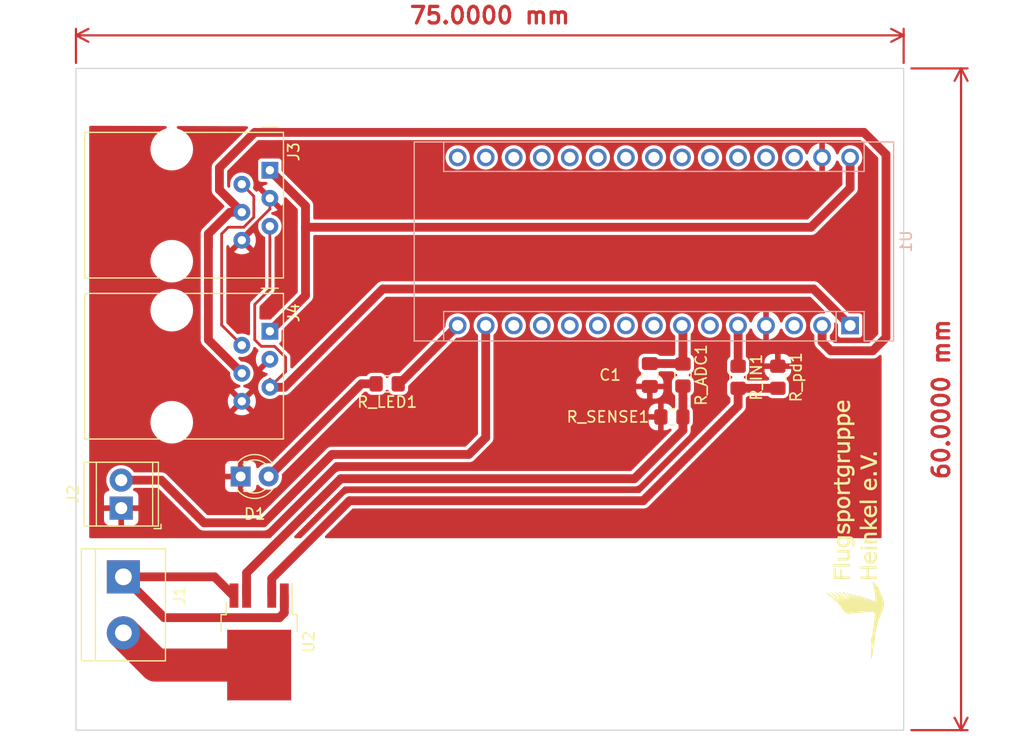
<source format=kicad_pcb>
(kicad_pcb (version 20211014) (generator pcbnew)
  (layers (0 "F.Cu" signal) (31 "B.Cu" signal) (34 "B.Paste" user) (35 "F.Paste" user) (36 "B.SilkS" user "B.Silkscreen") (37 "F.SilkS" user "F.Silkscreen") (38 "B.Mask" user) (39 "F.Mask" user) (44 "Edge.Cuts" user))
  (net 0 "")
  (net 1 "Net-(C1-Pad1)")
  (net 2 "GNDA")
  (net 3 "Net-(D1-Pad2)")
  (net 4 "/LED+")
  (net 5 "VSS")
  (net 6 "/MODE")
  (net 7 "VSSA")
  (net 8 "+3V3")
  (net 9 "/RX")
  (net 10 "/TX")
  (net 11 "Net-(R_ADC1-Pad2)")
  (net 12 "Net-(R_IN1-Pad2)")
  (net 13 "Net-(R_LED1-Pad1)")
  (net 33 "+5V")
  (net 35 "Net-(U1-Pad5)")
  (footprint "Connector_RJ:RJ12_Amphenol_54601" (layer "F.Cu") (at 97.57 103.83 -90)
    (fp_text reference "J4")
    (fp_text value "RJ12")
  )
  (footprint "Resistor_SMD:R_0805_2012Metric_Pad1.20x1.40mm_HandSolder" (layer "F.Cu") (at 108.2 108.6 180)
    (fp_text reference "R_LED1")
    (fp_text value "280")
  )
  (footprint "MountingHole:MountingHole_2.2mm_M2" (layer "F.Cu") (at 82.6 82.6)
    (fp_text reference "REF**" hide)
    (fp_text value "MountingHole_2.2mm_M2")
  )
  (footprint "Capacitor_SMD:C_0805_2012Metric_Pad1.18x1.45mm_HandSolder" (layer "F.Cu") (at 132 107.8 -90)
    (fp_text reference "C1")
    (fp_text value "220p")
  )
  (footprint "Connector_RJ:RJ12_Amphenol_54601" (layer "F.Cu") (at 97.57 89.23 -90)
    (fp_text reference "J3")
    (fp_text value "RJ12")
  )
  (footprint "MountingHole:MountingHole_2.2mm_M2" (layer "F.Cu") (at 152.4 82.6)
    (fp_text reference "REF**" hide)
    (fp_text value "MountingHole_2.2mm_M2")
  )
  (footprint "Resistor_SMD:R_0805_2012Metric_Pad1.20x1.40mm_HandSolder" (layer "F.Cu") (at 134 111.6 180)
    (fp_text reference "R_SENSE1")
    (fp_text value "1.2k")
  )
  (footprint "TerminalBlock:TerminalBlock_bornier-2_P5.08mm" (layer "F.Cu") (at 84.3 126.1 -90)
    (fp_text reference "J1")
    (fp_text value "BAT")
  )
  (footprint "Resistor_SMD:R_0805_2012Metric_Pad1.20x1.40mm_HandSolder" (layer "F.Cu") (at 140 108 -90)
    (fp_text reference "R_IN1")
    (fp_text value "4.7k")
  )
  (footprint "MountingHole:MountingHole_2.2mm_M2" (layer "F.Cu") (at 82.6 137.4)
    (fp_text reference "REF**" hide)
    (fp_text value "MountingHole_2.2mm_M2")
  )
  (footprint "TerminalBlock_TE-Connectivity:TerminalBlock_TE_282834-2_1x02_P2.54mm_Horizontal" (layer "F.Cu") (at 84.1 119.87 90)
    (fp_text reference "J2")
    (fp_text value "Switch")
  )
  (footprint "MountingHole:MountingHole_2.2mm_M2" (layer "F.Cu") (at 152.4 137.4)
    (fp_text reference "REF**" hide)
    (fp_text value "MountingHole_2.2mm_M2")
  )
  (footprint "LED_THT:LED_D3.0mm" (layer "F.Cu") (at 94.925 117)
    (fp_text reference "D1")
    (fp_text value "LED")
  )
  (footprint "Package_TO_SOT_SMD:TO-252-4" (layer "F.Cu") (at 96.6 132 -90)
    (fp_text reference "U2")
    (fp_text value "BTS")
  )
  (footprint "Resistor_SMD:R_0805_2012Metric_Pad1.20x1.40mm_HandSolder" (layer "F.Cu") (at 135 107.8 -90)
    (fp_text reference "R_ADC1")
    (fp_text value "4.7k")
  )
  (footprint "Resistor_SMD:R_0805_2012Metric_Pad1.20x1.40mm_HandSolder" (layer "F.Cu") (at 143.6 108 -90)
    (fp_text reference "R_pd1")
    (fp_text value "4.7k")
  )
  (footprint "Module:Arduino_Nano" (layer "B.Cu") (at 150.15 103.31 90)
    (fp_text reference "U1")
    (fp_text value "Arduino_Nano_v3.x")
  )
  (gr_poly (pts (xy 148.989484 116.444962) (xy 148.99616 116.403966) (xy 149.006423 116.362451) (xy 149.020388 116.320519) (xy 149.038165 116.27827) (xy 149.045711 116.261975) (xy 149.051171 116.24969) (xy 149.05314 116.244863) (xy 149.054612 116.240811) (xy 149.055596 116.23746) (xy 149.0561 116.234733) (xy 149.056175 116.233581) (xy 149.056133 116.232556) (xy 149.055975 116.23165) (xy 149.055702 116.230853) (xy 149.055315 116.230155) (xy 149.054815 116.229548) (xy 149.054204 116.229021) (xy 149.053482 116.228565) (xy 149.05171 116.22783) (xy 149.049507 116.227266) (xy 149.043844 116.226352) (xy 149.042346 116.226123) (xy 149.040935 116.225867) (xy 149.039609 116.225567) (xy 149.038365 116.225211) (xy 149.037199 116.224784) (xy 149.036108 116.224271) (xy 149.03509 116.223657) (xy 149.034142 116.22293) (xy 149.033692 116.222519) (xy 149.033259 116.222074) (xy 149.032842 116.221593) (xy 149.03244 116.221074) (xy 149.031681 116.219917) (xy 149.030979 116.218587) (xy 149.030331 116.217072) (xy 149.029735 116.215355) (xy 149.029186 116.213424) (xy 149.028682 116.211263) (xy 149.02822 116.208858) (xy 149.027797 116.206194) (xy 149.02741 116.203258) (xy 149.027055 116.200035) (xy 149.026731 116.19651) (xy 149.026432 116.192669) (xy 149.026158 116.188498) (xy 149.025904 116.183983) (xy 149.025445 116.17386) (xy 149.025032 116.162185) (xy 149.02464 116.148845) (xy 149.024244 116.133722) (xy 149.021984 116.043562) (xy 149.591352 116.046083) (xy 149.951388 116.048201) (xy 150.062908 116.050344) (xy 150.141121 116.054142) (xy 150.195296 116.060295) (xy 150.216265 116.064473) (xy 150.234701 116.069501) (xy 150.268606 116.082461) (xy 150.306279 116.099873) (xy 150.322672 116.108153) (xy 150.338548 116.117475) (xy 150.353897 116.12781) (xy 150.368709 116.139129) (xy 150.382973 116.151401) (xy 150.39668 116.164598) (xy 150.40982 116.178688) (xy 150.422381 116.193644) (xy 150.434354 116.209434) (xy 150.44573 116.22603) (xy 150.456496 116.243402) (xy 150.466644 116.261519) (xy 150.476164 116.280353) (xy 150.485044 116.299874) (xy 150.493276 116.320051) (xy 150.500848 116.340856) (xy 150.50775 116.362259) (xy 150.513973 116.38423) (xy 150.519506 116.406739) (xy 150.52434 116.429757) (xy 150.528463 116.453254) (xy 150.531865 116.4772) (xy 150.534538 116.501565) (xy 150.536469 116.526321) (xy 150.53765 116.551437) (xy 150.53807 116.576884) (xy 150.537718 116.602632) (xy 150.536585 116.628651) (xy 150.534661 116.654912) (xy 150.531935 116.681385) (xy 150.528397 116.70804) (xy 150.524037 116.734848) (xy 150.524058 116.734842) (xy 150.520297 116.754844) (xy 150.515273 116.77996) (xy 150.509641 116.806978) (xy 150.504058 116.832687) (xy 150.491119 116.890836) (xy 150.394908 116.890836) (xy 150.358507 116.891152) (xy 150.344159 116.891187) (xy 150.332208 116.890817) (xy 150.327091 116.890404) (xy 150.322525 116.889801) (xy 150.318494 116.888975) (xy 150.314982 116.887898) (xy 150.311973 116.886539) (xy 150.30945 116.884867) (xy 150.307398 116.882854) (xy 150.305802 116.880467) (xy 150.304643 116.877678) (xy 150.303907 116.874457) (xy 150.303578 116.870772) (xy 150.30364 116.866595) (xy 150.304075 116.861894) (xy 150.304869 116.85664) (xy 150.307468 116.844351) (xy 150.311308 116.829486) (xy 150.31626 116.811805) (xy 150.328988 116.767029) (xy 150.343698 116.708316) (xy 150.354279 116.652725) (xy 150.360759 116.600311) (xy 150.363162 116.551131) (xy 150.362842 116.527772) (xy 150.361513 116.505241) (xy 150.359178 116.483547) (xy 150.355839 116.462695) (xy 150.3515 116.442695) (xy 150.346164 116.423551) (xy 150.339835 116.405271) (xy 150.332515 116.387862) (xy 150.324208 116.371332) (xy 150.314916 116.355686) (xy 150.304644 116.340933) (xy 150.293394 116.327078) (xy 150.281169 116.31413) (xy 150.267973 116.302094) (xy 150.253809 116.290978) (xy 150.23868 116.280789) (xy 150.222589 116.271533) (xy 150.20554 116.263219) (xy 150.187535 116.255852) (xy 150.168577 116.249439) (xy 150.148671 116.243989) (xy 150.127819 116.239507) (xy 150.106024 116.236) (xy 150.08329 116.233476) (xy 150.046563 116.230341) (xy 150.031854 116.229256) (xy 150.019431 116.228571) (xy 150.009181 116.228344) (xy 150.00099 116.228636) (xy 149.994745 116.229505) (xy 149.992318 116.230174) (xy 149.990334 116.23101) (xy 149.988781 116.232019) (xy 149.987644 116.233209) (xy 149.986908 116.234588) (xy 149.98656 116.236163) (xy 149.986586 116.237941) (xy 149.986971 116.23993) (xy 149.987702 116.242136) (xy 149.988764 116.244568) (xy 149.991824 116.250138) (xy 149.99604 116.256698) (xy 150.007484 116.273023) (xy 150.024774 116.298641) (xy 150.040394 116.324525) (xy 150.054357 116.350626) (xy 150.066679 116.37689) (xy 150.077374 116.403269) (xy 150.086457 116.429709) (xy 150.093943 116.456161) (xy 150.099847 116.482573) (xy 150.104183 116.508894) (xy 150.106967 116.535072) (xy 150.108212 116.561058) (xy 150.107935 116.586799) (xy 150.106149 116.612246) (xy 150.102869 116.637345) (xy 150.098111 116.662047) (xy 150.091888 116.686301) (xy 150.084217 116.710055) (xy 150.075111 116.733258) (xy 150.064585 116.755859) (xy 150.052655 116.777807) (xy 150.039334 116.799052) (xy 150.024638 116.819541) (xy 150.008582 116.839224) (xy 149.99118 116.858049) (xy 149.972447 116.875966) (xy 149.952397 116.892924) (xy 149.931047 116.908871) (xy 149.90841 116.923756) (xy 149.884501 116.937528) (xy 149.859335 116.950137) (xy 149.832927 116.961531) (xy 149.805291 116.971658) (xy 149.756913 116.986247) (xy 149.708989 116.997485) (xy 149.661634 117.005474) (xy 149.614958 117.010314) (xy 149.569073 117.012107) (xy 149.565686 117.01202) (xy 149.565686 116.802738) (xy 149.617848 116.801182) (xy 149.642461 116.799244) (xy 149.66609 116.796537) (xy 149.688731 116.793066) (xy 149.710381 116.788834) (xy 149.731036 116.783846) (xy 149.750692 116.778106) (xy 149.769346 116.771618) (xy 149.786994 116.764385) (xy 149.803632 116.756412) (xy 149.819256 116.747703) (xy 149.833864 116.738262) (xy 149.84745 116.728093) (xy 149.860012 116.717199) (xy 149.871545 116.705585) (xy 149.882046 116.693256) (xy 149.891512 116.680214) (xy 149.899938 116.666464) (xy 149.907321 116.65201) (xy 149.913657 116.636856) (xy 149.918943 116.621007) (xy 149.923174 116.604465) (xy 149.926348 116.587235) (xy 149.928459 116.569322) (xy 149.929506 116.550728) (xy 149.929483 116.531459) (xy 149.928387 116.511518) (xy 149.926215 116.490909) (xy 149.922963 116.469637) (xy 149.918627 116.447704) (xy 149.913203 116.425116) (xy 149.9132 116.425115) (xy 149.910532 116.415461) (xy 149.907511 116.405598) (xy 149.904151 116.395556) (xy 149.900464 116.385362) (xy 149.896465 116.375046) (xy 149.892168 116.364638) (xy 149.887585 116.354165) (xy 149.882732 116.343657) (xy 149.877621 116.333144) (xy 149.872267 116.322654) (xy 149.866683 116.312216) (xy 149.860882 116.30186) (xy 149.854879 116.291613) (xy 149.848688 116.281506) (xy 149.842321 116.271568) (xy 149.835794 116.261827) (xy 149.812521 116.227881) (xy 149.223367 116.227881) (xy 149.206167 116.273807) (xy 149.195475 116.304014) (xy 149.186297 116.333485) (xy 149.178622 116.362204) (xy 149.172442 116.390157) (xy 149.167745 116.41733) (xy 149.164522 116.443708) (xy 149.162764 116.469276) (xy 149.16246 116.494021) (xy 149.1636 116.517926) (xy 149.166175 116.540978) (xy 149.170175 116.563162) (xy 149.175589 116.584464) (xy 149.182407 116.604869) (xy 149.190621 116.624362) (xy 149.200219 116.642929) (xy 149.211193 116.660555) (xy 149.223531 116.677226) (xy 149.237225 116.692927) (xy 149.252264 116.707643) (xy 149.268639 116.721361) (xy 149.286339 116.734065) (xy 149.305354 116.74574) (xy 149.325675 116.756373) (xy 149.347292 116.765948) (xy 149.370195 116.774452) (xy 149.394374 116.781869) (xy 149.419818 116.788185) (xy 149.446519 116.793385) (xy 149.474466 116.797455) (xy 149.50365 116.80038) (xy 149.534059 116.802146) (xy 149.565686 116.802738) (xy 149.565686 117.01202) (xy 149.524091 117.010954) (xy 149.480125 117.006957) (xy 149.437285 117.000215) (xy 149.395685 116.990831) (xy 149.355435 116.978906) (xy 149.316648 116.96454) (xy 149.279435 116.947835) (xy 149.243909 116.928892) (xy 149.210182 116.907813) (xy 149.178364 116.884697) (xy 149.148569 116.859647) (xy 149.120908 116.832764) (xy 149.095493 116.804148) (xy 149.072435 116.773901) (xy 149.051848 116.742124) (xy 149.033842 116.708918) (xy 149.018529 116.674384) (xy 149.006022 116.638623) (xy 148.996432 116.601738) (xy 148.989872 116.563827) (xy 148.986452 116.524994) (xy 148.986286 116.485339)) (layer "F.SilkS") (width 0.04) (fill solid))
  (gr_poly (pts (xy 149.022512 117.529823) (xy 149.022512 117.146428) (xy 149.174273 117.146428) (xy 149.174273 117.529823) (xy 149.423881 117.529224) (xy 149.519796 117.528517) (xy 149.605094 117.526654) (xy 149.680269 117.52335) (xy 149.745819 117.51832) (xy 149.802238 117.511276) (xy 149.850021 117.501933) (xy 149.870829 117.49631) (xy 149.889664 117.490005) (xy 149.906588 117.482983) (xy 149.921663 117.475207) (xy 149.93495 117.466642) (xy 149.946512 117.457252) (xy 149.956411 117.447001) (xy 149.964708 117.435853) (xy 149.971466 117.423774) (xy 149.976746 117.410727) (xy 149.98061 117.396676) (xy 149.983121 117.381586) (xy 149.984339 117.36542) (xy 149.984328 117.348144) (xy 149.980864 117.310115) (xy 149.973223 117.267215) (xy 149.961901 117.219156) (xy 149.955356 117.193819) (xy 149.952932 117.183712) (xy 149.951236 117.175146) (xy 149.9507 117.1714) (xy 149.950392 117.167991) (xy 149.950327 117.164905) (xy 149.950521 117.162124) (xy 149.950989 117.159632) (xy 149.951746 117.157415) (xy 149.952807 117.155457) (xy 149.954189 117.15374) (xy 149.955905 117.15225) (xy 149.957972 117.150971) (xy 149.960404 117.149888) (xy 149.963218 117.148983) (xy 149.966428 117.148241) (xy 149.970049 117.147647) (xy 149.974097 117.147185) (xy 149.978587 117.146838) (xy 149.988955 117.146429) (xy 150.001275 117.146294) (xy 150.03226 117.146338) (xy 150.115466 117.146338) (xy 150.125126 117.188272) (xy 150.128336 117.204362) (xy 150.131112 117.222628) (xy 150.133454 117.242722) (xy 150.135363 117.264294) (xy 150.137884 117.310478) (xy 150.138681 117.358384) (xy 150.137758 117.40522) (xy 150.135122 117.44819) (xy 150.133162 117.467353) (xy 150.130776 117.484502) (xy 150.127964 117.499287) (xy 150.124726 117.51136) (xy 150.12465 117.511455) (xy 150.120716 117.522768) (xy 150.116402 117.533794) (xy 150.11171 117.544529) (xy 150.106644 117.554969) (xy 150.101207 117.565109) (xy 150.095403 117.574944) (xy 150.089235 117.58447) (xy 150.082706 117.593683) (xy 150.07582 117.602577) (xy 150.068579 117.611149) (xy 150.060988 117.619394) (xy 150.05305 117.627308) (xy 150.044767 117.634886) (xy 150.036144 117.642123) (xy 150.027183 117.649015) (xy 150.017887 117.655557) (xy 150.003949 117.664846) (xy 149.991063 117.67299) (xy 149.9848 117.676658) (xy 149.978541 117.68007) (xy 149.972202 117.683236) (xy 149.965695 117.686165) (xy 149.958936 117.688868) (xy 149.951837 117.691356) (xy 149.944313 117.693637) (xy 149.936277 117.695722) (xy 149.927645 117.697621) (xy 149.918329 117.699344) (xy 149.908243 117.700901) (xy 149.897303 117.702302) (xy 149.88542 117.703557) (xy 149.872511 117.704676) (xy 149.858487 117.705669) (xy 149.843264 117.706547) (xy 149.808876 117.707993) (xy 149.768657 117.709096) (xy 149.721918 117.709935) (xy 149.667972 117.710591) (xy 149.535705 117.711673) (xy 149.174273 117.714293) (xy 149.174273 117.841335) (xy 149.022512 117.841335) (xy 149.022512 117.713536) (xy 148.711003 117.713536) (xy 148.711003 117.529823)) (layer "F.SilkS") (width 0.04) (fill solid))
  (gr_poly (pts (xy 152.552973 114.830081) (xy 152.552973 115.061716) (xy 152.273414 115.061716) (xy 152.273414 114.830081)) (layer "F.SilkS") (width 0.04) (fill solid))
  (gr_poly (pts (xy 148.991214 110.577188) (xy 148.992727 110.549799) (xy 148.995223 110.523285) (xy 148.998699 110.497647) (xy 149.003154 110.472888) (xy 149.008587 110.449008) (xy 149.014995 110.426009) (xy 149.022378 110.403892) (xy 149.030733 110.382659) (xy 149.040059 110.362311) (xy 149.050356 110.34285) (xy 149.06162 110.324277) (xy 149.07385 110.306594) (xy 149.087046 110.289802) (xy 149.101205 110.273903) (xy 149.116325 110.258897) (xy 149.132406 110.244788) (xy 149.149445 110.231575) (xy 149.167442 110.219261) (xy 149.186394 110.207846) (xy 149.2063 110.197333) (xy 149.227159 110.187723) (xy 149.248968 110.179018) (xy 149.271727 110.171218) (xy 149.295433 110.164325) (xy 149.320085 110.158341) (xy 149.345682 110.153267) (xy 149.372222 110.149105) (xy 149.399704 110.145856) (xy 149.428125 110.143521) (xy 149.457485 110.142103) (xy 149.487782 110.141602) (xy 149.589622 110.141464) (xy 149.589622 110.940207) (xy 149.632104 110.940207) (xy 149.661482 110.939036) (xy 149.689741 110.935584) (xy 149.716852 110.92994) (xy 149.742785 110.922194) (xy 149.767511 110.912438) (xy 149.790999 110.900759) (xy 149.81322 110.887249) (xy 149.834144 110.871998) (xy 149.853743 110.855096) (xy 149.871985 110.836632) (xy 149.888842 110.816696) (xy 149.904283 110.79538) (xy 149.918279 110.772772) (xy 149.930801 110.748963) (xy 149.941819 110.724043) (xy 149.951302 110.698102) (xy 149.959222 110.67123) (xy 149.965549 110.643516) (xy 149.970252 110.615051) (xy 149.973303 110.585926) (xy 149.974672 110.556229) (xy 149.974329 110.526052) (xy 149.972244 110.495483) (xy 149.968388 110.464614) (xy 149.962731 110.433534) (xy 149.955243 110.402333) (xy 149.945895 110.371101) (xy 149.934657 110.339928) (xy 149.921499 110.308905) (xy 149.906392 110.27812) (xy 149.889306 110.247666) (xy 149.870211 110.21763) (xy 149.863866 110.20821) (xy 149.858466 110.199983) (xy 149.854135 110.192873) (xy 149.852408 110.189713) (xy 149.850994 110.186803) (xy 149.849908 110.184135) (xy 149.849166 110.181697) (xy 149.848783 110.179482) (xy 149.848774 110.177478) (xy 149.848915 110.176553) (xy 149.849155 110.175677) (xy 149.849496 110.174849) (xy 149.84994 110.174069) (xy 149.850489 110.173334) (xy 149.851145 110.172644) (xy 149.852786 110.171393) (xy 149.854878 110.170307) (xy 149.857435 110.169374) (xy 149.860474 110.168587) (xy 149.864009 110.167936) (xy 149.868056 110.16741) (xy 149.87263 110.167) (xy 149.877747 110.166697) (xy 149.883422 110.166492) (xy 149.896505 110.166333) (xy 149.912003 110.166448) (xy 149.950734 110.167191) (xy 150.056248 110.169431) (xy 150.086032 110.254495) (xy 150.095427 110.282871) (xy 150.104019 110.311972) (xy 150.111794 110.341656) (xy 150.118738 110.37178) (xy 150.124836 110.402204) (xy 150.130075 110.432784) (xy 150.13444 110.46338) (xy 150.137917 110.493848) (xy 150.140493 110.524047) (xy 150.142152 110.553834) (xy 150.14288 110.583069) (xy 150.142664 110.611608) (xy 150.141489 110.639309) (xy 150.139341 110.666032) (xy 150.136206 110.691633) (xy 150.132069 110.71597) (xy 150.13207 110.715958) (xy 150.11767 110.774202) (xy 150.098408 110.828127) (xy 150.074632 110.877769) (xy 150.046693 110.923159) (xy 150.014938 110.964332) (xy 149.979717 111.001322) (xy 149.941379 111.034163) (xy 149.900273 111.062888) (xy 149.856748 111.087531) (xy 149.811152 111.108127) (xy 149.763836 111.124707) (xy 149.715147 111.137308) (xy 149.665435 111.145962) (xy 149.61505 111.150703) (xy 149.564339 111.151564) (xy 149.513651 111.148581) (xy 149.463337 111.141786) (xy 149.445848 111.138057) (xy 149.445848 110.942383) (xy 149.445848 110.330853) (xy 149.391514 110.3354) (xy 149.361008 110.339478) (xy 149.332565 110.346301) (xy 149.306181 110.355691) (xy 149.28185 110.367468) (xy 149.259566 110.381452) (xy 149.239323 110.397465) (xy 149.221116 110.415326) (xy 149.204939 110.434857) (xy 149.190785 110.455877) (xy 149.178651 110.478207) (xy 149.168528 110.501667) (xy 149.160413 110.526079) (xy 149.154299 110.551262) (xy 149.15018 110.577037) (xy 149.148051 110.603224) (xy 149.147906 110.629644) (xy 149.14974 110.656118) (xy 149.153546 110.682466) (xy 149.159318 110.708508) (xy 149.167052 110.734065) (xy 149.176741 110.758957) (xy 149.18838 110.783005) (xy 149.201962 110.80603) (xy 149.217483 110.827851) (xy 149.234936 110.84829) (xy 149.254316 110.867166) (xy 149.275617 110.8843) (xy 149.298833 110.899514) (xy 149.323958 110.912626) (xy 149.350987 110.923459) (xy 149.379915 110.931831) (xy 149.410734 110.937564) (xy 149.445848 110.942383) (xy 149.445848 111.138057) (xy 149.413745 111.131213) (xy 149.365223 111.116896) (xy 149.318121 111.098869) (xy 149.272788 111.077165) (xy 149.229573 111.051819) (xy 149.188825 111.022865) (xy 149.150893 110.990335) (xy 149.116125 110.954264) (xy 149.084872 110.914685) (xy 149.057481 110.871633) (xy 149.034302 110.825141) (xy 149.015684 110.775243) (xy 149.001975 110.721973) (xy 148.993526 110.665364) (xy 148.990684 110.605451)) (layer "F.SilkS") (width 0.04) (fill solid))
  (gr_poly (pts (xy 149.174617 118.384482) (xy 149.131465 118.32258) (xy 149.116028 118.300038) (xy 149.10202 118.27869) (xy 149.08938 118.258365) (xy 149.078049 118.238893) (xy 149.067969 118.220104) (xy 149.059079 118.201825) (xy 149.051321 118.183888) (xy 149.044634 118.16612) (xy 149.03896 118.148352) (xy 149.034239 118.130412) (xy 149.030412 118.112131) (xy 149.027419 118.093337) (xy 149.025202 118.07386) (xy 149.0237 118.053529) (xy 149.022854 118.032173) (xy 149.022605 118.009622) (xy 149.022559 117.967415) (xy 149.022728 117.950614) (xy 149.023269 117.936396) (xy 149.024365 117.924547) (xy 149.025179 117.919443) (xy 149.026199 117.914852) (xy 149.02745 117.910745) (xy 149.028954 117.907097) (xy 149.030734 117.903881) (xy 149.032812 117.901069) (xy 149.035212 117.898635) (xy 149.037957 117.896552) (xy 149.041069 117.894793) (xy 149.044571 117.893332) (xy 149.048487 117.892142) (xy 149.052838 117.891196) (xy 149.06294 117.889929) (xy 149.07506 117.889316) (xy 149.089381 117.889143) (xy 149.125358 117.889262) (xy 149.218368 117.889262) (xy 149.218278 118.027559) (xy 149.21819 118.165851) (xy 149.251789 118.233756) (xy 149.259157 118.248238) (xy 149.267227 118.263379) (xy 149.275735 118.278729) (xy 149.284421 118.29384) (xy 149.293021 118.308266) (xy 149.301274 118.321558) (xy 149.308918 118.333268) (xy 149.31569 118.342949) (xy 149.345988 118.384241) (xy 149.731382 118.384361) (xy 150.116774 118.384482) (xy 150.116774 118.568192) (xy 149.569636 118.568192) (xy 149.569633 118.568195) (xy 149.022496 118.568195) (xy 149.022496 118.384482)) (layer "F.SilkS") (width 0.04) (fill solid))
  (gr_poly (pts (xy 151.666371 126.084358) (xy 151.666371 125.357503) (xy 151.099263 125.357503) (xy 151.099263 125.165804) (xy 152.552973 125.165804) (xy 152.552973 125.357503) (xy 151.842092 125.357503) (xy 151.842092 126.084358) (xy 152.552973 126.084358) (xy 152.552973 126.276058) (xy 151.099263 126.276058) (xy 151.099263 126.084358)) (layer "F.SilkS") (width 0.04) (fill solid))
  (gr_poly (pts (xy 148.986332 112.990857) (xy 148.988265 112.963177) (xy 148.992093 112.936111) (xy 148.997798 112.909706) (xy 149.005358 112.884009) (xy 149.014755 112.859067) (xy 149.025969 112.834926) (xy 149.03898 112.811634) (xy 149.053769 112.789238) (xy 149.070315 112.767784) (xy 149.0886 112.747319) (xy 149.108602 112.72789) (xy 149.130304 112.709544) (xy 149.153684 112.692329) (xy 149.178724 112.67629) (xy 149.205403 112.661475) (xy 149.233702 112.647931) (xy 149.263601 112.635705) (xy 149.295081 112.624843) (xy 149.328121 112.615392) (xy 149.362703 112.6074) (xy 149.398806 112.600913) (xy 149.448153 112.594554) (xy 149.496482 112.590885) (xy 149.543716 112.589826) (xy 149.589778 112.591293) (xy 149.63459 112.595207) (xy 149.678075 112.601485) (xy 149.720155 112.610046) (xy 149.760753 112.620808) (xy 149.799792 112.63369) (xy 149.837194 112.648611) (xy 149.872882 112.665488) (xy 149.906778 112.684242) (xy 149.938805 112.704789) (xy 149.968885 112.727048) (xy 149.996942 112.750939) (xy 150.022897 112.776379) (xy 150.046674 112.803288) (xy 150.068195 112.831583) (xy 150.087382 112.861183) (xy 150.104158 112.892007) (xy 150.118446 112.923973) (xy 150.130168 112.957) (xy 150.139247 112.991006) (xy 150.145606 113.025909) (xy 150.149166 113.061629) (xy 150.149851 113.098084) (xy 150.147583 113.135192) (xy 150.142286 113.172872) (xy 150.13388 113.211042) (xy 150.122289 113.249621) (xy 150.107436 113.288527) (xy 150.089244 113.32768) (xy 150.068618 113.368384) (xy 150.524169 113.368384) (xy 150.524169 113.552094) (xy 149.907978 113.552094) (xy 149.907978 113.368384) (xy 149.931773 113.306482) (xy 149.939229 113.285451) (xy 149.945762 113.26365) (xy 149.951371 113.24124) (xy 149.956051 113.218383) (xy 149.9598 113.195239) (xy 149.962614 113.17197) (xy 149.964489 113.148738) (xy 149.965423 113.125703) (xy 149.965413 113.103026) (xy 149.964454 113.080869) (xy 149.962544 113.059393) (xy 149.95968 113.03876) (xy 149.955858 113.01913) (xy 149.951075 113.000664) (xy 149.945328 112.983524) (xy 149.938613 112.967871) (xy 149.938618 112.967871) (xy 149.93288 112.95654) (xy 149.926853 112.945648) (xy 149.920527 112.935191) (xy 149.913889 112.925162) (xy 149.906928 112.915556) (xy 149.899632 112.90637) (xy 149.891988 112.897596) (xy 149.883986 112.889231) (xy 149.875614 112.881268) (xy 149.866859 112.873703) (xy 149.85771 112.86653) (xy 149.848155 112.859744) (xy 149.838183 112.85334) (xy 149.827781 112.847313) (xy 149.816938 112.841657) (xy 149.805642 112.836368) (xy 149.793882 112.831439) (xy 149.781645 112.826866) (xy 149.76892 112.822644) (xy 149.755694 112.818767) (xy 149.741957 112.815231) (xy 149.727696 112.812029) (xy 149.7129 112.809157) (xy 149.697557 112.806609) (xy 149.681655 112.804381) (xy 149.665182 112.802467) (xy 149.648126 112.800862) (xy 149.630477 112.79956) (xy 149.593347 112.797846) (xy 149.5537 112.797284) (xy 149.519148 112.797911) (xy 149.486133 112.79978) (xy 149.454668 112.802867) (xy 149.424763 112.807152) (xy 149.39643 112.812614) (xy 149.36968 112.81923) (xy 149.344526 112.82698) (xy 149.320979 112.835842) (xy 149.29905 112.845795) (xy 149.278751 112.856816) (xy 149.260093 112.868886) (xy 149.243089 112.881982) (xy 149.227749 112.896083) (xy 149.214085 112.911168) (xy 149.202109 112.927215) (xy 149.191832 112.944202) (xy 149.183267 112.962109) (xy 149.176424 112.980913) (xy 149.171315 113.000594) (xy 149.167951 113.02113) (xy 149.166345 113.042499) (xy 149.166507 113.064681) (xy 149.16845 113.087653) (xy 149.172185 113.111395) (xy 149.177723 113.135884) (xy 149.185076 113.1611) (xy 149.194256 113.187021) (xy 149.205274 113.213625) (xy 149.218142 113.240892) (xy 149.232871 113.268799) (xy 149.249473 113.297325) (xy 149.267959 113.32645) (xy 149.295661 113.368384) (xy 149.907978 113.368384) (xy 149.907978 113.552094) (xy 149.022537 113.552094) (xy 149.022537 113.368384) (xy 149.126968 113.368384) (xy 149.095814 113.322455) (xy 149.075595 113.291115) (xy 149.057489 113.259874) (xy 149.041475 113.228777) (xy 149.027534 113.197873) (xy 149.015646 113.167207) (xy 149.005791 113.136828) (xy 148.997951 113.106781) (xy 148.992104 113.077113) (xy 148.988232 113.047872) (xy 148.986315 113.019105)) (layer "F.SilkS") (width 0.04) (fill solid))
  (gr_poly (pts (xy 152.552975 119.20719) (xy 152.552975 119.3909) (xy 151.027377 119.3909) (xy 151.027377 119.20719)) (layer "F.SilkS") (width 0.04) (fill solid))
  (gr_poly (pts (xy 148.989484 122.842888) (xy 148.99616 122.801892) (xy 149.006423 122.760377) (xy 149.020388 122.718445) (xy 149.038165 122.676196) (xy 149.045711 122.659902) (xy 149.051171 122.647617) (xy 149.05314 122.64279) (xy 149.054612 122.638738) (xy 149.055596 122.635387) (xy 149.0561 122.63266) (xy 149.056175 122.631508) (xy 149.056133 122.630483) (xy 149.055975 122.629577) (xy 149.055702 122.62878) (xy 149.055315 122.628082) (xy 149.054815 122.627474) (xy 149.054204 122.626947) (xy 149.053482 122.626492) (xy 149.05171 122.625756) (xy 149.049507 122.625193) (xy 149.043844 122.624278) (xy 149.042346 122.624049) (xy 149.040935 122.623792) (xy 149.039609 122.623493) (xy 149.038365 122.623137) (xy 149.037199 122.622709) (xy 149.036108 122.622196) (xy 149.03509 122.621583) (xy 149.034142 122.620855) (xy 149.033692 122.620444) (xy 149.033259 122.619999) (xy 149.032842 122.619518) (xy 149.03244 122.619) (xy 149.031681 122.617842) (xy 149.030979 122.616513) (xy 149.030331 122.614998) (xy 149.029735 122.613282) (xy 149.029186 122.61135) (xy 149.028682 122.609189) (xy 149.02822 122.606784) (xy 149.027797 122.604121) (xy 149.02741 122.601185) (xy 149.027055 122.597962) (xy 149.026731 122.594438) (xy 149.026432 122.590597) (xy 149.026158 122.586426) (xy 149.025904 122.581911) (xy 149.025445 122.571788) (xy 149.025032 122.560114) (xy 149.02464 122.546773) (xy 149.024244 122.53165) (xy 149.021984 122.441489) (xy 149.591352 122.444003) (xy 149.951388 122.446133) (xy 150.062908 122.448283) (xy 150.141121 122.452088) (xy 150.195296 122.458244) (xy 150.216265 122.462421) (xy 150.234701 122.467448) (xy 150.268606 122.480399) (xy 150.306279 122.497794) (xy 150.322672 122.506073) (xy 150.338548 122.515395) (xy 150.353897 122.525731) (xy 150.368709 122.537049) (xy 150.382973 122.549321) (xy 150.39668 122.562518) (xy 150.40982 122.576609) (xy 150.422381 122.591564) (xy 150.434354 122.607354) (xy 150.44573 122.62395) (xy 150.456496 122.641322) (xy 150.466644 122.659439) (xy 150.476164 122.678273) (xy 150.485044 122.697794) (xy 150.493276 122.717971) (xy 150.500848 122.738776) (xy 150.50775 122.760179) (xy 150.513973 122.78215) (xy 150.519506 122.804659) (xy 150.52434 122.827677) (xy 150.528463 122.851173) (xy 150.531865 122.875119) (xy 150.534538 122.899485) (xy 150.536469 122.924241) (xy 150.53765 122.949357) (xy 150.53807 122.974804) (xy 150.537718 123.000551) (xy 150.536585 123.026571) (xy 150.534661 123.052831) (xy 150.531935 123.079304) (xy 150.528397 123.105959) (xy 150.524037 123.132767) (xy 150.524058 123.132767) (xy 150.520297 123.152769) (xy 150.515273 123.177884) (xy 150.509641 123.204902) (xy 150.504058 123.230612) (xy 150.491119 123.28876) (xy 150.394908 123.28876) (xy 150.358507 123.289077) (xy 150.344159 123.289112) (xy 150.332208 123.288742) (xy 150.327091 123.288329) (xy 150.322525 123.287726) (xy 150.318494 123.2869) (xy 150.314982 123.285823) (xy 150.311973 123.284464) (xy 150.30945 123.282793) (xy 150.307398 123.280779) (xy 150.305802 123.278393) (xy 150.304643 123.275604) (xy 150.303907 123.272383) (xy 150.303578 123.268698) (xy 150.30364 123.264521) (xy 150.304075 123.25982) (xy 150.304869 123.254566) (xy 150.307468 123.242277) (xy 150.311308 123.227412) (xy 150.31626 123.209732) (xy 150.328988 123.164955) (xy 150.343698 123.106242) (xy 150.354279 123.050651) (xy 150.360759 122.998238) (xy 150.363162 122.949058) (xy 150.362842 122.925698) (xy 150.361513 122.903167) (xy 150.359178 122.881473) (xy 150.355839 122.860622) (xy 150.3515 122.840621) (xy 150.346164 122.821477) (xy 150.339835 122.803197) (xy 150.332515 122.785789) (xy 150.324208 122.769258) (xy 150.314916 122.753613) (xy 150.304644 122.738859) (xy 150.293394 122.725005) (xy 150.281169 122.712056) (xy 150.267973 122.70002) (xy 150.253809 122.688904) (xy 150.23868 122.678715) (xy 150.222589 122.66946) (xy 150.20554 122.661145) (xy 150.187535 122.653778) (xy 150.168577 122.647366) (xy 150.148671 122.641915) (xy 150.127819 122.637433) (xy 150.106024 122.633927) (xy 150.08329 122.631403) (xy 150.046563 122.628268) (xy 150.031854 122.627183) (xy 150.019431 122.626497) (xy 150.009181 122.626271) (xy 150.00099 122.626563) (xy 149.994745 122.627432) (xy 149.992318 122.628101) (xy 149.990334 122.628937) (xy 149.988781 122.629946) (xy 149.987644 122.631137) (xy 149.986908 122.632516) (xy 149.98656 122.634091) (xy 149.986586 122.635869) (xy 149.986971 122.637857) (xy 149.987702 122.640064) (xy 149.988764 122.642496) (xy 149.991824 122.648066) (xy 149.99604 122.654625) (xy 150.007484 122.670949) (xy 150.024774 122.696567) (xy 150.040394 122.722452) (xy 150.054357 122.748552) (xy 150.066679 122.774817) (xy 150.077374 122.801195) (xy 150.086457 122.827636) (xy 150.093943 122.854087) (xy 150.099847 122.880499) (xy 150.104183 122.90682) (xy 150.106967 122.932999) (xy 150.108212 122.958985) (xy 150.107935 122.984726) (xy 150.106149 123.010172) (xy 150.102869 123.035272) (xy 150.098111 123.059974) (xy 150.091888 123.084228) (xy 150.084217 123.107982) (xy 150.075111 123.131185) (xy 150.064585 123.153786) (xy 150.052655 123.175734) (xy 150.039334 123.196979) (xy 150.024638 123.217468) (xy 150.008582 123.237151) (xy 149.99118 123.255976) (xy 149.972447 123.273893) (xy 149.952397 123.290851) (xy 149.931047 123.306798) (xy 149.90841 123.321683) (xy 149.884501 123.335455) (xy 149.859335 123.348064) (xy 149.832927 123.359457) (xy 149.805291 123.369585) (xy 149.756913 123.384173) (xy 149.708989 123.395411) (xy 149.661634 123.4034) (xy 149.614958 123.40824) (xy 149.569073 123.410033) (xy 149.565686 123.409946) (xy 149.565686 123.200662) (xy 149.617848 123.199107) (xy 149.642461 123.197168) (xy 149.66609 123.194462) (xy 149.688731 123.19099) (xy 149.710381 123.186759) (xy 149.731036 123.181771) (xy 149.750692 123.176031) (xy 149.769346 123.169543) (xy 149.786994 123.16231) (xy 149.803632 123.154337) (xy 149.819256 123.145628) (xy 149.833864 123.136187) (xy 149.84745 123.126017) (xy 149.860012 123.115124) (xy 149.871545 123.10351) (xy 149.882046 123.09118) (xy 149.891512 123.078139) (xy 149.899938 123.064389) (xy 149.907321 123.049935) (xy 149.913657 123.034781) (xy 149.918943 123.018931) (xy 149.923174 123.00239) (xy 149.926348 122.98516) (xy 149.928459 122.967247) (xy 149.929506 122.948653) (xy 149.929483 122.929384) (xy 149.928387 122.909443) (xy 149.926215 122.888834) (xy 149.922963 122.867561) (xy 149.918627 122.845629) (xy 149.913203 122.823041) (xy 149.9132 122.823039) (xy 149.910532 122.813386) (xy 149.907511 122.803523) (xy 149.904151 122.793481) (xy 149.900464 122.783287) (xy 149.896465 122.772971) (xy 149.892168 122.762562) (xy 149.887585 122.75209) (xy 149.882732 122.741582) (xy 149.877621 122.731069) (xy 149.872267 122.720578) (xy 149.866683 122.71014) (xy 149.860882 122.699784) (xy 149.854879 122.689537) (xy 149.848688 122.67943) (xy 149.842321 122.669492) (xy 149.835794 122.65975) (xy 149.812521 122.625804) (xy 149.223367 122.625804) (xy 149.206167 122.671732) (xy 149.195475 122.701939) (xy 149.186297 122.731409) (xy 149.178622 122.760128) (xy 149.172442 122.788082) (xy 149.167745 122.815254) (xy 149.164522 122.841632) (xy 149.162764 122.867201) (xy 149.16246 122.891945) (xy 149.1636 122.91585) (xy 149.166175 122.938902) (xy 149.170175 122.961087) (xy 149.175589 122.982388) (xy 149.182407 123.002793) (xy 149.190621 123.022286) (xy 149.200219 123.040853) (xy 149.211193 123.058479) (xy 149.223531 123.07515) (xy 149.237225 123.090851) (xy 149.252264 123.105568) (xy 149.268639 123.119285) (xy 149.286339 123.131989) (xy 149.305354 123.143665) (xy 149.325675 123.154297) (xy 149.347292 123.163873) (xy 149.370195 123.172376) (xy 149.394374 123.179793) (xy 149.419818 123.186109) (xy 149.446519 123.191309) (xy 149.474466 123.195379) (xy 149.50365 123.198305) (xy 149.534059 123.20007) (xy 149.565686 123.200662) (xy 149.565686 123.409946) (xy 149.524091 123.40888) (xy 149.480125 123.404883) (xy 149.437285 123.398141) (xy 149.395685 123.388757) (xy 149.355435 123.376832) (xy 149.316648 123.362466) (xy 149.279435 123.345761) (xy 149.243909 123.326818) (xy 149.210182 123.305738) (xy 149.178364 123.282623) (xy 149.148569 123.257573) (xy 149.120908 123.230689) (xy 149.095493 123.202073) (xy 149.072435 123.171826) (xy 149.051848 123.140049) (xy 149.033842 123.106843) (xy 149.018529 123.072309) (xy 149.006022 123.036549) (xy 148.996432 122.999663) (xy 148.989872 122.961753) (xy 148.986452 122.92292) (xy 148.986286 122.883264)) (layer "F.SilkS") (width 0.04) (fill solid))
  (gr_poly (pts (xy 151.296397 123.399622) (xy 151.296397 123.581397) (xy 151.086641 123.581397) (xy 151.086641 123.399622)) (layer "F.SilkS") (width 0.04) (fill solid))
  (gr_poly (pts (xy 148.838783 125.349515) (xy 148.838783 126.084357) (xy 149.246144 126.084357) (xy 149.246144 125.453351) (xy 149.421865 125.453351) (xy 149.421865 126.084357) (xy 150.11677 126.084357) (xy 150.11677 126.276056) (xy 148.663061 126.276056) (xy 148.663061 125.349515)) (layer "F.SilkS") (width 0.04) (fill solid))
  (gr_poly (pts (xy 151.424611 122.453649) (xy 151.426165 122.432012) (xy 151.428807 122.410784) (xy 151.432533 122.390006) (xy 151.43734 122.369719) (xy 151.443223 122.349965) (xy 151.450177 122.330786) (xy 151.4582 122.312223) (xy 151.467286 122.294317) (xy 151.477433 122.277111) (xy 151.488635 122.260646) (xy 151.500888 122.244963) (xy 151.514189 122.230103) (xy 151.528534 122.21611) (xy 151.543918 122.203023) (xy 151.560338 122.190885) (xy 151.577789 122.179737) (xy 151.596267 122.169621) (xy 151.612341 122.16165) (xy 151.627482 122.154639) (xy 151.642414 122.148526) (xy 151.650029 122.145787) (xy 151.657863 122.143249) (xy 151.666009 122.140905) (xy 151.674555 122.138747) (xy 151.683593 122.136767) (xy 151.693214 122.134958) (xy 151.703509 122.133312) (xy 151.714567 122.131821) (xy 151.72648 122.130477) (xy 151.739338 122.129273) (xy 151.768253 122.127253) (xy 151.802037 122.1257) (xy 151.841415 122.124551) (xy 151.887113 122.123745) (xy 151.939857 122.12322) (xy 152.000371 122.122915) (xy 152.147612 122.122716) (xy 152.552973 122.122598) (xy 152.552973 122.304288) (xy 152.179562 122.308589) (xy 151.949365 122.312165) (xy 151.872289 122.314674) (xy 151.814749 122.318144) (xy 151.772385 122.322935) (xy 151.75553 122.325939) (xy 151.740835 122.329408) (xy 151.727754 122.333388) (xy 151.715741 122.337923) (xy 151.692742 122.348842) (xy 151.682289 122.354905) (xy 151.672534 122.361774) (xy 151.663478 122.369419) (xy 151.65512 122.37781) (xy 151.647459 122.386916) (xy 151.640494 122.396707) (xy 151.634225 122.407153) (xy 151.628652 122.418224) (xy 151.623773 122.429889) (xy 151.619589 122.442119) (xy 151.616098 122.454884) (xy 151.6133 122.468152) (xy 151.611194 122.481894) (xy 151.609779 122.49608) (xy 151.609056 122.51068) (xy 151.609023 122.525662) (xy 151.60968 122.540998) (xy 151.611026 122.556657) (xy 151.61306 122.572608) (xy 151.615783 122.588822) (xy 151.619192 122.605269) (xy 151.623289 122.621917) (xy 151.628071 122.638737) (xy 151.633539 122.6557) (xy 151.639691 122.672773) (xy 151.646528 122.689928) (xy 151.654049 122.707135) (xy 151.662252 122.724362) (xy 151.671138 122.74158) (xy 151.680705 122.758759) (xy 151.690954 122.775868) (xy 151.701883 122.792877) (xy 151.739492 122.849451) (xy 152.552983 122.849451) (xy 152.552983 123.03316) (xy 152.005836 123.033164) (xy 151.458696 123.033164) (xy 151.458696 122.849454) (xy 151.569986 122.849454) (xy 151.534663 122.798926) (xy 151.519404 122.776153) (xy 151.505295 122.753165) (xy 151.492331 122.730003) (xy 151.480508 122.706709) (xy 151.469822 122.683325) (xy 151.46027 122.659891) (xy 151.451846 122.636451) (xy 151.444547 122.613044) (xy 151.438369 122.589714) (xy 151.433308 122.5665) (xy 151.429359 122.543446) (xy 151.426519 122.520592) (xy 151.424784 122.49798) (xy 151.424149 122.475652)) (layer "F.SilkS") (width 0.04) (fill solid))
  (gr_poly (pts (xy 148.007972 127.602417) (xy 148.008101 127.599142) (xy 148.008319 127.596119) (xy 148.008626 127.593344) (xy 148.009024 127.590814) (xy 148.009516 127.588524) (xy 148.010102 127.58647) (xy 148.010784 127.58465) (xy 148.011565 127.583058) (xy 148.012445 127.581691) (xy 148.013426 127.580545) (xy 148.013955 127.580053) (xy 148.01451 127.579616) (xy 148.015092 127.579231) (xy 148.015699 127.5789) (xy 148.016333 127.578621) (xy 148.016994 127.578394) (xy 148.018397 127.578093) (xy 148.019909 127.577993) (xy 148.020522 127.578009) (xy 148.021128 127.578055) (xy 148.021725 127.578132) (xy 148.022313 127.578238) (xy 148.022891 127.578372) (xy 148.023458 127.578534) (xy 148.024014 127.578723) (xy 148.024557 127.578939) (xy 148.025087 127.579179) (xy 148.025603 127.579445) (xy 148.026105 127.579734) (xy 148.026591 127.580047) (xy 148.027061 127.580381) (xy 148.027514 127.580738) (xy 148.02795 127.581115) (xy 148.028366 127.581513) (xy 148.028764 127.581929) (xy 148.029142 127.582365) (xy 148.029498 127.582818) (xy 148.029833 127.583288) (xy 148.030146 127.583774) (xy 148.030436 127.584276) (xy 148.030701 127.584792) (xy 148.030942 127.585323) (xy 148.031158 127.585866) (xy 148.031347 127.586422) (xy 148.031509 127.58699) (xy 148.031644 127.587568) (xy 148.03175 127.588157) (xy 148.031827 127.588754) (xy 148.031873 127.589361) (xy 148.031889 127.589975) (xy 148.031914 127.590746) (xy 148.031988 127.591489) (xy 148.032114 127.592204) (xy 148.03229 127.592892) (xy 148.032517 127.593554) (xy 148.032796 127.594188) (xy 148.033128 127.594796) (xy 148.033513 127.595377) (xy 148.03395 127.595933) (xy 148.034442 127.596462) (xy 148.034988 127.596966) (xy 148.035588 127.597444) (xy 148.036244 127.597896) (xy 148.036956 127.598324) (xy 148.037724 127.598726) (xy 148.038548 127.599104) (xy 148.03943 127.599457) (xy 148.040369 127.599786) (xy 148.041366 127.600091) (xy 148.042422 127.600372) (xy 148.043538 127.60063) (xy 148.044712 127.600863) (xy 148.045947 127.601074) (xy 148.047243 127.601262) (xy 148.048599 127.601426) (xy 148.050017 127.601568) (xy 148.051497 127.601688) (xy 148.053039 127.601785) (xy 148.054644 127.601861) (xy 148.056313 127.601914) (xy 148.059843 127.601957) (xy 148.063374 127.602) (xy 148.066649 127.602129) (xy 148.069672 127.602346) (xy 148.072446 127.602652) (xy 148.074977 127.603051) (xy 148.077267 127.603542) (xy 148.07932 127.604128) (xy 148.081141 127.60481) (xy 148.082733 127.60559) (xy 148.0841 127.606471) (xy 148.085247 127.607452) (xy 148.085738 127.607981) (xy 148.086176 127.608537) (xy 148.08656 127.609118) (xy 148.086892 127.609726) (xy 148.087171 127.61036) (xy 148.087398 127.611022) (xy 148.087699 127.612425) (xy 148.087799 127.613939) (xy 148.087823 127.61471) (xy 148.087898 127.615453) (xy 148.088023 127.616168) (xy 148.088199 127.616856) (xy 148.088427 127.617518) (xy 148.088706 127.618152) (xy 148.089038 127.61876) (xy 148.089422 127.619341) (xy 148.08986 127.619897) (xy 148.090352 127.620426) (xy 148.090898 127.620929) (xy 148.091498 127.621407) (xy 148.092154 127.62186) (xy 148.092866 127.622288) (xy 148.093633 127.62269) (xy 148.094458 127.623068) (xy 148.09534 127.623421) (xy 148.096279 127.62375) (xy 148.097276 127.624055) (xy 148.098333 127.624336) (xy 148.099448 127.624593) (xy 148.100623 127.624827) (xy 148.101857 127.625038) (xy 148.103153 127.625226) (xy 148.104509 127.62539) (xy 148.105927 127.625532) (xy 148.107407 127.625652) (xy 148.10895 127.625749) (xy 148.110555 127.625825) (xy 148.112224 127.625878) (xy 148.115754 127.625921) (xy 148.119285 127.625964) (xy 148.12256 127.626093) (xy 148.125583 127.62631) (xy 148.128358 127.626616) (xy 148.130888 127.627015) (xy 148.133178 127.627506) (xy 148.135231 127.628092) (xy 148.137052 127.628774) (xy 148.138644 127.629554) (xy 148.140012 127.630434) (xy 148.141158 127.631416) (xy 148.141649 127.631945) (xy 148.142087 127.632501) (xy 148.142471 127.633082) (xy 148.142803 127.63369) (xy 148.143082 127.634324) (xy 148.143309 127.634986) (xy 148.14361 127.636389) (xy 148.14371 127.637903) (xy 148.143734 127.638647) (xy 148.143804 127.639367) (xy 148.143923 127.640063) (xy 148.144089 127.640734) (xy 148.144302 127.641381) (xy 148.144563 127.642005) (xy 148.144872 127.642604) (xy 148.145229 127.643179) (xy 148.145634 127.64373) (xy 148.146087 127.644257) (xy 148.146589 127.64476) (xy 148.147138 127.64524) (xy 148.147736 127.645695) (xy 148.148382 127.646127) (xy 148.149077 127.646535) (xy 148.149821 127.646919) (xy 148.150613 127.64728) (xy 148.151455 127.647617) (xy 148.152345 127.647931) (xy 148.153284 127.648221) (xy 148.154273 127.648488) (xy 148.155311 127.648731) (xy 148.156398 127.648951) (xy 148.157535 127.649147) (xy 148.158721 127.649321) (xy 148.159957 127.649471) (xy 148.161242 127.649597) (xy 148.162578 127.649701) (xy 148.163963 127.649781) (xy 148.165399 127.649839) (xy 148.16842 127.649885) (xy 148.171677 127.649936) (xy 148.174704 127.650094) (xy 148.177509 127.650362) (xy 148.180099 127.650745) (xy 148.182483 127.651247) (xy 148.184668 127.651872) (xy 148.186662 127.652625) (xy 148.188473 127.65351) (xy 148.189312 127.654003) (xy 148.190108 127.654531) (xy 148.190863 127.655094) (xy 148.191576 127.655693) (xy 148.19225 127.656328) (xy 148.192885 127.656999) (xy 148.193482 127.657709) (xy 148.194042 127.658456) (xy 148.195055 127.660065) (xy 148.195931 127.661833) (xy 148.19668 127.663762) (xy 148.197308 127.665859) (xy 148.1976 127.6669) (xy 148.197922 127.667903) (xy 148.198275 127.668867) (xy 148.198658 127.669794) (xy 148.199073 127.670683) (xy 148.199521 127.671535) (xy 148.200001 127.67235) (xy 148.200515 127.673128) (xy 148.201063 127.673871) (xy 148.201645 127.674578) (xy 148.202263 127.675249) (xy 148.202917 127.675886) (xy 148.203608 127.676487) (xy 148.204336 127.677055) (xy 148.205102 127.677589) (xy 148.205906 127.678089) (xy 148.20675 127.678556) (xy 148.207633 127.67899) (xy 148.208556 127.679392) (xy 148.209521 127.679762) (xy 148.210527 127.6801) (xy 148.211575 127.680407) (xy 148.212666 127.680682) (xy 148.213801 127.680928) (xy 148.214979 127.681143) (xy 148.216203 127.681328) (xy 148.217471 127.681483) (xy 148.218786 127.68161) (xy 148.221555 127.681777) (xy 148.224516 127.681832) (xy 148.227269 127.68188) (xy 148.229852 127.682024) (xy 148.232263 127.682263) (xy 148.234502 127.682596) (xy 148.236566 127.683024) (xy 148.238456 127.683546) (xy 148.240171 127.684161) (xy 148.241709 127.684868) (xy 148.24307 127.685668) (xy 148.244252 127.68656) (xy 148.244776 127.687041) (xy 148.245255 127.687544) (xy 148.245689 127.688069) (xy 148.246078 127.688618) (xy 148.246421 127.689189) (xy 148.246719 127.689782) (xy 148.246972 127.690398) (xy 148.247179 127.691037) (xy 148.24734 127.691698) (xy 148.247455 127.692381) (xy 148.247524 127.693087) (xy 148.247547 127.693814) (xy 148.247572 127.694585) (xy 148.247647 127.695328) (xy 148.247772 127.696043) (xy 148.247948 127.696732) (xy 148.248176 127.697393) (xy 148.248455 127.698027) (xy 148.248787 127.698635) (xy 148.249171 127.699217) (xy 148.249609 127.699772) (xy 148.2501 127.700301) (xy 148.250646 127.700805) (xy 148.251247 127.701283) (xy 148.251903 127.701735) (xy 148.252614 127.702163) (xy 148.253382 127.702565) (xy 148.254207 127.702943) (xy 148.255088 127.703296) (xy 148.256028 127.703625) (xy 148.257025 127.70393) (xy 148.258081 127.704211) (xy 148.259197 127.704469) (xy 148.260371 127.704703) (xy 148.261606 127.704913) (xy 148.262902 127.705101) (xy 148.264258 127.705265) (xy 148.265676 127.705407) (xy 148.267156 127.705527) (xy 148.268699 127.705624) (xy 148.270304 127.7057) (xy 148.271973 127.705754) (xy 148.275503 127.705796) (xy 148.279034 127.705839) (xy 148.282309 127.705968) (xy 148.285332 127.706185) (xy 148.288106 127.706492) (xy 148.290637 127.70689) (xy 148.292927 127.707381) (xy 148.29498 127.707967) (xy 148.296801 127.708649) (xy 148.298393 127.70943) (xy 148.29976 127.71031) (xy 148.300907 127.711291) (xy 148.301398 127.71182) (xy 148.301836 127.712376) (xy 148.30222 127.712957) (xy 148.302552 127.713565) (xy 148.302831 127.714199) (xy 148.303058 127.714861) (xy 148.303359 127.716265) (xy 148.303459 127.717778) (xy 148.303482 127.718515) (xy 148.303552 127.719229) (xy 148.303669 127.719919) (xy 148.303833 127.720586) (xy 148.304043 127.72123) (xy 148.304301 127.72185) (xy 148.304605 127.722447) (xy 148.304955 127.72302) (xy 148.305353 127.72357) (xy 148.305797 127.724097) (xy 148.306289 127.7246) (xy 148.306827 127.72508) (xy 148.307411 127.725536) (xy 148.308043 127.725969) (xy 148.308721 127.726378) (xy 148.309447 127.726765) (xy 148.310219 127.727127) (xy 148.311038 127.727467) (xy 148.311903 127.727783) (xy 148.312816 127.728075) (xy 148.313775 127.728344) (xy 148.314782 127.72859) (xy 148.315835 127.728812) (xy 148.316935 127.729011) (xy 148.318081 127.729187) (xy 148.319275 127.729339) (xy 148.320516 127.729468) (xy 148.321803 127.729573) (xy 148.323137 127.729655) (xy 148.324518 127.729713) (xy 148.325946 127.729748) (xy 148.327421 127.72976) (xy 148.330762 127.729803) (xy 148.333803 127.729937) (xy 148.336554 127.73017) (xy 148.339029 127.730509) (xy 148.341239 127.730963) (xy 148.343194 127.731538) (xy 148.344081 127.731875) (xy 148.344909 127.732244) (xy 148.345678 127.732648) (xy 148.346392 127.733088) (xy 148.347052 127.733564) (xy 148.347658 127.734077) (xy 148.348212 127.734629) (xy 148.348717 127.73522) (xy 148.349172 127.735851) (xy 148.34958 127.736524) (xy 148.349943 127.737239) (xy 148.350261 127.737997) (xy 148.350536 127.738799) (xy 148.35077 127.739646) (xy 148.351118 127.74148) (xy 148.351319 127.743507) (xy 148.351384 127.745734) (xy 148.351399 127.746917) (xy 148.351449 127.748044) (xy 148.351534 127.749116) (xy 148.351656 127.750133) (xy 148.351819 127.751097) (xy 148.352024 127.75201) (xy 148.352273 127.752872) (xy 148.352569 127.753685) (xy 148.352913 127.75445) (xy 148.353308 127.755169) (xy 148.353757 127.755842) (xy 148.354261 127.756471) (xy 148.354822 127.757057) (xy 148.355443 127.757601) (xy 148.356126 127.758105) (xy 148.356873 127.75857) (xy 148.357687 127.758997) (xy 148.358569 127.759387) (xy 148.359521 127.759742) (xy 148.360547 127.760063) (xy 148.361648 127.760351) (xy 148.362825 127.760607) (xy 148.364083 127.760833) (xy 148.365422 127.76103) (xy 148.366845 127.761199) (xy 148.368354 127.761341) (xy 148.371639 127.761551) (xy 148.375295 127.76167) (xy 148.379339 127.761707) (xy 148.38287 127.76175) (xy 148.386145 127.761879) (xy 148.389168 127.762096) (xy 148.391942 127.762403) (xy 148.394473 127.762801) (xy 148.396763 127.763292) (xy 148.398816 127.763878) (xy 148.400637 127.76456) (xy 148.402229 127.765341) (xy 148.403596 127.766221) (xy 148.404743 127.767202) (xy 148.405234 127.767732) (xy 148.405672 127.768287) (xy 148.406056 127.768868) (xy 148.406388 127.769476) (xy 148.406667 127.770111) (xy 148.406894 127.770772) (xy 148.407195 127.772176) (xy 148.407295 127.773689) (xy 148.407318 127.774429) (xy 148.407389 127.775145) (xy 148.407506 127.775837) (xy 148.407671 127.776506) (xy 148.407883 127.777151) (xy 148.408142 127.777772) (xy 148.408448 127.778369) (xy 148.408801 127.778943) (xy 148.409201 127.779494) (xy 148.409649 127.78002) (xy 148.410144 127.780524) (xy 148.410686 127.781003) (xy 148.411276 127.781459) (xy 148.411913 127.781892) (xy 148.412597 127.782301) (xy 148.413329 127.782686) (xy 148.414108 127.783048) (xy 148.414935 127.783387) (xy 148.415809 127.783702) (xy 148.41673 127.783994) (xy 148.4177 127.784262) (xy 148.418717 127.784507) (xy 148.419781 127.784728) (xy 148.420893 127.784926) (xy 148.422053 127.785101) (xy 148.42326 127.785253) (xy 148.424515 127.785381) (xy 148.425818 127.785485) (xy 148.427169 127.785567) (xy 148.428567 127.785625) (xy 148.430013 127.78566) (xy 148.431507 127.785671) (xy 148.434135 127.785729) (xy 148.436701 127.785899) (xy 148.439194 127.786177) (xy 148.441605 127.786559) (xy 148.443923 127.78704) (xy 148.446138 127.787616) (xy 148.448239 127.788283) (xy 148.450216 127.789036) (xy 148.452058 127.789871) (xy 148.453756 127.790784) (xy 148.455298 127.791771) (xy 148.456675 127.792826) (xy 148.457876 127.793947) (xy 148.45889 127.795128) (xy 148.459708 127.796365) (xy 148.46004 127.797003) (xy 148.460319 127.797653) (xy 148.46058 127.798267) (xy 148.460889 127.798874) (xy 148.461245 127.799472) (xy 148.461646 127.80006) (xy 148.46209 127.800639) (xy 148.462577 127.801206) (xy 148.463103 127.801762) (xy 148.463669 127.802306) (xy 148.464271 127.802836) (xy 148.46491 127.803353) (xy 148.465582 127.803854) (xy 148.466287 127.804341) (xy 148.467023 127.804811) (xy 148.467788 127.805264) (xy 148.46858 127.805699) (xy 148.469399 127.806116) (xy 148.470243 127.806513) (xy 148.47111 127.80689) (xy 148.471998 127.807247) (xy 148.472905 127.807582) (xy 148.473832 127.807894) (xy 148.474775 127.808184) (xy 148.475733 127.808449) (xy 148.476704 127.80869) (xy 148.477688 127.808905) (xy 148.478682 127.809094) (xy 148.479685 127.809256) (xy 148.480695 127.809391) (xy 148.481711 127.809497) (xy 148.482731 127.809573) (xy 148.483754 127.80962) (xy 148.484777 127.809635) (xy 148.487182 127.809699) (xy 148.489469 127.809888) (xy 148.491638 127.810204) (xy 148.493688 127.810645) (xy 148.495618 127.811211) (xy 148.497429 127.811902) (xy 148.499119 127.812718) (xy 148.500688 127.813658) (xy 148.501427 127.814174) (xy 148.502135 127.814722) (xy 148.502813 127.8153) (xy 148.503461 127.815909) (xy 148.504077 127.816549) (xy 148.504663 127.81722) (xy 148.505218 127.817921) (xy 148.505743 127.818653) (xy 148.506698 127.820209) (xy 148.50753 127.821887) (xy 148.508236 127.823687) (xy 148.508818 127.825609) (xy 148.509053 127.826433) (xy 148.509324 127.827245) (xy 148.50963 127.828046) (xy 148.509968 127.828834) (xy 148.510338 127.829608) (xy 148.51074 127.830366) (xy 148.51117 127.831109) (xy 148.511629 127.831835) (xy 148.512115 127.832543) (xy 148.512627 127.833232) (xy 148.513724 127.834549) (xy 148.514911 127.835778) (xy 148.516177 127.836911) (xy 148.517514 127.837941) (xy 148.518911 127.83886) (xy 148.51963 127.839275) (xy 148.52036 127.839659) (xy 148.521101 127.840011) (xy 148.52185 127.84033) (xy 148.522608 127.840616) (xy 148.523373 127.840866) (xy 148.524143 127.841081) (xy 148.524918 127.841259) (xy 148.525696 127.841399) (xy 148.526476 127.8415) (xy 148.527257 127.841562) (xy 148.528038 127.841583) (xy 148.528809 127.841598) (xy 148.529571 127.841645) (xy 148.530322 127.841721) (xy 148.531061 127.841827) (xy 148.5325 127.842124) (xy 148.533881 127.842528) (xy 148.535195 127.843034) (xy 148.536435 127.843636) (xy 148.537593 127.844327) (xy 148.538663 127.845102) (xy 148.539161 127.845519) (xy 148.539635 127.845954) (xy 148.540082 127.846407) (xy 148.540502 127.846877) (xy 148.540894 127.847364) (xy 148.541257 127.847865) (xy 148.54159 127.848382) (xy 148.541892 127.848912) (xy 148.542162 127.849456) (xy 148.5424 127.850012) (xy 148.542603 127.850579) (xy 148.542771 127.851158) (xy 148.542904 127.851746) (xy 148.543 127.852344) (xy 148.543059 127.85295) (xy 148.543078 127.853565) (xy 148.543102 127.854302) (xy 148.543172 127.855015) (xy 148.543289 127.855706) (xy 148.543452 127.856373) (xy 148.543663 127.857016) (xy 148.54392 127.857637) (xy 148.544224 127.858233) (xy 148.544575 127.858807) (xy 148.544972 127.859357) (xy 148.545417 127.859883) (xy 148.545908 127.860386) (xy 148.546446 127.860866) (xy 148.547031 127.861322) (xy 148.547662 127.861755) (xy 148.548341 127.862165) (xy 148.549066 127.862551) (xy 148.549838 127.862914) (xy 148.550657 127.863253) (xy 148.551523 127.863569) (xy 148.552435 127.863862) (xy 148.553395 127.864131) (xy 148.554401 127.864376) (xy 148.555454 127.864599) (xy 148.556554 127.864798) (xy 148.557701 127.864973) (xy 148.558894 127.865125) (xy 148.560135 127.865254) (xy 148.561422 127.865359) (xy 148.562757 127.865441) (xy 148.564138 127.8655) (xy 148.565566 127.865535) (xy 148.567041 127.865547) (xy 148.569943 127.865593) (xy 148.572658 127.865734) (xy 148.575186 127.865968) (xy 148.577526 127.866295) (xy 148.579679 127.866717) (xy 148.581645 127.867231) (xy 148.583423 127.86784) (xy 148.585014 127.868542) (xy 148.586418 127.869338) (xy 148.587635 127.870227) (xy 148.588173 127.870707) (xy 148.588664 127.87121) (xy 148.589108 127.871736) (xy 148.589506 127.872286) (xy 148.589857 127.87286) (xy 148.590161 127.873456) (xy 148.590418 127.874077) (xy 148.590629 127.87472) (xy 148.590793 127.875387) (xy 148.590909 127.876078) (xy 148.59098 127.876791) (xy 148.591003 127.877528) (xy 148.591024 127.87815) (xy 148.591085 127.878763) (xy 148.591186 127.879367) (xy 148.591326 127.87996) (xy 148.591503 127.880542) (xy 148.591717 127.881113) (xy 148.591967 127.881672) (xy 148.592252 127.882217) (xy 148.592571 127.882749) (xy 148.592923 127.883266) (xy 148.593307 127.883767) (xy 148.593722 127.884253) (xy 148.594167 127.884723) (xy 148.594641 127.885174) (xy 148.595143 127.885608) (xy 148.595673 127.886023) (xy 148.596229 127.886418) (xy 148.59681 127.886793) (xy 148.597415 127.887147) (xy 148.598044 127.887479) (xy 148.598695 127.887789) (xy 148.599368 127.888076) (xy 148.600061 127.888339) (xy 148.600774 127.888577) (xy 148.601505 127.88879) (xy 148.602254 127.888977) (xy 148.603019 127.889137) (xy 148.6038 127.889269) (xy 148.604596 127.889374) (xy 148.605406 127.889449) (xy 148.606228 127.889495) (xy 148.607063 127.88951) (xy 148.608771 127.889593) (xy 148.61057 127.889836) (xy 148.612444 127.890232) (xy 148.61438 127.890771) (xy 148.61636 127.891446) (xy 148.618371 127.892248) (xy 148.620396 127.89317) (xy 148.622422 127.894203) (xy 148.624432 127.895338) (xy 148.626412 127.896569) (xy 148.628345 127.897886) (xy 148.630218 127.899282) (xy 148.632014 127.900747) (xy 148.633719 127.902275) (xy 148.635318 127.903857) (xy 148.636795 127.905484) (xy 148.63824 127.907111) (xy 148.63975 127.908693) (xy 148.641311 127.910221) (xy 148.642911 127.911687) (xy 148.644537 127.913082) (xy 148.646179 127.914399) (xy 148.647822 127.91563) (xy 148.649455 127.916766) (xy 148.651066 127.917799) (xy 148.652642 127.91872) (xy 148.654171 127.919523) (xy 148.65564 127.920197) (xy 148.657038 127.920737) (xy 148.658352 127.921132) (xy 148.65957 127.921375) (xy 148.660139 127.921437) (xy 148.660679 127.921458) (xy 148.661203 127.921473) (xy 148.66172 127.92152) (xy 148.662229 127.921596) (xy 148.662731 127.921702) (xy 148.663224 127.921837) (xy 148.663707 127.921999) (xy 148.664181 127.922188) (xy 148.664644 127.922403) (xy 148.665096 127.922644) (xy 148.665535 127.922909) (xy 148.665962 127.923199) (xy 148.666376 127.923511) (xy 148.666776 127.923846) (xy 148.667162 127.924203) (xy 148.667532 127.92458) (xy 148.667887 127.924977) (xy 148.668225 127.925394) (xy 148.668546 127.925829) (xy 148.668849 127.926282) (xy 148.669134 127.926752) (xy 148.6694 127.927239) (xy 148.669646 127.92774) (xy 148.669871 127.928257) (xy 148.670076 127.928787) (xy 148.670259 127.929331) (xy 148.67042 127.929887) (xy 148.670558 127.930454) (xy 148.670672 127.931033) (xy 148.670762 127.931621) (xy 148.670827 127.932219) (xy 148.670866 127.932826) (xy 148.67088 127.93344) (xy 148.670903 127.934177) (xy 148.670973 127.934891) (xy 148.67109 127.935581) (xy 148.671254 127.936248) (xy 148.671464 127.936892) (xy 148.671722 127.937512) (xy 148.672026 127.938108) (xy 148.672376 127.938682) (xy 148.672774 127.939232) (xy 148.673218 127.939758) (xy 148.67371 127.940261) (xy 148.674248 127.940741) (xy 148.674832 127.941198) (xy 148.675464 127.941631) (xy 148.676142 127.94204) (xy 148.676868 127.942426) (xy 148.67764 127.942789) (xy 148.678459 127.943128) (xy 148.679324 127.943444) (xy 148.680237 127.943737) (xy 148.681196 127.944006) (xy 148.682203 127.944252) (xy 148.683256 127.944474) (xy 148.684356 127.944673) (xy 148.685502 127.944848) (xy 148.686696 127.945) (xy 148.687936 127.945129) (xy 148.689224 127.945234) (xy 148.690558 127.945316) (xy 148.691939 127.945375) (xy 148.693367 127.94541) (xy 148.694842 127.945422) (xy 148.697745 127.945469) (xy 148.70046 127.945609) (xy 148.702988 127.945843) (xy 148.705328 127.946171) (xy 148.707481 127.946592) (xy 148.709447 127.947107) (xy 148.711225 127.947715) (xy 148.712816 127.948417) (xy 148.71422 127.949213) (xy 148.715436 127.950102) (xy 148.715974 127.950582) (xy 148.716466 127.951085) (xy 148.71691 127.951612) (xy 148.717308 127.952162) (xy 148.717658 127.952735) (xy 148.717963 127.953332) (xy 148.71822 127.953952) (xy 148.71843 127.954595) (xy 148.718594 127.955262) (xy 148.718711 127.955953) (xy 148.718781 127.956666) (xy 148.718805 127.957404) (xy 148.718825 127.958024) (xy 148.718886 127.958635) (xy 148.718987 127.959237) (xy 148.719127 127.959829) (xy 148.719304 127.960411) (xy 148.719518 127.960981) (xy 148.719768 127.961539) (xy 148.720053 127.962084) (xy 148.720371 127.962615) (xy 148.720722 127.963132) (xy 148.721105 127.963634) (xy 148.721519 127.96412) (xy 148.721963 127.964589) (xy 148.722436 127.965041) (xy 148.722937 127.965475) (xy 148.723465 127.965891) (xy 148.724018 127.966286) (xy 148.724597 127.966662) (xy 148.7252 127.967017) (xy 148.725826 127.967349) (xy 148.726474 127.96766) (xy 148.727143 127.967947) (xy 148.727833 127.968211) (xy 148.728542 127.968449) (xy 148.729268 127.968663) (xy 148.730013 127.96885) (xy 148.730773 127.969011) (xy 148.731549 127.969144) (xy 148.732339 127.969248) (xy 148.733142 127.969324) (xy 148.733958 127.96937) (xy 148.734785 127.969386) (xy 148.736411 127.969444) (xy 148.737992 127.969617) (xy 148.73952 127.969898) (xy 148.740986 127.970281) (xy 148.742382 127.97076) (xy 148.7437 127.97133) (xy 148.744931 127.971985) (xy 148.746068 127.972719) (xy 148.747102 127.973525) (xy 148.748024 127.9744) (xy 148.748441 127.97486) (xy 148.748828 127.975335) (xy 148.749182 127.975824) (xy 148.749503 127.976326) (xy 148.749791 127.976841) (xy 148.750043 127.977367) (xy 148.75026 127.977905) (xy 148.750439 127.978452) (xy 148.75058 127.97901) (xy 148.750683 127.979576) (xy 148.750745 127.98015) (xy 148.750766 127.980731) (xy 148.750797 127.98132) (xy 148.75089 127.981914) (xy 148.751043 127.982514) (xy 148.751255 127.983118) (xy 148.751523 127.983725) (xy 148.751847 127.984333) (xy 148.752225 127.984943) (xy 148.752656 127.985552) (xy 148.753137 127.98616) (xy 148.753668 127.986765) (xy 148.754247 127.987368) (xy 148.754872 127.987965) (xy 148.755541 127.988558) (xy 148.756254 127.989143) (xy 148.757009 127.989721) (xy 148.757803 127.99029) (xy 148.758637 127.99085) (xy 148.759507 127.991398) (xy 148.760413 127.991935) (xy 148.761353 127.992458) (xy 148.762326 127.992968) (xy 148.763329 127.993462) (xy 148.765423 127.994402) (xy 148.767622 127.995268) (xy 148.769914 127.996052) (xy 148.771091 127.996411) (xy 148.772286 127.996746) (xy 148.773499 127.997057) (xy 148.774728 127.997341) (xy 148.777169 127.997936) (xy 148.779542 127.99863) (xy 148.781834 127.999414) (xy 148.784033 128.00028) (xy 148.786126 128.001219) (xy 148.788102 128.002223) (xy 148.789948 128.003283) (xy 148.791652 128.004391) (xy 148.793201 128.005539) (xy 148.794584 128.006717) (xy 148.795787 128.007917) (xy 148.7968 128.00913) (xy 148.797608 128.010349) (xy 148.797933 128.010958) (xy 148.798201 128.011565) (xy 148.798413 128.012168) (xy 148.798566 128.012768) (xy 148.798659 128.013363) (xy 148.79869 128.013951) (xy 148.798711 128.014533) (xy 148.798773 128.015107) (xy 148.798875 128.015673) (xy 148.799016 128.01623) (xy 148.799195 128.016778) (xy 148.799411 128.017315) (xy 148.799663 128.017842) (xy 148.79995 128.018356) (xy 148.80027 128.018859) (xy 148.800624 128.019348) (xy 148.80101 128.019823) (xy 148.801426 128.020283) (xy 148.801872 128.020728) (xy 148.802347 128.021157) (xy 148.80285 128.021569) (xy 148.80338 128.021964) (xy 148.803936 128.02234) (xy 148.804516 128.022698) (xy 148.80512 128.023035) (xy 148.805747 128.023352) (xy 148.806395 128.023648) (xy 148.807064 128.023922) (xy 148.807753 128.024174) (xy 148.808461 128.024402) (xy 148.809186 128.024606) (xy 148.809928 128.024785) (xy 148.810685 128.024938) (xy 148.811457 128.025065) (xy 148.812243 128.025166) (xy 148.813041 128.025238) (xy 148.813851 128.025282) (xy 148.814671 128.025297) (xy 148.816314 128.025358) (xy 148.817907 128.025539) (xy 148.819443 128.025832) (xy 148.820914 128.026233) (xy 148.822312 128.026735) (xy 148.82363 128.027332) (xy 148.824859 128.02802) (xy 148.825991 128.028791) (xy 148.82702 128.02964) (xy 148.827493 128.030092) (xy 148.827937 128.030562) (xy 148.828351 128.031048) (xy 148.828734 128.031549) (xy 148.829085 128.032066) (xy 148.829403 128.032598) (xy 148.829688 128.033143) (xy 148.829938 128.033701) (xy 148.830152 128.034271) (xy 148.830329 128.034852) (xy 148.830469 128.035445) (xy 148.83057 128.036047) (xy 148.830631 128.036659) (xy 148.830651 128.037279) (xy 148.830667 128.037893) (xy 148.830714 128.038499) (xy 148.83079 128.039097) (xy 148.830896 128.039686) (xy 148.831031 128.040264) (xy 148.831193 128.040832) (xy 148.831382 128.041388) (xy 148.831598 128.041931) (xy 148.831839 128.042462) (xy 148.832105 128.042978) (xy 148.832394 128.04348) (xy 148.832707 128.043966) (xy 148.833042 128.044436) (xy 148.833399 128.044889) (xy 148.833776 128.045324) (xy 148.834174 128.045741) (xy 148.834591 128.046139) (xy 148.835026 128.046516) (xy 148.835479 128.046872) (xy 148.835949 128.047207) (xy 148.836435 128.04752) (xy 148.836937 128.047809) (xy 148.837453 128.048075) (xy 148.837983 128.048315) (xy 148.838527 128.048531) (xy 148.839082 128.04872) (xy 148.839649 128.048882) (xy 148.840227 128.049016) (xy 148.840815 128.049122) (xy 148.841412 128.049199) (xy 148.842018 128.049245) (xy 148.842631 128.049261) (xy 148.843244 128.049276) (xy 148.84385 128.049323) (xy 148.844447 128.0494) (xy 148.845035 128.049505) (xy 148.845613 128.04964) (xy 148.84618 128.049802) (xy 148.846735 128.049991) (xy 148.847279 128.050206) (xy 148.847809 128.050447) (xy 148.848325 128.050712) (xy 148.848827 128.051002) (xy 148.849313 128.051314) (xy 148.849783 128.051649) (xy 148.850236 128.052006) (xy 148.850671 128.052383) (xy 148.851088 128.05278) (xy 148.851486 128.053197) (xy 148.851863 128.053632) (xy 148.85222 128.054085) (xy 148.852555 128.054555) (xy 148.852868 128.055042) (xy 148.853158 128.055543) (xy 148.853423 128.05606) (xy 148.853664 128.05659) (xy 148.85388 128.057134) (xy 148.854069 128.05769) (xy 148.854231 128.058257) (xy 148.854366 128.058836) (xy 148.854472 128.059424) (xy 148.854549 128.060022) (xy 148.854595 128.060629) (xy 148.854611 128.061243) (xy 148.854634 128.061987) (xy 148.854706 128.062707) (xy 148.854824 128.063403) (xy 148.85499 128.064074) (xy 148.855204 128.064721) (xy 148.855466 128.065345) (xy 148.855776 128.065944) (xy 148.856133 128.066519) (xy 148.856539 128.06707) (xy 148.856992 128.067597) (xy 148.857494 128.0681) (xy 148.858044 128.068579) (xy 148.858643 128.069035) (xy 148.85929 128.069467) (xy 148.859985 128.069875) (xy 148.860729 128.070259) (xy 148.861522 128.07062) (xy 148.862364 128.070957) (xy 148.863255 128.071271) (xy 148.864194 128.071561) (xy 148.865183 128.071828) (xy 148.86622 128.072071) (xy 148.867308 128.072291) (xy 148.868444 128.072487) (xy 148.86963 128.07266) (xy 148.870865 128.07281) (xy 148.87215 128.072937) (xy 148.873484 128.073041) (xy 148.874869 128.073121) (xy 148.876303 128.073179) (xy 148.879321 128.073225) (xy 148.882578 128.073276) (xy 148.885605 128.073434) (xy 148.88841 128.073702) (xy 148.891 128.074085) (xy 148.893384 128.074587) (xy 148.895569 128.075212) (xy 148.897563 128.075965) (xy 148.899374 128.07685) (xy 148.900213 128.077343) (xy 148.901009 128.077871) (xy 148.901764 128.078434) (xy 148.902477 128.079033) (xy 148.903151 128.079668) (xy 148.903786 128.08034) (xy 148.904383 128.081049) (xy 148.904943 128.081796) (xy 148.905955 128.083406) (xy 148.906832 128.085174) (xy 148.907581 128.087104) (xy 148.908209 128.089201) (xy 148.908692 128.090828) (xy 148.909274 128.09241) (xy 148.909946 128.093937) (xy 148.910702 128.095403) (xy 148.911533 128.096799) (xy 148.912432 128.098116) (xy 148.913391 128.099346) (xy 148.914401 128.100482) (xy 148.915456 128.101515) (xy 148.916548 128.102437) (xy 148.917668 128.103239) (xy 148.918809 128.103914) (xy 148.919385 128.104201) (xy 148.919964 128.104453) (xy 148.920544 128.104669) (xy 148.921124 128.104848) (xy 148.921704 128.104989) (xy 148.922282 128.105091) (xy 148.922857 128.105153) (xy 148.923429 128.105174) (xy 148.923996 128.10519) (xy 148.924555 128.105237) (xy 148.925107 128.105313) (xy 148.92565 128.105419) (xy 148.926183 128.105553) (xy 148.926706 128.105715) (xy 148.927219 128.105904) (xy 148.92772 128.10612) (xy 148.928208 128.106361) (xy 148.928684 128.106626) (xy 148.929147 128.106915) (xy 148.929595 128.107228) (xy 148.930028 128.107563) (xy 148.930445 128.107919) (xy 148.930846 128.108297) (xy 148.93123 128.108694) (xy 148.931595 128.109111) (xy 148.931943 128.109546) (xy 148.932271 128.109999) (xy 148.932579 128.110469) (xy 148.932867 128.110955) (xy 148.933133 128.111457) (xy 148.933378 128.111973) (xy 148.933599 128.112504) (xy 148.933797 128.113047) (xy 148.933971 128.113603) (xy 148.934121 128.114171) (xy 148.934244 128.114749) (xy 148.934342 128.115338) (xy 148.934412 128.115936) (xy 148.934455 128.116542) (xy 148.934469 128.117156) (xy 148.934489 128.117771) (xy 148.934549 128.118377) (xy 148.934648 128.118975) (xy 148.934784 128.119563) (xy 148.934957 128.120142) (xy 148.935165 128.120709) (xy 148.935409 128.121265) (xy 148.935686 128.121809) (xy 148.935995 128.122339) (xy 148.936337 128.122856) (xy 148.936709 128.123357) (xy 148.937111 128.123844) (xy 148.937542 128.124314) (xy 148.938 128.124767) (xy 148.938486 128.125202) (xy 148.938997 128.125619) (xy 148.939532 128.126016) (xy 148.940092 128.126393) (xy 148.940675 128.12675) (xy 148.941279 128.127085) (xy 148.941904 128.127397) (xy 148.942549 128.127687) (xy 148.943212 128.127952) (xy 148.943894 128.128193) (xy 148.944592 128.128408) (xy 148.945307 128.128597) (xy 148.946036 128.128759) (xy 148.946779 128.128894) (xy 148.947535 128.129) (xy 148.948303 128.129076) (xy 148.949081 128.129123) (xy 148.94987 128.129138) (xy 148.951502 128.1292) (xy 148.953211 128.129383) (xy 148.954981 128.129679) (xy 148.956799 128.130084) (xy 148.958652 128.13059) (xy 148.960524 128.131192) (xy 148.962402 128.131883) (xy 148.964271 128.132658) (xy 148.966119 128.13351) (xy 148.967931 128.134433) (xy 148.969692 128.135421) (xy 148.971389 128.136468) (xy 148.973008 128.137567) (xy 148.974535 128.138713) (xy 148.975956 128.1399) (xy 148.977256 128.14112) (xy 148.97854 128.142341) (xy 148.979916 128.143527) (xy 148.981371 128.144673) (xy 148.982893 128.145773) (xy 148.984469 128.146819) (xy 148.986087 128.147808) (xy 148.987734 128.148731) (xy 148.989397 128.149583) (xy 148.991065 128.150357) (xy 148.992723 128.151049) (xy 148.994361 128.151651) (xy 148.995964 128.152157) (xy 148.997521 128.152561) (xy 148.999019 128.152858) (xy 149.000446 128.15304) (xy 149.001788 128.153102) (xy 149.002459 128.153122) (xy 149.003119 128.153181) (xy 149.003766 128.153277) (xy 149.004401 128.153411) (xy 149.005022 128.153582) (xy 149.005628 128.153788) (xy 149.00622 128.15403) (xy 149.006796 128.154305) (xy 149.007357 128.154614) (xy 149.0079 128.154955) (xy 149.008427 128.155328) (xy 149.008935 128.155732) (xy 149.009424 128.156166) (xy 149.009895 128.156629) (xy 149.010345 128.157121) (xy 149.010775 128.157641) (xy 149.011184 128.158188) (xy 149.011571 128.15876) (xy 149.011936 128.159358) (xy 149.012277 128.159981) (xy 149.012595 128.160628) (xy 149.012889 128.161297) (xy 149.013157 128.161989) (xy 149.0134 128.162702) (xy 149.013617 128.163435) (xy 149.013807 128.164188) (xy 149.01397 128.16496) (xy 149.014104 128.165751) (xy 149.014209 128.166559) (xy 149.014286 128.167383) (xy 149.014332 128.168223) (xy 149.014347 128.169078) (xy 149.014363 128.170061) (xy 149.01441 128.171013) (xy 149.014488 128.171933) (xy 149.014597 128.172822) (xy 149.014737 128.17368) (xy 149.014909 128.174507) (xy 149.015111 128.175303) (xy 149.015345 128.176067) (xy 149.01561 128.1768) (xy 149.015907 128.177502) (xy 149.016234 128.178173) (xy 149.016593 128.178812) (xy 149.016983 128.179421) (xy 149.017404 128.179998) (xy 149.017857 128.180544) (xy 149.01834 128.181059) (xy 149.018855 128.181542) (xy 149.019401 128.181995) (xy 149.019979 128.182416) (xy 149.020587 128.182806) (xy 149.021227 128.183164) (xy 149.021898 128.183492) (xy 149.0226 128.183788) (xy 149.023334 128.184054) (xy 149.024099 128.184288) (xy 149.024895 128.18449) (xy 149.025722 128.184662) (xy 149.026581 128.184802) (xy 149.027471 128.184911) (xy 149.028392 128.184989) (xy 149.029344 128.185036) (xy 149.030328 128.185052) (xy 149.031971 128.185113) (xy 149.033564 128.185294) (xy 149.0351 128.185587) (xy 149.036571 128.185988) (xy 149.037969 128.18649) (xy 149.039287 128.187087) (xy 149.040516 128.187775) (xy 149.041648 128.188546) (xy 149.042677 128.189395) (xy 149.04315 128.189847) (xy 149.043594 128.190317) (xy 149.044008 128.190803) (xy 149.044391 128.191304) (xy 149.044742 128.191821) (xy 149.04506 128.192353) (xy 149.045345 128.192898) (xy 149.045595 128.193456) (xy 149.045809 128.194026) (xy 149.045986 128.194607) (xy 149.046126 128.1952) (xy 149.046227 128.195802) (xy 149.046288 128.196414) (xy 149.046308 128.197034) (xy 149.046332 128.197771) (xy 149.046402 128.198485) (xy 149.046519 128.199175) (xy 149.046683 128.199842) (xy 149.046893 128.200486) (xy 149.04715 128.201106) (xy 149.047454 128.201703) (xy 149.047805 128.202276) (xy 149.048203 128.202826) (xy 149.048647 128.203352) (xy 149.049138 128.203856) (xy 149.049676 128.204335) (xy 149.050261 128.204792) (xy 149.050893 128.205225) (xy 149.051571 128.205634) (xy 149.052297 128.20602) (xy 149.053069 128.206383) (xy 149.053888 128.206722) (xy 149.054753 128.207038) (xy 149.055666 128.207331) (xy 149.056625 128.2076) (xy 149.057632 128.207846) (xy 149.058685 128.208068) (xy 149.059785 128.208267) (xy 149.060932 128.208442) (xy 149.062126 128.208595) (xy 149.063366 128.208723) (xy 149.064654 128.208829) (xy 149.065988 128.20891) (xy 149.067369 128.208969) (xy 149.068797 128.209004) (xy 149.070272 128.209016) (xy 149.073175 128.209063) (xy 149.07589 128.209203) (xy 149.078418 128.209437) (xy 149.080758 128.209765) (xy 149.082911 128.210186) (xy 149.084877 128.210701) (xy 149.086655 128.211309) (xy 149.088246 128.212011) (xy 149.08965 128.212807) (xy 149.090867 128.213696) (xy 149.091405 128.214176) (xy 149.091896 128.214679) (xy 149.09234 128.215206) (xy 149.092738 128.215756) (xy 149.093089 128.216329) (xy 149.093393 128.216926) (xy 149.09365 128.217546) (xy 149.093861 128.218189) (xy 149.094024 128.218856) (xy 149.094141 128.219547) (xy 149.094211 128.220261) (xy 149.094235 128.220998) (xy 149.09425 128.221612) (xy 149.094297 128.222218) (xy 149.094374 128.222816) (xy 149.09448 128.223405) (xy 149.094614 128.223983) (xy 149.094777 128.224551) (xy 149.094966 128.225107) (xy 149.095181 128.22565) (xy 149.095422 128.226181) (xy 149.095688 128.226697) (xy 149.095978 128.227199) (xy 149.09629 128.227685) (xy 149.096625 128.228155) (xy 149.096982 128.228608) (xy 149.09736 128.229043) (xy 149.097757 128.22946) (xy 149.098174 128.229857) (xy 149.098609 128.230235) (xy 149.099063 128.230591) (xy 149.099533 128.230926) (xy 149.100019 128.231239) (xy 149.10052 128.231528) (xy 149.101037 128.231793) (xy 149.101567 128.232034) (xy 149.10211 128.23225) (xy 149.102666 128.232439) (xy 149.103233 128.232601) (xy 149.103811 128.232735) (xy 149.104399 128.232841) (xy 149.104996 128.232918) (xy 149.105601 128.232964) (xy 149.106214 128.23298) (xy 149.106828 128.232995) (xy 149.107433 128.233042) (xy 149.10803 128.233118) (xy 149.108618 128.233224) (xy 149.109196 128.233359) (xy 149.109763 128.233521) (xy 149.110319 128.23371) (xy 149.110862 128.233925) (xy 149.111392 128.234166) (xy 149.111908 128.234431) (xy 149.11241 128.234721) (xy 149.112896 128.235033) (xy 149.113366 128.235368) (xy 149.113819 128.235725) (xy 149.114255 128.236102) (xy 149.114672 128.236499) (xy 149.115069 128.236916) (xy 149.115447 128.237351) (xy 149.115803 128.237804) (xy 149.116139 128.238274) (xy 149.116451 128.238761) (xy 149.116741 128.239262) (xy 149.117007 128.239779) (xy 149.117248 128.240309) (xy 149.117463 128.240853) (xy 149.117652 128.241409) (xy 149.117815 128.241976) (xy 149.117949 128.242555) (xy 149.118055 128.243143) (xy 149.118132 128.243741) (xy 149.118178 128.244347) (xy 149.118194 128.244962) (xy 149.118211 128.245576) (xy 149.11826 128.246182) (xy 149.118341 128.24678) (xy 149.118454 128.247369) (xy 149.118596 128.247947) (xy 149.118768 128.248515) (xy 149.118969 128.249071) (xy 149.119197 128.249614) (xy 149.119453 128.250144) (xy 149.119735 128.250661) (xy 149.120042 128.251163) (xy 149.120373 128.251649) (xy 149.120729 128.252119) (xy 149.121107 128.252572) (xy 149.121507 128.253007) (xy 149.121929 128.253424) (xy 149.122372 128.253821) (xy 149.122834 128.254199) (xy 149.123314 128.254555) (xy 149.123813 128.25489) (xy 149.12433 128.255203) (xy 149.124862 128.255492) (xy 149.125411 128.255757) (xy 149.125974 128.255998) (xy 149.126551 128.256213) (xy 149.127141 128.256403) (xy 149.127744 128.256565) (xy 149.128358 128.256699) (xy 149.128983 128.256805) (xy 149.129618 128.256881) (xy 149.130262 128.256928) (xy 149.130914 128.256944) (xy 149.131572 128.256964) (xy 149.132232 128.257026) (xy 149.132894 128.257129) (xy 149.133556 128.25727) (xy 149.134217 128.257449) (xy 149.134876 128.257665) (xy 149.135532 128.257917) (xy 149.136184 128.258204) (xy 149.136832 128.258525) (xy 149.137472 128.258879) (xy 149.138106 128.259265) (xy 149.138731 128.259681) (xy 149.139347 128.260128) (xy 149.139952 128.260603) (xy 149.141127 128.261636) (xy 149.142246 128.262771) (xy 149.143302 128.264002) (xy 149.144285 128.265319) (xy 149.145188 128.266715) (xy 149.146 128.268181) (xy 149.14637 128.268937) (xy 149.146715 128.269708) (xy 149.147033 128.270493) (xy 149.147322 128.27129) (xy 149.147583 128.272098) (xy 149.147815 128.272917) (xy 149.148298 128.274545) (xy 149.148879 128.276126) (xy 149.149552 128.277654) (xy 149.150308 128.27912) (xy 149.151139 128.280515) (xy 149.152038 128.281832) (xy 149.152996 128.283063) (xy 149.154007 128.284199) (xy 149.155062 128.285232) (xy 149.156153 128.286153) (xy 149.157274 128.286956) (xy 149.158415 128.287631) (xy 149.158991 128.287918) (xy 149.15957 128.28817) (xy 149.160149 128.288386) (xy 149.16073 128.288565) (xy 149.161309 128.288706) (xy 149.161887 128.288808) (xy 149.162463 128.28887) (xy 149.163035 128.288891) (xy 149.163602 128.288907) (xy 149.164161 128.288953) (xy 149.164713 128.28903) (xy 149.165256 128.289135) (xy 149.16579 128.28927) (xy 149.166314 128.289432) (xy 149.166827 128.289621) (xy 149.167328 128.289836) (xy 149.167818 128.290077) (xy 149.168295 128.290343) (xy 149.168758 128.290632) (xy 149.169207 128.290944) (xy 149.16964 128.291279) (xy 149.170059 128.291636) (xy 149.17046 128.292013) (xy 149.170845 128.292411) (xy 149.171212 128.292827) (xy 149.17156 128.293263) (xy 149.17189 128.293716) (xy 149.172199 128.294186) (xy 149.172487 128.294672) (xy 149.172754 128.295174) (xy 149.172999 128.29569) (xy 149.173222 128.29622) (xy 149.173421 128.296764) (xy 149.173595 128.29732) (xy 149.173745 128.297887) (xy 149.173869 128.298466) (xy 149.173967 128.299054) (xy 149.174037 128.299652) (xy 149.17408 128.300259) (xy 149.174095 128.300873) (xy 149.17411 128.301487) (xy 149.174157 128.302094) (xy 149.174234 128.302691) (xy 149.17434 128.30328) (xy 149.174474 128.303858) (xy 149.174636 128.304426) (xy 149.174826 128.304982) (xy 149.175041 128.305525) (xy 149.175282 128.306056) (xy 149.175548 128.306572) (xy 149.175838 128.307074) (xy 149.17615 128.30756) (xy 149.176485 128.30803) (xy 149.176842 128.308483) (xy 149.17722 128.308919) (xy 149.177617 128.309335) (xy 149.178034 128.309733) (xy 149.178469 128.31011) (xy 149.178922 128.310466) (xy 149.179393 128.310801) (xy 149.179879 128.311114) (xy 149.18038 128.311403) (xy 149.180897 128.311669) (xy 149.181427 128.311909) (xy 149.18197 128.312125) (xy 149.182526 128.312314) (xy 149.183093 128.312476) (xy 149.183671 128.31261) (xy 149.184258 128.312716) (xy 149.184856 128.312793) (xy 149.185461 128.312839) (xy 149.186074 128.312855) (xy 149.186688 128.312869) (xy 149.187293 128.312912) (xy 149.18789 128.312983) (xy 149.188478 128.313081) (xy 149.189056 128.313206) (xy 149.189623 128.313356) (xy 149.190179 128.313531) (xy 149.190722 128.31373) (xy 149.191252 128.313953) (xy 149.191768 128.314199) (xy 149.19227 128.314467) (xy 149.192756 128.314756) (xy 149.193226 128.315066) (xy 149.193679 128.315396) (xy 149.194115 128.315745) (xy 149.194532 128.316113) (xy 149.194929 128.316499) (xy 149.195307 128.316902) (xy 149.195663 128.317322) (xy 149.195998 128.317757) (xy 149.196311 128.318207) (xy 149.196601 128.318671) (xy 149.196866 128.319149) (xy 149.197108 128.31964) (xy 149.197323 128.320144) (xy 149.197512 128.320658) (xy 149.197675 128.321184) (xy 149.197809 128.321719) (xy 149.197915 128.322264) (xy 149.197992 128.322817) (xy 149.198038 128.323379) (xy 149.198054 128.323947) (xy 149.198089 128.324544) (xy 149.198192 128.325145) (xy 149.198362 128.325747) (xy 149.198598 128.32635) (xy 149.198899 128.326953) (xy 149.199262 128.327556) (xy 149.199686 128.328158) (xy 149.20017 128.328757) (xy 149.200713 128.329354) (xy 149.201312 128.329946) (xy 149.201967 128.330534) (xy 149.202677 128.331116) (xy 149.203438 128.331692) (xy 149.204252 128.33226) (xy 149.205115 128.33282) (xy 149.206026 128.333372) (xy 149.206984 128.333913) (xy 149.207988 128.334444) (xy 149.209036 128.334963) (xy 149.210126 128.33547) (xy 149.211258 128.335964) (xy 149.212429 128.336444) (xy 149.213639 128.336908) (xy 149.214885 128.337358) (xy 149.216167 128.33779) (xy 149.217483 128.338205) (xy 149.218831 128.338602) (xy 149.22021 128.33898) (xy 149.221619 128.339338) (xy 149.223056 128.339675) (xy 149.22452 128.33999) (xy 149.22601 128.340283) (xy 149.229082 128.340914) (xy 149.232017 128.341624) (xy 149.234806 128.34241) (xy 149.23744 128.343265) (xy 149.239911 128.344185) (xy 149.242212 128.345165) (xy 149.244332 128.3462) (xy 149.246265 128.347285) (xy 149.248002 128.348414) (xy 149.249534 128.349583) (xy 149.250853 128.350786) (xy 149.251951 128.352019) (xy 149.25282 128.353277) (xy 149.253166 128.353914) (xy 149.253451 128.354554) (xy 149.253674 128.355199) (xy 149.253835 128.355846) (xy 149.253933 128.356496) (xy 149.253965 128.357147) (xy 149.253981 128.357743) (xy 149.254028 128.358331) (xy 149.254104 128.358911) (xy 149.25421 128.359481) (xy 149.254345 128.360042) (xy 149.254507 128.360593) (xy 149.254696 128.361132) (xy 149.254912 128.361659) (xy 149.255153 128.362173) (xy 149.255419 128.362674) (xy 149.255708 128.363161) (xy 149.256021 128.363632) (xy 149.256356 128.364088) (xy 149.256713 128.364528) (xy 149.25709 128.36495) (xy 149.257488 128.365354) (xy 149.257905 128.365739) (xy 149.25834 128.366105) (xy 149.258793 128.366451) (xy 149.259263 128.366776) (xy 149.259749 128.367079) (xy 149.260251 128.36736) (xy 149.260767 128.367617) (xy 149.261297 128.367851) (xy 149.261841 128.368059) (xy 149.262396 128.368243) (xy 149.262963 128.3684) (xy 149.263541 128.36853) (xy 149.264129 128.368633) (xy 149.264726 128.368707) (xy 149.265332 128.368752) (xy 149.265945 128.368768) (xy 149.266558 128.368783) (xy 149.267164 128.36883) (xy 149.267761 128.368906) (xy 149.268349 128.369012) (xy 149.268927 128.369147) (xy 149.269494 128.369309) (xy 149.270049 128.369498) (xy 149.270593 128.369713) (xy 149.271123 128.369954) (xy 149.271639 128.370219) (xy 149.272141 128.370509) (xy 149.272627 128.370821) (xy 149.273097 128.371156) (xy 149.27355 128.371513) (xy 149.273985 128.37189) (xy 149.274402 128.372287) (xy 149.2748 128.372704) (xy 149.275177 128.373139) (xy 149.275534 128.373592) (xy 149.275869 128.374062) (xy 149.276182 128.374549) (xy 149.276471 128.37505) (xy 149.276737 128.375567) (xy 149.276978 128.376097) (xy 149.277194 128.376641) (xy 149.277383 128.377197) (xy 149.277545 128.377764) (xy 149.27768 128.378343) (xy 149.277786 128.378931) (xy 149.277862 128.379529) (xy 149.277909 128.380135) (xy 149.277925 128.38075) (xy 149.277941 128.381364) (xy 149.277988 128.38197) (xy 149.278066 128.382568) (xy 149.278174 128.383157) (xy 149.278311 128.383735) (xy 149.278477 128.384303) (xy 149.27867 128.384859) (xy 149.278889 128.385402) (xy 149.279135 128.385932) (xy 149.279406 128.386449) (xy 149.279701 128.386951) (xy 149.28002 128.387437) (xy 149.280362 128.387907) (xy 149.280726 128.38836) (xy 149.281111 128.388795) (xy 149.281517 128.389212) (xy 149.281942 128.389609) (xy 149.282387 128.389987) (xy 149.28285 128.390343) (xy 149.28333 128.390678) (xy 149.283826 128.390991) (xy 149.284339 128.39128) (xy 149.284867 128.391545) (xy 149.285409 128.391786) (xy 149.285964 128.392001) (xy 149.286532 128.392191) (xy 149.287112 128.392353) (xy 149.287704 128.392487) (xy 149.288306 128.392593) (xy 149.288917 128.392669) (xy 149.289537 128.392716) (xy 149.290165 128.392732) (xy 149.290798 128.392747) (xy 149.291434 128.392794) (xy 149.292073 128.39287) (xy 149.292714 128.392976) (xy 149.293997 128.393273) (xy 149.295274 128.393677) (xy 149.296537 128.394183) (xy 149.297777 128.394785) (xy 149.298985 128.395476) (xy 149.300153 128.396251) (xy 149.301272 128.397103) (xy 149.302333 128.398026) (xy 149.303328 128.399014) (xy 149.304248 128.400061) (xy 149.305084 128.401161) (xy 149.305828 128.402307) (xy 149.306471 128.403493) (xy 149.306752 128.404099) (xy 149.307005 128.404714) (xy 149.307254 128.405328) (xy 149.30753 128.405934) (xy 149.307829 128.406532) (xy 149.308153 128.407121) (xy 149.308499 128.407699) (xy 149.308867 128.408267) (xy 149.309664 128.409366) (xy 149.310535 128.410413) (xy 149.311473 128.411401) (xy 149.312469 128.412324) (xy 149.313515 128.413176) (xy 149.314603 128.413951) (xy 149.315726 128.414642) (xy 149.316874 128.415244) (xy 149.317456 128.415509) (xy 149.318041 128.41575) (xy 149.318628 128.415965) (xy 149.319217 128.416154) (xy 149.319806 128.416317) (xy 149.320395 128.416451) (xy 149.320982 128.416557) (xy 149.321567 128.416633) (xy 149.322148 128.41668) (xy 149.322724 128.416695) (xy 149.323295 128.416716) (xy 149.323858 128.416778) (xy 149.324413 128.41688) (xy 149.32496 128.417021) (xy 149.325497 128.417201) (xy 149.326023 128.417417) (xy 149.32654 128.417669) (xy 149.327044 128.417956) (xy 149.327536 128.418277) (xy 149.328016 128.418631) (xy 149.328481 128.419016) (xy 149.328933 128.419433) (xy 149.329369 128.419879) (xy 149.329789 128.420355) (xy 149.330193 128.420858) (xy 149.33058 128.421388) (xy 149.330949 128.421943) (xy 149.331299 128.422523) (xy 149.33163 128.423127) (xy 149.33194 128.423754) (xy 149.33223 128.424402) (xy 149.332499 128.425071) (xy 149.332745 128.42576) (xy 149.332968 128.426467) (xy 149.333168 128.427191) (xy 149.333343 128.427932) (xy 149.333494 128.428689) (xy 149.333618 128.42946) (xy 149.333716 128.430245) (xy 149.333787 128.431042) (xy 149.333831 128.43185) (xy 149.333845 128.432669) (xy 149.333861 128.433808) (xy 149.333909 128.434896) (xy 149.333992 128.435934) (xy 149.33411 128.436923) (xy 149.334265 128.437863) (xy 149.334459 128.438757) (xy 149.334693 128.439604) (xy 149.334968 128.440407) (xy 149.335286 128.441165) (xy 149.335648 128.44188) (xy 149.336056 128.442552) (xy 149.336512 128.443184) (xy 149.337016 128.443775) (xy 149.33757 128.444327) (xy 149.338176 128.44484) (xy 149.338836 128.445316) (xy 149.33955 128.445756) (xy 149.340319 128.44616) (xy 149.341147 128.44653) (xy 149.342033 128.446866) (xy 149.34298 128.44717) (xy 149.343989 128.447442) (xy 149.345062 128.447684) (xy 149.346199 128.447896) (xy 149.347402 128.448079) (xy 149.348674 128.448235) (xy 149.351426 128.448468) (xy 149.354466 128.448602) (xy 149.357807 128.448645) (xy 149.361148 128.448602) (xy 149.364189 128.448468) (xy 149.366941 128.448236) (xy 149.369415 128.447896) (xy 149.371625 128.447443) (xy 149.373581 128.446867) (xy 149.374467 128.44653) (xy 149.375295 128.446161) (xy 149.376065 128.445756) (xy 149.376779 128.445317) (xy 149.377438 128.444841) (xy 149.378044 128.444327) (xy 149.378599 128.443776) (xy 149.379103 128.443185) (xy 149.379558 128.442553) (xy 149.379967 128.441881) (xy 149.380329 128.441166) (xy 149.380647 128.440408) (xy 149.380922 128.439605) (xy 149.381156 128.438758) (xy 149.381505 128.436923) (xy 149.381706 128.434896) (xy 149.38177 128.432669) (xy 149.381709 128.431042) (xy 149.381529 128.42946) (xy 149.381236 128.427932) (xy 149.380837 128.426467) (xy 149.380337 128.425071) (xy 149.379743 128.423754) (xy 149.37906 128.422523) (xy 149.378295 128.421388) (xy 149.377453 128.420355) (xy 149.377006 128.419879) (xy 149.376541 128.419433) (xy 149.376061 128.419016) (xy 149.375565 128.418631) (xy 149.375055 128.418277) (xy 149.37453 128.417956) (xy 149.373993 128.417669) (xy 149.373444 128.417417) (xy 149.372883 128.417201) (xy 149.372311 128.417021) (xy 149.371729 128.41688) (xy 149.371138 128.416778) (xy 149.370538 128.416716) (xy 149.369931 128.416695) (xy 149.369318 128.416669) (xy 149.368701 128.416592) (xy 149.368079 128.416464) (xy 149.367454 128.416288) (xy 149.366827 128.416064) (xy 149.366199 128.415794) (xy 149.365572 128.415479) (xy 149.364945 128.41512) (xy 149.364321 128.414719) (xy 149.363701 128.414276) (xy 149.363084 128.413794) (xy 149.362474 128.413273) (xy 149.36187 128.412715) (xy 149.361273 128.412121) (xy 149.360686 128.411492) (xy 149.360108 128.41083) (xy 149.359542 128.410135) (xy 149.358987 128.40941) (xy 149.357918 128.407872) (xy 149.356911 128.406225) (xy 149.355973 128.404481) (xy 149.355113 128.402648) (xy 149.35434 128.400739) (xy 149.35399 128.399758) (xy 149.353664 128.398762) (xy 149.353364 128.397751) (xy 149.353091 128.396728) (xy 149.352522 128.394694) (xy 149.351856 128.392717) (xy 149.351101 128.390807) (xy 149.350265 128.388975) (xy 149.349358 128.387231) (xy 149.348386 128.385584) (xy 149.347358 128.384046) (xy 149.346283 128.382626) (xy 149.345169 128.381335) (xy 149.344024 128.380182) (xy 149.342857 128.379179) (xy 149.341675 128.378336) (xy 149.340487 128.377662) (xy 149.339894 128.377392) (xy 149.339302 128.377168) (xy 149.338713 128.376991) (xy 149.338127 128.376864) (xy 149.337547 128.376786) (xy 149.336972 128.37676) (xy 149.336401 128.376739) (xy 149.335838 128.376677) (xy 149.335283 128.376575) (xy 149.334737 128.376434) (xy 149.3342 128.376255) (xy 149.333673 128.376039) (xy 149.333157 128.375787) (xy 149.332652 128.3755) (xy 149.33216 128.375179) (xy 149.33168 128.374825) (xy 149.331215 128.374439) (xy 149.330763 128.374023) (xy 149.330327 128.373576) (xy 149.329907 128.373101) (xy 149.329503 128.372598) (xy 149.329116 128.372068) (xy 149.328747 128.371512) (xy 149.328397 128.370932) (xy 149.328067 128.370328) (xy 149.327756 128.369701) (xy 149.327466 128.369053) (xy 149.327198 128.368384) (xy 149.326951 128.367695) (xy 149.326728 128.366988) (xy 149.326528 128.366263) (xy 149.326353 128.365522) (xy 149.326202 128.364765) (xy 149.326078 128.363994) (xy 149.32598 128.363209) (xy 149.325909 128.362412) (xy 149.325866 128.361603) (xy 149.325851 128.360784) (xy 149.32579 128.359143) (xy 149.325609 128.35755) (xy 149.325316 128.356015) (xy 149.324916 128.354545) (xy 149.324414 128.353147) (xy 149.323816 128.35183) (xy 149.323129 128.350602) (xy 149.322358 128.34947) (xy 149.321509 128.348441) (xy 149.321057 128.347969) (xy 149.320588 128.347525) (xy 149.320102 128.347111) (xy 149.319601 128.346728) (xy 149.319084 128.346377) (xy 149.318552 128.346059) (xy 149.318007 128.345774) (xy 149.31745 128.345524) (xy 149.316879 128.34531) (xy 149.316298 128.345133) (xy 149.315706 128.344993) (xy 149.315103 128.344892) (xy 149.314492 128.344831) (xy 149.313871 128.344811) (xy 149.313258 128.344795) (xy 149.312653 128.344748) (xy 149.312055 128.344672) (xy 149.311468 128.344566) (xy 149.31089 128.344432) (xy 149.310323 128.34427) (xy 149.309767 128.34408) (xy 149.309224 128.343865) (xy 149.308694 128.343624) (xy 149.308177 128.343359) (xy 149.307676 128.34307) (xy 149.307189 128.342757) (xy 149.306719 128.342422) (xy 149.306266 128.342066) (xy 149.305831 128.341688) (xy 149.305414 128.341291) (xy 149.305017 128.340874) (xy 149.304639 128.340439) (xy 149.304282 128.339986) (xy 149.303947 128.339516) (xy 149.303635 128.33903) (xy 149.303345 128.338528) (xy 149.303079 128.338011) (xy 149.302838 128.337481) (xy 149.302623 128.336938) (xy 149.302433 128.336382) (xy 149.302271 128.335814) (xy 149.302137 128.335236) (xy 149.302031 128.334647) (xy 149.301954 128.334049) (xy 149.301907 128.333443) (xy 149.301892 128.332829) (xy 149.301876 128.332214) (xy 149.301829 128.331608) (xy 149.301753 128.33101) (xy 149.301647 128.330422) (xy 149.301512 128.329843) (xy 149.30135 128.329276) (xy 149.301161 128.32872) (xy 149.300945 128.328176) (xy 149.300704 128.327646) (xy 149.300438 128.327129) (xy 149.300149 128.326628) (xy 149.299836 128.326141) (xy 149.299501 128.325671) (xy 149.299144 128.325218) (xy 149.298767 128.324783) (xy 149.298369 128.324366) (xy 149.297952 128.323969) (xy 149.297517 128.323592) (xy 149.297064 128.323235) (xy 149.296594 128.3229) (xy 149.296108 128.322588) (xy 149.295606 128.322298) (xy 149.29509 128.322033) (xy 149.29456 128.321792) (xy 149.294016 128.321577) (xy 149.293461 128.321388) (xy 149.292894 128.321226) (xy 149.292316 128.321091) (xy 149.291728 128.320985) (xy 149.291131 128.320909) (xy 149.290525 128.320862) (xy 149.289912 128.320847) (xy 149.289299 128.320831) (xy 149.288693 128.320784) (xy 149.288096 128.320708) (xy 149.287508 128.320602) (xy 149.28693 128.320468) (xy 149.286363 128.320306) (xy 149.285808 128.320117) (xy 149.285264 128.319901) (xy 149.284734 128.31966) (xy 149.284218 128.319395) (xy 149.283716 128.319106) (xy 149.28323 128.318793) (xy 149.28276 128.318458) (xy 149.282307 128.318102) (xy 149.281872 128.317724) (xy 149.281455 128.317327) (xy 149.281057 128.31691) (xy 149.28068 128.316475) (xy 149.280323 128.316022) (xy 149.279988 128.315552) (xy 149.279675 128.315066) (xy 149.279386 128.314564) (xy 149.27912 128.314048) (xy 149.278879 128.313517) (xy 149.278663 128.312974) (xy 149.278474 128.312418) (xy 149.278312 128.31185) (xy 149.278177 128.311272) (xy 149.278071 128.310683) (xy 149.277995 128.310085) (xy 149.277948 128.309479) (xy 149.277932 128.308865) (xy 149.277916 128.30825) (xy 149.277866 128.307644) (xy 149.277785 128.307046) (xy 149.277673 128.306458) (xy 149.27753 128.305879) (xy 149.277358 128.305312) (xy 149.277158 128.304756) (xy 149.276929 128.304212) (xy 149.276674 128.303682) (xy 149.276392 128.303165) (xy 149.276085 128.302664) (xy 149.275753 128.302177) (xy 149.275398 128.301707) (xy 149.275019 128.301254) (xy 149.274619 128.300819) (xy 149.274197 128.300402) (xy 149.273755 128.300005) (xy 149.273293 128.299628) (xy 149.272812 128.299271) (xy 149.272313 128.298936) (xy 149.271797 128.298624) (xy 149.271264 128.298334) (xy 149.270716 128.298069) (xy 149.270153 128.297828) (xy 149.269576 128.297613) (xy 149.268985 128.297424) (xy 149.268383 128.297262) (xy 149.267769 128.297127) (xy 149.267144 128.297021) (xy 149.266509 128.296945) (xy 149.265865 128.296898) (xy 149.265213 128.296883) (xy 149.264555 128.296862) (xy 149.263894 128.2968) (xy 149.263233 128.296698) (xy 149.262571 128.296557) (xy 149.26191 128.296378) (xy 149.26125 128.296162) (xy 149.260594 128.295909) (xy 149.259942 128.295622) (xy 149.259295 128.295301) (xy 149.258654 128.294948) (xy 149.258021 128.294562) (xy 149.257395 128.294145) (xy 149.25678 128.293699) (xy 149.256174 128.293223) (xy 149.255 128.292191) (xy 149.25388 128.291055) (xy 149.252825 128.289824) (xy 149.251841 128.288507) (xy 149.250939 128.287112) (xy 149.250126 128.285646) (xy 149.249756 128.284889) (xy 149.249412 128.284118) (xy 149.249094 128.283333) (xy 149.248804 128.282536) (xy 149.248543 128.281728) (xy 149.248312 128.280909) (xy 149.247829 128.279282) (xy 149.247247 128.2777) (xy 149.246574 128.276172) (xy 149.245819 128.274707) (xy 149.244988 128.273311) (xy 149.244089 128.271994) (xy 149.24313 128.270763) (xy 149.24212 128.269627) (xy 149.241065 128.268595) (xy 149.239973 128.267673) (xy 149.238853 128.266871) (xy 149.237711 128.266196) (xy 149.237135 128.265909) (xy 149.236557 128.265657) (xy 149.235977 128.265441) (xy 149.235397 128.265261) (xy 149.234817 128.26512) (xy 149.234239 128.265018) (xy 149.233663 128.264956) (xy 149.233091 128.264935) (xy 149.232525 128.26492) (xy 149.231965 128.264873) (xy 149.231413 128.264797) (xy 149.23087 128.264691) (xy 149.230336 128.264556) (xy 149.229813 128.264394) (xy 149.2293 128.264205) (xy 149.228798 128.26399) (xy 149.228308 128.263749) (xy 149.227832 128.263484) (xy 149.227369 128.263194) (xy 149.22692 128.262882) (xy 149.226486 128.262547) (xy 149.226068 128.262191) (xy 149.225666 128.261813) (xy 149.225281 128.261416) (xy 149.224914 128.260999) (xy 149.224566 128.260564) (xy 149.224237 128.260111) (xy 149.223928 128.259641) (xy 149.223639 128.259154) (xy 149.223372 128.258653) (xy 149.223127 128.258136) (xy 149.222905 128.257606) (xy 149.222706 128.257062) (xy 149.222531 128.256506) (xy 149.222382 128.255939) (xy 149.222258 128.25536) (xy 149.22216 128.254772) (xy 149.222089 128.254174) (xy 149.222046 128.253568) (xy 149.222032 128.252953) (xy 149.222016 128.252339) (xy 149.221969 128.251733) (xy 149.221893 128.251135) (xy 149.221787 128.250546) (xy 149.221652 128.249968) (xy 149.22149 128.2494) (xy 149.221301 128.248845) (xy 149.221085 128.248301) (xy 149.220844 128.247771) (xy 149.220578 128.247254) (xy 149.220289 128.246752) (xy 149.219976 128.246266) (xy 149.219641 128.245796) (xy 149.219284 128.245343) (xy 149.218907 128.244908) (xy 149.218509 128.244491) (xy 149.218092 128.244094) (xy 149.217657 128.243716) (xy 149.217204 128.24336) (xy 149.216734 128.243025) (xy 149.216248 128.242712) (xy 149.215746 128.242423) (xy 149.21523 128.242158) (xy 149.2147 128.241917) (xy 149.214156 128.241702) (xy 149.213601 128.241512) (xy 149.213034 128.24135) (xy 149.212456 128.241216) (xy 149.211868 128.24111) (xy 149.211271 128.241034) (xy 149.210665 128.240987) (xy 149.210052 128.240971) (xy 149.209439 128.240956) (xy 149.208833 128.240909) (xy 149.208236 128.240833) (xy 149.207648 128.240727) (xy 149.20707 128.240593) (xy 149.206503 128.24043) (xy 149.205948 128.240241) (xy 149.205404 128.240026) (xy 149.204874 128.239785) (xy 149.204358 128.23952) (xy 149.203856 128.23923) (xy 149.20337 128.238918) (xy 149.2029 128.238583) (xy 149.202447 128.238227) (xy 149.202012 128.237849) (xy 149.201595 128.237452) (xy 149.201197 128.237035) (xy 149.20082 128.2366) (xy 149.200463 128.236147) (xy 149.200128 128.235677) (xy 149.199815 128.235191) (xy 149.199526 128.234689) (xy 149.19926 128.234172) (xy 149.199019 128.233642) (xy 149.198803 128.233098) (xy 149.198614 128.232542) (xy 149.198452 128.231975) (xy 149.198317 128.231396) (xy 149.198211 128.230808) (xy 149.198135 128.23021) (xy 149.198088 128.229604) (xy 149.198072 128.228989) (xy 149.198056 128.228375) (xy 149.198006 128.227769) (xy 149.197925 128.227171) (xy 149.197813 128.226583) (xy 149.19767 128.226004) (xy 149.197498 128.225437) (xy 149.197298 128.224881) (xy 149.197069 128.224337) (xy 149.196814 128.223807) (xy 149.196532 128.22329) (xy 149.196225 128.222788) (xy 149.195893 128.222302) (xy 149.195538 128.221832) (xy 149.19516 128.221379) (xy 149.194759 128.220944) (xy 149.194337 128.220527) (xy 149.193895 128.22013) (xy 149.193433 128.219752) (xy 149.192952 128.219396) (xy 149.192453 128.219061) (xy 149.191937 128.218749) (xy 149.191404 128.218459) (xy 149.190856 128.218194) (xy 149.190293 128.217953) (xy 149.189716 128.217738) (xy 149.189126 128.217549) (xy 149.188523 128.217386) (xy 149.187909 128.217252) (xy 149.187284 128.217146) (xy 149.186649 128.21707) (xy 149.186005 128.217023) (xy 149.185353 128.217008) (xy 149.184695 128.216987) (xy 149.184034 128.216925) (xy 149.183373 128.216823) (xy 149.182711 128.216682) (xy 149.18205 128.216502) (xy 149.181391 128.216286) (xy 149.180734 128.216034) (xy 149.180082 128.215747) (xy 149.179435 128.215426) (xy 149.178794 128.215072) (xy 149.178161 128.214687) (xy 149.177535 128.21427) (xy 149.17692 128.213824) (xy 149.176314 128.213348) (xy 149.17514 128.212315) (xy 149.17402 128.21118) (xy 149.172965 128.209949) (xy 149.171981 128.208632) (xy 149.171079 128.207236) (xy 149.170266 128.205771) (xy 149.169896 128.205014) (xy 149.169552 128.204243) (xy 149.169234 128.203458) (xy 149.168944 128.202661) (xy 149.168683 128.201853) (xy 149.168452 128.201034) (xy 149.167969 128.199407) (xy 149.167387 128.197825) (xy 149.166715 128.196297) (xy 149.165959 128.194831) (xy 149.165128 128.193436) (xy 149.164229 128.192119) (xy 149.16327 128.190888) (xy 149.16226 128.189752) (xy 149.161205 128.188719) (xy 149.160113 128.187798) (xy 149.158993 128.186995) (xy 149.157852 128.186321) (xy 149.157275 128.186034) (xy 149.156697 128.185781) (xy 149.156117 128.185565) (xy 149.155537 128.185386) (xy 149.154957 128.185245) (xy 149.154379 128.185143) (xy 149.153804 128.185081) (xy 149.153231 128.18506) (xy 149.152665 128.185045) (xy 149.152105 128.184998) (xy 149.151553 128.184922) (xy 149.15101 128.184816) (xy 149.150477 128.184681) (xy 149.149953 128.184519) (xy 149.14944 128.18433) (xy 149.148938 128.184115) (xy 149.148449 128.183874) (xy 149.147972 128.183609) (xy 149.147509 128.183319) (xy 149.14706 128.183007) (xy 149.146626 128.182672) (xy 149.146208 128.182315) (xy 149.145806 128.181938) (xy 149.145421 128.181541) (xy 149.145054 128.181124) (xy 149.144706 128.180689) (xy 149.144377 128.180236) (xy 149.144068 128.179766) (xy 149.143779 128.179279) (xy 149.143512 128.178778) (xy 149.143267 128.178261) (xy 149.143045 128.177731) (xy 149.142846 128.177187) (xy 149.142671 128.176631) (xy 149.142522 128.176064) (xy 149.142398 128.175485) (xy 149.1423 128.174897) (xy 149.142229 128.174299) (xy 149.142186 128.173692) (xy 149.142172 128.173078) (xy 149.142156 128.172464) (xy 149.14211 128.171858) (xy 149.142033 128.17126) (xy 149.141927 128.170671) (xy 149.141792 128.170093) (xy 149.14163 128.169525) (xy 149.141441 128.168969) (xy 149.141225 128.168426) (xy 149.140984 128.167895) (xy 149.140719 128.167379) (xy 149.140429 128.166877) (xy 149.140116 128.166391) (xy 149.139781 128.165921) (xy 149.139424 128.165468) (xy 149.139047 128.165033) (xy 149.138649 128.164616) (xy 149.138232 128.164219) (xy 149.137797 128.163841) (xy 149.137344 128.163485) (xy 149.136874 128.16315) (xy 149.136388 128.162837) (xy 149.135886 128.162548) (xy 149.13537 128.162282) (xy 149.13484 128.162042) (xy 149.134296 128.161826) (xy 149.133741 128.161637) (xy 149.133174 128.161475) (xy 149.132596 128.161341) (xy 149.132008 128.161235) (xy 149.131411 128.161158) (xy 149.130805 128.161112) (xy 149.130192 128.161096) (xy 149.129579 128.161081) (xy 149.128973 128.161034) (xy 149.128376 128.160958) (xy 149.127788 128.160852) (xy 149.12721 128.160717) (xy 149.126643 128.160555) (xy 149.126088 128.160366) (xy 149.125545 128.160151) (xy 149.125014 128.15991) (xy 149.124498 128.159645) (xy 149.123996 128.159355) (xy 149.12351 128.159043) (xy 149.12304 128.158708) (xy 149.122587 128.158351) (xy 149.122152 128.157974) (xy 149.121735 128.157577) (xy 149.121337 128.15716) (xy 149.12096 128.156725) (xy 149.120603 128.156272) (xy 149.120268 128.155802) (xy 149.119955 128.155315) (xy 149.119666 128.154814) (xy 149.1194 128.154297) (xy 149.119159 128.153767) (xy 149.118943 128.153223) (xy 149.118754 128.152667) (xy 149.118592 128.1521) (xy 149.118457 128.151521) (xy 149.118351 128.150933) (xy 149.118275 128.150335) (xy 149.118228 128.149729) (xy 149.118212 128.149114) (xy 149.118196 128.1485) (xy 149.118146 128.147894) (xy 149.118065 128.147296) (xy 149.117953 128.146707) (xy 149.11781 128.146129) (xy 149.117638 128.145561) (xy 149.117438 128.145005) (xy 149.117209 128.144462) (xy 149.116954 128.143931) (xy 149.116672 128.143415) (xy 149.116365 128.142913) (xy 149.116033 128.142427) (xy 149.115678 128.141957) (xy 149.1153 128.141504) (xy 149.114899 128.141069) (xy 149.114477 128.140652) (xy 149.114035 128.140255) (xy 149.113573 128.139877) (xy 149.113092 128.139521) (xy 149.112593 128.139186) (xy 149.112077 128.138873) (xy 149.111544 128.138584) (xy 149.110996 128.138319) (xy 149.110433 128.138078) (xy 149.109856 128.137862) (xy 149.109266 128.137673) (xy 149.108663 128.137511) (xy 149.108049 128.137377) (xy 149.107424 128.137271) (xy 149.106789 128.137195) (xy 149.106145 128.137148) (xy 149.105493 128.137132) (xy 149.104835 128.137111) (xy 149.104175 128.137049) (xy 149.103513 128.136947) (xy 149.102851 128.136806) (xy 149.10219 128.136627) (xy 149.101531 128.136411) (xy 149.100874 128.136159) (xy 149.100222 128.135872) (xy 149.099575 128.135551) (xy 149.098934 128.135197) (xy 149.098301 128.134811) (xy 149.097675 128.134395) (xy 149.09706 128.133948) (xy 149.096455 128.133473) (xy 149.09528 128.13244) (xy 149.094161 128.131304) (xy 149.093105 128.130074) (xy 149.092121 128.128757) (xy 149.091219 128.127361) (xy 149.090406 128.125895) (xy 149.090036 128.125139) (xy 149.089692 128.124368) (xy 149.089374 128.123583) (xy 149.089084 128.122786) (xy 149.088823 128.121978) (xy 149.088592 128.121159) (xy 149.088109 128.119531) (xy 149.087527 128.11795) (xy 149.086855 128.116422) (xy 149.086099 128.114956) (xy 149.085268 128.113561) (xy 149.084369 128.112243) (xy 149.08341 128.111013) (xy 149.0824 128.109877) (xy 149.081345 128.108844) (xy 149.080253 128.107923) (xy 149.079133 128.10712) (xy 149.077992 128.106445) (xy 149.077415 128.106158) (xy 149.076837 128.105906) (xy 149.076257 128.10569) (xy 149.075677 128.105511) (xy 149.075097 128.10537) (xy 149.074519 128.105268) (xy 149.073944 128.105206) (xy 149.073371 128.105185) (xy 149.072805 128.105169) (xy 149.072245 128.105123) (xy 149.071694 128.105046) (xy 149.07115 128.10494) (xy 149.070617 128.104806) (xy 149.070093 128.104644) (xy 149.06958 128.104455) (xy 149.069078 128.10424) (xy 149.068589 128.103999) (xy 149.068112 128.103733) (xy 149.067649 128.103444) (xy 149.0672 128.103132) (xy 149.066766 128.102797) (xy 149.066348 128.10244) (xy 149.065946 128.102063) (xy 149.065561 128.101665) (xy 149.065195 128.101249) (xy 149.064846 128.100813) (xy 149.064517 128.10036) (xy 149.064208 128.09989) (xy 149.063919 128.099404) (xy 149.063652 128.098902) (xy 149.063407 128.098386) (xy 149.063185 128.097856) (xy 149.062986 128.097312) (xy 149.062811 128.096756) (xy 149.062662 128.096188) (xy 149.062538 128.09561) (xy 149.06244 128.095022) (xy 149.062369 128.094424) (xy 149.062326 128.093817) (xy 149.062312 128.093203) (xy 149.062296 128.092589) (xy 149.06225 128.091982) (xy 149.062173 128.091385) (xy 149.062067 128.090796) (xy 149.061932 128.090218) (xy 149.06177 128.08965) (xy 149.061581 128.089094) (xy 149.061365 128.088551) (xy 149.061124 128.08802) (xy 149.060859 128.087504) (xy 149.060569 128.087002) (xy 149.060256 128.086516) (xy 149.059921 128.086046) (xy 149.059564 128.085593) (xy 149.059187 128.085157) (xy 149.058789 128.084741) (xy 149.058373 128.084343) (xy 149.057937 128.083966) (xy 149.057484 128.083609) (xy 149.057014 128.083275) (xy 149.056528 128.082962) (xy 149.056026 128.082673) (xy 149.05551 128.082407) (xy 149.05498 128.082167) (xy 149.054437 128.081951) (xy 149.053881 128.081762) (xy 149.053314 128.0816) (xy 149.052736 128.081466) (xy 149.052148 128.08136) (xy 149.051551 128.081283) (xy 149.050945 128.081237) (xy 149.050332 128.081221) (xy 149.049719 128.081205) (xy 149.049113 128.081159) (xy 149.048516 128.081082) (xy 149.047928 128.080977) (xy 149.047351 128.080842) (xy 149.046783 128.08068) (xy 149.046228 128.080491) (xy 149.045685 128.080276) (xy 149.045154 128.080035) (xy 149.044638 128.079769) (xy 149.044137 128.07948) (xy 149.04365 128.079168) (xy 149.04318 128.078833) (xy 149.042727 128.078476) (xy 149.042292 128.078099) (xy 149.041875 128.077701) (xy 149.041477 128.077285) (xy 149.0411 128.076849) (xy 149.040743 128.076396) (xy 149.040408 128.075926) (xy 149.040095 128.07544) (xy 149.039806 128.074938) (xy 149.03954 128.074422) (xy 149.039299 128.073892) (xy 149.039084 128.073348) (xy 149.038894 128.072792) (xy 149.038732 128.072225) (xy 149.038597 128.071646) (xy 149.038491 128.071058) (xy 149.038415 128.07046) (xy 149.038368 128.069853) (xy 149.038353 128.069239) (xy 149.038332 128.068619) (xy 149.038271 128.068008) (xy 149.03817 128.067406) (xy 149.03803 128.066813) (xy 149.037853 128.066232) (xy 149.037639 128.065662) (xy 149.037389 128.065104) (xy 149.037104 128.064559) (xy 149.036786 128.064028) (xy 149.036435 128.063511) (xy 149.036052 128.063009) (xy 149.035638 128.062523) (xy 149.035194 128.062054) (xy 149.034721 128.061602) (xy 149.03422 128.061167) (xy 149.033693 128.060752) (xy 149.033139 128.060356) (xy 149.03256 128.059981) (xy 149.031957 128.059626) (xy 149.031331 128.059293) (xy 149.030683 128.058983) (xy 149.030014 128.058696) (xy 149.029324 128.058432) (xy 149.028615 128.058193) (xy 149.027889 128.05798) (xy 149.027144 128.057793) (xy 149.026384 128.057632) (xy 149.025608 128.057499) (xy 149.024818 128.057394) (xy 149.024015 128.057319) (xy 149.023199 128.057273) (xy 149.022372 128.057257) (xy 149.020746 128.057198) (xy 149.019165 128.057026) (xy 149.017637 128.056745) (xy 149.016171 128.056362) (xy 149.014775 128.055882) (xy 149.013457 128.055312) (xy 149.012226 128.054658) (xy 149.011089 128.053924) (xy 149.010055 128.053117) (xy 149.009133 128.052243) (xy 149.008716 128.051783) (xy 149.008329 128.051308) (xy 149.007975 128.050819) (xy 149.007654 128.050316) (xy 149.007366 128.049802) (xy 149.007114 128.049275) (xy 149.006897 128.048738) (xy 149.006718 128.04819) (xy 149.006577 128.047633) (xy 149.006474 128.047067) (xy 149.006412 128.046493) (xy 149.006391 128.045912) (xy 149.00636 128.045323) (xy 149.006267 128.044728) (xy 149.006114 128.044129) (xy 149.005903 128.043525) (xy 149.005634 128.042918) (xy 149.00531 128.04231) (xy 149.004932 128.0417) (xy 149.004501 128.041091) (xy 149.00402 128.040483) (xy 149.003489 128.039877) (xy 149.00291 128.039275) (xy 149.002285 128.038677) (xy 149.001616 128.038085) (xy 149.000903 128.0375) (xy 149.000148 128.036922) (xy 148.999354 128.036353) (xy 148.99852 128.035793) (xy 148.99765 128.035245) (xy 148.996744 128.034708) (xy 148.995804 128.034184) (xy 148.994831 128.033675) (xy 148.993828 128.03318) (xy 148.991734 128.032241) (xy 148.989535 128.031375) (xy 148.987243 128.030591) (xy 148.986066 128.030232) (xy 148.984871 128.029897) (xy 148.983658 128.029586) (xy 148.982429 128.029302) (xy 148.979988 128.028707) (xy 148.977615 128.028013) (xy 148.975323 128.027229) (xy 148.973124 128.026363) (xy 148.971031 128.025424) (xy 148.969055 128.02442) (xy 148.967209 128.023359) (xy 148.965505 128.022251) (xy 148.963956 128.021104) (xy 148.962573 128.019926) (xy 148.96137 128.018726) (xy 148.960357 128.017512) (xy 148.959549 128.016294) (xy 148.959224 128.015685) (xy 148.958956 128.015078) (xy 148.958744 128.014474) (xy 148.958591 128.013875) (xy 148.958498 128.01328) (xy 148.958467 128.012692) (xy 148.958451 128.01211) (xy 148.958404 128.011536) (xy 148.958328 128.01097) (xy 148.958222 128.010412) (xy 148.958087 128.009865) (xy 148.957925 128.009327) (xy 148.957736 128.008801) (xy 148.95752 128.008286) (xy 148.957279 128.007784) (xy 148.957013 128.007295) (xy 148.956724 128.00682) (xy 148.956411 128.00636) (xy 148.956076 128.005914) (xy 148.955719 128.005485) (xy 148.955342 128.005073) (xy 148.954944 128.004679) (xy 148.954527 128.004302) (xy 148.954092 128.003945) (xy 148.953639 128.003608) (xy 148.953169 128.00329) (xy 148.952683 128.002994) (xy 148.952181 128.00272) (xy 148.951665 128.002469) (xy 148.951135 128.002241) (xy 148.950591 128.002037) (xy 148.950036 128.001858) (xy 148.949469 128.001705) (xy 148.948891 128.001577) (xy 148.948303 128.001477) (xy 148.947706 128.001405) (xy 148.9471 128.001361) (xy 148.946487 128.001346) (xy 148.945874 128.00133) (xy 148.945268 128.001284) (xy 148.944671 128.001207) (xy 148.944083 128.001101) (xy 148.943505 128.000967) (xy 148.942938 128.000805) (xy 148.942383 128.000616) (xy 148.941839 128.0004) (xy 148.941309 128.00016) (xy 148.940793 127.999894) (xy 148.940291 127.999605) (xy 148.939805 127.999292) (xy 148.939335 127.998958) (xy 148.938882 127.998601) (xy 148.938447 127.998224) (xy 148.93803 127.997826) (xy 148.937632 127.99741) (xy 148.937255 127.996974) (xy 148.936898 127.996521) (xy 148.936563 127.996051) (xy 148.93625 127.995565) (xy 148.935961 127.995063) (xy 148.935695 127.994547) (xy 148.935454 127.994016) (xy 148.935238 127.993473) (xy 148.935049 127.992917) (xy 148.934887 127.992349) (xy 148.934752 127.991771) (xy 148.934646 127.991182) (xy 148.93457 127.990585) (xy 148.934523 127.989978) (xy 148.934507 127.989364) (xy 148.934487 127.988744) (xy 148.934425 127.988133) (xy 148.934324 127.98753) (xy 148.934185 127.986938) (xy 148.934008 127.986357) (xy 148.933794 127.985787) (xy 148.933544 127.985229) (xy 148.933259 127.984684) (xy 148.932941 127.984153) (xy 148.93259 127.983636) (xy 148.932207 127.983134) (xy 148.931793 127.982648) (xy 148.931349 127.982178) (xy 148.930876 127.981726) (xy 148.930375 127.981292) (xy 148.929847 127.980877) (xy 148.929293 127.980481) (xy 148.928715 127.980106) (xy 148.928112 127.979751) (xy 148.927486 127.979418) (xy 148.926838 127.979108) (xy 148.926168 127.97882) (xy 148.925479 127.978557) (xy 148.92477 127.978318) (xy 148.924043 127.978105) (xy 148.923299 127.977917) (xy 148.922539 127.977757) (xy 148.921763 127.977624) (xy 148.920973 127.977519) (xy 148.92017 127.977443) (xy 148.919354 127.977397) (xy 148.918527 127.977382) (xy 148.916884 127.977321) (xy 148.91529 127.97714) (xy 148.913754 127.976847) (xy 148.912283 127.976446) (xy 148.910885 127.975944) (xy 148.909568 127.975346) (xy 148.908339 127.974658) (xy 148.907206 127.973887) (xy 148.906178 127.973038) (xy 148.905705 127.972586) (xy 148.905261 127.972116) (xy 148.904847 127.97163) (xy 148.904464 127.971128) (xy 148.904113 127.970611) (xy 148.903794 127.97008) (xy 148.90351 127.969535) (xy 148.90326 127.968977) (xy 148.903046 127.968407) (xy 148.902869 127.967826) (xy 148.902729 127.967234) (xy 148.902628 127.966631) (xy 148.902567 127.96602) (xy 148.902546 127.9654) (xy 148.902531 127.964786) (xy 148.902484 127.964179) (xy 148.902407 127.963582) (xy 148.902301 127.962993) (xy 148.902167 127.962415) (xy 148.902005 127.961847) (xy 148.901815 127.961291) (xy 148.9016 127.960748) (xy 148.901359 127.960217) (xy 148.901093 127.959701) (xy 148.900803 127.959199) (xy 148.900491 127.958713) (xy 148.900156 127.958243) (xy 148.899799 127.95779) (xy 148.899421 127.957354) (xy 148.899024 127.956938) (xy 148.898607 127.95654) (xy 148.898172 127.956163) (xy 148.897718 127.955806) (xy 148.897248 127.955472) (xy 148.896762 127.955159) (xy 148.896261 127.95487) (xy 148.895744 127.954604) (xy 148.895214 127.954363) (xy 148.894671 127.954148) (xy 148.894115 127.953959) (xy 148.893548 127.953797) (xy 148.89297 127.953663) (xy 148.892383 127.953557) (xy 148.891785 127.95348) (xy 148.89118 127.953434) (xy 148.890567 127.953418) (xy 148.889946 127.953397) (xy 148.889334 127.953336) (xy 148.888732 127.953235) (xy 148.88814 127.953096) (xy 148.887558 127.952918) (xy 148.886988 127.952704) (xy 148.88643 127.952455) (xy 148.885885 127.95217) (xy 148.885354 127.951852) (xy 148.884837 127.9515) (xy 148.884335 127.951117) (xy 148.883849 127.950704) (xy 148.88338 127.95026) (xy 148.882928 127.949787) (xy 148.882494 127.949286) (xy 148.882079 127.948759) (xy 148.881684 127.948205) (xy 148.881308 127.947626) (xy 148.880954 127.947023) (xy 148.880621 127.946398) (xy 148.880311 127.94575) (xy 148.880024 127.945081) (xy 148.879761 127.944391) (xy 148.879522 127.943683) (xy 148.879309 127.942956) (xy 148.879122 127.942212) (xy 148.878961 127.941452) (xy 148.878828 127.940677) (xy 148.878724 127.939887) (xy 148.878648 127.939084) (xy 148.878602 127.938269) (xy 148.878587 127.937442) (xy 148.878525 127.935776) (xy 148.878345 127.934166) (xy 148.87805 127.932618) (xy 148.877647 127.931141) (xy 148.877142 127.92974) (xy 148.876538 127.928424) (xy 148.875843 127.927199) (xy 148.875062 127.926073) (xy 148.87464 127.925549) (xy 148.874199 127.925052) (xy 148.873739 127.924584) (xy 148.87326 127.924144) (xy 148.872764 127.923735) (xy 148.872252 127.923356) (xy 148.871723 127.92301) (xy 148.871178 127.922696) (xy 148.870619 127.922415) (xy 148.870046 127.92217) (xy 148.869459 127.921959) (xy 148.868859 127.921785) (xy 148.868247 127.921648) (xy 148.867624 127.921549) (xy 148.86699 127.921489) (xy 148.866346 127.921468) (xy 148.865714 127.921453) (xy 148.865078 127.921406) (xy 148.864439 127.92133) (xy 148.863798 127.921224) (xy 148.862515 127.920927) (xy 148.861237 127.920523) (xy 148.859975 127.920017) (xy 148.858736 127.919415) (xy 148.857528 127.918724) (xy 148.856361 127.917949) (xy 148.855243 127.917097) (xy 148.854184 127.916174) (xy 148.85319 127.915186) (xy 148.852272 127.914139) (xy 148.851438 127.913039) (xy 148.850697 127.911893) (xy 148.850057 127.910707) (xy 148.849777 127.910101) (xy 148.849527 127.909486) (xy 148.849266 127.908872) (xy 148.848959 127.908266) (xy 148.848606 127.907668) (xy 148.84821 127.90708) (xy 148.847771 127.906501) (xy 148.847291 127.905933) (xy 148.846772 127.905378) (xy 148.846216 127.904834) (xy 148.845623 127.904304) (xy 148.844996 127.903787) (xy 148.844335 127.903285) (xy 148.843643 127.902799) (xy 148.842921 127.902329) (xy 148.842171 127.901876) (xy 148.841394 127.901441) (xy 148.840591 127.901024) (xy 148.839765 127.900627) (xy 148.838916 127.900249) (xy 148.838047 127.899893) (xy 148.837158 127.899558) (xy 148.836252 127.899246) (xy 148.83533 127.898956) (xy 148.834393 127.898691) (xy 148.833444 127.89845) (xy 148.832483 127.898235) (xy 148.831512 127.898046) (xy 148.830532 127.897883) (xy 148.829546 127.897749) (xy 148.828555 127.897643) (xy 148.827559 127.897567) (xy 148.826562 127.89752) (xy 148.825564 127.897505) (xy 148.823566 127.897442) (xy 148.821578 127.89726) (xy 148.819611 127.896963) (xy 148.817678 127.896559) (xy 148.815792 127.896053) (xy 148.813964 127.895451) (xy 148.812207 127.89476) (xy 148.810533 127.893985) (xy 148.808955 127.893133) (xy 148.807484 127.89221) (xy 148.806132 127.891222) (xy 148.804913 127.890175) (xy 148.803838 127.889076) (xy 148.802919 127.88793) (xy 148.802169 127.886743) (xy 148.801861 127.886137) (xy 148.8016 127.885523) (xy 148.801351 127.884908) (xy 148.801076 127.884302) (xy 148.800776 127.883704) (xy 148.800452 127.883116) (xy 148.800106 127.882537) (xy 148.799738 127.88197) (xy 148.798941 127.88087) (xy 148.79807 127.879823) (xy 148.797132 127.878835) (xy 148.796136 127.877912) (xy 148.79509 127.87706) (xy 148.794002 127.876285) (xy 148.792879 127.875594) (xy 148.791731 127.874992) (xy 148.791149 127.874727) (xy 148.790564 127.874486) (xy 148.789977 127.874271) (xy 148.789388 127.874082) (xy 148.788799 127.873919) (xy 148.78821 127.873785) (xy 148.787623 127.873679) (xy 148.787038 127.873603) (xy 148.786457 127.873556) (xy 148.785881 127.873541) (xy 148.78531 127.87352) (xy 148.784747 127.873458) (xy 148.784192 127.873356) (xy 148.783646 127.873215) (xy 148.783109 127.873035) (xy 148.782582 127.872819) (xy 148.782066 127.872567) (xy 148.781561 127.87228) (xy 148.781069 127.871959) (xy 148.780589 127.871605) (xy 148.780124 127.87122) (xy 148.779672 127.870803) (xy 148.779236 127.870356) (xy 148.778816 127.869881) (xy 148.778412 127.869378) (xy 148.778025 127.868848) (xy 148.777656 127.868293) (xy 148.777306 127.867712) (xy 148.776976 127.867108) (xy 148.776665 127.866482) (xy 148.776375 127.865833) (xy 148.776107 127.865164) (xy 148.77586 127.864476) (xy 148.775637 127.863768) (xy 148.775437 127.863044) (xy 148.775262 127.862302) (xy 148.775111 127.861546) (xy 148.774987 127.860774) (xy 148.774889 127.85999) (xy 148.774818 127.859192) (xy 148.774775 127.858384) (xy 148.77476 127.857565) (xy 148.774744 127.856582) (xy 148.774698 127.85563) (xy 148.77462 127.85471) (xy 148.774511 127.853821) (xy 148.77437 127.852963) (xy 148.774199 127.852136) (xy 148.773996 127.85134) (xy 148.773762 127.850576) (xy 148.773497 127.849843) (xy 148.773201 127.849141) (xy 148.772873 127.84847) (xy 148.772514 127.84783) (xy 148.772124 127.847222) (xy 148.771703 127.846645) (xy 148.771251 127.846099) (xy 148.770767 127.845584) (xy 148.770252 127.845101) (xy 148.769706 127.844648) (xy 148.769129 127.844227) (xy 148.76852 127.843837) (xy 148.76788 127.843478) (xy 148.767209 127.843151) (xy 148.766507 127.842854) (xy 148.765774 127.842589) (xy 148.765009 127.842355) (xy 148.764213 127.842152) (xy 148.763385 127.841981) (xy 148.762527 127.841841) (xy 148.761637 127.841731) (xy 148.760716 127.841653) (xy 148.759763 127.841607) (xy 148.758779 127.841591) (xy 148.757137 127.84153) (xy 148.755543 127.841349) (xy 148.754007 127.841056) (xy 148.752536 127.840655) (xy 148.751138 127.840153) (xy 148.749821 127.839555) (xy 148.748592 127.838868) (xy 148.747459 127.838097) (xy 148.74643 127.837248) (xy 148.745958 127.836796) (xy 148.745514 127.836326) (xy 148.7451 127.83584) (xy 148.744717 127.835338) (xy 148.744365 127.834821) (xy 148.744047 127.83429) (xy 148.743762 127.833745) (xy 148.743513 127.833187) (xy 148.743299 127.832617) (xy 148.743121 127.832035) (xy 148.742982 127.831443) (xy 148.742881 127.830841) (xy 148.74282 127.830229) (xy 148.742799 127.829609) (xy 148.742776 127.828872) (xy 148.742705 127.828158) (xy 148.742588 127.827468) (xy 148.742425 127.826801) (xy 148.742214 127.826157) (xy 148.741957 127.825537) (xy 148.741653 127.82494) (xy 148.741302 127.824367) (xy 148.740905 127.823817) (xy 148.74046 127.82329) (xy 148.739969 127.822787) (xy 148.739431 127.822307) (xy 148.738846 127.821851) (xy 148.738215 127.821418) (xy 148.737536 127.821009) (xy 148.736811 127.820623) (xy 148.736039 127.82026) (xy 148.73522 127.81992) (xy 148.734354 127.819605) (xy 148.733442 127.819312) (xy 148.732482 127.819043) (xy 148.731476 127.818797) (xy 148.730423 127.818575) (xy 148.729323 127.818376) (xy 148.728176 127.8182) (xy 148.726983 127.818048) (xy 148.725742 127.81792) (xy 148.724455 127.817814) (xy 148.723121 127.817732) (xy 148.721739 127.817674) (xy 148.720311 127.817639) (xy 148.718837 127.817627) (xy 148.716082 127.817579) (xy 148.713477 127.817437) (xy 148.711025 127.817203) (xy 148.70873 127.816878) (xy 148.706597 127.816464) (xy 148.704628 127.815964) (xy 148.702828 127.815378) (xy 148.7012 127.814709) (xy 148.69975 127.813959) (xy 148.69848 127.813129) (xy 148.697394 127.812221) (xy 148.696498 127.811237) (xy 148.696121 127.810717) (xy 148.695793 127.810179) (xy 148.695514 127.809622) (xy 148.695285 127.809048) (xy 148.695106 127.808456) (xy 148.694978 127.807847) (xy 148.6949 127.807221) (xy 148.694874 127.806577) (xy 148.694853 127.806005) (xy 148.694791 127.80543) (xy 148.694689 127.804852) (xy 148.694548 127.804272) (xy 148.69437 127.803692) (xy 148.694154 127.803112) (xy 148.693902 127.802533) (xy 148.693615 127.801957) (xy 148.693294 127.801384) (xy 148.69294 127.800815) (xy 148.692555 127.800251) (xy 148.692138 127.799694) (xy 148.691692 127.799144) (xy 148.691217 127.798602) (xy 148.690714 127.798069) (xy 148.690184 127.797546) (xy 148.689049 127.796534) (xy 148.687818 127.795575) (xy 148.6865 127.794676) (xy 148.685104 127.793844) (xy 148.683637 127.793088) (xy 148.682107 127.792415) (xy 148.681322 127.792113) (xy 148.680523 127.791834) (xy 148.679714 127.79158) (xy 148.678894 127.791351) (xy 148.677267 127.79086) (xy 148.675686 127.790252) (xy 148.674159 127.789538) (xy 148.672693 127.788725) (xy 148.671297 127.787822) (xy 148.669979 127.786838) (xy 148.668748 127.785782) (xy 148.667611 127.784662) (xy 148.666577 127.783486) (xy 148.665654 127.782265) (xy 148.664851 127.781005) (xy 148.664497 127.780364) (xy 148.664175 127.779717) (xy 148.663888 127.779065) (xy 148.663635 127.778408) (xy 148.663419 127.777749) (xy 148.66324 127.777087) (xy 148.663098 127.776425) (xy 148.662996 127.775764) (xy 148.662934 127.775103) (xy 148.662913 127.774445) (xy 148.662897 127.773793) (xy 148.662851 127.773149) (xy 148.662774 127.772514) (xy 148.662668 127.771889) (xy 148.662534 127.771274) (xy 148.662371 127.770671) (xy 148.662182 127.770081) (xy 148.661967 127.769503) (xy 148.661725 127.76894) (xy 148.66146 127.768391) (xy 148.66117 127.767858) (xy 148.660857 127.767342) (xy 148.660522 127.766842) (xy 148.660166 127.766361) (xy 148.659788 127.765898) (xy 148.659391 127.765456) (xy 148.658974 127.765033) (xy 148.658538 127.764632) (xy 148.658085 127.764254) (xy 148.657615 127.763898) (xy 148.657129 127.763566) (xy 148.656627 127.763258) (xy 148.656111 127.762976) (xy 148.655581 127.76272) (xy 148.655038 127.762492) (xy 148.654482 127.762291) (xy 148.653915 127.762118) (xy 148.653337 127.761976) (xy 148.652749 127.761863) (xy 148.652152 127.761782) (xy 148.651547 127.761732) (xy 148.650933 127.761716) (xy 148.65032 127.7617) (xy 148.649715 127.761654) (xy 148.649117 127.761577) (xy 148.64853 127.761471) (xy 148.647952 127.761337) (xy 148.647385 127.761175) (xy 148.646829 127.760986) (xy 148.646286 127.76077) (xy 148.645756 127.76053) (xy 148.645239 127.760264) (xy 148.644738 127.759975) (xy 148.644252 127.759662) (xy 148.643781 127.759327) (xy 148.643328 127.758971) (xy 148.642893 127.758594) (xy 148.642476 127.758196) (xy 148.642079 127.757779) (xy 148.641701 127.757344) (xy 148.641344 127.756891) (xy 148.641009 127.756421) (xy 148.640697 127.755935) (xy 148.640407 127.755433) (xy 148.640141 127.754917) (xy 148.6399 127.754386) (xy 148.639685 127.753843) (xy 148.639495 127.753287) (xy 148.639333 127.752719) (xy 148.639199 127.752141) (xy 148.639093 127.751552) (xy 148.639016 127.750954) (xy 148.638969 127.750348) (xy 148.638954 127.749734) (xy 148.63893 127.748997) (xy 148.63886 127.748283) (xy 148.638743 127.747593) (xy 148.63858 127.746926) (xy 148.638369 127.746282) (xy 148.638112 127.745662) (xy 148.637808 127.745065) (xy 148.637457 127.744492) (xy 148.637059 127.743942) (xy 148.636615 127.743415) (xy 148.636124 127.742912) (xy 148.635586 127.742432) (xy 148.635001 127.741976) (xy 148.634369 127.741543) (xy 148.633691 127.741133) (xy 148.632966 127.740747) (xy 148.632194 127.740385) (xy 148.631375 127.740045) (xy 148.630509 127.739729) (xy 148.629597 127.739437) (xy 148.628637 127.739168) (xy 148.627631 127.738922) (xy 148.626578 127.7387) (xy 148.625478 127.738501) (xy 148.624331 127.738325) (xy 148.623137 127.738173) (xy 148.621897 127.738044) (xy 148.62061 127.737939) (xy 148.619275 127.737857) (xy 148.617894 127.737799) (xy 148.616466 127.737764) (xy 148.614991 127.737752) (xy 148.612089 127.737705) (xy 148.609374 127.737565) (xy 148.606846 127.737331) (xy 148.604505 127.737003) (xy 148.602352 127.736582) (xy 148.600387 127.736067) (xy 148.598608 127.735458) (xy 148.597017 127.734756) (xy 148.595614 127.733961) (xy 148.594397 127.733071) (xy 148.593859 127.732592) (xy 148.593368 127.732089) (xy 148.592923 127.731562) (xy 148.592526 127.731012) (xy 148.592175 127.730439) (xy 148.591871 127.729842) (xy 148.591614 127.729222) (xy 148.591403 127.728578) (xy 148.591239 127.727911) (xy 148.591122 127.727221) (xy 148.591052 127.726507) (xy 148.591029 127.72577) (xy 148.591008 127.72515) (xy 148.590947 127.724538) (xy 148.590846 127.723936) (xy 148.590706 127.723344) (xy 148.590529 127.722763) (xy 148.590315 127.722193) (xy 148.590065 127.721635) (xy 148.589781 127.72109) (xy 148.589462 127.720558) (xy 148.589111 127.720042) (xy 148.588728 127.71954) (xy 148.588314 127.719054) (xy 148.58787 127.718584) (xy 148.587397 127.718132) (xy 148.586897 127.717698) (xy 148.586369 127.717283) (xy 148.585815 127.716887) (xy 148.585236 127.716512) (xy 148.584633 127.716157) (xy 148.584007 127.715824) (xy 148.583359 127.715514) (xy 148.58269 127.715226) (xy 148.582001 127.714963) (xy 148.581292 127.714724) (xy 148.580565 127.714511) (xy 148.579821 127.714323) (xy 148.57906 127.714163) (xy 148.578285 127.71403) (xy 148.577495 127.713925) (xy 148.576691 127.713849) (xy 148.575876 127.713803) (xy 148.575048 127.713788) (xy 148.573422 127.713729) (xy 148.571841 127.713556) (xy 148.570313 127.713276) (xy 148.568847 127.712893) (xy 148.567451 127.712413) (xy 148.566134 127.711843) (xy 148.564902 127.711188) (xy 148.563766 127.710455) (xy 148.562732 127.709648) (xy 148.561809 127.708774) (xy 148.561392 127.708314) (xy 148.561006 127.707838) (xy 148.560652 127.707349) (xy 148.56033 127.706847) (xy 148.560043 127.706333) (xy 148.55979 127.705806) (xy 148.559574 127.705269) (xy 148.559394 127.704721) (xy 148.559253 127.704164) (xy 148.559151 127.703598) (xy 148.559089 127.703024) (xy 148.559068 127.702442) (xy 148.559037 127.701854) (xy 148.558944 127.701259) (xy 148.558791 127.70066) (xy 148.558579 127.700056) (xy 148.55831 127.699449) (xy 148.557986 127.69884) (xy 148.557608 127.698231) (xy 148.557177 127.697622) (xy 148.556696 127.697014) (xy 148.556165 127.696408) (xy 148.555587 127.695806) (xy 148.554962 127.695208) (xy 148.554292 127.694616) (xy 148.553579 127.69403) (xy 148.552825 127.693452) (xy 148.55203 127.692883) (xy 148.551197 127.692324) (xy 148.550326 127.691775) (xy 148.54942 127.691239) (xy 148.54848 127.690715) (xy 148.547508 127.690206) (xy 148.546504 127.689711) (xy 148.544411 127.688772) (xy 148.542212 127.687906) (xy 148.53992 127.687122) (xy 148.538743 127.686763) (xy 148.537547 127.686428) (xy 148.536334 127.686117) (xy 148.535105 127.685832) (xy 148.532664 127.685237) (xy 148.530292 127.684544) (xy 148.528 127.68376) (xy 148.525801 127.682894) (xy 148.523707 127.681955) (xy 148.521731 127.680951) (xy 148.519885 127.679891) (xy 148.518182 127.678783) (xy 148.516632 127.677636) (xy 148.51525 127.676458) (xy 148.514046 127.675258) (xy 148.513034 127.674044) (xy 148.512225 127.672825) (xy 148.511901 127.672216) (xy 148.511632 127.671609) (xy 148.51142 127.671006) (xy 148.511267 127.670406) (xy 148.511174 127.669811) (xy 148.511143 127.669222) (xy 148.511122 127.668641) (xy 148.51106 127.668067) (xy 148.510958 127.667501) (xy 148.510817 127.666943) (xy 148.510638 127.666396) (xy 148.510423 127.665858) (xy 148.510171 127.665332) (xy 148.509884 127.664817) (xy 148.509563 127.664315) (xy 148.509209 127.663826) (xy 148.508824 127.663351) (xy 148.508407 127.66289) (xy 148.507961 127.662445) (xy 148.507486 127.662016) (xy 148.506983 127.661604) (xy 148.506453 127.661209) (xy 148.505898 127.660833) (xy 148.505317 127.660476) (xy 148.504713 127.660138) (xy 148.504087 127.659821) (xy 148.503438 127.659525) (xy 148.502769 127.659251) (xy 148.50208 127.659) (xy 148.501373 127.658772) (xy 148.500647 127.658568) (xy 148.499906 127.658389) (xy 148.499148 127.658235) (xy 148.498376 127.658108) (xy 148.497591 127.658008) (xy 148.496792 127.657936) (xy 148.495983 127.657892) (xy 148.495163 127.657877) (xy 148.49352 127.657815) (xy 148.491926 127.657635) (xy 148.49039 127.657341) (xy 148.488919 127.656941) (xy 148.487521 127.656439) (xy 148.486204 127.655841) (xy 148.484975 127.655154) (xy 148.483842 127.654383) (xy 148.482813 127.653533) (xy 148.482341 127.653081) (xy 148.481897 127.652612) (xy 148.481483 127.652126) (xy 148.4811 127.651624) (xy 148.480748 127.651107) (xy 148.48043 127.650576) (xy 148.480146 127.650031) (xy 148.479896 127.649473) (xy 148.479682 127.648903) (xy 148.479504 127.648321) (xy 148.479365 127.647729) (xy 148.479264 127.647127) (xy 148.479203 127.646515) (xy 148.479182 127.645895) (xy 148.479166 127.645281) (xy 148.47912 127.644674) (xy 148.479043 127.644076) (xy 148.478937 127.643488) (xy 148.478803 127.642909) (xy 148.47864 127.642342) (xy 148.478451 127.641786) (xy 148.478235 127.641242) (xy 148.477994 127.640712) (xy 148.477729 127.640195) (xy 148.477439 127.639694) (xy 148.477126 127.639207) (xy 148.476791 127.638737) (xy 148.476435 127.638284) (xy 148.476057 127.637849) (xy 148.475659 127.637432) (xy 148.475243 127.637035) (xy 148.474807 127.636658) (xy 148.474354 127.636301) (xy 148.473884 127.635966) (xy 148.473398 127.635654) (xy 148.472896 127.635364) (xy 148.47238 127.635099) (xy 148.47185 127.634858) (xy 148.471307 127.634643) (xy 148.470751 127.634454) (xy 148.470184 127.634292) (xy 148.469606 127.634157) (xy 148.469018 127.634051) (xy 148.468421 127.633975) (xy 148.467816 127.633928) (xy 148.467202 127.633913) (xy 148.466589 127.633898) (xy 148.465983 127.633854) (xy 148.465386 127.633781) (xy 148.464799 127.633681) (xy 148.464221 127.633554) (xy 148.463654 127.6334) (xy 148.463098 127.633221) (xy 148.462555 127.633017) (xy 148.462025 127.632789) (xy 148.461508 127.632538) (xy 148.461007 127.632264) (xy 148.46052 127.631968) (xy 148.46005 127.631651) (xy 148.459597 127.631313) (xy 148.459162 127.630956) (xy 148.458745 127.63058) (xy 148.458348 127.630185) (xy 148.45797 127.629773) (xy 148.457613 127.629344) (xy 148.457278 127.628899) (xy 148.456966 127.628438) (xy 148.456676 127.627963) (xy 148.45641 127.627474) (xy 148.456169 127.626972) (xy 148.455954 127.626457) (xy 148.455764 127.625931) (xy 148.455602 127.625394) (xy 148.455468 127.624846) (xy 148.455362 127.624289) (xy 148.455285 127.623723) (xy 148.455238 127.623149) (xy 148.455223 127.622567) (xy 148.455192 127.621979) (xy 148.455102 127.621385) (xy 148.454954 127.620786) (xy 148.454749 127.620184) (xy 148.454489 127.619579) (xy 148.454175 127.618972) (xy 148.453809 127.618366) (xy 148.453392 127.617759) (xy 148.452925 127.617154) (xy 148.452411 127.616552) (xy 148.451851 127.615954) (xy 148.451246 127.615361) (xy 148.450597 127.614773) (xy 148.449906 127.614192) (xy 148.449175 127.613619) (xy 148.448406 127.613056) (xy 148.447598 127.612502) (xy 148.446755 127.611959) (xy 148.445877 127.611429) (xy 148.444967 127.610912) (xy 148.444025 127.610409) (xy 148.443052 127.609921) (xy 148.441024 127.608996) (xy 148.438893 127.608145) (xy 148.437793 127.60775) (xy 148.436672 127.607377) (xy 148.435531 127.607026) (xy 148.434373 127.606699) (xy 148.433197 127.606397) (xy 148.432006 127.606121) (xy 148.428903 127.605295) (xy 148.425939 127.604222) (xy 148.423118 127.60292) (xy 148.420443 127.601407) (xy 148.417917 127.5997) (xy 148.415546 127.597818) (xy 148.413331 127.595779) (xy 148.411277 127.593601) (xy 148.409388 127.5913) (xy 148.407667 127.588896) (xy 148.406118 127.586407) (xy 148.404744 127.583849) (xy 148.403549 127.581242) (xy 148.402537 127.578603) (xy 148.401712 127.575949) (xy 148.401076 127.5733) (xy 148.400635 127.570672) (xy 148.40039 127.568084) (xy 148.400347 127.565553) (xy 148.400509 127.563098) (xy 148.400879 127.560737) (xy 148.401461 127.558487) (xy 148.402258 127.556366) (xy 148.403275 127.554392) (xy 148.404515 127.552584) (xy 148.405982 127.550958) (xy 148.407679 127.549533) (xy 148.40961 127.548328) (xy 148.411778 127.547358) (xy 148.414188 127.546644) (xy 148.416843 127.546202) (xy 148.419746 127.546051) (xy 148.420335 127.546065) (xy 148.420917 127.546108) (xy 148.421491 127.546178) (xy 148.422056 127.546275) (xy 148.422611 127.546397) (xy 148.423156 127.546546) (xy 148.42369 127.546718) (xy 148.424212 127.546915) (xy 148.424722 127.547135) (xy 148.425218 127.547378) (xy 148.425701 127.547642) (xy 148.426169 127.547928) (xy 148.426621 127.548234) (xy 148.427056 127.54856) (xy 148.427475 127.548905) (xy 148.427876 127.549268) (xy 148.428259 127.549649) (xy 148.428622 127.550047) (xy 148.428965 127.550461) (xy 148.429288 127.55089) (xy 148.429589 127.551335) (xy 148.429867 127.551794) (xy 148.430123 127.552266) (xy 148.430355 127.55275) (xy 148.430563 127.553247) (xy 148.430745 127.553755) (xy 148.430901 127.554274) (xy 148.431031 127.554803) (xy 148.431133 127.555341) (xy 148.431206 127.555887) (xy 148.431251 127.556442) (xy 148.431266 127.557003) (xy 148.431307 127.557666) (xy 148.43143 127.55832) (xy 148.431634 127.558965) (xy 148.431919 127.559602) (xy 148.432284 127.56023) (xy 148.432729 127.560849) (xy 148.433255 127.561459) (xy 148.433859 127.562059) (xy 148.434543 127.56265) (xy 148.435305 127.563231) (xy 148.436145 127.563802) (xy 148.437064 127.564363) (xy 148.43806 127.564914) (xy 148.439133 127.565455) (xy 148.440283 127.565985) (xy 148.441509 127.566505) (xy 148.442811 127.567014) (xy 148.444188 127.567512) (xy 148.445641 127.567999) (xy 148.447169 127.568475) (xy 148.448772 127.568939) (xy 148.450448 127.569392) (xy 148.452198 127.569833) (xy 148.454022 127.570263) (xy 148.457887 127.571085) (xy 148.462041 127.571859) (xy 148.466482 127.572582) (xy 148.471205 127.573253) (xy 148.47616 127.573954) (xy 148.480773 127.574696) (xy 148.485046 127.575482) (xy 148.488982 127.576313) (xy 148.492586 127.57719) (xy 148.495859 127.578114) (xy 148.498805 127.579087) (xy 148.501428 127.580109) (xy 148.50373 127.581184) (xy 148.505715 127.582311) (xy 148.507386 127.583492) (xy 148.508746 127.584728) (xy 148.509798 127.586022) (xy 148.510546 127.587373) (xy 148.510992 127.588785) (xy 148.51114 127.590257) (xy 148.51116 127.590857) (xy 148.51122 127.591449) (xy 148.511319 127.592033) (xy 148.511455 127.592608) (xy 148.511628 127.593173) (xy 148.511836 127.593727) (xy 148.51208 127.594271) (xy 148.512357 127.594802) (xy 148.512666 127.59532) (xy 148.513008 127.595824) (xy 148.51338 127.596314) (xy 148.513782 127.596789) (xy 148.514213 127.597249) (xy 148.514671 127.597691) (xy 148.515156 127.598116) (xy 148.515667 127.598524) (xy 148.516203 127.598912) (xy 148.516763 127.599281) (xy 148.517345 127.599629) (xy 148.51795 127.599956) (xy 148.518575 127.600261) (xy 148.51922 127.600544) (xy 148.519883 127.600803) (xy 148.520565 127.601039) (xy 148.521263 127.601249) (xy 148.521978 127.601434) (xy 148.522707 127.601592) (xy 148.52345 127.601723) (xy 148.524206 127.601827) (xy 148.524973 127.601902) (xy 148.525752 127.601947) (xy 148.526541 127.601962) (xy 148.528173 127.602025) (xy 148.529882 127.602207) (xy 148.531652 127.602503) (xy 148.53347 127.602908) (xy 148.535322 127.603414) (xy 148.537195 127.604016) (xy 148.539072 127.604707) (xy 148.540942 127.605482) (xy 148.54279 127.606334) (xy 148.544602 127.607257) (xy 148.546363 127.608245) (xy 148.54806 127.609292) (xy 148.549679 127.610391) (xy 148.551206 127.611537) (xy 148.552627 127.612724) (xy 148.553927 127.613944) (xy 148.555215 127.615165) (xy 148.556593 127.616351) (xy 148.558051 127.617497) (xy 148.559575 127.618597) (xy 148.561153 127.619644) (xy 148.562772 127.620632) (xy 148.56442 127.621555) (xy 148.566084 127.622407) (xy 148.567751 127.623181) (xy 148.569409 127.623873) (xy 148.571046 127.624475) (xy 148.572648 127.624981) (xy 148.574203 127.625385) (xy 148.575699 127.625682) (xy 148.577123 127.625864) (xy 148.578462 127.625926) (xy 148.579105 127.625942) (xy 148.57974 127.625988) (xy 148.580366 127.626065) (xy 148.580983 127.626171) (xy 148.581588 127.626305) (xy 148.582183 127.626467) (xy 148.582766 127.626656) (xy 148.583335 127.626872) (xy 148.583891 127.627112) (xy 148.584432 127.627378) (xy 148.584958 127.627667) (xy 148.585468 127.62798) (xy 148.585961 127.628315) (xy 148.586436 127.628671) (xy 148.586892 127.629049) (xy 148.587329 127.629446) (xy 148.587746 127.629863) (xy 148.588142 127.630298) (xy 148.588515 127.630751) (xy 148.588867 127.631221) (xy 148.589195 127.631707) (xy 148.589498 127.632209) (xy 148.589777 127.632725) (xy 148.590029 127.633256) (xy 148.590255 127.633799) (xy 148.590454 127.634355) (xy 148.590624 127.634923) (xy 148.590765 127.635501) (xy 148.590876 127.63609) (xy 148.590956 127.636688) (xy 148.591005 127.637294) (xy 148.591021 127.637908) (xy 148.591045 127.638652) (xy 148.591116 127.639372) (xy 148.591234 127.640068) (xy 148.5914 127.64074) (xy 148.591614 127.641387) (xy 148.591875 127.64201) (xy 148.592184 127.642609) (xy 148.592541 127.643184) (xy 148.592946 127.643735) (xy 148.593399 127.644262) (xy 148.5939 127.644766) (xy 148.594449 127.645245) (xy 148.595047 127.645701) (xy 148.595694 127.646132) (xy 148.596389 127.64654) (xy 148.597132 127.646925) (xy 148.597925 127.647286) (xy 148.598766 127.647623) (xy 148.599657 127.647936) (xy 148.600596 127.648226) (xy 148.601584 127.648493) (xy 148.602622 127.648736) (xy 148.603709 127.648956) (xy 148.604846 127.649153) (xy 148.606032 127.649326) (xy 148.607268 127.649476) (xy 148.608554 127.649603) (xy 148.609889 127.649706) (xy 148.611275 127.649787) (xy 148.61271 127.649844) (xy 148.615731 127.64989) (xy 148.618989 127.649942) (xy 148.622016 127.6501) (xy 148.62482 127.650368) (xy 148.62741 127.65075) (xy 148.629794 127.651252) (xy 148.631979 127.651877) (xy 148.633973 127.65263) (xy 148.635783 127.653515) (xy 148.636622 127.654008) (xy 148.637419 127.654536) (xy 148.638173 127.655099) (xy 148.638887 127.655698) (xy 148.63956 127.656333) (xy 148.640195 127.657005) (xy 148.640792 127.657714) (xy 148.641352 127.658461) (xy 148.642365 127.66007) (xy 148.643241 127.661838) (xy 148.64399 127.663768) (xy 148.644618 127.665864) (xy 148.64491 127.666905) (xy 148.645232 127.667908) (xy 148.645584 127.668873) (xy 148.645968 127.669799) (xy 148.646383 127.670688) (xy 148.64683 127.67154) (xy 148.647311 127.672355) (xy 148.647824 127.673134) (xy 148.648372 127.673876) (xy 148.648955 127.674583) (xy 148.649573 127.675254) (xy 148.650227 127.675891) (xy 148.650918 127.676493) (xy 148.651646 127.67706) (xy 148.652412 127.677594) (xy 148.653216 127.678094) (xy 148.65406 127.678561) (xy 148.654943 127.678995) (xy 148.655866 127.679397) (xy 148.656831 127.679767) (xy 148.657837 127.680105) (xy 148.658885 127.680412) (xy 148.659976 127.680688) (xy 148.661111 127.680933) (xy 148.662289 127.681148) (xy 148.663513 127.681333) (xy 148.664781 127.681489) (xy 148.666096 127.681615) (xy 148.668865 127.681782) (xy 148.671826 127.681838) (xy 148.674444 127.681886) (xy 148.676927 127.682031) (xy 148.679269 127.68227) (xy 148.681466 127.6826) (xy 148.683513 127.68302) (xy 148.685406 127.683528) (xy 148.687141 127.684121) (xy 148.688712 127.684796) (xy 148.690115 127.685553) (xy 148.691346 127.686388) (xy 148.6924 127.6873) (xy 148.692859 127.687784) (xy 148.693272 127.688286) (xy 148.693639 127.688806) (xy 148.693959 127.689344) (xy 148.694231 127.6899) (xy 148.694455 127.690472) (xy 148.69463 127.691062) (xy 148.694756 127.691668) (xy 148.694832 127.692291) (xy 148.694857 127.69293) (xy 148.694892 127.693527) (xy 148.694995 127.694127) (xy 148.695166 127.694729) (xy 148.695402 127.695333) (xy 148.695702 127.695936) (xy 148.696065 127.696539) (xy 148.696489 127.697141) (xy 148.696973 127.69774) (xy 148.697516 127.698336) (xy 148.698115 127.698929) (xy 148.698771 127.699517) (xy 148.69948 127.700099) (xy 148.700242 127.700674) (xy 148.701055 127.701243) (xy 148.701918 127.701803) (xy 148.702829 127.702354) (xy 148.703788 127.702896) (xy 148.704791 127.703426) (xy 148.705839 127.703946) (xy 148.70693 127.704453) (xy 148.708061 127.704947) (xy 148.709232 127.705426) (xy 148.710442 127.705891) (xy 148.711688 127.70634) (xy 148.71297 127.706773) (xy 148.714286 127.707188) (xy 148.715634 127.707585) (xy 148.717014 127.707963) (xy 148.718423 127.70832) (xy 148.71986 127.708658) (xy 148.721324 127.708973) (xy 148.722813 127.709266) (xy 148.725661 127.709835) (xy 148.72843 127.710456) (xy 148.731104 127.711123) (xy 148.733669 127.71183) (xy 148.736112 127.712571) (xy 148.738417 127.71334) (xy 148.74057 127.71413) (xy 148.742558 127.714936) (xy 148.744365 127.715751) (xy 148.745978 127.716569) (xy 148.747382 127.717384) (xy 148.748563 127.718191) (xy 148.749507 127.718982) (xy 148.750198 127.719752) (xy 148.750624 127.720495) (xy 148.750732 127.720854) (xy 148.750769 127.721204) (xy 148.750789 127.721552) (xy 148.750851 127.721907) (xy 148.750953 127.722268) (xy 148.751094 127.722634) (xy 148.751273 127.723004) (xy 148.751489 127.723377) (xy 148.751741 127.723754) (xy 148.752028 127.724133) (xy 148.752349 127.724513) (xy 148.752702 127.724894) (xy 148.753088 127.725275) (xy 148.753504 127.725656) (xy 148.753951 127.726035) (xy 148.754426 127.726413) (xy 148.754929 127.726787) (xy 148.755458 127.727159) (xy 148.756014 127.727526) (xy 148.756594 127.727889) (xy 148.757825 127.728597) (xy 148.759143 127.729277) (xy 148.760539 127.729925) (xy 148.762006 127.730534) (xy 148.763536 127.7311) (xy 148.765119 127.731615) (xy 148.766749 127.732076) (xy 148.768375 127.732567) (xy 148.769957 127.733175) (xy 148.771484 127.733889) (xy 148.77295 127.734702) (xy 148.774346 127.735605) (xy 148.775664 127.736589) (xy 148.776895 127.737645) (xy 148.778032 127.738765) (xy 148.779066 127.739941) (xy 148.779988 127.741162) (xy 148.780792 127.742422) (xy 148.781146 127.743063) (xy 148.781467 127.74371) (xy 148.781755 127.744363) (xy 148.782007 127.745019) (xy 148.782224 127.745678) (xy 148.782403 127.74634) (xy 148.782544 127.747002) (xy 148.782647 127.747663) (xy 148.782709 127.748324) (xy 148.78273 127.748982) (xy 148.782751 127.749794) (xy 148.782816 127.750578) (xy 148.782925 127.751333) (xy 148.783078 127.75206) (xy 148.783276 127.752759) (xy 148.783518 127.753431) (xy 148.783806 127.754074) (xy 148.784139 127.75469) (xy 148.784518 127.755279) (xy 148.784943 127.755841) (xy 148.785415 127.756376) (xy 148.785934 127.756884) (xy 148.7865 127.757365) (xy 148.787113 127.757821) (xy 148.787775 127.75825) (xy 148.788485 127.758652) (xy 148.789243 127.759029) (xy 148.790051 127.759381) (xy 148.790907 127.759707) (xy 148.791814 127.760007) (xy 148.79277 127.760283) (xy 148.793777 127.760534) (xy 148.794835 127.76076) (xy 148.795944 127.760961) (xy 148.797104 127.761138) (xy 148.798315 127.761291) (xy 148.799579 127.76142) (xy 148.800896 127.761524) (xy 148.802265 127.761606) (xy 148.803687 127.761664) (xy 148.806692 127.76171) (xy 148.809496 127.761757) (xy 148.812137 127.761899) (xy 148.814614 127.762133) (xy 148.816924 127.762458) (xy 148.819065 127.762875) (xy 148.821032 127.76338) (xy 148.822825 127.763972) (xy 148.824441 127.764652) (xy 148.825876 127.765417) (xy 148.827128 127.766266) (xy 148.828194 127.767197) (xy 148.828657 127.767694) (xy 148.829073 127.768211) (xy 148.829441 127.768748) (xy 148.829761 127.769304) (xy 148.830033 127.769881) (xy 148.830256 127.770477) (xy 148.83043 127.771093) (xy 148.830554 127.771728) (xy 148.830629 127.772382) (xy 148.830654 127.773055) (xy 148.830686 127.773644) (xy 148.830779 127.774238) (xy 148.830932 127.774838) (xy 148.831143 127.775442) (xy 148.831412 127.776049) (xy 148.831736 127.776657) (xy 148.832114 127.777267) (xy 148.832545 127.777876) (xy 148.833026 127.778484) (xy 148.833557 127.77909) (xy 148.834136 127.779692) (xy 148.834761 127.780289) (xy 148.83543 127.780882) (xy 148.836143 127.781467) (xy 148.836898 127.782045) (xy 148.837692 127.782614) (xy 148.838526 127.783174) (xy 148.839396 127.783722) (xy 148.840302 127.784259) (xy 148.841242 127.784782) (xy 148.842215 127.785292) (xy 148.843218 127.785786) (xy 148.845312 127.786726) (xy 148.847511 127.787592) (xy 148.849803 127.788376) (xy 148.85098 127.788735) (xy 148.852175 127.78907) (xy 148.853388 127.789381) (xy 148.854617 127.789665) (xy 148.857058 127.790239) (xy 148.859431 127.790872) (xy 148.861723 127.791558) (xy 148.863922 127.792289) (xy 148.866015 127.793059) (xy 148.867991 127.793862) (xy 148.869837 127.794692) (xy 148.871541 127.795542) (xy 148.87309 127.796405) (xy 148.874473 127.797275) (xy 148.875676 127.798146) (xy 148.876689 127.799011) (xy 148.877497 127.799863) (xy 148.87809 127.800697) (xy 148.878302 127.801104) (xy 148.878455 127.801505) (xy 148.878548 127.801897) (xy 148.878579 127.802281) (xy 148.8786 127.802658) (xy 148.878662 127.80303) (xy 148.878764 127.803397) (xy 148.878905 127.803758) (xy 148.879084 127.804113) (xy 148.8793 127.804462) (xy 148.879552 127.804803) (xy 148.879839 127.805136) (xy 148.880159 127.805462) (xy 148.880513 127.805778) (xy 148.880899 127.806086) (xy 148.881315 127.806385) (xy 148.881761 127.806673) (xy 148.882236 127.806951) (xy 148.882739 127.807218) (xy 148.883269 127.807474) (xy 148.883825 127.807718) (xy 148.884405 127.807949) (xy 148.885009 127.808168) (xy 148.885636 127.808373) (xy 148.886284 127.808565) (xy 148.886953 127.808742) (xy 148.887642 127.808905) (xy 148.88835 127.809053) (xy 148.889075 127.809185) (xy 148.889817 127.809301) (xy 148.890574 127.809401) (xy 148.891346 127.809483) (xy 148.892132 127.809548) (xy 148.89293 127.809595) (xy 148.89374 127.809623) (xy 148.89456 127.809633) (xy 148.895542 127.809649) (xy 148.896493 127.809695) (xy 148.897413 127.809773) (xy 148.898301 127.809883) (xy 148.899159 127.810023) (xy 148.899986 127.810194) (xy 148.900781 127.810397) (xy 148.901545 127.810631) (xy 148.902279 127.810896) (xy 148.902981 127.811193) (xy 148.903652 127.81152) (xy 148.904292 127.811879) (xy 148.904901 127.812269) (xy 148.905478 127.81269) (xy 148.906025 127.813143) (xy 148.90654 127.813626) (xy 148.907024 127.814141) (xy 148.907477 127.814687) (xy 148.907899 127.815264) (xy 148.908289 127.815872) (xy 148.908649 127.816512) (xy 148.908977 127.817183) (xy 148.909274 127.817885) (xy 148.90954 127.818618) (xy 148.909774 127.819382) (xy 148.909977 127.820178) (xy 148.910149 127.821005) (xy 148.91029 127.821863) (xy 148.9104 127.822752) (xy 148.910478 127.823672) (xy 148.910525 127.824624) (xy 148.91054 127.825607) (xy 148.910556 127.826746) (xy 148.910605 127.827833) (xy 148.910687 127.828871) (xy 148.910805 127.82986) (xy 148.910961 127.830801) (xy 148.911154 127.831694) (xy 148.911388 127.832542) (xy 148.911663 127.833344) (xy 148.911981 127.834102) (xy 148.912343 127.834817) (xy 148.912751 127.835489) (xy 148.913207 127.83612) (xy 148.913711 127.836711) (xy 148.914266 127.837263) (xy 148.914872 127.837776) (xy 148.915531 127.838252) (xy 148.916245 127.838692) (xy 148.917015 127.839096) (xy 148.917842 127.839466) (xy 148.918729 127.839802) (xy 148.919676 127.840106) (xy 148.920685 127.840378) (xy 148.921757 127.840619) (xy 148.922894 127.840831) (xy 148.924098 127.841015) (xy 148.925369 127.841171) (xy 148.928121 127.841403) (xy 148.931162 127.841537) (xy 148.934503 127.84158) (xy 148.937405 127.841627) (xy 148.940121 127.841768) (xy 148.942648 127.842002) (xy 148.944989 127.842329) (xy 148.947142 127.84275) (xy 148.949108 127.843265) (xy 148.950886 127.843874) (xy 148.952477 127.844576) (xy 148.953881 127.845371) (xy 148.955098 127.846261) (xy 148.955636 127.84674) (xy 148.956127 127.847244) (xy 148.956572 127.84777) (xy 148.95697 127.84832) (xy 148.95732 127.848894) (xy 148.957625 127.84949) (xy 148.957882 127.85011) (xy 148.958092 127.850754) (xy 148.958256 127.851421) (xy 148.958373 127.852111) (xy 148.958443 127.852825) (xy 148.958467 127.853562) (xy 148.958487 127.854182) (xy 148.958549 127.854794) (xy 148.958649 127.855396) (xy 148.958789 127.855988) (xy 148.958966 127.85657) (xy 148.95918 127.85714) (xy 148.95943 127.857697) (xy 148.959715 127.858242) (xy 148.960033 127.858774) (xy 148.960384 127.859291) (xy 148.960767 127.859792) (xy 148.961181 127.860278) (xy 148.961625 127.860748) (xy 148.962098 127.8612) (xy 148.962599 127.861634) (xy 148.963127 127.862049) (xy 148.96368 127.862445) (xy 148.964259 127.862821) (xy 148.964862 127.863175) (xy 148.965488 127.863508) (xy 148.966136 127.863818) (xy 148.966806 127.864106) (xy 148.967495 127.864369) (xy 148.968204 127.864608) (xy 148.968931 127.864821) (xy 148.969675 127.865009) (xy 148.970435 127.865169) (xy 148.971211 127.865302) (xy 148.972001 127.865407) (xy 148.972804 127.865483) (xy 148.97362 127.865529) (xy 148.974447 127.865544) (xy 148.976074 127.865603) (xy 148.977655 127.865776) (xy 148.979182 127.866057) (xy 148.980648 127.86644) (xy 148.982044 127.866919) (xy 148.983362 127.867489) (xy 148.984593 127.868144) (xy 148.98573 127.868877) (xy 148.986764 127.869684) (xy 148.987686 127.870558) (xy 148.988103 127.871019) (xy 148.98849 127.871494) (xy 148.988844 127.871983) (xy 148.989165 127.872485) (xy 148.989453 127.873) (xy 148.989705 127.873526) (xy 148.989922 127.874063) (xy 148.990101 127.874611) (xy 148.990242 127.875168) (xy 148.990345 127.875734) (xy 148.990407 127.876308) (xy 148.990428 127.87689) (xy 148.990459 127.877478) (xy 148.990552 127.878073) (xy 148.990705 127.878673) (xy 148.990917 127.879276) (xy 148.991185 127.879883) (xy 148.991509 127.880492) (xy 148.991888 127.881101) (xy 148.992318 127.88171) (xy 148.9928 127.882318) (xy 148.99333 127.882924) (xy 148.993909 127.883526) (xy 148.994534 127.884124) (xy 148.995203 127.884716) (xy 148.995916 127.885302) (xy 148.996671 127.88588) (xy 148.997466 127.886449) (xy 148.998299 127.887008) (xy 148.999169 127.887557) (xy 149.000075 127.888093) (xy 149.001015 127.888617) (xy 149.001988 127.889127) (xy 149.002991 127.889621) (xy 149.005085 127.89056) (xy 149.007284 127.891426) (xy 149.009576 127.892211) (xy 149.010753 127.892569) (xy 149.011949 127.892905) (xy 149.013162 127.893215) (xy 149.01439 127.8935) (xy 149.016831 127.894095) (xy 149.019204 127.894788) (xy 149.021496 127.895573) (xy 149.023695 127.896438) (xy 149.025788 127.897378) (xy 149.027764 127.898382) (xy 149.02961 127.899442) (xy 149.031314 127.90055) (xy 149.032863 127.901697) (xy 149.034246 127.902875) (xy 149.03545 127.904075) (xy 149.036462 127.905289) (xy 149.037271 127.906508) (xy 149.037595 127.907116) (xy 149.037864 127.907723) (xy 149.038075 127.908327) (xy 149.038228 127.908927) (xy 149.038321 127.909521) (xy 149.038353 127.91011) (xy 149.038373 127.910691) (xy 149.038435 127.911266) (xy 149.038537 127.911832) (xy 149.038678 127.912389) (xy 149.038857 127.912937) (xy 149.039073 127.913474) (xy 149.039325 127.914) (xy 149.039612 127.914515) (xy 149.039933 127.915017) (xy 149.040286 127.915506) (xy 149.040672 127.915981) (xy 149.041088 127.916442) (xy 149.041534 127.916887) (xy 149.04201 127.917316) (xy 149.042513 127.917728) (xy 149.043042 127.918123) (xy 149.043598 127.918499) (xy 149.044178 127.918856) (xy 149.044782 127.919194) (xy 149.045409 127.919511) (xy 149.046057 127.919807) (xy 149.046727 127.920081) (xy 149.047416 127.920332) (xy 149.048123 127.92056) (xy 149.048848 127.920764) (xy 149.04959 127.920943) (xy 149.050347 127.921097) (xy 149.051119 127.921224) (xy 149.051905 127.921324) (xy 149.052703 127.921397) (xy 149.053513 127.921441) (xy 149.054333 127.921455) (xy 149.055976 127.921517) (xy 149.057569 127.921697) (xy 149.059106 127.921991) (xy 149.060577 127.922391) (xy 149.061975 127.922893) (xy 149.063292 127.923491) (xy 149.064521 127.924178) (xy 149.065654 127.92495) (xy 149.066682 127.925799) (xy 149.067155 127.926251) (xy 149.067599 127.92672) (xy 149.068013 127.927206) (xy 149.068396 127.927708) (xy 149.068747 127.928225) (xy 149.069065 127.928756) (xy 149.06935 127.929301) (xy 149.0696 127.929859) (xy 149.069814 127.930429) (xy 149.069991 127.931011) (xy 149.070131 127.931603) (xy 149.070232 127.932206) (xy 149.070293 127.932817) (xy 149.070314 127.933437) (xy 149.070329 127.934052) (xy 149.070376 127.934658) (xy 149.070452 127.935256) (xy 149.070558 127.935844) (xy 149.070693 127.936423) (xy 149.070855 127.93699) (xy 149.071045 127.937546) (xy 149.07126 127.93809) (xy 149.071501 127.93862) (xy 149.071767 127.939137) (xy 149.072056 127.939638) (xy 149.072369 127.940125) (xy 149.072704 127.940595) (xy 149.073061 127.941048) (xy 149.073439 127.941483) (xy 149.073836 127.9419) (xy 149.074253 127.942297) (xy 149.074688 127.942675) (xy 149.075141 127.943031) (xy 149.075611 127.943366) (xy 149.076098 127.943678) (xy 149.076599 127.943968) (xy 149.077116 127.944233) (xy 149.077646 127.944474) (xy 149.078189 127.944689) (xy 149.078744 127.944878) (xy 149.079312 127.94504) (xy 149.079889 127.945175) (xy 149.080477 127.945281) (xy 149.081074 127.945357) (xy 149.08168 127.945404) (xy 149.082293 127.945419) (xy 149.082907 127.945435) (xy 149.083512 127.945482) (xy 149.084109 127.945558) (xy 149.084697 127.945664) (xy 149.085275 127.945798) (xy 149.085842 127.94596) (xy 149.086398 127.94615) (xy 149.086941 127.946365) (xy 149.087471 127.946606) (xy 149.087987 127.946871) (xy 149.088489 127.94716) (xy 149.088975 127.947473) (xy 149.089445 127.947808) (xy 149.089898 127.948164) (xy 149.090334 127.948542) (xy 149.09075 127.948939) (xy 149.091148 127.949356) (xy 149.091526 127.949791) (xy 149.091882 127.950244) (xy 149.092217 127.950714) (xy 149.09253 127.9512) (xy 149.09282 127.951702) (xy 149.093085 127.952219) (xy 149.093326 127.952749) (xy 149.093542 127.953292) (xy 149.093731 127.953848) (xy 149.093894 127.954416) (xy 149.094028 127.954994) (xy 149.094134 127.955583) (xy 149.094211 127.956181) (xy 149.094257 127.956787) (xy 149.094273 127.957401) (xy 149.094294 127.958023) (xy 149.094355 127.958636) (xy 149.094456 127.95924) (xy 149.094596 127.959833) (xy 149.094773 127.960415) (xy 149.094987 127.960986) (xy 149.095237 127.961545) (xy 149.095522 127.96209) (xy 149.095841 127.962621) (xy 149.096193 127.963139) (xy 149.096577 127.96364) (xy 149.096992 127.964126) (xy 149.097437 127.964595) (xy 149.097911 127.965047) (xy 149.098413 127.965481) (xy 149.098943 127.965896) (xy 149.099499 127.966291) (xy 149.10008 127.966666) (xy 149.100685 127.96702) (xy 149.101314 127.967352) (xy 149.101965 127.967662) (xy 149.102638 127.967949) (xy 149.103331 127.968212) (xy 149.104043 127.96845) (xy 149.104775 127.968663) (xy 149.105524 127.96885) (xy 149.106289 127.96901) (xy 149.10707 127.969142) (xy 149.107866 127.969247) (xy 149.108676 127.969322) (xy 149.109498 127.969368) (xy 149.110333 127.969383) (xy 149.112041 127.969466) (xy 149.11384 127.969709) (xy 149.115714 127.970105) (xy 149.117649 127.970644) (xy 149.11963 127.971319) (xy 149.121641 127.972121) (xy 149.123666 127.973043) (xy 149.125692 127.974075) (xy 149.127702 127.975211) (xy 149.129681 127.976442) (xy 149.131615 127.977759) (xy 149.133487 127.979155) (xy 149.135283 127.98062) (xy 149.136988 127.982148) (xy 149.138587 127.98373) (xy 149.140063 127.985357) (xy 149.141509 127.986984) (xy 149.143018 127.988566) (xy 149.144578 127.990094) (xy 149.146176 127.991559) (xy 149.147802 127.992955) (xy 149.149442 127.994272) (xy 149.151084 127.995503) (xy 149.152716 127.996639) (xy 149.154326 127.997671) (xy 149.155901 127.998593) (xy 149.15743 127.999395) (xy 149.1589 128.00007) (xy 149.160299 128.000609) (xy 149.161615 128.001005) (xy 149.162835 128.001248) (xy 149.163406 128.00131) (xy 149.163948 128.001331) (xy 149.164471 128.001346) (xy 149.164988 128.001393) (xy 149.165498 128.001469) (xy 149.165999 128.001575) (xy 149.166492 128.00171) (xy 149.166976 128.001872) (xy 149.167449 128.002061) (xy 149.167912 128.002276) (xy 149.168364 128.002517) (xy 149.168804 128.002782) (xy 149.169231 128.003072) (xy 149.169645 128.003384) (xy 149.170045 128.003719) (xy 149.17043 128.004076) (xy 149.170801 128.004453) (xy 149.171155 128.00485) (xy 149.171493 128.005267) (xy 149.171814 128.005702) (xy 149.172118 128.006155) (xy 149.172402 128.006625) (xy 149.172668 128.007112) (xy 149.172914 128.007613) (xy 149.17314 128.00813) (xy 149.173345 128.00866) (xy 149.173528 128.009204) (xy 149.173688 128.00976) (xy 149.173826 128.010327) (xy 149.17394 128.010906) (xy 149.17403 128.011494) (xy 149.174095 128.012092) (xy 149.174135 128.012698) (xy 149.174148 128.013313) (xy 149.174164 128.013927) (xy 149.17421 128.014533) (xy 149.174287 128.015131) (xy 149.174393 128.01572) (xy 149.174528 128.016298) (xy 149.17469 128.016866) (xy 149.174879 128.017422) (xy 149.175095 128.017965) (xy 149.175336 128.018495) (xy 149.175601 128.019012) (xy 149.175891 128.019514) (xy 149.176204 128.02) (xy 149.176539 128.02047) (xy 149.176896 128.020923) (xy 149.177273 128.021358) (xy 149.177671 128.021775) (xy 149.178087 128.022172) (xy 149.178523 128.02255) (xy 149.178976 128.022906) (xy 149.179446 128.023241) (xy 149.179932 128.023554) (xy 149.180434 128.023843) (xy 149.18095 128.024108) (xy 149.18148 128.024349) (xy 149.182023 128.024564) (xy 149.182579 128.024754) (xy 149.183146 128.024916) (xy 149.183724 128.02505) (xy 149.184312 128.025156) (xy 149.184909 128.025232) (xy 149.185515 128.025279) (xy 149.186128 128.025295) (xy 149.186741 128.02531) (xy 149.187347 128.025357) (xy 149.187944 128.025433) (xy 149.188532 128.025539) (xy 149.189109 128.025673) (xy 149.189677 128.025836) (xy 149.190232 128.026025) (xy 149.190775 128.02624) (xy 149.191306 128.026481) (xy 149.191822 128.026746) (xy 149.192323 128.027036) (xy 149.19281 128.027348) (xy 149.19328 128.027683) (xy 149.193733 128.028039) (xy 149.194168 128.028417) (xy 149.194585 128.028814) (xy 149.194983 128.029231) (xy 149.19536 128.029666) (xy 149.195717 128.030119) (xy 149.196052 128.030589) (xy 149.196365 128.031076) (xy 149.196654 128.031577) (xy 149.19692 128.032094) (xy 149.197161 128.032624) (xy 149.197376 128.033168) (xy 149.197566 128.033724) (xy 149.197728 128.034291) (xy 149.197863 128.03487) (xy 149.197969 128.035458) (xy 149.198045 128.036056) (xy 149.198092 128.036662) (xy 149.198107 128.037277) (xy 149.198128 128.037897) (xy 149.198189 128.038508) (xy 149.19829 128.03911) (xy 149.19843 128.039702) (xy 149.198607 128.040284) (xy 149.198821 128.040854) (xy 149.199071 128.041412) (xy 149.199356 128.041957) (xy 149.199674 128.042488) (xy 149.200025 128.043005) (xy 149.200408 128.043507) (xy 149.200822 128.043993) (xy 149.201266 128.044462) (xy 149.201739 128.044914) (xy 149.20224 128.045348) (xy 149.202768 128.045763) (xy 149.203321 128.046159) (xy 149.2039 128.046535) (xy 149.204503 128.046889) (xy 149.205129 128.047222) (xy 149.205777 128.047533) (xy 149.206446 128.04782) (xy 149.207136 128.048084) (xy 149.207845 128.048322) (xy 149.208571 128.048536) (xy 149.209316 128.048723) (xy 149.210076 128.048884) (xy 149.210852 128.049017) (xy 149.211642 128.049121) (xy 149.212445 128.049197) (xy 149.213261 128.049243) (xy 149.214088 128.049259) (xy 149.215714 128.049317) (xy 149.217295 128.04949) (xy 149.218823 128.049771) (xy 149.220289 128.050154) (xy 149.221685 128.050633) (xy 149.223003 128.051203) (xy 149.224234 128.051858) (xy 149.225371 128.052592) (xy 149.226405 128.053398) (xy 149.227327 128.054272) (xy 149.227744 128.054733) (xy 149.228131 128.055208) (xy 149.228485 128.055697) (xy 149.228806 128.056199) (xy 149.229094 128.056714) (xy 149.229346 128.05724) (xy 149.229563 128.057778) (xy 149.229742 128.058325) (xy 149.229883 128.058883) (xy 149.229986 128.059449) (xy 149.230048 128.060023) (xy 149.230069 128.060604) (xy 149.2301 128.061193) (xy 149.230193 128.061787) (xy 149.230346 128.062387) (xy 149.230557 128.062991) (xy 149.230826 128.063598) (xy 149.23115 128.064206) (xy 149.231528 128.064816) (xy 149.231959 128.065425) (xy 149.23244 128.066033) (xy 149.232971 128.066639) (xy 149.23355 128.067241) (xy 149.234175 128.067839) (xy 149.234844 128.068431) (xy 149.235557 128.069017) (xy 149.236312 128.069595) (xy 149.237106 128.070164) (xy 149.23794 128.070723) (xy 149.23881 128.071272) (xy 149.239716 128.071809) (xy 149.240656 128.072332) (xy 149.241629 128.072842) (xy 149.242632 128.073336) (xy 149.244726 128.074276) (xy 149.246925 128.075141) (xy 149.249217 128.075926) (xy 149.250394 128.076284) (xy 149.251589 128.076619) (xy 149.252802 128.07693) (xy 149.254031 128.077214) (xy 149.256472 128.077809) (xy 149.258845 128.078503) (xy 149.261137 128.079287) (xy 149.263336 128.080153) (xy 149.265429 128.081092) (xy 149.267405 128.082096) (xy 149.269252 128.083156) (xy 149.270956 128.084264) (xy 149.272505 128.085411) (xy 149.273888 128.086589) (xy 149.275092 128.087789) (xy 149.276104 128.089003) (xy 149.276913 128.090222) (xy 149.277237 128.090831) (xy 149.277506 128.091437) (xy 149.277717 128.092041) (xy 149.277871 128.092641) (xy 149.277964 128.093236) (xy 149.277995 128.093824) (xy 149.278016 128.094406) (xy 149.278078 128.09498) (xy 149.27818 128.095546) (xy 149.278321 128.096103) (xy 149.278499 128.096651) (xy 149.278715 128.097188) (xy 149.278967 128.097715) (xy 149.279254 128.098229) (xy 149.279575 128.098732) (xy 149.279929 128.099221) (xy 149.280314 128.099696) (xy 149.280731 128.100156) (xy 149.281177 128.100601) (xy 149.281652 128.10103) (xy 149.282155 128.101442) (xy 149.282685 128.101837) (xy 149.28324 128.102213) (xy 149.28382 128.102571) (xy 149.284425 128.102908) (xy 149.285051 128.103225) (xy 149.2857 128.103521) (xy 149.286369 128.103795) (xy 149.287058 128.104047) (xy 149.287765 128.104275) (xy 149.288491 128.104478) (xy 149.289232 128.104657) (xy 149.28999 128.104811) (xy 149.290762 128.104938) (xy 149.291547 128.105038) (xy 149.292346 128.105111) (xy 149.293155 128.105155) (xy 149.293975 128.10517) (xy 149.295618 128.105231) (xy 149.297212 128.105412) (xy 149.298748 128.105705) (xy 149.300219 128.106106) (xy 149.301617 128.106608) (xy 149.302934 128.107205) (xy 149.304163 128.107893) (xy 149.305296 128.108664) (xy 149.306324 128.109513) (xy 149.306797 128.109965) (xy 149.307241 128.110435) (xy 149.307655 128.110921) (xy 149.308038 128.111422) (xy 149.308389 128.111939) (xy 149.308708 128.112471) (xy 149.308992 128.113016) (xy 149.309242 128.113574) (xy 149.309456 128.114144) (xy 149.309634 128.114725) (xy 149.309773 128.115318) (xy 149.309874 128.11592) (xy 149.309935 128.116532) (xy 149.309956 128.117152) (xy 149.309972 128.117766) (xy 149.310018 128.118372) (xy 149.310095 128.11897) (xy 149.310201 128.119559) (xy 149.310335 128.120137) (xy 149.310498 128.120705) (xy 149.310687 128.121261) (xy 149.310902 128.121804) (xy 149.311143 128.122335) (xy 149.311409 128.122851) (xy 149.311699 128.123353) (xy 149.312012 128.123839) (xy 149.312347 128.124309) (xy 149.312703 128.124762) (xy 149.313081 128.125197) (xy 149.313478 128.125614) (xy 149.313895 128.126011) (xy 149.314331 128.126389) (xy 149.314784 128.126745) (xy 149.315254 128.12708) (xy 149.31574 128.127393) (xy 149.316242 128.127682) (xy 149.316758 128.127947) (xy 149.317288 128.128188) (xy 149.317831 128.128404) (xy 149.318387 128.128593) (xy 149.318954 128.128755) (xy 149.319532 128.128889) (xy 149.32012 128.128995) (xy 149.320717 128.129072) (xy 149.321322 128.129118) (xy 149.321936 128.129134) (xy 149.322549 128.129149) (xy 149.323154 128.129196) (xy 149.323752 128.129272) (xy 149.324339 128.129378) (xy 149.324917 128.129513) (xy 149.325484 128.129675) (xy 149.32604 128.129864) (xy 149.326583 128.130079) (xy 149.327113 128.13032) (xy 149.32763 128.130585) (xy 149.328131 128.130875) (xy 149.328617 128.131187) (xy 149.329087 128.131522) (xy 149.329541 128.131879) (xy 149.329976 128.132256) (xy 149.330393 128.132653) (xy 149.33079 128.13307) (xy 149.331168 128.133505) (xy 149.331525 128.133958) (xy 149.33186 128.134428) (xy 149.332172 128.134915) (xy 149.332462 128.135416) (xy 149.332728 128.135933) (xy 149.332969 128.136463) (xy 149.333184 128.137007) (xy 149.333374 128.137563) (xy 149.333536 128.13813) (xy 149.33367 128.138709) (xy 149.333776 128.139297) (xy 149.333853 128.139895) (xy 149.3339 128.140501) (xy 149.333915 128.141116) (xy 149.333931 128.14173) (xy 149.333978 128.142336) (xy 149.334054 128.142934) (xy 149.33416 128.143523) (xy 149.334295 128.144101) (xy 149.334457 128.144669) (xy 149.334646 128.145225) (xy 149.334862 128.145768) (xy 149.335103 128.146298) (xy 149.335369 128.146815) (xy 149.335658 128.147317) (xy 149.335971 128.147803) (xy 149.336306 128.148273) (xy 149.336663 128.148726) (xy 149.33704 128.149161) (xy 149.337438 128.149578) (xy 149.337855 128.149975) (xy 149.33829 128.150353) (xy 149.338743 128.150709) (xy 149.339213 128.151044) (xy 149.339699 128.151357) (xy 149.340201 128.151646) (xy 149.340717 128.151911) (xy 149.341247 128.152152) (xy 149.341791 128.152368) (xy 149.342346 128.152557) (xy 149.342913 128.152719) (xy 149.343491 128.152853) (xy 149.344079 128.152959) (xy 149.344676 128.153035) (xy 149.345282 128.153082) (xy 149.345895 128.153098) (xy 149.346515 128.153118) (xy 149.347127 128.15318) (xy 149.34773 128.15328) (xy 149.348322 128.15342) (xy 149.348904 128.153597) (xy 149.349474 128.153811) (xy 149.350032 128.154061) (xy 149.350577 128.154346) (xy 149.351108 128.154664) (xy 149.351625 128.155015) (xy 149.352127 128.155398) (xy 149.352612 128.155812) (xy 149.353082 128.156256) (xy 149.353534 128.156729) (xy 149.353967 128.157229) (xy 149.354382 128.157757) (xy 149.354778 128.158311) (xy 149.355153 128.158889) (xy 149.355508 128.159492) (xy 149.35584 128.160118) (xy 149.356151 128.160766) (xy 149.356438 128.161435) (xy 149.356701 128.162124) (xy 149.356939 128.162833) (xy 149.357153 128.163559) (xy 149.35734 128.164303) (xy 149.3575 128.165063) (xy 149.357633 128.165839) (xy 149.357738 128.166628) (xy 149.357813 128.167431) (xy 149.357859 128.168247) (xy 149.357875 128.169074) (xy 149.35789 128.170056) (xy 149.357937 128.171008) (xy 149.358015 128.171928) (xy 149.358124 128.172818) (xy 149.358264 128.173676) (xy 149.358436 128.174502) (xy 149.358639 128.175298) (xy 149.358873 128.176062) (xy 149.359138 128.176796) (xy 149.359434 128.177498) (xy 149.359762 128.178168) (xy 149.36012 128.178808) (xy 149.36051 128.179416) (xy 149.360931 128.179993) (xy 149.361384 128.180539) (xy 149.361867 128.181054) (xy 149.362382 128.181538) (xy 149.362928 128.18199) (xy 149.363506 128.182411) (xy 149.364114 128.182801) (xy 149.364754 128.18316) (xy 149.365425 128.183487) (xy 149.366128 128.183784) (xy 149.366861 128.184049) (xy 149.367626 128.184283) (xy 149.368422 128.184486) (xy 149.369249 128.184657) (xy 149.370108 128.184798) (xy 149.370998 128.184907) (xy 149.371919 128.184985) (xy 149.372871 128.185032) (xy 149.373855 128.185047) (xy 149.375498 128.185109) (xy 149.377092 128.185289) (xy 149.378628 128.185582) (xy 149.380099 128.185983) (xy 149.381497 128.186485) (xy 149.382814 128.187083) (xy 149.384043 128.18777) (xy 149.385176 128.188541) (xy 149.386204 128.189391) (xy 149.386677 128.189843) (xy 149.387121 128.190312) (xy 149.387535 128.190798) (xy 149.387918 128.1913) (xy 149.388269 128.191817) (xy 149.388588 128.192348) (xy 149.388872 128.192893) (xy 149.389122 128.193451) (xy 149.389336 128.194021) (xy 149.389513 128.194603) (xy 149.389653 128.195195) (xy 149.389754 128.195797) (xy 149.389815 128.196409) (xy 149.389836 128.197029) (xy 149.389851 128.197643) (xy 149.389898 128.19825) (xy 149.389975 128.198848) (xy 149.390081 128.199436) (xy 149.390215 128.200015) (xy 149.390377 128.200582) (xy 149.390567 128.201138) (xy 149.390782 128.201682) (xy 149.391023 128.202212) (xy 149.391289 128.202728) (xy 149.391579 128.20323) (xy 149.391891 128.203716) (xy 149.392226 128.204187) (xy 149.392583 128.20464) (xy 149.392961 128.205075) (xy 149.393358 128.205492) (xy 149.393775 128.205889) (xy 149.39421 128.206266) (xy 149.394663 128.206623) (xy 149.395134 128.206958) (xy 149.39562 128.20727) (xy 149.396121 128.20756) (xy 149.396638 128.207825) (xy 149.397168 128.208066) (xy 149.397711 128.208281) (xy 149.398267 128.20847) (xy 149.398834 128.208632) (xy 149.399412 128.208767) (xy 149.399999 128.208872) (xy 149.400597 128.208949) (xy 149.401202 128.208995) (xy 149.401815 128.209011) (xy 149.402429 128.209026) (xy 149.403034 128.20907) (xy 149.403631 128.209143) (xy 149.404219 128.209243) (xy 149.404797 128.20937) (xy 149.405364 128.209524) (xy 149.40592 128.209703) (xy 149.406463 128.209907) (xy 149.406993 128.210135) (xy 149.407509 128.210386) (xy 149.408011 128.21066) (xy 149.408497 128.210956) (xy 149.408967 128.211273) (xy 149.40942 128.211611) (xy 149.409856 128.211968) (xy 149.410273 128.212344) (xy 149.41067 128.212739) (xy 149.411048 128.213151) (xy 149.411404 128.21358) (xy 149.411739 128.214025) (xy 149.412052 128.214486) (xy 149.412342 128.214961) (xy 149.412607 128.21545) (xy 149.412848 128.215952) (xy 149.413064 128.216467) (xy 149.413253 128.216993) (xy 149.413416 128.21753) (xy 149.41355 128.218078) (xy 149.413656 128.218635) (xy 149.413733 128.219201) (xy 149.413779 128.219775) (xy 149.413795 128.220357) (xy 149.413826 128.220945) (xy 149.413919 128.22154) (xy 149.414072 128.22214) (xy 149.414284 128.222743) (xy 149.414553 128.22335) (xy 149.414877 128.223959) (xy 149.415255 128.224568) (xy 149.415685 128.225177) (xy 149.416167 128.225785) (xy 149.416698 128.226391) (xy 149.417276 128.226993) (xy 149.417901 128.227591) (xy 149.418571 128.228183) (xy 149.419284 128.228769) (xy 149.420038 128.229347) (xy 149.420833 128.229916) (xy 149.421666 128.230475) (xy 149.422537 128.231024) (xy 149.423443 128.23156) (xy 149.424383 128.232084) (xy 149.425355 128.232593) (xy 149.426359 128.233088) (xy 149.428452 128.234027) (xy 149.430651 128.234893) (xy 149.432943 128.235678) (xy 149.43412 128.236036) (xy 149.435316 128.236372) (xy 149.436529 128.236682) (xy 149.437757 128.236967) (xy 149.440199 128.237562) (xy 149.442571 128.238255) (xy 149.444863 128.239039) (xy 149.447062 128.239905) (xy 149.449156 128.240845) (xy 149.451132 128.241849) (xy 149.452978 128.242909) (xy 149.454681 128.244017) (xy 149.456231 128.245164) (xy 149.457613 128.246342) (xy 149.458817 128.247542) (xy 149.459829 128.248756) (xy 149.460638 128.249975) (xy 149.460962 128.250583) (xy 149.461231 128.25119) (xy 149.461442 128.251794) (xy 149.461596 128.252394) (xy 149.461688 128.252988) (xy 149.46172 128.253577) (xy 149.461741 128.254158) (xy 149.461803 128.254732) (xy 149.461905 128.255299) (xy 149.462046 128.255856) (xy 149.462224 128.256404) (xy 149.46244 128.256941) (xy 149.462692 128.257467) (xy 149.462979 128.257982) (xy 149.4633 128.258484) (xy 149.463654 128.258973) (xy 149.464039 128.259448) (xy 149.464456 128.259909) (xy 149.464902 128.260354) (xy 149.465377 128.260783) (xy 149.46588 128.261195) (xy 149.46641 128.26159) (xy 149.466965 128.261966) (xy 149.467545 128.262323) (xy 149.468149 128.262661) (xy 149.468776 128.262978) (xy 149.469425 128.263274) (xy 149.470094 128.263548) (xy 149.470783 128.263799) (xy 149.47149 128.264027) (xy 149.472216 128.264231) (xy 149.472957 128.26441) (xy 149.473715 128.264564) (xy 149.474487 128.264691) (xy 149.475272 128.264791) (xy 149.47607 128.264864) (xy 149.47688 128.264908) (xy 149.4777 128.264922) (xy 149.479343 128.264984) (xy 149.480937 128.265164) (xy 149.482473 128.265458) (xy 149.483944 128.265858) (xy 149.485342 128.26636) (xy 149.486659 128.266958) (xy 149.487888 128.267645) (xy 149.489021 128.268417) (xy 149.490049 128.269266) (xy 149.490522 128.269718) (xy 149.490966 128.270187) (xy 149.49138 128.270673) (xy 149.491763 128.271175) (xy 149.492114 128.271692) (xy 149.492433 128.272223) (xy 149.492717 128.272768) (xy 149.492967 128.273326) (xy 149.493181 128.273896) (xy 149.493358 128.274478) (xy 149.493498 128.27507) (xy 149.493599 128.275673) (xy 149.49366 128.276284) (xy 149.493681 128.276904) (xy 149.493697 128.277519) (xy 149.493743 128.278125) (xy 149.49382 128.278723) (xy 149.493926 128.279311) (xy 149.49406 128.27989) (xy 149.494223 128.280457) (xy 149.494412 128.281013) (xy 149.494627 128.281557) (xy 149.494868 128.282087) (xy 149.495134 128.282604) (xy 149.495424 128.283105) (xy 149.495736 128.283592) (xy 149.496072 128.284062) (xy 149.496428 128.284515) (xy 149.496806 128.28495) (xy 149.497203 128.285367) (xy 149.49762 128.285764) (xy 149.498056 128.286141) (xy 149.498509 128.286498) (xy 149.498979 128.286833) (xy 149.499465 128.287145) (xy 149.499967 128.287435) (xy 149.500483 128.2877) (xy 149.501013 128.287941) (xy 149.501556 128.288156) (xy 149.502112 128.288345) (xy 149.502679 128.288507) (xy 149.503257 128.288642) (xy 149.503845 128.288748) (xy 149.504442 128.288824) (xy 149.505047 128.288871) (xy 149.505661 128.288886) (xy 149.506274 128.288902) (xy 149.506879 128.288949) (xy 149.507477 128.289025) (xy 149.508064 128.289131) (xy 149.508642 128.289265) (xy 149.509209 128.289427) (xy 149.509765 128.289616) (xy 149.510308 128.289832) (xy 149.510838 128.290073) (xy 149.511355 128.290338) (xy 149.511856 128.290627) (xy 149.512342 128.29094) (xy 149.512812 128.291275) (xy 149.513266 128.291631) (xy 149.513701 128.292009) (xy 149.514118 128.292406) (xy 149.514515 128.292823) (xy 149.514893 128.293258) (xy 149.51525 128.293711) (xy 149.515585 128.294181) (xy 149.515897 128.294667) (xy 149.516187 128.295169) (xy 149.516453 128.295685) (xy 149.516694 128.296216) (xy 149.516909 128.296759) (xy 149.517099 128.297315) (xy 149.517261 128.297883) (xy 149.517395 128.298461) (xy 149.517501 128.29905) (xy 149.517578 128.299648) (xy 149.517625 128.300254) (xy 149.51764 128.300868) (xy 149.517656 128.301483) (xy 149.517702 128.302089) (xy 149.517779 128.302687) (xy 149.517885 128.303275) (xy 149.51802 128.303854) (xy 149.518182 128.304421) (xy 149.518371 128.304977) (xy 149.518587 128.305521) (xy 149.518828 128.306051) (xy 149.519093 128.306568) (xy 149.519383 128.307069) (xy 149.519696 128.307556) (xy 149.520031 128.308026) (xy 149.520388 128.308479) (xy 149.520765 128.308914) (xy 149.521163 128.309331) (xy 149.52158 128.309728) (xy 149.522015 128.310105) (xy 149.522468 128.310462) (xy 149.522938 128.310797) (xy 149.523424 128.311109) (xy 149.523926 128.311399) (xy 149.524442 128.311664) (xy 149.524972 128.311905) (xy 149.525516 128.31212) (xy 149.526071 128.312309) (xy 149.526638 128.312471) (xy 149.527216 128.312606) (xy 149.527804 128.312712) (xy 149.528401 128.312788) (xy 149.529007 128.312835) (xy 149.52962 128.31285) (xy 149.530233 128.312866) (xy 149.530839 128.312912) (xy 149.531436 128.312989) (xy 149.532024 128.313095) (xy 149.532602 128.313229) (xy 149.533169 128.313391) (xy 149.533724 128.31358) (xy 149.534268 128.313796) (xy 149.534798 128.314036) (xy 149.535314 128.314302) (xy 149.535816 128.314591) (xy 149.536302 128.314904) (xy 149.536772 128.315239) (xy 149.537225 128.315595) (xy 149.53766 128.315973) (xy 149.538077 128.31637) (xy 149.538475 128.316787) (xy 149.538852 128.317222) (xy 149.539209 128.317675) (xy 149.539544 128.318145) (xy 149.539857 128.318631) (xy 149.540146 128.319133) (xy 149.540412 128.319649) (xy 149.540653 128.32018) (xy 149.540869 128.320723) (xy 149.541058 128.321279) (xy 149.54122 128.321847) (xy 149.541355 128.322425) (xy 149.541461 128.323014) (xy 149.541537 128.323612) (xy 149.541584 128.324218) (xy 149.5416 128.324832) (xy 149.541616 128.325446) (xy 149.541666 128.326053) (xy 149.541747 128.326651) (xy 149.541859 128.327239) (xy 149.542002 128.327818) (xy 149.542174 128.328385) (xy 149.542374 128.328941) (xy 149.542603 128.329485) (xy 149.542858 128.330015) (xy 149.54314 128.330532) (xy 149.543447 128.331033) (xy 149.543779 128.33152) (xy 149.544134 128.33199) (xy 149.544512 128.332443) (xy 149.544913 128.332878) (xy 149.545335 128.333295) (xy 149.545777 128.333692) (xy 149.546239 128.334069) (xy 149.54672 128.334426) (xy 149.547219 128.334761) (xy 149.547735 128.335073) (xy 149.548268 128.335363) (xy 149.548816 128.335628) (xy 149.549379 128.335869) (xy 149.549956 128.336084) (xy 149.550546 128.336273) (xy 149.551149 128.336435) (xy 149.551763 128.33657) (xy 149.552388 128.336675) (xy 149.553023 128.336752) (xy 149.553667 128.336799) (xy 149.554319 128.336814) (xy 149.554977 128.336835) (xy 149.555638 128.336897) (xy 149.556299 128.336999) (xy 149.556961 128.33714) (xy 149.557622 128.337319) (xy 149.558281 128.337535) (xy 149.558938 128.337788) (xy 149.55959 128.338075) (xy 149.560237 128.338396) (xy 149.560878 128.338749) (xy 149.561511 128.339135) (xy 149.562137 128.339552) (xy 149.562752 128.339998) (xy 149.563358 128.340473) (xy 149.564532 128.341506) (xy 149.565651 128.342642) (xy 149.566707 128.343873) (xy 149.567691 128.34519) (xy 149.568593 128.346585) (xy 149.569406 128.348051) (xy 149.569776 128.348808) (xy 149.57012 128.349579) (xy 149.570438 128.350364) (xy 149.570728 128.351161) (xy 149.570989 128.351969) (xy 149.57122 128.352788) (xy 149.571703 128.354415) (xy 149.572285 128.355997) (xy 149.572957 128.357525) (xy 149.573713 128.35899) (xy 149.574544 128.360386) (xy 149.575443 128.361703) (xy 149.576402 128.362934) (xy 149.577412 128.364069) (xy 149.578467 128.365102) (xy 149.579559 128.366024) (xy 149.580679 128.366826) (xy 149.58182 128.367501) (xy 149.582397 128.367788) (xy 149.582975 128.36804) (xy 149.583555 128.368256) (xy 149.584135 128.368436) (xy 149.584715 128.368577) (xy 149.585293 128.368679) (xy 149.585868 128.368741) (xy 149.586441 128.368762) (xy 149.587007 128.368777) (xy 149.587567 128.368824) (xy 149.588119 128.3689) (xy 149.588662 128.369006) (xy 149.589195 128.36914) (xy 149.589719 128.369303) (xy 149.590232 128.369492) (xy 149.590734 128.369707) (xy 149.591223 128.369948) (xy 149.5917 128.370213) (xy 149.592163 128.370503) (xy 149.592612 128.370815) (xy 149.593046 128.37115) (xy 149.593464 128.371506) (xy 149.593866 128.371884) (xy 149.594251 128.372281) (xy 149.594617 128.372698) (xy 149.594966 128.373133) (xy 149.595295 128.373586) (xy 149.595604 128.374056) (xy 149.595893 128.374542) (xy 149.59616 128.375044) (xy 149.596405 128.375561) (xy 149.596627 128.376091) (xy 149.596826 128.376635) (xy 149.597001 128.377191) (xy 149.59715 128.377758) (xy 149.597274 128.378337) (xy 149.597372 128.378925) (xy 149.597443 128.379523) (xy 149.597486 128.380129) (xy 149.5975 128.380744) (xy 149.597516 128.381358) (xy 149.597562 128.381964) (xy 149.597639 128.382562) (xy 149.597745 128.38315) (xy 149.59788 128.383729) (xy 149.598042 128.384296) (xy 149.598231 128.384852) (xy 149.598447 128.385396) (xy 149.598688 128.385926) (xy 149.598953 128.386443) (xy 149.599243 128.386945) (xy 149.599556 128.387431) (xy 149.599891 128.387901) (xy 149.600248 128.388354) (xy 149.600625 128.388789) (xy 149.601023 128.389206) (xy 149.60144 128.389603) (xy 149.601875 128.389981) (xy 149.602328 128.390337) (xy 149.602798 128.390672) (xy 149.603284 128.390984) (xy 149.603786 128.391274) (xy 149.604302 128.391539) (xy 149.604832 128.39178) (xy 149.605376 128.391995) (xy 149.605931 128.392184) (xy 149.606498 128.392347) (xy 149.607076 128.392481) (xy 149.607664 128.392587) (xy 149.608261 128.392663) (xy 149.608867 128.39271) (xy 149.60948 128.392725) (xy 149.610093 128.392741) (xy 149.610699 128.392788) (xy 149.611296 128.392864) (xy 149.611884 128.39297) (xy 149.612462 128.393104) (xy 149.613029 128.393266) (xy 149.613584 128.393456) (xy 149.614127 128.393671) (xy 149.614658 128.393912) (xy 149.615174 128.394177) (xy 149.615675 128.394466) (xy 149.616162 128.394779) (xy 149.616632 128.395114) (xy 149.617085 128.39547) (xy 149.61752 128.395848) (xy 149.617937 128.396245) (xy 149.618335 128.396662) (xy 149.618712 128.397097) (xy 149.619069 128.39755) (xy 149.619404 128.39802) (xy 149.619717 128.398506) (xy 149.620006 128.399008) (xy 149.620272 128.399525) (xy 149.620513 128.400055) (xy 149.620728 128.400599) (xy 149.620918 128.401154) (xy 149.62108 128.401722) (xy 149.621215 128.4023) (xy 149.621321 128.402889) (xy 149.621397 128.403487) (xy 149.621444 128.404093) (xy 149.62146 128.404707) (xy 149.621476 128.405322) (xy 149.621525 128.405928) (xy 149.621607 128.406526) (xy 149.621719 128.407114) (xy 149.621862 128.407693) (xy 149.622034 128.40826) (xy 149.622234 128.408816) (xy 149.622463 128.40936) (xy 149.622718 128.40989) (xy 149.623 128.410407) (xy 149.623307 128.410908) (xy 149.623639 128.411395) (xy 149.623994 128.411865) (xy 149.624372 128.412318) (xy 149.624773 128.412753) (xy 149.625195 128.41317) (xy 149.625637 128.413567) (xy 149.626099 128.413945) (xy 149.62658 128.414301) (xy 149.627079 128.414636) (xy 149.627595 128.414948) (xy 149.628128 128.415238) (xy 149.628676 128.415503) (xy 149.629239 128.415744) (xy 149.629816 128.415959) (xy 149.630406 128.416148) (xy 149.631009 128.41631) (xy 149.631623 128.416445) (xy 149.632248 128.416551) (xy 149.632883 128.416627) (xy 149.633527 128.416674) (xy 149.634179 128.416689) (xy 149.634837 128.41671) (xy 149.635497 128.416772) (xy 149.636159 128.416874) (xy 149.636821 128.417015) (xy 149.637482 128.417195) (xy 149.638141 128.417411) (xy 149.638798 128.417663) (xy 149.63945 128.41795) (xy 149.640097 128.418271) (xy 149.640738 128.418625) (xy 149.641371 128.41901) (xy 149.641997 128.419427) (xy 149.642612 128.419873) (xy 149.643217 128.420349) (xy 149.644392 128.421381) (xy 149.645511 128.422517) (xy 149.646567 128.423748) (xy 149.64755 128.425065) (xy 149.648453 128.426461) (xy 149.649266 128.427926) (xy 149.649636 128.428683) (xy 149.64998 128.429454) (xy 149.650298 128.430239) (xy 149.650588 128.431036) (xy 149.650849 128.431844) (xy 149.65108 128.432663) (xy 149.651692 128.434854) (xy 149.652333 128.436873) (xy 149.653001 128.438722) (xy 149.653691 128.440402) (xy 149.654402 128.441915) (xy 149.655129 128.443263) (xy 149.655869 128.444446) (xy 149.656619 128.445466) (xy 149.657377 128.446324) (xy 149.658138 128.447022) (xy 149.6589 128.447561) (xy 149.659659 128.447943) (xy 149.660412 128.448168) (xy 149.661156 128.44824) (xy 149.661888 128.448157) (xy 149.662605 128.447923) (xy 149.663303 128.447539) (xy 149.663979 128.447006) (xy 149.66463 128.446325) (xy 149.665253 128.445497) (xy 149.665844 128.444525) (xy 149.666401 128.44341) (xy 149.66692 128.442152) (xy 149.667398 128.440754) (xy 149.667832 128.439217) (xy 149.668218 128.437542) (xy 149.668554 128.43573) (xy 149.668835 128.433784) (xy 149.66906 128.431703) (xy 149.669224 128.429491) (xy 149.669326 128.427148) (xy 149.66936 128.424675) (xy 149.669313 128.421774) (xy 149.669172 128.419059) (xy 149.668938 128.416532) (xy 149.66861 128.414192) (xy 149.668189 128.412039) (xy 149.667674 128.410074) (xy 149.667065 128.408295) (xy 149.666363 128.406704) (xy 149.665567 128.4053) (xy 149.664678 128.404083) (xy 149.664198 128.403544) (xy 149.663695 128.403053) (xy 149.663169 128.402608) (xy 149.662619 128.402211) (xy 149.662046 128.401859) (xy 149.661449 128.401555) (xy 149.660829 128.401298) (xy 149.660186 128.401087) (xy 149.65952 128.400923) (xy 149.65883 128.400806) (xy 149.658117 128.400736) (xy 149.65738 128.400713) (xy 149.656767 128.400697) (xy 149.656161 128.400651) (xy 149.655564 128.400574) (xy 149.654976 128.400468) (xy 149.654399 128.400334) (xy 149.653831 128.400172) (xy 149.653276 128.399983) (xy 149.652733 128.399767) (xy 149.652203 128.399526) (xy 149.651686 128.399261) (xy 149.651185 128.398972) (xy 149.650698 128.398659) (xy 149.650228 128.398324) (xy 149.649775 128.397968) (xy 149.64934 128.39759) (xy 149.648923 128.397193) (xy 149.648525 128.396776) (xy 149.648148 128.396341) (xy 149.647791 128.395888) (xy 149.647456 128.395418) (xy 149.647143 128.394932) (xy 149.646854 128.39443) (xy 149.646588 128.393914) (xy 149.646347 128.393383) (xy 149.646132 128.39284) (xy 149.645942 128.392284) (xy 149.64578 128.391716) (xy 149.645645 128.391138) (xy 149.645539 128.390549) (xy 149.645463 128.389951) (xy 149.645416 128.389345) (xy 149.645401 128.388731) (xy 149.645385 128.388117) (xy 149.645338 128.38751) (xy 149.645262 128.386912) (xy 149.645156 128.386324) (xy 149.645021 128.385745) (xy 149.644859 128.385178) (xy 149.64467 128.384622) (xy 149.644454 128.384078) (xy 149.644213 128.383548) (xy 149.643947 128.383031) (xy 149.643658 128.38253) (xy 149.643345 128.382043) (xy 149.64301 128.381573) (xy 149.642653 128.38112) (xy 149.642276 128.380685) (xy 149.641878 128.380268) (xy 149.641461 128.379871) (xy 149.641026 128.379494) (xy 149.640573 128.379137) (xy 149.640103 128.378802) (xy 149.639617 128.37849) (xy 149.639115 128.3782) (xy 149.638599 128.377935) (xy 149.638068 128.377694) (xy 149.637525 128.377479) (xy 149.63697 128.37729) (xy 149.636403 128.377128) (xy 149.635825 128.376993) (xy 149.635237 128.376887) (xy 149.63464 128.376811) (xy 149.634034 128.376764) (xy 149.633421 128.376749) (xy 149.632801 128.376728) (xy 149.632189 128.376667) (xy 149.631586 128.376566) (xy 149.630994 128.376426) (xy 149.630412 128.376249) (xy 149.629842 128.376035) (xy 149.629284 128.375785) (xy 149.628739 128.375501) (xy 149.628208 128.375182) (xy 149.627691 128.374831) (xy 149.627189 128.374448) (xy 149.626703 128.374034) (xy 149.626234 128.37359) (xy 149.625782 128.373118) (xy 149.625348 128.372617) (xy 149.624933 128.372089) (xy 149.624538 128.371536) (xy 149.624162 128.370957) (xy 149.623808 128.370354) (xy 149.623475 128.369728) (xy 149.623165 128.36908) (xy 149.622878 128.368411) (xy 149.622615 128.367722) (xy 149.622376 128.367014) (xy 149.622163 128.366287) (xy 149.621976 128.365543) (xy 149.621816 128.364783) (xy 149.621683 128.364008) (xy 149.621578 128.363218) (xy 149.621503 128.362415) (xy 149.621457 128.3616) (xy 149.621441 128.360773) (xy 149.621426 128.35979) (xy 149.621379 128.358838) (xy 149.621301 128.357918) (xy 149.621192 128.357029) (xy 149.621051 128.356171) (xy 149.62088 128.355344) (xy 149.620677 128.354548) (xy 149.620443 128.353784) (xy 149.620178 128.353051) (xy 149.619882 128.352349) (xy 149.619554 128.351678) (xy 149.619196 128.351039) (xy 149.618806 128.35043) (xy 149.618384 128.349853) (xy 149.617932 128.349307) (xy 149.617448 128.348792) (xy 149.616933 128.348309) (xy 149.616387 128.347856) (xy 149.61581 128.347435) (xy 149.615202 128.347045) (xy 149.614562 128.346686) (xy 149.613891 128.346359) (xy 149.613188 128.346063) (xy 149.612455 128.345797) (xy 149.61169 128.345563) (xy 149.610894 128.345361) (xy 149.610066 128.345189) (xy 149.609208 128.345049) (xy 149.608318 128.34494) (xy 149.607397 128.344862) (xy 149.606444 128.344815) (xy 149.605461 128.344799) (xy 149.603834 128.344741) (xy 149.602253 128.344572) (xy 149.600726 128.344297) (xy 149.59926 128.343921) (xy 149.597864 128.343451) (xy 149.596546 128.342893) (xy 149.595315 128.342251) (xy 149.594178 128.341531) (xy 149.593144 128.34074) (xy 149.592221 128.339883) (xy 149.591804 128.339432) (xy 149.591418 128.338966) (xy 149.591064 128.338486) (xy 149.590742 128.337994) (xy 149.590455 128.337489) (xy 149.590203 128.336973) (xy 149.589986 128.336446) (xy 149.589807 128.335908) (xy 149.589665 128.335362) (xy 149.589563 128.334807) (xy 149.589501 128.334244) (xy 149.58948 128.333673) (xy 149.589464 128.333097) (xy 149.589418 128.332516) (xy 149.589341 128.331931) (xy 149.589235 128.331344) (xy 149.589101 128.330755) (xy 149.588938 128.330166) (xy 149.588534 128.32899) (xy 149.588027 128.327823) (xy 149.587425 128.326675) (xy 149.586733 128.325553) (xy 149.585958 128.324464) (xy 149.585105 128.323418) (xy 149.584182 128.322422) (xy 149.583194 128.321484) (xy 149.582148 128.320612) (xy 149.581049 128.319815) (xy 149.579904 128.3191) (xy 149.578719 128.318475) (xy 149.578114 128.318199) (xy 149.5775 128.317949) (xy 149.576887 128.317697) (xy 149.576282 128.317417) (xy 149.575685 128.31711) (xy 149.575097 128.316776) (xy 149.574519 128.316417) (xy 149.573952 128.316033) (xy 149.573396 128.315627) (xy 149.572853 128.315199) (xy 149.572323 128.314749) (xy 149.571806 128.31428) (xy 149.570819 128.313287) (xy 149.569896 128.312227) (xy 149.569043 128.311109) (xy 149.568268 128.309942) (xy 149.567576 128.308734) (xy 149.566974 128.307495) (xy 149.566708 128.306865) (xy 149.566467 128.306232) (xy 149.566252 128.305594) (xy 149.566063 128.304954) (xy 149.5659 128.304312) (xy 149.565766 128.30367) (xy 149.56566 128.303029) (xy 149.565583 128.302389) (xy 149.565536 128.301752) (xy 149.565521 128.301119) (xy 149.565505 128.300492) (xy 149.565459 128.299873) (xy 149.565382 128.299263) (xy 149.565276 128.298662) (xy 149.565141 128.298071) (xy 149.564979 128.297492) (xy 149.56479 128.296924) (xy 149.564574 128.29637) (xy 149.564333 128.295828) (xy 149.564068 128.295301) (xy 149.563778 128.294789) (xy 149.563465 128.294292) (xy 149.56313 128.293812) (xy 149.562773 128.29335) (xy 149.562396 128.292906) (xy 149.561998 128.29248) (xy 149.561581 128.292074) (xy 149.561146 128.291689) (xy 149.560693 128.291325) (xy 149.560223 128.290983) (xy 149.559737 128.290664) (xy 149.559235 128.290369) (xy 149.558719 128.290098) (xy 149.558189 128.289852) (xy 149.557645 128.289632) (xy 149.55709 128.289439) (xy 149.556523 128.289274) (xy 149.555945 128.289137) (xy 149.555357 128.289029) (xy 149.55476 128.288951) (xy 149.554154 128.288903) (xy 149.553541 128.288887) (xy 149.552928 128.288871) (xy 149.552322 128.288825) (xy 149.551725 128.288748) (xy 149.551137 128.288643) (xy 149.550559 128.288508) (xy 149.549992 128.288346) (xy 149.549437 128.288157) (xy 149.548894 128.287942) (xy 149.548363 128.287701) (xy 149.547847 128.287435) (xy 149.547345 128.287146) (xy 149.546859 128.286834) (xy 149.546389 128.286499) (xy 149.545936 128.286142) (xy 149.545501 128.285765) (xy 149.545084 128.285367) (xy 149.544686 128.284951) (xy 149.544309 128.284516) (xy 149.543952 128.284062) (xy 149.543617 128.283592) (xy 149.543304 128.283106) (xy 149.543015 128.282604) (xy 149.542749 128.282088) (xy 149.542508 128.281558) (xy 149.542292 128.281014) (xy 149.542103 128.280458) (xy 149.541941 128.279891) (xy 149.541806 128.279312) (xy 149.5417 128.278724) (xy 149.541624 128.278126) (xy 149.541577 128.277519) (xy 149.541561 128.276905) (xy 149.541547 128.276291) (xy 149.541503 128.275685) (xy 149.54143 128.275087) (xy 149.54133 128.274498) (xy 149.541203 128.27392) (xy 149.54105 128.273352) (xy 149.540871 128.272796) (xy 149.540667 128.272253) (xy 149.540439 128.271722) (xy 149.540188 128.271206) (xy 149.539915 128.270704) (xy 149.539619 128.270218) (xy 149.539302 128.269748) (xy 149.538965 128.269295) (xy 149.538608 128.26886) (xy 149.538232 128.268443) (xy 149.537837 128.268045) (xy 149.537425 128.267668) (xy 149.536997 128.267312) (xy 149.536552 128.266977) (xy 149.536092 128.266664) (xy 149.535617 128.266375) (xy 149.535128 128.266109) (xy 149.534626 128.265869) (xy 149.534111 128.265653) (xy 149.533585 128.265464) (xy 149.533048 128.265302) (xy 149.5325 128.265168) (xy 149.531943 128.265062) (xy 149.531377 128.264985) (xy 149.530803 128.264939) (xy 149.530221 128.264923) (xy 149.529633 128.264892) (xy 149.529038 128.264799) (xy 149.528438 128.264646) (xy 149.527835 128.264434) (xy 149.527228 128.264165) (xy 149.526619 128.263841) (xy 149.526009 128.263463) (xy 149.5254 128.263032) (xy 149.524792 128.262551) (xy 149.524186 128.26202) (xy 149.523583 128.261441) (xy 149.522985 128.260816) (xy 149.522392 128.260146) (xy 149.521807 128.259433) (xy 149.521228 128.258679) (xy 149.520659 128.257884) (xy 149.520099 128.25705) (xy 149.51955 128.25618) (xy 149.519013 128.255274) (xy 149.518489 128.254334) (xy 149.517979 128.253361) (xy 149.517484 128.252358) (xy 149.516544 128.250264) (xy 149.515677 128.248066) (xy 149.514892 128.245774) (xy 149.514533 128.244597) (xy 149.514197 128.243402) (xy 149.513886 128.242189) (xy 149.513601 128.240961) (xy 149.513005 128.23852) (xy 149.51231 128.236147) (xy 149.511525 128.233855) (xy 149.510658 128.231656) (xy 149.509718 128.229563) (xy 149.508713 128.227587) (xy 149.507652 128.225741) (xy 149.506543 128.224037) (xy 149.505395 128.222488) (xy 149.504217 128.221105) (xy 149.503017 128.219901) (xy 149.501803 128.218889) (xy 149.500583 128.21808) (xy 149.499975 128.217756) (xy 149.499368 128.217487) (xy 149.498764 128.217276) (xy 149.498164 128.217123) (xy 149.49757 128.21703) (xy 149.496981 128.216998) (xy 149.4964 128.216977) (xy 149.495826 128.216916) (xy 149.49526 128.216813) (xy 149.494703 128.216672) (xy 149.494155 128.216493) (xy 149.493618 128.216277) (xy 149.493092 128.216025) (xy 149.492577 128.215738) (xy 149.492075 128.215417) (xy 149.491586 128.215063) (xy 149.491112 128.214677) (xy 149.490651 128.214261) (xy 149.490206 128.213814) (xy 149.489778 128.213339) (xy 149.489366 128.212836) (xy 149.488971 128.212306) (xy 149.488595 128.211751) (xy 149.488238 128.21117) (xy 149.487901 128.210567) (xy 149.487584 128.20994) (xy 149.487288 128.209292) (xy 149.487015 128.208623) (xy 149.486763 128.207934) (xy 149.486536 128.207227) (xy 149.486332 128.206503) (xy 149.486153 128.205761) (xy 149.486 128.205005) (xy 149.485872 128.204234) (xy 149.485772 128.203449) (xy 149.4857 128.202652) (xy 149.485656 128.201844) (xy 149.485641 128.201025) (xy 149.48558 128.199383) (xy 149.485399 128.197791) (xy 149.485106 128.196255) (xy 149.484706 128.194785) (xy 149.484204 128.193388) (xy 149.483606 128.192071) (xy 149.482919 128.190843) (xy 149.482148 128.18971) (xy 149.481299 128.188682) (xy 149.480847 128.188209) (xy 149.480378 128.187765) (xy 149.479892 128.187352) (xy 149.479391 128.186969) (xy 149.478874 128.186617) (xy 149.478342 128.186299) (xy 149.477797 128.186015) (xy 149.47724 128.185765) (xy 149.47667 128.185551) (xy 149.476088 128.185373) (xy 149.475496 128.185234) (xy 149.474893 128.185133) (xy 149.474282 128.185072) (xy 149.473661 128.185051) (xy 149.473048 128.185035) (xy 149.472443 128.184989) (xy 149.471845 128.184912) (xy 149.471258 128.184807) (xy 149.47068 128.184672) (xy 149.470113 128.18451) (xy 149.469557 128.184321) (xy 149.469014 128.184106) (xy 149.468484 128.183865) (xy 149.467967 128.183599) (xy 149.467466 128.18331) (xy 149.46698 128.182998) (xy 149.466509 128.182663) (xy 149.466056 128.182306) (xy 149.465621 128.181929) (xy 149.465204 128.181531) (xy 149.464807 128.181115) (xy 149.464429 128.180679) (xy 149.464072 128.180226) (xy 149.463737 128.179756) (xy 149.463425 128.17927) (xy 149.463135 128.178768) (xy 149.462869 128.178252) (xy 149.462628 128.177722) (xy 149.462413 128.177178) (xy 149.462223 128.176622) (xy 149.462061 128.176054) (xy 149.461927 128.175476) (xy 149.461821 128.174888) (xy 149.461744 128.17429) (xy 149.461697 128.173683) (xy 149.461682 128.173069) (xy 149.461661 128.172449) (xy 149.4616 128.171838) (xy 149.461499 128.171235) (xy 149.461359 128.170643) (xy 149.461182 128.170062) (xy 149.460968 128.169492) (xy 149.460718 128.168934) (xy 149.460434 128.168389) (xy 149.460115 128.167858) (xy 149.459764 128.167341) (xy 149.459381 128.166839) (xy 149.458967 128.166353) (xy 149.458523 128.165884) (xy 149.45805 128.165431) (xy 149.457549 128.164997) (xy 149.457022 128.164582) (xy 149.456468 128.164186) (xy 149.455889 128.163811) (xy 149.455286 128.163456) (xy 149.45466 128.163123) (xy 149.454012 128.162813) (xy 149.453343 128.162526) (xy 149.452653 128.162262) (xy 149.451945 128.162023) (xy 149.451218 128.16181) (xy 149.450474 128.161623) (xy 149.449713 128.161462) (xy 149.448938 128.161329) (xy 149.448148 128.161224) (xy 149.447344 128.161149) (xy 149.446528 128.161103) (xy 149.445701 128.161087) (xy 149.444058 128.161026) (xy 149.442465 128.160845) (xy 149.440929 128.160552) (xy 149.439458 128.160151) (xy 149.43806 128.159649) (xy 149.436742 128.159051) (xy 149.435513 128.158363) (xy 149.434381 128.157592) (xy 149.433352 128.156743) (xy 149.432879 128.156291) (xy 149.432435 128.155821) (xy 149.432021 128.155335) (xy 149.431638 128.154834) (xy 149.431287 128.154317) (xy 149.430969 128.153785) (xy 149.430684 128.15324) (xy 149.430434 128.152683) (xy 149.43022 128.152112) (xy 149.430043 128.151531) (xy 149.429903 128.150939) (xy 149.429803 128.150337) (xy 149.429741 128.149725) (xy 149.429721 128.149105) (xy 149.429705 128.148491) (xy 149.429658 128.147885) (xy 149.429582 128.147287) (xy 149.429476 128.146698) (xy 149.429341 128.14612) (xy 149.429179 128.145552) (xy 149.42899 128.144996) (xy 149.428774 128.144453) (xy 149.428533 128.143922) (xy 149.428267 128.143406) (xy 149.427978 128.142904) (xy 149.427665 128.142418) (xy 149.42733 128.141948) (xy 149.426973 128.141495) (xy 149.426596 128.14106) (xy 149.426198 128.140643) (xy 149.425781 128.140245) (xy 149.425346 128.139868) (xy 149.424893 128.139512) (xy 149.424423 128.139177) (xy 149.423937 128.138864) (xy 149.423435 128.138575) (xy 149.422919 128.138309) (xy 149.422389 128.138069) (xy 149.421845 128.137853) (xy 149.42129 128.137664) (xy 149.420723 128.137502) (xy 149.420145 128.137368) (xy 149.419557 128.137262) (xy 149.41896 128.137185) (xy 149.418354 128.137139) (xy 149.417741 128.137123) (xy 149.417121 128.137103) (xy 149.416509 128.137041) (xy 149.415906 128.13694) (xy 149.415314 128.136801) (xy 149.414732 128.136624) (xy 149.414162 128.136409) (xy 149.413604 128.13616) (xy 149.413059 128.135875) (xy 149.412528 128.135557) (xy 149.412011 128.135206) (xy 149.411509 128.134823) (xy 149.411024 128.134409) (xy 149.410554 128.133965) (xy 149.410102 128.133492) (xy 149.409669 128.132992) (xy 149.409253 128.132464) (xy 149.408858 128.13191) (xy 149.408483 128.131332) (xy 149.408128 128.130729) (xy 149.407796 128.130103) (xy 149.407485 128.129455) (xy 149.407198 128.128786) (xy 149.406935 128.128097) (xy 149.406696 128.127389) (xy 149.406483 128.126663) (xy 149.406296 128.125919) (xy 149.406136 128.125159) (xy 149.406003 128.124384) (xy 149.405898 128.123594) (xy 149.405823 128.122791) (xy 149.405777 128.121976) (xy 149.405761 128.12115) (xy 149.4057 128.119507) (xy 149.40552 128.117915) (xy 149.405226 128.116379) (xy 149.404826 128.114909) (xy 149.404324 128.113512) (xy 149.403727 128.112195) (xy 149.40304 128.110966) (xy 149.402269 128.109834) (xy 149.40142 128.108806) (xy 149.400968 128.108333) (xy 149.400498 128.10789) (xy 149.400012 128.107476) (xy 149.399511 128.107093) (xy 149.398994 128.106742) (xy 149.398463 128.106424) (xy 149.397918 128.106139) (xy 149.39736 128.105889) (xy 149.39679 128.105675) (xy 149.396208 128.105498) (xy 149.395616 128.105359) (xy 149.395014 128.105258) (xy 149.394402 128.105196) (xy 149.393782 128.105176) (xy 149.393168 128.10516) (xy 149.392563 128.105114) (xy 149.391966 128.105037) (xy 149.391378 128.104931) (xy 149.3908 128.104797) (xy 149.390233 128.104635) (xy 149.389677 128.104446) (xy 149.389134 128.10423) (xy 149.388604 128.10399) (xy 149.388088 128.103724) (xy 149.387586 128.103435) (xy 149.3871 128.103122) (xy 149.38663 128.102787) (xy 149.386177 128.102431) (xy 149.385741 128.102054) (xy 149.385324 128.101656) (xy 149.384927 128.10124) (xy 149.384549 128.100804) (xy 149.384193 128.100351) (xy 149.383858 128.099881) (xy 149.383545 128.099395) (xy 149.383255 128.098893) (xy 149.38299 128.098377) (xy 149.382748 128.097846) (xy 149.382533 128.097303) (xy 149.382344 128.096747) (xy 149.382181 128.096179) (xy 149.382047 128.095601) (xy 149.381941 128.095012) (xy 149.381864 128.094415) (xy 149.381818 128.093808) (xy 149.381802 128.093194) (xy 149.381786 128.09258) (xy 149.381739 128.091973) (xy 149.38166 128.091375) (xy 149.381552 128.090787) (xy 149.381415 128.090208) (xy 149.38125 128.089641) (xy 149.381057 128.089085) (xy 149.380837 128.088541) (xy 149.380592 128.088011) (xy 149.380321 128.087495) (xy 149.380025 128.086993) (xy 149.379706 128.086507) (xy 149.379365 128.086037) (xy 149.379001 128.085584) (xy 149.378615 128.085148) (xy 149.37821 128.084732) (xy 149.377784 128.084334) (xy 149.37734 128.083957) (xy 149.376877 128.0836) (xy 149.376397 128.083265) (xy 149.3759 128.082953) (xy 149.375388 128.082664) (xy 149.37486 128.082398) (xy 149.374318 128.082157) (xy 149.373762 128.081942) (xy 149.373194 128.081753) (xy 149.372614 128.081591) (xy 149.372023 128.081456) (xy 149.371421 128.081351) (xy 149.37081 128.081274) (xy 149.37019 128.081228) (xy 149.369561 128.081212) (xy 149.368929 128.081196) (xy 149.368293 128.08115) (xy 149.367654 128.081073) (xy 149.367013 128.080967) (xy 149.36573 128.080671) (xy 149.364453 128.080267) (xy 149.36319 128.07976) (xy 149.361951 128.079158) (xy 149.360743 128.078467) (xy 149.359576 128.077692) (xy 149.358458 128.07684) (xy 149.357399 128.075917) (xy 149.356405 128.074929) (xy 149.355487 128.073882) (xy 149.354653 128.072783) (xy 149.353912 128.071637) (xy 149.353272 128.070451) (xy 149.352992 128.069844) (xy 149.352742 128.06923) (xy 149.352492 128.068616) (xy 149.352217 128.068009) (xy 149.351917 128.067412) (xy 149.351593 128.066823) (xy 149.351247 128.066245) (xy 149.350879 128.065677) (xy 149.350083 128.064578) (xy 149.349211 128.063531) (xy 149.348274 128.062543) (xy 149.347278 128.06162) (xy 149.346232 128.060768) (xy 149.345143 128.059993) (xy 149.344021 128.059302) (xy 149.342872 128.0587) (xy 149.342291 128.058434) (xy 149.341706 128.058193) (xy 149.341118 128.057978) (xy 149.340529 128.057789) (xy 149.33994 128.057627) (xy 149.339351 128.057493) (xy 149.338764 128.057387) (xy 149.338179 128.05731) (xy 149.337598 128.057264) (xy 149.337022 128.057248) (xy 149.336452 128.057227) (xy 149.335888 128.057165) (xy 149.335333 128.057063) (xy 149.334787 128.056922) (xy 149.33425 128.056743) (xy 149.333723 128.056527) (xy 149.333207 128.056275) (xy 149.332702 128.055988) (xy 149.33221 128.055667) (xy 149.331731 128.055313) (xy 149.331265 128.054927) (xy 149.330814 128.05451) (xy 149.330378 128.054064) (xy 149.329957 128.053589) (xy 149.329553 128.053086) (xy 149.329167 128.052556) (xy 149.328798 128.052) (xy 149.328448 128.05142) (xy 149.328117 128.050816) (xy 149.327806 128.05019) (xy 149.327516 128.049541) (xy 149.327248 128.048872) (xy 149.327002 128.048184) (xy 149.326778 128.047477) (xy 149.326579 128.046752) (xy 149.326403 128.046011) (xy 149.326253 128.045254) (xy 149.326128 128.044483) (xy 149.32603 128.043699) (xy 149.325959 128.042902) (xy 149.325916 128.042093) (xy 149.325901 128.041274) (xy 149.32584 128.039632) (xy 149.32566 128.03804) (xy 149.325366 128.036504) (xy 149.324966 128.035034) (xy 149.324464 128.033636) (xy 149.323867 128.03232) (xy 149.32318 128.031091) (xy 149.322409 128.029959) (xy 149.32156 128.028931) (xy 149.321108 128.028458) (xy 149.320638 128.028014) (xy 149.320153 128.027601) (xy 149.319651 128.027218) (xy 149.319134 128.026867) (xy 149.318603 128.026548) (xy 149.318058 128.026264) (xy 149.3175 128.026014) (xy 149.31693 128.0258) (xy 149.316348 128.025623) (xy 149.315756 128.025483) (xy 149.315154 128.025383) (xy 149.314542 128.025321) (xy 149.313922 128.025301) (xy 149.313308 128.025285) (xy 149.312703 128.025239) (xy 149.312106 128.025162) (xy 149.311518 128.025056) (xy 149.31094 128.024922) (xy 149.310373 128.02476) (xy 149.309817 128.024571) (xy 149.309274 128.024355) (xy 149.308744 128.024114) (xy 149.308228 128.023849) (xy 149.307726 128.02356) (xy 149.30724 128.023247) (xy 149.30677 128.022912) (xy 149.306317 128.022556) (xy 149.305881 128.022178) (xy 149.305465 128.021781) (xy 149.305067 128.021364) (xy 149.304689 128.020929) (xy 149.304333 128.020476) (xy 149.303998 128.020006) (xy 149.303685 128.01952) (xy 149.303395 128.019018) (xy 149.30313 128.018502) (xy 149.302889 128.017971) (xy 149.302673 128.017428) (xy 149.302484 128.016872) (xy 149.302321 128.016304) (xy 149.302187 128.015726) (xy 149.302081 128.015137) (xy 149.302004 128.014539) (xy 149.301958 128.013933) (xy 149.301942 128.013319) (xy 149.301926 128.012705) (xy 149.30188 128.012098) (xy 149.301803 128.0115) (xy 149.301697 128.010912) (xy 149.301563 128.010333) (xy 149.3014 128.009766) (xy 149.301211 128.00921) (xy 149.300995 128.008666) (xy 149.300754 128.008136) (xy 149.300489 128.007619) (xy 149.300199 128.007118) (xy 149.299886 128.006631) (xy 149.299551 128.006161) (xy 149.299195 128.005708) (xy 149.298817 128.005273) (xy 149.29842 128.004856) (xy 149.298003 128.004459) (xy 149.297567 128.004082) (xy 149.297114 128.003725) (xy 149.296644 128.00339) (xy 149.296158 128.003078) (xy 149.295656 128.002788) (xy 149.29514 128.002523) (xy 149.29461 128.002282) (xy 149.294067 128.002067) (xy 149.293511 128.001878) (xy 149.292944 128.001716) (xy 149.292366 128.001581) (xy 149.291778 128.001475) (xy 149.291181 128.001399) (xy 149.290576 128.001352) (xy 149.289962 128.001337) (xy 149.289349 128.001321) (xy 149.288744 128.001275) (xy 149.288146 128.001198) (xy 149.287559 128.001092) (xy 149.286981 128.000958) (xy 149.286414 128.000796) (xy 149.285858 128.000607) (xy 149.285315 128.000391) (xy 149.284785 128.000151) (xy 149.284268 127.999885) (xy 149.283767 127.999596) (xy 149.28328 127.999283) (xy 149.28281 127.998948) (xy 149.282357 127.998592) (xy 149.281922 127.998215) (xy 149.281505 127.997817) (xy 149.281108 127.9974) (xy 149.28073 127.996965) (xy 149.280373 127.996512) (xy 149.280038 127.996042) (xy 149.279726 127.995556) (xy 149.279436 127.995054) (xy 149.27917 127.994538) (xy 149.278929 127.994007) (xy 149.278714 127.993464) (xy 149.278524 127.992908) (xy 149.278362 127.99234) (xy 149.278228 127.991762) (xy 149.278122 127.991173) (xy 149.278045 127.990575) (xy 149.277998 127.989969) (xy 149.277983 127.989355) (xy 149.277966 127.988741) (xy 149.277917 127.988134) (xy 149.277835 127.987536) (xy 149.277723 127.986948) (xy 149.277581 127.986369) (xy 149.277409 127.985802) (xy 149.277208 127.985246) (xy 149.276979 127.984702) (xy 149.276724 127.984172) (xy 149.276442 127.983656) (xy 149.276135 127.983154) (xy 149.275804 127.982668) (xy 149.275448 127.982197) (xy 149.27507 127.981744) (xy 149.274669 127.981309) (xy 149.274247 127.980892) (xy 149.273805 127.980495) (xy 149.273343 127.980118) (xy 149.272862 127.979761) (xy 149.272363 127.979426) (xy 149.271847 127.979114) (xy 149.271315 127.978824) (xy 149.270766 127.978559) (xy 149.270203 127.978318) (xy 149.269626 127.978103) (xy 149.269036 127.977914) (xy 149.268433 127.977752) (xy 149.267819 127.977617) (xy 149.267194 127.977512) (xy 149.266559 127.977435) (xy 149.265915 127.977389) (xy 149.265263 127.977373) (xy 149.264605 127.977352) (xy 149.263945 127.97729) (xy 149.263283 127.977188) (xy 149.262621 127.977047) (xy 149.26196 127.976868) (xy 149.261301 127.976652) (xy 149.260645 127.9764) (xy 149.259992 127.976112) (xy 149.259345 127.975792) (xy 149.258704 127.975438) (xy 149.258071 127.975052) (xy 149.257446 127.974635) (xy 149.25683 127.974189) (xy 149.256225 127.973714) (xy 149.25505 127.972681) (xy 149.253931 127.971545) (xy 149.252875 127.970314) (xy 149.251892 127.968997) (xy 149.250989 127.967602) (xy 149.250177 127.966136) (xy 149.249806 127.965379) (xy 149.249462 127.964608) (xy 149.249144 127.963823) (xy 149.248854 127.963026) (xy 149.248593 127.962218) (xy 149.248362 127.961399) (xy 149.247879 127.959772) (xy 149.247297 127.95819) (xy 149.246625 127.956662) (xy 149.245869 127.955197) (xy 149.245038 127.953801) (xy 149.244139 127.952484) (xy 149.243181 127.951253) (xy 149.24217 127.950118) (xy 149.241115 127.949085) (xy 149.240023 127.948163) (xy 149.238903 127.947361) (xy 149.237762 127.946686) (xy 149.237186 127.946399) (xy 149.236607 127.946147) (xy 149.236027 127.945931) (xy 149.235447 127.945752) (xy 149.234867 127.94561) (xy 149.234289 127.945508) (xy 149.233714 127.945446) (xy 149.233142 127.945426) (xy 149.232575 127.94541) (xy 149.232015 127.945363) (xy 149.231464 127.945287) (xy 149.230921 127.945181) (xy 149.230387 127.945047) (xy 149.229863 127.944884) (xy 149.22935 127.944695) (xy 149.228848 127.94448) (xy 149.228359 127.944239) (xy 149.227882 127.943974) (xy 149.227419 127.943685) (xy 149.22697 127.943372) (xy 149.226536 127.943037) (xy 149.226118 127.942681) (xy 149.225716 127.942303) (xy 149.225332 127.941906) (xy 149.224965 127.941489) (xy 149.224616 127.941054) (xy 149.224287 127.940601) (xy 149.223978 127.940131) (xy 149.22369 127.939645) (xy 149.223422 127.939143) (xy 149.223177 127.938626) (xy 149.222955 127.938096) (xy 149.222756 127.937552) (xy 149.222582 127.936997) (xy 149.222432 127.936429) (xy 149.222308 127.935851) (xy 149.22221 127.935262) (xy 149.222139 127.934664) (xy 149.222097 127.934058) (xy 149.222082 127.933444) (xy 149.222066 127.932829) (xy 149.22202 127.932223) (xy 149.221943 127.931625) (xy 149.221837 127.931037) (xy 149.221703 127.930458) (xy 149.22154 127.929891) (xy 149.221351 127.929335) (xy 149.221136 127.928791) (xy 149.220895 127.928261) (xy 149.220629 127.927744) (xy 149.220339 127.927243) (xy 149.220026 127.926756) (xy 149.219691 127.926286) (xy 149.219335 127.925833) (xy 149.218957 127.925398) (xy 149.21856 127.924981) (xy 149.218143 127.924584) (xy 149.217707 127.924206) (xy 149.217254 127.92385) (xy 149.216784 127.923515) (xy 149.216298 127.923203) (xy 149.215796 127.922913) (xy 149.21528 127.922648) (xy 149.21475 127.922407) (xy 149.214207 127.922192) (xy 149.213651 127.922003) (xy 149.213084 127.92184) (xy 149.212506 127.921706) (xy 149.211918 127.9216) (xy 149.211321 127.921524) (xy 149.210716 127.921477) (xy 149.210102 127.921462) (xy 149.209489 127.921446) (xy 149.208884 127.921399) (xy 149.208286 127.921323) (xy 149.207699 127.921217) (xy 149.207121 127.921083) (xy 149.206554 127.920921) (xy 149.205998 127.920731) (xy 149.205455 127.920516) (xy 149.204925 127.920275) (xy 149.204408 127.92001) (xy 149.203907 127.919721) (xy 149.203421 127.919408) (xy 149.202951 127.919073) (xy 149.202497 127.918717) (xy 149.202062 127.918339) (xy 149.201645 127.917942) (xy 149.201248 127.917525) (xy 149.20087 127.91709) (xy 149.200513 127.916637) (xy 149.200178 127.916167) (xy 149.199866 127.915681) (xy 149.199576 127.915179) (xy 149.19931 127.914662) (xy 149.199069 127.914132) (xy 149.198854 127.913589) (xy 149.198664 127.913033) (xy 149.198502 127.912465) (xy 149.198368 127.911887) (xy 149.198262 127.911298) (xy 149.198185 127.9107) (xy 149.198138 127.910094) (xy 149.198123 127.90948) (xy 149.198077 127.908259) (xy 149.197942 127.907073) (xy 149.197723 127.905927) (xy 149.197425 127.904827) (xy 149.197051 127.90378) (xy 149.196606 127.902792) (xy 149.196095 127.901869) (xy 149.195523 127.901017) (xy 149.194893 127.900243) (xy 149.194559 127.899886) (xy 149.194211 127.899551) (xy 149.193852 127.899239) (xy 149.193481 127.898949) (xy 149.193099 127.898684) (xy 149.192706 127.898443) (xy 149.192304 127.898228) (xy 149.191893 127.898039) (xy 149.191473 127.897877) (xy 149.191045 127.897742) (xy 149.19061 127.897636) (xy 149.190167 127.89756) (xy 149.189718 127.897513) (xy 149.189263 127.897498) (xy 149.188049 127.8974) (xy 149.186715 127.897116) (xy 149.185271 127.896653) (xy 149.183729 127.896024) (xy 149.182098 127.895237) (xy 149.180388 127.894303) (xy 149.176776 127.892034) (xy 149.172974 127.889298) (xy 149.169067 127.886177) (xy 149.165135 127.88275) (xy 149.161263 127.8791) (xy 149.157533 127.875307) (xy 149.154028 127.871453) (xy 149.15083 127.867618) (xy 149.148022 127.863883) (xy 149.145687 127.86033) (xy 149.144723 127.858647) (xy 149.143908 127.85704) (xy 149.143252 127.855518) (xy 149.142767 127.854093) (xy 149.142462 127.852773) (xy 149.142347 127.85157) (xy 149.142324 127.851058) (xy 149.142271 127.850553) (xy 149.142187 127.850055) (xy 149.142074 127.849565) (xy 149.141933 127.849083) (xy 149.141765 127.84861) (xy 149.141569 127.848146) (xy 149.141348 127.847693) (xy 149.141101 127.847252) (xy 149.14083 127.846821) (xy 149.140535 127.846403) (xy 149.140218 127.845998) (xy 149.139878 127.845606) (xy 149.139516 127.845229) (xy 149.139134 127.844866) (xy 149.138732 127.844519) (xy 149.138311 127.844188) (xy 149.137872 127.843873) (xy 149.137415 127.843576) (xy 149.136941 127.843297) (xy 149.136452 127.843037) (xy 149.135947 127.842796) (xy 149.135427 127.842575) (xy 149.134894 127.842374) (xy 149.134348 127.842195) (xy 149.13379 127.842037) (xy 149.13322 127.841902) (xy 149.13264 127.84179) (xy 149.132049 127.841702) (xy 149.13145 127.841638) (xy 149.130842 127.841599) (xy 149.130227 127.841586) (xy 149.129614 127.841571) (xy 149.129008 127.841524) (xy 149.128411 127.841448) (xy 149.127823 127.841342) (xy 149.127246 127.841207) (xy 149.126678 127.841045) (xy 149.126123 127.840856) (xy 149.12558 127.840641) (xy 149.125049 127.8404) (xy 149.124533 127.840135) (xy 149.124032 127.839845) (xy 149.123545 127.839533) (xy 149.123075 127.839198) (xy 149.122622 127.838842) (xy 149.122187 127.838464) (xy 149.12177 127.838067) (xy 149.121372 127.83765) (xy 149.120995 127.837215) (xy 149.120638 127.836762) (xy 149.120303 127.836292) (xy 149.11999 127.835805) (xy 149.119701 127.835304) (xy 149.119435 127.834787) (xy 149.119194 127.834257) (xy 149.118979 127.833713) (xy 149.118789 127.833157) (xy 149.118627 127.83259) (xy 149.118492 127.832011) (xy 149.118386 127.831423) (xy 149.11831 127.830825) (xy 149.118263 127.830219) (xy 149.118248 127.829604) (xy 149.118227 127.828984) (xy 149.118166 127.828373) (xy 149.118065 127.827771) (xy 149.117925 127.827179) (xy 149.117748 127.826597) (xy 149.117534 127.826027) (xy 149.117284 127.825469) (xy 149.116999 127.824924) (xy 149.116681 127.824393) (xy 149.11633 127.823876) (xy 149.115947 127.823374) (xy 149.115533 127.822888) (xy 149.115089 127.822419) (xy 149.114616 127.821967) (xy 149.114115 127.821533) (xy 149.113588 127.821117) (xy 149.113034 127.820722) (xy 149.112455 127.820346) (xy 149.111852 127.819992) (xy 149.111226 127.819659) (xy 149.110578 127.819348) (xy 149.109909 127.819061) (xy 149.109219 127.818797) (xy 149.10851 127.818559) (xy 149.107784 127.818345) (xy 149.10704 127.818158) (xy 149.106279 127.817997) (xy 149.105503 127.817864) (xy 149.104713 127.81776) (xy 149.10391 127.817684) (xy 149.103094 127.817638) (xy 149.102267 127.817622) (xy 149.100624 127.817561) (xy 149.099031 127.817381) (xy 149.097495 127.817087) (xy 149.096024 127.816687) (xy 149.094625 127.816184) (xy 149.093308 127.815587) (xy 149.092079 127.8149) (xy 149.090947 127.814128) (xy 149.089918 127.813279) (xy 149.089445 127.812827) (xy 149.089001 127.812358) (xy 149.088587 127.811872) (xy 149.088204 127.81137) (xy 149.087853 127.810853) (xy 149.087535 127.810322) (xy 149.08725 127.809777) (xy 149.087 127.809219) (xy 149.086786 127.808649) (xy 149.086609 127.808067) (xy 149.086469 127.807475) (xy 149.086368 127.806872) (xy 149.086307 127.806261) (xy 149.086286 127.80564) (xy 149.086271 127.805026) (xy 149.086224 127.80442) (xy 149.086148 127.803822) (xy 149.086042 127.803234) (xy 149.085907 127.802655) (xy 149.085745 127.802088) (xy 149.085555 127.801532) (xy 149.08534 127.800988) (xy 149.085099 127.800458) (xy 149.084833 127.799941) (xy 149.084544 127.799439) (xy 149.084231 127.798953) (xy 149.083896 127.798483) (xy 149.083539 127.79803) (xy 149.083162 127.797595) (xy 149.082764 127.797178) (xy 149.082347 127.796781) (xy 149.081912 127.796403) (xy 149.081459 127.796047) (xy 149.080989 127.795712) (xy 149.080502 127.7954) (xy 149.080001 127.79511) (xy 149.079485 127.794845) (xy 149.078954 127.794604) (xy 149.078411 127.794389) (xy 149.077856 127.7942) (xy 149.077289 127.794037) (xy 149.076711 127.793903) (xy 149.076123 127.793797) (xy 149.075526 127.793721) (xy 149.07492 127.793674) (xy 149.074307 127.793659) (xy 149.073686 127.793638) (xy 149.073075 127.793577) (xy 149.072472 127.793476) (xy 149.07188 127.793336) (xy 149.071298 127.793159) (xy 149.070728 127.792945) (xy 149.07017 127.792695) (xy 149.069625 127.792411) (xy 149.069094 127.792092) (xy 149.068577 127.791741) (xy 149.068075 127.791358) (xy 149.067589 127.790944) (xy 149.06712 127.7905) (xy 149.066668 127.790028) (xy 149.066234 127.789527) (xy 149.065819 127.788999) (xy 149.065424 127.788446) (xy 149.065048 127.787867) (xy 149.064694 127.787264) (xy 149.064361 127.786639) (xy 149.064051 127.785991) (xy 149.063764 127.785322) (xy 149.063501 127.784633) (xy 149.063262 127.783924) (xy 149.063049 127.783198) (xy 149.062862 127.782454) (xy 149.062702 127.781694) (xy 149.062569 127.780919) (xy 149.062464 127.780129) (xy 149.062388 127.779327) (xy 149.062343 127.778511) (xy 149.062327 127.777685) (xy 149.062266 127.776043) (xy 149.062086 127.774451) (xy 149.061792 127.772916) (xy 149.061392 127.771445) (xy 149.06089 127.770048) (xy 149.060292 127.768731) (xy 149.059605 127.767503) (xy 149.058834 127.76637) (xy 149.057985 127.765342) (xy 149.057533 127.764869) (xy 149.057064 127.764426) (xy 149.056578 127.764012) (xy 149.056077 127.763629) (xy 149.05556 127.763278) (xy 149.055029 127.762959) (xy 149.054484 127.762675) (xy 149.053926 127.762425) (xy 149.053356 127.762211) (xy 149.052774 127.762034) (xy 149.052182 127.761894) (xy 149.051579 127.761793) (xy 149.050968 127.761732) (xy 149.050347 127.761711) (xy 149.049734 127.761696) (xy 149.049129 127.761649) (xy 149.048532 127.761573) (xy 149.047944 127.761467) (xy 149.047366 127.761332) (xy 149.046799 127.76117) (xy 149.046243 127.760981) (xy 149.0457 127.760766) (xy 149.04517 127.760525) (xy 149.044653 127.76026) (xy 149.044152 127.75997) (xy 149.043666 127.759658) (xy 149.043196 127.759323) (xy 149.042742 127.758966) (xy 149.042307 127.758589) (xy 149.04189 127.758192) (xy 149.041493 127.757775) (xy 149.041115 127.75734) (xy 149.040758 127.756887) (xy 149.040423 127.756417) (xy 149.040111 127.75593) (xy 149.039821 127.755429) (xy 149.039555 127.754912) (xy 149.039314 127.754382) (xy 149.039099 127.753838) (xy 149.03891 127.753282) (xy 149.038747 127.752715) (xy 149.038613 127.752136) (xy 149.038507 127.751548) (xy 149.03843 127.75095) (xy 149.038383 127.750343) (xy 149.038368 127.749729) (xy 149.038347 127.749109) (xy 149.038286 127.748498) (xy 149.038185 127.747896) (xy 149.038045 127.747303) (xy 149.037868 127.746722) (xy 149.037654 127.746152) (xy 149.037404 127.745594) (xy 149.03712 127.745049) (xy 149.036801 127.744518) (xy 149.03645 127.744001) (xy 149.036067 127.743499) (xy 149.035653 127.743013) (xy 149.035209 127.742544) (xy 149.034736 127.742092) (xy 149.034236 127.741658) (xy 149.033708 127.741242) (xy 149.033154 127.740847) (xy 149.032575 127.740471) (xy 149.031972 127.740116) (xy 149.031346 127.739783) (xy 149.030698 127.739473) (xy 149.030029 127.739186) (xy 149.029339 127.738922) (xy 149.028631 127.738683) (xy 149.027904 127.73847) (xy 149.02716 127.738283) (xy 149.026399 127.738122) (xy 149.025624 127.737989) (xy 149.024834 127.737884) (xy 149.02403 127.737809) (xy 149.023214 127.737763) (xy 149.022387 127.737747) (xy 149.020744 127.737686) (xy 149.019151 127.737506) (xy 149.017615 127.737212) (xy 149.016144 127.736811) (xy 149.014746 127.736309) (xy 149.013428 127.735712) (xy 149.012199 127.735024) (xy 149.011067 127.734253) (xy 149.010038 127.733404) (xy 149.009565 127.732952) (xy 149.009122 127.732482) (xy 149.008708 127.731996) (xy 149.008324 127.731495) (xy 149.007973 127.730978) (xy 149.007655 127.730446) (xy 149.00737 127.729901) (xy 149.00712 127.729344) (xy 149.006906 127.728773) (xy 149.006729 127.728192) (xy 149.00659 127.727599) (xy 149.006489 127.726997) (xy 149.006427 127.726385) (xy 149.006407 127.725765) (xy 149.006391 127.725151) (xy 149.006344 127.724545) (xy 149.006268 127.723947) (xy 149.006162 127.723358) (xy 149.006027 127.72278) (xy 149.005865 127.722212) (xy 149.005676 127.721656) (xy 149.00546 127.721113) (xy 149.005219 127.720582) (xy 149.004953 127.720066) (xy 149.004664 127.719564) (xy 149.004351 127.719078) (xy 149.004016 127.718608) (xy 149.003659 127.718155) (xy 149.003282 127.71772) (xy 149.002884 127.717303) (xy 149.002467 127.716906) (xy 149.002032 127.716528) (xy 149.001579 127.716172) (xy 149.001109 127.715837) (xy 149.000623 127.715524) (xy 149.000121 127.715235) (xy 148.999605 127.71497) (xy 148.999075 127.714729) (xy 148.998531 127.714513) (xy 148.997976 127.714324) (xy 148.997409 127.714162) (xy 148.996831 127.714028) (xy 148.996243 127.713922) (xy 148.995646 127.713846) (xy 148.99504 127.713799) (xy 148.994427 127.713783) (xy 148.993814 127.713768) (xy 148.993208 127.713721) (xy 148.992611 127.713645) (xy 148.992023 127.713539) (xy 148.991445 127.713404) (xy 148.990878 127.713242) (xy 148.990323 127.713053) (xy 148.989779 127.712838) (xy 148.989249 127.712597) (xy 148.988733 127.712332) (xy 148.988231 127.712042) (xy 148.987745 127.71173) (xy 148.987275 127.711395) (xy 148.986822 127.711038) (xy 148.986387 127.710661) (xy 148.98597 127.710264) (xy 148.985572 127.709847) (xy 148.985195 127.709412) (xy 148.984838 127.708959) (xy 148.984503 127.708489) (xy 148.98419 127.708002) (xy 148.983901 127.707501) (xy 148.983635 127.706984) (xy 148.983394 127.706454) (xy 148.983178 127.70591) (xy 148.982989 127.705354) (xy 148.982827 127.704787) (xy 148.982692 127.704208) (xy 148.982586 127.70362) (xy 148.98251 127.703022) (xy 148.982463 127.702416) (xy 148.982432 127.701187) (xy 148.982385 127.700581) (xy 148.982308 127.699983) (xy 148.982202 127.699394) (xy 148.982068 127.698816) (xy 148.981906 127.698248) (xy 148.981716 127.697692) (xy 148.981501 127.697149) (xy 148.98126 127.696619) (xy 148.980994 127.696102) (xy 148.980705 127.6956) (xy 148.980392 127.695114) (xy 148.980057 127.694644) (xy 148.9797 127.694191) (xy 148.979322 127.693756) (xy 148.978925 127.693339) (xy 148.978508 127.692942) (xy 148.978073 127.692564) (xy 148.97762 127.692208) (xy 148.97715 127.691873) (xy 148.976663 127.69156) (xy 148.976162 127.691271) (xy 148.975645 127.691006) (xy 148.975115 127.690765) (xy 148.974572 127.69055) (xy 148.974017 127.69036) (xy 148.973449 127.690198) (xy 148.972872 127.690064) (xy 148.972284 127.689958) (xy 148.971687 127.689882) (xy 148.971081 127.689835) (xy 148.970468 127.689819) (xy 148.969847 127.689799) (xy 148.969236 127.689738) (xy 148.968633 127.689637) (xy 148.968041 127.689497) (xy 148.967459 127.68932) (xy 148.966889 127.689106) (xy 148.966331 127.688856) (xy 148.965786 127.688571) (xy 148.965255 127.688253) (xy 148.964738 127.687902) (xy 148.964236 127.687519) (xy 148.96375 127.687105) (xy 148.963281 127.686661) (xy 148.962829 127.686189) (xy 148.962395 127.685688) (xy 148.96198 127.68516) (xy 148.961585 127.684607) (xy 148.961209 127.684028) (xy 148.960855 127.683425) (xy 148.960522 127.6828) (xy 148.960212 127.682152) (xy 148.959925 127.681483) (xy 148.959662 127.680794) (xy 148.959423 127.680085) (xy 148.95921 127.679359) (xy 148.959023 127.678615) (xy 148.958862 127.677855) (xy 148.95873 127.67708) (xy 148.958625 127.67629) (xy 148.958549 127.675488) (xy 148.958503 127.674672) (xy 148.958488 127.673846) (xy 148.958472 127.672863) (xy 148.958426 127.671911) (xy 148.958348 127.670991) (xy 148.958239 127.670102) (xy 148.958098 127.669244) (xy 148.957927 127.668417) (xy 148.957724 127.667621) (xy 148.95749 127.666857) (xy 148.957225 127.666124) (xy 148.956929 127.665422) (xy 148.956601 127.664751) (xy 148.956242 127.664111) (xy 148.955852 127.663503) (xy 148.955431 127.662926) (xy 148.954979 127.66238) (xy 148.954495 127.661865) (xy 148.95398 127.661382) (xy 148.953434 127.660929) (xy 148.952857 127.660508) (xy 148.952248 127.660118) (xy 148.951609 127.659759) (xy 148.950937 127.659432) (xy 148.950235 127.659136) (xy 148.949502 127.65887) (xy 148.948737 127.658636) (xy 148.947941 127.658434) (xy 148.947113 127.658262) (xy 148.946255 127.658122) (xy 148.945365 127.658012) (xy 148.944444 127.657934) (xy 148.943491 127.657888) (xy 148.942507 127.657872) (xy 148.940865 127.657811) (xy 148.939271 127.65763) (xy 148.937735 127.657337) (xy 148.936264 127.656936) (xy 148.934866 127.656434) (xy 148.933549 127.655837) (xy 148.93232 127.655149) (xy 148.931187 127.654378) (xy 148.930158 127.653529) (xy 148.929686 127.653077) (xy 148.929242 127.652607) (xy 148.928828 127.652121) (xy 148.928445 127.65162) (xy 148.928093 127.651103) (xy 148.927775 127.650571) (xy 148.927491 127.650026) (xy 148.927241 127.649468) (xy 148.927027 127.648898) (xy 148.926849 127.648317) (xy 148.92671 127.647724) (xy 148.926609 127.647122) (xy 148.926548 127.64651) (xy 148.926527 127.64589) (xy 148.926511 127.645276) (xy 148.926464 127.64467) (xy 148.926388 127.644072) (xy 148.926281 127.643483) (xy 148.926146 127.642905) (xy 148.925983 127.642337) (xy 148.925793 127.641781) (xy 148.925576 127.641238) (xy 148.925334 127.640707) (xy 148.925067 127.640191) (xy 148.924776 127.639689) (xy 148.924462 127.639203) (xy 148.924125 127.638733) (xy 148.923766 127.63828) (xy 148.923387 127.637845) (xy 148.922987 127.637428) (xy 148.922568 127.63703) (xy 148.92213 127.636653) (xy 148.921674 127.636297) (xy 148.921201 127.635962) (xy 148.920711 127.635649) (xy 148.920206 127.63536) (xy 148.919686 127.635094) (xy 148.919152 127.634854) (xy 148.918605 127.634638) (xy 148.918045 127.634449) (xy 148.917474 127.634287) (xy 148.916891 127.634153) (xy 148.916298 127.634047) (xy 148.915696 127.63397) (xy 148.915085 127.633924) (xy 148.914466 127.633908) (xy 148.91383 127.633887) (xy 148.913166 127.633825) (xy 148.911762 127.633582) (xy 148.910269 127.633187) (xy 148.9087 127.632648) (xy 148.907068 127.631973) (xy 148.905387 127.631171) (xy 148.903668 127.630249) (xy 148.901926 127.629216) (xy 148.900174 127.62808) (xy 148.898425 127.62685) (xy 148.896691 127.625533) (xy 148.894987 127.624137) (xy 148.893326 127.622671) (xy 148.89172 127.621143) (xy 148.890183 127.619562) (xy 148.888728 127.617935) (xy 148.887286 127.616307) (xy 148.885786 127.614726) (xy 148.884242 127.613198) (xy 148.882664 127.611732) (xy 148.881065 127.610336) (xy 148.879457 127.609019) (xy 148.877851 127.607789) (xy 148.87626 127.606653) (xy 148.874695 127.60562) (xy 148.873168 127.604698) (xy 148.871692 127.603896) (xy 148.870278 127.603221) (xy 148.868937 127.602682) (xy 148.867683 127.602287) (xy 148.866526 127.602044) (xy 148.865989 127.601982) (xy 148.86548 127.601961) (xy 148.864982 127.60193) (xy 148.864478 127.601837) (xy 148.863967 127.601683) (xy 148.863451 127.601472) (xy 148.86293 127.601203) (xy 148.862405 127.600879) (xy 148.861878 127.600501) (xy 148.86135 127.60007) (xy 148.86082 127.599588) (xy 148.860291 127.599057) (xy 148.859763 127.598479) (xy 148.859237 127.597854) (xy 148.858715 127.597184) (xy 148.858196 127.596471) (xy 148.857682 127.595716) (xy 148.857175 127.594921) (xy 148.856674 127.594088) (xy 148.856181 127.593218) (xy 148.855697 127.592312) (xy 148.855222 127.591372) (xy 148.854307 127.589396) (xy 148.853442 127.587302) (xy 148.852635 127.585103) (xy 148.851894 127.582812) (xy 148.851226 127.580439) (xy 148.850922 127.579227) (xy 148.850639 127.577998) (xy 148.850043 127.575557) (xy 148.849349 127.573185) (xy 148.848564 127.570893) (xy 148.847699 127.568694) (xy 148.84676 127.566601) (xy 148.845756 127.564625) (xy 148.844696 127.562779) (xy 148.843588 127.561075) (xy 148.842441 127.559525) (xy 148.841263 127.558143) (xy 148.840063 127.556939) (xy 148.838849 127.555927) (xy 148.837628 127.555118) (xy 148.837019 127.554794) (xy 148.836411 127.554525) (xy 148.835806 127.554313) (xy 148.835205 127.55416) (xy 148.834609 127.554067) (xy 148.834019 127.554036) (xy 148.833438 127.554015) (xy 148.832863 127.553953) (xy 148.832298 127.553851) (xy 148.83174 127.55371) (xy 148.831193 127.553531) (xy 148.830656 127.553315) (xy 148.830129 127.553063) (xy 148.829615 127.552776) (xy 148.829113 127.552455) (xy 148.828624 127.552101) (xy 148.828149 127.551715) (xy 148.827689 127.551298) (xy 148.827244 127.550852) (xy 148.826815 127.550377) (xy 148.826403 127.549874) (xy 148.826009 127.549344) (xy 148.825633 127.548788) (xy 148.825276 127.548208) (xy 148.824939 127.547604) (xy 148.824622 127.546978) (xy 148.824326 127.546329) (xy 148.824052 127.54566) (xy 148.823801 127.544972) (xy 148.823573 127.544265) (xy 148.823369 127.54354) (xy 148.823191 127.542799) (xy 148.823037 127.542042) (xy 148.82291 127.541271) (xy 148.82281 127.540487) (xy 148.822738 127.53969) (xy 148.822694 127.538881) (xy 148.822679 127.538062) (xy 148.822695 127.536879) (xy 148.822744 127.535752) (xy 148.822829 127.53468) (xy 148.822952 127.533663) (xy 148.823114 127.532699) (xy 148.823319 127.531786) (xy 148.823568 127.530924) (xy 148.823864 127.530111) (xy 148.824208 127.529346) (xy 148.824604 127.528627) (xy 148.825052 127.527954) (xy 148.825556 127.527325) (xy 148.826117 127.526739) (xy 148.826738 127.526195) (xy 148.827421 127.525691) (xy 148.828168 127.525226) (xy 148.828982 127.524799) (xy 148.829864 127.524409) (xy 148.830816 127.524054) (xy 148.831842 127.523733) (xy 148.832943 127.523445) (xy 148.834121 127.523189) (xy 148.835378 127.522963) (xy 148.836717 127.522766) (xy 148.83814 127.522597) (xy 148.839649 127.522455) (xy 148.842934 127.522245) (xy 148.84659 127.522126) (xy 148.850634 127.522089) (xy 148.854165 127.522131) (xy 148.85744 127.52226) (xy 148.860463 127.522477) (xy 148.863238 127.522784) (xy 148.865768 127.523182) (xy 148.868058 127.523673) (xy 148.870112 127.524259) (xy 148.871932 127.524942) (xy 148.873524 127.525722) (xy 148.874892 127.526602) (xy 148.876038 127.527584) (xy 148.876529 127.528113) (xy 148.876967 127.528668) (xy 148.877351 127.52925) (xy 148.877683 127.529858) (xy 148.877962 127.530492) (xy 148.878189 127.531153) (xy 148.87849 127.532557) (xy 148.87859 127.534071) (xy 148.878611 127.534691) (xy 148.878672 127.535302) (xy 148.878773 127.535904) (xy 148.878912 127.536496) (xy 148.87909 127.537078) (xy 148.879304 127.537648) (xy 148.879553 127.538206) (xy 148.879838 127.538751) (xy 148.880156 127.539282) (xy 148.880508 127.539799) (xy 148.880891 127.540301) (xy 148.881305 127.540787) (xy 148.881749 127.541256) (xy 148.882221 127.541708) (xy 148.882722 127.542142) (xy 148.88325 127.542558) (xy 148.883804 127.542953) (xy 148.884383 127.543329) (xy 148.884986 127.543684) (xy 148.885612 127.544016) (xy 148.88626 127.544327) (xy 148.886929 127.544614) (xy 148.887618 127.544878) (xy 148.888327 127.545116) (xy 148.889054 127.54533) (xy 148.889798 127.545517) (xy 148.890558 127.545678) (xy 148.891334 127.545811) (xy 148.892124 127.545915) (xy 148.892928 127.545991) (xy 148.893743 127.546037) (xy 148.89457 127.546053) (xy 148.896197 127.546112) (xy 148.897778 127.546284) (xy 148.899306 127.546565) (xy 148.900771 127.546948) (xy 148.902167 127.547427) (xy 148.903485 127.547997) (xy 148.904717 127.548652) (xy 148.905853 127.549386) (xy 148.906887 127.550193) (xy 148.90781 127.551067) (xy 148.908227 127.551527) (xy 148.908613 127.552002) (xy 148.908967 127.552491) (xy 148.909289 127.552993) (xy 148.909576 127.553508) (xy 148.909829 127.554034) (xy 148.910045 127.554572) (xy 148.910224 127.555119) (xy 148.910366 127.555677) (xy 148.910468 127.556243) (xy 148.91053 127.556817) (xy 148.910551 127.557398) (xy 148.910582 127.557987) (xy 148.910675 127.558581) (xy 148.910828 127.559181) (xy 148.91104 127.559785) (xy 148.911309 127.560392) (xy 148.911633 127.561) (xy 148.912011 127.56161) (xy 148.912441 127.562219) (xy 148.912923 127.562827) (xy 148.913454 127.563432) (xy 148.914032 127.564035) (xy 148.914657 127.564632) (xy 148.915327 127.565225) (xy 148.91604 127.56581) (xy 148.916794 127.566388) (xy 148.917589 127.566957) (xy 148.918422 127.567517) (xy 148.919293 127.568065) (xy 148.920199 127.568602) (xy 148.921139 127.569125) (xy 148.922111 127.569635) (xy 148.923115 127.570129) (xy 148.925208 127.571069) (xy 148.927407 127.571935) (xy 148.929699 127.572719) (xy 148.930876 127.573078) (xy 148.932072 127.573413) (xy 148.933285 127.573724) (xy 148.934513 127.574008) (xy 148.936955 127.574603) (xy 148.939327 127.575297) (xy 148.941619 127.576081) (xy 148.943818 127.576947) (xy 148.945912 127.577886) (xy 148.947887 127.57889) (xy 148.949734 127.57995) (xy 148.951437 127.581058) (xy 148.952987 127.582206) (xy 148.954369 127.583384) (xy 148.955573 127.584584) (xy 148.956585 127.585797) (xy 148.957394 127.587016) (xy 148.957718 127.587625) (xy 148.957987 127.588232) (xy 148.958198 127.588835) (xy 148.958352 127.589435) (xy 148.958444 127.59003) (xy 148.958476 127.590618) (xy 148.958497 127.5912) (xy 148.958559 127.591774) (xy 148.958661 127.59234) (xy 148.958801 127.592897) (xy 148.95898 127.593445) (xy 148.959196 127.593982) (xy 148.959448 127.594509) (xy 148.959735 127.595024) (xy 148.960056 127.595526) (xy 148.96041 127.596015) (xy 148.960795 127.59649) (xy 148.961212 127.59695) (xy 148.961658 127.597395) (xy 148.962133 127.597824) (xy 148.962636 127.598236) (xy 148.963166 127.598631) (xy 148.963721 127.599007) (xy 148.964301 127.599365) (xy 148.964905 127.599702) (xy 148.965532 127.600019) (xy 148.966181 127.600315) (xy 148.96685 127.600589) (xy 148.967539 127.600841) (xy 148.968246 127.601069) (xy 148.968972 127.601273) (xy 148.969713 127.601452) (xy 148.970471 127.601605) (xy 148.971243 127.601732) (xy 148.972028 127.601833) (xy 148.972826 127.601905) (xy 148.973636 127.601949) (xy 148.974456 127.601964) (xy 148.976099 127.602025) (xy 148.977693 127.602206) (xy 148.979229 127.602499) (xy 148.9807 127.6029) (xy 148.982098 127.603402) (xy 148.983415 127.603999) (xy 148.984644 127.604687) (xy 148.985777 127.605458) (xy 148.986805 127.606307) (xy 148.987278 127.606759) (xy 148.987722 127.607229) (xy 148.988136 127.607715) (xy 148.988519 127.608216) (xy 148.98887 127.608733) (xy 148.989189 127.609265) (xy 148.989473 127.60981) (xy 148.989723 127.610368) (xy 148.989937 127.610938) (xy 148.990114 127.611519) (xy 148.990254 127.612112) (xy 148.990355 127.612714) (xy 148.990416 127.613326) (xy 148.990437 127.613946) (xy 148.990453 127.61456) (xy 148.990499 127.615166) (xy 148.990576 127.615764) (xy 148.990682 127.616353) (xy 148.990816 127.616931) (xy 148.990979 127.617499) (xy 148.991168 127.618055) (xy 148.991383 127.618598) (xy 148.991624 127.619129) (xy 148.99189 127.619645) (xy 148.99218 127.620147) (xy 148.992492 127.620633) (xy 148.992828 127.621103) (xy 148.993184 127.621556) (xy 148.993562 127.621991) (xy 148.993959 127.622408) (xy 148.994376 127.622806) (xy 148.994812 127.623183) (xy 148.995265 127.623539) (xy 148.995735 127.623874) (xy 148.996221 127.624187) (xy 148.996723 127.624476) (xy 148.997239 127.624742) (xy 148.997769 127.624982) (xy 148.998312 127.625198) (xy 148.998868 127.625387) (xy 148.999435 127.625549) (xy 149.000013 127.625683) (xy 149.000601 127.625789) (xy 149.001198 127.625866) (xy 149.001803 127.625912) (xy 149.002417 127.625928) (xy 149.00303 127.625942) (xy 149.003635 127.625985) (xy 149.004232 127.626056) (xy 149.00482 127.626154) (xy 149.005398 127.626279) (xy 149.005965 127.626429) (xy 149.006521 127.626604) (xy 149.007064 127.626803) (xy 149.007594 127.627026) (xy 149.008111 127.627272) (xy 149.008612 127.62754) (xy 149.009098 127.627829) (xy 149.009568 127.628139) (xy 149.010022 127.628469) (xy 149.010457 127.628818) (xy 149.010874 127.629186) (xy 149.011271 127.629572) (xy 149.011649 127.629975) (xy 149.012006 127.630394) (xy 149.012341 127.63083) (xy 149.012653 127.63128) (xy 149.012943 127.631744) (xy 149.013209 127.632222) (xy 149.01345 127.632713) (xy 149.013665 127.633217) (xy 149.013855 127.633731) (xy 149.014017 127.634257) (xy 149.014151 127.634792) (xy 149.014257 127.635337) (xy 149.014334 127.63589) (xy 149.014381 127.636452) (xy 149.014396 127.63702) (xy 149.014431 127.637618) (xy 149.014534 127.638218) (xy 149.014705 127.63882) (xy 149.014941 127.639423) (xy 149.015241 127.640027) (xy 149.015604 127.64063) (xy 149.016028 127.641232) (xy 149.016512 127.641831) (xy 149.017055 127.642427) (xy 149.017654 127.64302) (xy 149.018309 127.643608) (xy 149.019019 127.64419) (xy 149.019781 127.644765) (xy 149.020594 127.645334) (xy 149.021457 127.645894) (xy 149.022368 127.646445) (xy 149.023326 127.646986) (xy 149.02433 127.647517) (xy 149.025378 127.648037) (xy 149.026468 127.648543) (xy 149.0276 127.649037) (xy 149.028771 127.649517) (xy 149.029981 127.649982) (xy 149.031227 127.650431) (xy 149.032509 127.650863) (xy 149.033825 127.651278) (xy 149.035173 127.651675) (xy 149.036552 127.652053) (xy 149.037961 127.652411) (xy 149.039399 127.652748) (xy 149.040863 127.653063) (xy 149.042352 127.653356) (xy 149.045425 127.653987) (xy 149.048359 127.654697) (xy 149.051148 127.655483) (xy 149.053782 127.656338) (xy 149.056254 127.657258) (xy 149.058554 127.658238) (xy 149.060675 127.659273) (xy 149.062607 127.660357) (xy 149.064344 127.661487) (xy 149.065876 127.662656) (xy 149.067195 127.663859) (xy 149.068294 127.665092) (xy 149.069162 127.66635) (xy 149.069508 127.666987) (xy 149.069793 127.667627) (xy 149.070016 127.668272) (xy 149.070177 127.668919) (xy 149.070275 127.669569) (xy 149.070307 127.67022) (xy 149.070323 127.670816) (xy 149.07037 127.671404) (xy 149.070446 127.671984) (xy 149.070552 127.672554) (xy 149.070687 127.673115) (xy 149.070849 127.673666) (xy 149.071039 127.674205) (xy 149.071254 127.674732) (xy 149.071495 127.675246) (xy 149.071761 127.675747) (xy 149.07205 127.676234) (xy 149.072363 127.676705) (xy 149.072698 127.677161) (xy 149.073055 127.677601) (xy 149.073432 127.678023) (xy 149.07383 127.678427) (xy 149.074247 127.678812) (xy 149.074682 127.679178) (xy 149.075135 127.679524) (xy 149.075605 127.679849) (xy 149.076092 127.680152) (xy 149.076593 127.680433) (xy 149.077109 127.68069) (xy 149.07764 127.680924) (xy 149.078183 127.681132) (xy 149.078738 127.681316) (xy 149.079305 127.681473) (xy 149.079883 127.681603) (xy 149.080471 127.681706) (xy 149.081068 127.68178) (xy 149.081674 127.681825) (xy 149.082287 127.681841) (xy 149.0829 127.681856) (xy 149.083506 127.681903) (xy 149.084103 127.681979) (xy 149.084691 127.682085) (xy 149.085269 127.682219) (xy 149.085836 127.682382) (xy 149.086392 127.682571) (xy 149.086935 127.682786) (xy 149.087465 127.683027) (xy 149.087981 127.683292) (xy 149.088483 127.683582) (xy 149.088969 127.683894) (xy 149.089439 127.684229) (xy 149.089892 127.684585) (xy 149.090328 127.684963) (xy 149.090744 127.68536) (xy 149.091142 127.685777) (xy 149.091519 127.686212) (xy 149.091876 127.686665) (xy 149.092211 127.687135) (xy 149.092524 127.687622) (xy 149.092814 127.688123) (xy 149.093079 127.68864) (xy 149.09332 127.68917) (xy 149.093536 127.689714) (xy 149.093725 127.69027) (xy 149.093887 127.690837) (xy 149.094022 127.691416) (xy 149.094128 127.692004) (xy 149.094205 127.692602) (xy 149.094251 127.693208) (xy 149.094283 127.694437) (xy 149.094329 127.695043) (xy 149.094406 127.695641) (xy 149.094512 127.69623) (xy 149.094646 127.696808) (xy 149.094809 127.697376) (xy 149.094998 127.697931) (xy 149.095213 127.698475) (xy 149.095454 127.699005) (xy 149.09572 127.699522) (xy 149.09601 127.700024) (xy 149.096322 127.70051) (xy 149.096658 127.70098) (xy 149.097014 127.701433) (xy 149.097392 127.701868) (xy 149.097789 127.702285) (xy 149.098206 127.702682) (xy 149.098642 127.70306) (xy 149.099095 127.703416) (xy 149.099565 127.703751) (xy 149.100051 127.704064) (xy 149.100553 127.704353) (xy 149.101069 127.704618) (xy 149.101599 127.704859) (xy 149.102142 127.705074) (xy 149.102698 127.705264) (xy 149.103265 127.705426) (xy 149.103843 127.70556) (xy 149.104431 127.705666) (xy 149.105028 127.705742) (xy 149.105633 127.705789) (xy 149.10686 127.70582) (xy 149.107465 127.705867) (xy 149.108062 127.705943) (xy 149.10865 127.706049) (xy 149.109228 127.706183) (xy 149.109795 127.706346) (xy 149.110351 127.706535) (xy 149.110894 127.70675) (xy 149.111424 127.706991) (xy 149.111941 127.707256) (xy 149.112442 127.707546) (xy 149.112928 127.707858) (xy 149.113398 127.708193) (xy 149.113851 127.708549) (xy 149.114287 127.708927) (xy 149.114704 127.709324) (xy 149.115101 127.709741) (xy 149.115479 127.710176) (xy 149.115835 127.710629) (xy 149.116171 127.711099) (xy 149.116483 127.711585) (xy 149.116773 127.712087) (xy 149.117039 127.712604) (xy 149.11728 127.713134) (xy 149.117495 127.713678) (xy 149.117684 127.714234) (xy 149.117847 127.714801) (xy 149.117981 127.71538) (xy 149.118087 127.715968) (xy 149.118164 127.716566) (xy 149.118211 127.717172) (xy 149.118226 127.717786) (xy 149.118247 127.718406) (xy 149.118308 127.719018) (xy 149.118409 127.71962) (xy 149.118549 127.720212) (xy 149.118726 127.720794) (xy 149.11894 127.721364) (xy 149.11919 127.721922) (xy 149.119474 127.722467) (xy 149.119793 127.722998) (xy 149.120144 127.723515) (xy 149.120527 127.724017) (xy 149.120941 127.724503) (xy 149.121385 127.724972) (xy 149.121858 127.725424) (xy 149.122358 127.725858) (xy 149.122886 127.726273) (xy 149.12344 127.726669) (xy 149.124019 127.727045) (xy 149.124622 127.727399) (xy 149.125248 127.727732) (xy 149.125896 127.728043) (xy 149.126565 127.72833) (xy 149.127255 127.728593) (xy 149.127963 127.728832) (xy 149.12869 127.729046) (xy 149.129434 127.729233) (xy 149.130195 127.729394) (xy 149.13097 127.729527) (xy 149.13176 127.729631) (xy 149.132564 127.729707) (xy 149.13338 127.729753) (xy 149.134207 127.729768) (xy 149.13519 127.729784) (xy 149.136143 127.729831) (xy 149.137064 127.729909) (xy 149.137954 127.730018) (xy 149.138813 127.730158) (xy 149.13964 127.73033) (xy 149.140436 127.730533) (xy 149.141201 127.730767) (xy 149.141934 127.731032) (xy 149.142637 127.731328) (xy 149.143308 127.731656) (xy 149.143948 127.732015) (xy 149.144556 127.732405) (xy 149.145133 127.732826) (xy 149.14568 127.733278) (xy 149.146194 127.733762) (xy 149.146678 127.734276) (xy 149.14713 127.734822) (xy 149.147552 127.735399) (xy 149.147942 127.736008) (xy 149.1483 127.736647) (xy 149.148628 127.737318) (xy 149.148924 127.73802) (xy 149.149189 127.738753) (xy 149.149423 127.739518) (xy 149.149626 127.740313) (xy 149.149797 127.74114) (xy 149.149938 127.741998) (xy 149.150047 127.742887) (xy 149.150125 127.743808) (xy 149.150172 127.744759) (xy 149.150187 127.745742) (xy 149.150203 127.746881) (xy 149.150252 127.747969) (xy 149.150334 127.749007) (xy 149.150452 127.749995) (xy 149.150607 127.750936) (xy 149.150801 127.75183) (xy 149.151035 127.752677) (xy 149.15131 127.753479) (xy 149.151628 127.754237) (xy 149.15199 127.754952) (xy 149.152398 127.755625) (xy 149.152854 127.756256) (xy 149.153358 127.756847) (xy 149.153912 127.757399) (xy 149.154519 127.757912) (xy 149.155178 127.758388) (xy 149.155892 127.758827) (xy 149.156662 127.759232) (xy 149.157489 127.759601) (xy 149.158376 127.759937) (xy 149.159323 127.760241) (xy 149.160332 127.760513) (xy 149.161404 127.760755) (xy 149.162541 127.760967) (xy 149.163745 127.76115) (xy 149.165016 127.761306) (xy 149.167768 127.761539) (xy 149.170808 127.761673) (xy 149.17415 127.761716) (xy 149.177052 127.761763) (xy 149.179767 127.761903) (xy 149.182295 127.762137) (xy 149.184636 127.762465) (xy 149.186789 127.762886) (xy 149.188754 127.763401) (xy 149.190533 127.764009) (xy 149.192124 127.764711) (xy 149.193527 127.765507) (xy 149.194744 127.766396) (xy 149.195282 127.766876) (xy 149.195773 127.767379) (xy 149.196218 127.767906) (xy 149.196615 127.768456) (xy 149.196966 127.769029) (xy 149.19727 127.769626) (xy 149.197527 127.770246) (xy 149.197738 127.770889) (xy 149.197902 127.771556) (xy 149.198019 127.772247) (xy 149.198089 127.772961) (xy 149.198112 127.773698) (xy 149.198128 127.774312) (xy 149.198175 127.774918) (xy 149.198254 127.775516) (xy 149.198362 127.776105) (xy 149.198499 127.776683) (xy 149.198664 127.777251) (xy 149.198857 127.777807) (xy 149.199077 127.77835) (xy 149.199322 127.778881) (xy 149.199593 127.779397) (xy 149.199889 127.779899) (xy 149.200208 127.780385) (xy 149.200549 127.780855) (xy 149.200913 127.781308) (xy 149.201299 127.781743) (xy 149.201704 127.78216) (xy 149.20213 127.782558) (xy 149.202574 127.782935) (xy 149.203037 127.783291) (xy 149.203517 127.783626) (xy 149.204014 127.783939) (xy 149.204526 127.784228) (xy 149.205054 127.784494) (xy 149.205596 127.784734) (xy 149.206152 127.78495) (xy 149.20672 127.785139) (xy 149.2073 127.785301) (xy 149.207891 127.785435) (xy 149.208493 127.785541) (xy 149.209104 127.785618) (xy 149.209724 127.785664) (xy 149.210353 127.78568) (xy 149.210985 127.785695) (xy 149.211621 127.785742) (xy 149.21226 127.785818) (xy 149.212901 127.785924) (xy 149.214184 127.786221) (xy 149.215461 127.786625) (xy 149.216724 127.787131) (xy 149.217963 127.787733) (xy 149.219171 127.788425) (xy 149.220338 127.789199) (xy 149.221456 127.790051) (xy 149.222515 127.790974) (xy 149.223509 127.791962) (xy 149.224427 127.793009) (xy 149.225261 127.794109) (xy 149.226002 127.795255) (xy 149.226642 127.796441) (xy 149.226922 127.797047) (xy 149.227172 127.797662) (xy 149.227422 127.798276) (xy 149.227697 127.798882) (xy 149.227997 127.79948) (xy 149.228321 127.800069) (xy 149.228667 127.800647) (xy 149.229035 127.801215) (xy 149.229831 127.802314) (xy 149.230703 127.803361) (xy 149.23164 127.804349) (xy 149.232636 127.805272) (xy 149.233682 127.806124) (xy 149.234771 127.806899) (xy 149.235893 127.80759) (xy 149.237042 127.808192) (xy 149.237623 127.808457) (xy 149.238208 127.808698) (xy 149.238796 127.808914) (xy 149.239385 127.809103) (xy 149.239974 127.809265) (xy 149.240563 127.809399) (xy 149.24115 127.809505) (xy 149.241735 127.809581) (xy 149.242316 127.809628) (xy 149.242892 127.809644) (xy 149.243462 127.809665) (xy 149.244026 127.809727) (xy 149.244581 127.809829) (xy 149.245127 127.80997) (xy 149.245664 127.810149) (xy 149.246191 127.810365) (xy 149.246707 127.810617) (xy 149.247212 127.810904) (xy 149.247704 127.811225) (xy 149.248183 127.811579) (xy 149.248649 127.811965) (xy 149.2491 127.812381) (xy 149.249536 127.812828) (xy 149.249957 127.813303) (xy 149.250361 127.813806) (xy 149.250747 127.814336) (xy 149.251116 127.814891) (xy 149.251466 127.815472) (xy 149.251797 127.816075) (xy 149.252108 127.816702) (xy 149.252398 127.81735) (xy 149.252666 127.818019) (xy 149.252912 127.818708) (xy 149.253136 127.819415) (xy 149.253335 127.820139) (xy 149.253511 127.820881) (xy 149.253661 127.821637) (xy 149.253786 127.822408) (xy 149.253884 127.823193) (xy 149.253955 127.82399) (xy 149.253998 127.824798) (xy 149.254013 127.825617) (xy 149.254074 127.827259) (xy 149.254254 127.828851) (xy 149.254548 127.830387) (xy 149.254948 127.831857) (xy 149.25545 127.833254) (xy 149.256047 127.834571) (xy 149.256734 127.8358) (xy 149.257505 127.836932) (xy 149.258354 127.83796) (xy 149.258806 127.838433) (xy 149.259276 127.838877) (xy 149.259761 127.83929) (xy 149.260263 127.839673) (xy 149.26078 127.840025) (xy 149.261311 127.840343) (xy 149.261856 127.840628) (xy 149.262414 127.840877) (xy 149.262984 127.841091) (xy 149.263566 127.841269) (xy 149.264158 127.841408) (xy 149.26476 127.841509) (xy 149.265372 127.84157) (xy 149.265992 127.841591) (xy 149.266606 127.841607) (xy 149.267211 127.841653) (xy 149.267808 127.84173) (xy 149.268396 127.841836) (xy 149.268974 127.84197) (xy 149.269541 127.842132) (xy 149.270097 127.842321) (xy 149.27064 127.842536) (xy 149.27117 127.842777) (xy 149.271686 127.843043) (xy 149.272188 127.843332) (xy 149.272674 127.843644) (xy 149.273144 127.843979) (xy 149.273597 127.844336) (xy 149.274033 127.844713) (xy 149.274449 127.845111) (xy 149.274847 127.845527) (xy 149.275225 127.845963) (xy 149.275581 127.846416) (xy 149.275916 127.846886) (xy 149.276229 127.847372) (xy 149.276519 127.847874) (xy 149.276784 127.84839) (xy 149.277025 127.84892) (xy 149.277241 127.849464) (xy 149.27743 127.85002) (xy 149.277593 127.850588) (xy 149.277727 127.851166) (xy 149.277833 127.851754) (xy 149.27791 127.852352) (xy 149.277956 127.852959) (xy 149.277972 127.853573) (xy 149.277993 127.854193) (xy 149.278054 127.854804) (xy 149.278155 127.855407) (xy 149.278294 127.855999) (xy 149.278472 127.85658) (xy 149.278686 127.85715) (xy 149.278936 127.857708) (xy 149.27922 127.858253) (xy 149.279538 127.858784) (xy 149.27989 127.859301) (xy 149.280273 127.859803) (xy 149.280687 127.860289) (xy 149.281131 127.860758) (xy 149.281603 127.861211) (xy 149.282104 127.861645) (xy 149.282632 127.86206) (xy 149.283186 127.862456) (xy 149.283765 127.862831) (xy 149.284368 127.863186) (xy 149.284994 127.863519) (xy 149.285642 127.863829) (xy 149.286311 127.864116) (xy 149.287 127.86438) (xy 149.287709 127.864619) (xy 149.288436 127.864832) (xy 149.28918 127.865019) (xy 149.28994 127.86518) (xy 149.290716 127.865313) (xy 149.291506 127.865418) (xy 149.29231 127.865493) (xy 149.293125 127.865539) (xy 149.293953 127.865555) (xy 149.295579 127.865614) (xy 149.29716 127.865786) (xy 149.298688 127.866067) (xy 149.300153 127.86645) (xy 149.301549 127.86693) (xy 149.302867 127.8675) (xy 149.304099 127.868154) (xy 149.305235 127.868888) (xy 149.306269 127.869695) (xy 149.307192 127.870569) (xy 149.307609 127.871029) (xy 149.307995 127.871504) (xy 149.308349 127.871993) (xy 149.308671 127.872496) (xy 149.308958 127.87301) (xy 149.309211 127.873537) (xy 149.309427 127.874074) (xy 149.309606 127.874622) (xy 149.309748 127.875179) (xy 149.30985 127.875745) (xy 149.309912 127.876319) (xy 149.309933 127.876901) (xy 149.309964 127.877489) (xy 149.310057 127.878084) (xy 149.31021 127.878683) (xy 149.310422 127.879287) (xy 149.310691 127.879894) (xy 149.311015 127.880502) (xy 149.311393 127.881112) (xy 149.311823 127.881721) (xy 149.312305 127.882329) (xy 149.312836 127.882935) (xy 149.313414 127.883537) (xy 149.314039 127.884135) (xy 149.314709 127.884727) (xy 149.315422 127.885312) (xy 149.316176 127.88589) (xy 149.316971 127.88646) (xy 149.317804 127.887019) (xy 149.318675 127.887567) (xy 149.319581 127.888104) (xy 149.320521 127.888628) (xy 149.321493 127.889137) (xy 149.322497 127.889632) (xy 149.32459 127.890571) (xy 149.326789 127.891437) (xy 149.329081 127.892221) (xy 149.330258 127.89258) (xy 149.331454 127.892915) (xy 149.332667 127.893226) (xy 149.333895 127.893511) (xy 149.336337 127.894105) (xy 149.338709 127.894799) (xy 149.341001 127.895583) (xy 149.3432 127.896449) (xy 149.345294 127.897388) (xy 149.34727 127.898392) (xy 149.349116 127.899453) (xy 149.350819 127.900561) (xy 149.352369 127.901708) (xy 149.353751 127.902886) (xy 149.354955 127.904086) (xy 149.355967 127.9053) (xy 149.356776 127.906518) (xy 149.3571 127.907127) (xy 149.357369 127.907734) (xy 149.35758 127.908338) (xy 149.357734 127.908937) (xy 149.357827 127.909532) (xy 149.357858 127.91012) (xy 149.357874 127.910702) (xy 149.35792 127.911276) (xy 149.357997 127.911842) (xy 149.358103 127.9124) (xy 149.358237 127.912947) (xy 149.3584 127.913485) (xy 149.358589 127.914011) (xy 149.358804 127.914526) (xy 149.359045 127.915028) (xy 149.359311 127.915517) (xy 149.359601 127.915992) (xy 149.359913 127.916453) (xy 149.360249 127.916898) (xy 149.360605 127.917327) (xy 149.360983 127.917739) (xy 149.36138 127.918133) (xy 149.361797 127.91851) (xy 149.362233 127.918867) (xy 149.362686 127.919205) (xy 149.363156 127.919522) (xy 149.363642 127.919818) (xy 149.364144 127.920092) (xy 149.36466 127.920343) (xy 149.36519 127.920571) (xy 149.365733 127.920775) (xy 149.366289 127.920954) (xy 149.366856 127.921107) (xy 149.367434 127.921235) (xy 149.368022 127.921335) (xy 149.368619 127.921407) (xy 149.369224 127.921451) (xy 149.369838 127.921466) (xy 149.370451 127.921482) (xy 149.371056 127.921528) (xy 149.371653 127.921605) (xy 149.372241 127.921711) (xy 149.372819 127.921845) (xy 149.373386 127.922007) (xy 149.373942 127.922196) (xy 149.374485 127.922412) (xy 149.375015 127.922652) (xy 149.375532 127.922918) (xy 149.376033 127.923207) (xy 149.376519 127.92352) (xy 149.376989 127.923855) (xy 149.377442 127.924211) (xy 149.377878 127.924588) (xy 149.378295 127.924986) (xy 149.378692 127.925403) (xy 149.37907 127.925838) (xy 149.379426 127.926291) (xy 149.379762 127.926761) (xy 149.380074 127.927247) (xy 149.380364 127.927749) (xy 149.38063 127.928265) (xy 149.380871 127.928796) (xy 149.381086 127.929339) (xy 149.381275 127.929895) (xy 149.381438 127.930463) (xy 149.381572 127.931041) (xy 149.381678 127.93163) (xy 149.381755 127.932228) (xy 149.381802 127.932834) (xy 149.381817 127.933448) (xy 149.381838 127.934068) (xy 149.381899 127.93468) (xy 149.382 127.935282) (xy 149.38214 127.935874) (xy 149.382317 127.936455) (xy 149.382531 127.937025) (xy 149.382781 127.937583) (xy 149.383065 127.938128) (xy 149.383384 127.93866) (xy 149.383735 127.939176) (xy 149.384118 127.939678) (xy 149.384532 127.940164) (xy 149.384976 127.940634) (xy 149.385449 127.941086) (xy 149.385949 127.94152) (xy 149.386477 127.941935) (xy 149.387031 127.942331) (xy 149.38761 127.942706) (xy 149.388213 127.943061) (xy 149.388839 127.943394) (xy 149.389487 127.943704) (xy 149.390156 127.943992) (xy 149.390846 127.944255) (xy 149.391554 127.944494) (xy 149.392281 127.944707) (xy 149.393025 127.944895) (xy 149.393786 127.945055) (xy 149.394561 127.945188) (xy 149.395351 127.945293) (xy 149.396155 127.945369) (xy 149.396971 127.945415) (xy 149.397798 127.94543) (xy 149.399441 127.945491) (xy 149.401034 127.945672) (xy 149.40257 127.945965) (xy 149.404041 127.946366) (xy 149.405439 127.946868) (xy 149.406757 127.947466) (xy 149.407986 127.948153) (xy 149.409118 127.948924) (xy 149.410147 127.949773) (xy 149.41062 127.950226) (xy 149.411063 127.950695) (xy 149.411477 127.951181) (xy 149.411861 127.951683) (xy 149.412212 127.9522) (xy 149.41253 127.952731) (xy 149.412815 127.953276) (xy 149.413064 127.953834) (xy 149.413279 127.954404) (xy 149.413456 127.954986) (xy 149.413595 127.955578) (xy 149.413696 127.95618) (xy 149.413758 127.956792) (xy 149.413778 127.957412) (xy 149.413794 127.958026) (xy 149.413841 127.958633) (xy 149.413917 127.95923) (xy 149.414023 127.959819) (xy 149.414158 127.960397) (xy 149.41432 127.960965) (xy 149.414509 127.961521) (xy 149.414725 127.962065) (xy 149.414966 127.962595) (xy 149.415232 127.963111) (xy 149.415521 127.963613) (xy 149.415834 127.964099) (xy 149.416169 127.964569) (xy 149.416526 127.965022) (xy 149.416903 127.965458) (xy 149.417301 127.965874) (xy 149.417718 127.966272) (xy 149.418153 127.966649) (xy 149.418606 127.967006) (xy 149.419076 127.967341) (xy 149.419562 127.967653) (xy 149.420064 127.967942) (xy 149.42058 127.968208) (xy 149.42111 127.968449) (xy 149.421654 127.968664) (xy 149.422209 127.968853) (xy 149.422776 127.969015) (xy 149.423354 127.969149) (xy 149.423942 127.969255) (xy 149.424539 127.969332) (xy 149.425145 127.969378) (xy 149.425758 127.969394) (xy 149.426371 127.96941) (xy 149.426977 127.969456) (xy 149.427574 127.969533) (xy 149.428162 127.969639) (xy 149.42874 127.969773) (xy 149.429307 127.969935) (xy 149.429862 127.970124) (xy 149.430406 127.970339) (xy 149.430936 127.97058) (xy 149.431452 127.970846) (xy 149.431954 127.971135) (xy 149.43244 127.971448) (xy 149.43291 127.971782) (xy 149.433363 127.972139) (xy 149.433798 127.972516) (xy 149.434215 127.972914) (xy 149.434613 127.97333) (xy 149.43499 127.973766) (xy 149.435347 127.974219) (xy 149.435682 127.974689) (xy 149.435995 127.975175) (xy 149.436284 127.975677) (xy 149.43655 127.976193) (xy 149.436791 127.976724) (xy 149.437007 127.977267) (xy 149.437196 127.977823) (xy 149.437358 127.978391) (xy 149.437493 127.978969) (xy 149.437599 127.979558) (xy 149.437675 127.980155) (xy 149.437722 127.980762) (xy 149.437738 127.981376) (xy 149.437754 127.98199) (xy 149.437804 127.982597) (xy 149.437885 127.983194) (xy 149.437997 127.983783) (xy 149.43814 127.984361) (xy 149.438312 127.984929) (xy 149.438512 127.985485) (xy 149.438741 127.986028) (xy 149.438996 127.986559) (xy 149.439278 127.987075) (xy 149.439585 127.987577) (xy 149.439917 127.988063) (xy 149.440272 127.988533) (xy 149.44065 127.988986) (xy 149.441051 127.989422) (xy 149.441473 127.989838) (xy 149.441915 127.990236) (xy 149.442377 127.990613) (xy 149.442858 127.99097) (xy 149.443357 127.991304) (xy 149.443873 127.991617) (xy 149.444406 127.991906) (xy 149.444954 127.992172) (xy 149.445517 127.992413) (xy 149.446094 127.992628) (xy 149.446684 127.992817) (xy 149.447287 127.992979) (xy 149.447901 127.993113) (xy 149.448526 127.993219) (xy 149.449161 127.993296) (xy 149.449805 127.993342) (xy 149.450457 127.993358) (xy 149.451115 127.993379) (xy 149.451776 127.993441) (xy 149.452437 127.993543) (xy 149.453099 127.993684) (xy 149.45376 127.993863) (xy 149.454419 127.994079) (xy 149.455076 127.994331) (xy 149.455728 127.994618) (xy 149.456375 127.994939) (xy 149.457016 127.995293) (xy 149.457649 127.995679) (xy 149.458275 127.996095) (xy 149.45889 127.996542) (xy 149.459496 127.997017) (xy 149.46067 127.99805) (xy 149.461789 127.999186) (xy 149.462845 128.000416) (xy 149.463829 128.001734) (xy 149.464731 128.003129) (xy 149.465544 128.004595) (xy 149.465914 128.005352) (xy 149.466258 128.006123) (xy 149.466576 128.006907) (xy 149.466866 128.007704) (xy 149.467127 128.008513) (xy 149.467358 128.009332) (xy 149.467841 128.010959) (xy 149.468423 128.012541) (xy 149.469095 128.014069) (xy 149.469851 128.015534) (xy 149.470682 128.01693) (xy 149.471581 128.018248) (xy 149.47254 128.019478) (xy 149.47355 128.020614) (xy 149.474605 128.021647) (xy 149.475697 128.022569) (xy 149.476817 128.023372) (xy 149.477958 128.024047) (xy 149.478535 128.024334) (xy 149.479113 128.024586) (xy 149.479693 128.024802) (xy 149.480273 128.024981) (xy 149.480853 128.025123) (xy 149.481431 128.025225) (xy 149.482006 128.025287) (xy 149.482579 128.025308) (xy 149.483145 128.025323) (xy 149.483705 128.02537) (xy 149.484257 128.025446) (xy 149.4848 128.025552) (xy 149.485333 128.025686) (xy 149.485857 128.025849) (xy 149.48637 128.026038) (xy 149.486872 128.026253) (xy 149.487361 128.026494) (xy 149.487838 128.026759) (xy 149.488301 128.027049) (xy 149.48875 128.027361) (xy 149.489184 128.027696) (xy 149.489602 128.028052) (xy 149.490004 128.02843) (xy 149.490389 128.028827) (xy 149.490756 128.029244) (xy 149.491104 128.029679) (xy 149.491433 128.030132) (xy 149.491742 128.030602) (xy 149.492031 128.031089) (xy 149.492298 128.03159) (xy 149.492543 128.032107) (xy 149.492765 128.032637) (xy 149.492964 128.033181) (xy 149.493139 128.033737) (xy 149.493288 128.034304) (xy 149.493412 128.034883) (xy 149.49351 128.035471) (xy 149.493581 128.036069) (xy 149.493624 128.036675) (xy 149.493638 128.03729) (xy 149.493654 128.037904) (xy 149.4937 128.03851) (xy 149.493777 128.039108) (xy 149.493883 128.039697) (xy 149.494018 128.040275) (xy 149.49418 128.040842) (xy 149.494369 128.041398) (xy 149.494585 128.041942) (xy 149.494826 128.042472) (xy 149.495091 128.042989) (xy 149.495381 128.043491) (xy 149.495694 128.043977) (xy 149.496029 128.044447) (xy 149.496386 128.0449) (xy 149.496763 128.045335) (xy 149.497161 128.045752) (xy 149.497578 128.046149) (xy 149.498013 128.046527) (xy 149.498466 128.046883) (xy 149.498936 128.047218) (xy 149.499422 128.04753) (xy 149.499924 128.04782) (xy 149.50044 128.048085) (xy 149.50097 128.048326) (xy 149.501513 128.048541) (xy 149.502069 128.04873) (xy 149.502636 128.048893) (xy 149.503214 128.049027) (xy 149.503802 128.049133) (xy 149.504399 128.049209) (xy 149.505005 128.049256) (xy 149.505618 128.049271) (xy 149.506231 128.049287) (xy 149.506837 128.049334) (xy 149.507434 128.04941) (xy 149.508022 128.049516) (xy 149.5086 128.04965) (xy 149.509167 128.049812) (xy 149.509722 128.050002) (xy 149.510265 128.050217) (xy 149.510796 128.050458) (xy 149.511312 128.050723) (xy 149.511813 128.051012) (xy 149.5123 128.051325) (xy 149.51277 128.05166) (xy 149.513223 128.052016) (xy 149.513658 128.052394) (xy 149.514075 128.052791) (xy 149.514473 128.053208) (xy 149.51485 128.053643) (xy 149.515207 128.054096) (xy 149.515542 128.054566) (xy 149.515855 128.055052) (xy 149.516144 128.055554) (xy 149.51641 128.056071) (xy 149.516651 128.056601) (xy 149.516867 128.057145) (xy 149.517056 128.0577) (xy 149.517218 128.058268) (xy 149.517353 128.058846) (xy 149.517459 128.059435) (xy 149.517535 128.060033) (xy 149.517582 128.060639) (xy 149.517598 128.061253) (xy 149.517614 128.061868) (xy 149.517663 128.062474) (xy 149.517745 128.063072) (xy 149.517857 128.06366) (xy 149.518 128.064239) (xy 149.518172 128.064806) (xy 149.518372 128.065362) (xy 149.518601 128.065906) (xy 149.518856 128.066436) (xy 149.519138 128.066953) (xy 149.519445 128.067454) (xy 149.519777 128.067941) (xy 149.520132 128.068411) (xy 149.52051 128.068864) (xy 149.520911 128.069299) (xy 149.521333 128.069716) (xy 149.521775 128.070113) (xy 149.522237 128.070491) (xy 149.522718 128.070847) (xy 149.523217 128.071182) (xy 149.523733 128.071494) (xy 149.524266 128.071784) (xy 149.524814 128.072049) (xy 149.525377 128.07229) (xy 149.525954 128.072505) (xy 149.526544 128.072694) (xy 149.527147 128.072857) (xy 149.527761 128.072991) (xy 149.528386 128.073097) (xy 149.529021 128.073173) (xy 149.529665 128.07322) (xy 149.530317 128.073235) (xy 149.530975 128.073256) (xy 149.531635 128.073318) (xy 149.532297 128.07342) (xy 149.532959 128.073561) (xy 149.53362 128.073741) (xy 149.534279 128.073957) (xy 149.534936 128.074209) (xy 149.535588 128.074496) (xy 149.536235 128.074817) (xy 149.536876 128.075171) (xy 149.537509 128.075556) (xy 149.538134 128.075973) (xy 149.53875 128.07642) (xy 149.539355 128.076895) (xy 149.54053 128.077928) (xy 149.541649 128.079064) (xy 149.542705 128.080294) (xy 149.543689 128.081612) (xy 149.544591 128.083008) (xy 149.545404 128.084474) (xy 149.545774 128.08523) (xy 149.546118 128.086002) (xy 149.546436 128.086786) (xy 149.546726 128.087584) (xy 149.546987 128.088392) (xy 149.547218 128.089211) (xy 149.547487 128.090167) (xy 149.547788 128.091094) (xy 149.548121 128.091994) (xy 149.548485 128.092866) (xy 149.548881 128.093709) (xy 149.549307 128.094524) (xy 149.549764 128.095311) (xy 149.550252 128.096069) (xy 149.55077 128.096797) (xy 149.551318 128.097497) (xy 149.551895 128.098167) (xy 149.552502 128.098809) (xy 149.553138 128.09942) (xy 149.553803 128.100002) (xy 149.554497 128.100553) (xy 149.555219 128.101075) (xy 149.55597 128.101566) (xy 149.556748 128.102027) (xy 149.557554 128.102457) (xy 149.558387 128.102857) (xy 149.559248 128.103225) (xy 149.560135 128.103562) (xy 149.561049 128.103868) (xy 149.56199 128.104143) (xy 149.562957 128.104386) (xy 149.563949 128.104597) (xy 149.564967 128.104776) (xy 149.566011 128.104923) (xy 149.56708 128.105037) (xy 149.568173 128.105119) (xy 149.569292 128.105169) (xy 149.570434 128.105185) (xy 149.57256 128.105239) (xy 149.574583 128.1054) (xy 149.576499 128.105665) (xy 149.578303 128.106031) (xy 149.57999 128.106494) (xy 149.581556 128.107051) (xy 149.582996 128.107701) (xy 149.584304 128.108439) (xy 149.585476 128.109262) (xy 149.58601 128.109705) (xy 149.586508 128.110168) (xy 149.58697 128.110651) (xy 149.587394 128.111153) (xy 149.587781 128.111675) (xy 149.58813 128.112215) (xy 149.58844 128.112774) (xy 149.588711 128.113351) (xy 149.588942 128.113945) (xy 149.589132 128.114556) (xy 149.589281 128.115185) (xy 149.589388 128.115829) (xy 149.589452 128.11649) (xy 149.589474 128.117167) (xy 149.589495 128.117787) (xy 149.589556 128.118398) (xy 149.589657 128.119001) (xy 149.589796 128.119593) (xy 149.589974 128.120174) (xy 149.590188 128.120744) (xy 149.590438 128.121302) (xy 149.590722 128.121847) (xy 149.591041 128.122378) (xy 149.591392 128.122895) (xy 149.591775 128.123397) (xy 149.592189 128.123883) (xy 149.592633 128.124352) (xy 149.593106 128.124805) (xy 149.593606 128.125239) (xy 149.594134 128.125654) (xy 149.594688 128.12605) (xy 149.595267 128.126425) (xy 149.59587 128.12678) (xy 149.596496 128.127113) (xy 149.597144 128.127423) (xy 149.597813 128.127711) (xy 149.598502 128.127974) (xy 149.599211 128.128213) (xy 149.599938 128.128426) (xy 149.600682 128.128614) (xy 149.601442 128.128774) (xy 149.602218 128.128907) (xy 149.603008 128.129012) (xy 149.603812 128.129088) (xy 149.604627 128.129133) (xy 149.605455 128.129149) (xy 149.607098 128.12921) (xy 149.608691 128.129391) (xy 149.610227 128.129684) (xy 149.611698 128.130085) (xy 149.613096 128.130587) (xy 149.614414 128.131185) (xy 149.615642 128.131872) (xy 149.616775 128.132643) (xy 149.617804 128.133492) (xy 149.618276 128.133944) (xy 149.61872 128.134414) (xy 149.619134 128.1349) (xy 149.619517 128.135402) (xy 149.619869 128.135918) (xy 149.620187 128.13645) (xy 149.620472 128.136995) (xy 149.620721 128.137553) (xy 149.620935 128.138123) (xy 149.621113 128.138704) (xy 149.621252 128.139297) (xy 149.621353 128.139899) (xy 149.621414 128.140511) (xy 149.621435 128.141131) (xy 149.621451 128.141745) (xy 149.621497 128.142352) (xy 149.621574 128.142949) (xy 149.62168 128.143538) (xy 149.621815 128.144116) (xy 149.621977 128.144684) (xy 149.622166 128.14524) (xy 149.622382 128.145783) (xy 149.622623 128.146314) (xy 149.622888 128.14683) (xy 149.623178 128.147332) (xy 149.623491 128.147818) (xy 149.623826 128.148288) (xy 149.624183 128.148741) (xy 149.62456 128.149177) (xy 149.624958 128.149593) (xy 149.625374 128.149991) (xy 149.62581 128.150368) (xy 149.626263 128.150725) (xy 149.626733 128.151059) (xy 149.627219 128.151372) (xy 149.627721 128.151661) (xy 149.628237 128.151927) (xy 149.628767 128.152167) (xy 149.62931 128.152383) (xy 149.629866 128.152572) (xy 149.630433 128.152734) (xy 149.631011 128.152868) (xy 149.631599 128.152974) (xy 149.632196 128.153051) (xy 149.632802 128.153097) (xy 149.633415 128.153113) (xy 149.634028 128.15313) (xy 149.634634 128.153179) (xy 149.635231 128.15326) (xy 149.635819 128.153373) (xy 149.636396 128.153515) (xy 149.636964 128.153688) (xy 149.637519 128.153889) (xy 149.638062 128.154117) (xy 149.638593 128.154373) (xy 149.639109 128.154655) (xy 149.63961 128.154963) (xy 149.640097 128.155295) (xy 149.640567 128.15565) (xy 149.64102 128.156029) (xy 149.641455 128.15643) (xy 149.641872 128.156852) (xy 149.64227 128.157295) (xy 149.642647 128.157757) (xy 149.643004 128.158239) (xy 149.643339 128.158738) (xy 149.643652 128.159255) (xy 149.643941 128.159788) (xy 149.644207 128.160336) (xy 149.644448 128.1609) (xy 149.644663 128.161477) (xy 149.644853 128.162068) (xy 149.645015 128.162671) (xy 149.64515 128.163285) (xy 149.645256 128.163911) (xy 149.645332 128.164546) (xy 149.645379 128.16519) (xy 149.645394 128.165843) (xy 149.645415 128.1665) (xy 149.645477 128.167161) (xy 149.645579 128.167822) (xy 149.64572 128.168484) (xy 149.645899 128.169146) (xy 149.646115 128.169805) (xy 149.646367 128.170462) (xy 149.646654 128.171114) (xy 149.646974 128.171761) (xy 149.647328 128.172403) (xy 149.647714 128.173036) (xy 149.64813 128.173662) (xy 149.648576 128.174278) (xy 149.649052 128.174884) (xy 149.650084 128.176059) (xy 149.65122 128.177179) (xy 149.652451 128.178235) (xy 149.653769 128.179219) (xy 149.655165 128.180122) (xy 149.656632 128.180935) (xy 149.657389 128.181305) (xy 149.658161 128.181649) (xy 149.658947 128.181967) (xy 149.659745 128.182257) (xy 149.660555 128.182518) (xy 149.661375 128.182748) (xy 149.663001 128.183231) (xy 149.664582 128.183813) (xy 149.66611 128.184486) (xy 149.667576 128.185243) (xy 149.668972 128.186074) (xy 149.67029 128.186974) (xy 149.671521 128.187933) (xy 149.672658 128.188945) (xy 149.673692 128.19) (xy 149.674614 128.191093) (xy 149.675418 128.192214) (xy 149.676093 128.193355) (xy 149.676381 128.193931) (xy 149.676633 128.19451) (xy 149.67685 128.19509) (xy 149.677029 128.19567) (xy 149.67717 128.19625) (xy 149.677273 128.196827) (xy 149.677335 128.197403) (xy 149.677356 128.197974) (xy 149.677371 128.198541) (xy 149.677418 128.1991) (xy 149.677494 128.199652) (xy 149.6776 128.200194) (xy 149.677735 128.200728) (xy 149.677897 128.201251) (xy 149.678087 128.201764) (xy 149.678302 128.202265) (xy 149.678543 128.202754) (xy 149.678809 128.203231) (xy 149.679098 128.203693) (xy 149.679411 128.204142) (xy 149.679746 128.204575) (xy 149.680103 128.204993) (xy 149.68048 128.205394) (xy 149.680878 128.205779) (xy 149.681295 128.206145) (xy 149.68173 128.206493) (xy 149.682183 128.206822) (xy 149.682653 128.207131) (xy 149.68314 128.207419) (xy 149.683641 128.207686) (xy 149.684157 128.20793) (xy 149.684688 128.208152) (xy 149.685231 128.208351) (xy 149.685786 128.208525) (xy 149.686354 128.208675) (xy 149.686931 128.208799) (xy 149.687519 128.208896) (xy 149.688116 128.208967) (xy 149.688722 128.20901) (xy 149.689335 128.209024) (xy 149.689948 128.20904) (xy 149.690554 128.209086) (xy 149.691151 128.209163) (xy 149.691739 128.209269) (xy 149.692317 128.209403) (xy 149.692884 128.209565) (xy 149.69344 128.209754) (xy 149.693983 128.20997) (xy 149.694513 128.21021) (xy 149.695029 128.210476) (xy 149.695531 128.210765) (xy 149.696017 128.211078) (xy 149.696487 128.211413) (xy 149.69694 128.211769) (xy 149.697376 128.212146) (xy 149.697792 128.212544) (xy 149.69819 128.21296) (xy 149.698567 128.213396) (xy 149.698924 128.213849) (xy 149.699259 128.214319) (xy 149.699572 128.214805) (xy 149.699862 128.215307) (xy 149.700127 128.215823) (xy 149.700368 128.216354) (xy 149.700584 128.216897) (xy 149.700773 128.217453) (xy 149.700935 128.218021) (xy 149.70107 128.218599) (xy 149.701176 128.219188) (xy 149.701253 128.219785) (xy 149.701299 128.220392) (xy 149.701315 128.221006) (xy 149.701361 128.222227) (xy 149.701495 128.223413) (xy 149.701714 128.224559) (xy 149.702013 128.225659) (xy 149.702387 128.226705) (xy 149.702831 128.227693) (xy 149.703342 128.228616) (xy 149.703915 128.229468) (xy 149.704544 128.230243) (xy 149.704879 128.2306) (xy 149.705227 128.230935) (xy 149.705586 128.231247) (xy 149.705957 128.231536) (xy 149.706339 128.231802) (xy 149.706731 128.232043) (xy 149.707133 128.232258) (xy 149.707545 128.232447) (xy 149.707964 128.232609) (xy 149.708392 128.232744) (xy 149.708828 128.232849) (xy 149.70927 128.232926) (xy 149.709719 128.232972) (xy 149.710174 128.232988) (xy 149.711387 128.233085) (xy 149.71272 128.23337) (xy 149.714162 128.233832) (xy 149.715703 128.234462) (xy 149.717333 128.235249) (xy 149.719042 128.236183) (xy 149.722653 128.238452) (xy 149.726454 128.241188) (xy 149.730362 128.244309) (xy 149.734293 128.247736) (xy 149.738166 128.251386) (xy 149.741897 128.255178) (xy 149.745403 128.259033) (xy 149.748603 128.262868) (xy 149.751412 128.266602) (xy 149.753748 128.270155) (xy 149.754713 128.271839) (xy 149.755528 128.273446) (xy 149.756184 128.274968) (xy 149.75667 128.276393) (xy 149.756975 128.277712) (xy 149.75709 128.278915) (xy 149.757113 128.279427) (xy 149.757167 128.279933) (xy 149.757251 128.280431) (xy 149.757364 128.280921) (xy 149.757505 128.281403) (xy 149.757674 128.281876) (xy 149.75787 128.282339) (xy 149.758092 128.282792) (xy 149.758339 128.283234) (xy 149.758611 128.283665) (xy 149.758906 128.284083) (xy 149.759225 128.284488) (xy 149.759565 128.284879) (xy 149.759927 128.285257) (xy 149.76031 128.28562) (xy 149.760712 128.285967) (xy 149.761134 128.286298) (xy 149.761573 128.286612) (xy 149.762031 128.286909) (xy 149.762505 128.287188) (xy 149.762994 128.287449) (xy 149.763499 128.28769) (xy 149.764019 128.287911) (xy 149.764552 128.288112) (xy 149.765098 128.288291) (xy 149.765655 128.288449) (xy 149.766224 128.288584) (xy 149.766804 128.288696) (xy 149.767393 128.288784) (xy 149.767991 128.288848) (xy 149.768597 128.288886) (xy 149.76921 128.288899) (xy 149.769824 128.288915) (xy 149.770429 128.288961) (xy 149.771026 128.289038) (xy 149.771614 128.289144) (xy 149.772192 128.289278) (xy 149.772759 128.28944) (xy 149.773315 128.289629) (xy 149.773858 128.289845) (xy 149.774388 128.290086) (xy 149.774904 128.290351) (xy 149.775406 128.29064) (xy 149.775892 128.290953) (xy 149.776362 128.291288) (xy 149.776815 128.291644) (xy 149.777251 128.292022) (xy 149.777668 128.292419) (xy 149.778065 128.292836) (xy 149.778443 128.293271) (xy 149.778799 128.293724) (xy 149.779134 128.294194) (xy 149.779447 128.29468) (xy 149.779737 128.295182) (xy 149.780002 128.295698) (xy 149.780243 128.296229) (xy 149.780459 128.296772) (xy 149.780648 128.297328) (xy 149.780811 128.297896) (xy 149.780945 128.298474) (xy 149.781051 128.299063) (xy 149.781128 128.299661) (xy 149.781174 128.300267) (xy 149.78119 128.300881) (xy 149.781236 128.302102) (xy 149.781371 128.303288) (xy 149.781589 128.304434) (xy 149.781888 128.305534) (xy 149.782262 128.306581) (xy 149.782707 128.307569) (xy 149.783217 128.308492) (xy 149.78379 128.309344) (xy 149.784419 128.310118) (xy 149.784754 128.310475) (xy 149.785102 128.31081) (xy 149.785461 128.311122) (xy 149.785832 128.311412) (xy 149.786214 128.311677) (xy 149.786606 128.311918) (xy 149.787008 128.312133) (xy 149.78742 128.312322) (xy 149.78784 128.312484) (xy 149.788268 128.312619) (xy 149.788703 128.312725) (xy 149.789146 128.312801) (xy 149.789595 128.312848) (xy 149.790049 128.312863) (xy 149.791264 128.31296) (xy 149.792598 128.313245) (xy 149.794042 128.313708) (xy 149.795584 128.314337) (xy 149.797215 128.315124) (xy 149.798924 128.316058) (xy 149.802537 128.318327) (xy 149.806338 128.321063) (xy 149.810245 128.324184) (xy 149.814176 128.327611) (xy 149.818048 128.331261) (xy 149.821778 128.335054) (xy 149.825283 128.338908) (xy 149.828481 128.342743) (xy 149.831289 128.346478) (xy 149.833624 128.350031) (xy 149.834588 128.351714) (xy 149.835403 128.353321) (xy 149.836059 128.354843) (xy 149.836544 128.356268) (xy 149.836849 128.357588) (xy 149.836964 128.358791) (xy 149.836988 128.359302) (xy 149.837046 128.359808) (xy 149.837135 128.360306) (xy 149.837256 128.360796) (xy 149.837407 128.361278) (xy 149.837589 128.361751) (xy 149.837799 128.362215) (xy 149.838037 128.362667) (xy 149.838302 128.363109) (xy 149.838594 128.36354) (xy 149.838912 128.363958) (xy 149.839254 128.364363) (xy 149.83962 128.364755) (xy 149.840009 128.365132) (xy 149.840421 128.365495) (xy 149.840854 128.365842) (xy 149.841307 128.366173) (xy 149.841781 128.366487) (xy 149.842273 128.366785) (xy 149.842784 128.367064) (xy 149.843312 128.367324) (xy 149.843856 128.367565) (xy 149.844416 128.367786) (xy 149.844991 128.367987) (xy 149.84558 128.368166) (xy 149.846182 128.368324) (xy 149.846796 128.368459) (xy 149.847422 128.368571) (xy 149.848058 128.368659) (xy 149.848705 128.368723) (xy 149.84936 128.368761) (xy 149.850024 128.368775) (xy 149.850893 128.36876) (xy 149.851719 128.368718) (xy 149.852503 128.368646) (xy 149.853245 128.368544) (xy 149.853944 128.368412) (xy 149.854603 128.368248) (xy 149.855219 128.368053) (xy 149.855795 128.367824) (xy 149.85633 128.367563) (xy 149.856825 128.367267) (xy 149.85728 128.366937) (xy 149.857695 128.366572) (xy 149.858071 128.36617) (xy 149.858407 128.365732) (xy 149.858705 128.365257) (xy 149.858964 128.364743) (xy 149.859185 128.364191) (xy 149.859368 128.363599) (xy 149.859513 128.362967) (xy 149.859621 128.362295) (xy 149.859692 128.361581) (xy 149.859727 128.360825) (xy 149.859725 128.360027) (xy 149.859687 128.359185) (xy 149.859614 128.358298) (xy 149.859505 128.357367) (xy 149.85936 128.356391) (xy 149.859181 128.355368) (xy 149.858968 128.354299) (xy 149.85872 128.353182) (xy 149.858123 128.350803) (xy 149.857156 128.34707) (xy 149.856249 128.343352) (xy 149.855422 128.339746) (xy 149.854696 128.336351) (xy 149.854091 128.333264) (xy 149.853626 128.330585) (xy 149.853324 128.328411) (xy 149.853204 128.32684) (xy 149.853182 128.326533) (xy 149.85313 128.32623) (xy 149.853048 128.325931) (xy 149.852936 128.325637) (xy 149.852797 128.325348) (xy 149.852629 128.325064) (xy 149.852435 128.324786) (xy 149.852214 128.324515) (xy 149.851969 128.324249) (xy 149.851699 128.323991) (xy 149.851405 128.32374) (xy 149.851088 128.323497) (xy 149.850748 128.323262) (xy 149.850388 128.323036) (xy 149.850006 128.322818) (xy 149.849605 128.32261) (xy 149.849185 128.322411) (xy 149.848746 128.322223) (xy 149.848289 128.322044) (xy 149.847816 128.321877) (xy 149.847327 128.321721) (xy 149.846822 128.321576) (xy 149.846303 128.321443) (xy 149.84577 128.321323) (xy 149.845224 128.321215) (xy 149.844666 128.321121) (xy 149.844096 128.32104) (xy 149.843516 128.320973) (xy 149.842926 128.32092) (xy 149.842327 128.320882) (xy 149.841719 128.320858) (xy 149.841104 128.32085) (xy 149.84049 128.320835) (xy 149.839885 128.320788) (xy 149.839288 128.320712) (xy 149.8387 128.320606) (xy 149.838122 128.320472) (xy 149.837555 128.320309) (xy 149.836999 128.32012) (xy 149.836456 128.319905) (xy 149.835926 128.319664) (xy 149.83541 128.319399) (xy 149.834908 128.319109) (xy 149.834422 128.318797) (xy 149.833952 128.318462) (xy 149.833499 128.318106) (xy 149.833063 128.317728) (xy 149.832647 128.317331) (xy 149.832249 128.316914) (xy 149.831871 128.316479) (xy 149.831515 128.316026) (xy 149.83118 128.315556) (xy 149.830867 128.31507) (xy 149.830577 128.314568) (xy 149.830312 128.314051) (xy 149.830071 128.313521) (xy 149.829855 128.312977) (xy 149.829666 128.312421) (xy 149.829503 128.311854) (xy 149.829369 128.311275) (xy 149.829263 128.310687) (xy 149.829186 128.310089) (xy 149.82914 128.309483) (xy 149.829124 128.308868) (xy 149.829108 128.308254) (xy 149.829062 128.307648) (xy 149.828985 128.30705) (xy 149.828879 128.306462) (xy 149.828745 128.305883) (xy 149.828582 128.305316) (xy 149.828393 128.30476) (xy 149.828177 128.304216) (xy 149.827936 128.303686) (xy 149.827671 128.303169) (xy 149.827381 128.302667) (xy 149.827068 128.302181) (xy 149.826733 128.301711) (xy 149.826377 128.301258) (xy 149.825999 128.300823) (xy 149.825602 128.300406) (xy 149.825185 128.300009) (xy 149.824749 128.299631) (xy 149.824296 128.299275) (xy 149.823826 128.29894) (xy 149.82334 128.298628) (xy 149.822838 128.298338) (xy 149.822322 128.298073) (xy 149.821792 128.297832) (xy 149.821249 128.297617) (xy 149.820693 128.297428) (xy 149.820126 128.297265) (xy 149.819548 128.297131) (xy 149.81896 128.297025) (xy 149.818363 128.296949) (xy 149.817758 128.296902) (xy 149.817144 128.296887) (xy 149.816524 128.296866) (xy 149.815912 128.296805) (xy 149.81531 128.296704) (xy 149.814717 128.296564) (xy 149.814136 128.296387) (xy 149.813566 128.296173) (xy 149.813008 128.295923) (xy 149.812463 128.295639) (xy 149.811931 128.29532) (xy 149.811414 128.294969) (xy 149.810913 128.294586) (xy 149.810427 128.294172) (xy 149.809958 128.293728) (xy 149.809506 128.293256) (xy 149.809072 128.292755) (xy 149.808657 128.292227) (xy 149.808261 128.291674) (xy 149.807886 128.291095) (xy 149.807532 128.290492) (xy 149.807199 128.289867) (xy 149.806889 128.289219) (xy 149.806602 128.28855) (xy 149.806338 128.287861) (xy 149.8061 128.287152) (xy 149.805887 128.286426) (xy 149.805699 128.285682) (xy 149.805539 128.284922) (xy 149.805406 128.284147) (xy 149.805302 128.283357) (xy 149.805226 128.282555) (xy 149.80518 128.281739) (xy 149.805165 128.280913) (xy 149.805106 128.279286) (xy 149.804933 128.277704) (xy 149.804653 128.276176) (xy 149.80427 128.27471) (xy 149.803791 128.273315) (xy 149.803222 128.271998) (xy 149.802568 128.270767) (xy 149.801835 128.269631) (xy 149.801029 128.268598) (xy 149.800155 128.267677) (xy 149.799695 128.26726) (xy 149.79922 128.266874) (xy 149.798731 128.266521) (xy 149.798229 128.2662) (xy 149.797715 128.265913) (xy 149.797188 128.26566) (xy 149.796651 128.265444) (xy 149.796103 128.265265) (xy 149.795546 128.265124) (xy 149.79498 128.265022) (xy 149.794406 128.26496) (xy 149.793824 128.264939) (xy 149.793236 128.264908) (xy 149.792641 128.264815) (xy 149.792042 128.264662) (xy 149.791438 128.26445) (xy 149.790831 128.264181) (xy 149.790222 128.263857) (xy 149.789612 128.263479) (xy 149.789003 128.263048) (xy 149.788395 128.262567) (xy 149.787789 128.262036) (xy 149.787186 128.261457) (xy 149.786588 128.260832) (xy 149.785996 128.260162) (xy 149.78541 128.259449) (xy 149.784831 128.258695) (xy 149.784262 128.2579) (xy 149.783702 128.257066) (xy 149.783153 128.256196) (xy 149.782616 128.25529) (xy 149.782092 128.25435) (xy 149.781582 128.253377) (xy 149.781087 128.252374) (xy 149.780147 128.25028) (xy 149.77928 128.248082) (xy 149.778495 128.24579) (xy 149.778136 128.244613) (xy 149.7778 128.243418) (xy 149.777489 128.242205) (xy 149.777204 128.240977) (xy 149.776609 128.238536) (xy 149.775914 128.236163) (xy 149.77513 128.233871) (xy 149.774264 128.231672) (xy 149.773325 128.229579) (xy 149.772321 128.227603) (xy 149.771262 128.225757) (xy 149.770154 128.224053) (xy 149.769007 128.222504) (xy 149.767829 128.221121) (xy 149.766629 128.219917) (xy 149.765414 128.218905) (xy 149.764194 128.218096) (xy 149.763585 128.217772) (xy 149.762977 128.217503) (xy 149.762372 128.217292) (xy 149.761771 128.217139) (xy 149.761175 128.217046) (xy 149.760585 128.217014) (xy 149.760003 128.216994) (xy 149.759429 128.216932) (xy 149.758863 128.216829) (xy 149.758306 128.216688) (xy 149.757758 128.216509) (xy 149.757221 128.216293) (xy 149.756695 128.216041) (xy 149.75618 128.215754) (xy 149.755678 128.215433) (xy 149.75519 128.215079) (xy 149.754715 128.214693) (xy 149.754255 128.214277) (xy 149.75381 128.21383) (xy 149.753381 128.213355) (xy 149.752969 128.212852) (xy 149.752575 128.212322) (xy 149.752199 128.211767) (xy 149.751842 128.211187) (xy 149.751504 128.210583) (xy 149.751187 128.209956) (xy 149.750892 128.209308) (xy 149.750618 128.208639) (xy 149.750367 128.20795) (xy 149.750139 128.207243) (xy 149.749935 128.206519) (xy 149.749756 128.205777) (xy 149.749603 128.205021) (xy 149.749476 128.20425) (xy 149.749375 128.203465) (xy 149.749303 128.202668) (xy 149.749259 128.20186) (xy 149.749244 128.201041) (xy 149.749183 128.199399) (xy 149.749003 128.197807) (xy 149.748709 128.196271) (xy 149.748309 128.194801) (xy 149.747807 128.193404) (xy 149.74721 128.192087) (xy 149.746522 128.190859) (xy 149.745752 128.189726) (xy 149.744903 128.188698) (xy 149.744451 128.188225) (xy 149.743981 128.187781) (xy 149.743495 128.187368) (xy 149.742994 128.186985) (xy 149.742477 128.186633) (xy 149.741946 128.186315) (xy 149.741401 128.186031) (xy 149.740843 128.185781) (xy 149.740273 128.185567) (xy 149.739691 128.185389) (xy 149.739099 128.18525) (xy 149.738496 128.185149) (xy 149.737885 128.185088) (xy 149.737265 128.185067) (xy 149.736651 128.185051) (xy 149.736046 128.185005) (xy 149.735449 128.184928) (xy 149.734861 128.184823) (xy 149.734283 128.184688) (xy 149.733716 128.184526) (xy 149.73316 128.184337) (xy 149.732617 128.184122) (xy 149.732087 128.183881) (xy 149.731571 128.183615) (xy 149.731069 128.183326) (xy 149.730583 128.183014) (xy 149.730113 128.182679) (xy 149.72966 128.182322) (xy 149.729224 128.181945) (xy 149.728807 128.181547) (xy 149.72841 128.181131) (xy 149.728032 128.180695) (xy 149.727676 128.180242) (xy 149.72734 128.179772) (xy 149.727028 128.179286) (xy 149.726738 128.178784) (xy 149.726472 128.178268) (xy 149.726231 128.177738) (xy 149.726016 128.177194) (xy 149.725827 128.176638) (xy 149.725664 128.176071) (xy 149.72553 128.175492) (xy 149.725424 128.174904) (xy 149.725347 128.174306) (xy 149.725301 128.173699) (xy 149.725285 128.173085) (xy 149.725239 128.171865) (xy 149.725104 128.170678) (xy 149.724885 128.169532) (xy 149.724587 128.168433) (xy 149.724213 128.167386) (xy 149.723768 128.166398) (xy 149.723258 128.165475) (xy 149.722685 128.164623) (xy 149.722056 128.163848) (xy 149.721721 128.163492) (xy 149.721373 128.163157) (xy 149.721014 128.162844) (xy 149.720643 128.162555) (xy 149.720261 128.162289) (xy 149.719869 128.162049) (xy 149.719467 128.161833) (xy 149.719055 128.161644) (xy 149.718635 128.161482) (xy 149.718207 128.161348) (xy 149.717772 128.161242) (xy 149.717329 128.161165) (xy 149.71688 128.161119) (xy 149.716426 128.161103) (xy 149.715211 128.161006) (xy 149.713877 128.160721) (xy 149.712433 128.160259) (xy 149.710891 128.159629) (xy 149.70926 128.158842) (xy 149.70755 128.157908) (xy 149.703938 128.155639) (xy 149.700137 128.152904) (xy 149.69623 128.149782) (xy 149.692299 128.146356) (xy 149.688427 128.142706) (xy 149.684697 128.138913) (xy 149.681192 128.135058) (xy 149.677994 128.131223) (xy 149.675186 128.127489) (xy 149.672851 128.123936) (xy 149.671887 128.122253) (xy 149.671072 128.120645) (xy 149.670416 128.119124) (xy 149.669931 128.117698) (xy 149.669626 128.116379) (xy 149.669511 128.115176) (xy 149.669488 128.114664) (xy 149.669434 128.114159) (xy 149.669351 128.11366) (xy 149.669238 128.11317) (xy 149.669097 128.112688) (xy 149.668929 128.112215) (xy 149.668733 128.111752) (xy 149.668512 128.111299) (xy 149.668265 128.110857) (xy 149.667994 128.110427) (xy 149.667699 128.110009) (xy 149.667381 128.109603) (xy 149.667041 128.109212) (xy 149.66668 128.108834) (xy 149.666298 128.108472) (xy 149.665896 128.108124) (xy 149.665475 128.107793) (xy 149.665036 128.107479) (xy 149.664579 128.107182) (xy 149.664105 128.106903) (xy 149.663615 128.106642) (xy 149.66311 128.106401) (xy 149.662591 128.10618) (xy 149.662058 128.10598) (xy 149.661512 128.1058) (xy 149.660953 128.105643) (xy 149.660384 128.105508) (xy 149.659803 128.105396) (xy 149.659213 128.105307) (xy 149.658614 128.105244) (xy 149.658006 128.105205) (xy 149.657391 128.105192) (xy 149.656771 128.105171) (xy 149.656159 128.10511) (xy 149.655556 128.105009) (xy 149.654964 128.104869) (xy 149.654382 128.104692) (xy 149.653812 128.104478) (xy 149.653254 128.104228) (xy 149.652709 128.103944) (xy 149.652178 128.103626) (xy 149.651661 128.103274) (xy 149.651159 128.102891) (xy 149.650674 128.102477) (xy 149.650204 128.102034) (xy 149.649752 128.101561) (xy 149.649318 128.10106) (xy 149.648903 128.100533) (xy 149.648508 128.099979) (xy 149.648133 128.0994) (xy 149.647778 128.098798) (xy 149.647446 128.098172) (xy 149.647135 128.097524) (xy 149.646848 128.096855) (xy 149.646585 128.096166) (xy 149.646346 128.095458) (xy 149.646133 128.094731) (xy 149.645946 128.093988) (xy 149.645786 128.093228) (xy 149.645653 128.092452) (xy 149.645548 128.091663) (xy 149.645473 128.09086) (xy 149.645427 128.090045) (xy 149.645411 128.089218) (xy 149.64535 128.087576) (xy 149.64517 128.085983) (xy 149.644876 128.084448) (xy 149.644476 128.082977) (xy 149.643974 128.08158) (xy 149.643377 128.080263) (xy 149.642689 128.079034) (xy 149.641919 128.077902) (xy 149.64107 128.076873) (xy 149.640618 128.076401) (xy 149.640148 128.075957) (xy 149.639662 128.075543) (xy 149.639161 128.07516) (xy 149.638644 128.074809) (xy 149.638113 128.07449) (xy 149.637568 128.074206) (xy 149.63701 128.073956) (xy 149.63644 128.073742) (xy 149.635858 128.073565) (xy 149.635266 128.073425) (xy 149.634663 128.073324) (xy 149.634052 128.073263) (xy 149.633432 128.073242) (xy 149.632818 128.073227) (xy 149.632213 128.07318) (xy 149.631616 128.073103) (xy 149.631028 128.072996) (xy 149.63045 128.072861) (xy 149.629883 128.072698) (xy 149.629327 128.072507) (xy 149.628784 128.072291) (xy 149.628254 128.072048) (xy 149.627738 128.071781) (xy 149.627236 128.07149) (xy 149.62675 128.071176) (xy 149.62628 128.070839) (xy 149.625827 128.07048) (xy 149.625391 128.0701) (xy 149.624974 128.0697) (xy 149.624577 128.069281) (xy 149.624199 128.068843) (xy 149.623843 128.068387) (xy 149.623507 128.067914) (xy 149.623195 128.067424) (xy 149.622905 128.066919) (xy 149.622639 128.066399) (xy 149.622398 128.065865) (xy 149.622183 128.065318) (xy 149.621994 128.064759) (xy 149.621831 128.064188) (xy 149.621697 128.063605) (xy 149.621591 128.063013) (xy 149.621514 128.062411) (xy 149.621468 128.061801) (xy 149.621452 128.061182) (xy 149.621431 128.060546) (xy 149.621369 128.059883) (xy 149.621126 128.058481) (xy 149.620731 128.056989) (xy 149.620193 128.055421) (xy 149.619518 128.05379) (xy 149.618716 128.052108) (xy 149.617795 128.05039) (xy 149.616762 128.048648) (xy 149.615626 128.046896) (xy 149.614395 128.045146) (xy 149.613078 128.043412) (xy 149.611681 128.041708) (xy 149.610214 128.040046) (xy 149.608685 128.038439) (xy 149.607101 128.036901) (xy 149.605471 128.035445) (xy 149.603845 128.033998) (xy 149.602264 128.032488) (xy 149.600736 128.030928) (xy 149.59927 128.029328) (xy 149.597874 128.027702) (xy 149.596557 128.026061) (xy 149.595325 128.024419) (xy 149.594189 128.022786) (xy 149.593155 128.021176) (xy 149.592232 128.019601) (xy 149.591429 128.018072) (xy 149.590753 128.016603) (xy 149.590213 128.015205) (xy 149.589817 128.01389) (xy 149.589574 128.012672) (xy 149.589512 128.012102) (xy 149.589491 128.011561) (xy 149.589475 128.011038) (xy 149.589429 128.010521) (xy 149.589352 128.010012) (xy 149.589246 128.009511) (xy 149.589111 128.009018) (xy 149.588949 128.008534) (xy 149.58876 128.008061) (xy 149.588544 128.007598) (xy 149.588303 128.007146) (xy 149.588038 128.006706) (xy 149.587748 128.006279) (xy 149.587435 128.005865) (xy 149.5871 128.005464) (xy 149.586743 128.005079) (xy 149.586366 128.004708) (xy 149.585968 128.004353) (xy 149.585551 128.004014) (xy 149.585116 128.003693) (xy 149.584663 128.003389) (xy 149.584193 128.003104) (xy 149.583707 128.002838) (xy 149.583205 128.002591) (xy 149.582689 128.002365) (xy 149.582159 128.00216) (xy 149.581616 128.001977) (xy 149.58106 128.001816) (xy 149.580493 128.001678) (xy 149.579915 128.001563) (xy 149.579327 128.001473) (xy 149.57873 128.001408) (xy 149.578124 128.001368) (xy 149.577511 128.001355) (xy 149.576898 128.001339) (xy 149.576292 128.001293) (xy 149.575695 128.001216) (xy 149.575107 128.001111) (xy 149.574529 128.000976) (xy 149.573962 128.000814) (xy 149.573407 128.000625) (xy 149.572864 128.00041) (xy 149.572333 128.000169) (xy 149.571817 127.999903) (xy 149.571316 127.999614) (xy 149.570829 127.999302) (xy 149.570359 127.998967) (xy 149.569906 127.99861) (xy 149.569471 127.998233) (xy 149.569054 127.997835) (xy 149.568656 127.997419) (xy 149.568279 127.996983) (xy 149.567922 127.99653) (xy 149.567587 127.99606) (xy 149.567274 127.995574) (xy 149.566985 127.995072) (xy 149.566719 127.994556) (xy 149.566478 127.994026) (xy 149.566263 127.993482) (xy 149.566073 127.992926) (xy 149.565911 127.992359) (xy 149.565776 127.99178) (xy 149.56567 127.991192) (xy 149.565594 127.990594) (xy 149.565547 127.989987) (xy 149.565516 127.988759) (xy 149.565469 127.988153) (xy 149.565393 127.987555) (xy 149.565287 127.986966) (xy 149.565152 127.986388) (xy 149.56499 127.98582) (xy 149.5648 127.985264) (xy 149.564585 127.984721) (xy 149.564344 127.98419) (xy 149.564078 127.983674) (xy 149.563789 127.983172) (xy 149.563476 127.982686) (xy 149.563141 127.982216) (xy 149.562784 127.981763) (xy 149.562407 127.981328) (xy 149.562009 127.980911) (xy 149.561592 127.980513) (xy 149.561157 127.980136) (xy 149.560704 127.97978) (xy 149.560234 127.979445) (xy 149.559747 127.979132) (xy 149.559246 127.978843) (xy 149.55873 127.978577) (xy 149.558199 127.978337) (xy 149.557656 127.978121) (xy 149.557101 127.977932) (xy 149.556534 127.97777) (xy 149.555956 127.977636) (xy 149.555368 127.97753) (xy 149.554771 127.977453) (xy 149.554165 127.977407) (xy 149.553552 127.977391) (xy 149.552939 127.977375) (xy 149.552333 127.977329) (xy 149.551736 127.977252) (xy 149.551148 127.977147) (xy 149.55057 127.977012) (xy 149.550003 127.97685) (xy 149.549447 127.976661) (xy 149.548904 127.976446) (xy 149.548374 127.976205) (xy 149.547858 127.97594) (xy 149.547356 127.97565) (xy 149.54687 127.975338) (xy 149.5464 127.975003) (xy 149.545947 127.974646) (xy 149.545511 127.974269) (xy 149.545095 127.973872) (xy 149.544697 127.973455) (xy 149.54432 127.97302) (xy 149.543963 127.972566) (xy 149.543628 127.972096) (xy 149.543315 127.97161) (xy 149.543025 127.971108) (xy 149.54276 127.970592) (xy 149.542519 127.970062) (xy 149.542303 127.969518) (xy 149.542114 127.968962) (xy 149.541952 127.968395) (xy 149.541817 127.967816) (xy 149.541711 127.967228) (xy 149.541634 127.96663) (xy 149.541588 127.966023) (xy 149.541572 127.965409) (xy 149.541556 127.964795) (xy 149.541506 127.964189) (xy 149.541425 127.963591) (xy 149.541313 127.963002) (xy 149.54117 127.962424) (xy 149.540998 127.961856) (xy 149.540797 127.9613) (xy 149.540569 127.960757) (xy 149.540313 127.960226) (xy 149.540032 127.95971) (xy 149.539725 127.959208) (xy 149.539393 127.958722) (xy 149.539038 127.958252) (xy 149.538659 127.957799) (xy 149.538259 127.957364) (xy 149.537837 127.956947) (xy 149.537395 127.956549) (xy 149.536933 127.956172) (xy 149.536452 127.955816) (xy 149.535953 127.955481) (xy 149.535437 127.955168) (xy 149.534904 127.954879) (xy 149.534356 127.954613) (xy 149.533793 127.954373) (xy 149.533216 127.954157) (xy 149.532625 127.953968) (xy 149.532023 127.953806) (xy 149.531409 127.953672) (xy 149.530784 127.953566) (xy 149.530149 127.953489) (xy 149.529505 127.953443) (xy 149.528852 127.953427) (xy 149.528195 127.953406) (xy 149.527534 127.953344) (xy 149.526873 127.953242) (xy 149.526211 127.953101) (xy 149.52555 127.952922) (xy 149.52489 127.952706) (xy 149.524234 127.952454) (xy 149.523582 127.952167) (xy 149.522935 127.951846) (xy 149.522294 127.951492) (xy 149.52166 127.951106) (xy 149.521035 127.95069) (xy 149.520419 127.950243) (xy 149.519814 127.949768) (xy 149.51864 127.948735) (xy 149.51752 127.947599) (xy 149.516465 127.946368) (xy 149.515481 127.945051) (xy 149.514579 127.943655) (xy 149.513766 127.942189) (xy 149.513396 127.941432) (xy 149.513051 127.940661) (xy 149.512734 127.939876) (xy 149.512444 127.939079) (xy 149.512183 127.93827) (xy 149.511952 127.937451) (xy 149.511468 127.935824) (xy 149.510886 127.934242) (xy 149.510213 127.932715) (xy 149.509456 127.931249) (xy 149.508623 127.929853) (xy 149.507723 127.928536) (xy 149.506764 127.927305) (xy 149.505752 127.92617) (xy 149.504696 127.925137) (xy 149.503604 127.924215) (xy 149.502484 127.923413) (xy 149.501343 127.922738) (xy 149.500767 127.922451) (xy 149.500189 127.922199) (xy 149.49961 127.921983) (xy 149.499031 127.921804) (xy 149.498452 127.921663) (xy 149.497876 127.92156) (xy 149.497302 127.921498) (xy 149.496731 127.921478) (xy 149.496164 127.921462) (xy 149.495605 127.921415) (xy 149.495053 127.921339) (xy 149.49451 127.921233) (xy 149.493976 127.921099) (xy 149.493453 127.920937) (xy 149.492939 127.920747) (xy 149.492438 127.920532) (xy 149.491948 127.920291) (xy 149.491472 127.920026) (xy 149.491009 127.919737) (xy 149.49056 127.919424) (xy 149.490126 127.919089) (xy 149.489708 127.918733) (xy 149.489306 127.918355) (xy 149.488921 127.917958) (xy 149.488554 127.917541) (xy 149.488206 127.917106) (xy 149.487877 127.916653) (xy 149.487568 127.916183) (xy 149.487279 127.915697) (xy 149.487012 127.915195) (xy 149.486767 127.914678) (xy 149.486545 127.914148) (xy 149.486346 127.913605) (xy 149.486171 127.913049) (xy 149.486021 127.912481) (xy 149.485897 127.911903) (xy 149.4858 127.911314) (xy 149.485729 127.910716) (xy 149.485686 127.91011) (xy 149.485672 127.909496) (xy 149.485656 127.908881) (xy 149.485609 127.908275) (xy 149.485533 127.907677) (xy 149.485427 127.907089) (xy 149.485292 127.90651) (xy 149.48513 127.905943) (xy 149.484941 127.905387) (xy 149.484725 127.904843) (xy 149.484484 127.904313) (xy 149.484218 127.903796) (xy 149.483929 127.903295) (xy 149.483616 127.902808) (xy 149.483281 127.902338) (xy 149.482924 127.901885) (xy 149.482547 127.90145) (xy 149.482149 127.901033) (xy 149.481732 127.900636) (xy 149.481297 127.900259) (xy 149.480844 127.899902) (xy 149.480374 127.899567) (xy 149.479888 127.899255) (xy 149.479386 127.898965) (xy 149.47887 127.8987) (xy 149.478339 127.898459) (xy 149.477796 127.898244) (xy 149.477241 127.898055) (xy 149.476674 127.897893) (xy 149.476096 127.897758) (xy 149.475508 127.897652) (xy 149.474911 127.897576) (xy 149.474305 127.897529) (xy 149.473692 127.897514) (xy 149.473072 127.897493) (xy 149.47246 127.897432) (xy 149.471857 127.897331) (xy 149.471265 127.897191) (xy 149.470683 127.897014) (xy 149.470113 127.8968) (xy 149.469555 127.89655) (xy 149.46901 127.896266) (xy 149.468479 127.895947) (xy 149.467962 127.895596) (xy 149.46746 127.895213) (xy 149.466974 127.894799) (xy 149.466505 127.894355) (xy 149.466053 127.893883) (xy 149.465619 127.893382) (xy 149.465204 127.892854) (xy 149.464809 127.892301) (xy 149.464433 127.891722) (xy 149.464079 127.89112) (xy 149.463746 127.890494) (xy 149.463436 127.889846) (xy 149.463149 127.889177) (xy 149.462886 127.888488) (xy 149.462647 127.88778) (xy 149.462434 127.887053) (xy 149.462247 127.886309) (xy 149.462087 127.885549) (xy 149.461954 127.884774) (xy 149.461849 127.883985) (xy 149.461774 127.883182) (xy 149.461728 127.882367) (xy 149.461712 127.88154) (xy 149.461653 127.879913) (xy 149.461481 127.878331) (xy 149.4612 127.876803) (xy 149.460818 127.875337) (xy 149.460339 127.873941) (xy 149.45977 127.872624) (xy 149.459115 127.871393) (xy 149.458382 127.870257) (xy 149.457576 127.869224) (xy 149.456703 127.868302) (xy 149.456242 127.867886) (xy 149.455767 127.8675) (xy 149.455279 127.867146) (xy 149.454777 127.866825) (xy 149.454262 127.866538) (xy 149.453736 127.866285) (xy 149.453199 127.866069) (xy 149.452651 127.86589) (xy 149.452094 127.865749) (xy 149.451528 127.865647) (xy 149.450954 127.865585) (xy 149.450372 127.865564) (xy 149.449783 127.865533) (xy 149.449189 127.86544) (xy 149.448589 127.865287) (xy 149.447985 127.865075) (xy 149.447378 127.864806) (xy 149.44677 127.864482) (xy 149.44616 127.864104) (xy 149.445551 127.863673) (xy 149.444942 127.863192) (xy 149.444336 127.862661) (xy 149.443734 127.862082) (xy 149.443136 127.861457) (xy 149.442543 127.860787) (xy 149.441957 127.860074) (xy 149.441379 127.85932) (xy 149.440809 127.858525) (xy 149.44025 127.857691) (xy 149.439701 127.856821) (xy 149.439164 127.855915) (xy 149.43864 127.854975) (xy 149.43813 127.854002) (xy 149.437635 127.852999) (xy 149.436695 127.850905) (xy 149.435828 127.848707) (xy 149.435043 127.846415) (xy 149.434683 127.845238) (xy 149.434348 127.844042) (xy 149.434037 127.84283) (xy 149.433752 127.841602) (xy 149.433156 127.839161) (xy 149.432462 127.836788) (xy 149.431677 127.834496) (xy 149.430812 127.832297) (xy 149.429873 127.830204) (xy 149.428869 127.828228) (xy 149.427809 127.826382) (xy 149.426701 127.824678) (xy 149.425554 127.823129) (xy 149.424377 127.821746) (xy 149.423176 127.820542) (xy 149.421962 127.81953) (xy 149.420742 127.818721) (xy 149.420132 127.818397) (xy 149.419524 127.818128) (xy 149.418919 127.817917) (xy 149.418318 127.817764) (xy 149.417722 127.817671) (xy 149.417132 127.817639) (xy 149.416551 127.817624) (xy 149.415977 127.817577) (xy 149.415411 127.817501) (xy 149.414853 127.817395) (xy 149.414306 127.81726) (xy 149.413769 127.817098) (xy 149.413242 127.816909) (xy 149.412728 127.816694) (xy 149.412226 127.816453) (xy 149.411737 127.816188) (xy 149.411262 127.815898) (xy 149.410802 127.815586) (xy 149.410357 127.815251) (xy 149.409929 127.814894) (xy 149.409517 127.814517) (xy 149.409122 127.81412) (xy 149.408746 127.813703) (xy 149.408389 127.813268) (xy 149.408052 127.812815) (xy 149.407735 127.812345) (xy 149.407439 127.811858) (xy 149.407165 127.811357) (xy 149.406914 127.81084) (xy 149.406686 127.81031) (xy 149.406483 127.809766) (xy 149.406304 127.80921) (xy 149.40615 127.808643) (xy 149.406023 127.808064) (xy 149.405923 127.807476) (xy 149.405851 127.806878) (xy 149.405807 127.806271) (xy 149.405792 127.805657) (xy 149.405776 127.805043) (xy 149.40573 127.804437) (xy 149.405653 127.803839) (xy 149.405547 127.80325) (xy 149.405412 127.802672) (xy 149.40525 127.802104) (xy 149.405061 127.801548) (xy 149.404845 127.801005) (xy 149.404604 127.800474) (xy 149.404339 127.799958) (xy 149.404049 127.799456) (xy 149.403736 127.79897) (xy 149.403401 127.7985) (xy 149.403044 127.798047) (xy 149.402667 127.797612) (xy 149.402269 127.797195) (xy 149.401852 127.796798) (xy 149.401417 127.79642) (xy 149.400964 127.796064) (xy 149.400494 127.795729) (xy 149.400008 127.795416) (xy 149.399506 127.795127) (xy 149.39899 127.794862) (xy 149.39846 127.794621) (xy 149.397916 127.794405) (xy 149.397361 127.794216) (xy 149.396794 127.794054) (xy 149.396216 127.79392) (xy 149.395628 127.793814) (xy 149.395031 127.793737) (xy 149.394425 127.793691) (xy 149.393812 127.793675) (xy 149.393192 127.793655) (xy 149.39258 127.793593) (xy 149.391978 127.793493) (xy 149.391385 127.793353) (xy 149.390803 127.793176) (xy 149.390233 127.792962) (xy 149.389675 127.792712) (xy 149.38913 127.792427) (xy 149.388599 127.792109) (xy 149.388082 127.791758) (xy 149.387581 127.791375) (xy 149.387095 127.790961) (xy 149.386625 127.790517) (xy 149.386174 127.790044) (xy 149.38574 127.789544) (xy 149.385325 127.789016) (xy 149.384929 127.788463) (xy 149.384554 127.787884) (xy 149.384199 127.787281) (xy 149.383867 127.786655) (xy 149.383556 127.786008) (xy 149.383269 127.785339) (xy 149.383006 127.784649) (xy 149.382768 127.783941) (xy 149.382554 127.783215) (xy 149.382367 127.782471) (xy 149.382207 127.781711) (xy 149.382074 127.780936) (xy 149.381969 127.780146) (xy 149.381894 127.779343) (xy 149.381848 127.778528) (xy 149.381832 127.777702) (xy 149.381817 127.776719) (xy 149.38177 127.775767) (xy 149.381692 127.774847) (xy 149.381583 127.773958) (xy 149.381443 127.7731) (xy 149.381271 127.772273) (xy 149.381068 127.771477) (xy 149.380835 127.770713) (xy 149.380569 127.76998) (xy 149.380273 127.769278) (xy 149.379946 127.768607) (xy 149.379587 127.767967) (xy 149.379197 127.767359) (xy 149.378776 127.766782) (xy 149.378323 127.766236) (xy 149.37784 127.765721) (xy 149.377325 127.765238) (xy 149.376779 127.764785) (xy 149.376201 127.764364) (xy 149.375593 127.763974) (xy 149.374953 127.763615) (xy 149.374282 127.763288) (xy 149.37358 127.762991) (xy 149.372846 127.762726) (xy 149.372081 127.762492) (xy 149.371285 127.76229) (xy 149.370458 127.762118) (xy 149.369599 127.761978) (xy 149.368709 127.761868) (xy 149.367788 127.76179) (xy 149.366836 127.761744) (xy 149.365852 127.761728) (xy 149.364209 127.761667) (xy 149.362616 127.761486) (xy 149.361079 127.761193) (xy 149.359608 127.760792) (xy 149.35821 127.76029) (xy 149.356893 127.759692) (xy 149.355664 127.759005) (xy 149.354531 127.758234) (xy 149.353503 127.757385) (xy 149.35303 127.756933) (xy 149.352586 127.756463) (xy 149.352172 127.755977) (xy 149.351789 127.755475) (xy 149.351438 127.754958) (xy 149.35112 127.754427) (xy 149.350835 127.753882) (xy 149.350585 127.753324) (xy 149.350371 127.752754) (xy 149.350194 127.752173) (xy 149.350054 127.75158) (xy 149.349953 127.750978) (xy 149.349892 127.750366) (xy 149.349871 127.749746) (xy 149.349856 127.749132) (xy 149.349809 127.748525) (xy 149.349732 127.747928) (xy 149.349627 127.747339) (xy 149.349492 127.746761) (xy 149.34933 127.746193) (xy 149.34914 127.745637) (xy 149.348925 127.745094) (xy 149.348684 127.744563) (xy 149.348418 127.744047) (xy 149.348129 127.743545) (xy 149.347816 127.743059) (xy 149.347481 127.742589) (xy 149.347124 127.742136) (xy 149.346746 127.7417) (xy 149.346349 127.741284) (xy 149.345932 127.740886) (xy 149.345497 127.740509) (xy 149.345044 127.740152) (xy 149.344574 127.739818) (xy 149.344087 127.739505) (xy 149.343586 127.739216) (xy 149.343069 127.73895) (xy 149.342539 127.738709) (xy 149.341996 127.738494) (xy 149.341441 127.738305) (xy 149.340873 127.738143) (xy 149.340296 127.738009) (xy 149.339708 127.737903) (xy 149.339111 127.737826) (xy 149.338505 127.73778) (xy 149.337892 127.737764) (xy 149.337278 127.737748) (xy 149.336673 127.737702) (xy 149.336076 127.737625) (xy 149.335488 127.73752) (xy 149.33491 127.737385) (xy 149.334343 127.737223) (xy 149.333787 127.737034) (xy 149.333244 127.736819) (xy 149.332714 127.736578) (xy 149.332198 127.736312) (xy 149.331696 127.736023) (xy 149.33121 127.735711) (xy 149.33074 127.735376) (xy 149.330287 127.735019) (xy 149.329851 127.734642) (xy 149.329435 127.734244) (xy 149.329037 127.733828) (xy 149.328659 127.733392) (xy 149.328303 127.732939) (xy 149.327968 127.732469) (xy 149.327655 127.731983) (xy 149.327365 127.731481) (xy 149.3271 127.730965) (xy 149.326859 127.730435) (xy 149.326643 127.729891) (xy 149.326454 127.729335) (xy 149.326291 127.728768) (xy 149.326157 127.728189) (xy 149.326051 127.727601) (xy 149.325974 127.727003) (xy 149.325928 127.726396) (xy 149.325896 127.725168) (xy 149.32585 127.724562) (xy 149.325773 127.723964) (xy 149.325667 127.723375) (xy 149.325533 127.722797) (xy 149.32537 127.722229) (xy 149.325181 127.721673) (xy 149.324965 127.72113) (xy 149.324724 127.720599) (xy 149.324459 127.720083) (xy 149.324169 127.719581) (xy 149.323856 127.719095) (xy 149.323521 127.718625) (xy 149.323165 127.718172) (xy 149.322787 127.717736) (xy 149.32239 127.71732) (xy 149.321973 127.716922) (xy 149.321537 127.716545) (xy 149.321084 127.716189) (xy 149.320614 127.715854) (xy 149.320128 127.715541) (xy 149.319626 127.715252) (xy 149.31911 127.714986) (xy 149.31858 127.714746) (xy 149.318037 127.71453) (xy 149.317481 127.714341) (xy 149.316914 127.714179) (xy 149.316336 127.714045) (xy 149.315748 127.713939) (xy 149.315151 127.713862) (xy 149.314546 127.713816) (xy 149.313932 127.7138) (xy 149.313312 127.71378) (xy 149.3127 127.713718) (xy 149.312098 127.713617) (xy 149.311505 127.713478) (xy 149.310924 127.7133) (xy 149.310354 127.713086) (xy 149.309796 127.712837) (xy 149.309251 127.712552) (xy 149.308719 127.712234) (xy 149.308203 127.711883) (xy 149.307701 127.7115) (xy 149.307215 127.711086) (xy 149.306746 127.710642) (xy 149.306294 127.710169) (xy 149.30586 127.709669) (xy 149.305445 127.709141) (xy 149.305049 127.708587) (xy 149.304674 127.708009) (xy 149.30432 127.707406) (xy 149.303987 127.70678) (xy 149.303677 127.706132) (xy 149.30339 127.705463) (xy 149.303126 127.704774) (xy 149.302888 127.704066) (xy 149.302675 127.703339) (xy 149.302487 127.702596) (xy 149.302327 127.701836) (xy 149.302194 127.701061) (xy 149.30209 127.700271) (xy 149.302014 127.699468) (xy 149.301968 127.698653) (xy 149.301953 127.697826) (xy 149.301891 127.696185) (xy 149.301711 127.694592) (xy 149.301418 127.693057) (xy 149.301017 127.691587) (xy 149.300515 127.69019) (xy 149.299918 127.688873) (xy 149.299231 127.687644) (xy 149.29846 127.686512) (xy 149.297611 127.685484) (xy 149.297159 127.685011) (xy 149.29669 127.684567) (xy 149.296204 127.684153) (xy 149.295702 127.68377) (xy 149.295185 127.683419) (xy 149.294654 127.683101) (xy 149.294109 127.682816) (xy 149.293551 127.682567) (xy 149.292981 127.682352) (xy 149.2924 127.682175) (xy 149.291807 127.682036) (xy 149.291205 127.681935) (xy 149.290593 127.681873) (xy 149.289973 127.681853) (xy 149.28936 127.681839) (xy 149.288754 127.6818) (xy 149.288157 127.681735) (xy 149.287569 127.681645) (xy 149.286991 127.68153) (xy 149.286424 127.681392) (xy 149.285869 127.681231) (xy 149.285325 127.681048) (xy 149.284795 127.680843) (xy 149.284279 127.680616) (xy 149.283777 127.68037) (xy 149.283291 127.680104) (xy 149.282821 127.679819) (xy 149.282368 127.679515) (xy 149.281933 127.679194) (xy 149.281516 127.678855) (xy 149.281118 127.6785) (xy 149.280741 127.678129) (xy 149.280384 127.677743) (xy 149.280049 127.677343) (xy 149.279736 127.676929) (xy 149.279447 127.676502) (xy 149.279181 127.676062) (xy 149.27894 127.67561) (xy 149.278724 127.675147) (xy 149.278535 127.674673) (xy 149.278373 127.67419) (xy 149.278238 127.673697) (xy 149.278132 127.673196) (xy 149.278056 127.672687) (xy 149.278009 127.67217) (xy 149.277993 127.671647) (xy 149.277972 127.671106) (xy 149.277911 127.670536) (xy 149.277809 127.66994) (xy 149.277668 127.669317) (xy 149.277273 127.668003) (xy 149.276734 127.666605) (xy 149.27606 127.665135) (xy 149.275258 127.663606) (xy 149.274336 127.662031) (xy 149.273304 127.660421) (xy 149.272168 127.658788) (xy 149.270937 127.657145) (xy 149.269619 127.655505) (xy 149.268223 127.653879) (xy 149.266756 127.652279) (xy 149.265226 127.650719) (xy 149.263643 127.649209) (xy 149.262013 127.647763) (xy 149.260386 127.646307) (xy 149.258805 127.644769) (xy 149.257278 127.643162) (xy 149.255812 127.6415) (xy 149.254416 127.639796) (xy 149.253098 127.638062) (xy 149.251867 127.636313) (xy 149.25073 127.63456) (xy 149.249696 127.632819) (xy 149.248774 127.6311) (xy 149.24797 127.629419) (xy 149.247295 127.627787) (xy 149.246755 127.626219) (xy 149.246359 127.624727) (xy 149.246115 127.623325) (xy 149.246053 127.622662) (xy 149.246032 127.622025) (xy 149.246017 127.621407) (xy 149.24597 127.620797) (xy 149.245893 127.620195) (xy 149.245787 127.619603) (xy 149.245653 127.619021) (xy 149.245491 127.61845) (xy 149.245301 127.61789) (xy 149.245086 127.617343) (xy 149.244845 127.616809) (xy 149.244579 127.616289) (xy 149.244289 127.615784) (xy 149.243977 127.615295) (xy 149.243642 127.614822) (xy 149.243285 127.614366) (xy 149.242907 127.613928) (xy 149.24251 127.613508) (xy 149.242093 127.613108) (xy 149.241658 127.612729) (xy 149.241205 127.61237) (xy 149.240734 127.612033) (xy 149.240248 127.611718) (xy 149.239747 127.611427) (xy 149.23923 127.61116) (xy 149.2387 127.610917) (xy 149.238157 127.610701) (xy 149.237601 127.61051) (xy 149.237034 127.610347) (xy 149.236456 127.610212) (xy 149.235869 127.610105) (xy 149.235271 127.610028) (xy 149.234666 127.609981) (xy 149.234053 127.609966) (xy 149.233432 127.609945) (xy 149.23282 127.609884) (xy 149.232218 127.609783) (xy 149.231626 127.609643) (xy 149.231044 127.609466) (xy 149.230474 127.609252) (xy 149.229916 127.609002) (xy 149.229371 127.608718) (xy 149.22884 127.608399) (xy 149.228323 127.608048) (xy 149.227821 127.607665) (xy 149.227335 127.607251) (xy 149.226866 127.606807) (xy 149.226414 127.606335) (xy 149.22598 127.605834) (xy 149.225565 127.605306) (xy 149.22517 127.604753) (xy 149.224794 127.604174) (xy 149.22444 127.603571) (xy 149.224107 127.602946) (xy 149.223797 127.602298) (xy 149.22351 127.601629) (xy 149.223247 127.60094) (xy 149.223008 127.600231) (xy 149.222795 127.599505) (xy 149.222608 127.598761) (xy 149.222447 127.598001) (xy 149.222314 127.597226) (xy 149.22221 127.596437) (xy 149.222134 127.595634) (xy 149.222088 127.594819) (xy 149.222073 127.593992) (xy 149.222012 127.59235) (xy 149.221831 127.590757) (xy 149.221538 127.589222) (xy 149.221138 127.587751) (xy 149.220636 127.586354) (xy 149.220038 127.585037) (xy 149.219351 127.583809) (xy 149.21858 127.582677) (xy 149.217731 127.581648) (xy 149.217279 127.581176) (xy 149.21681 127.580732) (xy 149.216324 127.580318) (xy 149.215822 127.579935) (xy 149.215306 127.579584) (xy 149.214774 127.579266) (xy 149.214229 127.578982) (xy 149.213672 127.578732) (xy 149.213101 127.578518) (xy 149.21252 127.578341) (xy 149.211928 127.578201) (xy 149.211325 127.5781) (xy 149.210713 127.578039) (xy 149.210093 127.578018) (xy 149.20948 127.578004) (xy 149.208874 127.577961) (xy 149.208277 127.57789) (xy 149.207689 127.577793) (xy 149.207112 127.577669) (xy 149.206544 127.577519) (xy 149.205989 127.577345) (xy 149.205446 127.577146) (xy 149.204916 127.576924) (xy 149.204399 127.57668) (xy 149.203898 127.576413) (xy 149.203411 127.576125) (xy 149.202941 127.575816) (xy 149.202488 127.575487) (xy 149.202053 127.575139) (xy 149.201636 127.574773) (xy 149.201238 127.574388) (xy 149.200861 127.573987) (xy 149.200504 127.573569) (xy 149.200169 127.573136) (xy 149.199856 127.572687) (xy 149.199567 127.572224) (xy 149.199301 127.571748) (xy 149.19906 127.571259) (xy 149.198845 127.570758) (xy 149.198655 127.570245) (xy 149.198493 127.569722) (xy 149.198358 127.569188) (xy 149.198252 127.568646) (xy 149.198176 127.568094) (xy 149.198129 127.567535) (xy 149.198114 127.566969) (xy 149.198093 127.566397) (xy 149.198031 127.565821) (xy 149.197929 127.565243) (xy 149.197788 127.564663) (xy 149.197609 127.564083) (xy 149.197393 127.563503) (xy 149.197141 127.562924) (xy 149.196854 127.562348) (xy 149.196534 127.561775) (xy 149.19618 127.561206) (xy 149.195794 127.560643) (xy 149.195378 127.560085) (xy 149.194932 127.559535) (xy 149.194456 127.558993) (xy 149.193954 127.55846) (xy 149.193424 127.557937) (xy 149.192288 127.556925) (xy 149.191057 127.555966) (xy 149.189739 127.555066) (xy 149.188343 127.554234) (xy 149.186876 127.553478) (xy 149.185347 127.552805) (xy 149.184561 127.552502) (xy 149.183763 127.552223) (xy 149.182953 127.551969) (xy 149.182133 127.55174) (xy 149.181063 127.551441) (xy 149.180035 127.551112) (xy 149.179049 127.550754) (xy 149.178105 127.550364) (xy 149.1772 127.549942) (xy 149.176336 127.549487) (xy 149.175511 127.548998) (xy 149.174726 127.548474) (xy 149.173978 127.547914) (xy 149.173269 127.547317) (xy 149.172597 127.546682) (xy 149.171962 127.546008) (xy 149.171363 127.545294) (xy 149.1708 127.544539) (xy 149.170271 127.543743) (xy 149.169778 127.542904) (xy 149.169319 127.54202) (xy 149.168893 127.541092) (xy 149.1685 127.540119) (xy 149.16814 127.539098) (xy 149.167812 127.53803) (xy 149.167515 127.536913) (xy 149.167248 127.535747) (xy 149.167013 127.53453) (xy 149.166807 127.533261) (xy 149.16663 127.53194) (xy 149.166482 127.530565) (xy 149.166362 127.529136) (xy 149.166204 127.526109) (xy 149.166153 127.522853) (xy 149.166111 127.520336) (xy 149.165989 127.51789) (xy 149.165791 127.515526) (xy 149.165522 127.513259) (xy 149.165184 127.5111) (xy 149.164783 127.509062) (xy 149.164322 127.507159) (xy 149.163805 127.505402) (xy 149.163237 127.503804) (xy 149.162622 127.502378) (xy 149.161964 127.501137) (xy 149.161267 127.500093) (xy 149.160535 127.499259) (xy 149.159773 127.498647) (xy 149.159381 127.498429) (xy 149.158984 127.498271) (xy 149.15858 127.498175) (xy 149.158172 127.498143) (xy 149.157762 127.498127) (xy 149.157357 127.498081) (xy 149.156958 127.498004) (xy 149.156566 127.497899) (xy 149.15618 127.497764) (xy 149.155802 127.497602) (xy 149.155431 127.497413) (xy 149.155069 127.497198) (xy 149.154715 127.496957) (xy 149.154371 127.496691) (xy 149.154037 127.496402) (xy 149.153713 127.49609) (xy 149.1534 127.495755) (xy 149.153099 127.495398) (xy 149.152809 127.495021) (xy 149.152532 127.494623) (xy 149.152267 127.494207) (xy 149.152016 127.493771) (xy 149.151779 127.493318) (xy 149.151557 127.492848) (xy 149.151349 127.492362) (xy 149.151156 127.49186) (xy 149.15098 127.491344) (xy 149.15082 127.490814) (xy 149.150677 127.49027) (xy 149.150551 127.489714) (xy 149.150443 127.489147) (xy 149.150354 127.488568) (xy 149.150284 127.48798) (xy 149.150233 127.487382) (xy 149.150202 127.486775) (xy 149.150192 127.486161) (xy 149.150229 127.484941) (xy 149.150338 127.483754) (xy 149.150515 127.482608) (xy 149.150756 127.481509) (xy 149.151058 127.480462) (xy 149.151417 127.479474) (xy 149.15183 127.478551) (xy 149.152292 127.477699) (xy 149.1528 127.476924) (xy 149.15335 127.476233) (xy 149.153939 127.475631) (xy 149.154246 127.475365) (xy 149.154562 127.475125) (xy 149.154886 127.474909) (xy 149.155217 127.47472) (xy 149.155555 127.474558) (xy 149.155899 127.474424) (xy 149.156249 127.474318) (xy 149.156605 127.474241) (xy 149.156966 127.474195) (xy 149.157331 127.474179) (xy 149.157703 127.474195) (xy 149.158081 127.474241) (xy 149.158466 127.474318) (xy 149.158857 127.474424) (xy 149.159253 127.474558) (xy 149.159653 127.47472) (xy 149.160056 127.474909) (xy 149.160462 127.475125) (xy 149.16087 127.475365) (xy 149.16128 127.475631) (xy 149.161689 127.47592) (xy 149.162099 127.476233) (xy 149.162914 127.476924) (xy 149.163719 127.477699) (xy 149.164507 127.478551) (xy 149.165274 127.479474) (xy 149.166012 127.480462) (xy 149.166717 127.481509) (xy 149.167381 127.482608) (xy 149.167998 127.483754) (xy 149.168564 127.484941) (xy 149.169072 127.486161) (xy 149.16935 127.486812) (xy 149.169681 127.48745) (xy 149.170065 127.488075) (xy 149.170498 127.488687) (xy 149.170982 127.489285) (xy 149.171513 127.489868) (xy 149.172091 127.490436) (xy 149.172714 127.490988) (xy 149.173381 127.491524) (xy 149.174091 127.492044) (xy 149.174842 127.492546) (xy 149.175634 127.49303) (xy 149.176464 127.493496) (xy 149.177332 127.493943) (xy 149.178236 127.494371) (xy 149.179175 127.494779) (xy 149.180148 127.495166) (xy 149.181153 127.495532) (xy 149.182189 127.495876) (xy 149.183254 127.496199) (xy 149.185469 127.496775) (xy 149.187788 127.497256) (xy 149.190198 127.497638) (xy 149.192691 127.497916) (xy 149.195256 127.498085) (xy 149.197882 127.498143) (xy 149.200823 127.49819) (xy 149.203573 127.498329) (xy 149.206132 127.498562) (xy 149.208499 127.498888) (xy 149.210676 127.499308) (xy 149.212662 127.499821) (xy 149.214458 127.500427) (xy 149.216063 127.501128) (xy 149.217479 127.501923) (xy 149.218705 127.502811) (xy 149.219247 127.503291) (xy 149.219742 127.503794) (xy 149.220189 127.504321) (xy 149.220589 127.504871) (xy 149.220942 127.505445) (xy 149.221248 127.506043) (xy 149.221507 127.506664) (xy 149.221718 127.507309) (xy 149.221883 127.507977) (xy 149.222 127.508669) (xy 149.222094 127.510125) (xy 149.222115 127.510745) (xy 149.222176 127.511356) (xy 149.222277 127.511959) (xy 149.222417 127.512551) (xy 149.222594 127.513132) (xy 149.222808 127.513702) (xy 149.223058 127.51426) (xy 149.223342 127.514805) (xy 149.223661 127.515336) (xy 149.224012 127.515853) (xy 149.224395 127.516355) (xy 149.224809 127.516841) (xy 149.225253 127.517311) (xy 149.225726 127.517763) (xy 149.226227 127.518197) (xy 149.226754 127.518612) (xy 149.227308 127.519008) (xy 149.227887 127.519383) (xy 149.22849 127.519738) (xy 149.229116 127.520071) (xy 149.229764 127.520381) (xy 149.230433 127.520669) (xy 149.231123 127.520932) (xy 149.231831 127.521171) (xy 149.232558 127.521384) (xy 149.233302 127.521572) (xy 149.234063 127.521732) (xy 149.234838 127.521865) (xy 149.235628 127.52197) (xy 149.236432 127.522046) (xy 149.237248 127.522092) (xy 149.238075 127.522107) (xy 149.239718 127.522168) (xy 149.241311 127.522349) (xy 149.242847 127.522642) (xy 149.244318 127.523043) (xy 149.245716 127.523545) (xy 149.247034 127.524143) (xy 149.248263 127.52483) (xy 149.249395 127.525601) (xy 149.250424 127.52645) (xy 149.250897 127.526902) (xy 149.251341 127.527372) (xy 149.251755 127.527858) (xy 149.252138 127.52836) (xy 149.252489 127.528877) (xy 149.252807 127.529408) (xy 149.253092 127.529953) (xy 149.253342 127.530511) (xy 149.253556 127.531081) (xy 149.253733 127.531663) (xy 149.253873 127.532255) (xy 149.253973 127.532857) (xy 149.254035 127.533469) (xy 149.254055 127.534089) (xy 149.254071 127.534703) (xy 149.254118 127.53531) (xy 149.254194 127.535907) (xy 149.2543 127.536496) (xy 149.254435 127.537074) (xy 149.254597 127.537642) (xy 149.254786 127.538198) (xy 149.255002 127.538741) (xy 149.255243 127.539272) (xy 149.255509 127.539788) (xy 149.255798 127.54029) (xy 149.256111 127.540776) (xy 149.256446 127.541246) (xy 149.256803 127.541699) (xy 149.25718 127.542135) (xy 149.257578 127.542551) (xy 149.257995 127.542949) (xy 149.25843 127.543326) (xy 149.258883 127.543683) (xy 149.259353 127.544017) (xy 149.259839 127.54433) (xy 149.260341 127.544619) (xy 149.260857 127.544885) (xy 149.261387 127.545126) (xy 149.261931 127.545341) (xy 149.262486 127.54553) (xy 149.263053 127.545692) (xy 149.263631 127.545826) (xy 149.264219 127.545932) (xy 149.264816 127.546009) (xy 149.265422 127.546055) (xy 149.266035 127.546071) (xy 149.266655 127.546092) (xy 149.267267 127.546153) (xy 149.26787 127.546254) (xy 149.268462 127.546393) (xy 149.269044 127.546571) (xy 149.269614 127.546785) (xy 149.270172 127.547034) (xy 149.270717 127.547319) (xy 149.271248 127.547637) (xy 149.271765 127.547988) (xy 149.272267 127.548371) (xy 149.272752 127.548785) (xy 149.273222 127.549229) (xy 149.273674 127.549702) (xy 149.274107 127.550202) (xy 149.274523 127.55073) (xy 149.274918 127.551284) (xy 149.275293 127.551862) (xy 149.275648 127.552465) (xy 149.27598 127.553091) (xy 149.276291 127.553739) (xy 149.276578 127.554408) (xy 149.276841 127.555097) (xy 149.27708 127.555805) (xy 149.277293 127.556532) (xy 149.27748 127.557275) (xy 149.27764 127.558035) (xy 149.277773 127.558811) (xy 149.277878 127.5596) (xy 149.277953 127.560403) (xy 149.277999 127.561218) (xy 149.278015 127.562045) (xy 149.27803 127.563027) (xy 149.278077 127.563979) (xy 149.278155 127.564899) (xy 149.278264 127.565789) (xy 149.278404 127.566647) (xy 149.278576 127.567473) (xy 149.278779 127.568269) (xy 149.279013 127.569033) (xy 149.279278 127.569767) (xy 149.279574 127.570469) (xy 149.279902 127.571139) (xy 149.28026 127.571779) (xy 149.28065 127.572387) (xy 149.281072 127.572964) (xy 149.281524 127.57351) (xy 149.282008 127.574025) (xy 149.282522 127.574509) (xy 149.283069 127.574961) (xy 149.283646 127.575382) (xy 149.284254 127.575772) (xy 149.284894 127.576131) (xy 149.285565 127.576459) (xy 149.286268 127.576755) (xy 149.287001 127.57702) (xy 149.287766 127.577254) (xy 149.288562 127.577457) (xy 149.289389 127.577628) (xy 149.290248 127.577769) (xy 149.291138 127.577878) (xy 149.292059 127.577956) (xy 149.293012 127.578003) (xy 149.293995 127.578018) (xy 149.295638 127.57808) (xy 149.297232 127.57826) (xy 149.298768 127.578553) (xy 149.300239 127.578954) (xy 149.301637 127.579456) (xy 149.302954 127.580054) (xy 149.304183 127.580741) (xy 149.305316 127.581512) (xy 149.306344 127.582362) (xy 149.306817 127.582814) (xy 149.307261 127.583283) (xy 149.307675 127.583769) (xy 149.308058 127.584271) (xy 149.308409 127.584788) (xy 149.308728 127.585319) (xy 149.309012 127.585864) (xy 149.309262 127.586422) (xy 149.309476 127.586992) (xy 149.309653 127.587574) (xy 149.309793 127.588166) (xy 149.309894 127.588768) (xy 149.309955 127.58938) (xy 149.309976 127.59) (xy 149.309991 127.590614) (xy 149.310038 127.591221) (xy 149.310115 127.591819) (xy 149.310221 127.592407) (xy 149.310355 127.592986) (xy 149.310517 127.593553) (xy 149.310707 127.594109) (xy 149.310922 127.594653) (xy 149.311163 127.595183) (xy 149.311429 127.5957) (xy 149.311719 127.596201) (xy 149.312031 127.596688) (xy 149.312366 127.597158) (xy 149.312723 127.597611) (xy 149.313101 127.598046) (xy 149.313498 127.598463) (xy 149.313915 127.59886) (xy 149.31435 127.599237) (xy 149.314804 127.599594) (xy 149.315274 127.599929) (xy 149.31576 127.600241) (xy 149.316261 127.600531) (xy 149.316778 127.600796) (xy 149.317308 127.601037) (xy 149.317851 127.601252) (xy 149.318407 127.601441) (xy 149.318974 127.601603) (xy 149.319552 127.601738) (xy 149.32014 127.601843) (xy 149.320737 127.60192) (xy 149.321342 127.601967) (xy 149.322569 127.601998) (xy 149.323174 127.602044) (xy 149.323771 127.602121) (xy 149.324359 127.602227) (xy 149.324937 127.602361) (xy 149.325504 127.602523) (xy 149.32606 127.602712) (xy 149.326603 127.602928) (xy 149.327133 127.603168) (xy 149.327649 127.603434) (xy 149.328151 127.603723) (xy 149.328637 127.604036) (xy 149.329107 127.604371) (xy 149.32956 127.604727) (xy 149.329996 127.605104) (xy 149.330413 127.605502) (xy 149.33081 127.605919) (xy 149.331188 127.606354) (xy 149.331544 127.606807) (xy 149.33188 127.607277) (xy 149.332192 127.607763) (xy 149.332482 127.608265) (xy 149.332748 127.608781) (xy 149.332989 127.609312) (xy 149.333204 127.609855) (xy 149.333393 127.610411) (xy 149.333556 127.610979) (xy 149.33369 127.611557) (xy 149.333796 127.612146) (xy 149.333873 127.612744) (xy 149.333919 127.61335) (xy 149.333951 127.614578) (xy 149.333997 127.615185) (xy 149.334074 127.615783) (xy 149.33418 127.616371) (xy 149.334315 127.61695) (xy 149.334477 127.617517) (xy 149.334666 127.618073) (xy 149.334882 127.618617) (xy 149.335123 127.619147) (xy 149.335388 127.619663) (xy 149.335678 127.620165) (xy 149.335991 127.620651) (xy 149.336326 127.621121) (xy 149.336682 127.621575) (xy 149.33706 127.62201) (xy 149.337458 127.622427) (xy 149.337874 127.622824) (xy 149.33831 127.623201) (xy 149.338763 127.623558) (xy 149.339233 127.623893) (xy 149.339719 127.624205) (xy 149.340221 127.624494) (xy 149.340737 127.62476) (xy 149.341267 127.625001) (xy 149.34181 127.625216) (xy 149.342366 127.625405) (xy 149.342933 127.625567) (xy 149.343511 127.625702) (xy 149.344099 127.625807) (xy 149.344696 127.625884) (xy 149.345302 127.62593) (xy 149.345915 127.625946) (xy 149.346528 127.625961) (xy 149.347134 127.626003) (xy 149.347731 127.626074) (xy 149.348319 127.626172) (xy 149.348896 127.626296) (xy 149.349464 127.626445) (xy 149.350019 127.626619) (xy 149.350562 127.626818) (xy 149.351093 127.62704) (xy 149.351609 127.627285) (xy 149.35211 127.627552) (xy 149.352597 127.62784) (xy 149.353067 127.628149) (xy 149.35352 127.628477) (xy 149.353955 127.628825) (xy 149.354372 127.629192) (xy 149.35477 127.629576) (xy 149.355147 127.629978) (xy 149.355504 127.630395) (xy 149.355839 127.630829) (xy 149.356152 127.631277) (xy 149.356441 127.63174) (xy 149.356707 127.632216) (xy 149.356948 127.632705) (xy 149.357163 127.633207) (xy 149.357353 127.633719) (xy 149.357515 127.634243) (xy 149.35765 127.634776) (xy 149.357756 127.635319) (xy 149.357832 127.63587) (xy 149.357879 127.636429) (xy 149.357894 127.636996) (xy 149.357915 127.637568) (xy 149.357977 127.638143) (xy 149.358079 127.638721) (xy 149.35822 127.639301) (xy 149.358399 127.639881) (xy 149.358615 127.640461) (xy 149.358867 127.64104) (xy 149.359154 127.641616) (xy 149.359474 127.642189) (xy 149.359828 127.642758) (xy 149.360214 127.643322) (xy 149.36063 127.643879) (xy 149.361076 127.64443) (xy 149.361552 127.644972) (xy 149.362055 127.645505) (xy 149.362584 127.646028) (xy 149.36372 127.647039) (xy 149.364951 127.647999) (xy 149.366269 127.648898) (xy 149.367665 127.64973) (xy 149.369132 127.650486) (xy 149.370661 127.651159) (xy 149.371447 127.651462) (xy 149.372245 127.651741) (xy 149.373055 127.651995) (xy 149.373875 127.652224) (xy 149.375501 127.652716) (xy 149.377082 127.653323) (xy 149.37861 127.654038) (xy 149.380076 127.654851) (xy 149.381472 127.655753) (xy 149.38279 127.656737) (xy 149.384021 127.657794) (xy 149.385158 127.658914) (xy 149.386192 127.660089) (xy 149.387114 127.661311) (xy 149.387918 127.66257) (xy 149.388272 127.663211) (xy 149.388593 127.663859) (xy 149.388881 127.664511) (xy 149.389133 127.665167) (xy 149.38935 127.665827) (xy 149.389529 127.666488) (xy 149.38967 127.66715) (xy 149.389773 127.667812) (xy 149.389835 127.668472) (xy 149.389856 127.66913) (xy 149.389871 127.669782) (xy 149.389918 127.670427) (xy 149.389994 127.671062) (xy 149.3901 127.671687) (xy 149.390235 127.672301) (xy 149.390397 127.672904) (xy 149.390587 127.673495) (xy 149.390802 127.674072) (xy 149.391043 127.674635) (xy 149.391309 127.675184) (xy 149.391598 127.675717) (xy 149.391911 127.676233) (xy 149.392246 127.676733) (xy 149.392603 127.677214) (xy 149.39298 127.677676) (xy 149.393378 127.678119) (xy 149.393795 127.678541) (xy 149.39423 127.678942) (xy 149.394683 127.679321) (xy 149.395153 127.679677) (xy 149.39564 127.680009) (xy 149.396141 127.680316) (xy 149.396657 127.680598) (xy 149.397188 127.680854) (xy 149.397731 127.681082) (xy 149.398286 127.681283) (xy 149.398854 127.681456) (xy 149.399431 127.681598) (xy 149.400019 127.681711) (xy 149.400616 127.681792) (xy 149.401222 127.681842) (xy 149.401835 127.681858) (xy 149.402448 127.681874) (xy 149.403054 127.68192) (xy 149.403651 127.681997) (xy 149.404239 127.682103) (xy 149.404817 127.682237) (xy 149.405384 127.682399) (xy 149.40594 127.682588) (xy 149.406483 127.682804) (xy 149.407013 127.683044) (xy 149.407529 127.68331) (xy 149.408031 127.683599) (xy 149.408517 127.683912) (xy 149.408987 127.684247) (xy 149.40944 127.684603) (xy 149.409876 127.68498) (xy 149.410292 127.685378) (xy 149.41069 127.685794) (xy 149.411067 127.68623) (xy 149.411424 127.686683) (xy 149.411759 127.687153) (xy 149.412072 127.687639) (xy 149.412362 127.688141) (xy 149.412627 127.688657) (xy 149.412868 127.689188) (xy 149.413084 127.689731) (xy 149.413273 127.690287) (xy 149.413435 127.690855) (xy 149.41357 127.691433) (xy 149.413676 127.692022) (xy 149.413753 127.69262) (xy 149.413799 127.693226) (xy 149.413831 127.694454) (xy 149.413877 127.695061) (xy 149.413954 127.695659) (xy 149.41406 127.696247) (xy 149.414194 127.696826) (xy 149.414357 127.697393) (xy 149.414546 127.697949) (xy 149.414761 127.698493) (xy 149.415002 127.699023) (xy 149.415268 127.699539) (xy 149.415558 127.700041) (xy 149.41587 127.700527) (xy 149.416206 127.700997) (xy 149.416562 127.70145) (xy 149.41694 127.701886) (xy 149.417337 127.702302) (xy 149.417754 127.7027) (xy 149.41819 127.703077) (xy 149.418643 127.703434) (xy 149.419113 127.703769) (xy 149.419599 127.704081) (xy 149.420101 127.70437) (xy 149.420617 127.704636) (xy 149.421147 127.704877) (xy 149.42169 127.705092) (xy 149.422246 127.705281) (xy 149.422813 127.705443) (xy 149.423391 127.705578) (xy 149.423979 127.705683) (xy 149.424576 127.70576) (xy 149.425181 127.705806) (xy 149.425795 127.705822) (xy 149.426408 127.705838) (xy 149.427013 127.705884) (xy 149.42761 127.705961) (xy 149.428198 127.706067) (xy 149.428776 127.706201) (xy 149.429343 127.706363) (xy 149.429899 127.706552) (xy 149.430442 127.706768) (xy 149.430972 127.707008) (xy 149.431489 127.707274) (xy 149.43199 127.707563) (xy 149.432476 127.707876) (xy 149.432946 127.70821) (xy 149.4334 127.708567) (xy 149.433835 127.708944) (xy 149.434252 127.709342) (xy 149.434649 127.709758) (xy 149.435027 127.710194) (xy 149.435384 127.710647) (xy 149.435719 127.711117) (xy 149.436031 127.711603) (xy 149.436321 127.712105) (xy 149.436587 127.712621) (xy 149.436828 127.713152) (xy 149.437043 127.713695) (xy 149.437233 127.714251) (xy 149.437395 127.714819) (xy 149.437529 127.715397) (xy 149.437635 127.715986) (xy 149.437712 127.716583) (xy 149.437759 127.71719) (xy 149.437774 127.717804) (xy 149.437791 127.718418) (xy 149.43784 127.719025) (xy 149.437921 127.719623) (xy 149.438034 127.720211) (xy 149.438176 127.720789) (xy 149.438348 127.721357) (xy 149.438549 127.721913) (xy 149.438777 127.722456) (xy 149.439033 127.722987) (xy 149.439315 127.723503) (xy 149.439622 127.724005) (xy 149.439953 127.724491) (xy 149.440309 127.724961) (xy 149.440687 127.725414) (xy 149.441088 127.72585) (xy 149.441509 127.726266) (xy 149.441952 127.726664) (xy 149.442414 127.727041) (xy 149.442895 127.727398) (xy 149.443394 127.727733) (xy 149.44391 127.728045) (xy 149.444442 127.728334) (xy 149.444991 127.7286) (xy 149.445554 127.728841) (xy 149.446131 127.729056) (xy 149.446721 127.729245) (xy 149.447324 127.729407) (xy 149.447938 127.729541) (xy 149.448563 127.729647) (xy 149.449198 127.729724) (xy 149.449842 127.72977) (xy 149.450494 127.729786) (xy 149.451152 127.729807) (xy 149.451812 127.729869) (xy 149.452474 127.729971) (xy 149.453136 127.730112) (xy 149.453797 127.730291) (xy 149.454456 127.730507) (xy 149.455112 127.730759) (xy 149.455765 127.731046) (xy 149.456412 127.731367) (xy 149.457052 127.731721) (xy 149.457686 127.732107) (xy 149.458311 127.732524) (xy 149.458927 127.73297) (xy 149.459532 127.733445) (xy 149.460707 127.734478) (xy 149.461826 127.735614) (xy 149.462882 127.736844) (xy 149.463865 127.738162) (xy 149.464768 127.739557) (xy 149.46558 127.741023) (xy 149.46595 127.74178) (xy 149.466295 127.742551) (xy 149.466613 127.743335) (xy 149.466902 127.744132) (xy 149.467164 127.744941) (xy 149.467395 127.74576) (xy 149.467878 127.747387) (xy 149.468459 127.748969) (xy 149.469132 127.750496) (xy 149.469888 127.751962) (xy 149.470719 127.753358) (xy 149.471618 127.754675) (xy 149.472576 127.755905) (xy 149.473587 127.757041) (xy 149.474642 127.758074) (xy 149.475733 127.758996) (xy 149.476854 127.759798) (xy 149.477995 127.760473) (xy 149.478571 127.76076) (xy 149.47915 127.761012) (xy 149.479729 127.761228) (xy 149.48031 127.761407) (xy 149.480889 127.761548) (xy 149.481468 127.76165) (xy 149.482043 127.761712) (xy 149.482615 127.761733) (xy 149.483182 127.761749) (xy 149.483741 127.761795) (xy 149.484293 127.761872) (xy 149.484836 127.761978) (xy 149.48537 127.762112) (xy 149.485894 127.762274) (xy 149.486407 127.762463) (xy 149.486909 127.762679) (xy 149.487398 127.76292) (xy 149.487875 127.763185) (xy 149.488338 127.763474) (xy 149.488787 127.763787) (xy 149.489221 127.764122) (xy 149.489639 127.764478) (xy 149.490041 127.764856) (xy 149.490425 127.765253) (xy 149.490792 127.76567) (xy 149.49114 127.766105) (xy 149.49147 127.766558) (xy 149.491779 127.767028) (xy 149.492067 127.767514) (xy 149.492334 127.768016) (xy 149.49258 127.768532) (xy 149.492802 127.769063) (xy 149.493001 127.769606) (xy 149.493175 127.770162) (xy 149.493325 127.77073) (xy 149.493449 127.771308) (xy 149.493547 127.771897) (xy 149.493617 127.772495) (xy 149.49366 127.773101) (xy 149.493675 127.773715) (xy 149.49369 127.774329) (xy 149.493737 127.774936) (xy 149.493814 127.775534) (xy 149.49392 127.776122) (xy 149.494054 127.776701) (xy 149.494217 127.777268) (xy 149.494406 127.777824) (xy 149.494621 127.778368) (xy 149.494862 127.778898) (xy 149.495128 127.779415) (xy 149.495418 127.779916) (xy 149.49573 127.780403) (xy 149.496065 127.780873) (xy 149.496422 127.781326) (xy 149.4968 127.781761) (xy 149.497197 127.782178) (xy 149.497614 127.782575) (xy 149.498049 127.782952) (xy 149.498503 127.783309) (xy 149.498973 127.783644) (xy 149.499459 127.783956) (xy 149.49996 127.784246) (xy 149.500477 127.784511) (xy 149.501007 127.784752) (xy 149.50155 127.784967) (xy 149.502106 127.785156) (xy 149.502673 127.785318) (xy 149.503251 127.785453) (xy 149.503839 127.785559) (xy 149.504436 127.785635) (xy 149.505041 127.785682) (xy 149.506268 127.785713) (xy 149.506873 127.785759) (xy 149.50747 127.785836) (xy 149.508058 127.785942) (xy 149.508636 127.786076) (xy 149.509203 127.786238) (xy 149.509759 127.786427) (xy 149.510302 127.786643) (xy 149.510832 127.786883) (xy 149.511348 127.787149) (xy 149.51185 127.787438) (xy 149.512336 127.787751) (xy 149.512806 127.788086) (xy 149.513259 127.788442) (xy 149.513695 127.788819) (xy 149.514112 127.789217) (xy 149.514509 127.789634) (xy 149.514887 127.790069) (xy 149.515243 127.790522) (xy 149.515579 127.790992) (xy 149.515891 127.791478) (xy 149.516181 127.79198) (xy 149.516447 127.792496) (xy 149.516688 127.793027) (xy 149.516903 127.79357) (xy 149.517092 127.794126) (xy 149.517255 127.794694) (xy 149.517389 127.795272) (xy 149.517495 127.795861) (xy 149.517572 127.796459) (xy 149.517618 127.797065) (xy 149.517634 127.797679) (xy 149.517649 127.798293) (xy 149.517692 127.7989) (xy 149.517762 127.799498) (xy 149.51786 127.800086) (xy 149.517984 127.800665) (xy 149.518134 127.801232) (xy 149.518308 127.801788) (xy 149.518507 127.802332) (xy 149.51873 127.802862) (xy 149.518975 127.803379) (xy 149.519242 127.80388) (xy 149.519531 127.804367) (xy 149.51984 127.804837) (xy 149.520169 127.80529) (xy 149.520517 127.805725) (xy 149.520884 127.806142) (xy 149.521269 127.806539) (xy 149.521671 127.806916) (xy 149.522089 127.807273) (xy 149.522523 127.807608) (xy 149.522972 127.80792) (xy 149.523435 127.80821) (xy 149.523912 127.808475) (xy 149.524401 127.808716) (xy 149.524903 127.808931) (xy 149.525416 127.80912) (xy 149.525939 127.809282) (xy 149.526473 127.809417) (xy 149.527016 127.809522) (xy 149.527568 127.809599) (xy 149.528127 127.809646) (xy 149.528694 127.809661) (xy 149.529266 127.809682) (xy 149.529842 127.809744) (xy 149.53042 127.809846) (xy 149.531 127.809987) (xy 149.531581 127.810166) (xy 149.532161 127.810382) (xy 149.53274 127.810634) (xy 149.533316 127.810922) (xy 149.53389 127.811243) (xy 149.534459 127.811596) (xy 149.535023 127.811982) (xy 149.53558 127.812399) (xy 149.536131 127.812845) (xy 149.536673 127.81332) (xy 149.537206 127.813823) (xy 149.537729 127.814353) (xy 149.53874 127.815489) (xy 149.539699 127.81672) (xy 149.540598 127.818037) (xy 149.541429 127.819432) (xy 149.542184 127.820898) (xy 149.54253 127.821655) (xy 149.542855 127.822426) (xy 149.543156 127.823211) (xy 149.543434 127.824008) (xy 149.543687 127.824816) (xy 149.543914 127.825635) (xy 149.544406 127.827262) (xy 149.545014 127.828844) (xy 149.545728 127.830372) (xy 149.546541 127.831837) (xy 149.547443 127.833233) (xy 149.548426 127.83455) (xy 149.549482 127.835781) (xy 149.550602 127.836916) (xy 149.551776 127.837949) (xy 149.552997 127.838871) (xy 149.554256 127.839673) (xy 149.554897 127.840027) (xy 149.555544 127.840348) (xy 149.556196 127.840635) (xy 149.556853 127.840887) (xy 149.557512 127.841103) (xy 149.558173 127.841283) (xy 149.558835 127.841424) (xy 149.559497 127.841526) (xy 149.560157 127.841588) (xy 149.560815 127.841609) (xy 149.561467 127.841624) (xy 149.562112 127.841671) (xy 149.562746 127.841747) (xy 149.563372 127.841853) (xy 149.563986 127.841987) (xy 149.564588 127.84215) (xy 149.565179 127.842339) (xy 149.565756 127.842554) (xy 149.566319 127.842795) (xy 149.566867 127.84306) (xy 149.5674 127.84335) (xy 149.567916 127.843662) (xy 149.568415 127.843997) (xy 149.568896 127.844353) (xy 149.569358 127.844731) (xy 149.5698 127.845128) (xy 149.570222 127.845545) (xy 149.570622 127.84598) (xy 149.571001 127.846433) (xy 149.571356 127.846903) (xy 149.571688 127.847389) (xy 149.571995 127.847891) (xy 149.572276 127.848408) (xy 149.572532 127.848938) (xy 149.57276 127.849482) (xy 149.572961 127.850038) (xy 149.573133 127.850605) (xy 149.573275 127.851183) (xy 149.573388 127.851772) (xy 149.573469 127.85237) (xy 149.573518 127.852976) (xy 149.573535 127.85359) (xy 149.57355 127.854205) (xy 149.573597 127.854811) (xy 149.573674 127.855409) (xy 149.573781 127.855997) (xy 149.573916 127.856576) (xy 149.574079 127.857143) (xy 149.574269 127.857699) (xy 149.574485 127.858243) (xy 149.574727 127.858773) (xy 149.574994 127.85929) (xy 149.575285 127.859791) (xy 149.5756 127.860278) (xy 149.575937 127.860748) (xy 149.576295 127.861201) (xy 149.576675 127.861636) (xy 149.577075 127.862053) (xy 149.577494 127.86245) (xy 149.577932 127.862828) (xy 149.578388 127.863184) (xy 149.578861 127.863519) (xy 149.57935 127.863831) (xy 149.579855 127.864121) (xy 149.580375 127.864386) (xy 149.580909 127.864627) (xy 149.581457 127.864842) (xy 149.582016 127.865031) (xy 149.582588 127.865194) (xy 149.58317 127.865328) (xy 149.583763 127.865434) (xy 149.584365 127.86551) (xy 149.584976 127.865557) (xy 149.585595 127.865572) (xy 149.586232 127.865593) (xy 149.586896 127.865655) (xy 149.588299 127.865898) (xy 149.589792 127.866294) (xy 149.591361 127.866833) (xy 149.592993 127.867508) (xy 149.594675 127.86831) (xy 149.596394 127.869232) (xy 149.598136 127.870265) (xy 149.599888 127.871401) (xy 149.601637 127.872631) (xy 149.60337 127.873949) (xy 149.605074 127.875345) (xy 149.606736 127.876811) (xy 149.608342 127.878339) (xy 149.609879 127.879921) (xy 149.611334 127.881548) (xy 149.612776 127.883176) (xy 149.614276 127.884757) (xy 149.61582 127.886285) (xy 149.617398 127.887751) (xy 149.618997 127.889146) (xy 149.620605 127.890464) (xy 149.622211 127.891694) (xy 149.623802 127.89283) (xy 149.625367 127.893863) (xy 149.626894 127.894785) (xy 149.62837 127.895587) (xy 149.629785 127.896262) (xy 149.631125 127.896801) (xy 149.63238 127.897196) (xy 149.633537 127.897439) (xy 149.634075 127.897501) (xy 149.634584 127.897522) (xy 149.635081 127.897553) (xy 149.635585 127.897646) (xy 149.636096 127.8978) (xy 149.636612 127.898011) (xy 149.637133 127.89828) (xy 149.637658 127.898604) (xy 149.638185 127.898982) (xy 149.638713 127.899413) (xy 149.639243 127.899895) (xy 149.639772 127.900425) (xy 149.6403 127.901004) (xy 149.640826 127.901629) (xy 149.641349 127.902299) (xy 149.641867 127.903012) (xy 149.642381 127.903767) (xy 149.642889 127.904561) (xy 149.643389 127.905395) (xy 149.643882 127.906265) (xy 149.644366 127.907171) (xy 149.644841 127.908111) (xy 149.645756 127.910087) (xy 149.646621 127.912181) (xy 149.647428 127.91438) (xy 149.64817 127.916671) (xy 149.648837 127.919044) (xy 149.649141 127.920256) (xy 149.649424 127.921484) (xy 149.65002 127.923926) (xy 149.650715 127.926298) (xy 149.651499 127.92859) (xy 149.652365 127.930789) (xy 149.653304 127.932882) (xy 149.654307 127.934858) (xy 149.655367 127.936704) (xy 149.656475 127.938408) (xy 149.657622 127.939957) (xy 149.6588 127.94134) (xy 149.66 127.942544) (xy 149.661215 127.943556) (xy 149.662435 127.944365) (xy 149.663044 127.944689) (xy 149.663652 127.944958) (xy 149.664257 127.945169) (xy 149.664858 127.945323) (xy 149.665454 127.945416) (xy 149.666044 127.945447) (xy 149.666626 127.945463) (xy 149.6672 127.945509) (xy 149.667766 127.945586) (xy 149.668323 127.945691) (xy 149.66887 127.945826) (xy 149.669408 127.945988) (xy 149.669934 127.946177) (xy 149.670448 127.946392) (xy 149.67095 127.946633) (xy 149.671439 127.946898) (xy 149.671914 127.947188) (xy 149.672374 127.9475) (xy 149.672819 127.947835) (xy 149.673248 127.948192) (xy 149.67366 127.948569) (xy 149.674054 127.948967) (xy 149.67443 127.949383) (xy 149.674787 127.949818) (xy 149.675125 127.950272) (xy 149.675441 127.950742) (xy 149.675737 127.951228) (xy 149.676011 127.95173) (xy 149.676262 127.952246) (xy 149.67649 127.952776) (xy 149.676694 127.95332) (xy 149.676873 127.953876) (xy 149.677026 127.954443) (xy 149.677153 127.955022) (xy 149.677253 127.95561) (xy 149.677326 127.956208) (xy 149.67737 127.956815) (xy 149.677385 127.957429) (xy 149.6774 127.958043) (xy 149.677447 127.958649) (xy 149.677523 127.959247) (xy 149.677629 127.959836) (xy 149.677764 127.960414) (xy 149.677926 127.960982) (xy 149.678116 127.961538) (xy 149.678331 127.962081) (xy 149.678572 127.962612) (xy 149.678838 127.963128) (xy 149.679127 127.96363) (xy 149.67944 127.964116) (xy 149.679775 127.964586) (xy 149.680132 127.965039) (xy 149.680509 127.965474) (xy 149.680907 127.965891) (xy 149.681324 127.966289) (xy 149.681759 127.966666) (xy 149.682212 127.967022) (xy 149.682682 127.967357) (xy 149.683169 127.96767) (xy 149.68367 127.967959) (xy 149.684186 127.968225) (xy 149.684717 127.968465) (xy 149.68526 127.968681) (xy 149.685815 127.96887) (xy 149.686382 127.969032) (xy 149.68696 127.969166) (xy 149.687548 127.969272) (xy 149.688145 127.969349) (xy 149.688751 127.969395) (xy 149.689364 127.969411) (xy 149.689977 127.969426) (xy 149.690583 127.969473) (xy 149.69118 127.96955) (xy 149.691768 127.969655) (xy 149.692346 127.96979) (xy 149.692913 127.969952) (xy 149.693469 127.970141) (xy 149.694012 127.970356) (xy 149.694542 127.970597) (xy 149.695058 127.970862) (xy 149.69556 127.971152) (xy 149.696046 127.971464) (xy 149.696516 127.971799) (xy 149.696969 127.972156) (xy 149.697405 127.972533) (xy 149.697821 127.97293) (xy 149.698219 127.973347) (xy 149.698596 127.973782) (xy 149.698953 127.974235) (xy 149.699288 127.974705) (xy 149.699601 127.975192) (xy 149.699891 127.975693) (xy 149.700156 127.97621) (xy 149.700397 127.97674) (xy 149.700613 127.977284) (xy 149.700802 127.97784) (xy 149.700964 127.978407) (xy 149.701099 127.978986) (xy 149.701205 127.979574) (xy 149.701282 127.980172) (xy 149.701328 127.980779) (xy 149.701344 127.981393) (xy 149.70136 127.982007) (xy 149.70141 127.982613) (xy 149.701491 127.983211) (xy 149.701603 127.9838) (xy 149.701746 127.984378) (xy 149.701918 127.984946) (xy 149.702119 127.985502) (xy 149.702347 127.986045) (xy 149.702603 127.986576) (xy 149.702884 127.987092) (xy 149.703191 127.987594) (xy 149.703523 127.98808) (xy 149.703878 127.98855) (xy 149.704257 127.989003) (xy 149.704657 127.989438) (xy 149.705079 127.989855) (xy 149.705521 127.990253) (xy 149.705983 127.99063) (xy 149.706464 127.990986) (xy 149.706963 127.991321) (xy 149.707479 127.991634) (xy 149.708012 127.991923) (xy 149.70856 127.992189) (xy 149.709123 127.992429) (xy 149.7097 127.992645) (xy 149.710291 127.992834) (xy 149.710893 127.992996) (xy 149.711507 127.99313) (xy 149.712132 127.993236) (xy 149.712767 127.993313) (xy 149.713411 127.993359) (xy 149.714064 127.993375) (xy 149.714721 127.993396) (xy 149.715382 127.993458) (xy 149.716043 127.99356) (xy 149.716705 127.993701) (xy 149.717366 127.99388) (xy 149.718026 127.994096) (xy 149.718682 127.994348) (xy 149.719334 127.994635) (xy 149.719981 127.994956) (xy 149.720622 127.99531) (xy 149.721256 127.995696) (xy 149.721881 127.996112) (xy 149.722497 127.996559) (xy 149.723102 127.997034) (xy 149.724276 127.998067) (xy 149.725396 127.999203) (xy 149.726451 128.000433) (xy 149.727435 128.00175) (xy 149.728337 128.003146) (xy 149.72915 128.004612) (xy 149.72952 128.005368) (xy 149.729865 128.006139) (xy 149.730182 128.006924) (xy 149.730472 128.007721) (xy 149.730733 128.00853) (xy 149.730964 128.009348) (xy 149.731447 128.010976) (xy 149.732029 128.012557) (xy 149.732702 128.014085) (xy 149.733457 128.015551) (xy 149.734289 128.016947) (xy 149.735187 128.018264) (xy 149.736146 128.019495) (xy 149.737157 128.020631) (xy 149.738212 128.021664) (xy 149.739303 128.022586) (xy 149.740423 128.023389) (xy 149.741565 128.024064) (xy 149.742141 128.024351) (xy 149.742719 128.024603) (xy 149.743299 128.024819) (xy 149.743879 128.024998) (xy 149.744459 128.025139) (xy 149.745037 128.025241) (xy 149.745613 128.025303) (xy 149.746185 128.025324) (xy 149.746752 128.02534) (xy 149.747311 128.025386) (xy 149.747863 128.025463) (xy 149.748406 128.025569) (xy 149.74894 128.025703) (xy 149.749463 128.025865) (xy 149.749977 128.026054) (xy 149.750478 128.02627) (xy 149.750968 128.026511) (xy 149.751444 128.026776) (xy 149.751907 128.027065) (xy 149.752356 128.027378) (xy 149.75279 128.027713) (xy 149.753208 128.028069) (xy 149.75361 128.028447) (xy 149.753995 128.028844) (xy 149.754362 128.029261) (xy 149.75471 128.029696) (xy 149.755039 128.030149) (xy 149.755348 128.030619) (xy 149.755637 128.031105) (xy 149.755904 128.031607) (xy 149.756149 128.032123) (xy 149.756371 128.032654) (xy 149.75657 128.033197) (xy 149.756745 128.033753) (xy 149.756895 128.034321) (xy 149.757019 128.034899) (xy 149.757116 128.035488) (xy 149.757187 128.036086) (xy 149.75723 128.036692) (xy 149.757244 128.037306) (xy 149.75726 128.037921) (xy 149.757307 128.038527) (xy 149.757383 128.039125) (xy 149.757489 128.039713) (xy 149.757624 128.040292) (xy 149.757786 128.040859) (xy 149.757975 128.041415) (xy 149.758191 128.041959) (xy 149.758432 128.042489) (xy 149.758698 128.043006) (xy 149.758987 128.043507) (xy 149.7593 128.043994) (xy 149.759635 128.044464) (xy 149.759992 128.044917) (xy 149.760369 128.045352) (xy 149.760767 128.045769) (xy 149.761184 128.046166) (xy 149.761619 128.046543) (xy 149.762072 128.0469) (xy 149.762542 128.047235) (xy 149.763028 128.047547) (xy 149.76353 128.047837) (xy 149.764046 128.048102) (xy 149.764577 128.048343) (xy 149.76512 128.048558) (xy 149.765675 128.048747) (xy 149.766242 128.048909) (xy 149.76682 128.049044) (xy 149.767408 128.04915) (xy 149.768005 128.049226) (xy 149.768611 128.049273) (xy 149.769224 128.049288) (xy 149.769837 128.049304) (xy 149.770443 128.04935) (xy 149.77104 128.049427) (xy 149.771628 128.049533) (xy 149.772206 128.049667) (xy 149.772773 128.049829) (xy 149.773328 128.050018) (xy 149.773872 128.050234) (xy 149.774402 128.050474) (xy 149.774918 128.05074) (xy 149.77542 128.051029) (xy 149.775906 128.051342) (xy 149.776376 128.051677) (xy 149.776829 128.052033) (xy 149.777264 128.05241) (xy 149.777681 128.052808) (xy 149.778079 128.053225) (xy 149.778456 128.05366) (xy 149.778813 128.054113) (xy 149.779148 128.054583) (xy 149.779461 128.055069) (xy 149.779751 128.055571) (xy 149.780016 128.056087) (xy 149.780257 128.056618) (xy 149.780473 128.057161) (xy 149.780662 128.057717) (xy 149.780824 128.058285) (xy 149.780959 128.058863) (xy 149.781065 128.059452) (xy 149.781142 128.06005) (xy 149.781188 128.060656) (xy 149.781204 128.06127) (xy 149.781224 128.06189) (xy 149.781286 128.062502) (xy 149.781387 128.063104) (xy 149.781526 128.063696) (xy 149.781704 128.064278) (xy 149.781918 128.064848) (xy 149.782167 128.065405) (xy 149.782452 128.06595) (xy 149.78277 128.066482) (xy 149.783122 128.066999) (xy 149.783505 128.0675) (xy 149.783919 128.067986) (xy 149.784362 128.068456) (xy 149.784835 128.068908) (xy 149.785336 128.069342) (xy 149.785864 128.069757) (xy 149.786418 128.070153) (xy 149.786996 128.070529) (xy 149.787599 128.070883) (xy 149.788225 128.071216) (xy 149.788873 128.071526) (xy 149.789543 128.071814) (xy 149.790232 128.072077) (xy 149.790941 128.072316) (xy 149.791668 128.072529) (xy 149.792412 128.072717) (xy 149.793172 128.072877) (xy 149.793948 128.07301) (xy 149.794738 128.073115) (xy 149.795541 128.073191) (xy 149.796357 128.073237) (xy 149.797184 128.073252) (xy 149.798166 128.073268) (xy 149.799117 128.073315) (xy 149.800037 128.073393) (xy 149.800926 128.073502) (xy 149.801784 128.073642) (xy 149.80261 128.073814) (xy 149.803406 128.074017) (xy 149.80417 128.074251) (xy 149.804903 128.074516) (xy 149.805605 128.074813) (xy 149.806277 128.07514) (xy 149.806916 128.075499) (xy 149.807525 128.075889) (xy 149.808103 128.07631) (xy 149.808649 128.076763) (xy 149.809165 128.077246) (xy 149.809649 128.077761) (xy 149.810102 128.078307) (xy 149.810523 128.078885) (xy 149.810914 128.079493) (xy 149.811273 128.080133) (xy 149.811601 128.080804) (xy 149.811898 128.081506) (xy 149.812164 128.082239) (xy 149.812399 128.083003) (xy 149.812602 128.083799) (xy 149.812774 128.084626) (xy 149.812915 128.085484) (xy 149.813024 128.086373) (xy 149.813102 128.087294) (xy 149.813149 128.088245) (xy 149.813165 128.089228) (xy 149.813226 128.09087) (xy 149.813406 128.092462) (xy 149.8137 128.093997) (xy 149.8141 128.095468) (xy 149.814602 128.096865) (xy 149.8152 128.098182) (xy 149.815887 128.09941) (xy 149.816658 128.100543) (xy 149.817507 128.101571) (xy 149.817959 128.102044) (xy 149.818428 128.102487) (xy 149.818914 128.102901) (xy 149.819415 128.103284) (xy 149.819932 128.103635) (xy 149.820463 128.103954) (xy 149.821008 128.104238) (xy 149.821566 128.104488) (xy 149.822136 128.104702) (xy 149.822718 128.104879) (xy 149.82331 128.105019) (xy 149.823913 128.10512) (xy 149.824524 128.105181) (xy 149.825145 128.105202) (xy 149.82576 128.105217) (xy 149.826367 128.105264) (xy 149.826965 128.105341) (xy 149.827554 128.105446) (xy 149.828133 128.105581) (xy 149.828701 128.105743) (xy 149.829257 128.105932) (xy 149.8298 128.106147) (xy 149.830331 128.106388) (xy 149.830847 128.106653) (xy 149.831349 128.106943) (xy 149.831835 128.107255) (xy 149.832305 128.10759) (xy 149.832758 128.107947) (xy 149.833193 128.108324) (xy 149.833609 128.108721) (xy 149.834006 128.109138) (xy 149.834383 128.109573) (xy 149.834739 128.110026) (xy 149.835074 128.110496) (xy 149.835386 128.110983) (xy 149.835675 128.111485) (xy 149.83594 128.112001) (xy 149.83618 128.112531) (xy 149.836395 128.113075) (xy 149.836584 128.113631) (xy 149.836746 128.114198) (xy 149.83688 128.114777) (xy 149.836986 128.115365) (xy 149.837062 128.115963) (xy 149.837109 128.11657) (xy 149.837124 128.117184) (xy 149.83714 128.117798) (xy 149.837186 128.118404) (xy 149.837263 128.119002) (xy 149.837369 128.119591) (xy 149.837504 128.120169) (xy 149.837666 128.120737) (xy 149.837855 128.121293) (xy 149.838071 128.121836) (xy 149.838312 128.122367) (xy 149.838577 128.122883) (xy 149.838867 128.123385) (xy 149.83918 128.123871) (xy 149.839515 128.124341) (xy 149.839872 128.124794) (xy 149.840249 128.125229) (xy 149.840647 128.125646) (xy 149.841064 128.126044) (xy 149.841499 128.126421) (xy 149.841952 128.126777) (xy 149.842422 128.127112) (xy 149.842908 128.127425) (xy 149.84341 128.127714) (xy 149.843926 128.12798) (xy 149.844456 128.12822) (xy 149.845 128.128436) (xy 149.845555 128.128625) (xy 149.846122 128.128787) (xy 149.8467 128.128921) (xy 149.847288 128.129027) (xy 149.847885 128.129104) (xy 149.848491 128.12915) (xy 149.849104 128.129166) (xy 149.849717 128.129181) (xy 149.850323 128.129228) (xy 149.85092 128.129304) (xy 149.851508 128.12941) (xy 149.852086 128.129545) (xy 149.852653 128.129707) (xy 149.853208 128.129896) (xy 149.853751 128.130111) (xy 149.854282 128.130352) (xy 149.854798 128.130617) (xy 149.8553 128.130907) (xy 149.855786 128.131219) (xy 149.856256 128.131554) (xy 149.856709 128.131911) (xy 149.857144 128.132288) (xy 149.857561 128.132685) (xy 149.857959 128.133102) (xy 149.858336 128.133537) (xy 149.858693 128.13399) (xy 149.859028 128.13446) (xy 149.859341 128.134947) (xy 149.85963 128.135448) (xy 149.859896 128.135965) (xy 149.860137 128.136495) (xy 149.860353 128.137039) (xy 149.860542 128.137595) (xy 149.860704 128.138162) (xy 149.860839 128.138741) (xy 149.860945 128.139329) (xy 149.861021 128.139927) (xy 149.861068 128.140533) (xy 149.861084 128.141148) (xy 149.8611 128.141762) (xy 149.86115 128.142368) (xy 149.861231 128.142966) (xy 149.861343 128.143555) (xy 149.861486 128.144133) (xy 149.861658 128.144701) (xy 149.861858 128.145257) (xy 149.862087 128.1458) (xy 149.862343 128.146331) (xy 149.862625 128.146847) (xy 149.862932 128.147349) (xy 149.863264 128.147835) (xy 149.863619 128.148305) (xy 149.863998 128.148758) (xy 149.864399 128.149193) (xy 149.864821 128.14961) (xy 149.865264 128.150007) (xy 149.865727 128.150385) (xy 149.866208 128.150741) (xy 149.866708 128.151076) (xy 149.867225 128.151389) (xy 149.867758 128.151678) (xy 149.868307 128.151943) (xy 149.868871 128.152184) (xy 149.86945 128.1524) (xy 149.870041 128.152589) (xy 149.870645 128.152751) (xy 149.87126 128.152885) (xy 149.871887 128.152991) (xy 149.872523 128.153068) (xy 149.873169 128.153114) (xy 149.873823 128.15313) (xy 149.874481 128.153151) (xy 149.875141 128.153213) (xy 149.875803 128.153315) (xy 149.876465 128.153456) (xy 149.877126 128.153635) (xy 149.877785 128.153851) (xy 149.878441 128.154103) (xy 149.879094 128.15439) (xy 149.879741 128.154711) (xy 149.880382 128.155065) (xy 149.881015 128.155451) (xy 149.88164 128.155867) (xy 149.882256 128.156314) (xy 149.882861 128.156789) (xy 149.884036 128.157822) (xy 149.885155 128.158958) (xy 149.886211 128.160189) (xy 149.887194 128.161506) (xy 149.888097 128.162902) (xy 149.88891 128.164368) (xy 149.88928 128.165125) (xy 149.889624 128.165896) (xy 149.889942 128.166681) (xy 149.890232 128.167478) (xy 149.890493 128.168287) (xy 149.890724 128.169106) (xy 149.891207 128.170733) (xy 149.891789 128.172315) (xy 149.892461 128.173842) (xy 149.893217 128.175308) (xy 149.894048 128.176704) (xy 149.894947 128.178021) (xy 149.895905 128.179251) (xy 149.896916 128.180387) (xy 149.897971 128.18142) (xy 149.899063 128.182342) (xy 149.900183 128.183144) (xy 149.901324 128.183819) (xy 149.9019 128.184106) (xy 149.902479 128.184358) (xy 149.903059 128.184574) (xy 149.903639 128.184753) (xy 149.904219 128.184894) (xy 149.904797 128.184996) (xy 149.905372 128.185058) (xy 149.905944 128.185079) (xy 149.906511 128.185095) (xy 149.907071 128.185141) (xy 149.907622 128.185218) (xy 149.908165 128.185324) (xy 149.908699 128.185458) (xy 149.909223 128.18562) (xy 149.909736 128.185809) (xy 149.910238 128.186025) (xy 149.910727 128.186265) (xy 149.911204 128.186531) (xy 149.911667 128.18682) (xy 149.912116 128.187133) (xy 149.91255 128.187468) (xy 149.912968 128.187824) (xy 149.91337 128.188201) (xy 149.913754 128.188599) (xy 149.914121 128.189016) (xy 149.91447 128.189451) (xy 149.914799 128.189904) (xy 149.915108 128.190374) (xy 149.915396 128.19086) (xy 149.915664 128.191362) (xy 149.915909 128.191878) (xy 149.916131 128.192409) (xy 149.91633 128.192952) (xy 149.916504 128.193508) (xy 149.916654 128.194076) (xy 149.916778 128.194654) (xy 149.916876 128.195243) (xy 149.916947 128.195841) (xy 149.916989 128.196447) (xy 149.917004 128.197061) (xy 149.91702 128.197675) (xy 149.917066 128.198282) (xy 149.917143 128.19888) (xy 149.917249 128.199468) (xy 149.917383 128.200047) (xy 149.917546 128.200614) (xy 149.917735 128.20117) (xy 149.917951 128.201714) (xy 149.918192 128.202244) (xy 149.918457 128.202761) (xy 149.918747 128.203262) (xy 149.91906 128.203749) (xy 149.919395 128.204219) (xy 149.919751 128.204672) (xy 149.920129 128.205107) (xy 149.920526 128.205524) (xy 149.920943 128.205921) (xy 149.921379 128.206298) (xy 149.921832 128.206655) (xy 149.922302 128.20699) (xy 149.922788 128.207302) (xy 149.92329 128.207592) (xy 149.923806 128.207857) (xy 149.924336 128.208098) (xy 149.924879 128.208313) (xy 149.925435 128.208502) (xy 149.926002 128.208664) (xy 149.92658 128.208799) (xy 149.927168 128.208904) (xy 149.927765 128.208981) (xy 149.92837 128.209028) (xy 149.928984 128.209043) (xy 149.929597 128.209059) (xy 149.930202 128.209105) (xy 149.9308 128.209182) (xy 149.931387 128.209288) (xy 149.931965 128.209422) (xy 149.932532 128.209584) (xy 149.933088 128.209773) (xy 149.933631 128.209989) (xy 149.934161 128.210229) (xy 149.934678 128.210495) (xy 149.935179 128.210784) (xy 149.935666 128.211097) (xy 149.936136 128.211432) (xy 149.936589 128.211788) (xy 149.937024 128.212165) (xy 149.937441 128.212563) (xy 149.937838 128.21298) (xy 149.938216 128.213415) (xy 149.938573 128.213868) (xy 149.938908 128.214338) (xy 149.93922 128.214824) (xy 149.93951 128.215326) (xy 149.939776 128.215842) (xy 149.940017 128.216373) (xy 149.940232 128.216916) (xy 149.940422 128.217472) (xy 149.940584 128.21804) (xy 149.940718 128.218618) (xy 149.940824 128.219207) (xy 149.940901 128.219805) (xy 149.940948 128.220411) (xy 149.940979 128.221639) (xy 149.941026 128.222246) (xy 149.941102 128.222844) (xy 149.941208 128.223432) (xy 149.941343 128.224011) (xy 149.941505 128.224578) (xy 149.941694 128.225134) (xy 149.94191 128.225678) (xy 149.942151 128.226208) (xy 149.942417 128.226724) (xy 149.942706 128.227226) (xy 149.943019 128.227712) (xy 149.943354 128.228182) (xy 149.943711 128.228636) (xy 149.944088 128.229071) (xy 149.944486 128.229488) (xy 149.944903 128.229885) (xy 149.945338 128.230262) (xy 149.945791 128.230619) (xy 149.946261 128.230954) (xy 149.946747 128.231266) (xy 149.947249 128.231556) (xy 149.947765 128.231821) (xy 149.948295 128.232062) (xy 149.948839 128.232277) (xy 149.949394 128.232466) (xy 149.949961 128.232628) (xy 149.950539 128.232763) (xy 149.951127 128.232868) (xy 149.951724 128.232945) (xy 149.95233 128.232991) (xy 149.952943 128.233007) (xy 149.953556 128.233023) (xy 149.954162 128.233069) (xy 149.954759 128.233146) (xy 149.955347 128.233252) (xy 149.955925 128.233386) (xy 149.956492 128.233548) (xy 149.957047 128.233737) (xy 149.957591 128.233953) (xy 149.958121 128.234193) (xy 149.958637 128.234459) (xy 149.959139 128.234748) (xy 149.959625 128.235061) (xy 149.960095 128.235396) (xy 149.960548 128.235752) (xy 149.960983 128.236129) (xy 149.9614 128.236527) (xy 149.961798 128.236943) (xy 149.962175 128.237379) (xy 149.962532 128.237832) (xy 149.962867 128.238302) (xy 149.96318 128.238788) (xy 149.963469 128.23929) (xy 149.963735 128.239806) (xy 149.963976 128.240337) (xy 149.964192 128.24088) (xy 149.964381 128.241436) (xy 149.964543 128.242004) (xy 149.964678 128.242582) (xy 149.964784 128.243171) (xy 149.96486 128.243769) (xy 149.964907 128.244375) (xy 149.964923 128.244989) (xy 149.964939 128.245603) (xy 149.964989 128.24621) (xy 149.96507 128.246808) (xy 149.965182 128.247396) (xy 149.965325 128.247975) (xy 149.965497 128.248542) (xy 149.965697 128.249098) (xy 149.965926 128.249642) (xy 149.966181 128.250172) (xy 149.966463 128.250688) (xy 149.96677 128.25119) (xy 149.967102 128.251676) (xy 149.967457 128.252146) (xy 149.967836 128.252599) (xy 149.968236 128.253035) (xy 149.968658 128.253451) (xy 149.9691 128.253849) (xy 149.969562 128.254226) (xy 149.970043 128.254583) (xy 149.970542 128.254918) (xy 149.971058 128.25523) (xy 149.971591 128.255519) (xy 149.972139 128.255785) (xy 149.972702 128.256026) (xy 149.973279 128.256241) (xy 149.973869 128.25643) (xy 149.974472 128.256592) (xy 149.975086 128.256727) (xy 149.975711 128.256832) (xy 149.976346 128.256909) (xy 149.97699 128.256955) (xy 149.977642 128.256971) (xy 149.9783 128.256992) (xy 149.978961 128.257054) (xy 149.979622 128.257156) (xy 149.980284 128.257297) (xy 149.980945 128.257476) (xy 149.981605 128.257692) (xy 149.982261 128.257944) (xy 149.982913 128.258231) (xy 149.98356 128.258552) (xy 149.984201 128.258906) (xy 149.984834 128.259292) (xy 149.98546 128.259709) (xy 149.986075 128.260155) (xy 149.986681 128.26063) (xy 149.987855 128.261663) (xy 149.988975 128.262799) (xy 149.99003 128.26403) (xy 149.991014 128.265347) (xy 149.991916 128.266742) (xy 149.992729 128.268208) (xy 149.993099 128.268965) (xy 149.993443 128.269736) (xy 149.993761 128.27052) (xy 149.994051 128.271317) (xy 149.994312 128.272126) (xy 149.994543 128.272945) (xy 149.995026 128.274572) (xy 149.995608 128.276154) (xy 149.99628 128.277681) (xy 149.997036 128.279147) (xy 149.997867 128.280543) (xy 149.998766 128.28186) (xy 149.999725 128.283091) (xy 150.000735 128.284226) (xy 150.00179 128.285259) (xy 150.002882 128.286181) (xy 150.004002 128.286983) (xy 150.005144 128.287658) (xy 150.00572 128.287945) (xy 150.006298 128.288197) (xy 150.006878 128.288413) (xy 150.007458 128.288592) (xy 150.008038 128.288733) (xy 150.008616 128.288836) (xy 150.009192 128.288898) (xy 150.009764 128.288918) (xy 150.01033 128.288934) (xy 150.01089 128.288981) (xy 150.011442 128.289057) (xy 150.011985 128.289163) (xy 150.012518 128.289297) (xy 150.013042 128.289459) (xy 150.013555 128.289649) (xy 150.014057 128.289864) (xy 150.014547 128.290105) (xy 150.015023 128.29037) (xy 150.015486 128.290659) (xy 150.015935 128.290972) (xy 150.016369 128.291307) (xy 150.016787 128.291663) (xy 150.017189 128.292041) (xy 150.017574 128.292438) (xy 150.017941 128.292855) (xy 150.018289 128.29329) (xy 150.018618 128.293743) (xy 150.018927 128.294213) (xy 150.019216 128.294699) (xy 150.019483 128.295201) (xy 150.019728 128.295718) (xy 150.01995 128.296248) (xy 150.020149 128.296791) (xy 150.020324 128.297347) (xy 150.020473 128.297915) (xy 150.020597 128.298493) (xy 150.020695 128.299082) (xy 150.020766 128.29968) (xy 150.020809 128.300286) (xy 150.020823 128.3009) (xy 150.020839 128.301515) (xy 150.020885 128.302121) (xy 150.020962 128.302719) (xy 150.021068 128.303307) (xy 150.021203 128.303886) (xy 150.021365 128.304453) (xy 150.021554 128.305009) (xy 150.02177 128.305553) (xy 150.022011 128.306083) (xy 150.022276 128.3066) (xy 150.022566 128.307101) (xy 150.022879 128.307588) (xy 150.023214 128.308058) (xy 150.023571 128.308511) (xy 150.023948 128.308946) (xy 150.024346 128.309363) (xy 150.024763 128.30976) (xy 150.025198 128.310137) (xy 150.025651 128.310494) (xy 150.026121 128.310829) (xy 150.026607 128.311141) (xy 150.027109 128.311431) (xy 150.027625 128.311696) (xy 150.028155 128.311937) (xy 150.028699 128.312152) (xy 150.029254 128.312341) (xy 150.029821 128.312503) (xy 150.030399 128.312638) (xy 150.030987 128.312744) (xy 150.031584 128.31282) (xy 150.03219 128.312867) (xy 150.032803 128.312882) (xy 150.033423 128.312903) (xy 150.034035 128.312964) (xy 150.034638 128.313065) (xy 150.03523 128.313205) (xy 150.035812 128.313382) (xy 150.036382 128.313596) (xy 150.03694 128.313846) (xy 150.037485 128.31413) (xy 150.038016 128.314449) (xy 150.038533 128.3148) (xy 150.039034 128.315183) (xy 150.03952 128.315597) (xy 150.03999 128.316041) (xy 150.040441 128.316513) (xy 150.040875 128.317014) (xy 150.04129 128.317542) (xy 150.041686 128.318095) (xy 150.042061 128.318674) (xy 150.042416 128.319276) (xy 150.042748 128.319902) (xy 150.043059 128.32055) (xy 150.043346 128.321219) (xy 150.043609 128.321908) (xy 150.043847 128.322616) (xy 150.044061 128.323343) (xy 150.044248 128.324087) (xy 150.044408 128.324847) (xy 150.044541 128.325622) (xy 150.044646 128.326411) (xy 150.044721 128.327214) (xy 150.044767 128.328029) (xy 150.044783 128.328856) (xy 150.044844 128.330498) (xy 150.045024 128.33209) (xy 150.045318 128.333625) (xy 150.045718 128.335095) (xy 150.04622 128.336493) (xy 150.046817 128.33781) (xy 150.047504 128.339038) (xy 150.048275 128.34017) (xy 150.049124 128.341199) (xy 150.049576 128.341671) (xy 150.050046 128.342115) (xy 150.050531 128.342529) (xy 150.051033 128.342912) (xy 150.05155 128.343263) (xy 150.052081 128.343582) (xy 150.052626 128.343866) (xy 150.053184 128.344116) (xy 150.053754 128.34433) (xy 150.054336 128.344507) (xy 150.054928 128.344647) (xy 150.05553 128.344748) (xy 150.056142 128.344809) (xy 150.056762 128.34483) (xy 150.057532 128.344805) (xy 150.058275 128.34473) (xy 150.05899 128.344605) (xy 150.059677 128.344429) (xy 150.060338 128.344202) (xy 150.060972 128.343923) (xy 150.06158 128.343591) (xy 150.062161 128.343207) (xy 150.062716 128.34277) (xy 150.063245 128.342278) (xy 150.063749 128.341733) (xy 150.064227 128.341132) (xy 150.064679 128.340477) (xy 150.065107 128.339765) (xy 150.065509 128.338998) (xy 150.065887 128.338173) (xy 150.066241 128.337292) (xy 150.06657 128.336352) (xy 150.066875 128.335355) (xy 150.067156 128.334299) (xy 150.067413 128.333184) (xy 150.067647 128.332009) (xy 150.067858 128.330774) (xy 150.068046 128.329479) (xy 150.068211 128.328122) (xy 150.068353 128.326704) (xy 150.068473 128.325223) (xy 150.06857 128.323681) (xy 150.068646 128.322075) (xy 150.068699 128.320405) (xy 150.068742 128.316874) (xy 150.068699 128.313457) (xy 150.068568 128.310267) (xy 150.06835 128.307302) (xy 150.068044 128.304562) (xy 150.067651 128.302046) (xy 150.067168 128.299754) (xy 150.066597 128.297684) (xy 150.065937 128.295835) (xy 150.065187 128.294207) (xy 150.064347 128.292799) (xy 150.063417 128.29161) (xy 150.062397 128.290638) (xy 150.061852 128.290234) (xy 150.061285 128.289885) (xy 150.060695 128.289589) (xy 150.060082 128.289347) (xy 150.059447 128.289159) (xy 150.058788 128.289025) (xy 150.057402 128.288918) (xy 150.056813 128.288887) (xy 150.056219 128.288794) (xy 150.055619 128.288641) (xy 150.055015 128.288429) (xy 150.054408 128.288161) (xy 150.053799 128.287836) (xy 150.05319 128.287458) (xy 150.05258 128.287027) (xy 150.051972 128.286546) (xy 150.051366 128.286015) (xy 150.050764 128.285436) (xy 150.050166 128.284811) (xy 150.049573 128.284142) (xy 150.048987 128.283429) (xy 150.048409 128.282674) (xy 150.047839 128.281879) (xy 150.047279 128.281046) (xy 150.04673 128.280175) (xy 150.046193 128.279269) (xy 150.045669 128.278329) (xy 150.045159 128.277357) (xy 150.044664 128.276353) (xy 150.043724 128.27426) (xy 150.042857 128.272061) (xy 150.042072 128.269769) (xy 150.041713 128.268592) (xy 150.041378 128.267397) (xy 150.041067 128.266184) (xy 150.040782 128.264956) (xy 150.040186 128.262515) (xy 150.039492 128.260142) (xy 150.038707 128.25785) (xy 150.037841 128.255652) (xy 150.036902 128.253558) (xy 150.035899 128.251582) (xy 150.034839 128.249736) (xy 150.033731 128.248032) (xy 150.032584 128.246483) (xy 150.031406 128.2451) (xy 150.030206 128.243897) (xy 150.028991 128.242884) (xy 150.027771 128.242076) (xy 150.027162 128.241751) (xy 150.026554 128.241483) (xy 150.025949 128.241271) (xy 150.025348 128.241118) (xy 150.024752 128.241025) (xy 150.024162 128.240994) (xy 150.02358 128.240973) (xy 150.023006 128.240911) (xy 150.02244 128.240809) (xy 150.021883 128.240668) (xy 150.021336 128.240488) (xy 150.020798 128.240272) (xy 150.020272 128.24002) (xy 150.019758 128.239733) (xy 150.019256 128.239412) (xy 150.018767 128.239058) (xy 150.018292 128.238673) (xy 150.017832 128.238256) (xy 150.017387 128.237809) (xy 150.016958 128.237334) (xy 150.016546 128.236831) (xy 150.016152 128.236301) (xy 150.015776 128.235746) (xy 150.015419 128.235165) (xy 150.015081 128.234561) (xy 150.014765 128.233935) (xy 150.014469 128.233286) (xy 150.014195 128.232617) (xy 150.013944 128.231929) (xy 150.013716 128.231221) (xy 150.013512 128.230497) (xy 150.013333 128.229755) (xy 150.01318 128.228999) (xy 150.013053 128.228227) (xy 150.012953 128.227443) (xy 150.01288 128.226645) (xy 150.012836 128.225837) (xy 150.012822 128.225018) (xy 150.012783 128.22339) (xy 150.012672 128.221809) (xy 150.01249 128.220281) (xy 150.012242 128.218815) (xy 150.011932 128.21742) (xy 150.011563 128.216102) (xy 150.011139 128.214872) (xy 150.010664 128.213736) (xy 150.010141 128.212703) (xy 150.009574 128.211782) (xy 150.008968 128.210979) (xy 150.008324 128.210304) (xy 150.00799 128.210017) (xy 150.007649 128.209765) (xy 150.0073 128.209549) (xy 150.006944 128.20937) (xy 150.006582 128.209229) (xy 150.006214 128.209127) (xy 150.00584 128.209065) (xy 150.005462 128.209044) (xy 150.005079 128.209013) (xy 150.004686 128.20892) (xy 150.004286 128.208767) (xy 150.003879 128.208555) (xy 150.003465 128.208286) (xy 150.003046 128.207962) (xy 150.002622 128.207584) (xy 150.002194 128.207153) (xy 150.001762 128.206672) (xy 150.001329 128.206141) (xy 150.000894 128.205562) (xy 150.000458 128.204937) (xy 150.000023 128.204267) (xy 149.999588 128.203554) (xy 149.999155 128.202799) (xy 149.998724 128.202005) (xy 149.997874 128.200301) (xy 149.997044 128.198455) (xy 149.99624 128.196479) (xy 149.995469 128.194385) (xy 149.994737 128.192187) (xy 149.994051 128.189895) (xy 149.993417 128.187522) (xy 149.992842 128.185082) (xy 149.992246 128.182641) (xy 149.991551 128.180268) (xy 149.990767 128.177976) (xy 149.989901 128.175777) (xy 149.988962 128.173684) (xy 149.987959 128.171708) (xy 149.986899 128.169862) (xy 149.985791 128.168158) (xy 149.984644 128.166609) (xy 149.983466 128.165226) (xy 149.982266 128.164022) (xy 149.981051 128.16301) (xy 149.979831 128.162201) (xy 149.979222 128.161877) (xy 149.978614 128.161608) (xy 149.978009 128.161397) (xy 149.977408 128.161243) (xy 149.976812 128.16115) (xy 149.976222 128.161119) (xy 149.975542 128.161094) (xy 149.974882 128.161018) (xy 149.974242 128.160891) (xy 149.973622 128.160715) (xy 149.973022 128.160488) (xy 149.972442 128.160212) (xy 149.971884 128.159887) (xy 149.971345 128.159512) (xy 149.970827 128.159088) (xy 149.970331 128.158616) (xy 149.969855 128.158095) (xy 149.9694 128.157526) (xy 149.968966 128.15691) (xy 149.968553 128.156245) (xy 149.968162 128.155533) (xy 149.967792 128.154774) (xy 149.967444 128.153968) (xy 149.967117 128.153115) (xy 149.966812 128.152216) (xy 149.966529 128.15127) (xy 149.966268 128.150279) (xy 149.966029 128.149242) (xy 149.965813 128.148159) (xy 149.965618 128.147031) (xy 149.965447 128.145858) (xy 149.965297 128.144641) (xy 149.965171 128.143379) (xy 149.965067 128.142072) (xy 149.964986 128.140722) (xy 149.964928 128.139328) (xy 149.964893 128.13789) (xy 149.964881 128.136409) (xy 149.96483 128.133153) (xy 149.964672 128.130127) (xy 149.964404 128.127323) (xy 149.964022 128.124733) (xy 149.96352 128.122349) (xy 149.962895 128.120165) (xy 149.962142 128.11817) (xy 149.961257 128.116359) (xy 149.960763 128.11552) (xy 149.960235 128.114723) (xy 149.959672 128.113969) (xy 149.959073 128.113255) (xy 149.958438 128.112581) (xy 149.957766 128.111946) (xy 149.957056 128.111349) (xy 149.956309 128.110789) (xy 149.954698 128.109776) (xy 149.95293 128.108899) (xy 149.950999 128.10815) (xy 149.948901 128.107522) (xy 149.947275 128.107043) (xy 149.945693 128.106475) (xy 149.944166 128.105823) (xy 149.9427 128.105095) (xy 149.941304 128.104299) (xy 149.939986 128.103443) (xy 149.938755 128.102533) (xy 149.937618 128.101576) (xy 149.936584 128.100581) (xy 149.935662 128.099555) (xy 149.934858 128.098504) (xy 149.934183 128.097437) (xy 149.933643 128.096361) (xy 149.933426 128.095821) (xy 149.933247 128.095283) (xy 149.933106 128.094745) (xy 149.933003 128.09421) (xy 149.932941 128.093678) (xy 149.93292 128.09315) (xy 149.932905 128.092621) (xy 149.932858 128.092087) (xy 149.932781 128.091549) (xy 149.932676 128.091008) (xy 149.932541 128.090464) (xy 149.932379 128.089919) (xy 149.932189 128.089373) (xy 149.931974 128.088828) (xy 149.931467 128.087743) (xy 149.930865 128.086671) (xy 149.930173 128.085621) (xy 149.929398 128.084598) (xy 149.928546 128.083612) (xy 149.927623 128.08267) (xy 149.926635 128.081779) (xy 149.925588 128.080947) (xy 149.92449 128.080181) (xy 149.923345 128.079489) (xy 149.92216 128.078879) (xy 149.920941 128.078358) (xy 149.920327 128.078096) (xy 149.919722 128.077785) (xy 149.919125 128.077426) (xy 149.918537 128.077022) (xy 149.917959 128.076573) (xy 149.917392 128.076082) (xy 149.916836 128.075549) (xy 149.916293 128.074977) (xy 149.915763 128.074368) (xy 149.915247 128.073721) (xy 149.914745 128.073041) (xy 149.914259 128.072327) (xy 149.913789 128.071581) (xy 149.913336 128.070806) (xy 149.9129 128.070002) (xy 149.912484 128.069171) (xy 149.912086 128.068316) (xy 149.911708 128.067436) (xy 149.911352 128.066535) (xy 149.911017 128.065613) (xy 149.910414 128.063715) (xy 149.910149 128.062742) (xy 149.909908 128.061754) (xy 149.909692 128.060755) (xy 149.909503 128.059744) (xy 149.90934 128.058724) (xy 149.909206 128.057696) (xy 149.9091 128.056663) (xy 149.909023 128.055624) (xy 149.908977 128.054583) (xy 149.908961 128.053541) (xy 149.908909 128.05123) (xy 149.908754 128.049041) (xy 149.908498 128.046978) (xy 149.908144 128.045046) (xy 149.907693 128.043247) (xy 149.907148 128.041585) (xy 149.906511 128.040064) (xy 149.905784 128.038688) (xy 149.904968 128.03746) (xy 149.904529 128.036903) (xy 149.904068 128.036384) (xy 149.903586 128.035904) (xy 149.903083 128.035464) (xy 149.90256 128.035063) (xy 149.902017 128.034702) (xy 149.901454 128.034382) (xy 149.900872 128.034104) (xy 149.90027 128.033866) (xy 149.899649 128.033672) (xy 149.89901 128.033519) (xy 149.898352 128.03341) (xy 149.897676 128.033344) (xy 149.896981 128.033321) (xy 149.896361 128.033301) (xy 149.895749 128.03324) (xy 149.895147 128.033139) (xy 149.894554 128.032999) (xy 149.893973 128.032822) (xy 149.893403 128.032608) (xy 149.892845 128.032358) (xy 149.8923 128.032073) (xy 149.891768 128.031755) (xy 149.891252 128.031404) (xy 149.89075 128.031021) (xy 149.890264 128.030607) (xy 149.889795 128.030163) (xy 149.889343 128.029691) (xy 149.888909 128.02919) (xy 149.888494 128.028662) (xy 149.888098 128.028109) (xy 149.887723 128.02753) (xy 149.887369 128.026927) (xy 149.887036 128.026302) (xy 149.886726 128.025654) (xy 149.886439 128.024985) (xy 149.886175 128.024296) (xy 149.885937 128.023587) (xy 149.885724 128.022861) (xy 149.885536 128.022117) (xy 149.885376 128.021357) (xy 149.885243 128.020582) (xy 149.885139 128.019792) (xy 149.885063 128.01899) (xy 149.885017 128.018174) (xy 149.885002 128.017348) (xy 149.884943 128.01572) (xy 149.88477 128.014139) (xy 149.88449 128.012611) (xy 149.884107 128.011145) (xy 149.883629 128.009749) (xy 149.883059 128.008432) (xy 149.882405 128.007201) (xy 149.881672 128.006065) (xy 149.880866 128.005032) (xy 149.879992 128.00411) (xy 149.879532 128.003693) (xy 149.879057 128.003308) (xy 149.878568 128.002954) (xy 149.878066 128.002633) (xy 149.877552 128.002345) (xy 149.877025 128.002093) (xy 149.876488 128.001877) (xy 149.87594 128.001698) (xy 149.875383 128.001557) (xy 149.874817 128.001455) (xy 149.874243 128.001393) (xy 149.873661 128.001372) (xy 149.873073 128.001341) (xy 149.872478 128.001248) (xy 149.871879 128.001094) (xy 149.871275 128.000883) (xy 149.870668 128.000614) (xy 149.870059 128.00029) (xy 149.869449 127.999912) (xy 149.86884 127.999481) (xy 149.868232 127.998999) (xy 149.867626 127.998468) (xy 149.867023 127.99789) (xy 149.866425 127.997265) (xy 149.865833 127.996595) (xy 149.865247 127.995882) (xy 149.864668 127.995127) (xy 149.864099 127.994333) (xy 149.863539 127.993499) (xy 149.86299 127.992629) (xy 149.862453 127.991723) (xy 149.861929 127.990783) (xy 149.861419 127.98981) (xy 149.860924 127.988807) (xy 149.859984 127.986713) (xy 149.859117 127.984514) (xy 149.858332 127.982223) (xy 149.857973 127.981046) (xy 149.857637 127.97985) (xy 149.857327 127.978638) (xy 149.857041 127.977409) (xy 149.856445 127.974968) (xy 149.85575 127.972596) (xy 149.854965 127.970304) (xy 149.854098 127.968105) (xy 149.853158 127.966012) (xy 149.852153 127.964036) (xy 149.851092 127.96219) (xy 149.849984 127.960486) (xy 149.848836 127.958936) (xy 149.847657 127.957554) (xy 149.846457 127.95635) (xy 149.845243 127.955338) (xy 149.844024 127.954529) (xy 149.843415 127.954205) (xy 149.842808 127.953936) (xy 149.842204 127.953724) (xy 149.841605 127.953571) (xy 149.84101 127.953478) (xy 149.840422 127.953447) (xy 149.83984 127.953426) (xy 149.839266 127.953364) (xy 149.8387 127.953262) (xy 149.838143 127.953121) (xy 149.837595 127.952942) (xy 149.837058 127.952726) (xy 149.836532 127.952474) (xy 149.836017 127.952187) (xy 149.835515 127.951866) (xy 149.835027 127.951512) (xy 149.834552 127.951126) (xy 149.834092 127.950709) (xy 149.833647 127.950263) (xy 149.833218 127.949788) (xy 149.832806 127.949285) (xy 149.832412 127.948755) (xy 149.832036 127.948199) (xy 149.831679 127.947619) (xy 149.831341 127.947015) (xy 149.831024 127.946388) (xy 149.830729 127.94574) (xy 149.830455 127.945071) (xy 149.830204 127.944382) (xy 149.829976 127.943675) (xy 149.829772 127.94295) (xy 149.829593 127.942209) (xy 149.82944 127.941452) (xy 149.829313 127.940681) (xy 149.829213 127.939896) (xy 149.82914 127.939099) (xy 149.829096 127.93829) (xy 149.829081 127.937471) (xy 149.82902 127.935829) (xy 149.82884 127.934237) (xy 149.828546 127.932702) (xy 149.828146 127.931232) (xy 149.827644 127.929834) (xy 149.827047 127.928517) (xy 149.82636 127.927289) (xy 149.825589 127.926157) (xy 149.82474 127.925128) (xy 149.824288 127.924656) (xy 149.823818 127.924212) (xy 149.823332 127.923798) (xy 149.822831 127.923415) (xy 149.822314 127.923064) (xy 149.821783 127.922745) (xy 149.821238 127.922461) (xy 149.82068 127.922211) (xy 149.82011 127.921997) (xy 149.819528 127.92182) (xy 149.818936 127.92168) (xy 149.818334 127.921579) (xy 149.817722 127.921518) (xy 149.817102 127.921497) (xy 149.816365 127.921474) (xy 149.815652 127.921404) (xy 149.814962 127.921287) (xy 149.814296 127.921123) (xy 149.813652 127.920912) (xy 149.813033 127.920655) (xy 149.812436 127.920351) (xy 149.811863 127.92) (xy 149.811313 127.919602) (xy 149.810787 127.919157) (xy 149.810284 127.918666) (xy 149.809804 127.918128) (xy 149.809348 127.917543) (xy 149.808915 127.916911) (xy 149.808505 127.916232) (xy 149.808119 127.915507) (xy 149.807756 127.914734) (xy 149.807417 127.913915) (xy 149.807101 127.91305) (xy 149.806808 127.912137) (xy 149.806539 127.911177) (xy 149.806293 127.910171) (xy 149.806071 127.909118) (xy 149.805872 127.908018) (xy 149.805696 127.906872) (xy 149.805544 127.905678) (xy 149.805415 127.904438) (xy 149.805309 127.903151) (xy 149.805227 127.901817) (xy 149.805169 127.900437) (xy 149.805134 127.899009) (xy 149.805122 127.897535) (xy 149.805076 127.89453) (xy 149.804937 127.891739) (xy 149.804704 127.889159) (xy 149.804375 127.886788) (xy 149.803948 127.884622) (xy 149.803423 127.882658) (xy 149.802797 127.880895) (xy 149.802069 127.879329) (xy 149.801238 127.877957) (xy 149.800784 127.877344) (xy 149.800303 127.876778) (xy 149.799795 127.876259) (xy 149.79926 127.875787) (xy 149.798699 127.875361) (xy 149.79811 127.874982) (xy 149.797495 127.874649) (xy 149.796851 127.874361) (xy 149.79618 127.874119) (xy 149.795481 127.873921) (xy 149.794754 127.873768) (xy 149.793998 127.873659) (xy 149.792402 127.873573) (xy 149.791744 127.873552) (xy 149.791084 127.87349) (xy 149.790422 127.873388) (xy 149.78976 127.873247) (xy 149.789099 127.873068) (xy 149.78844 127.872851) (xy 149.787784 127.872599) (xy 149.787132 127.872312) (xy 149.786485 127.871991) (xy 149.785844 127.871637) (xy 149.78521 127.871252) (xy 149.784585 127.870835) (xy 149.783969 127.870388) (xy 149.783364 127.869913) (xy 149.782189 127.86888) (xy 149.78107 127.867744) (xy 149.780014 127.866514) (xy 149.779031 127.865196) (xy 149.778129 127.8638) (xy 149.777316 127.862334) (xy 149.776946 127.861578) (xy 149.776601 127.860806) (xy 149.776284 127.860022) (xy 149.775994 127.859224) (xy 149.775733 127.858416) (xy 149.775502 127.857597) (xy 149.775018 127.855969) (xy 149.774436 127.854388) (xy 149.773762 127.85286) (xy 149.773006 127.851394) (xy 149.772173 127.849999) (xy 149.771273 127.848681) (xy 149.770313 127.847451) (xy 149.769302 127.846315) (xy 149.768246 127.845282) (xy 149.767154 127.844361) (xy 149.766034 127.843558) (xy 149.764893 127.842883) (xy 149.764317 127.842596) (xy 149.763739 127.842344) (xy 149.76316 127.842128) (xy 149.762581 127.841949) (xy 149.762002 127.841808) (xy 149.761425 127.841706) (xy 149.760851 127.841644) (xy 149.760281 127.841623) (xy 149.759714 127.841607) (xy 149.759155 127.841561) (xy 149.758603 127.841484) (xy 149.75806 127.841378) (xy 149.757526 127.841244) (xy 149.757002 127.841082) (xy 149.756489 127.840893) (xy 149.755988 127.840678) (xy 149.755498 127.840437) (xy 149.755021 127.840171) (xy 149.754558 127.839882) (xy 149.754109 127.83957) (xy 149.753676 127.839235) (xy 149.753257 127.838878) (xy 149.752856 127.838501) (xy 149.752471 127.838103) (xy 149.752104 127.837687) (xy 149.751756 127.837251) (xy 149.751427 127.836798) (xy 149.751117 127.836328) (xy 149.750829 127.835842) (xy 149.750562 127.83534) (xy 149.750317 127.834824) (xy 149.750094 127.834293) (xy 149.749896 127.83375) (xy 149.749721 127.833194) (xy 149.749571 127.832626) (xy 149.749447 127.832048) (xy 149.749349 127.83146) (xy 149.749279 127.830862) (xy 149.749236 127.830255) (xy 149.749221 127.829641) (xy 149.749206 127.829027) (xy 149.749159 127.82842) (xy 149.749082 127.827823) (xy 149.748976 127.827234) (xy 149.748842 127.826656) (xy 149.74868 127.826088) (xy 149.74849 127.825532) (xy 149.748275 127.824989) (xy 149.748034 127.824458) (xy 149.747768 127.823942) (xy 149.747479 127.82344) (xy 149.747166 127.822954) (xy 149.746831 127.822484) (xy 149.746474 127.822031) (xy 149.746096 127.821595) (xy 149.745699 127.821179) (xy 149.745282 127.820781) (xy 149.744847 127.820404) (xy 149.744394 127.820047) (xy 149.743924 127.819713) (xy 149.743437 127.8194) (xy 149.742936 127.819111) (xy 149.742419 127.818845) (xy 149.741889 127.818605) (xy 149.741346 127.818389) (xy 149.74079 127.8182) (xy 149.740223 127.818038) (xy 149.739645 127.817904) (xy 149.739058 127.817798) (xy 149.738461 127.817721) (xy 149.737855 127.817675) (xy 149.737242 127.817659) (xy 149.736621 127.817638) (xy 149.73601 127.817577) (xy 149.735407 127.817476) (xy 149.734815 127.817337) (xy 149.734233 127.817159) (xy 149.733663 127.816945) (xy 149.733105 127.816696) (xy 149.73256 127.816411) (xy 149.732029 127.816093) (xy 149.731512 127.815742) (xy 149.73101 127.815359) (xy 149.730524 127.814945) (xy 149.730055 127.814501) (xy 149.729603 127.814028) (xy 149.729169 127.813528) (xy 149.728754 127.813) (xy 149.728359 127.812446) (xy 149.727983 127.811868) (xy 149.727629 127.811265) (xy 149.727296 127.810639) (xy 149.726986 127.809991) (xy 149.726699 127.809322) (xy 149.726436 127.808633) (xy 149.726197 127.807925) (xy 149.725984 127.807198) (xy 149.725797 127.806455) (xy 149.725636 127.805695) (xy 149.725504 127.80492) (xy 149.725399 127.80413) (xy 149.725323 127.803327) (xy 149.725277 127.802512) (xy 149.725262 127.801685) (xy 149.725203 127.800058) (xy 149.725031 127.798476) (xy 149.72475 127.796948) (xy 149.724368 127.795483) (xy 149.723889 127.794087) (xy 149.723319 127.792769) (xy 149.722665 127.791539) (xy 149.721932 127.790403) (xy 149.721126 127.78937) (xy 149.720252 127.788448) (xy 149.719792 127.788031) (xy 149.719317 127.787645) (xy 149.718828 127.787291) (xy 149.718326 127.78697) (xy 149.717812 127.786683) (xy 149.717286 127.786431) (xy 149.716748 127.786215) (xy 149.716201 127.786036) (xy 149.715644 127.785894) (xy 149.715078 127.785792) (xy 149.714503 127.78573) (xy 149.713922 127.785709) (xy 149.713333 127.785678) (xy 149.712739 127.785585) (xy 149.712139 127.785432) (xy 149.711535 127.78522) (xy 149.710928 127.784952) (xy 149.710319 127.784628) (xy 149.70971 127.784249) (xy 149.7091 127.783819) (xy 149.708492 127.783337) (xy 149.707886 127.782807) (xy 149.707284 127.782228) (xy 149.706686 127.781603) (xy 149.706093 127.780933) (xy 149.705507 127.78022) (xy 149.704929 127.779466) (xy 149.704359 127.778671) (xy 149.703799 127.777838) (xy 149.70325 127.776967) (xy 149.702713 127.776061) (xy 149.702189 127.775121) (xy 149.701679 127.774149) (xy 149.701184 127.773145) (xy 149.700244 127.771052) (xy 149.699377 127.768853) (xy 149.698592 127.766561) (xy 149.698233 127.765384) (xy 149.697898 127.764188) (xy 149.697587 127.762975) (xy 149.697302 127.761747) (xy 149.696706 127.759306) (xy 149.696011 127.756933) (xy 149.695226 127.754642) (xy 149.694359 127.752443) (xy 149.693418 127.750349) (xy 149.692414 127.748373) (xy 149.691353 127.746527) (xy 149.690244 127.744823) (xy 149.689096 127.743274) (xy 149.687918 127.741891) (xy 149.686717 127.740688) (xy 149.685503 127.739675) (xy 149.684284 127.738867) (xy 149.683675 127.738542) (xy 149.683068 127.738274) (xy 149.682465 127.738062) (xy 149.681865 127.737909) (xy 149.68127 127.737816) (xy 149.680682 127.737785) (xy 149.6801 127.737769) (xy 149.679526 127.737723) (xy 149.67896 127.737646) (xy 149.678403 127.73754) (xy 149.677856 127.737406) (xy 149.677318 127.737244) (xy 149.676792 127.737055) (xy 149.676278 127.736839) (xy 149.675776 127.736598) (xy 149.675287 127.736333) (xy 149.674812 127.736044) (xy 149.674352 127.735731) (xy 149.673907 127.735396) (xy 149.673478 127.73504) (xy 149.673066 127.734662) (xy 149.672672 127.734265) (xy 149.672296 127.733848) (xy 149.671939 127.733413) (xy 149.671602 127.73296) (xy 149.671285 127.73249) (xy 149.670989 127.732004) (xy 149.670715 127.731502) (xy 149.670464 127.730986) (xy 149.670236 127.730455) (xy 149.670032 127.729912) (xy 149.669853 127.729356) (xy 149.6697 127.728788) (xy 149.669573 127.72821) (xy 149.669473 127.727621) (xy 149.6694 127.727023) (xy 149.669356 127.726417) (xy 149.669342 127.725803) (xy 149.669326 127.725189) (xy 149.669279 127.724582) (xy 149.669203 127.723984) (xy 149.669097 127.723396) (xy 149.668962 127.722817) (xy 149.6688 127.72225) (xy 149.668611 127.721694) (xy 149.668395 127.72115) (xy 149.668154 127.72062) (xy 149.667888 127.720103) (xy 149.667599 127.719602) (xy 149.667286 127.719115) (xy 149.666951 127.718645) (xy 149.666594 127.718192) (xy 149.666217 127.717757) (xy 149.665819 127.71734) (xy 149.665402 127.716943) (xy 149.664967 127.716566) (xy 149.664514 127.716209) (xy 149.664044 127.715874) (xy 149.663558 127.715562) (xy 149.663056 127.715272) (xy 149.66254 127.715007) (xy 149.66201 127.714766) (xy 149.661466 127.714551) (xy 149.660911 127.714362) (xy 149.660344 127.7142) (xy 149.659766 127.714065) (xy 149.659178 127.713959) (xy 149.658581 127.713883) (xy 149.657975 127.713836) (xy 149.657362 127.713821) (xy 149.656742 127.7138) (xy 149.65613 127.713739) (xy 149.655527 127.713638) (xy 149.654935 127.713498) (xy 149.654353 127.713321) (xy 149.653783 127.713107) (xy 149.653225 127.712857) (xy 149.65268 127.712573) (xy 149.652149 127.712254) (xy 149.651632 127.711903) (xy 149.65113 127.71152) (xy 149.650645 127.711106) (xy 149.650175 127.710663) (xy 149.649723 127.71019) (xy 149.64929 127.709689) (xy 149.648874 127.709162) (xy 149.648479 127.708608) (xy 149.648104 127.708029) (xy 149.647749 127.707427) (xy 149.647417 127.706801) (xy 149.647106 127.706153) (xy 149.646819 127.705484) (xy 149.646556 127.704795) (xy 149.646317 127.704087) (xy 149.646104 127.70336) (xy 149.645917 127.702616) (xy 149.645757 127.701856) (xy 149.645624 127.701081) (xy 149.645519 127.700292) (xy 149.645444 127.699489) (xy 149.645398 127.698674) (xy 149.645382 127.697847) (xy 149.645325 127.69622) (xy 149.645158 127.694638) (xy 149.644887 127.69311) (xy 149.644516 127.691645) (xy 149.644052 127.690249) (xy 149.643501 127.688932) (xy 149.642867 127.687701) (xy 149.642158 127.686565) (xy 149.641377 127.685533) (xy 149.640531 127.684611) (xy 149.640085 127.684194) (xy 149.639626 127.683809) (xy 149.639152 127.683455) (xy 149.638666 127.683134) (xy 149.638168 127.682847) (xy 149.637659 127.682595) (xy 149.637138 127.682379) (xy 149.636608 127.682199) (xy 149.636069 127.682058) (xy 149.635521 127.681956) (xy 149.634965 127.681894) (xy 149.634402 127.681873) (xy 149.633833 127.681842) (xy 149.633259 127.681749) (xy 149.63268 127.681596) (xy 149.632098 127.681384) (xy 149.631514 127.681116) (xy 149.630929 127.680792) (xy 149.630344 127.680413) (xy 149.62976 127.679983) (xy 149.629177 127.679501) (xy 149.628598 127.67897) (xy 149.628022 127.678392) (xy 149.627451 127.677767) (xy 149.626886 127.677097) (xy 149.626329 127.676384) (xy 149.625778 127.67563) (xy 149.625237 127.674835) (xy 149.624706 127.674002) (xy 149.624186 127.673131) (xy 149.623678 127.672225) (xy 149.623183 127.671285) (xy 149.622702 127.670313) (xy 149.622235 127.669309) (xy 149.621785 127.668276) (xy 149.621352 127.667216) (xy 149.620937 127.666129) (xy 149.620541 127.665017) (xy 149.620165 127.663882) (xy 149.61981 127.662725) (xy 149.619477 127.661548) (xy 149.619168 127.660352) (xy 149.618882 127.659139) (xy 149.618621 127.657911) (xy 149.618048 127.655326) (xy 149.617382 127.652846) (xy 149.616628 127.650481) (xy 149.615794 127.648238) (xy 149.614884 127.646126) (xy 149.613906 127.644153) (xy 149.612865 127.642328) (xy 149.611766 127.64066) (xy 149.610617 127.639156) (xy 149.609422 127.637825) (xy 149.608188 127.636676) (xy 149.606921 127.635716) (xy 149.605627 127.634956) (xy 149.604972 127.634652) (xy 149.604312 127.634402) (xy 149.603648 127.634205) (xy 149.602981 127.634063) (xy 149.602312 127.633977) (xy 149.601641 127.633949) (xy 149.601017 127.633934) (xy 149.6004 127.633891) (xy 149.599793 127.63382) (xy 149.599194 127.633721) (xy 149.598606 127.633597) (xy 149.598029 127.633446) (xy 149.597464 127.633271) (xy 149.596912 127.633071) (xy 149.596373 127.632847) (xy 149.595848 127.6326) (xy 149.595338 127.632332) (xy 149.594843 127.632041) (xy 149.594366 127.63173) (xy 149.593905 127.631399) (xy 149.593463 127.631049) (xy 149.593039 127.63068) (xy 149.592635 127.630293) (xy 149.592252 127.629889) (xy 149.591889 127.629468) (xy 149.591549 127.629032) (xy 149.591231 127.62858) (xy 149.590937 127.628114) (xy 149.590667 127.627635) (xy 149.590423 127.627142) (xy 149.590204 127.626637) (xy 149.590012 127.626121) (xy 149.589847 127.625594) (xy 149.58971 127.625057) (xy 149.589603 127.624511) (xy 149.589525 127.623956) (xy 149.589478 127.623393) (xy 149.589462 127.622823) (xy 149.589446 127.622246) (xy 149.5894 127.621665) (xy 149.589323 127.621081) (xy 149.589217 127.620494) (xy 149.589082 127.619905) (xy 149.58892 127.619316) (xy 149.588515 127.618139) (xy 149.588009 127.616973) (xy 149.587406 127.615825) (xy 149.586714 127.614702) (xy 149.585939 127.613614) (xy 149.585087 127.612567) (xy 149.584164 127.611571) (xy 149.583176 127.610633) (xy 149.58213 127.609761) (xy 149.581031 127.608964) (xy 149.579886 127.608249) (xy 149.578701 127.607624) (xy 149.578095 127.607349) (xy 149.577482 127.607098) (xy 149.576869 127.606847) (xy 149.576263 127.606567) (xy 149.575666 127.606259) (xy 149.575078 127.605925) (xy 149.5745 127.605566) (xy 149.573933 127.605183) (xy 149.573378 127.604777) (xy 149.572835 127.604348) (xy 149.572304 127.603899) (xy 149.571788 127.60343) (xy 149.5708 127.602436) (xy 149.569877 127.601376) (xy 149.569025 127.600258) (xy 149.56825 127.599091) (xy 149.567558 127.597884) (xy 149.566956 127.596644) (xy 149.56669 127.596015) (xy 149.566449 127.595381) (xy 149.566234 127.594744) (xy 149.566044 127.594103) (xy 149.565882 127.593462) (xy 149.565747 127.59282) (xy 149.565641 127.592178) (xy 149.565565 127.591539) (xy 149.565518 127.590902) (xy 149.565502 127.590269) (xy 149.565487 127.589642) (xy 149.56544 127.589023) (xy 149.565364 127.588412) (xy 149.565258 127.587811) (xy 149.565123 127.587221) (xy 149.564961 127.586641) (xy 149.564771 127.586074) (xy 149.564556 127.585519) (xy 149.564315 127.584978) (xy 149.564049 127.58445) (xy 149.56376 127.583938) (xy 149.563447 127.583442) (xy 149.563112 127.582962) (xy 149.562755 127.582499) (xy 149.562378 127.582055) (xy 149.56198 127.58163) (xy 149.561563 127.581224) (xy 149.561128 127.580839) (xy 149.560675 127.580475) (xy 149.560205 127.580133) (xy 149.559718 127.579814) (xy 149.559217 127.579518) (xy 149.558701 127.579247) (xy 149.55817 127.579002) (xy 149.557627 127.578782) (xy 149.557072 127.578589) (xy 149.556505 127.578423) (xy 149.555927 127.578286) (xy 149.555339 127.578178) (xy 149.554742 127.5781) (xy 149.554136 127.578053) (xy 149.553523 127.578037) (xy 149.552786 127.578013) (xy 149.552073 127.577943) (xy 149.551383 127.577826) (xy 149.550717 127.577662) (xy 149.550074 127.577452) (xy 149.549454 127.577194) (xy 149.548857 127.57689) (xy 149.548284 127.576539) (xy 149.547735 127.576141) (xy 149.547208 127.575696) (xy 149.546705 127.575205) (xy 149.546225 127.574667) (xy 149.545769 127.574082) (xy 149.545336 127.57345) (xy 149.544927 127.572771) (xy 149.54454 127.572046) (xy 149.544178 127.571274) (xy 149.543838 127.570455) (xy 149.543522 127.569589) (xy 149.543229 127.568676) (xy 149.54296 127.567717) (xy 149.542714 127.56671) (xy 149.542492 127.565657) (xy 149.542293 127.564558) (xy 149.542117 127.563411) (xy 149.541965 127.562217) (xy 149.541836 127.560977) (xy 149.541731 127.55969) (xy 149.541649 127.558356) (xy 149.54159 127.556976) (xy 149.541555 127.555548) (xy 149.541543 127.554074) (xy 149.541496 127.551244) (xy 149.541355 127.548583) (xy 149.541121 127.546093) (xy 149.540795 127.543775) (xy 149.540378 127.541631) (xy 149.53987 127.539664) (xy 149.539273 127.537875) (xy 149.538588 127.536266) (xy 149.537815 127.534839) (xy 149.536955 127.533597) (xy 149.536009 127.53254) (xy 149.535504 127.532082) (xy 149.534978 127.531671) (xy 149.534431 127.531307) (xy 149.533863 127.530992) (xy 149.533275 127.530724) (xy 149.532665 127.530504) (xy 149.532035 127.530333) (xy 149.531385 127.53021) (xy 149.530714 127.530136) (xy 149.530023 127.530112) (xy 149.528521 127.530076) (xy 149.527084 127.529971) (xy 149.525712 127.529794) (xy 149.524404 127.529547) (xy 149.52316 127.529231) (xy 149.521981 127.528843) (xy 149.520868 127.528386) (xy 149.519818 127.527859) (xy 149.518834 127.527263) (xy 149.517915 127.526596) (xy 149.51706 127.52586) (xy 149.51627 127.525055) (xy 149.515546 127.52418) (xy 149.514886 127.523236) (xy 149.514292 127.522223) (xy 149.513763 127.521141) (xy 149.513299 127.51999) (xy 149.5129 127.51877) (xy 149.512567 127.517482) (xy 149.512299 127.516125) (xy 149.512097 127.514699) (xy 149.51196 127.513205) (xy 149.511888 127.511644) (xy 149.511882 127.510014) (xy 149.511942 127.508316) (xy 149.512068 127.50655) (xy 149.512259 127.504716) (xy 149.512516 127.502815) (xy 149.512839 127.500846) (xy 149.513227 127.49881) (xy 149.513682 127.496707) (xy 149.514202 127.494536) (xy 149.514761 127.492545) (xy 149.515409 127.490643) (xy 149.516139 127.488834) (xy 149.516944 127.48712) (xy 149.517818 127.485502) (xy 149.518752 127.483983) (xy 149.519741 127.482565) (xy 149.520777 127.48125) (xy 149.521853 127.48004) (xy 149.522961 127.478938) (xy 149.524096 127.477945) (xy 149.525251 127.477064) (xy 149.526417 127.476296) (xy 149.527588 127.475644) (xy 149.528757 127.475111) (xy 149.529917 127.474697) (xy 149.531061 127.474406) (xy 149.532182 127.47424) (xy 149.533274 127.4742) (xy 149.534328 127.474289) (xy 149.535338 127.474509) (xy 149.536297 127.474861) (xy 149.537198 127.47535) (xy 149.538034 127.475975) (xy 149.538798 127.47674) (xy 149.539482 127.477647) (xy 149.540081 127.478697) (xy 149.540586 127.479894) (xy 149.540992 127.481238) (xy 149.54129 127.482733) (xy 149.541474 127.48438) (xy 149.541537 127.486182) (xy 149.541558 127.486802) (xy 149.541619 127.487413) (xy 149.54172 127.488015) (xy 149.541859 127.488608) (xy 149.542037 127.489189) (xy 149.542251 127.489759) (xy 149.542501 127.490317) (xy 149.542785 127.490862) (xy 149.543104 127.491393) (xy 149.543455 127.49191) (xy 149.543838 127.492412) (xy 149.544252 127.492898) (xy 149.544696 127.493367) (xy 149.545169 127.493819) (xy 149.545669 127.494253) (xy 149.546197 127.494669) (xy 149.546751 127.495064) (xy 149.54733 127.49544) (xy 149.547933 127.495795) (xy 149.548559 127.496128) (xy 149.549207 127.496438) (xy 149.549876 127.496725) (xy 149.550565 127.496989) (xy 149.551274 127.497228) (xy 149.552001 127.497441) (xy 149.552745 127.497628) (xy 149.553505 127.497789) (xy 149.554281 127.497922) (xy 149.555071 127.498027) (xy 149.555875 127.498102) (xy 149.55669 127.498148) (xy 149.557518 127.498164) (xy 149.559161 127.498225) (xy 149.560754 127.498406) (xy 149.56229 127.498699) (xy 149.563761 127.4991) (xy 149.565159 127.499602) (xy 149.566477 127.5002) (xy 149.567705 127.500887) (xy 149.568838 127.501659) (xy 149.569867 127.502508) (xy 149.570339 127.50296) (xy 149.570783 127.50343) (xy 149.571197 127.503915) (xy 149.57158 127.504417) (xy 149.571932 127.504934) (xy 149.57225 127.505466) (xy 149.572535 127.50601) (xy 149.572784 127.506568) (xy 149.572998 127.507138) (xy 149.573176 127.50772) (xy 149.573315 127.508312) (xy 149.573416 127.508914) (xy 149.573477 127.509526) (xy 149.573498 127.510146) (xy 149.573514 127.51076) (xy 149.57356 127.511366) (xy 149.573637 127.511964) (xy 149.573743 127.512553) (xy 149.573878 127.513131) (xy 149.57404 127.513699) (xy 149.574229 127.514255) (xy 149.574445 127.514798) (xy 149.574686 127.515328) (xy 149.574951 127.515845) (xy 149.575241 127.516347) (xy 149.575554 127.516833) (xy 149.575889 127.517303) (xy 149.576245 127.517756) (xy 149.576623 127.518191) (xy 149.577021 127.518608) (xy 149.577437 127.519005) (xy 149.577873 127.519383) (xy 149.578326 127.519739) (xy 149.578796 127.520074) (xy 149.579282 127.520387) (xy 149.579784 127.520676) (xy 149.5803 127.520941) (xy 149.58083 127.521182) (xy 149.581373 127.521398) (xy 149.581929 127.521587) (xy 149.582496 127.521749) (xy 149.583074 127.521883) (xy 149.583662 127.521989) (xy 149.584259 127.522065) (xy 149.584865 127.522112) (xy 149.585478 127.522128) (xy 149.586091 127.522143) (xy 149.586697 127.52219) (xy 149.587294 127.522266) (xy 149.587882 127.522372) (xy 149.588459 127.522507) (xy 149.589027 127.522669) (xy 149.589582 127.522858) (xy 149.590125 127.523073) (xy 149.590656 127.523314) (xy 149.591172 127.523579) (xy 149.591673 127.523869) (xy 149.59216 127.524181) (xy 149.59263 127.524516) (xy 149.593083 127.524873) (xy 149.593518 127.52525) (xy 149.593935 127.525647) (xy 149.594333 127.526064) (xy 149.59471 127.526499) (xy 149.595067 127.526952) (xy 149.595402 127.527422) (xy 149.595715 127.527909) (xy 149.596004 127.52841) (xy 149.59627 127.528927) (xy 149.596511 127.529457) (xy 149.596726 127.530001) (xy 149.596916 127.530557) (xy 149.597078 127.531124) (xy 149.597213 127.531703) (xy 149.597319 127.532291) (xy 149.597395 127.532889) (xy 149.597442 127.533495) (xy 149.597473 127.534724) (xy 149.59752 127.53533) (xy 149.597596 127.535928) (xy 149.597702 127.536517) (xy 149.597837 127.537095) (xy 149.597999 127.537663) (xy 149.598188 127.538219) (xy 149.598404 127.538762) (xy 149.598645 127.539292) (xy 149.598911 127.539809) (xy 149.5992 127.540311) (xy 149.599513 127.540797) (xy 149.599848 127.541267) (xy 149.600205 127.54172) (xy 149.600582 127.542155) (xy 149.60098 127.542572) (xy 149.601397 127.542969) (xy 149.601832 127.543347) (xy 149.602285 127.543703) (xy 149.602755 127.544038) (xy 149.603241 127.544351) (xy 149.603743 127.54464) (xy 149.604259 127.544905) (xy 149.60479 127.545146) (xy 149.605333 127.545361) (xy 149.605888 127.545551) (xy 149.606455 127.545713) (xy 149.607033 127.545847) (xy 149.607621 127.545953) (xy 149.608218 127.546029) (xy 149.608824 127.546076) (xy 149.609437 127.546092) (xy 149.61005 127.546106) (xy 149.610656 127.546149) (xy 149.611253 127.546219) (xy 149.611841 127.546317) (xy 149.612419 127.546441) (xy 149.612986 127.54659) (xy 149.613541 127.546765) (xy 149.614085 127.546963) (xy 149.614615 127.547185) (xy 149.615131 127.54743) (xy 149.615633 127.547697) (xy 149.616119 127.547985) (xy 149.616589 127.548294) (xy 149.617042 127.548623) (xy 149.617477 127.548971) (xy 149.617894 127.549337) (xy 149.618292 127.549722) (xy 149.618669 127.550123) (xy 149.619026 127.550541) (xy 149.619361 127.550974) (xy 149.619674 127.551423) (xy 149.619964 127.551885) (xy 149.620229 127.552362) (xy 149.62047 127.552851) (xy 149.620686 127.553352) (xy 149.620875 127.553865) (xy 149.621037 127.554388) (xy 149.621172 127.554921) (xy 149.621278 127.555464) (xy 149.621355 127.556016) (xy 149.621401 127.556575) (xy 149.621417 127.557141) (xy 149.621438 127.557713) (xy 149.6215 127.558289) (xy 149.621602 127.558867) (xy 149.621742 127.559446) (xy 149.621921 127.560027) (xy 149.622137 127.560607) (xy 149.622389 127.561185) (xy 149.622676 127.561762) (xy 149.622997 127.562335) (xy 149.62335 127.562904) (xy 149.623736 127.563467) (xy 149.624152 127.564025) (xy 149.624599 127.564575) (xy 149.625074 127.565117) (xy 149.625577 127.56565) (xy 149.626107 127.566173) (xy 149.627242 127.567185) (xy 149.628473 127.568144) (xy 149.629791 127.569044) (xy 149.631187 127.569875) (xy 149.632654 127.570632) (xy 149.634184 127.571305) (xy 149.634969 127.571607) (xy 149.635767 127.571887) (xy 149.636577 127.572141) (xy 149.637397 127.572369) (xy 149.639024 127.572861) (xy 149.640605 127.573469) (xy 149.642132 127.574183) (xy 149.643598 127.574996) (xy 149.644994 127.575899) (xy 149.646312 127.576883) (xy 149.647543 127.577939) (xy 149.64868 127.579059) (xy 149.649714 127.580234) (xy 149.650637 127.581456) (xy 149.65144 127.582715) (xy 149.651794 127.583357) (xy 149.652116 127.584004) (xy 149.652403 127.584656) (xy 149.652655 127.585313) (xy 149.652872 127.585972) (xy 149.653051 127.586634) (xy 149.653193 127.587296) (xy 149.653295 127.587957) (xy 149.653357 127.588618) (xy 149.653378 127.589275) (xy 149.653394 127.589928) (xy 149.65344 127.590572) (xy 149.653517 127.591207) (xy 149.653623 127.591832) (xy 149.653757 127.592447) (xy 149.65392 127.59305) (xy 149.654109 127.59364) (xy 149.654324 127.594218) (xy 149.654565 127.594781) (xy 149.654831 127.59533) (xy 149.655121 127.595863) (xy 149.655433 127.596379) (xy 149.655769 127.596879) (xy 149.656125 127.59736) (xy 149.656503 127.597823) (xy 149.6569 127.598265) (xy 149.657317 127.598688) (xy 149.657753 127.599088) (xy 149.658206 127.599467) (xy 149.658676 127.599823) (xy 149.659162 127.600155) (xy 149.659664 127.600463) (xy 149.66018 127.600745) (xy 149.66071 127.601) (xy 149.661253 127.601229) (xy 149.661809 127.60143) (xy 149.662376 127.601602) (xy 149.662954 127.601745) (xy 149.663542 127.601858) (xy 149.664139 127.601939) (xy 149.664744 127.601988) (xy 149.665358 127.602005) (xy 149.665971 127.602021) (xy 149.666576 127.602067) (xy 149.667173 127.602144) (xy 149.667761 127.60225) (xy 149.668339 127.602384) (xy 149.668906 127.602546) (xy 149.669462 127.602735) (xy 149.670005 127.602951) (xy 149.670535 127.603191) (xy 149.671052 127.603457) (xy 149.671553 127.603746) (xy 149.672039 127.604059) (xy 149.672509 127.604393) (xy 149.672963 127.60475) (xy 149.673398 127.605127) (xy 149.673815 127.605525) (xy 149.674212 127.605941) (xy 149.67459 127.606377) (xy 149.674947 127.60683) (xy 149.675282 127.6073) (xy 149.675594 127.607786) (xy 149.675884 127.608288) (xy 149.67615 127.608804) (xy 149.676391 127.609335) (xy 149.676606 127.609878) (xy 149.676795 127.610434) (xy 149.676958 127.611002) (xy 149.677092 127.61158) (xy 149.677198 127.612169) (xy 149.677275 127.612766) (xy 149.677322 127.613373) (xy 149.677337 127.613987) (xy 149.677353 127.614601) (xy 149.677399 127.615208) (xy 149.677476 127.615806) (xy 149.677582 127.616394) (xy 149.677717 127.616972) (xy 149.677879 127.61754) (xy 149.678068 127.618096) (xy 149.678284 127.61864) (xy 149.678525 127.61917) (xy 149.67879 127.619686) (xy 149.67908 127.620188) (xy 149.679393 127.620674) (xy 149.679728 127.621144) (xy 149.680085 127.621597) (xy 149.680462 127.622033) (xy 149.68086 127.622449) (xy 149.681277 127.622847) (xy 149.681712 127.623224) (xy 149.682165 127.623581) (xy 149.682635 127.623916) (xy 149.683121 127.624228) (xy 149.683623 127.624517) (xy 149.684139 127.624783) (xy 149.684669 127.625024) (xy 149.685213 127.625239) (xy 149.685768 127.625428) (xy 149.686335 127.62559) (xy 149.686913 127.625724) (xy 149.687501 127.62583) (xy 149.688098 127.625907) (xy 149.688704 127.625953) (xy 149.689317 127.625969) (xy 149.68993 127.625985) (xy 149.690536 127.626031) (xy 149.691133 127.626108) (xy 149.691721 127.626214) (xy 149.692299 127.626348) (xy 149.692866 127.62651) (xy 149.693421 127.626699) (xy 149.693964 127.626914) (xy 149.694495 127.627155) (xy 149.695011 127.627421) (xy 149.695513 127.62771) (xy 149.695999 127.628023) (xy 149.696469 127.628357) (xy 149.696922 127.628714) (xy 149.697357 127.629091) (xy 149.697774 127.629489) (xy 149.698172 127.629905) (xy 149.698549 127.630341) (xy 149.698906 127.630794) (xy 149.699241 127.631264) (xy 149.699554 127.63175) (xy 149.699843 127.632252) (xy 149.700109 127.632768) (xy 149.70035 127.633299) (xy 149.700566 127.633842) (xy 149.700755 127.634398) (xy 149.700917 127.634966) (xy 149.701052 127.635544) (xy 149.701158 127.636133) (xy 149.701234 127.63673) (xy 149.701281 127.637337) (xy 149.701297 127.637951) (xy 149.701313 127.638565) (xy 149.701363 127.639172) (xy 149.701444 127.639769) (xy 149.701556 127.640358) (xy 149.701699 127.640936) (xy 149.701871 127.641504) (xy 149.702071 127.64206) (xy 149.7023 127.642603) (xy 149.702555 127.643134) (xy 149.702837 127.64365) (xy 149.703144 127.644152) (xy 149.703476 127.644638) (xy 149.703831 127.645108) (xy 149.704209 127.645561) (xy 149.70461 127.645997) (xy 149.705032 127.646413) (xy 149.705474 127.646811) (xy 149.705936 127.647188) (xy 149.706417 127.647545) (xy 149.706916 127.647879) (xy 149.707432 127.648192) (xy 149.707965 127.648481) (xy 149.708513 127.648747) (xy 149.709076 127.648988) (xy 149.709653 127.649203) (xy 149.710243 127.649392) (xy 149.710846 127.649554) (xy 149.71146 127.649688) (xy 149.712085 127.649794) (xy 149.71272 127.649871) (xy 149.713364 127.649917) (xy 149.714016 127.649933) (xy 149.714674 127.649954) (xy 149.715334 127.650016) (xy 149.715996 127.650118) (xy 149.716658 127.650259) (xy 149.717319 127.650438) (xy 149.717978 127.650654) (xy 149.718635 127.650906) (xy 149.719287 127.651193) (xy 149.719934 127.651514) (xy 149.720575 127.651868) (xy 149.721208 127.652254) (xy 149.721834 127.65267) (xy 149.722449 127.653117) (xy 149.723054 127.653592) (xy 149.724229 127.654625) (xy 149.725348 127.655761) (xy 149.726404 127.656991) (xy 149.727388 127.658309) (xy 149.72829 127.659704) (xy 149.729103 127.66117) (xy 149.729473 127.661927) (xy 149.729817 127.662698) (xy 149.730135 127.663482) (xy 149.730425 127.664279) (xy 149.730686 127.665088) (xy 149.730917 127.665907) (xy 149.7314 127.667534) (xy 149.731982 127.669116) (xy 149.732654 127.670643) (xy 149.73341 127.672109) (xy 149.734241 127.673505) (xy 149.73514 127.674822) (xy 149.736099 127.676052) (xy 149.737109 127.677188) (xy 149.738164 127.678221) (xy 149.739256 127.679143) (xy 149.740376 127.679945) (xy 149.741517 127.68062) (xy 149.742094 127.680907) (xy 149.742672 127.681159) (xy 149.743252 127.681375) (xy 149.743832 127.681554) (xy 149.744412 127.681695) (xy 149.74499 127.681797) (xy 149.745565 127.681859) (xy 149.746138 127.68188) (xy 149.746704 127.681896) (xy 149.747264 127.681942) (xy 149.747815 127.682019) (xy 149.748359 127.682125) (xy 149.748892 127.682259) (xy 149.749416 127.682421) (xy 149.749929 127.68261) (xy 149.750431 127.682826) (xy 149.75092 127.683066) (xy 149.751397 127.683332) (xy 149.75186 127.683621) (xy 149.752309 127.683934) (xy 149.752743 127.684269) (xy 149.753161 127.684625) (xy 149.753563 127.685002) (xy 149.753948 127.6854) (xy 149.754314 127.685817) (xy 149.754663 127.686252) (xy 149.754992 127.686705) (xy 149.755301 127.687175) (xy 149.75559 127.687661) (xy 149.755857 127.688163) (xy 149.756102 127.688679) (xy 149.756324 127.68921) (xy 149.756523 127.689753) (xy 149.756698 127.690309) (xy 149.756847 127.690877) (xy 149.756971 127.691455) (xy 149.757069 127.692044) (xy 149.75714 127.692642) (xy 149.757183 127.693248) (xy 149.757197 127.693862) (xy 149.757213 127.694476) (xy 149.757259 127.695083) (xy 149.757336 127.695681) (xy 149.757442 127.696269) (xy 149.757577 127.696848) (xy 149.757739 127.697415) (xy 149.757928 127.697971) (xy 149.758144 127.698515) (xy 149.758385 127.699045) (xy 149.75865 127.699562) (xy 149.75894 127.700063) (xy 149.759253 127.70055) (xy 149.759588 127.70102) (xy 149.759945 127.701473) (xy 149.760322 127.701908) (xy 149.76072 127.702325) (xy 149.761136 127.702722) (xy 149.761572 127.703099) (xy 149.762025 127.703456) (xy 149.762495 127.703791) (xy 149.762981 127.704103) (xy 149.763483 127.704393) (xy 149.763999 127.704658) (xy 149.764529 127.704899) (xy 149.765072 127.705114) (xy 149.765628 127.705303) (xy 149.766195 127.705465) (xy 149.766773 127.7056) (xy 149.767361 127.705706) (xy 149.767958 127.705782) (xy 149.768564 127.705829) (xy 149.769177 127.705844) (xy 149.76979 127.70586) (xy 149.770396 127.705906) (xy 149.770993 127.705983) (xy 149.771581 127.706089) (xy 149.772158 127.706223) (xy 149.772726 127.706385) (xy 149.773281 127.706574) (xy 149.773824 127.70679) (xy 149.774355 127.70703) (xy 149.774871 127.707296) (xy 149.775372 127.707585) (xy 149.775859 127.707898) (xy 149.776329 127.708233) (xy 149.776782 127.708589) (xy 149.777217 127.708966) (xy 149.777634 127.709364) (xy 149.778032 127.709781) (xy 149.778409 127.710216) (xy 149.778766 127.710669) (xy 149.779101 127.711139) (xy 149.779414 127.711625) (xy 149.779703 127.712127) (xy 149.779969 127.712643) (xy 149.78021 127.713174) (xy 149.780425 127.713717) (xy 149.780615 127.714273) (xy 149.780777 127.714841) (xy 149.780912 127.715419) (xy 149.781018 127.716008) (xy 149.781094 127.716606) (xy 149.781141 127.717212) (xy 149.781156 127.717826) (xy 149.781172 127.71844) (xy 149.781219 127.719047) (xy 149.781295 127.719645) (xy 149.781401 127.720233) (xy 149.781536 127.720812) (xy 149.781698 127.721379) (xy 149.781888 127.721935) (xy 149.782103 127.722479) (xy 149.782344 127.723009) (xy 149.78261 127.723525) (xy 149.782899 127.724027) (xy 149.783212 127.724513) (xy 149.783547 127.724983) (xy 149.783904 127.725437) (xy 149.784281 127.725872) (xy 149.784679 127.726289) (xy 149.785096 127.726686) (xy 149.785531 127.727063) (xy 149.785984 127.72742) (xy 149.786454 127.727755) (xy 149.786941 127.728067) (xy 149.787442 127.728357) (xy 149.787958 127.728622) (xy 149.788489 127.728863) (xy 149.789032 127.729078) (xy 149.789587 127.729267) (xy 149.790154 127.729429) (xy 149.790732 127.729564) (xy 149.79132 127.729669) (xy 149.791917 127.729746) (xy 149.792523 127.729792) (xy 149.793136 127.729808) (xy 149.793757 127.729829) (xy 149.794368 127.72989) (xy 149.794971 127.729991) (xy 149.795563 127.730131) (xy 149.796145 127.730308) (xy 149.796715 127.730522) (xy 149.797273 127.730772) (xy 149.797818 127.731056) (xy 149.798349 127.731374) (xy 149.798866 127.731726) (xy 149.799368 127.732109) (xy 149.799854 127.732523) (xy 149.800323 127.732966) (xy 149.800775 127.733439) (xy 149.801209 127.73394) (xy 149.801624 127.734467) (xy 149.802019 127.735021) (xy 149.802395 127.7356) (xy 149.802749 127.736202) (xy 149.803082 127.736828) (xy 149.803392 127.737476) (xy 149.803679 127.738145) (xy 149.803942 127.738834) (xy 149.804181 127.739542) (xy 149.804394 127.740269) (xy 149.804581 127.741013) (xy 149.804741 127.741772) (xy 149.804874 127.742548) (xy 149.804979 127.743337) (xy 149.805054 127.74414) (xy 149.8051 127.744955) (xy 149.805116 127.745782) (xy 149.805131 127.746765) (xy 149.805178 127.747716) (xy 149.805256 127.748637) (xy 149.805365 127.749526) (xy 149.805506 127.750384) (xy 149.805677 127.751211) (xy 149.80588 127.752006) (xy 149.806114 127.752771) (xy 149.806379 127.753504) (xy 149.806675 127.754206) (xy 149.807003 127.754877) (xy 149.807361 127.755516) (xy 149.807751 127.756124) (xy 149.808173 127.756702) (xy 149.808625 127.757248) (xy 149.809109 127.757762) (xy 149.809624 127.758246) (xy 149.81017 127.758698) (xy 149.810747 127.759119) (xy 149.811356 127.759509) (xy 149.811995 127.759868) (xy 149.812666 127.760196) (xy 149.813369 127.760492) (xy 149.814102 127.760757) (xy 149.814867 127.760991) (xy 149.815663 127.761194) (xy 149.816491 127.761366) (xy 149.817349 127.761506) (xy 149.818239 127.761615) (xy 149.81916 127.761693) (xy 149.820113 127.76174) (xy 149.821096 127.761755) (xy 149.822078 127.761771) (xy 149.823029 127.761818) (xy 149.823949 127.761896) (xy 149.824838 127.762005) (xy 149.825696 127.762146) (xy 149.826522 127.762317) (xy 149.827318 127.76252) (xy 149.828082 127.762754) (xy 149.828815 127.763019) (xy 149.829518 127.763316) (xy 149.830189 127.763643) (xy 149.830828 127.764002) (xy 149.831437 127.764392) (xy 149.832015 127.764813) (xy 149.832561 127.765266) (xy 149.833077 127.765749) (xy 149.833561 127.766264) (xy 149.834014 127.76681) (xy 149.834435 127.767387) (xy 149.834826 127.767996) (xy 149.835185 127.768635) (xy 149.835514 127.769306) (xy 149.83581 127.770008) (xy 149.836076 127.770741) (xy 149.836311 127.771506) (xy 149.836514 127.772301) (xy 149.836686 127.773128) (xy 149.836827 127.773986) (xy 149.836936 127.774875) (xy 149.837014 127.775795) (xy 149.837061 127.776747) (xy 149.837077 127.777729) (xy 149.837138 127.779371) (xy 149.837319 127.780964) (xy 149.837612 127.782499) (xy 149.838012 127.78397) (xy 149.838514 127.785367) (xy 149.839112 127.786684) (xy 149.839799 127.787912) (xy 149.84057 127.789044) (xy 149.841419 127.790073) (xy 149.841871 127.790545) (xy 149.84234 127.790989) (xy 149.842826 127.791403) (xy 149.843327 127.791786) (xy 149.843844 127.792137) (xy 149.844376 127.792455) (xy 149.84492 127.79274) (xy 149.845478 127.792989) (xy 149.846048 127.793203) (xy 149.84663 127.79338) (xy 149.847222 127.79352) (xy 149.847825 127.793621) (xy 149.848436 127.793682) (xy 149.849057 127.793703) (xy 149.849793 127.793726) (xy 149.850506 127.793796) (xy 149.851196 127.793913) (xy 149.851863 127.794077) (xy 149.852506 127.794288) (xy 149.853126 127.794545) (xy 149.853722 127.794849) (xy 149.854295 127.795201) (xy 149.854845 127.795598) (xy 149.855371 127.796043) (xy 149.855874 127.796534) (xy 149.856354 127.797073) (xy 149.85681 127.797658) (xy 149.857243 127.79829) (xy 149.857653 127.798968) (xy 149.858039 127.799694) (xy 149.858402 127.800466) (xy 149.858741 127.801285) (xy 149.859057 127.802151) (xy 149.85935 127.803063) (xy 149.859619 127.804023) (xy 149.859865 127.805029) (xy 149.860088 127.806082) (xy 149.860287 127.807182) (xy 149.860462 127.808328) (xy 149.860615 127.809522) (xy 149.860743 127.810762) (xy 149.860849 127.812049) (xy 149.860931 127.813383) (xy 149.860989 127.814764) (xy 149.861025 127.816191) (xy 149.861036 127.817665) (xy 149.861083 127.820567) (xy 149.861224 127.823281) (xy 149.861458 127.825808) (xy 149.861786 127.828148) (xy 149.862207 127.830301) (xy 149.862722 127.832267) (xy 149.863331 127.834045) (xy 149.864033 127.835637) (xy 149.864829 127.837041) (xy 149.865718 127.838258) (xy 149.866198 127.838796) (xy 149.866701 127.839287) (xy 149.867228 127.839732) (xy 149.867777 127.84013) (xy 149.868351 127.840481) (xy 149.868947 127.840785) (xy 149.869567 127.841043) (xy 149.87021 127.841253) (xy 149.870876 127.841417) (xy 149.871566 127.841534) (xy 149.872279 127.841604) (xy 149.873016 127.841628) (xy 149.873629 127.841643) (xy 149.874235 127.84169) (xy 149.874832 127.841766) (xy 149.87542 127.841872) (xy 149.875998 127.842007) (xy 149.876565 127.842169) (xy 149.87712 127.842358) (xy 149.877664 127.842573) (xy 149.878194 127.842814) (xy 149.87871 127.843079) (xy 149.879212 127.843369) (xy 149.879698 127.843681) (xy 149.880168 127.844016) (xy 149.880621 127.844372) (xy 149.881056 127.84475) (xy 149.881473 127.845147) (xy 149.881871 127.845564) (xy 149.882248 127.845999) (xy 149.882605 127.846452) (xy 149.88294 127.846922) (xy 149.883253 127.847409) (xy 149.883542 127.84791) (xy 149.883808 127.848427) (xy 149.884049 127.848957) (xy 149.884265 127.849501) (xy 149.884454 127.850057) (xy 149.884616 127.850624) (xy 149.884751 127.851203) (xy 149.884857 127.851791) (xy 149.884933 127.852389) (xy 149.88498 127.852995) (xy 149.884996 127.85361) (xy 149.885016 127.85423) (xy 149.885078 127.854841) (xy 149.885178 127.855443) (xy 149.885318 127.856035) (xy 149.885495 127.856617) (xy 149.885709 127.857187) (xy 149.885959 127.857745) (xy 149.886244 127.85829) (xy 149.886562 127.858821) (xy 149.886913 127.859338) (xy 149.887296 127.85984) (xy 149.88771 127.860326) (xy 149.888154 127.860795) (xy 149.888627 127.861247) (xy 149.889128 127.861681) (xy 149.889656 127.862096) (xy 149.890209 127.862492) (xy 149.890788 127.862868) (xy 149.891391 127.863222) (xy 149.892017 127.863555) (xy 149.892665 127.863866) (xy 149.893335 127.864153) (xy 149.894024 127.864417) (xy 149.894733 127.864655) (xy 149.89546 127.864869) (xy 149.896204 127.865056) (xy 149.896964 127.865217) (xy 149.89774 127.86535) (xy 149.89853 127.865454) (xy 149.899333 127.86553) (xy 149.900149 127.865576) (xy 149.900976 127.865592) (xy 149.902619 127.865653) (xy 149.904212 127.865833) (xy 149.905749 127.866127) (xy 149.90722 127.866528) (xy 149.908618 127.86703) (xy 149.909935 127.867628) (xy 149.911164 127.868315) (xy 149.912297 127.869087) (xy 149.913325 127.869936) (xy 149.913798 127.870388) (xy 149.914242 127.870857) (xy 149.914656 127.871343) (xy 149.915039 127.871845) (xy 149.91539 127.872362) (xy 149.915709 127.872893) (xy 149.915993 127.873438) (xy 149.916243 127.873996) (xy 149.916457 127.874566) (xy 149.916634 127.875148) (xy 149.916774 127.87574) (xy 149.916875 127.876342) (xy 149.916936 127.876954) (xy 149.916957 127.877573) (xy 149.916972 127.878188) (xy 149.917019 127.878794) (xy 149.917096 127.879392) (xy 149.917202 127.87998) (xy 149.917336 127.880559) (xy 149.917498 127.881126) (xy 149.917688 127.881682) (xy 149.917903 127.882226) (xy 149.918144 127.882756) (xy 149.91841 127.883273) (xy 149.9187 127.883774) (xy 149.919012 127.884261) (xy 149.919347 127.884731) (xy 149.919704 127.885184) (xy 149.920082 127.885619) (xy 149.920479 127.886036) (xy 149.920896 127.886433) (xy 149.921331 127.886811) (xy 149.921784 127.887167) (xy 149.922254 127.887502) (xy 149.922741 127.887814) (xy 149.923242 127.888104) (xy 149.923759 127.888369) (xy 149.924289 127.88861) (xy 149.924832 127.888825) (xy 149.925388 127.889014) (xy 149.925955 127.889177) (xy 149.926533 127.889311) (xy 149.92712 127.889417) (xy 149.927718 127.889493) (xy 149.928323 127.88954) (xy 149.928936 127.889555) (xy 149.929557 127.889576) (xy 149.930168 127.889637) (xy 149.930771 127.889738) (xy 149.931363 127.889878) (xy 149.931945 127.890055) (xy 149.932515 127.890269) (xy 149.933073 127.890519) (xy 149.933618 127.890803) (xy 149.934149 127.891122) (xy 149.934666 127.891473) (xy 149.935168 127.891856) (xy 149.935654 127.89227) (xy 149.936123 127.892714) (xy 149.936575 127.893186) (xy 149.937009 127.893687) (xy 149.937424 127.894215) (xy 149.937819 127.894768) (xy 149.938195 127.895347) (xy 149.938549 127.89595) (xy 149.938882 127.896575) (xy 149.939192 127.897223) (xy 149.939479 127.897892) (xy 149.939742 127.898581) (xy 149.939981 127.89929) (xy 149.940194 127.900016) (xy 149.940381 127.90076) (xy 149.940542 127.90152) (xy 149.940674 127.902295) (xy 149.940779 127.903085) (xy 149.940855 127.903887) (xy 149.940901 127.904703) (xy 149.940916 127.905529) (xy 149.940977 127.907171) (xy 149.941158 127.908764) (xy 149.941451 127.910299) (xy 149.941851 127.91177) (xy 149.942353 127.913167) (xy 149.942951 127.914484) (xy 149.943638 127.915712) (xy 149.944409 127.916844) (xy 149.945258 127.917873) (xy 149.94571 127.918345) (xy 149.946179 127.918789) (xy 149.946665 127.919203) (xy 149.947167 127.919586) (xy 149.947683 127.919937) (xy 149.948215 127.920255) (xy 149.94876 127.92054) (xy 149.949317 127.920789) (xy 149.949888 127.921003) (xy 149.950469 127.92118) (xy 149.951061 127.92132) (xy 149.951664 127.921421) (xy 149.952275 127.921482) (xy 149.952896 127.921503) (xy 149.953632 127.921526) (xy 149.954345 127.921596) (xy 149.955035 127.921713) (xy 149.955702 127.921877) (xy 149.956345 127.922088) (xy 149.956965 127.922345) (xy 149.957561 127.922649) (xy 149.958134 127.923) (xy 149.958684 127.923398) (xy 149.95921 127.923843) (xy 149.959713 127.924334) (xy 149.960193 127.924873) (xy 149.960649 127.925458) (xy 149.961082 127.926089) (xy 149.961492 127.926768) (xy 149.961878 127.927494) (xy 149.962241 127.928266) (xy 149.96258 127.929085) (xy 149.962896 127.929951) (xy 149.963189 127.930863) (xy 149.963458 127.931823) (xy 149.963704 127.932829) (xy 149.963927 127.933882) (xy 149.964126 127.934982) (xy 149.964301 127.936128) (xy 149.964454 127.937322) (xy 149.964582 127.938562) (xy 149.964688 127.939849) (xy 149.96477 127.941183) (xy 149.964828 127.942564) (xy 149.964864 127.943991) (xy 149.964875 127.945465) (xy 149.964918 127.948806) (xy 149.965052 127.951846) (xy 149.965284 127.954597) (xy 149.965623 127.957072) (xy 149.966076 127.959282) (xy 149.966651 127.961237) (xy 149.966987 127.962124) (xy 149.967357 127.962952) (xy 149.967761 127.963722) (xy 149.9682 127.964436) (xy 149.968676 127.965095) (xy 149.96919 127.965701) (xy 149.969741 127.966256) (xy 149.970333 127.96676) (xy 149.970964 127.967216) (xy 149.971637 127.967624) (xy 149.972352 127.967986) (xy 149.973111 127.968304) (xy 149.973913 127.96858) (xy 149.974761 127.968813) (xy 149.976597 127.969162) (xy 149.978626 127.969363) (xy 149.980856 127.969428) (xy 149.982499 127.969489) (xy 149.984092 127.969669) (xy 149.985628 127.969963) (xy 149.987099 127.970364) (xy 149.988497 127.970866) (xy 149.989815 127.971464) (xy 149.991044 127.972151) (xy 149.992176 127.972923) (xy 149.993205 127.973772) (xy 149.993678 127.974224) (xy 149.994122 127.974693) (xy 149.994536 127.975179) (xy 149.994919 127.975681) (xy 149.99527 127.976198) (xy 149.995588 127.976729) (xy 149.995873 127.977274) (xy 149.996123 127.977832) (xy 149.996337 127.978402) (xy 149.996514 127.978984) (xy 149.996654 127.979576) (xy 149.996755 127.980178) (xy 149.996816 127.98079) (xy 149.996836 127.98141) (xy 149.996852 127.982024) (xy 149.996899 127.98263) (xy 149.996975 127.983228) (xy 149.997081 127.983817) (xy 149.997216 127.984395) (xy 149.997378 127.984963) (xy 149.997567 127.985518) (xy 149.997783 127.986062) (xy 149.998024 127.986592) (xy 149.99829 127.987109) (xy 149.998579 127.987611) (xy 149.998892 127.988097) (xy 149.999227 127.988567) (xy 149.999584 127.98902) (xy 149.999961 127.989455) (xy 150.000359 127.989872) (xy 150.000776 127.990269) (xy 150.001211 127.990647) (xy 150.001664 127.991003) (xy 150.002134 127.991338) (xy 150.00262 127.991651) (xy 150.003122 127.99194) (xy 150.003638 127.992205) (xy 150.004168 127.992446) (xy 150.004712 127.992661) (xy 150.005267 127.99285) (xy 150.005834 127.993013) (xy 150.006412 127.993147) (xy 150.007 127.993253) (xy 150.007597 127.993329) (xy 150.008203 127.993376) (xy 150.008816 127.993392) (xy 150.009436 127.993412) (xy 150.010048 127.993473) (xy 150.010651 127.993574) (xy 150.011243 127.993714) (xy 150.011825 127.993891) (xy 150.012395 127.994105) (xy 150.012953 127.994355) (xy 150.013498 127.99464) (xy 150.014029 127.994958) (xy 150.014546 127.995309) (xy 150.015048 127.995692) (xy 150.015533 127.996106) (xy 150.016003 127.99655) (xy 150.016455 127.997022) (xy 150.016889 127.997523) (xy 150.017304 127.998051) (xy 150.017699 127.998604) (xy 150.018074 127.999183) (xy 150.018429 127.999786) (xy 150.018761 128.000411) (xy 150.019072 128.001059) (xy 150.019359 128.001728) (xy 150.019622 128.002417) (xy 150.019861 128.003126) (xy 150.020074 128.003852) (xy 150.020261 128.004596) (xy 150.020421 128.005356) (xy 150.020554 128.006131) (xy 150.020659 128.006921) (xy 150.020734 128.007723) (xy 150.02078 128.008539) (xy 150.020796 128.009365) (xy 150.020857 128.011007) (xy 150.021037 128.0126) (xy 150.021331 128.014136) (xy 150.021731 128.015606) (xy 150.022233 128.017004) (xy 150.02283 128.018321) (xy 150.023518 128.019549) (xy 150.024288 128.020682) (xy 150.025137 128.02171) (xy 150.025589 128.022183) (xy 150.026059 128.022627) (xy 150.026545 128.023041) (xy 150.027046 128.023424) (xy 150.027563 128.023775) (xy 150.028094 128.024093) (xy 150.028639 128.024378) (xy 150.029197 128.024627) (xy 150.029767 128.024841) (xy 150.030349 128.025019) (xy 150.030941 128.025158) (xy 150.031544 128.025259) (xy 150.032155 128.02532) (xy 150.032775 128.025341) (xy 150.033512 128.025365) (xy 150.034225 128.025435) (xy 150.034915 128.025552) (xy 150.035581 128.025716) (xy 150.036225 128.025926) (xy 150.036844 128.026184) (xy 150.037441 128.026488) (xy 150.038014 128.026839) (xy 150.038564 128.027237) (xy 150.03909 128.027681) (xy 150.039593 128.028173) (xy 150.040073 128.028711) (xy 150.040529 128.029296) (xy 150.040962 128.029928) (xy 150.041372 128.030606) (xy 150.041758 128.031332) (xy 150.042121 128.032104) (xy 150.04246 128.032923) (xy 150.042776 128.033789) (xy 150.043069 128.034702) (xy 150.043338 128.035661) (xy 150.043584 128.036667) (xy 150.043806 128.03772) (xy 150.044006 128.03882) (xy 150.044181 128.039967) (xy 150.044333 128.04116) (xy 150.044462 128.0424) (xy 150.044568 128.043687) (xy 150.04465 128.045021) (xy 150.044708 128.046402) (xy 150.044743 128.047829) (xy 150.044755 128.049304) (xy 150.044798 128.052644) (xy 150.044932 128.055684) (xy 150.045166 128.058436) (xy 150.045505 128.06091) (xy 150.04596 128.06312) (xy 150.046536 128.065076) (xy 150.046873 128.065962) (xy 150.047243 128.06679) (xy 150.047648 128.06756) (xy 150.048088 128.068274) (xy 150.048564 128.068933) (xy 150.049078 128.069539) (xy 150.04963 128.070094) (xy 150.050221 128.070598) (xy 150.050853 128.071054) (xy 150.051525 128.071462) (xy 150.05224 128.071825) (xy 150.052999 128.072143) (xy 150.053801 128.072418) (xy 150.054649 128.072652) (xy 150.056483 128.073001) (xy 150.058509 128.073202) (xy 150.060736 128.073266) (xy 150.061719 128.073282) (xy 150.062672 128.073328) (xy 150.063593 128.073406) (xy 150.064483 128.073516) (xy 150.065341 128.073656) (xy 150.066169 128.073828) (xy 150.066965 128.07403) (xy 150.06773 128.074265) (xy 150.068463 128.07453) (xy 150.069166 128.074826) (xy 150.069837 128.075154) (xy 150.070476 128.075513) (xy 150.071085 128.075903) (xy 150.071662 128.076324) (xy 150.072208 128.076777) (xy 150.072723 128.07726) (xy 150.073207 128.077775) (xy 150.073659 128.078321) (xy 150.074081 128.078898) (xy 150.074471 128.079507) (xy 150.074829 128.080147) (xy 150.075157 128.080817) (xy 150.075453 128.081519) (xy 150.075718 128.082253) (xy 150.075952 128.083017) (xy 150.076155 128.083813) (xy 150.076326 128.08464) (xy 150.076467 128.085498) (xy 150.076576 128.086387) (xy 150.076654 128.087307) (xy 150.076701 128.088259) (xy 150.076716 128.089242) (xy 150.076778 128.090884) (xy 150.076958 128.092476) (xy 150.077251 128.094011) (xy 150.077652 128.095481) (xy 150.078153 128.096879) (xy 150.078751 128.098196) (xy 150.079438 128.099424) (xy 150.080209 128.100556) (xy 150.081058 128.101585) (xy 150.08151 128.102057) (xy 150.081979 128.102501) (xy 150.082465 128.102915) (xy 150.082967 128.103298) (xy 150.083484 128.103649) (xy 150.084015 128.103968) (xy 150.08456 128.104252) (xy 150.085118 128.104502) (xy 150.085688 128.104716) (xy 150.086269 128.104893) (xy 150.086862 128.105033) (xy 150.087464 128.105134) (xy 150.088076 128.105195) (xy 150.088696 128.105216) (xy 150.089309 128.105231) (xy 150.089915 128.105278) (xy 150.090512 128.105354) (xy 150.0911 128.10546) (xy 150.091678 128.105594) (xy 150.092245 128.105757) (xy 150.0928 128.105946) (xy 150.093343 128.106161) (xy 150.093874 128.106402) (xy 150.09439 128.106667) (xy 150.094891 128.106957) (xy 150.095378 128.107269) (xy 150.095848 128.107604) (xy 150.096301 128.10796) (xy 150.096736 128.108338) (xy 150.097153 128.108735) (xy 150.097551 128.109152) (xy 150.097928 128.109587) (xy 150.098285 128.11004) (xy 150.09862 128.11051) (xy 150.098933 128.110996) (xy 150.099222 128.111498) (xy 150.099488 128.112015) (xy 150.099729 128.112545) (xy 150.099944 128.113089) (xy 150.100134 128.113645) (xy 150.100296 128.114212) (xy 150.100431 128.114791) (xy 150.100537 128.115379) (xy 150.100613 128.115977) (xy 150.10066 128.116583) (xy 150.100691 128.117812) (xy 150.100738 128.118418) (xy 150.100814 128.119016) (xy 150.10092 128.119604) (xy 150.101055 128.120183) (xy 150.101217 128.12075) (xy 150.101407 128.121306) (xy 150.101622 128.12185) (xy 150.101863 128.12238) (xy 150.102129 128.122897) (xy 150.102418 128.123399) (xy 150.102731 128.123885) (xy 150.103066 128.124355) (xy 150.103423 128.124808) (xy 150.1038 128.125243) (xy 150.104198 128.12566) (xy 150.104615 128.126057) (xy 150.10505 128.126435) (xy 150.105503 128.126791) (xy 150.105973 128.127126) (xy 150.10646 128.127438) (xy 150.106961 128.127728) (xy 150.107477 128.127993) (xy 150.108008 128.128234) (xy 150.108551 128.128449) (xy 150.109106 128.128638) (xy 150.109674 128.128801) (xy 150.110251 128.128935) (xy 150.110839 128.129041) (xy 150.111436 128.129117) (xy 150.112042 128.129164) (xy 150.112655 128.129179) (xy 150.113276 128.1292) (xy 150.113887 128.129261) (xy 150.11449 128.129362) (xy 150.115082 128.129502) (xy 150.115664 128.129679) (xy 150.116234 128.129893) (xy 150.116792 128.130143) (xy 150.117337 128.130427) (xy 150.117868 128.130746) (xy 150.118385 128.131097) (xy 150.118887 128.13148) (xy 150.119373 128.131894) (xy 150.119842 128.132338) (xy 150.120294 128.13281) (xy 150.120728 128.133311) (xy 150.121143 128.133839) (xy 150.121538 128.134392) (xy 150.121914 128.134971) (xy 150.122268 128.135574) (xy 150.122601 128.136199) (xy 150.122911 128.136847) (xy 150.123198 128.137516) (xy 150.123461 128.138205) (xy 150.1237 128.138914) (xy 150.123913 128.13964) (xy 150.1241 128.140384) (xy 150.12426 128.141144) (xy 150.124393 128.141919) (xy 150.124498 128.142709) (xy 150.124574 128.143511) (xy 150.124619 128.144327) (xy 150.124635 128.145153) (xy 150.124694 128.14678) (xy 150.124866 128.148362) (xy 150.125147 128.14989) (xy 150.125529 128.151356) (xy 150.126008 128.152752) (xy 150.126577 128.154069) (xy 150.127232 128.1553) (xy 150.127965 128.156436) (xy 150.128771 128.157469) (xy 150.129644 128.158391) (xy 150.130105 128.158808) (xy 150.13058 128.159193) (xy 150.131068 128.159547) (xy 150.13157 128.159868) (xy 150.132085 128.160155) (xy 150.132611 128.160408) (xy 150.133149 128.160624) (xy 150.133696 128.160803) (xy 150.134253 128.160944) (xy 150.134819 128.161046) (xy 150.135394 128.161108) (xy 150.135975 128.161129) (xy 150.136564 128.16116) (xy 150.137158 128.161253) (xy 150.137758 128.161406) (xy 150.138362 128.161618) (xy 150.138969 128.161887) (xy 150.139577 128.162211) (xy 150.140187 128.162589) (xy 150.140797 128.16302) (xy 150.141405 128.163501) (xy 150.142011 128.164032) (xy 150.142613 128.164611) (xy 150.143211 128.165236) (xy 150.143804 128.165905) (xy 150.14439 128.166618) (xy 150.144968 128.167373) (xy 150.145538 128.168168) (xy 150.146098 128.169001) (xy 150.146646 128.169871) (xy 150.147183 128.170777) (xy 150.147708 128.171717) (xy 150.148218 128.17269) (xy 150.148712 128.173693) (xy 150.149653 128.175787) (xy 150.150519 128.177986) (xy 150.151304 128.180278) (xy 150.151664 128.181455) (xy 150.151999 128.18265) (xy 150.15231 128.183863) (xy 150.152595 128.185091) (xy 150.153191 128.187533) (xy 150.153885 128.189905) (xy 150.15467 128.192197) (xy 150.155535 128.194396) (xy 150.156474 128.196489) (xy 150.157478 128.198465) (xy 150.158538 128.200311) (xy 150.159646 128.202015) (xy 150.160793 128.203565) (xy 150.161971 128.204947) (xy 150.163171 128.206151) (xy 150.164385 128.207163) (xy 150.165605 128.207972) (xy 150.166215 128.208296) (xy 150.166823 128.208565) (xy 150.167428 128.208777) (xy 150.168029 128.20893) (xy 150.168625 128.209023) (xy 150.169215 128.209054) (xy 150.169796 128.20907) (xy 150.170371 128.209116) (xy 150.170936 128.209193) (xy 150.171494 128.209298) (xy 150.172041 128.209433) (xy 150.172578 128.209595) (xy 150.173105 128.209784) (xy 150.173619 128.209999) (xy 150.174121 128.21024) (xy 150.17461 128.210506) (xy 150.175085 128.210795) (xy 150.175545 128.211107) (xy 150.17599 128.211442) (xy 150.176419 128.211799) (xy 150.176831 128.212176) (xy 150.177225 128.212574) (xy 150.177601 128.21299) (xy 150.177958 128.213426) (xy 150.178295 128.213879) (xy 150.178612 128.214349) (xy 150.178908 128.214835) (xy 150.179182 128.215337) (xy 150.179433 128.215853) (xy 150.179661 128.216383) (xy 150.179864 128.216927) (xy 150.180043 128.217483) (xy 150.180197 128.21805) (xy 150.180324 128.218629) (xy 150.180424 128.219217) (xy 150.180496 128.219815) (xy 150.18054 128.220422) (xy 150.180555 128.221036) (xy 150.180572 128.22165) (xy 150.180622 128.222256) (xy 150.180704 128.222854) (xy 150.180817 128.223443) (xy 150.180961 128.224021) (xy 150.181135 128.224589) (xy 150.181338 128.225145) (xy 150.181569 128.225688) (xy 150.181827 128.226219) (xy 150.182111 128.226735) (xy 150.182421 128.227237) (xy 150.182756 128.227723) (xy 150.183115 128.228193) (xy 150.183497 128.228646) (xy 150.183902 128.229081) (xy 150.184328 128.229498) (xy 150.184774 128.229896) (xy 150.185241 128.230273) (xy 150.185726 128.230629) (xy 150.18623 128.230964) (xy 150.186751 128.231277) (xy 150.187289 128.231566) (xy 150.187842 128.231832) (xy 150.188411 128.232072) (xy 150.188993 128.232288) (xy 150.189589 128.232477) (xy 150.190197 128.232639) (xy 150.190817 128.232773) (xy 150.191447 128.232879) (xy 150.192088 128.232956) (xy 150.192738 128.233002) (xy 150.193396 128.233018) (xy 150.194168 128.233005) (xy 150.194908 128.232967) (xy 150.195614 128.232904) (xy 150.196287 128.232815) (xy 150.196927 128.232701) (xy 150.197533 128.232562) (xy 150.198105 128.232398) (xy 150.198645 128.23221) (xy 150.19915 128.231996) (xy 150.199622 128.231757) (xy 150.20006 128.231494) (xy 150.200464 128.231206) (xy 150.200835 128.230894) (xy 150.201172 128.230557) (xy 150.201474 128.230195) (xy 150.201743 128.229809) (xy 150.201978 128.229399) (xy 150.202178 128.228965) (xy 150.202345 128.228507) (xy 150.202477 128.228024) (xy 150.202575 128.227518) (xy 150.202639 128.226987) (xy 150.202668 128.226433) (xy 150.202663 128.225855) (xy 150.202623 128.225253) (xy 150.202549 128.224628) (xy 150.20244 128.223979) (xy 150.202297 128.223307) (xy 150.202119 128.222611) (xy 150.201906 128.221892) (xy 150.201658 128.221149) (xy 150.201376 128.220384) (xy 150.200883 128.218976) (xy 150.200404 128.21737) (xy 150.199942 128.215585) (xy 150.199498 128.213639) (xy 150.199075 128.21155) (xy 150.198676 128.209338) (xy 150.197959 128.204614) (xy 150.197366 128.199615) (xy 150.196918 128.194488) (xy 150.196635 128.18938) (xy 150.196561 128.18688) (xy 150.196536 128.18444) (xy 150.196488 128.181641) (xy 150.196346 128.179019) (xy 150.196109 128.176573) (xy 150.195778 128.174304) (xy 150.195352 128.172213) (xy 150.194833 128.1703) (xy 150.194221 128.168567) (xy 150.193516 128.167013) (xy 150.192717 128.16564) (xy 150.191827 128.164447) (xy 150.191347 128.163919) (xy 150.190844 128.163437) (xy 150.190318 128.163) (xy 150.189769 128.162609) (xy 150.189197 128.162263) (xy 150.188602 128.161963) (xy 150.187985 128.161709) (xy 150.187345 128.161502) (xy 150.186682 128.16134) (xy 150.185996 128.161224) (xy 150.185287 128.161155) (xy 150.184556 128.161131) (xy 150.183786 128.161107) (xy 150.183044 128.161032) (xy 150.182329 128.160907) (xy 150.181641 128.160731) (xy 150.18098 128.160504) (xy 150.180346 128.160225) (xy 150.179739 128.159893) (xy 150.179157 128.159509) (xy 150.178602 128.159071) (xy 150.178073 128.15858) (xy 150.17757 128.158034) (xy 150.177092 128.157434) (xy 150.176639 128.156778) (xy 150.176212 128.156067) (xy 150.175809 128.155299) (xy 150.175431 128.154475) (xy 150.175078 128.153593) (xy 150.174749 128.152654) (xy 150.174444 128.151657) (xy 150.174163 128.150601) (xy 150.173905 128.149486) (xy 150.173671 128.148311) (xy 150.17346 128.147076) (xy 150.173273 128.14578) (xy 150.173108 128.144424) (xy 150.172966 128.143005) (xy 150.172846 128.141525) (xy 150.172748 128.139982) (xy 150.172673 128.138377) (xy 150.172619 128.136707) (xy 150.172576 128.133176) (xy 150.172534 128.129644) (xy 150.172405 128.126369) (xy 150.172187 128.123346) (xy 150.17188 128.120571) (xy 150.171482 128.118041) (xy 150.17099 128.115751) (xy 150.170404 128.113697) (xy 150.169722 128.111877) (xy 150.168941 128.110285) (xy 150.168061 128.108918) (xy 150.16708 128.107772) (xy 150.166551 128.10728) (xy 150.165996 128.106843) (xy 150.165414 128.106458) (xy 150.164807 128.106127) (xy 150.164173 128.105848) (xy 150.163512 128.105621) (xy 150.162109 128.10532) (xy 150.160597 128.10522) (xy 150.159869 128.105197) (xy 150.159164 128.105128) (xy 150.158481 128.105013) (xy 150.15782 128.104852) (xy 150.157181 128.104645) (xy 150.156565 128.104393) (xy 150.155972 128.104095) (xy 150.155401 128.103752) (xy 150.154852 128.103363) (xy 150.154327 128.102929) (xy 150.153824 128.10245) (xy 150.153344 128.101927) (xy 150.152886 128.101358) (xy 150.152452 128.100745) (xy 150.152041 128.100087) (xy 150.151652 128.099385) (xy 150.151287 128.098638) (xy 150.150945 128.097847) (xy 150.150626 128.097012) (xy 150.15033 128.096133) (xy 150.150058 128.09521) (xy 150.149809 128.094243) (xy 150.149583 128.093232) (xy 150.149381 128.092178) (xy 150.149202 128.09108) (xy 150.149047 128.089939) (xy 150.148916 128.088755) (xy 150.148809 128.087528) (xy 150.148725 128.086257) (xy 150.148665 128.084944) (xy 150.148629 128.083588) (xy 150.148617 128.082189) (xy 150.148562 128.079228) (xy 150.148395 128.076458) (xy 150.148112 128.073874) (xy 150.147712 128.071472) (xy 150.147191 128.069246) (xy 150.146546 128.067191) (xy 150.145774 128.065303) (xy 150.144872 128.063577) (xy 150.144372 128.062773) (xy 150.143838 128.062007) (xy 150.14327 128.061279) (xy 150.142668 128.060589) (xy 150.142031 128.059935) (xy 150.141359 128.059317) (xy 150.140652 128.058734) (xy 150.139909 128.058187) (xy 150.138315 128.057193) (xy 150.136573 128.056331) (xy 150.134682 128.055595) (xy 150.132637 128.054981) (xy 150.131567 128.054682) (xy 150.130539 128.054353) (xy 150.129553 128.053995) (xy 150.128608 128.053605) (xy 150.127704 128.053183) (xy 150.12684 128.052728) (xy 150.126015 128.052239) (xy 150.125229 128.051715) (xy 150.124482 128.051155) (xy 150.123773 128.050558) (xy 150.123101 128.049923) (xy 150.122465 128.049249) (xy 150.121866 128.048535) (xy 150.121303 128.04778) (xy 150.120775 128.046984) (xy 150.120282 128.046144) (xy 150.119822 128.045261) (xy 150.119396 128.044333) (xy 150.119004 128.04336) (xy 150.118643 128.042339) (xy 150.118315 128.041271) (xy 150.118018 128.040154) (xy 150.117752 128.038988) (xy 150.117516 128.037771) (xy 150.11731 128.036502) (xy 150.117133 128.035181) (xy 150.116985 128.033806) (xy 150.116865 128.032377) (xy 150.116708 128.02935) (xy 150.116656 128.026094) (xy 150.11661 128.023075) (xy 150.116472 128.020255) (xy 150.116241 128.017635) (xy 150.115918 128.015213) (xy 150.115501 128.01299) (xy 150.114991 128.010963) (xy 150.114387 128.009133) (xy 150.113689 128.007499) (xy 150.112896 128.00606) (xy 150.112009 128.004815) (xy 150.111529 128.004265) (xy 150.111026 128.003764) (xy 150.110499 128.00331) (xy 150.109948 128.002905) (xy 150.109374 128.002548) (xy 150.108775 128.002239) (xy 150.108152 128.001977) (xy 150.107505 128.001763) (xy 150.106834 128.001597) (xy 150.106139 128.001479) (xy 150.104676 128.001384) (xy 150.103906 128.001359) (xy 150.103164 128.001285) (xy 150.102449 128.00116) (xy 150.101761 128.000984) (xy 150.1011 128.000756) (xy 150.100466 128.000477) (xy 150.099859 128.000146) (xy 150.099278 127.999762) (xy 150.098722 127.999324) (xy 150.098193 127.998833) (xy 150.09769 127.998287) (xy 150.097212 127.997687) (xy 150.096759 127.997031) (xy 150.096332 127.99632) (xy 150.095929 127.995552) (xy 150.095551 127.994728) (xy 150.095198 127.993846) (xy 150.094869 127.992907) (xy 150.094564 127.99191) (xy 150.094283 127.990853) (xy 150.094025 127.989738) (xy 150.093791 127.988563) (xy 150.093581 127.987329) (xy 150.093393 127.986033) (xy 150.093228 127.984676) (xy 150.093086 127.983258) (xy 150.092966 127.981778) (xy 150.092869 127.980235) (xy 150.092793 127.978629) (xy 150.092739 127.97696) (xy 150.092654 127.969897) (xy 150.092525 127.966622) (xy 150.092308 127.963599) (xy 150.092001 127.960824) (xy 150.091602 127.958293) (xy 150.091111 127.956003) (xy 150.090524 127.95395) (xy 150.089842 127.952129) (xy 150.089062 127.950537) (xy 150.088181 127.94917) (xy 150.0872 127.948024) (xy 150.086671 127.947533) (xy 150.086116 127.947095) (xy 150.085535 127.946711) (xy 150.084927 127.94638) (xy 150.084293 127.946101) (xy 150.083632 127.945873) (xy 150.082229 127.945572) (xy 150.080717 127.945473) (xy 150.079981 127.945449) (xy 150.079267 127.945379) (xy 150.078578 127.945262) (xy 150.077911 127.945098) (xy 150.077268 127.944888) (xy 150.076648 127.94463) (xy 150.076052 127.944326) (xy 150.075478 127.943975) (xy 150.074929 127.943577) (xy 150.074402 127.943133) (xy 150.073899 127.942641) (xy 150.07342 127.942103) (xy 150.072963 127.941518) (xy 150.07253 127.940886) (xy 150.072121 127.940207) (xy 150.071735 127.939482) (xy 150.071372 127.93871) (xy 150.071032 127.937891) (xy 150.070716 127.937025) (xy 150.070424 127.936112) (xy 150.070154 127.935153) (xy 150.069908 127.934147) (xy 150.069686 127.933094) (xy 150.069487 127.931994) (xy 150.069311 127.930847) (xy 150.069159 127.929654) (xy 150.06903 127.928413) (xy 150.068925 127.927126) (xy 150.068843 127.925793) (xy 150.068784 127.924412) (xy 150.068749 127.922985) (xy 150.068737 127.92151) (xy 150.06869 127.918749) (xy 150.068548 127.916139) (xy 150.068313 127.913684) (xy 150.067987 127.911387) (xy 150.067573 127.909252) (xy 150.067071 127.907283) (xy 150.066484 127.905484) (xy 150.065812 127.903858) (xy 150.065059 127.90241) (xy 150.064226 127.901143) (xy 150.063314 127.90006) (xy 150.062829 127.899589) (xy 150.062325 127.899166) (xy 150.061803 127.89879) (xy 150.061261 127.898464) (xy 150.060702 127.898186) (xy 150.060125 127.897957) (xy 150.059529 127.897779) (xy 150.058916 127.897651) (xy 150.058286 127.897574) (xy 150.057638 127.897548) (xy 150.05704 127.897513) (xy 150.056439 127.89741) (xy 150.055837 127.89724) (xy 150.055233 127.897004) (xy 150.054629 127.896703) (xy 150.054026 127.89634) (xy 150.053423 127.895916) (xy 150.052824 127.895432) (xy 150.052227 127.894889) (xy 150.051634 127.894289) (xy 150.051046 127.893634) (xy 150.050464 127.892925) (xy 150.049888 127.892162) (xy 150.04932 127.891349) (xy 150.048759 127.890486) (xy 150.048208 127.889575) (xy 150.047666 127.888616) (xy 150.047135 127.887612) (xy 150.046616 127.886565) (xy 150.046109 127.885474) (xy 150.045615 127.884343) (xy 150.045136 127.883171) (xy 150.044671 127.881962) (xy 150.044222 127.880715) (xy 150.043789 127.879434) (xy 150.043374 127.878118) (xy 150.042978 127.87677) (xy 150.0426 127.875391) (xy 150.042242 127.873982) (xy 150.041905 127.872545) (xy 150.04159 127.871081) (xy 150.041297 127.869592) (xy 150.040667 127.866521) (xy 150.039957 127.863587) (xy 150.039172 127.860798) (xy 150.038317 127.858165) (xy 150.037397 127.855693) (xy 150.036418 127.853393) (xy 150.035384 127.851272) (xy 150.0343 127.849339) (xy 150.033171 127.847602) (xy 150.032003 127.84607) (xy 150.0308 127.84475) (xy 150.029567 127.843652) (xy 150.028309 127.842783) (xy 150.027673 127.842437) (xy 150.027032 127.842152) (xy 150.026387 127.841928) (xy 150.02574 127.841767) (xy 150.02509 127.841669) (xy 150.024438 127.841637) (xy 150.023747 127.841613) (xy 150.023075 127.841541) (xy 150.022423 127.841421) (xy 150.021791 127.841255) (xy 150.02118 127.841041) (xy 150.020588 127.840781) (xy 150.020017 127.840474) (xy 150.019467 127.840121) (xy 150.018937 127.839722) (xy 150.018429 127.839277) (xy 150.017941 127.838788) (xy 150.017474 127.838253) (xy 150.017029 127.837673) (xy 150.016606 127.837049) (xy 150.016204 127.836381) (xy 150.015823 127.835669) (xy 150.015465 127.834913) (xy 150.015129 127.834114) (xy 150.014815 127.833271) (xy 150.014523 127.832386) (xy 150.014253 127.831459) (xy 150.014007 127.830489) (xy 150.013783 127.829477) (xy 150.013582 127.828424) (xy 150.013404 127.827329) (xy 150.01325 127.826193) (xy 150.013119 127.825016) (xy 150.013011 127.823798) (xy 150.012927 127.822541) (xy 150.012867 127.821243) (xy 150.012831 127.819906) (xy 150.012818 127.818529) (xy 150.012759 127.816076) (xy 150.012583 127.813664) (xy 150.012297 127.811305) (xy 150.011906 127.809011) (xy 150.011413 127.806794) (xy 150.010826 127.804665) (xy 150.010148 127.802636) (xy 150.009386 127.800719) (xy 150.008543 127.798926) (xy 150.007626 127.797268) (xy 150.006639 127.795757) (xy 150.005587 127.794406) (xy 150.004477 127.793225) (xy 150.003311 127.792226) (xy 150.002097 127.791422) (xy 150.001473 127.791096) (xy 150.000839 127.790823) (xy 150.000188 127.790544) (xy 149.999551 127.790212) (xy 149.998926 127.789829) (xy 149.998314 127.789394) (xy 149.997717 127.788911) (xy 149.997134 127.78838) (xy 149.996566 127.787802) (xy 149.996014 127.787178) (xy 149.995478 127.786511) (xy 149.994958 127.785801) (xy 149.994456 127.78505) (xy 149.993972 127.784259) (xy 149.993506 127.783428) (xy 149.993059 127.782561) (xy 149.992631 127.781657) (xy 149.992224 127.780718) (xy 149.991837 127.779746) (xy 149.99147 127.778741) (xy 149.991126 127.777706) (xy 149.990804 127.77664) (xy 149.990228 127.774426) (xy 149.989746 127.772108) (xy 149.989365 127.769697) (xy 149.989087 127.767204) (xy 149.988917 127.764639) (xy 149.988859 127.762013) (xy 149.988813 127.759071) (xy 149.988673 127.756322) (xy 149.988441 127.753763) (xy 149.988115 127.751396) (xy 149.987696 127.749219) (xy 149.987183 127.747233) (xy 149.986577 127.745438) (xy 149.985877 127.743832) (xy 149.985083 127.742416) (xy 149.984194 127.74119) (xy 149.983715 127.740648) (xy 149.983212 127.740153) (xy 149.982685 127.739706) (xy 149.982135 127.739305) (xy 149.981561 127.738952) (xy 149.980963 127.738646) (xy 149.980342 127.738388) (xy 149.979697 127.738176) (xy 149.979028 127.738011) (xy 149.978336 127.737894) (xy 149.976879 127.7378) (xy 149.976136 127.737776) (xy 149.975417 127.737705) (xy 149.974722 127.737587) (xy 149.974051 127.737421) (xy 149.973404 127.737207) (xy 149.972781 127.736945) (xy 149.972182 127.736636) (xy 149.971607 127.736279) (xy 149.971057 127.735874) (xy 149.97053 127.73542) (xy 149.970026 127.734919) (xy 149.969547 127.734369) (xy 149.969092 127.733771) (xy 149.96866 127.733124) (xy 149.968252 127.732429) (xy 149.967867 127.731685) (xy 149.967506 127.730892) (xy 149.967169 127.730051) (xy 149.966855 127.72916) (xy 149.966565 127.728221) (xy 149.966298 127.727232) (xy 149.966055 127.726194) (xy 149.965835 127.725107) (xy 149.965638 127.723971) (xy 149.965465 127.722785) (xy 149.965315 127.721549) (xy 149.965188 127.720264) (xy 149.965084 127.718929) (xy 149.965003 127.717544) (xy 149.964946 127.716109) (xy 149.9649 127.71309) (xy 149.964848 127.709834) (xy 149.964691 127.706808) (xy 149.964423 127.704004) (xy 149.96404 127.701414) (xy 149.963538 127.69903) (xy 149.962913 127.696845) (xy 149.96216 127.694851) (xy 149.961275 127.69304) (xy 149.960781 127.692201) (xy 149.960253 127.691404) (xy 149.95969 127.690649) (xy 149.959091 127.689936) (xy 149.958456 127.689262) (xy 149.957784 127.688627) (xy 149.957075 127.68803) (xy 149.956327 127.687469) (xy 149.954717 127.686456) (xy 149.952948 127.685579) (xy 149.951017 127.684831) (xy 149.948919 127.684203) (xy 149.947877 127.683911) (xy 149.946874 127.683589) (xy 149.945909 127.683237) (xy 149.944982 127.682853) (xy 149.944093 127.682439) (xy 149.943241 127.681991) (xy 149.942425 127.681511) (xy 149.941646 127.680998) (xy 149.940904 127.68045) (xy 149.940197 127.679867) (xy 149.939525 127.67925) (xy 149.938888 127.678596) (xy 149.938286 127.677905) (xy 149.937718 127.677177) (xy 149.937184 127.676411) (xy 149.936684 127.675607) (xy 149.936217 127.674764) (xy 149.935782 127.673881) (xy 149.93538 127.672957) (xy 149.93501 127.671993) (xy 149.934672 127.670987) (xy 149.934365 127.669938) (xy 149.934089 127.668847) (xy 149.933844 127.667712) (xy 149.933629 127.666534) (xy 149.933443 127.66531) (xy 149.933288 127.664041) (xy 149.933161 127.662726) (xy 149.932994 127.659956) (xy 149.932939 127.656995) (xy 149.932891 127.65424) (xy 149.932747 127.651657) (xy 149.932508 127.649245) (xy 149.932175 127.647006) (xy 149.931747 127.644942) (xy 149.931226 127.643052) (xy 149.930611 127.641337) (xy 149.929904 127.6398) (xy 149.929104 127.638439) (xy 149.928212 127.637257) (xy 149.927732 127.636734) (xy 149.927229 127.636255) (xy 149.926703 127.635821) (xy 149.926155 127.635433) (xy 149.925584 127.635089) (xy 149.924991 127.634791) (xy 149.924375 127.634539) (xy 149.923736 127.634332) (xy 149.923075 127.634171) (xy 149.922392 127.634056) (xy 149.921687 127.633987) (xy 149.920959 127.633964) (xy 149.920127 127.633935) (xy 149.919331 127.633847) (xy 149.91857 127.633698) (xy 149.917843 127.633485) (xy 149.917149 127.633208) (xy 149.916489 127.632864) (xy 149.915861 127.632451) (xy 149.915265 127.631967) (xy 149.9147 127.63141) (xy 149.914166 127.630779) (xy 149.913661 127.630071) (xy 149.913187 127.629284) (xy 149.912741 127.628416) (xy 149.912324 127.627467) (xy 149.911934 127.626432) (xy 149.911571 127.625311) (xy 149.911235 127.624102) (xy 149.910925 127.622802) (xy 149.910641 127.62141) (xy 149.910381 127.619924) (xy 149.910145 127.618341) (xy 149.909933 127.616661) (xy 149.909744 127.61488) (xy 149.909577 127.612997) (xy 149.909432 127.61101) (xy 149.909308 127.608918) (xy 149.909205 127.606717) (xy 149.909122 127.604407) (xy 149.909014 127.599448) (xy 149.908979 127.594027) (xy 149.909039 127.589784) (xy 149.909215 127.58575) (xy 149.9095 127.581927) (xy 149.909889 127.578319) (xy 149.910376 127.574929) (xy 149.910954 127.571761) (xy 149.911617 127.568817) (xy 149.91236 127.566102) (xy 149.913176 127.563618) (xy 149.914058 127.561369) (xy 149.915002 127.559358) (xy 149.916001 127.557588) (xy 149.917048 127.556064) (xy 149.918139 127.554787) (xy 149.919266 127.553762) (xy 149.920423 127.552992) (xy 149.921605 127.55248) (xy 149.922806 127.55223) (xy 149.924018 127.552245) (xy 149.925237 127.552527) (xy 149.926456 127.553082) (xy 149.927669 127.553911) (xy 149.92887 127.555018) (xy 149.930053 127.556407) (xy 149.931212 127.558081) (xy 149.93234 127.560043) (xy 149.933432 127.562296) (xy 149.934482 127.564844) (xy 149.935482 127.567691) (xy 149.936429 127.570839) (xy 149.937314 127.574292) (xy 149.938133 127.578053) (xy 149.938679 127.580494) (xy 149.939321 127.582867) (xy 149.940052 127.585159) (xy 149.940863 127.587358) (xy 149.941746 127.589451) (xy 149.942693 127.591427) (xy 149.943696 127.593273) (xy 149.944748 127.594977) (xy 149.945839 127.596526) (xy 149.946962 127.597909) (xy 149.948108 127.599113) (xy 149.94927 127.600125) (xy 149.95044 127.600934) (xy 149.951025 127.601258) (xy 149.951609 127.601527) (xy 149.952191 127.601738) (xy 149.95277 127.601891) (xy 149.953344 127.601984) (xy 149.953913 127.602016) (xy 149.954476 127.602031) (xy 149.955032 127.602078) (xy 149.95558 127.602154) (xy 149.956119 127.60226) (xy 149.956649 127.602395) (xy 149.957169 127.602557) (xy 149.957679 127.602746) (xy 149.958177 127.602961) (xy 149.958663 127.603202) (xy 149.959136 127.603467) (xy 149.959596 127.603757) (xy 149.960042 127.604069) (xy 149.960472 127.604404) (xy 149.960888 127.604761) (xy 149.961286 127.605138) (xy 149.961668 127.605535) (xy 149.962033 127.605952) (xy 149.962378 127.606387) (xy 149.962705 127.60684) (xy 149.963012 127.60731) (xy 149.963298 127.607797) (xy 149.963563 127.608298) (xy 149.963807 127.608815) (xy 149.964027 127.609345) (xy 149.964225 127.609889) (xy 149.964398 127.610445) (xy 149.964546 127.611012) (xy 149.96467 127.611591) (xy 149.964767 127.612179) (xy 149.964837 127.612777) (xy 149.964879 127.613384) (xy 149.964894 127.613998) (xy 149.964914 127.614618) (xy 149.964976 127.615229) (xy 149.965076 127.615831) (xy 149.965216 127.616424) (xy 149.965393 127.617005) (xy 149.965607 127.617575) (xy 149.965857 127.618133) (xy 149.966142 127.618678) (xy 149.96646 127.619209) (xy 149.966811 127.619726) (xy 149.967194 127.620228) (xy 149.967608 127.620714) (xy 149.968052 127.621183) (xy 149.968525 127.621635) (xy 149.969026 127.622069) (xy 149.969554 127.622485) (xy 149.970108 127.62288) (xy 149.970686 127.623256) (xy 149.971289 127.623611) (xy 149.971915 127.623944) (xy 149.972563 127.624254) (xy 149.973233 127.624541) (xy 149.973922 127.624805) (xy 149.974631 127.625044) (xy 149.975358 127.625257) (xy 149.976102 127.625444) (xy 149.976862 127.625605) (xy 149.977638 127.625738) (xy 149.978428 127.625843) (xy 149.979231 127.625918) (xy 149.980047 127.625964) (xy 149.980874 127.62598) (xy 149.982501 127.626037) (xy 149.984082 127.626207) (xy 149.985609 127.626482) (xy 149.987075 127.626857) (xy 149.988471 127.627327) (xy 149.989789 127.627886) (xy 149.99102 127.628528) (xy 149.992157 127.629248) (xy 149.993191 127.630039) (xy 149.994113 127.630896) (xy 149.994531 127.631347) (xy 149.994917 127.631813) (xy 149.995271 127.632293) (xy 149.995592 127.632785) (xy 149.99588 127.63329) (xy 149.996132 127.633806) (xy 149.996349 127.634333) (xy 149.996528 127.63487) (xy 149.996669 127.635417) (xy 149.996772 127.635972) (xy 149.996834 127.636535) (xy 149.996855 127.637106) (xy 149.99687 127.637682) (xy 149.996917 127.638263) (xy 149.996994 127.638848) (xy 149.9971 127.639435) (xy 149.997234 127.640024) (xy 149.997396 127.640613) (xy 149.997801 127.641789) (xy 149.998308 127.642955) (xy 149.99891 127.644104) (xy 149.999602 127.645226) (xy 150.000377 127.646315) (xy 150.001229 127.647361) (xy 150.002153 127.648357) (xy 150.00314 127.649295) (xy 150.004187 127.650167) (xy 150.005286 127.650964) (xy 150.006431 127.651679) (xy 150.007616 127.652304) (xy 150.008221 127.65258) (xy 150.008834 127.65283) (xy 150.009448 127.653081) (xy 150.010053 127.653362) (xy 150.01065 127.653669) (xy 150.011238 127.654003) (xy 150.011816 127.654362) (xy 150.012383 127.654745) (xy 150.012939 127.655152) (xy 150.013482 127.65558) (xy 150.014012 127.656029) (xy 150.014528 127.656499) (xy 150.015516 127.657492) (xy 150.016439 127.658552) (xy 150.017292 127.65967) (xy 150.018067 127.660837) (xy 150.018758 127.662045) (xy 150.019361 127.663284) (xy 150.019627 127.663913) (xy 150.019868 127.664547) (xy 150.020083 127.665185) (xy 150.020272 127.665825) (xy 150.020435 127.666466) (xy 150.020569 127.667109) (xy 150.020675 127.66775) (xy 150.020752 127.66839) (xy 150.020798 127.669027) (xy 150.020814 127.66966) (xy 150.02083 127.670287) (xy 150.020876 127.670906) (xy 150.020953 127.671516) (xy 150.021059 127.672117) (xy 150.021193 127.672707) (xy 150.021356 127.673287) (xy 150.021545 127.673854) (xy 150.021761 127.674409) (xy 150.022002 127.674951) (xy 150.022267 127.675478) (xy 150.022557 127.67599) (xy 150.02287 127.676487) (xy 150.023205 127.676967) (xy 150.023561 127.677429) (xy 150.023939 127.677873) (xy 150.024337 127.678299) (xy 150.024753 127.678704) (xy 150.025189 127.67909) (xy 150.025642 127.679454) (xy 150.026112 127.679795) (xy 150.026598 127.680114) (xy 150.0271 127.68041) (xy 150.027616 127.680681) (xy 150.028146 127.680927) (xy 150.028689 127.681146) (xy 150.029245 127.681339) (xy 150.029812 127.681505) (xy 150.03039 127.681642) (xy 150.030978 127.68175) (xy 150.031575 127.681828) (xy 150.032181 127.681876) (xy 150.032794 127.681892) (xy 150.03353 127.681915) (xy 150.034243 127.681985) (xy 150.034933 127.682102) (xy 150.0356 127.682266) (xy 150.036243 127.682477) (xy 150.036863 127.682734) (xy 150.037459 127.683038) (xy 150.038032 127.683389) (xy 150.038582 127.683787) (xy 150.039108 127.684232) (xy 150.039611 127.684723) (xy 150.040091 127.685262) (xy 150.040547 127.685847) (xy 150.04098 127.686478) (xy 150.04139 127.687157) (xy 150.041776 127.687883) (xy 150.042139 127.688655) (xy 150.042478 127.689474) (xy 150.042795 127.69034) (xy 150.043087 127.691252) (xy 150.043356 127.692212) (xy 150.043602 127.693218) (xy 150.043825 127.694271) (xy 150.044024 127.695371) (xy 150.0442 127.696517) (xy 150.044352 127.697711) (xy 150.044481 127.698951) (xy 150.044586 127.700238) (xy 150.044668 127.701572) (xy 150.044727 127.702953) (xy 150.044762 127.70438) (xy 150.044773 127.705854) (xy 150.044819 127.708859) (xy 150.044958 127.71165) (xy 150.045191 127.71423) (xy 150.045521 127.716601) (xy 150.045947 127.718768) (xy 150.046473 127.720731) (xy 150.047098 127.722494) (xy 150.047826 127.72406) (xy 150.048657 127.725432) (xy 150.049112 127.726046) (xy 150.049593 127.726612) (xy 150.0501 127.72713) (xy 150.050635 127.727602) (xy 150.051196 127.728028) (xy 150.051785 127.728407) (xy 150.052401 127.72874) (xy 150.053044 127.729028) (xy 150.053715 127.72927) (xy 150.054414 127.729468) (xy 150.055142 127.729621) (xy 150.055897 127.72973) (xy 150.057493 127.729817) (xy 150.058151 127.729837) (xy 150.058811 127.729899) (xy 150.059473 127.730001) (xy 150.060135 127.730143) (xy 150.060796 127.730322) (xy 150.061455 127.730538) (xy 150.062112 127.73079) (xy 150.062764 127.731077) (xy 150.063411 127.731398) (xy 150.064052 127.731752) (xy 150.064685 127.732137) (xy 150.06531 127.732554) (xy 150.065926 127.733001) (xy 150.066531 127.733476) (xy 150.067706 127.734509) (xy 150.068825 127.735644) (xy 150.069881 127.736875) (xy 150.070864 127.738192) (xy 150.071767 127.739588) (xy 150.07258 127.741053) (xy 150.07295 127.74181) (xy 150.073294 127.742581) (xy 150.073612 127.743366) (xy 150.073902 127.744163) (xy 150.074163 127.744971) (xy 150.074394 127.74579) (xy 150.074877 127.747417) (xy 150.075459 127.748999) (xy 150.076131 127.750527) (xy 150.076887 127.751993) (xy 150.077718 127.753388) (xy 150.078617 127.754705) (xy 150.079576 127.755936) (xy 150.080586 127.757072) (xy 150.081641 127.758105) (xy 150.082733 127.759026) (xy 150.083853 127.759829) (xy 150.084994 127.760503) (xy 150.08557 127.760791) (xy 150.086149 127.761043) (xy 150.086729 127.761259) (xy 150.087309 127.761438) (xy 150.087889 127.761579) (xy 150.088467 127.761681) (xy 150.089042 127.761743) (xy 150.089614 127.761764) (xy 150.090258 127.76179) (xy 150.090886 127.761867) (xy 150.091495 127.761996) (xy 150.092088 127.762175) (xy 150.092663 127.762404) (xy 150.093219 127.762683) (xy 150.093758 127.763011) (xy 150.094279 127.763388) (xy 150.09478 127.763813) (xy 150.095263 127.764285) (xy 150.095727 127.764804) (xy 150.096172 127.76537) (xy 150.096597 127.765983) (xy 150.097003 127.766641) (xy 150.097389 127.767344) (xy 150.097754 127.768091) (xy 150.098099 127.768883) (xy 150.098424 127.769719) (xy 150.098727 127.770598) (xy 150.09901 127.771519) (xy 150.099271 127.772483) (xy 150.099511 127.773488) (xy 150.099729 127.774534) (xy 150.099925 127.775622) (xy 150.100098 127.776749) (xy 150.10025 127.777916) (xy 150.100378 127.779123) (xy 150.100484 127.780368) (xy 150.100567 127.781651) (xy 150.100626 127.782973) (xy 150.100662 127.784331) (xy 150.100674 127.785726) (xy 150.100721 127.788628) (xy 150.100861 127.791343) (xy 150.101096 127.79387) (xy 150.101424 127.79621) (xy 150.101845 127.798363) (xy 150.10236 127.800329) (xy 150.102969 127.802107) (xy 150.103671 127.803698) (xy 150.104467 127.805102) (xy 150.105356 127.806319) (xy 150.105836 127.806857) (xy 150.106339 127.807349) (xy 150.106865 127.807793) (xy 150.107415 127.808191) (xy 150.107988 127.808542) (xy 150.108585 127.808846) (xy 150.109205 127.809104) (xy 150.109848 127.809314) (xy 150.110514 127.809478) (xy 150.111204 127.809595) (xy 150.111917 127.809665) (xy 150.112654 127.809689) (xy 150.113274 127.809709) (xy 150.113886 127.809771) (xy 150.114488 127.809871) (xy 150.115081 127.810011) (xy 150.115662 127.810188) (xy 150.116232 127.810402) (xy 150.11679 127.810652) (xy 150.117335 127.810937) (xy 150.117867 127.811255) (xy 150.118384 127.811606) (xy 150.118885 127.811989) (xy 150.119371 127.812403) (xy 150.11984 127.812847) (xy 150.120292 127.81332) (xy 150.120726 127.81382) (xy 150.121141 127.814348) (xy 150.121537 127.814901) (xy 150.121912 127.81548) (xy 150.122266 127.816083) (xy 150.122599 127.816709) (xy 150.122909 127.817356) (xy 150.123196 127.818025) (xy 150.12346 127.818715) (xy 150.123698 127.819423) (xy 150.123911 127.820149) (xy 150.124099 127.820893) (xy 150.124259 127.821653) (xy 150.124392 127.822428) (xy 150.124496 127.823218) (xy 150.124572 127.824021) (xy 150.124618 127.824836) (xy 150.124633 127.825662) (xy 150.124692 127.82729) (xy 150.124865 127.828871) (xy 150.125145 127.830399) (xy 150.125528 127.831865) (xy 150.126007 127.83326) (xy 150.126576 127.834578) (xy 150.12723 127.835808) (xy 150.127963 127.836944) (xy 150.128769 127.837977) (xy 150.129643 127.838898) (xy 150.130103 127.839315) (xy 150.130578 127.839701) (xy 150.131067 127.840055) (xy 150.131569 127.840376) (xy 150.132083 127.840663) (xy 150.13261 127.840915) (xy 150.133147 127.841131) (xy 150.133695 127.84131) (xy 150.134252 127.841451) (xy 150.134818 127.841553) (xy 150.135392 127.841615) (xy 150.135974 127.841636) (xy 150.136562 127.841667) (xy 150.137157 127.84176) (xy 150.137756 127.841913) (xy 150.13836 127.842125) (xy 150.138967 127.842394) (xy 150.139576 127.842718) (xy 150.140186 127.843096) (xy 150.140795 127.843527) (xy 150.141403 127.844008) (xy 150.142009 127.844539) (xy 150.142612 127.845118) (xy 150.14321 127.845743) (xy 150.143802 127.846413) (xy 150.144388 127.847126) (xy 150.144967 127.847881) (xy 150.145536 127.848675) (xy 150.146096 127.849509) (xy 150.146645 127.850379) (xy 150.147182 127.851285) (xy 150.147706 127.852225) (xy 150.148216 127.853198) (xy 150.148711 127.854201) (xy 150.149651 127.856295) (xy 150.150518 127.858493) (xy 150.151303 127.860785) (xy 150.151662 127.861962) (xy 150.151998 127.863158) (xy 150.152309 127.86437) (xy 150.152594 127.865598) (xy 150.153189 127.868039) (xy 150.153884 127.870412) (xy 150.154668 127.872704) (xy 150.155534 127.874903) (xy 150.156473 127.876996) (xy 150.157477 127.878972) (xy 150.158536 127.880818) (xy 150.159644 127.882522) (xy 150.160791 127.884071) (xy 150.161969 127.885454) (xy 150.163169 127.886658) (xy 150.164384 127.88767) (xy 150.165604 127.888479) (xy 150.166213 127.888803) (xy 150.166821 127.889072) (xy 150.167426 127.889283) (xy 150.168027 127.889436) (xy 150.168623 127.889529) (xy 150.169213 127.889561) (xy 150.169795 127.889582) (xy 150.170369 127.889644) (xy 150.170935 127.889746) (xy 150.171492 127.889887) (xy 150.17204 127.890066) (xy 150.172577 127.890282) (xy 150.173103 127.890534) (xy 150.173618 127.890821) (xy 150.17412 127.891142) (xy 150.174608 127.891496) (xy 150.175083 127.891882) (xy 150.175543 127.892298) (xy 150.175988 127.892745) (xy 150.176417 127.89322) (xy 150.176829 127.893723) (xy 150.177223 127.894253) (xy 150.177599 127.894808) (xy 150.177956 127.895389) (xy 150.178294 127.895993) (xy 150.178611 127.896619) (xy 150.178906 127.897268) (xy 150.17918 127.897936) (xy 150.179431 127.898625) (xy 150.179659 127.899332) (xy 150.179863 127.900057) (xy 150.180042 127.900798) (xy 150.180195 127.901554) (xy 150.180322 127.902326) (xy 150.180423 127.90311) (xy 150.180495 127.903907) (xy 150.180539 127.904716) (xy 150.180554 127.905534) (xy 150.180615 127.907177) (xy 150.180795 127.908769) (xy 150.181089 127.910305) (xy 150.181489 127.911775) (xy 150.181991 127.913172) (xy 150.182588 127.914489) (xy 150.183276 127.915718) (xy 150.184046 127.91685) (xy 150.184895 127.917878) (xy 150.185347 127.918351) (xy 150.185817 127.918794) (xy 150.186303 127.919208) (xy 150.186804 127.919591) (xy 150.187321 127.919942) (xy 150.187852 127.92026) (xy 150.188397 127.920545) (xy 150.188955 127.920795) (xy 150.189525 127.921009) (xy 150.190107 127.921186) (xy 150.190699 127.921325) (xy 150.191302 127.921426) (xy 150.191913 127.921487) (xy 150.192533 127.921508) (xy 150.19327 127.921532) (xy 150.193983 127.921602) (xy 150.194673 127.921719) (xy 150.195339 127.921883) (xy 150.195983 127.922093) (xy 150.196602 127.922351) (xy 150.197199 127.922655) (xy 150.197772 127.923006) (xy 150.198322 127.923404) (xy 150.198848 127.923848) (xy 150.199351 127.92434) (xy 150.199831 127.924878) (xy 150.200287 127.925463) (xy 150.20072 127.926095) (xy 150.20113 127.926773) (xy 150.201516 127.927499) (xy 150.201879 127.928271) (xy 150.202218 127.92909) (xy 150.202534 127.929956) (xy 150.202827 127.930869) (xy 150.203096 127.931828) (xy 150.203342 127.932834) (xy 150.203564 127.933887) (xy 150.203764 127.934987) (xy 150.203939 127.936134) (xy 150.204091 127.937327) (xy 150.20422 127.938567) (xy 150.204326 127.939854) (xy 150.204408 127.941188) (xy 150.204466 127.942569) (xy 150.204501 127.943996) (xy 150.204513 127.945471) (xy 150.204559 127.948475) (xy 150.204698 127.951266) (xy 150.204931 127.953846) (xy 150.20526 127.956218) (xy 150.205687 127.958384) (xy 150.206212 127.960347) (xy 150.206838 127.962111) (xy 150.207566 127.963677) (xy 150.208397 127.965048) (xy 150.208851 127.965662) (xy 150.209332 127.966228) (xy 150.20984 127.966747) (xy 150.210375 127.967219) (xy 150.210936 127.967644) (xy 150.211525 127.968023) (xy 150.212141 127.968356) (xy 150.212784 127.968644) (xy 150.213455 127.968887) (xy 150.214154 127.969084) (xy 150.214881 127.969237) (xy 150.215637 127.969346) (xy 150.217233 127.969433) (xy 150.217891 127.969454) (xy 150.218551 127.969516) (xy 150.219213 127.969618) (xy 150.219875 127.969759) (xy 150.220536 127.969938) (xy 150.221195 127.970154) (xy 150.221851 127.970406) (xy 150.222503 127.970693) (xy 150.22315 127.971014) (xy 150.223791 127.971368) (xy 150.224425 127.971754) (xy 150.22505 127.97217) (xy 150.225666 127.972617) (xy 150.226271 127.973092) (xy 150.227446 127.974125) (xy 150.228565 127.975261) (xy 150.229621 127.976491) (xy 150.230604 127.977809) (xy 150.231506 127.979204) (xy 150.232319 127.98067) (xy 150.232689 127.981427) (xy 150.233034 127.982198) (xy 150.233351 127.982982) (xy 150.233641 127.983779) (xy 150.233902 127.984588) (xy 150.234133 127.985407) (xy 150.234617 127.987034) (xy 150.235199 127.988615) (xy 150.235873 127.990143) (xy 150.23663 127.991609) (xy 150.237462 127.993005) (xy 150.238362 127.994322) (xy 150.239322 127.995552) (xy 150.240333 127.996688) (xy 150.241389 127.997721) (xy 150.242481 127.998643) (xy 150.243601 127.999445) (xy 150.244742 128.00012) (xy 150.245318 128.000407) (xy 150.245896 128.000659) (xy 150.246475 128.000875) (xy 150.247054 128.001054) (xy 150.247633 128.001195) (xy 150.24821 128.001297) (xy 150.248784 128.001359) (xy 150.249354 128.00138) (xy 150.249998 128.001406) (xy 150.250625 128.001484) (xy 150.251235 128.001612) (xy 150.251827 128.001792) (xy 150.252402 128.002021) (xy 150.252959 128.0023) (xy 150.253498 128.002628) (xy 150.254018 128.003004) (xy 150.25452 128.003429) (xy 150.255003 128.003901) (xy 150.255467 128.004421) (xy 150.255912 128.004987) (xy 150.256337 128.005599) (xy 150.256743 128.006257) (xy 150.257128 128.00696) (xy 150.257494 128.007708) (xy 150.257839 128.0085) (xy 150.258163 128.009335) (xy 150.258467 128.010214) (xy 150.258749 128.011135) (xy 150.259011 128.012099) (xy 150.25925 128.013104) (xy 150.259468 128.014151) (xy 150.259664 128.015238) (xy 150.259838 128.016366) (xy 150.259989 128.017533) (xy 150.260118 128.018739) (xy 150.260224 128.019984) (xy 150.260307 128.021268) (xy 150.260366 128.022589) (xy 150.260402 128.023947) (xy 150.260414 128.025343) (xy 150.260461 128.028244) (xy 150.260601 128.030958) (xy 150.260835 128.033486) (xy 150.261163 128.035826) (xy 150.261585 128.037979) (xy 150.2621 128.039944) (xy 150.262709 128.041723) (xy 150.263411 128.043314) (xy 150.264207 128.044718) (xy 150.265096 128.045935) (xy 150.265576 128.046473) (xy 150.266079 128.046965) (xy 150.266605 128.047409) (xy 150.267155 128.047807) (xy 150.267728 128.048158) (xy 150.268324 128.048463) (xy 150.268944 128.04872) (xy 150.269587 128.048931) (xy 150.270254 128.049094) (xy 150.270944 128.049211) (xy 150.271657 128.049282) (xy 150.272393 128.049305) (xy 150.273163 128.04933) (xy 150.273906 128.049405) (xy 150.274621 128.04953) (xy 150.275308 128.049705) (xy 150.275969 128.049933) (xy 150.276603 128.050212) (xy 150.277211 128.050543) (xy 150.277792 128.050928) (xy 150.278347 128.051365) (xy 150.278876 128.051857) (xy 150.27938 128.052402) (xy 150.279858 128.053003) (xy 150.28031 128.053658) (xy 150.280738 128.05437) (xy 150.28114 128.055137) (xy 150.281518 128.055962) (xy 150.281872 128.056843) (xy 150.282201 128.057782) (xy 150.282506 128.05878) (xy 150.282787 128.059836) (xy 150.283044 128.060951) (xy 150.283278 128.062126) (xy 150.283489 128.063361) (xy 150.283677 128.064656) (xy 150.283842 128.066013) (xy 150.283984 128.067431) (xy 150.284104 128.068911) (xy 150.284201 128.070454) (xy 150.284277 128.07206) (xy 150.28433 128.073729) (xy 150.284373 128.077261) (xy 150.284416 128.080792) (xy 150.284545 128.084067) (xy 150.284762 128.08709) (xy 150.285069 128.089865) (xy 150.285468 128.092396) (xy 150.285959 128.094686) (xy 150.286545 128.096739) (xy 150.287228 128.09856) (xy 150.288008 128.100152) (xy 150.288888 128.101519) (xy 150.28987 128.102665) (xy 150.290399 128.103156) (xy 150.290954 128.103594) (xy 150.291535 128.103978) (xy 150.292143 128.104309) (xy 150.292777 128.104589) (xy 150.293438 128.104816) (xy 150.29484 128.105117) (xy 150.296353 128.105216) (xy 150.296966 128.10523) (xy 150.297572 128.105269) (xy 150.298169 128.105334) (xy 150.298757 128.105425) (xy 150.299334 128.105539) (xy 150.299902 128.105677) (xy 150.300457 128.105838) (xy 150.301 128.106022) (xy 150.30153 128.106227) (xy 150.302047 128.106453) (xy 150.302548 128.106699) (xy 150.303035 128.106965) (xy 150.303505 128.107251) (xy 150.303958 128.107554) (xy 150.304393 128.107876) (xy 150.30481 128.108214) (xy 150.305207 128.108569) (xy 150.305585 128.10894) (xy 150.305942 128.109326) (xy 150.306277 128.109726) (xy 150.30659 128.11014) (xy 150.306879 128.110568) (xy 150.307145 128.111007) (xy 150.307386 128.111459) (xy 150.307601 128.111922) (xy 150.307791 128.112396) (xy 150.307953 128.112879) (xy 150.308087 128.113372) (xy 150.308193 128.113873) (xy 150.30827 128.114382) (xy 150.308317 128.114899) (xy 150.308332 128.115422) (xy 150.308353 128.115963) (xy 150.308415 128.116533) (xy 150.308517 128.117129) (xy 150.308658 128.117752) (xy 150.309053 128.119066) (xy 150.309592 128.120465) (xy 150.310266 128.121934) (xy 150.311068 128.123463) (xy 150.311989 128.125038) (xy 150.313022 128.126649) (xy 150.314158 128.128281) (xy 150.315389 128.129924) (xy 150.316707 128.131564) (xy 150.318103 128.13319) (xy 150.31957 128.13479) (xy 150.321099 128.13635) (xy 150.322683 128.13786) (xy 150.324313 128.139306) (xy 150.325939 128.140783) (xy 150.32752 128.142382) (xy 150.329048 128.144087) (xy 150.330514 128.145884) (xy 150.33191 128.147757) (xy 150.333228 128.149692) (xy 150.334459 128.151672) (xy 150.335596 128.153682) (xy 150.336629 128.155708) (xy 150.337552 128.157734) (xy 150.338355 128.159745) (xy 150.339031 128.161725) (xy 150.339571 128.16366) (xy 150.339967 128.165533) (xy 150.34021 128.167331) (xy 150.340293 128.169037) (xy 150.340355 128.170691) (xy 150.340534 128.172295) (xy 150.340827 128.17384) (xy 150.341226 128.175318) (xy 150.341726 128.176723) (xy 150.342322 128.178046) (xy 150.343008 128.17928) (xy 150.343778 128.180417) (xy 150.344626 128.181449) (xy 150.345078 128.181923) (xy 150.345547 128.182368) (xy 150.346033 128.182784) (xy 150.346535 128.183168) (xy 150.347051 128.18352) (xy 150.347583 128.183839) (xy 150.348128 128.184124) (xy 150.348687 128.184374) (xy 150.349258 128.184589) (xy 150.34984 128.184766) (xy 150.350434 128.184906) (xy 150.351038 128.185007) (xy 150.351651 128.185069) (xy 150.352273 128.185089) (xy 150.35301 128.185113) (xy 150.353723 128.185183) (xy 150.354413 128.1853) (xy 150.355079 128.185464) (xy 150.355722 128.185674) (xy 150.356342 128.185932) (xy 150.356939 128.186236) (xy 150.357512 128.186587) (xy 150.358061 128.186985) (xy 150.358588 128.187429) (xy 150.359091 128.187921) (xy 150.359571 128.188459) (xy 150.360027 128.189044) (xy 150.36046 128.189676) (xy 150.360869 128.190355) (xy 150.361256 128.19108) (xy 150.361618 128.191852) (xy 150.361958 128.192671) (xy 150.362274 128.193537) (xy 150.362567 128.19445) (xy 150.362836 128.195409) (xy 150.363082 128.196415) (xy 150.363304 128.197468) (xy 150.363503 128.198568) (xy 150.363679 128.199715) (xy 150.363831 128.200908) (xy 150.36396 128.202149) (xy 150.364065 128.203436) (xy 150.364147 128.204769) (xy 150.364206 128.20615) (xy 150.364241 128.207577) (xy 150.364253 128.209052) (xy 150.3643 128.211953) (xy 150.36444 128.214667) (xy 150.364674 128.217195) (xy 150.365002 128.219535) (xy 150.365424 128.221687) (xy 150.365939 128.223653) (xy 150.366548 128.225432) (xy 150.36725 128.227023) (xy 150.368046 128.228427) (xy 150.368935 128.229644) (xy 150.369415 128.230182) (xy 150.369918 128.230674) (xy 150.370444 128.231118) (xy 150.370994 128.231516) (xy 150.371567 128.231867) (xy 150.372164 128.232171) (xy 150.372783 128.232429) (xy 150.373426 128.23264) (xy 150.374093 128.232803) (xy 150.374783 128.23292) (xy 150.375496 128.232991) (xy 150.376232 128.233014) (xy 150.376895 128.232993) (xy 150.377543 128.23293) (xy 150.378177 128.232825) (xy 150.378795 128.232681) (xy 150.379398 128.232496) (xy 150.379985 128.232272) (xy 150.380556 128.23201) (xy 150.381109 128.23171) (xy 150.381645 128.231374) (xy 150.382164 128.231) (xy 150.382664 128.230592) (xy 150.383145 128.230148) (xy 150.383607 128.229671) (xy 150.384049 128.22916) (xy 150.384471 128.228616) (xy 150.384872 128.22804) (xy 150.385253 128.227433) (xy 150.385611 128.226795) (xy 150.385948 128.226127) (xy 150.386263 128.22543) (xy 150.386554 128.224704) (xy 150.386822 128.223951) (xy 150.387066 128.22317) (xy 150.387286 128.222364) (xy 150.387481 128.221531) (xy 150.38765 128.220673) (xy 150.387795 128.219791) (xy 150.387912 128.218886) (xy 150.388004 128.217958) (xy 150.388068 128.217007) (xy 150.388104 128.216035) (xy 150.388113 128.215042) (xy 150.387976 128.209411) (xy 150.387641 128.20397) (xy 150.387117 128.198743) (xy 150.386413 128.193753) (xy 150.385539 128.189025) (xy 150.384504 128.184583) (xy 150.383317 128.180449) (xy 150.381987 128.17665) (xy 150.380524 128.173207) (xy 150.378937 128.170146) (xy 150.377234 128.16749) (xy 150.375427 128.165264) (xy 150.373522 128.16349) (xy 150.372537 128.162781) (xy 150.371531 128.162193) (xy 150.370505 128.161732) (xy 150.369461 128.161398) (xy 150.3684 128.161196) (xy 150.367323 128.161128) (xy 150.366649 128.1611) (xy 150.365996 128.161017) (xy 150.365364 128.160878) (xy 150.364753 128.160684) (xy 150.364163 128.160435) (xy 150.363593 128.160131) (xy 150.363045 128.159772) (xy 150.362518 128.159358) (xy 150.362012 128.158889) (xy 150.361528 128.158365) (xy 150.361064 128.157787) (xy 150.360622 128.157154) (xy 150.360201 128.156467) (xy 150.359801 128.155725) (xy 150.359423 128.154929) (xy 150.359066 128.154079) (xy 150.35873 128.153174) (xy 150.358416 128.152216) (xy 150.358123 128.151204) (xy 150.357851 128.150137) (xy 150.357602 128.149017) (xy 150.357373 128.147844) (xy 150.357167 128.146616) (xy 150.356982 128.145335) (xy 150.356818 128.144001) (xy 150.356676 128.142613) (xy 150.356556 128.141172) (xy 150.356458 128.139678) (xy 150.356382 128.138131) (xy 150.356327 128.136531) (xy 150.356294 128.134878) (xy 150.356283 128.133172) (xy 150.35624 128.129641) (xy 150.356111 128.126365) (xy 150.355894 128.123342) (xy 150.355587 128.120567) (xy 150.355189 128.118037) (xy 150.354697 128.115747) (xy 150.354111 128.113693) (xy 150.353428 128.111873) (xy 150.352648 128.110281) (xy 150.351768 128.108914) (xy 150.350787 128.107768) (xy 150.350257 128.107276) (xy 150.349702 128.106839) (xy 150.349121 128.106455) (xy 150.348513 128.106123) (xy 150.347879 128.105844) (xy 150.347219 128.105617) (xy 150.345816 128.105316) (xy 150.344303 128.105216) (xy 150.343488 128.105189) (xy 150.342705 128.105105) (xy 150.341956 128.104964) (xy 150.341239 128.104764) (xy 150.340554 128.104503) (xy 150.3399 128.104181) (xy 150.339277 128.103795) (xy 150.338685 128.103344) (xy 150.338123 128.102827) (xy 150.33759 128.102243) (xy 150.337086 128.101589) (xy 150.33661 128.100864) (xy 150.336163 128.100067) (xy 150.335743 128.099197) (xy 150.33535 128.098251) (xy 150.334983 128.097229) (xy 150.334643 128.096129) (xy 150.334328 128.09495) (xy 150.334038 128.093689) (xy 150.333773 128.092346) (xy 150.333531 128.09092) (xy 150.333314 128.089408) (xy 150.333119 128.087809) (xy 150.332947 128.086122) (xy 150.332797 128.084345) (xy 150.332668 128.082477) (xy 150.332561 128.080516) (xy 150.332474 128.078462) (xy 150.332361 128.074064) (xy 150.332324 128.069273) (xy 150.332287 128.064481) (xy 150.332173 128.060084) (xy 150.331979 128.056069) (xy 150.331701 128.052424) (xy 150.331334 128.049138) (xy 150.330874 128.046199) (xy 150.330319 128.043596) (xy 150.329664 128.041317) (xy 150.328904 128.039349) (xy 150.328036 128.037682) (xy 150.327057 128.036303) (xy 150.325962 128.035201) (xy 150.324747 128.034365) (xy 150.323408 128.033781) (xy 150.321942 128.03344) (xy 150.320344 128.033329) (xy 150.319581 128.033305) (xy 150.318845 128.033231) (xy 150.318136 128.033108) (xy 150.317452 128.032935) (xy 150.316795 128.032711) (xy 150.316164 128.032437) (xy 150.315559 128.032112) (xy 150.314979 128.031736) (xy 150.314425 128.031307) (xy 150.313897 128.030827) (xy 150.313394 128.030294) (xy 150.312915 128.029708) (xy 150.312462 128.029069) (xy 150.312033 128.028376) (xy 150.311629 128.027629) (xy 150.311249 128.026828) (xy 150.310894 128.025972) (xy 150.310563 128.025061) (xy 150.310255 128.024094) (xy 150.309972 128.023072) (xy 150.309712 128.021993) (xy 150.309475 128.020857) (xy 150.309262 128.019665) (xy 150.309072 128.018415) (xy 150.308905 128.017107) (xy 150.30876 128.015741) (xy 150.308639 128.014317) (xy 150.30854 128.012834) (xy 150.308463 128.011292) (xy 150.308408 128.009689) (xy 150.308364 128.006305) (xy 150.308317 128.002643) (xy 150.30817 127.999263) (xy 150.307918 127.996154) (xy 150.307555 127.993304) (xy 150.307075 127.990702) (xy 150.306472 127.988336) (xy 150.305741 127.986195) (xy 150.304875 127.984266) (xy 150.303868 127.982539) (xy 150.30331 127.981747) (xy 150.302714 127.981001) (xy 150.302081 127.980299) (xy 150.301408 127.979641) (xy 150.300696 127.979024) (xy 150.299944 127.978447) (xy 150.298315 127.977408) (xy 150.296516 127.976512) (xy 150.294541 127.975748) (xy 150.292384 127.975103) (xy 150.291324 127.974806) (xy 150.290306 127.974481) (xy 150.289328 127.974124) (xy 150.28839 127.973737) (xy 150.287491 127.973318) (xy 150.286631 127.972866) (xy 150.28581 127.97238) (xy 150.285027 127.97186) (xy 150.284281 127.971305) (xy 150.283573 127.970714) (xy 150.282901 127.970086) (xy 150.282265 127.96942) (xy 150.281665 127.968715) (xy 150.2811 127.967971) (xy 150.28057 127.967187) (xy 150.280073 127.966361) (xy 150.279611 127.965494) (xy 150.279182 127.964584) (xy 150.278786 127.96363) (xy 150.278422 127.962632) (xy 150.27809 127.961588) (xy 150.277789 127.960499) (xy 150.27752 127.959362) (xy 150.27728 127.958178) (xy 150.277071 127.956945) (xy 150.276891 127.955662) (xy 150.27674 127.954329) (xy 150.276618 127.952945) (xy 150.276456 127.950021) (xy 150.276403 127.946881) (xy 150.276358 127.944417) (xy 150.276225 127.941992) (xy 150.276008 127.93962) (xy 150.275712 127.937315) (xy 150.275342 127.93509) (xy 150.274902 127.932961) (xy 150.274396 127.93094) (xy 150.273828 127.929041) (xy 150.273205 127.927278) (xy 150.272528 127.925666) (xy 150.271805 127.924217) (xy 150.271037 127.922945) (xy 150.270231 127.921866) (xy 150.26939 127.920991) (xy 150.26852 127.920335) (xy 150.268074 127.920094) (xy 150.267623 127.919913) (xy 150.267169 127.919714) (xy 150.266709 127.919421) (xy 150.266244 127.919035) (xy 150.265776 127.918559) (xy 150.265305 127.917995) (xy 150.264833 127.917347) (xy 150.264359 127.916617) (xy 150.263885 127.915808) (xy 150.262939 127.913961) (xy 150.262003 127.911827) (xy 150.261082 127.909427) (xy 150.260183 127.906783) (xy 150.259314 127.903914) (xy 150.258481 127.900842) (xy 150.257689 127.897588) (xy 150.256947 127.894172) (xy 150.256261 127.890615) (xy 150.255637 127.886939) (xy 150.255082 127.883163) (xy 150.254603 127.87931) (xy 150.254056 127.874848) (xy 150.25345 127.870654) (xy 150.252786 127.866731) (xy 150.252065 127.863082) (xy 150.251289 127.85971) (xy 150.250458 127.856617) (xy 150.249574 127.853806) (xy 150.248638 127.851279) (xy 150.247651 127.84904) (xy 150.246614 127.84709) (xy 150.245528 127.845434) (xy 150.244394 127.844072) (xy 150.243214 127.843008) (xy 150.241988 127.842245) (xy 150.240718 127.841785) (xy 150.240066 127.84167) (xy 150.239404 127.841631) (xy 150.238779 127.841606) (xy 150.23817 127.841528) (xy 150.237577 127.841401) (xy 150.236999 127.841223) (xy 150.236437 127.840996) (xy 150.235891 127.840721) (xy 150.235363 127.840397) (xy 150.234851 127.840026) (xy 150.234357 127.839609) (xy 150.23388 127.839145) (xy 150.233421 127.838636) (xy 150.23298 127.838082) (xy 150.232558 127.837484) (xy 150.232155 127.836842) (xy 150.231771 127.836158) (xy 150.231406 127.835431) (xy 150.231061 127.834663) (xy 150.230736 127.833855) (xy 150.230432 127.833005) (xy 150.230148 127.832117) (xy 150.229885 127.831189) (xy 150.229643 127.830223) (xy 150.229423 127.82922) (xy 150.229225 127.828179) (xy 150.229049 127.827102) (xy 150.228895 127.82599) (xy 150.228765 127.824842) (xy 150.228657 127.82366) (xy 150.228573 127.822444) (xy 150.228512 127.821195) (xy 150.228476 127.819914) (xy 150.228463 127.818601) (xy 150.228408 127.815639) (xy 150.228241 127.812869) (xy 150.227959 127.810285) (xy 150.227558 127.807883) (xy 150.227037 127.805657) (xy 150.226392 127.803603) (xy 150.22562 127.801715) (xy 150.224718 127.799988) (xy 150.224218 127.799184) (xy 150.223684 127.798418) (xy 150.223116 127.797691) (xy 150.222514 127.797) (xy 150.221877 127.796346) (xy 150.221205 127.795728) (xy 150.220498 127.795146) (xy 150.219756 127.794598) (xy 150.218161 127.793604) (xy 150.21642 127.792742) (xy 150.214528 127.792007) (xy 150.212483 127.791393) (xy 150.211427 127.791097) (xy 150.210411 127.790771) (xy 150.209436 127.790416) (xy 150.2085 127.790029) (xy 150.207603 127.789611) (xy 150.206745 127.789159) (xy 150.205925 127.788675) (xy 150.205142 127.788156) (xy 150.204397 127.787602) (xy 150.203689 127.787013) (xy 150.203017 127.786386) (xy 150.202381 127.785723) (xy 150.201781 127.785021) (xy 150.201215 127.78428) (xy 150.200684 127.783499) (xy 150.200187 127.782677) (xy 150.199724 127.781815) (xy 150.199294 127.78091) (xy 150.198897 127.779962) (xy 150.198531 127.77897) (xy 150.198198 127.777933) (xy 150.197896 127.776851) (xy 150.197625 127.775723) (xy 150.197385 127.774548) (xy 150.197174 127.773325) (xy 150.196993 127.772054) (xy 150.196841 127.770733) (xy 150.196718 127.769362) (xy 150.196556 127.766466) (xy 150.196502 127.76336) (xy 150.196444 127.76079) (xy 150.196272 127.758274) (xy 150.195991 127.755825) (xy 150.195606 127.753452) (xy 150.195122 127.751167) (xy 150.194542 127.74898) (xy 150.193871 127.746902) (xy 150.193115 127.744945) (xy 150.192277 127.743118) (xy 150.191363 127.741433) (xy 150.190376 127.739901) (xy 150.189322 127.738532) (xy 150.188205 127.737337) (xy 150.18703 127.736328) (xy 150.185801 127.735514) (xy 150.185168 127.735184) (xy 150.184523 127.734907) (xy 150.183765 127.734583) (xy 150.183033 127.734202) (xy 150.182328 127.733764) (xy 150.181648 127.733267) (xy 150.180993 127.732712) (xy 150.180365 127.732098) (xy 150.179761 127.731425) (xy 150.179183 127.730692) (xy 150.17863 127.729899) (xy 150.178102 127.729046) (xy 150.177598 127.728131) (xy 150.17712 127.727156) (xy 150.176666 127.726118) (xy 150.176236 127.725019) (xy 150.175831 127.723856) (xy 150.17545 127.722631) (xy 150.175093 127.721342) (xy 150.17476 127.71999) (xy 150.174451 127.718573) (xy 150.174166 127.717091) (xy 150.173904 127.715545) (xy 150.173666 127.713933) (xy 150.173259 127.71051) (xy 150.172944 127.70682) (xy 150.172721 127.70286) (xy 150.172587 127.698626) (xy 150.172543 127.694116) (xy 150.172506 127.689285) (xy 150.172392 127.684852) (xy 150.172198 127.680806) (xy 150.17192 127.677134) (xy 150.171553 127.673824) (xy 150.171094 127.670865) (xy 150.170538 127.668245) (xy 150.169883 127.665951) (xy 150.169123 127.663971) (xy 150.168256 127.662295) (xy 150.167276 127.660909) (xy 150.166181 127.659802) (xy 150.164966 127.658961) (xy 150.163627 127.658376) (xy 150.162161 127.658033) (xy 150.160563 127.657922) (xy 150.159793 127.657897) (xy 150.159051 127.657822) (xy 150.158336 127.657697) (xy 150.157648 127.657521) (xy 150.156987 127.657294) (xy 150.156353 127.657015) (xy 150.155746 127.656683) (xy 150.155164 127.656299) (xy 150.154609 127.655862) (xy 150.15408 127.65537) (xy 150.153577 127.654825) (xy 150.153099 127.654224) (xy 150.152646 127.653569) (xy 150.152219 127.652857) (xy 150.151816 127.65209) (xy 150.151438 127.651265) (xy 150.151085 127.650384) (xy 150.150756 127.649445) (xy 150.150451 127.648447) (xy 150.15017 127.647391) (xy 150.149912 127.646276) (xy 150.149678 127.645101) (xy 150.149467 127.643866) (xy 150.14928 127.642571) (xy 150.149115 127.641214) (xy 150.148973 127.639796) (xy 150.148853 127.638316) (xy 150.148755 127.636773) (xy 150.14868 127.635167) (xy 150.148626 127.633497) (xy 150.148584 127.629966) (xy 150.148541 127.626435) (xy 150.148412 127.623159) (xy 150.148194 127.620136) (xy 150.147887 127.617361) (xy 150.147489 127.614831) (xy 150.146997 127.612541) (xy 150.146411 127.610488) (xy 150.145729 127.608667) (xy 150.144948 127.607075) (xy 150.144068 127.605708) (xy 150.143087 127.604562) (xy 150.142558 127.604071) (xy 150.142003 127.603633) (xy 150.141421 127.603249) (xy 150.140814 127.602917) (xy 150.14018 127.602638) (xy 150.139519 127.602411) (xy 150.138116 127.60211) (xy 150.136604 127.60201) (xy 150.135991 127.601995) (xy 150.135385 127.601948) (xy 150.134788 127.601872) (xy 150.1342 127.601766) (xy 150.133622 127.601632) (xy 150.133055 127.601469) (xy 150.1325 127.60128) (xy 150.131956 127.601065) (xy 150.131426 127.600824) (xy 150.13091 127.600559) (xy 150.130408 127.600269) (xy 150.129922 127.599957) (xy 150.129452 127.599622) (xy 150.128999 127.599266) (xy 150.128564 127.598888) (xy 150.128147 127.598491) (xy 150.127749 127.598074) (xy 150.127372 127.597639) (xy 150.127015 127.597186) (xy 150.12668 127.596716) (xy 150.126367 127.596229) (xy 150.126077 127.595728) (xy 150.125812 127.595211) (xy 150.125571 127.594681) (xy 150.125355 127.594137) (xy 150.125166 127.593581) (xy 150.125004 127.593014) (xy 150.124869 127.592435) (xy 150.124763 127.591847) (xy 150.124686 127.591249) (xy 150.12464 127.590643) (xy 150.124624 127.590028) (xy 150.124649 127.589258) (xy 150.124724 127.588515) (xy 150.124849 127.587799) (xy 150.125025 127.587111) (xy 150.125252 127.58645) (xy 150.125532 127.585815) (xy 150.125863 127.585208) (xy 150.126248 127.584626) (xy 150.126686 127.584071) (xy 150.127177 127.583542) (xy 150.127723 127.583038) (xy 150.128324 127.58256) (xy 150.12898 127.582107) (xy 150.129691 127.58168) (xy 150.130459 127.581277) (xy 150.131284 127.5809) (xy 150.132165 127.580546) (xy 150.133105 127.580217) (xy 150.134102 127.579912) (xy 150.135158 127.579631) (xy 150.136273 127.579374) (xy 150.137448 127.57914) (xy 150.138683 127.57893) (xy 150.139978 127.578742) (xy 150.141335 127.578577) (xy 150.142753 127.578435) (xy 150.144233 127.578316) (xy 150.145775 127.578218) (xy 150.147381 127.578143) (xy 150.14905 127.578089) (xy 150.15258 127.578047) (xy 150.157135 127.578073) (xy 150.16117 127.578171) (xy 150.164716 127.578367) (xy 150.167805 127.578688) (xy 150.169188 127.578904) (xy 150.170467 127.57916) (xy 150.171649 127.579462) (xy 150.172735 127.579811) (xy 150.17373 127.580212) (xy 150.174638 127.580667) (xy 150.175463 127.58118) (xy 150.176208 127.581754) (xy 150.176879 127.582393) (xy 150.177477 127.5831) (xy 150.178008 127.583879) (xy 150.178476 127.584732) (xy 150.178883 127.585663) (xy 150.179235 127.586675) (xy 150.179535 127.587772) (xy 150.179786 127.588957) (xy 150.180161 127.591605) (xy 150.18039 127.594645) (xy 150.180504 127.598104) (xy 150.180535 127.602009) (xy 150.180582 127.60491) (xy 150.180723 127.607625) (xy 150.180957 127.610152) (xy 150.181285 127.612492) (xy 150.181707 127.614645) (xy 150.182222 127.61661) (xy 150.18283 127.618389) (xy 150.183533 127.61998) (xy 150.184328 127.621384) (xy 150.185218 127.622601) (xy 150.185697 127.62314) (xy 150.1862 127.623631) (xy 150.186727 127.624076) (xy 150.187277 127.624473) (xy 150.18785 127.624825) (xy 150.188446 127.625129) (xy 150.189066 127.625386) (xy 150.189709 127.625597) (xy 150.190376 127.625761) (xy 150.191065 127.625878) (xy 150.191779 127.625948) (xy 150.192515 127.625971) (xy 150.193128 127.625987) (xy 150.193734 127.626033) (xy 150.194331 127.62611) (xy 150.194919 127.626216) (xy 150.195497 127.62635) (xy 150.196064 127.626512) (xy 150.196619 127.626701) (xy 150.197163 127.626917) (xy 150.197693 127.627157) (xy 150.198209 127.627423) (xy 150.198711 127.627712) (xy 150.199197 127.628025) (xy 150.199667 127.62836) (xy 150.20012 127.628716) (xy 150.200555 127.629094) (xy 150.200972 127.629491) (xy 150.20137 127.629908) (xy 150.201747 127.630343) (xy 150.202104 127.630796) (xy 150.202439 127.631266) (xy 150.202752 127.631752) (xy 150.203042 127.632254) (xy 150.203307 127.63277) (xy 150.203548 127.633301) (xy 150.203764 127.633844) (xy 150.203953 127.6344) (xy 150.204115 127.634968) (xy 150.20425 127.635546) (xy 150.204356 127.636135) (xy 150.204433 127.636733) (xy 150.204479 127.637339) (xy 150.20451 127.638567) (xy 150.204557 127.639174) (xy 150.204634 127.639772) (xy 150.20474 127.64036) (xy 150.204874 127.640939) (xy 150.205037 127.641506) (xy 150.205226 127.642062) (xy 150.205441 127.642606) (xy 150.205682 127.643136) (xy 150.205948 127.643653) (xy 150.206238 127.644154) (xy 150.20655 127.644641) (xy 150.206885 127.645111) (xy 150.207242 127.645564) (xy 150.20762 127.645999) (xy 150.208017 127.646416) (xy 150.208434 127.646813) (xy 150.20887 127.64719) (xy 150.209323 127.647547) (xy 150.209793 127.647882) (xy 150.210279 127.648194) (xy 150.21078 127.648484) (xy 150.211297 127.648749) (xy 150.211827 127.64899) (xy 150.21237 127.649205) (xy 150.212926 127.649394) (xy 150.213493 127.649556) (xy 150.214071 127.649691) (xy 150.214659 127.649797) (xy 150.215256 127.649873) (xy 150.215861 127.64992) (xy 150.216474 127.649935) (xy 150.217095 127.649956) (xy 150.217707 127.650017) (xy 150.218309 127.650118) (xy 150.218902 127.650258) (xy 150.219483 127.650435) (xy 150.220053 127.650649) (xy 150.220611 127.650899) (xy 150.221156 127.651183) (xy 150.221687 127.651502) (xy 150.222204 127.651853) (xy 150.222706 127.652236) (xy 150.223192 127.65265) (xy 150.223661 127.653093) (xy 150.224113 127.653566) (xy 150.224547 127.654067) (xy 150.224962 127.654594) (xy 150.225358 127.655148) (xy 150.225733 127.655727) (xy 150.226087 127.656329) (xy 150.22642 127.656955) (xy 150.22673 127.657603) (xy 150.227017 127.658272) (xy 150.22728 127.658961) (xy 150.227519 127.659669) (xy 150.227732 127.660396) (xy 150.227919 127.66114) (xy 150.22808 127.6619) (xy 150.228213 127.662675) (xy 150.228317 127.663464) (xy 150.228393 127.664267) (xy 150.228439 127.665082) (xy 150.228454 127.665909) (xy 150.228513 127.667536) (xy 150.228685 127.669118) (xy 150.228966 127.670646) (xy 150.229348 127.672111) (xy 150.229827 127.673507) (xy 150.230397 127.674824) (xy 150.231051 127.676055) (xy 150.231784 127.67719) (xy 150.23259 127.678223) (xy 150.233464 127.679145) (xy 150.233924 127.679562) (xy 150.234399 127.679947) (xy 150.234888 127.680301) (xy 150.23539 127.680622) (xy 150.235904 127.680909) (xy 150.23643 127.681161) (xy 150.236968 127.681377) (xy 150.237515 127.681557) (xy 150.238073 127.681698) (xy 150.238639 127.6818) (xy 150.239213 127.681862) (xy 150.239794 127.681883) (xy 150.240383 127.681914) (xy 150.240977 127.682007) (xy 150.241577 127.68216) (xy 150.242181 127.682372) (xy 150.242788 127.68264) (xy 150.243397 127.682965) (xy 150.244006 127.683343) (xy 150.244616 127.683774) (xy 150.245224 127.684255) (xy 150.24583 127.684786) (xy 150.246433 127.685365) (xy 150.247031 127.68599) (xy 150.247623 127.686659) (xy 150.248209 127.687372) (xy 150.248787 127.688127) (xy 150.249357 127.688922) (xy 150.249917 127.689755) (xy 150.250466 127.690626) (xy 150.251003 127.691532) (xy 150.251527 127.692472) (xy 150.252037 127.693444) (xy 150.252532 127.694448) (xy 150.253472 127.696541) (xy 150.254339 127.69874) (xy 150.255124 127.701032) (xy 150.255483 127.702209) (xy 150.255818 127.703404) (xy 150.256129 127.704617) (xy 150.256414 127.705845) (xy 150.25701 127.708286) (xy 150.257705 127.710659) (xy 150.258491 127.71295) (xy 150.259358 127.715149) (xy 150.260298 127.717243) (xy 150.261303 127.719219) (xy 150.262364 127.721065) (xy 150.263472 127.722769) (xy 150.26462 127.724318) (xy 150.265799 127.725701) (xy 150.266999 127.726904) (xy 150.268213 127.727917) (xy 150.269432 127.728725) (xy 150.270041 127.72905) (xy 150.270648 127.729318) (xy 150.271252 127.72953) (xy 150.271851 127.729683) (xy 150.272446 127.729776) (xy 150.273034 127.729807) (xy 150.273616 127.729828) (xy 150.27419 127.72989) (xy 150.274756 127.729992) (xy 150.275313 127.730133) (xy 150.27586 127.730312) (xy 150.276398 127.730529) (xy 150.276924 127.730781) (xy 150.277438 127.731068) (xy 150.27794 127.731389) (xy 150.278429 127.731743) (xy 150.278904 127.732128) (xy 150.279364 127.732545) (xy 150.279809 127.732991) (xy 150.280238 127.733467) (xy 150.28065 127.73397) (xy 150.281044 127.734499) (xy 150.28142 127.735055) (xy 150.281777 127.735635) (xy 150.282115 127.736239) (xy 150.282432 127.736866) (xy 150.282727 127.737514) (xy 150.283001 127.738183) (xy 150.283252 127.738871) (xy 150.28348 127.739579) (xy 150.283684 127.740303) (xy 150.283863 127.741044) (xy 150.284016 127.741801) (xy 150.284143 127.742572) (xy 150.284243 127.743357) (xy 150.284316 127.744154) (xy 150.28436 127.744962) (xy 150.284375 127.745781) (xy 150.284436 127.747423) (xy 150.284616 127.749015) (xy 150.284909 127.75055) (xy 150.28531 127.752021) (xy 150.285812 127.753418) (xy 150.286409 127.754735) (xy 150.287096 127.755963) (xy 150.287867 127.757096) (xy 150.288716 127.758124) (xy 150.289168 127.758597) (xy 150.289638 127.75904) (xy 150.290123 127.759454) (xy 150.290625 127.759837) (xy 150.291142 127.760188) (xy 150.291673 127.760507) (xy 150.292218 127.760791) (xy 150.292776 127.761041) (xy 150.293346 127.761255) (xy 150.293928 127.761432) (xy 150.29452 127.761572) (xy 150.295122 127.761673) (xy 150.295734 127.761734) (xy 150.296354 127.761755) (xy 150.297073 127.761777) (xy 150.297771 127.761846) (xy 150.298448 127.761959) (xy 150.299103 127.762118) (xy 150.299737 127.762321) (xy 150.300349 127.762569) (xy 150.30094 127.762861) (xy 150.301508 127.763197) (xy 150.302055 127.763577) (xy 150.30258 127.764001) (xy 150.303083 127.764468) (xy 150.303564 127.764979) (xy 150.304022 127.765532) (xy 150.304458 127.766129) (xy 150.304871 127.766768) (xy 150.305262 127.767449) (xy 150.30563 127.768173) (xy 150.305974 127.768939) (xy 150.306296 127.769746) (xy 150.306595 127.770595) (xy 150.30687 127.771485) (xy 150.307123 127.772416) (xy 150.307351 127.773389) (xy 150.307556 127.774401) (xy 150.307738 127.775455) (xy 150.307895 127.776548) (xy 150.308029 127.777682) (xy 150.308138 127.778855) (xy 150.308224 127.780068) (xy 150.308285 127.78132) (xy 150.308322 127.782611) (xy 150.308334 127.783942) (xy 150.308416 127.786288) (xy 150.308657 127.788704) (xy 150.309049 127.79117) (xy 150.309585 127.793669) (xy 150.310256 127.796183) (xy 150.311054 127.798696) (xy 150.311972 127.801188) (xy 150.313001 127.803643) (xy 150.314135 127.806043) (xy 150.315364 127.808369) (xy 150.316682 127.810605) (xy 150.318079 127.812733) (xy 150.319549 127.814735) (xy 150.321084 127.816593) (xy 150.322675 127.818289) (xy 150.324314 127.819807) (xy 150.325941 127.821284) (xy 150.327522 127.822882) (xy 150.32905 127.824588) (xy 150.330515 127.826385) (xy 150.331911 127.828258) (xy 150.333229 127.830192) (xy 150.33446 127.832172) (xy 150.335597 127.834183) (xy 150.336631 127.836209) (xy 150.337554 127.838235) (xy 150.338357 127.840245) (xy 150.339033 127.842226) (xy 150.339573 127.84416) (xy 150.339968 127.846034) (xy 150.340212 127.847832) (xy 150.340295 127.849538) (xy 150.340356 127.851192) (xy 150.340536 127.852795) (xy 150.340828 127.85434) (xy 150.341227 127.855819) (xy 150.341728 127.857224) (xy 150.342324 127.858547) (xy 150.34301 127.859781) (xy 150.34378 127.860918) (xy 150.344628 127.86195) (xy 150.345079 127.862424) (xy 150.345549 127.862869) (xy 150.346034 127.863284) (xy 150.346536 127.863668) (xy 150.347053 127.86402) (xy 150.347585 127.86434) (xy 150.34813 127.864625) (xy 150.348688 127.864875) (xy 150.349259 127.865089) (xy 150.349842 127.865267) (xy 150.350435 127.865407) (xy 150.351039 127.865508) (xy 150.351653 127.865569) (xy 150.352275 127.86559) (xy 150.353045 127.865615) (xy 150.353787 127.865689) (xy 150.354502 127.865815) (xy 150.35519 127.86599) (xy 150.355851 127.866218) (xy 150.356485 127.866497) (xy 150.357092 127.866828) (xy 150.357673 127.867213) (xy 150.358229 127.86765) (xy 150.358758 127.868141) (xy 150.359261 127.868687) (xy 150.359739 127.869288) (xy 150.360192 127.869943) (xy 150.360619 127.870655) (xy 150.361022 127.871422) (xy 150.3614 127.872246) (xy 150.361753 127.873128) (xy 150.362082 127.874067) (xy 150.362387 127.875065) (xy 150.362668 127.876121) (xy 150.362926 127.877236) (xy 150.36316 127.878411) (xy 150.36337 127.879645) (xy 150.363558 127.880941) (xy 150.363723 127.882298) (xy 150.363865 127.883716) (xy 150.363985 127.885196) (xy 150.364082 127.886739) (xy 150.364158 127.888345) (xy 150.364212 127.890014) (xy 150.364254 127.893546) (xy 150.364297 127.897077) (xy 150.364426 127.900352) (xy 150.364643 127.903375) (xy 150.36495 127.90615) (xy 150.365349 127.908681) (xy 150.36584 127.910971) (xy 150.366427 127.913024) (xy 150.367109 127.914845) (xy 150.36789 127.916437) (xy 150.36877 127.917804) (xy 150.369751 127.91895) (xy 150.37028 127.919441) (xy 150.370835 127.919879) (xy 150.371416 127.920263) (xy 150.372024 127.920594) (xy 150.372658 127.920874) (xy 150.373319 127.921101) (xy 150.374722 127.921402) (xy 150.376234 127.921501) (xy 150.37697 127.921525) (xy 150.377684 127.921595) (xy 150.378373 127.921712) (xy 150.37904 127.921876) (xy 150.379683 127.922086) (xy 150.380303 127.922344) (xy 150.380899 127.922648) (xy 150.381473 127.922999) (xy 150.382022 127.923397) (xy 150.382549 127.923841) (xy 150.383052 127.924333) (xy 150.383531 127.924871) (xy 150.383988 127.925456) (xy 150.384421 127.926088) (xy 150.38483 127.926767) (xy 150.385216 127.927492) (xy 150.385579 127.928264) (xy 150.385919 127.929083) (xy 150.386235 127.929949) (xy 150.386527 127.930862) (xy 150.386797 127.931821) (xy 150.387043 127.932827) (xy 150.387265 127.93388) (xy 150.387464 127.93498) (xy 150.38764 127.936127) (xy 150.387792 127.93732) (xy 150.387921 127.938561) (xy 150.388026 127.939848) (xy 150.388108 127.941181) (xy 150.388167 127.942562) (xy 150.388202 127.943989) (xy 150.388214 127.945464) (xy 150.388257 127.948804) (xy 150.388391 127.951844) (xy 150.388624 127.954596) (xy 150.388964 127.957071) (xy 150.389418 127.95928) (xy 150.389995 127.961236) (xy 150.390332 127.962123) (xy 150.390702 127.96295) (xy 150.391106 127.96372) (xy 150.391546 127.964434) (xy 150.392023 127.965093) (xy 150.392536 127.9657) (xy 150.393088 127.966254) (xy 150.39368 127.966758) (xy 150.394311 127.967214) (xy 150.394984 127.967622) (xy 150.395699 127.967985) (xy 150.396457 127.968303) (xy 150.39726 127.968578) (xy 150.398107 127.968812) (xy 150.399941 127.969161) (xy 150.401968 127.969362) (xy 150.404194 127.969426) (xy 150.405378 127.969442) (xy 150.406506 127.969491) (xy 150.407578 127.969576) (xy 150.408596 127.969699) (xy 150.409561 127.969862) (xy 150.410474 127.970067) (xy 150.411337 127.970316) (xy 150.41215 127.970612) (xy 150.412916 127.970956) (xy 150.413634 127.971352) (xy 150.414308 127.971801) (xy 150.414937 127.972305) (xy 150.415523 127.972866) (xy 150.416068 127.973487) (xy 150.416572 127.974171) (xy 150.417037 127.974918) (xy 150.417464 127.975731) (xy 150.417854 127.976613) (xy 150.418209 127.977566) (xy 150.41853 127.978592) (xy 150.418818 127.979692) (xy 150.419075 127.98087) (xy 150.419301 127.982128) (xy 150.419497 127.983467) (xy 150.419666 127.98489) (xy 150.419809 127.986399) (xy 150.420019 127.989683) (xy 150.420137 127.993339) (xy 150.420175 127.997382) (xy 150.420217 128.000913) (xy 150.420347 128.004188) (xy 150.420564 128.007211) (xy 150.420871 128.009986) (xy 150.421269 128.012517) (xy 150.421761 128.014807) (xy 150.422347 128.01686) (xy 150.423029 128.018681) (xy 150.42381 128.020273) (xy 150.42469 128.02164) (xy 150.425671 128.022786) (xy 150.4262 128.023277) (xy 150.426756 128.023715) (xy 150.427337 128.024099) (xy 150.427944 128.02443) (xy 150.428578 128.02471) (xy 150.429239 128.024937) (xy 150.430642 128.025238) (xy 150.432154 128.025337) (xy 150.432891 128.025361) (xy 150.433604 128.025431) (xy 150.434294 128.025548) (xy 150.43496 128.025712) (xy 150.435604 128.025922) (xy 150.436223 128.02618) (xy 150.43682 128.026484) (xy 150.437393 128.026835) (xy 150.437943 128.027233) (xy 150.438469 128.027677) (xy 150.438972 128.028169) (xy 150.439452 128.028707) (xy 150.439908 128.029292) (xy 150.440341 128.029924) (xy 150.440751 128.030603) (xy 150.441137 128.031328) (xy 150.4415 128.0321) (xy 150.441839 128.032919) (xy 150.442155 128.033785) (xy 150.442448 128.034698) (xy 150.442717 128.035657) (xy 150.442963 128.036664) (xy 150.443185 128.037717) (xy 150.443385 128.038816) (xy 150.44356 128.039963) (xy 150.443712 128.041156) (xy 150.443841 128.042397) (xy 150.443947 128.043684) (xy 150.444029 128.045017) (xy 150.444087 128.046398) (xy 150.444122 128.047826) (xy 150.444134 128.0493) (xy 150.444181 128.052201) (xy 150.444322 128.054916) (xy 150.444556 128.057443) (xy 150.444884 128.059783) (xy 150.445305 128.061936) (xy 150.44582 128.063901) (xy 150.446429 128.06568) (xy 150.447131 128.067271) (xy 150.447927 128.068675) (xy 150.448816 128.069892) (xy 150.449296 128.07043) (xy 150.449799 128.070922) (xy 150.450325 128.071366) (xy 150.450875 128.071764) (xy 150.451448 128.072115) (xy 150.452045 128.07242) (xy 150.452665 128.072677) (xy 150.453308 128.072888) (xy 150.453974 128.073051) (xy 150.454664 128.073168) (xy 150.455377 128.073239) (xy 150.456114 128.073262) (xy 150.456877 128.073287) (xy 150.457613 128.07336) (xy 150.458322 128.073483) (xy 150.459006 128.073656) (xy 150.459663 128.07388) (xy 150.460294 128.074154) (xy 150.460899 128.074479) (xy 150.461478 128.074856) (xy 150.462032 128.075284) (xy 150.462561 128.075764) (xy 150.463064 128.076297) (xy 150.463543 128.076883) (xy 150.463996 128.077522) (xy 150.464425 128.078215) (xy 150.464829 128.078962) (xy 150.465208 128.079763) (xy 150.465564 128.080619) (xy 150.465895 128.08153) (xy 150.466202 128.082497) (xy 150.466486 128.08352) (xy 150.466746 128.084599) (xy 150.466983 128.085734) (xy 150.467196 128.086926) (xy 150.467386 128.088176) (xy 150.467553 128.089484) (xy 150.467697 128.09085) (xy 150.467819 128.092274) (xy 150.467918 128.093757) (xy 150.467995 128.0953) (xy 150.46805 128.096902) (xy 150.468093 128.100286) (xy 150.468141 128.103949) (xy 150.468288 128.107329) (xy 150.46854 128.110437) (xy 150.468903 128.113287) (xy 150.469383 128.115889) (xy 150.469985 128.118255) (xy 150.470717 128.120396) (xy 150.471583 128.122325) (xy 150.47259 128.124052) (xy 150.473148 128.124844) (xy 150.473744 128.12559) (xy 150.474377 128.126292) (xy 150.47505 128.12695) (xy 150.475762 128.127567) (xy 150.476514 128.128144) (xy 150.478143 128.129183) (xy 150.479942 128.130079) (xy 150.481917 128.130843) (xy 150.484074 128.131488) (xy 150.485144 128.131788) (xy 150.486172 128.132116) (xy 150.487158 128.132475) (xy 150.488102 128.132865) (xy 150.489007 128.133287) (xy 150.489871 128.133742) (xy 150.490696 128.134231) (xy 150.491481 128.134755) (xy 150.492229 128.135315) (xy 150.492938 128.135912) (xy 150.49361 128.136547) (xy 150.494245 128.137221) (xy 150.494844 128.137935) (xy 150.495408 128.138689) (xy 150.495936 128.139486) (xy 150.496429 128.140325) (xy 150.496888 128.141208) (xy 150.497314 128.142136) (xy 150.497707 128.14311) (xy 150.498067 128.14413) (xy 150.498395 128.145198) (xy 150.498692 128.146315) (xy 150.498959 128.147482) (xy 150.499194 128.148699) (xy 150.4994 128.149968) (xy 150.499577 128.151289) (xy 150.499725 128.152664) (xy 150.499845 128.154093) (xy 150.500003 128.15712) (xy 150.500055 128.160376) (xy 150.5001 128.163396) (xy 150.500239 128.166215) (xy 150.500469 128.168835) (xy 150.500793 128.171257) (xy 150.50121 128.17348) (xy 150.50172 128.175507) (xy 150.502324 128.177337) (xy 150.503022 128.178971) (xy 150.503815 128.18041) (xy 150.504702 128.181655) (xy 150.505181 128.182205) (xy 150.505684 128.182707) (xy 150.506211 128.18316) (xy 150.506762 128.183565) (xy 150.507337 128.183922) (xy 150.507936 128.184232) (xy 150.508559 128.184493) (xy 150.509205 128.184707) (xy 150.509876 128.184873) (xy 150.510571 128.184991) (xy 150.512034 128.185086) (xy 150.512771 128.18511) (xy 150.513484 128.18518) (xy 150.514174 128.185297) (xy 150.51484 128.185461) (xy 150.515483 128.185671) (xy 150.516103 128.185929) (xy 150.5167 128.186233) (xy 150.517273 128.186584) (xy 150.517822 128.186982) (xy 150.518349 128.187426) (xy 150.518852 128.187918) (xy 150.519332 128.188456) (xy 150.519788 128.189041) (xy 150.520221 128.189673) (xy 150.52063 128.190351) (xy 150.521017 128.191077) (xy 150.521379 128.191849) (xy 150.521719 128.192668) (xy 150.522035 128.193534) (xy 150.522328 128.194447) (xy 150.522597 128.195406) (xy 150.522843 128.196412) (xy 150.523065 128.197465) (xy 150.523264 128.198565) (xy 150.52344 128.199712) (xy 150.523592 128.200905) (xy 150.523721 128.202146) (xy 150.523826 128.203433) (xy 150.523908 128.204766) (xy 150.523967 128.206147) (xy 150.524002 128.207574) (xy 150.524014 128.209049) (xy 150.524061 128.21195) (xy 150.524201 128.214664) (xy 150.524436 128.217192) (xy 150.524763 128.219532) (xy 150.525185 128.221684) (xy 150.5257 128.22365) (xy 150.526309 128.225429) (xy 150.527011 128.22702) (xy 150.527807 128.228424) (xy 150.528696 128.229641) (xy 150.529176 128.230179) (xy 150.529679 128.230671) (xy 150.530205 128.231115) (xy 150.530755 128.231513) (xy 150.531328 128.231864) (xy 150.531925 128.232168) (xy 150.532544 128.232426) (xy 150.533188 128.232636) (xy 150.533854 128.2328) (xy 150.534544 128.232917) (xy 150.535257 128.232988) (xy 150.535994 128.233011) (xy 150.536763 128.233036) (xy 150.537506 128.23311) (xy 150.538221 128.233235) (xy 150.538909 128.233411) (xy 150.539569 128.233639) (xy 150.540204 128.233918) (xy 150.540811 128.234249) (xy 150.541392 128.234634) (xy 150.541947 128.235071) (xy 150.542477 128.235562) (xy 150.54298 128.236108) (xy 150.543458 128.236708) (xy 150.543911 128.237364) (xy 150.544338 128.238075) (xy 150.544741 128.238843) (xy 150.545118 128.239667) (xy 150.545472 128.240549) (xy 150.545801 128.241488) (xy 150.546106 128.242486) (xy 150.546387 128.243542) (xy 150.546645 128.244657) (xy 150.546879 128.245832) (xy 150.547089 128.247066) (xy 150.547277 128.248362) (xy 150.547442 128.249719) (xy 150.547584 128.251137) (xy 150.547704 128.252617) (xy 150.547801 128.25416) (xy 150.547877 128.255766) (xy 150.547931 128.257435) (xy 150.547973 128.260967) (xy 150.548016 128.264434) (xy 150.548146 128.267663) (xy 150.548363 128.270653) (xy 150.54867 128.273409) (xy 150.549065 128.275931) (xy 150.549551 128.278222) (xy 150.550129 128.280285) (xy 150.550798 128.282121) (xy 150.551561 128.283733) (xy 150.552419 128.285123) (xy 150.553371 128.286293) (xy 150.553883 128.286796) (xy 150.55442 128.287245) (xy 150.55498 128.287641) (xy 150.555565 128.287982) (xy 150.556174 128.288271) (xy 150.556808 128.288506) (xy 150.557467 128.288688) (xy 150.558151 128.288819) (xy 150.559593 128.288922) (xy 150.560245 128.288955) (xy 150.560895 128.289052) (xy 150.561542 128.289213) (xy 150.562187 128.289437) (xy 150.562827 128.289722) (xy 150.563464 128.290068) (xy 150.564096 128.290473) (xy 150.564722 128.290937) (xy 150.565342 128.291458) (xy 150.565955 128.292036) (xy 150.56656 128.292668) (xy 150.567158 128.293355) (xy 150.567747 128.294096) (xy 150.568327 128.294888) (xy 150.568896 128.295731) (xy 150.569455 128.296625) (xy 150.570003 128.297567) (xy 150.570539 128.298558) (xy 150.571063 128.299596) (xy 150.571573 128.300679) (xy 150.57207 128.301807) (xy 150.572553 128.302979) (xy 150.57302 128.304194) (xy 150.573472 128.30545) (xy 150.573908 128.306747) (xy 150.574327 128.308084) (xy 150.574729 128.309459) (xy 150.575112 128.310872) (xy 150.575822 128.313806) (xy 150.576452 128.316878) (xy 150.577946 128.324038) (xy 150.57872 128.327197) (xy 150.57951 128.330077) (xy 150.58031 128.332681) (xy 150.58112 128.33501) (xy 150.581936 128.337066) (xy 150.582755 128.33885) (xy 150.583574 128.340365) (xy 150.58439 128.341613) (xy 150.585201 128.342594) (xy 150.586004 128.343311) (xy 150.586796 128.343766) (xy 150.587573 128.34396) (xy 150.588334 128.343895) (xy 150.589074 128.343573) (xy 150.589792 128.342996) (xy 150.590485 128.342165) (xy 150.591149 128.341082) (xy 150.591782 128.339749) (xy 150.59238 128.338168) (xy 150.592942 128.336341) (xy 150.593464 128.334268) (xy 150.593943 128.331953) (xy 150.594376 128.329396) (xy 150.594761 128.3266) (xy 150.595374 128.320297) (xy 150.595759 128.313058) (xy 150.595892 128.304896) (xy 150.595749 128.294516) (xy 150.595563 128.290005) (xy 150.595294 128.285926) (xy 150.594938 128.282262) (xy 150.59449 128.278999) (xy 150.593945 128.276121) (xy 150.593299 128.273612) (xy 150.592547 128.271456) (xy 150.591684 128.269639) (xy 150.590705 128.268144) (xy 150.589606 128.266956) (xy 150.588382 128.266059) (xy 150.587028 128.265437) (xy 150.58554 128.265076) (xy 150.583912 128.264959) (xy 150.583051 128.264926) (xy 150.582229 128.264826) (xy 150.581445 128.264654) (xy 150.580699 128.264409) (xy 150.57999 128.264085) (xy 150.579316 128.263681) (xy 150.578678 128.263193) (xy 150.578075 128.262617) (xy 150.577505 128.26195) (xy 150.576969 128.261189) (xy 150.576464 128.260331) (xy 150.575991 128.259373) (xy 150.575549 128.25831) (xy 150.575136 128.25714) (xy 150.574753 128.255859) (xy 150.574398 128.254464) (xy 150.57407 128.252953) (xy 150.573769 128.251321) (xy 150.573494 128.249565) (xy 150.573245 128.247682) (xy 150.573019 128.245668) (xy 150.572818 128.243521) (xy 150.572639 128.241237) (xy 150.572483 128.238813) (xy 150.572347 128.236245) (xy 150.572233 128.23353) (xy 150.572062 128.227647) (xy 150.571964 128.221136) (xy 150.571933 128.213973) (xy 150.571815 128.199041) (xy 150.571647 128.192754) (xy 150.571388 128.187187) (xy 150.571022 128.182292) (xy 150.570536 128.17802) (xy 150.569916 128.174322) (xy 150.569148 128.171149) (xy 150.568216 128.168453) (xy 150.567108 128.166184) (xy 150.565809 128.164293) (xy 150.564305 128.162732) (xy 150.562581 128.161452) (xy 150.560624 128.160404) (xy 150.558419 128.159539) (xy 150.555952 128.158808) (xy 150.554759 128.158476) (xy 150.553624 128.158116) (xy 150.552545 128.157726) (xy 150.551521 128.157302) (xy 150.550552 128.156841) (xy 150.549635 128.156338) (xy 150.548769 128.155792) (xy 150.547954 128.155198) (xy 150.547187 128.154554) (xy 150.546467 128.153855) (xy 150.545794 128.153099) (xy 150.545165 128.152281) (xy 150.54458 128.1514) (xy 150.544037 128.15045) (xy 150.543534 128.14943) (xy 150.543072 128.148335) (xy 150.542647 128.147162) (xy 150.542259 128.145908) (xy 150.541907 128.14457) (xy 150.54159 128.143143) (xy 150.541305 128.141626) (xy 150.541051 128.140013) (xy 150.540829 128.138303) (xy 150.540635 128.136491) (xy 150.540469 128.134574) (xy 150.540329 128.132549) (xy 150.540123 128.128161) (xy 150.540008 128.1233) (xy 150.539971 128.117939) (xy 150.539935 128.11303) (xy 150.539823 128.108527) (xy 150.53963 128.104419) (xy 150.539354 128.100693) (xy 150.53899 128.097337) (xy 150.538533 128.094337) (xy 150.53798 128.091682) (xy 150.537327 128.08936) (xy 150.536569 128.087357) (xy 150.535702 128.085662) (xy 150.534723 128.084261) (xy 150.533627 128.083143) (xy 150.53241 128.082295) (xy 150.531068 128.081705) (xy 150.529596 128.08136) (xy 150.527992 128.081248) (xy 150.527164 128.081219) (xy 150.526371 128.081132) (xy 150.525612 128.080985) (xy 150.524887 128.080775) (xy 150.524196 128.080501) (xy 150.523537 128.080162) (xy 150.52291 128.079754) (xy 150.522315 128.079278) (xy 150.521751 128.078729) (xy 150.521217 128.078108) (xy 150.520713 128.077411) (xy 150.520238 128.076638) (xy 150.519792 128.075785) (xy 150.519374 128.074852) (xy 150.518983 128.073837) (xy 150.51862 128.072737) (xy 150.518283 128.071551) (xy 150.517971 128.070277) (xy 150.517686 128.068913) (xy 150.517424 128.067458) (xy 150.517187 128.065908) (xy 150.516974 128.064264) (xy 150.516784 128.062522) (xy 150.516616 128.060681) (xy 150.51647 128.058739) (xy 150.516345 128.056695) (xy 150.516241 128.054546) (xy 150.516157 128.05229) (xy 150.516048 128.047452) (xy 150.516012 128.042165) (xy 150.51597 128.0372) (xy 150.515842 128.032562) (xy 150.515626 128.028246) (xy 150.515322 128.024246) (xy 150.514926 128.020554) (xy 150.514437 128.017165) (xy 150.513853 128.014072) (xy 150.513172 128.011268) (xy 150.512393 128.008748) (xy 150.511514 128.006504) (xy 150.510533 128.00453) (xy 150.509448 128.002819) (xy 150.508257 128.001366) (xy 150.506959 128.000164) (xy 150.505551 127.999205) (xy 150.504032 127.998485) (xy 150.503277 127.998161) (xy 150.502547 127.99778) (xy 150.501842 127.997342) (xy 150.501163 127.996845) (xy 150.50051 127.99629) (xy 150.499882 127.995676) (xy 150.499279 127.995003) (xy 150.498701 127.99427) (xy 150.498148 127.993477) (xy 150.49762 127.992624) (xy 150.497117 127.991709) (xy 150.496638 127.990734) (xy 150.496184 127.989696) (xy 150.495755 127.988597) (xy 150.495349 127.987434) (xy 150.494968 127.986209) (xy 150.49461 127.98492) (xy 150.494277 127.983568) (xy 150.493967 127.982151) (xy 150.493681 127.980669) (xy 150.493419 127.979123) (xy 150.49318 127.97751) (xy 150.492771 127.974088) (xy 150.492456 127.970398) (xy 150.492231 127.966438) (xy 150.492097 127.962204) (xy 150.492053 127.957693) (xy 150.492014 127.953103) (xy 150.491897 127.948849) (xy 150.491699 127.944926) (xy 150.49142 127.941328) (xy 150.491057 127.93805) (xy 150.490609 127.935085) (xy 150.490074 127.932429) (xy 150.48945 127.930076) (xy 150.488736 127.928021) (xy 150.48793 127.926258) (xy 150.487031 127.924781) (xy 150.486036 127.923584) (xy 150.484945 127.922664) (xy 150.483755 127.922013) (xy 150.482465 127.921627) (xy 150.481073 127.921499) (xy 150.479971 127.921402) (xy 150.478886 127.921112) (xy 150.47782 127.920635) (xy 150.476772 127.919975) (xy 150.475746 127.919135) (xy 150.474741 127.918121) (xy 150.473759 127.916937) (xy 150.472802 127.915587) (xy 150.471869 127.914075) (xy 150.470963 127.912405) (xy 150.470085 127.910583) (xy 150.469235 127.908611) (xy 150.468416 127.906496) (xy 150.467627 127.90424) (xy 150.466871 127.901849) (xy 150.466149 127.899326) (xy 150.464809 127.893904) (xy 150.463617 127.888007) (xy 150.462583 127.881672) (xy 150.461715 127.874932) (xy 150.461024 127.867822) (xy 150.460519 127.860377) (xy 150.460209 127.852632) (xy 150.460104 127.84462) (xy 150.46006 127.841246) (xy 150.459929 127.83811) (xy 150.459708 127.835211) (xy 150.459396 127.832545) (xy 150.458993 127.830109) (xy 150.458497 127.8279) (xy 150.457906 127.825915) (xy 150.457219 127.824152) (xy 150.456435 127.822607) (xy 150.455553 127.821277) (xy 150.454571 127.820161) (xy 150.454043 127.819681) (xy 150.453489 127.819253) (xy 150.452909 127.818877) (xy 150.452304 127.818553) (xy 150.451673 127.818279) (xy 150.451016 127.818056) (xy 150.450333 127.817883) (xy 150.449623 127.81776) (xy 150.448124 127.817662) (xy 150.447281 127.817632) (xy 150.446474 127.817539) (xy 150.445703 127.817382) (xy 150.444968 127.817158) (xy 150.444268 127.816864) (xy 150.443603 127.816498) (xy 150.442971 127.816058) (xy 150.442371 127.815541) (xy 150.441805 127.814944) (xy 150.441269 127.814266) (xy 150.440765 127.813503) (xy 150.440291 127.812654) (xy 150.439847 127.811716) (xy 150.439431 127.810687) (xy 150.439044 127.809563) (xy 150.438685 127.808344) (xy 150.438352 127.807025) (xy 150.438046 127.805605) (xy 150.437765 127.804082) (xy 150.437509 127.802452) (xy 150.437278 127.800714) (xy 150.43707 127.798864) (xy 150.436885 127.796902) (xy 150.436723 127.794823) (xy 150.436582 127.792626) (xy 150.436462 127.790309) (xy 150.436362 127.787868) (xy 150.436282 127.785302) (xy 150.436178 127.779782) (xy 150.436145 127.773731) (xy 150.435992 127.764906) (xy 150.435556 127.756674) (xy 150.434865 127.749213) (xy 150.433952 127.742705) (xy 150.433422 127.739864) (xy 150.432847 127.73733) (xy 150.432232 127.735123) (xy 150.43158 127.733267) (xy 150.430896 127.731784) (xy 150.430182 127.730697) (xy 150.429444 127.730028) (xy 150.429067 127.729858) (xy 150.428685 127.729801) (xy 150.427643 127.729719) (xy 150.42663 127.72948) (xy 150.425648 127.729089) (xy 150.424698 127.728552) (xy 150.42378 127.727875) (xy 150.422897 127.727064) (xy 150.422051 127.726125) (xy 150.421241 127.725064) (xy 150.420471 127.723886) (xy 150.41974 127.722599) (xy 150.419052 127.721208) (xy 150.418406 127.719718) (xy 150.417805 127.718136) (xy 150.417249 127.716469) (xy 150.416741 127.714721) (xy 150.416282 127.712899) (xy 150.415873 127.711009) (xy 150.415515 127.709057) (xy 150.41521 127.707049) (xy 150.41496 127.70499) (xy 150.414765 127.702888) (xy 150.414627 127.700747) (xy 150.414548 127.698574) (xy 150.414529 127.696375) (xy 150.414571 127.694156) (xy 150.414677 127.691923) (xy 150.414846 127.689682) (xy 150.415081 127.687438) (xy 150.415383 127.685198) (xy 150.415753 127.682968) (xy 150.416193 127.680754) (xy 150.416705 127.678561) (xy 150.417252 127.676527) (xy 150.417843 127.674588) (xy 150.418474 127.672746) (xy 150.419141 127.671004) (xy 150.419841 127.669363) (xy 150.420569 127.667825) (xy 150.421321 127.666392) (xy 150.422093 127.665065) (xy 150.422882 127.663846) (xy 150.423682 127.662738) (xy 150.42449 127.661742) (xy 150.425302 127.66086) (xy 150.426113 127.660093) (xy 150.426921 127.659444) (xy 150.42772 127.658914) (xy 150.428507 127.658504) (xy 150.429278 127.658218) (xy 150.430028 127.658057) (xy 150.430754 127.658022) (xy 150.431452 127.658115) (xy 150.432116 127.658338) (xy 150.432745 127.658693) (xy 150.433332 127.659182) (xy 150.433875 127.659806) (xy 150.434369 127.660568) (xy 150.434811 127.661468) (xy 150.435195 127.66251) (xy 150.435519 127.663694) (xy 150.435778 127.665023) (xy 150.435968 127.666499) (xy 150.436085 127.668122) (xy 150.436125 127.669895) (xy 150.436145 127.670515) (xy 150.436207 127.671127) (xy 150.436308 127.671729) (xy 150.436447 127.672321) (xy 150.436624 127.672903) (xy 150.436838 127.673473) (xy 150.437088 127.67403) (xy 150.437373 127.674575) (xy 150.437691 127.675107) (xy 150.438042 127.675624) (xy 150.438426 127.676125) (xy 150.43884 127.676611) (xy 150.439283 127.677081) (xy 150.439756 127.677533) (xy 150.440257 127.677967) (xy 150.440785 127.678382) (xy 150.441339 127.678778) (xy 150.441917 127.679154) (xy 150.44252 127.679508) (xy 150.443146 127.679841) (xy 150.443794 127.680152) (xy 150.444464 127.680439) (xy 150.445153 127.680702) (xy 150.445862 127.680941) (xy 150.446589 127.681154) (xy 150.447333 127.681342) (xy 150.448093 127.681502) (xy 150.448869 127.681635) (xy 150.449659 127.68174) (xy 150.450462 127.681816) (xy 150.451278 127.681862) (xy 150.452105 127.681877) (xy 150.45329 127.681893) (xy 150.454417 127.681943) (xy 150.455489 127.682028) (xy 150.456507 127.68215) (xy 150.457472 127.682313) (xy 150.458385 127.682518) (xy 150.459248 127.682767) (xy 150.460061 127.683063) (xy 150.460827 127.683408) (xy 150.461545 127.683803) (xy 150.462219 127.684252) (xy 150.462848 127.684756) (xy 150.463434 127.685317) (xy 150.463979 127.685939) (xy 150.464483 127.686622) (xy 150.464948 127.687369) (xy 150.465375 127.688183) (xy 150.465765 127.689065) (xy 150.46612 127.690017) (xy 150.466441 127.691043) (xy 150.466729 127.692144) (xy 150.466986 127.693322) (xy 150.467212 127.694579) (xy 150.467408 127.695918) (xy 150.467577 127.697341) (xy 150.46772 127.69885) (xy 150.46793 127.702134) (xy 150.468048 127.70579) (xy 150.468086 127.709833) (xy 150.468129 127.71325) (xy 150.46826 127.71644) (xy 150.468478 127.719405) (xy 150.468783 127.722145) (xy 150.469177 127.724661) (xy 150.469659 127.726953) (xy 150.470231 127.729023) (xy 150.470891 127.730872) (xy 150.471641 127.7325) (xy 150.472481 127.733908) (xy 150.473411 127.735097) (xy 150.474431 127.736068) (xy 150.474975 127.736472) (xy 150.475543 127.736822) (xy 150.476132 127.737118) (xy 150.476745 127.73736) (xy 150.477381 127.737547) (xy 150.47804 127.737681) (xy 150.479426 127.737788) (xy 150.480015 127.73782) (xy 150.480609 127.737913) (xy 150.481209 127.738066) (xy 150.481813 127.738278) (xy 150.48242 127.738546) (xy 150.483028 127.738871) (xy 150.483638 127.739249) (xy 150.484248 127.739679) (xy 150.484856 127.740161) (xy 150.485462 127.740692) (xy 150.486064 127.741271) (xy 150.486662 127.741896) (xy 150.487255 127.742565) (xy 150.487841 127.743278) (xy 150.488419 127.744033) (xy 150.488989 127.744828) (xy 150.489548 127.745661) (xy 150.490097 127.746532) (xy 150.490634 127.747438) (xy 150.491158 127.748378) (xy 150.491668 127.74935) (xy 150.492163 127.750354) (xy 150.493103 127.752447) (xy 150.49397 127.754646) (xy 150.494755 127.756938) (xy 150.495115 127.758115) (xy 150.49545 127.75931) (xy 150.495761 127.760523) (xy 150.496046 127.761751) (xy 150.496642 127.764192) (xy 150.497337 127.766565) (xy 150.498122 127.768856) (xy 150.498989 127.771055) (xy 150.499929 127.773149) (xy 150.500934 127.775125) (xy 150.501995 127.776971) (xy 150.503104 127.778675) (xy 150.504252 127.780224) (xy 150.50543 127.781607) (xy 150.506631 127.78281) (xy 150.507845 127.783823) (xy 150.509064 127.784631) (xy 150.509673 127.784956) (xy 150.510279 127.785224) (xy 150.510883 127.785436) (xy 150.511483 127.785589) (xy 150.512077 127.785682) (xy 150.512666 127.785713) (xy 150.513371 127.78574) (xy 150.514052 127.78582) (xy 150.514711 127.785954) (xy 150.515347 127.786142) (xy 150.51596 127.786384) (xy 150.516549 127.78668) (xy 150.517117 127.787029) (xy 150.517661 127.787433) (xy 150.518183 127.787892) (xy 150.518682 127.788405) (xy 150.519158 127.788972) (xy 150.519611 127.789594) (xy 150.520043 127.790271) (xy 150.520451 127.791002) (xy 150.520837 127.791789) (xy 150.521201 127.79263) (xy 150.521542 127.793527) (xy 150.521861 127.794479) (xy 150.522158 127.795486) (xy 150.522433 127.796549) (xy 150.522685 127.797667) (xy 150.522915 127.798841) (xy 150.523123 127.800071) (xy 150.523309 127.801357) (xy 150.523473 127.802699) (xy 150.523614 127.804097) (xy 150.523734 127.805551) (xy 150.523832 127.807062) (xy 150.523908 127.808629) (xy 150.523963 127.810252) (xy 150.524006 127.813669) (xy 150.524049 127.8172) (xy 150.524178 127.820476) (xy 150.524395 127.823499) (xy 150.524702 127.826274) (xy 150.525101 127.828804) (xy 150.525592 127.831094) (xy 150.526178 127.833147) (xy 150.526861 127.834968) (xy 150.527641 127.83656) (xy 150.528521 127.837927) (xy 150.529503 127.839073) (xy 150.530032 127.839564) (xy 150.530587 127.840002) (xy 150.531168 127.840386) (xy 150.531776 127.840718) (xy 150.53241 127.840997) (xy 150.533071 127.841224) (xy 150.534474 127.841525) (xy 150.535986 127.841625) (xy 150.536722 127.841648) (xy 150.537436 127.841718) (xy 150.538125 127.841835) (xy 150.538792 127.841999) (xy 150.539435 127.84221) (xy 150.540055 127.842467) (xy 150.540651 127.842771) (xy 150.541224 127.843122) (xy 150.541774 127.84352) (xy 150.542301 127.843965) (xy 150.542804 127.844456) (xy 150.543283 127.844994) (xy 150.54374 127.845579) (xy 150.544173 127.846211) (xy 150.544582 127.84689) (xy 150.544968 127.847615) (xy 150.545331 127.848388) (xy 150.545671 127.849207) (xy 150.545987 127.850072) (xy 150.546279 127.850985) (xy 150.546549 127.851945) (xy 150.546794 127.852951) (xy 150.547017 127.854004) (xy 150.547216 127.855104) (xy 150.547392 127.85625) (xy 150.547544 127.857444) (xy 150.547673 127.858684) (xy 150.547778 127.859971) (xy 150.54786 127.861305) (xy 150.547919 127.862685) (xy 150.547954 127.864113) (xy 150.547966 127.865587) (xy 150.548013 127.868348) (xy 150.548155 127.870958) (xy 150.54839 127.873414) (xy 150.548716 127.875711) (xy 150.54913 127.877846) (xy 150.549632 127.879814) (xy 150.550219 127.881613) (xy 150.55089 127.883239) (xy 150.551644 127.884687) (xy 150.552477 127.885955) (xy 150.553389 127.887038) (xy 150.553874 127.887508) (xy 150.554378 127.887932) (xy 150.5549 127.888307) (xy 150.555441 127.888634) (xy 150.556001 127.888912) (xy 150.556578 127.88914) (xy 150.557174 127.889318) (xy 150.557787 127.889446) (xy 150.558417 127.889524) (xy 150.559065 127.889549) (xy 150.559657 127.889584) (xy 150.560253 127.889686) (xy 150.560851 127.889854) (xy 150.561451 127.890087) (xy 150.562051 127.890383) (xy 150.562651 127.890741) (xy 150.56325 127.89116) (xy 150.563846 127.891637) (xy 150.56444 127.892172) (xy 150.56503 127.892763) (xy 150.565616 127.893408) (xy 150.566196 127.894106) (xy 150.566769 127.894855) (xy 150.567335 127.895655) (xy 150.567893 127.896503) (xy 150.568442 127.897398) (xy 150.568981 127.898339) (xy 150.56951 127.899324) (xy 150.570026 127.900352) (xy 150.570531 127.901421) (xy 150.571021 127.902529) (xy 150.571498 127.903676) (xy 150.571959 127.90486) (xy 150.572404 127.906078) (xy 150.572833 127.907331) (xy 150.573243 127.908616) (xy 150.573635 127.909932) (xy 150.574008 127.911277) (xy 150.57436 127.912651) (xy 150.574691 127.914051) (xy 150.574999 127.915475) (xy 150.575285 127.916924) (xy 150.575851 127.919727) (xy 150.576489 127.922481) (xy 150.57719 127.925169) (xy 150.577948 127.927777) (xy 150.578756 127.930288) (xy 150.579607 127.932688) (xy 150.580494 127.934961) (xy 150.58141 127.937091) (xy 150.582348 127.939063) (xy 150.583301 127.940862) (xy 150.584262 127.942471) (xy 150.585224 127.943876) (xy 150.58618 127.94506) (xy 150.587124 127.946009) (xy 150.588048 127.946707) (xy 150.5885 127.946957) (xy 150.588945 127.947138) (xy 150.589386 127.947333) (xy 150.589834 127.947623) (xy 150.590286 127.948005) (xy 150.590741 127.948477) (xy 150.5912 127.949037) (xy 150.591661 127.949681) (xy 150.592124 127.950408) (xy 150.592586 127.951213) (xy 150.59351 127.953053) (xy 150.594427 127.95518) (xy 150.595329 127.957573) (xy 150.596209 127.960212) (xy 150.597063 127.963075) (xy 150.597882 127.966141) (xy 150.59866 127.969391) (xy 150.59939 127.972803) (xy 150.600066 127.976356) (xy 150.600682 127.98003) (xy 150.60123 127.983804) (xy 150.601704 127.987657) (xy 150.602251 127.99212) (xy 150.602858 127.996313) (xy 150.603522 128.000236) (xy 150.604242 128.003885) (xy 150.605018 128.007257) (xy 150.605849 128.01035) (xy 150.606733 128.013161) (xy 150.607669 128.015688) (xy 150.608656 128.017927) (xy 150.609693 128.019877) (xy 150.610779 128.021534) (xy 150.611913 128.022895) (xy 150.613093 128.023959) (xy 150.614319 128.024722) (xy 150.61559 128.025182) (xy 150.616241 128.025297) (xy 150.616903 128.025336) (xy 150.617566 128.025364) (xy 150.618209 128.025448) (xy 150.618832 128.025588) (xy 150.619435 128.025785) (xy 150.620017 128.026036) (xy 150.620579 128.026344) (xy 150.62112 128.026706) (xy 150.621641 128.027124) (xy 150.622142 128.027597) (xy 150.622622 128.028125) (xy 150.623081 128.028707) (xy 150.62352 128.029344) (xy 150.623938 128.030035) (xy 150.624335 128.030781) (xy 150.624711 128.03158) (xy 150.625066 128.032434) (xy 150.6254 128.033341) (xy 150.625713 128.034302) (xy 150.626005 128.035316) (xy 150.626275 128.036384) (xy 150.626524 128.037505) (xy 150.626752 128.038678) (xy 150.626959 128.039905) (xy 150.627144 128.041184) (xy 150.627307 128.042515) (xy 150.627449 128.043899) (xy 150.62757 128.045335) (xy 150.627668 128.046823) (xy 150.627745 128.048363) (xy 150.6278 128.049954) (xy 150.627833 128.051597) (xy 150.627844 128.053291) (xy 150.627886 128.056823) (xy 150.628016 128.060098) (xy 150.628233 128.063121) (xy 150.62854 128.065896) (xy 150.628938 128.068426) (xy 150.62943 128.070716) (xy 150.630016 128.07277) (xy 150.630699 128.074591) (xy 150.631479 128.076182) (xy 150.632359 128.07755) (xy 150.63334 128.078696) (xy 150.63387 128.079187) (xy 150.634425 128.079624) (xy 150.635006 128.080009) (xy 150.635613 128.08034) (xy 150.636248 128.080619) (xy 150.636908 128.080847) (xy 150.638311 128.081148) (xy 150.639823 128.081247) (xy 150.640479 128.081269) (xy 150.641122 128.081332) (xy 150.641751 128.081438) (xy 150.642367 128.081584) (xy 150.642968 128.081771) (xy 150.643555 128.081997) (xy 150.644126 128.082262) (xy 150.644681 128.082564) (xy 150.64522 128.082904) (xy 150.645742 128.08328) (xy 150.646246 128.083692) (xy 150.646732 128.084138) (xy 150.6472 128.084619) (xy 150.647649 128.085133) (xy 150.648079 128.085679) (xy 150.648488 128.086257) (xy 150.648877 128.086867) (xy 150.649245 128.087506) (xy 150.649592 128.088175) (xy 150.649916 128.088873) (xy 150.650218 128.089599) (xy 150.650497 128.090353) (xy 150.650752 128.091133) (xy 150.650983 128.091938) (xy 150.65119 128.092769) (xy 150.651371 128.093623) (xy 150.651527 128.094502) (xy 150.651657 128.095403) (xy 150.65176 128.096326) (xy 150.651836 128.09727) (xy 150.651884 128.098235) (xy 150.651904 128.099219) (xy 150.652041 128.10485) (xy 150.652376 128.110291) (xy 150.6529 128.115518) (xy 150.653604 128.120508) (xy 150.654478 128.125236) (xy 150.655513 128.129678) (xy 150.6567 128.133812) (xy 150.65803 128.137611) (xy 150.659493 128.141054) (xy 150.661081 128.144115) (xy 150.662783 128.146771) (xy 150.664591 128.148998) (xy 150.666495 128.150771) (xy 150.667481 128.15148) (xy 150.668487 128.152068) (xy 150.669513 128.152529) (xy 150.670557 128.152863) (xy 150.671618 128.153065) (xy 150.672695 128.153133) (xy 150.673369 128.153161) (xy 150.674023 128.153244) (xy 150.674655 128.153383) (xy 150.675267 128.153577) (xy 150.675857 128.153826) (xy 150.676427 128.15413) (xy 150.676976 128.154489) (xy 150.677503 128.154903) (xy 150.67801 128.155372) (xy 150.678495 128.155896) (xy 150.67896 128.156474) (xy 150.679403 128.157107) (xy 150.679825 128.157794) (xy 150.680225 128.158536) (xy 150.680605 128.159332) (xy 150.680963 128.160182) (xy 150.681299 128.161087) (xy 150.681615 128.162045) (xy 150.681908 128.163057) (xy 150.682181 128.164124) (xy 150.682431 128.165244) (xy 150.68266 128.166418) (xy 150.682868 128.167645) (xy 150.683054 128.168926) (xy 150.683218 128.17026) (xy 150.68336 128.171648) (xy 150.683481 128.173089) (xy 150.683579 128.174583) (xy 150.683656 128.17613) (xy 150.683711 128.17773) (xy 150.683744 128.179383) (xy 150.683755 128.181089) (xy 150.683798 128.18462) (xy 150.683927 128.187896) (xy 150.684144 128.190919) (xy 150.684451 128.193694) (xy 150.68485 128.196224) (xy 150.685341 128.198514) (xy 150.685927 128.200568) (xy 150.68661 128.202388) (xy 150.68739 128.20398) (xy 150.68827 128.205347) (xy 150.689252 128.206493) (xy 150.689781 128.206985) (xy 150.690336 128.207422) (xy 150.690917 128.207806) (xy 150.691525 128.208138) (xy 150.692159 128.208417) (xy 150.69282 128.208644) (xy 150.694222 128.208945) (xy 150.695735 128.209045) (xy 150.696566 128.209074) (xy 150.697362 128.209162) (xy 150.698124 128.209311) (xy 150.698851 128.209523) (xy 150.699544 128.2098) (xy 150.700205 128.210145) (xy 150.700833 128.210558) (xy 150.701429 128.211042) (xy 150.701994 128.211598) (xy 150.702528 128.21223) (xy 150.703032 128.212938) (xy 150.703507 128.213725) (xy 150.703953 128.214592) (xy 150.70437 128.215542) (xy 150.70476 128.216577) (xy 150.705122 128.217698) (xy 150.705458 128.218907) (xy 150.705768 128.220207) (xy 150.706053 128.221599) (xy 150.706313 128.223085) (xy 150.706549 128.224667) (xy 150.706761 128.226348) (xy 150.70695 128.228129) (xy 150.707117 128.230011) (xy 150.707262 128.231998) (xy 150.707385 128.234091) (xy 150.707488 128.236292) (xy 150.707571 128.238602) (xy 150.707679 128.24356) (xy 150.707714 128.248982) (xy 150.707858 128.259361) (xy 150.708044 128.263872) (xy 150.708312 128.267951) (xy 150.708668 128.271615) (xy 150.709116 128.274878) (xy 150.709661 128.277756) (xy 150.710307 128.280265) (xy 150.711059 128.282421) (xy 150.711923 128.284238) (xy 150.712901 128.285733) (xy 150.714 128.286922) (xy 150.715225 128.287819) (xy 150.716578 128.28844) (xy 150.718067 128.288801) (xy 150.719694 128.288918) (xy 150.720464 128.288943) (xy 150.721206 128.289018) (xy 150.721921 128.289143) (xy 150.722609 128.289319) (xy 150.72327 128.289546) (xy 150.723904 128.289825) (xy 150.724512 128.290157) (xy 150.725093 128.290541) (xy 150.725648 128.290979) (xy 150.726177 128.29147) (xy 150.726681 128.292016) (xy 150.727158 128.292616) (xy 150.727611 128.293272) (xy 150.728039 128.293983) (xy 150.728441 128.294751) (xy 150.728819 128.295575) (xy 150.729172 128.296456) (xy 150.729502 128.297396) (xy 150.729807 128.298393) (xy 150.730088 128.299449) (xy 150.730345 128.300564) (xy 150.730579 128.301739) (xy 150.73079 128.302974) (xy 150.730978 128.304269) (xy 150.731142 128.305626) (xy 150.731285 128.307044) (xy 150.731404 128.308525) (xy 150.731502 128.310067) (xy 150.731577 128.311673) (xy 150.731631 128.313343) (xy 150.731674 128.316874) (xy 150.731716 128.320405) (xy 150.731846 128.323681) (xy 150.732063 128.326704) (xy 150.73237 128.329479) (xy 150.732768 128.332009) (xy 150.73326 128.334299) (xy 150.733846 128.336352) (xy 150.734528 128.338173) (xy 150.735309 128.339765) (xy 150.736189 128.341132) (xy 150.73717 128.342278) (xy 150.7377 128.34277) (xy 150.738255 128.343207) (xy 150.738836 128.343591) (xy 150.739443 128.343923) (xy 150.740077 128.344202) (xy 150.740738 128.344429) (xy 150.742141 128.34473) (xy 150.743653 128.34483) (xy 150.744517 128.344797) (xy 150.74534 128.344695) (xy 150.746125 128.344522) (xy 150.746873 128.344273) (xy 150.747583 128.343946) (xy 150.748257 128.343537) (xy 150.748895 128.343042) (xy 150.749499 128.342458) (xy 150.750069 128.341782) (xy 150.750606 128.341011) (xy 150.75111 128.34014) (xy 150.751583 128.339167) (xy 150.752025 128.338087) (xy 150.752438 128.336899) (xy 150.752821 128.335597) (xy 150.753175 128.33418) (xy 150.753503 128.332642) (xy 150.753803 128.330982) (xy 150.754077 128.329196) (xy 150.754326 128.327279) (xy 150.754551 128.325229) (xy 150.754752 128.323043) (xy 150.75493 128.320716) (xy 150.755086 128.318246) (xy 150.755221 128.31563) (xy 150.755335 128.312862) (xy 150.755505 128.306863) (xy 150.755602 128.300222) (xy 150.755633 128.292912) (xy 150.755505 128.27896) (xy 150.755086 128.267576) (xy 150.754752 128.26278) (xy 150.754326 128.258544) (xy 150.753803 128.254841) (xy 150.753175 128.251643) (xy 150.752438 128.248924) (xy 150.751583 128.246656) (xy 150.750606 128.244812) (xy 150.749499 128.243365) (xy 150.748257 128.242286) (xy 150.746873 128.24155) (xy 150.74534 128.241128) (xy 150.743653 128.240994) (xy 150.742783 128.240959) (xy 150.741953 128.240853) (xy 150.741163 128.240672) (xy 150.740411 128.240411) (xy 150.739697 128.240067) (xy 150.73902 128.239636) (xy 150.738379 128.239114) (xy 150.737774 128.238497) (xy 150.737203 128.237782) (xy 150.736665 128.236963) (xy 150.736161 128.236038) (xy 150.735688 128.235003) (xy 150.735247 128.233853) (xy 150.734836 128.232585) (xy 150.734454 128.231194) (xy 150.734101 128.229678) (xy 150.733776 128.228031) (xy 150.733478 128.226251) (xy 150.733206 128.224333) (xy 150.732959 128.222273) (xy 150.732737 128.220067) (xy 150.732539 128.217712) (xy 150.732363 128.215204) (xy 150.73221 128.212538) (xy 150.732077 128.209711) (xy 150.731965 128.206719) (xy 150.731799 128.200224) (xy 150.731704 128.193022) (xy 150.731674 128.185082) (xy 150.731541 128.17054) (xy 150.731121 128.158509) (xy 150.730793 128.153379) (xy 150.730379 128.148811) (xy 150.729876 128.144782) (xy 150.729279 128.141271) (xy 150.728584 128.138255) (xy 150.727787 128.135712) (xy 150.726884 128.133622) (xy 150.725869 128.13196) (xy 150.724739 128.130706) (xy 150.72349 128.129838) (xy 150.722116 128.129333) (xy 150.720614 128.12917) (xy 150.719376 128.129098) (xy 150.718174 128.128885) (xy 150.717008 128.128529) (xy 150.715879 128.128033) (xy 150.714787 128.127396) (xy 150.713732 128.126619) (xy 150.712714 128.125703) (xy 150.711733 128.124648) (xy 150.710789 128.123455) (xy 150.709883 128.122125) (xy 150.709015 128.120657) (xy 150.708185 128.119054) (xy 150.707393 128.117314) (xy 150.706639 128.11544) (xy 150.705924 128.113431) (xy 150.705248 128.111288) (xy 150.70461 128.109012) (xy 150.704011 128.106603) (xy 150.703452 128.104062) (xy 150.702932 128.101389) (xy 150.702451 128.098586) (xy 150.70201 128.095652) (xy 150.701609 128.092589) (xy 150.701248 128.089396) (xy 150.700927 128.086075) (xy 150.700647 128.082626) (xy 150.700208 128.075347) (xy 150.699933 128.067563) (xy 150.699823 128.05928) (xy 150.69977 128.054811) (xy 150.699639 128.050701) (xy 150.699427 128.046937) (xy 150.69913 128.043513) (xy 150.698745 128.040417) (xy 150.698269 128.03764) (xy 150.697697 128.035173) (xy 150.697028 128.033006) (xy 150.696256 128.03113) (xy 150.69538 128.029535) (xy 150.694395 128.028211) (xy 150.693297 128.02715) (xy 150.692085 128.026341) (xy 150.690754 128.025775) (xy 150.689301 128.025442) (xy 150.687722 128.025333) (xy 150.686859 128.0253) (xy 150.686036 128.025199) (xy 150.68525 128.025026) (xy 150.684503 128.024777) (xy 150.683793 128.02445) (xy 150.683119 128.024041) (xy 150.682481 128.023546) (xy 150.681877 128.022962) (xy 150.681307 128.022286) (xy 150.68077 128.021515) (xy 150.680266 128.020644) (xy 150.679793 128.01967) (xy 150.67935 128.018591) (xy 150.678938 128.017403) (xy 150.678555 128.016101) (xy 150.6782 128.014684) (xy 150.677873 128.013146) (xy 150.677573 128.011486) (xy 150.677299 128.009699) (xy 150.67705 128.007783) (xy 150.676825 128.005733) (xy 150.676624 128.003547) (xy 150.676446 128.00122) (xy 150.67629 127.99875) (xy 150.676155 127.996133) (xy 150.676041 127.993366) (xy 150.675871 127.987367) (xy 150.675774 127.980726) (xy 150.675743 127.973415) (xy 150.675614 127.959463) (xy 150.675195 127.94808) (xy 150.674861 127.943284) (xy 150.674436 127.939048) (xy 150.673912 127.935345) (xy 150.673285 127.932147) (xy 150.672547 127.929428) (xy 150.671693 127.92716) (xy 150.670715 127.925316) (xy 150.669609 127.923869) (xy 150.668366 127.92279) (xy 150.666982 127.922054) (xy 150.66545 127.921632) (xy 150.663763 127.921497) (xy 150.6629 127.921464) (xy 150.662076 127.921363) (xy 150.661291 127.92119) (xy 150.660544 127.920941) (xy 150.659834 127.920614) (xy 150.65916 127.920205) (xy 150.658521 127.91971) (xy 150.657917 127.919126) (xy 150.657347 127.91845) (xy 150.656811 127.917679) (xy 150.656306 127.916808) (xy 150.655833 127.915834) (xy 150.655391 127.914755) (xy 150.654979 127.913567) (xy 150.654596 127.912265) (xy 150.654241 127.910847) (xy 150.653914 127.90931) (xy 150.653614 127.90765) (xy 150.653339 127.905863) (xy 150.65309 127.903947) (xy 150.652866 127.901897) (xy 150.652665 127.899711) (xy 150.652487 127.897384) (xy 150.652331 127.894914) (xy 150.652196 127.892297) (xy 150.652082 127.88953) (xy 150.651912 127.883531) (xy 150.651814 127.87689) (xy 150.651783 127.869579) (xy 150.651652 127.855834) (xy 150.651231 127.844548) (xy 150.650897 127.839767) (xy 150.650475 127.835528) (xy 150.649958 127.831807) (xy 150.649341 127.828581) (xy 150.648619 127.825824) (xy 150.647786 127.823514) (xy 150.646838 127.821625) (xy 150.645768 127.820134) (xy 150.644571 127.819016) (xy 150.643241 127.818247) (xy 150.641774 127.817804) (xy 150.640164 127.817661) (xy 150.637879 127.817358) (xy 150.635728 127.816474) (xy 150.633713 127.815047) (xy 150.631834 127.813114) (xy 150.630093 127.810714) (xy 150.628489 127.807884) (xy 150.627023 127.804662) (xy 150.625697 127.801085) (xy 150.623467 127.793022) (xy 150.621804 127.783995) (xy 150.620715 127.774308) (xy 150.620206 127.764263) (xy 150.620284 127.754162) (xy 150.620955 127.744309) (xy 150.622226 127.735005) (xy 150.624104 127.726553) (xy 150.625271 127.722741) (xy 150.626593 127.719255) (xy 150.62807 127.716134) (xy 150.629702 127.713414) (xy 150.631491 127.711135) (xy 150.633437 127.709333) (xy 150.635541 127.708047) (xy 150.637803 127.707314) (xy 150.638829 127.707136) (xy 150.639806 127.707004) (xy 150.640736 127.706917) (xy 150.64162 127.706879) (xy 150.642458 127.706892) (xy 150.643252 127.706956) (xy 150.644004 127.707074) (xy 150.644713 127.707249) (xy 150.645381 127.707481) (xy 150.646009 127.707774) (xy 150.646597 127.708128) (xy 150.647148 127.708545) (xy 150.647662 127.709028) (xy 150.648141 127.709579) (xy 150.648584 127.710199) (xy 150.648993 127.71089) (xy 150.64937 127.711655) (xy 150.649715 127.712494) (xy 150.650029 127.713411) (xy 150.650313 127.714407) (xy 150.650569 127.715483) (xy 150.650797 127.716642) (xy 150.650998 127.717886) (xy 150.651174 127.719217) (xy 150.651325 127.720636) (xy 150.651453 127.722145) (xy 150.651642 127.725443) (xy 150.651749 127.729125) (xy 150.651783 127.733208) (xy 150.65182 127.737354) (xy 150.651937 127.7411) (xy 150.652144 127.744463) (xy 150.652452 127.747462) (xy 150.652871 127.750115) (xy 150.653412 127.752441) (xy 150.654084 127.754458) (xy 150.654473 127.755357) (xy 150.654898 127.756185) (xy 150.655362 127.756945) (xy 150.655865 127.757639) (xy 150.656409 127.75827) (xy 150.656994 127.75884) (xy 150.657623 127.759351) (xy 150.658297 127.759806) (xy 150.659016 127.760206) (xy 150.659782 127.760555) (xy 150.660597 127.760853) (xy 150.661462 127.761105) (xy 150.663345 127.761475) (xy 150.665442 127.761684) (xy 150.667764 127.761749) (xy 150.668902 127.761765) (xy 150.66999 127.761814) (xy 150.671028 127.761896) (xy 150.672017 127.762015) (xy 150.672957 127.76217) (xy 150.673851 127.762364) (xy 150.674698 127.762598) (xy 150.675501 127.762873) (xy 150.676259 127.763191) (xy 150.676974 127.763553) (xy 150.677647 127.763962) (xy 150.678278 127.764417) (xy 150.67887 127.764922) (xy 150.679422 127.765476) (xy 150.679936 127.766083) (xy 150.680412 127.766742) (xy 150.680852 127.767456) (xy 150.681256 127.768226) (xy 150.681626 127.769054) (xy 150.681963 127.76994) (xy 150.682267 127.770887) (xy 150.68254 127.771896) (xy 150.682782 127.772968) (xy 150.682994 127.774105) (xy 150.683178 127.775309) (xy 150.683334 127.77658) (xy 150.683567 127.779331) (xy 150.683701 127.782371) (xy 150.683744 127.785712) (xy 150.683791 127.788614) (xy 150.683932 127.791328) (xy 150.684166 127.793856) (xy 150.684494 127.796196) (xy 150.684916 127.798349) (xy 150.685431 127.800314) (xy 150.686039 127.802093) (xy 150.686742 127.803684) (xy 150.687537 127.805088) (xy 150.688427 127.806305) (xy 150.688906 127.806843) (xy 150.689409 127.807334) (xy 150.689936 127.807779) (xy 150.690486 127.808177) (xy 150.691059 127.808528) (xy 150.691655 127.808832) (xy 150.692275 127.809089) (xy 150.692918 127.8093) (xy 150.693585 127.809464) (xy 150.694274 127.809581) (xy 150.694988 127.809651) (xy 150.695724 127.809674) (xy 150.696494 127.809699) (xy 150.697236 127.809774) (xy 150.697951 127.809899) (xy 150.698639 127.810075) (xy 150.6993 127.810302) (xy 150.699934 127.810581) (xy 150.700542 127.810912) (xy 150.701123 127.811297) (xy 150.701678 127.811734) (xy 150.702207 127.812226) (xy 150.702711 127.812771) (xy 150.703188 127.813372) (xy 150.703641 127.814027) (xy 150.704069 127.814739) (xy 150.704471 127.815506) (xy 150.704849 127.816331) (xy 150.705202 127.817212) (xy 150.705532 127.818151) (xy 150.705837 127.819149) (xy 150.706118 127.820205) (xy 150.706375 127.82132) (xy 150.706609 127.822495) (xy 150.70682 127.82373) (xy 150.707008 127.825025) (xy 150.707172 127.826382) (xy 150.707315 127.8278) (xy 150.707434 127.82928) (xy 150.707532 127.830823) (xy 150.707607 127.832429) (xy 150.707661 127.834098) (xy 150.707704 127.83763) (xy 150.707746 127.841161) (xy 150.707876 127.844436) (xy 150.708093 127.84746) (xy 150.7084 127.850234) (xy 150.708798 127.852765) (xy 150.70929 127.855055) (xy 150.709876 127.857108) (xy 150.710558 127.858929) (xy 150.711339 127.860521) (xy 150.712219 127.861888) (xy 150.7132 127.863034) (xy 150.71373 127.863525) (xy 150.714285 127.863963) (xy 150.714866 127.864347) (xy 150.715473 127.864679) (xy 150.716107 127.864958) (xy 150.716768 127.865185) (xy 150.718171 127.865486) (xy 150.719683 127.865585) (xy 150.720453 127.86561) (xy 150.721196 127.865685) (xy 150.721911 127.86581) (xy 150.722598 127.865986) (xy 150.723259 127.866213) (xy 150.723893 127.866492) (xy 150.724501 127.866824) (xy 150.725082 127.867208) (xy 150.725637 127.867646) (xy 150.726166 127.868137) (xy 150.72667 127.868683) (xy 150.727148 127.869283) (xy 150.7276 127.869939) (xy 150.728028 127.87065) (xy 150.72843 127.871418) (xy 150.728808 127.872242) (xy 150.729162 127.873123) (xy 150.729491 127.874063) (xy 150.729796 127.87506) (xy 150.730077 127.876116) (xy 150.730334 127.877231) (xy 150.730568 127.878406) (xy 150.730779 127.879641) (xy 150.730967 127.880936) (xy 150.731132 127.882293) (xy 150.731274 127.883711) (xy 150.731394 127.885192) (xy 150.731491 127.886734) (xy 150.731567 127.88834) (xy 150.73162 127.89001) (xy 150.731663 127.893541) (xy 150.7317 127.897584) (xy 150.731819 127.90124) (xy 150.732029 127.904525) (xy 150.73234 127.907457) (xy 150.732763 127.910053) (xy 150.733307 127.912332) (xy 150.733983 127.91431) (xy 150.734373 127.915192) (xy 150.7348 127.916006) (xy 150.735265 127.916753) (xy 150.73577 127.917436) (xy 150.736314 127.918057) (xy 150.7369 127.918619) (xy 150.737529 127.919122) (xy 150.738203 127.919571) (xy 150.738922 127.919967) (xy 150.739687 127.920311) (xy 150.740501 127.920607) (xy 150.741363 127.920856) (xy 150.743241 127.921224) (xy 150.745332 127.921431) (xy 150.747644 127.921497) (xy 150.748883 127.921513) (xy 150.750058 127.921564) (xy 150.751171 127.921653) (xy 150.752224 127.921784) (xy 150.753217 127.92196) (xy 150.754154 127.922184) (xy 150.755035 127.922461) (xy 150.755861 127.922794) (xy 150.756636 127.923185) (xy 150.757359 127.92364) (xy 150.758033 127.92416) (xy 150.758659 127.924751) (xy 150.759239 127.925414) (xy 150.759775 127.926155) (xy 150.760268 127.926975) (xy 150.760719 127.927879) (xy 150.761131 127.928871) (xy 150.761504 127.929953) (xy 150.761841 127.931129) (xy 150.762143 127.932403) (xy 150.762412 127.933778) (xy 150.762649 127.935258) (xy 150.762856 127.936846) (xy 150.763034 127.938546) (xy 150.763185 127.940361) (xy 150.763311 127.942295) (xy 150.763494 127.946532) (xy 150.763594 127.951287) (xy 150.763624 127.956586) (xy 150.763669 127.960923) (xy 150.763805 127.965003) (xy 150.764032 127.968827) (xy 150.764351 127.972398) (xy 150.764763 127.975718) (xy 150.765269 127.978789) (xy 150.765868 127.981613) (xy 150.766562 127.984192) (xy 150.767351 127.986529) (xy 150.768237 127.988625) (xy 150.769219 127.990483) (xy 150.770298 127.992105) (xy 150.771476 127.993492) (xy 150.772752 127.994648) (xy 150.774128 127.995574) (xy 150.775604 127.996272) (xy 150.776254 127.996551) (xy 150.776892 127.996883) (xy 150.777517 127.997267) (xy 150.778129 127.997701) (xy 150.778726 127.998185) (xy 150.779309 127.998716) (xy 150.779877 127.999294) (xy 150.780429 127.999917) (xy 150.780965 128.000585) (xy 150.781484 128.001295) (xy 150.781986 128.002046) (xy 150.782471 128.002837) (xy 150.782937 128.003667) (xy 150.783384 128.004535) (xy 150.783811 128.005439) (xy 150.784219 128.006378) (xy 150.784606 128.00735) (xy 150.784972 128.008355) (xy 150.785317 128.00939) (xy 150.785639 128.010455) (xy 150.786215 128.01267) (xy 150.786696 128.014988) (xy 150.787078 128.017398) (xy 150.787356 128.019891) (xy 150.787526 128.022456) (xy 150.787583 128.025082) (xy 150.78763 128.028024) (xy 150.787769 128.030773) (xy 150.788002 128.033332) (xy 150.788327 128.035699) (xy 150.788747 128.037876) (xy 150.789259 128.039862) (xy 150.789866 128.041657) (xy 150.790566 128.043263) (xy 150.79136 128.044679) (xy 150.792248 128.045905) (xy 150.792728 128.046447) (xy 150.793231 128.046942) (xy 150.793758 128.047389) (xy 150.794308 128.04779) (xy 150.794882 128.048143) (xy 150.795479 128.048449) (xy 150.796101 128.048707) (xy 150.796746 128.048919) (xy 150.797415 128.049084) (xy 150.798107 128.049201) (xy 150.799563 128.049295) (xy 150.800391 128.049324) (xy 150.801184 128.049411) (xy 150.801943 128.049558) (xy 150.802667 128.049767) (xy 150.803359 128.050041) (xy 150.804018 128.05038) (xy 150.804645 128.050787) (xy 150.80524 128.051263) (xy 150.805804 128.05181) (xy 150.806338 128.052431) (xy 150.806842 128.053126) (xy 150.807317 128.053899) (xy 150.807763 128.05475) (xy 150.808181 128.055681) (xy 150.808572 128.056695) (xy 150.808935 128.057793) (xy 150.809272 128.058976) (xy 150.809584 128.060248) (xy 150.809869 128.061609) (xy 150.810131 128.063062) (xy 150.810368 128.064608) (xy 150.810581 128.06625) (xy 150.810771 128.067988) (xy 150.810939 128.069825) (xy 150.811085 128.071763) (xy 150.81121 128.073803) (xy 150.811314 128.075948) (xy 150.811398 128.078199) (xy 150.811507 128.083026) (xy 150.811543 128.0883) (xy 150.811577 128.094068) (xy 150.811687 128.099284) (xy 150.811885 128.103979) (xy 150.812181 128.108183) (xy 150.812587 128.111927) (xy 150.813113 128.115241) (xy 150.813773 128.118156) (xy 150.814576 128.120703) (xy 150.815533 128.122912) (xy 150.816657 128.124814) (xy 150.817959 128.126439) (xy 150.819449 128.127818) (xy 150.821139 128.128981) (xy 150.823041 128.129959) (xy 150.825165 128.130783) (xy 150.827523 128.131484) (xy 150.828717 128.131816) (xy 150.829852 128.132175) (xy 150.830931 128.132566) (xy 150.831954 128.13299) (xy 150.832924 128.133451) (xy 150.83384 128.133953) (xy 150.834706 128.1345) (xy 150.835522 128.135093) (xy 150.836289 128.135738) (xy 150.837008 128.136437) (xy 150.837682 128.137193) (xy 150.83831 128.138011) (xy 150.838896 128.138892) (xy 150.839439 128.139842) (xy 150.839941 128.140862) (xy 150.840404 128.141957) (xy 150.840828 128.143129) (xy 150.841216 128.144383) (xy 150.841568 128.145722) (xy 150.841886 128.147148) (xy 150.842171 128.148666) (xy 150.842424 128.150278) (xy 150.842647 128.151989) (xy 150.842841 128.153801) (xy 150.843007 128.155717) (xy 150.843147 128.157742) (xy 150.843352 128.16213) (xy 150.843468 128.166991) (xy 150.843504 128.172352) (xy 150.84354 128.177261) (xy 150.843653 128.181764) (xy 150.843845 128.185872) (xy 150.844121 128.189598) (xy 150.844486 128.192954) (xy 150.844942 128.195954) (xy 150.845495 128.198609) (xy 150.846149 128.200931) (xy 150.846907 128.202934) (xy 150.847773 128.204629) (xy 150.848752 128.20603) (xy 150.849849 128.207148) (xy 150.851066 128.207996) (xy 150.852408 128.208586) (xy 150.853879 128.208931) (xy 150.855484 128.209043) (xy 150.856254 128.209068) (xy 150.856996 128.209143) (xy 150.857711 128.209268) (xy 150.858399 128.209444) (xy 150.85906 128.209671) (xy 150.859694 128.20995) (xy 150.860301 128.210282) (xy 150.860882 128.210666) (xy 150.861437 128.211103) (xy 150.861967 128.211595) (xy 150.86247 128.21214) (xy 150.862948 128.212741) (xy 150.863401 128.213396) (xy 150.863828 128.214108) (xy 150.864231 128.214875) (xy 150.864609 128.2157) (xy 150.864962 128.216581) (xy 150.865291 128.21752) (xy 150.865596 128.218518) (xy 150.865877 128.219574) (xy 150.866135 128.220689) (xy 150.866369 128.221864) (xy 150.866579 128.223099) (xy 150.866767 128.224394) (xy 150.866932 128.225751) (xy 150.867074 128.227169) (xy 150.867194 128.228649) (xy 150.867291 128.230192) (xy 150.867367 128.231798) (xy 150.867421 128.233467) (xy 150.867463 128.236999) (xy 150.867506 128.24053) (xy 150.867635 128.243805) (xy 150.867852 128.246829) (xy 150.868159 128.249603) (xy 150.868558 128.252134) (xy 150.869049 128.254424) (xy 150.869635 128.256477) (xy 150.870318 128.258298) (xy 150.871098 128.25989) (xy 150.871979 128.261257) (xy 150.87296 128.262403) (xy 150.873489 128.262894) (xy 150.874044 128.263332) (xy 150.874625 128.263716) (xy 150.875233 128.264048) (xy 150.875867 128.264327) (xy 150.876528 128.264554) (xy 150.877931 128.264855) (xy 150.879443 128.264954) (xy 150.880274 128.264983) (xy 150.881071 128.265071) (xy 150.881832 128.265221) (xy 150.882559 128.265433) (xy 150.883253 128.26571) (xy 150.883913 128.266054) (xy 150.884541 128.266467) (xy 150.885137 128.266951) (xy 150.885702 128.267508) (xy 150.886236 128.268139) (xy 150.88674 128.268848) (xy 150.887215 128.269634) (xy 150.887661 128.270502) (xy 150.888078 128.271452) (xy 150.888468 128.272486) (xy 150.888831 128.273607) (xy 150.889167 128.274817) (xy 150.889477 128.276116) (xy 150.889761 128.277508) (xy 150.890021 128.278995) (xy 150.890257 128.280577) (xy 150.890469 128.282258) (xy 150.890658 128.284038) (xy 150.890825 128.285921) (xy 150.89097 128.287908) (xy 150.891094 128.290001) (xy 150.891197 128.292201) (xy 150.891279 128.294512) (xy 150.891388 128.29947) (xy 150.891423 128.304891) (xy 150.891566 128.315271) (xy 150.891752 128.319782) (xy 150.89202 128.323861) (xy 150.892376 128.327525) (xy 150.892824 128.330788) (xy 150.893369 128.333666) (xy 150.894015 128.336175) (xy 150.894768 128.338331) (xy 150.895631 128.340148) (xy 150.89661 128.341643) (xy 150.897709 128.342831) (xy 150.898933 128.343728) (xy 150.900287 128.34435) (xy 150.901775 128.344711) (xy 150.903402 128.344828) (xy 150.904304 128.344785) (xy 150.905162 128.344653) (xy 150.905976 128.344423) (xy 150.906367 128.34427) (xy 150.906748 128.34409) (xy 150.907118 128.343882) (xy 150.907479 128.343646) (xy 150.907829 128.34338) (xy 150.908169 128.343085) (xy 150.9085 128.342758) (xy 150.908821 128.342399) (xy 150.909434 128.341583) (xy 150.91001 128.340629) (xy 150.91055 128.33953) (xy 150.911055 128.33828) (xy 150.911526 128.336872) (xy 150.911964 128.335298) (xy 150.91237 128.333553) (xy 150.912745 128.331629) (xy 150.91309 128.329519) (xy 150.913406 128.327217) (xy 150.913694 128.324715) (xy 150.913956 128.322008) (xy 150.914191 128.319087) (xy 150.914402 128.315947) (xy 150.914589 128.312581) (xy 150.914754 128.308981) (xy 150.914897 128.305141) (xy 150.915121 128.296712) (xy 150.915272 128.287242) (xy 150.915356 128.276674) (xy 150.915382 128.264954) (xy 150.915262 128.243592) (xy 150.914873 128.226128) (xy 150.91417 128.212238) (xy 150.913687 128.206532) (xy 150.913109 128.201599) (xy 150.912431 128.197397) (xy 150.911646 128.193886) (xy 150.91075 128.191027) (xy 150.909737 128.188778) (xy 150.908601 128.187099) (xy 150.907337 128.18595) (xy 150.905939 128.18529) (xy 150.904402 128.185079) (xy 150.903186 128.184979) (xy 150.902001 128.184678) (xy 150.900848 128.18418) (xy 150.899728 128.183487) (xy 150.898641 128.1826) (xy 150.897588 128.181521) (xy 150.896568 128.180252) (xy 150.895583 128.178796) (xy 150.894632 128.177155) (xy 150.893717 128.17533) (xy 150.892837 128.173324) (xy 150.891994 128.171138) (xy 150.891187 128.168775) (xy 150.890418 128.166237) (xy 150.889686 128.163525) (xy 150.888992 128.160643) (xy 150.888336 128.157591) (xy 150.88772 128.154371) (xy 150.886605 128.14744) (xy 150.885652 128.139864) (xy 150.884864 128.13166) (xy 150.884245 128.122845) (xy 150.883798 128.113434) (xy 150.883527 128.103444) (xy 150.883436 128.092891) (xy 150.883393 128.088) (xy 150.883266 128.083348) (xy 150.883055 128.078943) (xy 150.882763 128.074792) (xy 150.88239 128.070902) (xy 150.881939 128.067279) (xy 150.881412 128.063931) (xy 150.880809 128.060865) (xy 150.880132 128.058087) (xy 150.879382 128.055604) (xy 150.878563 128.053423) (xy 150.877673 128.051552) (xy 150.876717 128.049997) (xy 150.875694 128.048765) (xy 150.874607 128.047863) (xy 150.873457 128.047299) (xy 150.872833 128.047022) (xy 150.872223 128.046612) (xy 150.871629 128.046068) (xy 150.87105 128.045391) (xy 150.870485 128.044579) (xy 150.869936 128.043633) (xy 150.869401 128.042552) (xy 150.868881 128.041336) (xy 150.868376 128.039984) (xy 150.867885 128.038496) (xy 150.866947 128.035113) (xy 150.866067 128.031182) (xy 150.865245 128.026701) (xy 150.864479 128.021667) (xy 150.86377 128.016079) (xy 150.863117 128.009934) (xy 150.862519 128.003228) (xy 150.861977 127.995959) (xy 150.861489 127.988126) (xy 150.861056 127.979724) (xy 150.860676 127.970752) (xy 150.859813 127.951494) (xy 150.858796 127.935636) (xy 150.857575 127.922923) (xy 150.856873 127.917665) (xy 150.856101 127.913097) (xy 150.855254 127.909187) (xy 150.854326 127.905902) (xy 150.85331 127.903211) (xy 150.852199 127.901081) (xy 150.850989 127.89948) (xy 150.849672 127.898376) (xy 150.848243 127.897738) (xy 150.846696 127.897532) (xy 150.845914 127.897493) (xy 150.845166 127.897372) (xy 150.844452 127.897168) (xy 150.843769 127.896877) (xy 150.843119 127.896497) (xy 150.8425 127.896024) (xy 150.841912 127.895455) (xy 150.841355 127.894788) (xy 150.840826 127.894019) (xy 150.840327 127.893146) (xy 150.839857 127.892166) (xy 150.839414 127.891076) (xy 150.838999 127.889873) (xy 150.83861 127.888553) (xy 150.838248 127.887115) (xy 150.837911 127.885555) (xy 150.837599 127.88387) (xy 150.837311 127.882057) (xy 150.837047 127.880113) (xy 150.836807 127.878036) (xy 150.836589 127.875822) (xy 150.836393 127.873469) (xy 150.836218 127.870973) (xy 150.836065 127.868332) (xy 150.835818 127.862603) (xy 150.835647 127.856256) (xy 150.835548 127.84927) (xy 150.835516 127.84162) (xy 150.835613 127.824694) (xy 150.835758 127.817675) (xy 150.835991 127.811542) (xy 150.836326 127.806236) (xy 150.836781 127.801699) (xy 150.837371 127.797871) (xy 150.838114 127.794694) (xy 150.839025 127.79211) (xy 150.840121 127.790061) (xy 150.841418 127.788487) (xy 150.842933 127.78733) (xy 150.844682 127.786533) (xy 150.846681 127.786036) (xy 150.848947 127.78578) (xy 150.851496 127.785708) (xy 150.853192 127.78577) (xy 150.854824 127.785951) (xy 150.856387 127.786247) (xy 150.857874 127.786653) (xy 150.859279 127.787164) (xy 150.860596 127.787774) (xy 150.861218 127.788115) (xy 150.861817 127.788479) (xy 150.86239 127.788866) (xy 150.862937 127.789274) (xy 150.863456 127.789704) (xy 150.863949 127.790154) (xy 150.864412 127.790624) (xy 150.864846 127.791113) (xy 150.86525 127.791621) (xy 150.865623 127.792147) (xy 150.865965 127.79269) (xy 150.866274 127.79325) (xy 150.866549 127.793826) (xy 150.866791 127.794418) (xy 150.866997 127.795025) (xy 150.867168 127.795646) (xy 150.867302 127.79628) (xy 150.867399 127.796928) (xy 150.867457 127.797588) (xy 150.867477 127.79826) (xy 150.867539 127.799601) (xy 150.867722 127.801026) (xy 150.868019 127.802523) (xy 150.868424 127.804079) (xy 150.86893 127.805682) (xy 150.869533 127.807319) (xy 150.870224 127.808977) (xy 150.870999 127.810645) (xy 150.871852 127.812308) (xy 150.872775 127.813955) (xy 150.873763 127.815574) (xy 150.874809 127.817151) (xy 150.875908 127.818674) (xy 150.877053 127.82013) (xy 150.878238 127.821507) (xy 150.879457 127.822793) (xy 150.880675 127.824156) (xy 150.88186 127.825759) (xy 150.883005 127.827582) (xy 150.884104 127.829606) (xy 150.885151 127.83181) (xy 150.886139 127.834173) (xy 150.887062 127.836677) (xy 150.887914 127.839299) (xy 150.888689 127.842021) (xy 150.889381 127.844822) (xy 150.889983 127.847682) (xy 150.89049 127.850581) (xy 150.890895 127.853498) (xy 150.891191 127.856414) (xy 150.891374 127.859308) (xy 150.891436 127.86216) (xy 150.89148 127.865554) (xy 150.891611 127.868715) (xy 150.891831 127.871643) (xy 150.89214 127.874341) (xy 150.892539 127.876812) (xy 150.893029 127.879057) (xy 150.893611 127.881078) (xy 150.894286 127.882877) (xy 150.895055 127.884457) (xy 150.895919 127.88582) (xy 150.896878 127.886967) (xy 150.897394 127.88746) (xy 150.897933 127.887901) (xy 150.898498 127.888288) (xy 150.899086 127.888623) (xy 150.899699 127.888906) (xy 150.900337 127.889137) (xy 150.901 127.889316) (xy 150.901687 127.889444) (xy 150.903137 127.889546) (xy 150.903881 127.889582) (xy 150.90461 127.889694) (xy 150.905323 127.889879) (xy 150.906021 127.89014) (xy 150.906705 127.890476) (xy 150.907374 127.890888) (xy 150.908028 127.891376) (xy 150.908667 127.89194) (xy 150.909293 127.892581) (xy 150.909904 127.8933) (xy 150.910502 127.894097) (xy 150.911086 127.894971) (xy 150.911656 127.895924) (xy 150.912213 127.896956) (xy 150.912756 127.898068) (xy 150.913287 127.899259) (xy 150.913805 127.90053) (xy 150.914309 127.901882) (xy 150.914802 127.903315) (xy 150.915282 127.904828) (xy 150.91575 127.906424) (xy 150.916205 127.908102) (xy 150.916649 127.909862) (xy 150.917081 127.911705) (xy 150.917502 127.913632) (xy 150.917911 127.915642) (xy 150.918696 127.919915) (xy 150.919437 127.924527) (xy 150.920137 127.929482) (xy 150.920808 127.934204) (xy 150.921531 127.938644) (xy 150.922304 127.942797) (xy 150.923127 127.946662) (xy 150.923998 127.950236) (xy 150.924915 127.953514) (xy 150.925879 127.956495) (xy 150.926886 127.959175) (xy 150.927937 127.961551) (xy 150.92903 127.96362) (xy 150.930163 127.96538) (xy 150.931336 127.966826) (xy 150.932547 127.967956) (xy 150.933795 127.968767) (xy 150.935078 127.969256) (xy 150.935733 127.969378) (xy 150.936396 127.969419) (xy 150.937116 127.969453) (xy 150.937808 127.969555) (xy 150.938474 127.969725) (xy 150.939113 127.969966) (xy 150.939725 127.970278) (xy 150.940312 127.970662) (xy 150.940873 127.971119) (xy 150.941408 127.971651) (xy 150.941918 127.972257) (xy 150.942404 127.97294) (xy 150.942864 127.9737) (xy 150.943301 127.974539) (xy 150.943713 127.975457) (xy 150.944102 127.976455) (xy 150.944467 127.977535) (xy 150.944809 127.978698) (xy 150.945128 127.979944) (xy 150.945425 127.981274) (xy 150.945699 127.98269) (xy 150.945951 127.984192) (xy 150.946181 127.985783) (xy 150.94639 127.987462) (xy 150.946577 127.98923) (xy 150.946744 127.99109) (xy 150.94689 127.993041) (xy 150.947015 127.995085) (xy 150.947121 127.997223) (xy 150.947207 127.999456) (xy 150.94732 128.00421) (xy 150.947357 128.009356) (xy 150.9475 128.019736) (xy 150.947686 128.024247) (xy 150.947955 128.028326) (xy 150.948311 128.03199) (xy 150.948759 128.035253) (xy 150.949303 128.038131) (xy 150.949949 128.04064) (xy 150.950702 128.042795) (xy 150.951565 128.044613) (xy 150.952544 128.046108) (xy 150.953643 128.047296) (xy 150.954867 128.048193) (xy 150.956221 128.048814) (xy 150.957709 128.049176) (xy 150.959336 128.049293) (xy 150.960168 128.049322) (xy 150.960964 128.04941) (xy 150.961725 128.049559) (xy 150.962453 128.049771) (xy 150.963146 128.050048) (xy 150.963807 128.050393) (xy 150.964435 128.050806) (xy 150.965031 128.05129) (xy 150.965596 128.051846) (xy 150.96613 128.052478) (xy 150.966634 128.053186) (xy 150.967109 128.053973) (xy 150.967554 128.05484) (xy 150.967972 128.05579) (xy 150.968361 128.056825) (xy 150.968724 128.057946) (xy 150.96906 128.059155) (xy 150.96937 128.060455) (xy 150.969655 128.061847) (xy 150.969915 128.063333) (xy 150.97015 128.064915) (xy 150.970363 128.066596) (xy 150.970552 128.068377) (xy 150.970718 128.070259) (xy 150.970863 128.072246) (xy 150.970987 128.074339) (xy 150.97109 128.07654) (xy 150.971173 128.07885) (xy 150.971281 128.083808) (xy 150.971316 128.08923) (xy 150.971353 128.094404) (xy 150.971466 128.099179) (xy 150.971656 128.103565) (xy 150.971928 128.107568) (xy 150.972282 128.1112) (xy 150.972722 128.114469) (xy 150.97325 128.117383) (xy 150.973869 128.119952) (xy 150.97458 128.122186) (xy 150.975387 128.124092) (xy 150.976293 128.12568) (xy 150.977298 128.126959) (xy 150.978407 128.127938) (xy 150.979621 128.128627) (xy 150.980943 128.129033) (xy 150.982376 128.129167) (xy 150.983501 128.129236) (xy 150.984605 128.129441) (xy 150.985685 128.129781) (xy 150.986742 128.130252) (xy 150.987774 128.130852) (xy 150.98878 128.13158) (xy 150.989761 128.132431) (xy 150.990713 128.133405) (xy 150.991638 128.134498) (xy 150.992534 128.135709) (xy 150.9934 128.137034) (xy 150.994235 128.138471) (xy 150.995039 128.140018) (xy 150.99581 128.141673) (xy 150.996548 128.143433) (xy 150.997252 128.145295) (xy 150.997921 128.147258) (xy 150.998554 128.149318) (xy 150.99915 128.151474) (xy 150.999709 128.153722) (xy 151.000229 128.156062) (xy 151.00071 128.158489) (xy 151.001151 128.161002) (xy 151.00155 128.163598) (xy 151.001908 128.166275) (xy 151.002223 128.169031) (xy 151.002494 128.171862) (xy 151.002721 128.174767) (xy 151.002902 128.177743) (xy 151.003038 128.180789) (xy 151.003126 128.1839) (xy 151.003166 128.187075) (xy 151.003229 128.189654) (xy 151.00339 128.192082) (xy 151.003647 128.194357) (xy 151.004001 128.196477) (xy 151.004449 128.19844) (xy 151.00499 128.200244) (xy 151.005623 128.201886) (xy 151.006347 128.203365) (xy 151.007161 128.204677) (xy 151.008063 128.205822) (xy 151.008547 128.20633) (xy 151.009053 128.206796) (xy 151.00958 128.207219) (xy 151.010128 128.207598) (xy 151.010698 128.207934) (xy 151.011288 128.208226) (xy 151.0119 128.208474) (xy 151.012532 128.208677) (xy 151.013185 128.208835) (xy 151.013858 128.208949) (xy 151.014552 128.209017) (xy 151.015266 128.20904) (xy 151.016098 128.209069) (xy 151.016894 128.209157) (xy 151.017655 128.209306) (xy 151.018382 128.209519) (xy 151.019076 128.209796) (xy 151.019736 128.21014) (xy 151.020364 128.210553) (xy 151.02096 128.211037) (xy 151.021525 128.211594) (xy 151.022059 128.212225) (xy 151.022564 128.212933) (xy 151.023038 128.21372) (xy 151.023484 128.214588) (xy 151.023901 128.215538) (xy 151.024291 128.216572) (xy 151.024654 128.217693) (xy 151.02499 128.218902) (xy 151.0253 128.220202) (xy 151.025584 128.221594) (xy 151.025844 128.22308) (xy 151.02608 128.224663) (xy 151.026292 128.226343) (xy 151.026481 128.228124) (xy 151.026648 128.230007) (xy 151.026793 128.231994) (xy 151.026917 128.234086) (xy 151.02702 128.236287) (xy 151.027103 128.238597) (xy 151.027211 128.243556) (xy 151.027246 128.248977) (xy 151.027389 128.259356) (xy 151.027575 128.263867) (xy 151.027844 128.267947) (xy 151.028199 128.27161) (xy 151.028647 128.274873) (xy 151.029192 128.277752) (xy 151.029838 128.280261) (xy 151.030591 128.282416) (xy 151.031454 128.284234) (xy 151.032433 128.285729) (xy 151.033532 128.286917) (xy 151.034756 128.287814) (xy 151.03611 128.288435) (xy 151.037598 128.288797) (xy 151.039225 128.288914) (xy 151.040057 128.288943) (xy 151.040853 128.289031) (xy 151.041614 128.28918) (xy 151.042341 128.289392) (xy 151.043035 128.289669) (xy 151.043695 128.290014) (xy 151.044323 128.290427) (xy 151.04492 128.290911) (xy 151.045485 128.291467) (xy 151.046019 128.292099) (xy 151.046523 128.292807) (xy 151.046998 128.293594) (xy 151.047443 128.294461) (xy 151.047861 128.295411) (xy 151.04825 128.296446) (xy 151.048613 128.297567) (xy 151.048949 128.298776) (xy 151.049259 128.300076) (xy 151.049544 128.301468) (xy 151.049804 128.302954) (xy 151.050039 128.304536) (xy 151.050251 128.306217) (xy 151.050441 128.307998) (xy 151.050607 128.30988) (xy 151.050752 128.311867) (xy 151.050876 128.31396) (xy 151.050979 128.316161) (xy 151.051062 128.318471) (xy 151.05117 128.323429) (xy 151.051205 128.328851) (xy 151.051348 128.33923) (xy 151.051534 128.343741) (xy 151.051803 128.347821) (xy 151.052159 128.351484) (xy 151.052607 128.354747) (xy 151.053152 128.357625) (xy 151.053798 128.360134) (xy 151.05455 128.36229) (xy 151.055413 128.364107) (xy 151.056392 128.365602) (xy 151.057491 128.366791) (xy 151.058715 128.367688) (xy 151.060069 128.368309) (xy 151.061557 128.36867) (xy 151.063185 128.368787) (xy 151.064087 128.368745) (xy 151.064944 128.368612) (xy 151.065758 128.368382) (xy 151.06615 128.368229) (xy 151.06653 128.368049) (xy 151.066901 128.367841) (xy 151.067261 128.367605) (xy 151.067611 128.36734) (xy 151.067952 128.367044) (xy 151.068282 128.366717) (xy 151.068603 128.366359) (xy 151.069216 128.365543) (xy 151.069792 128.364589) (xy 151.070332 128.36349) (xy 151.070837 128.36224) (xy 151.071308 128.360831) (xy 151.071746 128.359258) (xy 151.072152 128.357512) (xy 151.072527 128.355588) (xy 151.072872 128.353478) (xy 151.073188 128.351176) (xy 151.073477 128.348675) (xy 151.073738 128.345967) (xy 151.073974 128.343047) (xy 151.074185 128.339907) (xy 151.074372 128.33654) (xy 151.074536 128.33294) (xy 151.074679 128.3291) (xy 151.074904 128.320672) (xy 151.075054 128.311201) (xy 151.075138 128.300633) (xy 151.075164 128.288913) (xy 151.075045 128.267484) (xy 151.074657 128.249989) (xy 151.073953 128.236095) (xy 151.073469 128.230394) (xy 151.072889 128.22547) (xy 151.072207 128.221281) (xy 151.071418 128.217784) (xy 151.070516 128.214939) (xy 151.069494 128.212704) (xy 151.068348 128.211038) (xy 151.067072 128.2099) (xy 151.065659 128.209247) (xy 151.064105 128.209039) (xy 151.062784 128.208965) (xy 151.06151 128.208745) (xy 151.060282 128.208376) (xy 151.0591 128.207857) (xy 151.057964 128.207188) (xy 151.056873 128.206365) (xy 151.055827 128.205389) (xy 151.054825 128.204258) (xy 151.053868 128.20297) (xy 151.052955 128.201525) (xy 151.052086 128.19992) (xy 151.05126 128.198156) (xy 151.050477 128.196229) (xy 151.049737 128.19414) (xy 151.049039 128.191886) (xy 151.048382 128.189467) (xy 151.047768 128.186881) (xy 151.047194 128.184127) (xy 151.046662 128.181203) (xy 151.04617 128.178108) (xy 151.045719 128.174841) (xy 151.045307 128.171401) (xy 151.044935 128.167786) (xy 151.044603 128.163995) (xy 151.044309 128.160026) (xy 151.044053 128.155879) (xy 151.043657 128.147042) (xy 151.043411 128.137476) (xy 151.043313 128.127168) (xy 151.043149 128.115016) (xy 151.04296 128.109765) (xy 151.04269 128.105035) (xy 151.042336 128.100806) (xy 151.041891 128.097057) (xy 151.04135 128.093765) (xy 151.040707 128.09091) (xy 151.039957 128.08847) (xy 151.039094 128.086424) (xy 151.038113 128.084752) (xy 151.037007 128.083431) (xy 151.035772 128.082441) (xy 151.034402 128.08176) (xy 151.03289 128.081366) (xy 151.031233 128.08124) (xy 151.030348 128.081203) (xy 151.029506 128.081088) (xy 151.028705 128.080891) (xy 151.027944 128.080606) (xy 151.027579 128.080429) (xy 151.027223 128.080229) (xy 151.026877 128.080004) (xy 151.02654 128.079754) (xy 151.026213 128.079479) (xy 151.025894 128.079178) (xy 151.025585 128.07885) (xy 151.025285 128.078495) (xy 151.024712 128.0777) (xy 151.024174 128.076788) (xy 151.023669 128.075754) (xy 151.023197 128.074595) (xy 151.022757 128.073304) (xy 151.022348 128.071876) (xy 151.02197 128.070308) (xy 151.02162 128.068594) (xy 151.021299 128.066729) (xy 151.021005 128.064708) (xy 151.020738 128.062527) (xy 151.020496 128.06018) (xy 151.020279 128.057663) (xy 151.020086 128.054971) (xy 151.019915 128.052099) (xy 151.019766 128.049041) (xy 151.019639 128.045794) (xy 151.019531 128.042353) (xy 151.019372 128.034866) (xy 151.019282 128.026541) (xy 151.019253 128.017341) (xy 151.019134 127.999816) (xy 151.018737 127.985641) (xy 151.018416 127.979711) (xy 151.018004 127.974502) (xy 151.017494 127.969974) (xy 151.016878 127.966088) (xy 151.016149 127.962806) (xy 151.0153 127.960087) (xy 151.014323 127.957894) (xy 151.013212 127.956187) (xy 151.011958 127.954928) (xy 151.010556 127.954076) (xy 151.008996 127.953594) (xy 151.007273 127.953442) (xy 151.006379 127.953402) (xy 151.005527 127.953277) (xy 151.004718 127.953062) (xy 151.00433 127.952919) (xy 151.003951 127.952751) (xy 151.003582 127.952558) (xy 151.003224 127.952339) (xy 151.002875 127.952092) (xy 151.002536 127.951818) (xy 151.002207 127.951515) (xy 151.001887 127.951183) (xy 151.001276 127.950428) (xy 151.000701 127.949548) (xy 151.000162 127.948535) (xy 150.999657 127.947386) (xy 150.999185 127.946092) (xy 150.998747 127.94465) (xy 150.99834 127.943052) (xy 150.997963 127.941292) (xy 150.997616 127.939366) (xy 150.997298 127.937266) (xy 150.997008 127.934987) (xy 150.996744 127.932524) (xy 150.996506 127.929869) (xy 150.996292 127.927018) (xy 150.996103 127.923964) (xy 150.995936 127.920701) (xy 150.99579 127.917224) (xy 150.995561 127.909601) (xy 150.995407 127.90105) (xy 150.995321 127.891522) (xy 150.995294 127.880969) (xy 150.995565 127.867256) (xy 150.996336 127.854642) (xy 150.997549 127.843212) (xy 150.99914 127.833046) (xy 151.001051 127.824228) (xy 151.00322 127.81684) (xy 151.005587 127.810963) (xy 151.006825 127.808617) (xy 151.00809 127.80668) (xy 151.009374 127.805163) (xy 151.010669 127.804074) (xy 151.011968 127.803426) (xy 151.013264 127.803227) (xy 151.014548 127.803489) (xy 151.015813 127.804221) (xy 151.017052 127.805434) (xy 151.018256 127.807138) (xy 151.019419 127.809344) (xy 151.020533 127.812061) (xy 151.022581 127.819072) (xy 151.024342 127.828253) (xy 151.025753 127.839687) (xy 151.026096 127.842618) (xy 151.026522 127.845399) (xy 151.027029 127.848026) (xy 151.027615 127.850492) (xy 151.028275 127.852792) (xy 151.029008 127.85492) (xy 151.029811 127.856872) (xy 151.030681 127.858642) (xy 151.031616 127.860223) (xy 151.032612 127.861612) (xy 151.033667 127.862802) (xy 151.034779 127.863787) (xy 151.035944 127.864563) (xy 151.036546 127.864871) (xy 151.03716 127.865125) (xy 151.037786 127.865323) (xy 151.038424 127.865465) (xy 151.039073 127.865551) (xy 151.039733 127.86558) (xy 151.040451 127.865606) (xy 151.041145 127.865686) (xy 151.041814 127.865818) (xy 151.042461 127.866003) (xy 151.043083 127.866242) (xy 151.043682 127.866534) (xy 151.044258 127.86688) (xy 151.04481 127.86728) (xy 151.045338 127.867734) (xy 151.045844 127.868242) (xy 151.046326 127.868805) (xy 151.046785 127.869422) (xy 151.047221 127.870094) (xy 151.047634 127.870822) (xy 151.048024 127.871604) (xy 151.048391 127.872442) (xy 151.048736 127.873335) (xy 151.049058 127.874285) (xy 151.049357 127.87529) (xy 151.049633 127.876351) (xy 151.049887 127.877469) (xy 151.050119 127.878643) (xy 151.050328 127.879874) (xy 151.050514 127.881162) (xy 151.050679 127.882507) (xy 151.050821 127.883909) (xy 151.050942 127.885369) (xy 151.05104 127.886886) (xy 151.051116 127.888461) (xy 151.051171 127.890095) (xy 151.051214 127.893536) (xy 151.051257 127.897067) (xy 151.051386 127.900342) (xy 151.051603 127.903365) (xy 151.05191 127.90614) (xy 151.052309 127.908671) (xy 151.0528 127.910961) (xy 151.053386 127.913014) (xy 151.054069 127.914835) (xy 151.054849 127.916427) (xy 151.055729 127.917794) (xy 151.056711 127.91894) (xy 151.05724 127.919431) (xy 151.057795 127.919869) (xy 151.058376 127.920253) (xy 151.058984 127.920584) (xy 151.059618 127.920864) (xy 151.060279 127.921091) (xy 151.061682 127.921392) (xy 151.063194 127.921491) (xy 151.063913 127.921514) (xy 151.064611 127.921582) (xy 151.065287 127.921696) (xy 151.065942 127.921854) (xy 151.066576 127.922057) (xy 151.067189 127.922305) (xy 151.067779 127.922597) (xy 151.068348 127.922934) (xy 151.068895 127.923314) (xy 151.06942 127.923738) (xy 151.069923 127.924205) (xy 151.070403 127.924715) (xy 151.070862 127.925269) (xy 151.071298 127.925866) (xy 151.071711 127.926505) (xy 151.072101 127.927186) (xy 151.072469 127.92791) (xy 151.072814 127.928675) (xy 151.073136 127.929483) (xy 151.073435 127.930332) (xy 151.07371 127.931222) (xy 151.073962 127.932153) (xy 151.074191 127.933125) (xy 151.074396 127.934138) (xy 151.074577 127.935191) (xy 151.074735 127.936285) (xy 151.074868 127.937418) (xy 151.074978 127.938592) (xy 151.075063 127.939804) (xy 151.075124 127.941057) (xy 151.075161 127.942348) (xy 151.075174 127.943678) (xy 151.075256 127.946025) (xy 151.075497 127.94844) (xy 151.075889 127.950906) (xy 151.076424 127.953405) (xy 151.077095 127.95592) (xy 151.077894 127.958432) (xy 151.078811 127.960925) (xy 151.079841 127.96338) (xy 151.080974 127.965779) (xy 151.082204 127.968106) (xy 151.083521 127.970342) (xy 151.084919 127.97247) (xy 151.086389 127.974471) (xy 151.087923 127.976329) (xy 151.089514 127.978026) (xy 151.091154 127.979543) (xy 151.093037 127.981272) (xy 151.094809 127.983134) (xy 151.096468 127.985126) (xy 151.098013 127.987245) (xy 151.099442 127.989487) (xy 151.100754 127.991848) (xy 151.101948 127.994325) (xy 151.103022 127.996914) (xy 151.103974 127.999613) (xy 151.104804 128.002417) (xy 151.105511 128.005323) (xy 151.106092 128.008327) (xy 151.106546 128.011425) (xy 151.106872 128.014616) (xy 151.107069 128.017893) (xy 151.107135 128.021256) (xy 151.107177 128.024799) (xy 151.107306 128.028086) (xy 151.107522 128.031119) (xy 151.107828 128.033902) (xy 151.108225 128.03644) (xy 151.108715 128.038736) (xy 151.1093 128.040795) (xy 151.109982 128.04262) (xy 151.110762 128.044216) (xy 151.111641 128.045586) (xy 151.112622 128.046734) (xy 151.113152 128.047226) (xy 151.113707 128.047665) (xy 151.114289 128.04805) (xy 151.114897 128.048382) (xy 151.115532 128.048661) (xy 151.116193 128.048889) (xy 151.117599 128.04919) (xy 151.119114 128.04929) (xy 151.119914 128.049316) (xy 151.120683 128.049396) (xy 151.12142 128.049531) (xy 151.122127 128.049722) (xy 151.122804 128.049969) (xy 151.123451 128.050275) (xy 151.124068 128.050639) (xy 151.124657 128.051064) (xy 151.125216 128.05155) (xy 151.125748 128.052098) (xy 151.126252 128.052709) (xy 151.126728 128.053385) (xy 151.127177 128.054126) (xy 151.1276 128.054934) (xy 151.127996 128.05581) (xy 151.128367 128.056754) (xy 151.128712 128.057768) (xy 151.129032 128.058853) (xy 151.129327 128.06001) (xy 151.129598 128.06124) (xy 151.129844 128.062545) (xy 151.130068 128.063924) (xy 151.130268 128.06538) (xy 151.130446 128.066913) (xy 151.130601 128.068525) (xy 151.130734 128.070216) (xy 151.130846 128.071988) (xy 151.130936 128.073841) (xy 151.131055 128.077798) (xy 151.131094 128.082094) (xy 151.131127 128.086497) (xy 151.131229 128.090503) (xy 151.131403 128.094123) (xy 151.131654 128.097366) (xy 151.131985 128.100243) (xy 151.132401 128.102765) (xy 151.132905 128.104941) (xy 151.133502 128.106782) (xy 151.134194 128.108298) (xy 151.134578 128.108937) (xy 151.134988 128.109499) (xy 151.135423 128.109985) (xy 151.135885 128.110397) (xy 151.136374 128.110735) (xy 151.136891 128.111) (xy 151.137435 128.111195) (xy 151.138008 128.11132) (xy 151.138611 128.111377) (xy 151.139242 128.111367) (xy 151.140596 128.11115) (xy 151.142074 128.110681) (xy 151.142637 128.110477) (xy 151.143191 128.1103) (xy 151.143738 128.11015) (xy 151.144274 128.110026) (xy 151.144802 128.109927) (xy 151.145318 128.109854) (xy 151.145823 128.109806) (xy 151.146317 128.109783) (xy 151.146797 128.109784) (xy 151.147265 128.109809) (xy 151.147718 128.109859) (xy 151.148157 128.109932) (xy 151.14858 128.110027) (xy 151.148988 128.110146) (xy 151.149378 128.110288) (xy 151.149751 128.110451) (xy 151.150106 128.110637) (xy 151.150443 128.110844) (xy 151.150759 128.111072) (xy 151.151056 128.111321) (xy 151.151332 128.11159) (xy 151.151586 128.11188) (xy 151.151818 128.11219) (xy 151.152027 128.112519) (xy 151.152213 128.112867) (xy 151.152374 128.113235) (xy 151.15251 128.113621) (xy 151.152621 128.114025) (xy 151.152705 128.114447) (xy 151.152763 128.114887) (xy 151.152792 128.115343) (xy 151.152793 128.115817) (xy 151.152374 128.139468) (xy 151.152419 128.149828) (xy 151.152642 128.159249) (xy 151.153047 128.167757) (xy 151.15364 128.175381) (xy 151.154425 128.182148) (xy 151.155409 128.188086) (xy 151.156595 128.193222) (xy 151.157989 128.197583) (xy 151.159597 128.201198) (xy 151.161423 128.204094) (xy 151.163472 128.206298) (xy 151.165751 128.207839) (xy 151.168263 128.208743) (xy 151.171014 128.209038) (xy 151.172277 128.209054) (xy 151.173474 128.209106) (xy 151.174606 128.209198) (xy 151.175674 128.209334) (xy 151.176681 128.209519) (xy 151.177628 128.209757) (xy 151.178517 128.210053) (xy 151.17935 128.210411) (xy 151.180128 128.210834) (xy 151.180853 128.211329) (xy 151.181527 128.211899) (xy 151.182152 128.212548) (xy 151.18273 128.213281) (xy 151.183261 128.214102) (xy 151.183749 128.215016) (xy 151.184194 128.216026) (xy 151.184599 128.217139) (xy 151.184965 128.218357) (xy 151.185294 128.219685) (xy 151.185587 128.221128) (xy 151.185847 128.222689) (xy 151.186076 128.224374) (xy 151.186274 128.226187) (xy 151.186444 128.228132) (xy 151.186587 128.230214) (xy 151.186706 128.232436) (xy 151.186875 128.237321) (xy 151.186967 128.242822) (xy 151.186995 128.248975) (xy 151.187138 128.259354) (xy 151.187324 128.263865) (xy 151.187592 128.267945) (xy 151.187948 128.271608) (xy 151.188396 128.274871) (xy 151.188941 128.277749) (xy 151.189587 128.280258) (xy 151.190339 128.282414) (xy 151.191203 128.284231) (xy 151.192181 128.285726) (xy 151.193281 128.286915) (xy 151.194505 128.287812) (xy 151.195858 128.288433) (xy 151.197347 128.288795) (xy 151.198974 128.288912) (xy 151.199837 128.288945) (xy 151.200661 128.289046) (xy 151.201446 128.289219) (xy 151.202193 128.289468) (xy 151.202903 128.289795) (xy 151.203577 128.290204) (xy 151.204216 128.290699) (xy 151.20482 128.291283) (xy 151.20539 128.291959) (xy 151.205926 128.29273) (xy 151.206431 128.293601) (xy 151.206904 128.294575) (xy 151.207346 128.295654) (xy 151.207758 128.296842) (xy 151.208142 128.298144) (xy 151.208496 128.299562) (xy 151.208823 128.301099) (xy 151.209124 128.302759) (xy 151.209398 128.304546) (xy 151.209647 128.306462) (xy 151.209872 128.308512) (xy 151.210073 128.310698) (xy 151.210251 128.313025) (xy 151.210407 128.315495) (xy 151.210541 128.318112) (xy 151.210655 128.320879) (xy 151.210825 128.326878) (xy 151.210923 128.333519) (xy 151.210954 128.34083) (xy 151.211074 128.355364) (xy 151.211238 128.361534) (xy 151.211483 128.367021) (xy 151.211818 128.37186) (xy 151.212253 128.376089) (xy 151.212797 128.379743) (xy 151.213459 128.382859) (xy 151.214247 128.385472) (xy 151.215172 128.38762) (xy 151.216242 128.389337) (xy 151.217467 128.390662) (xy 151.218855 128.391629) (xy 151.220416 128.392274) (xy 151.222159 128.392635) (xy 151.224093 128.392748) (xy 151.225132 128.392726) (xy 151.226111 128.392656) (xy 151.227031 128.392532) (xy 151.227893 128.392349) (xy 151.228698 128.3921) (xy 151.229447 128.39178) (xy 151.230141 128.391382) (xy 151.230467 128.391152) (xy 151.23078 128.390901) (xy 151.23108 128.390627) (xy 151.231366 128.39033) (xy 151.23164 128.390009) (xy 151.2319 128.389663) (xy 151.232381 128.388896) (xy 151.232812 128.388021) (xy 151.233193 128.387032) (xy 151.233525 128.385925) (xy 151.233809 128.384693) (xy 151.234046 128.383329) (xy 151.234236 128.381829) (xy 151.234381 128.380185) (xy 151.234481 128.378392) (xy 151.234538 128.376445) (xy 151.234551 128.374337) (xy 151.234523 128.372062) (xy 151.234454 128.369614) (xy 151.234345 128.366988) (xy 151.234196 128.364177) (xy 151.234009 128.361176) (xy 151.233524 128.354577) (xy 151.232896 128.347145) (xy 151.232133 128.338832) (xy 151.231109 128.326983) (xy 151.230152 128.313959) (xy 151.228521 128.28609) (xy 151.227411 128.258634) (xy 151.227105 128.246125) (xy 151.226992 128.234996) (xy 151.226845 128.221647) (xy 151.226666 128.215898) (xy 151.226407 128.210733) (xy 151.226064 128.206125) (xy 151.22563 128.202051) (xy 151.225099 128.198485) (xy 151.224465 128.195401) (xy 151.223721 128.192775) (xy 151.222863 128.190581) (xy 151.221883 128.188793) (xy 151.220776 128.187387) (xy 151.219535 128.186338) (xy 151.218155 128.185619) (xy 151.216629 128.185207) (xy 151.214952 128.185075) (xy 151.214087 128.185041) (xy 151.213261 128.184939) (xy 151.212475 128.184765) (xy 151.211726 128.184515) (xy 151.211015 128.184185) (xy 151.21034 128.183773) (xy 151.209701 128.183274) (xy 151.209097 128.182685) (xy 151.208527 128.182004) (xy 151.20799 128.181225) (xy 151.207485 128.180347) (xy 151.207013 128.179365) (xy 151.20657 128.178275) (xy 151.206159 128.177075) (xy 151.205776 128.175761) (xy 151.205422 128.174329) (xy 151.205095 128.172777) (xy 151.204795 128.171099) (xy 151.204522 128.169294) (xy 151.204273 128.167357) (xy 151.204049 128.165285) (xy 151.203849 128.163074) (xy 151.203672 128.160722) (xy 151.203516 128.158224) (xy 151.203382 128.155577) (xy 151.203269 128.152778) (xy 151.2031 128.146708) (xy 151.203003 128.139987) (xy 151.202972 128.132586) (xy 151.202794 128.119815) (xy 151.202256 128.108478) (xy 151.201849 128.103334) (xy 151.201349 128.098531) (xy 151.200754 128.094065) (xy 151.200065 128.089931) (xy 151.199278 128.086122) (xy 151.198395 128.082633) (xy 151.197413 128.079458) (xy 151.196332 128.076593) (xy 151.19515 128.074032) (xy 151.193867 128.071769) (xy 151.192481 128.069799) (xy 151.190992 128.068116) (xy 151.190281 128.067359) (xy 151.189589 128.066531) (xy 151.188918 128.065635) (xy 151.188267 128.06467) (xy 151.187028 128.062538) (xy 151.185872 128.060141) (xy 151.184802 128.057484) (xy 151.183818 128.054574) (xy 151.182922 128.051416) (xy 151.182115 128.048015) (xy 151.181398 128.044378) (xy 151.180773 128.040511) (xy 151.18024 128.036418) (xy 151.179802 128.032105) (xy 151.179458 128.027579) (xy 151.179212 128.022845) (xy 151.179063 128.017908) (xy 151.179013 128.012775) (xy 151.178874 128.001375) (xy 151.178694 127.996438) (xy 151.178432 127.991986) (xy 151.178083 127.987999) (xy 151.177643 127.984458) (xy 151.177105 127.981344) (xy 151.176465 127.978638) (xy 151.175718 127.976322) (xy 151.174857 127.974375) (xy 151.173879 127.972781) (xy 151.172777 127.971518) (xy 151.171547 127.97057) (xy 151.170183 127.969915) (xy 151.16868 127.969537) (xy 151.167033 127.969415) (xy 151.16617 127.969382) (xy 151.165346 127.96928) (xy 151.164561 127.969107) (xy 151.163814 127.968858) (xy 151.163104 127.968531) (xy 151.16243 127.968122) (xy 151.161791 127.967627) (xy 151.161187 127.967043) (xy 151.160617 127.966367) (xy 151.160081 127.965596) (xy 151.159576 127.964725) (xy 151.159103 127.963752) (xy 151.158661 127.962672) (xy 151.158249 127.961484) (xy 151.157866 127.960182) (xy 151.157511 127.958765) (xy 151.157184 127.957227) (xy 151.156883 127.955567) (xy 151.156609 127.953781) (xy 151.15636 127.951864) (xy 151.156136 127.949814) (xy 151.155935 127.947628) (xy 151.155757 127.945301) (xy 151.155601 127.942831) (xy 151.155466 127.940215) (xy 151.155352 127.937447) (xy 151.155182 127.931448) (xy 151.155084 127.924807) (xy 151.155053 127.917497) (xy 151.155182 127.903545) (xy 151.155601 127.892161) (xy 151.155935 127.887365) (xy 151.15636 127.883129) (xy 151.156883 127.879426) (xy 151.157511 127.876228) (xy 151.158249 127.873509) (xy 151.159103 127.871241) (xy 151.160081 127.869397) (xy 151.161187 127.86795) (xy 151.16243 127.866871) (xy 151.163814 127.866135) (xy 151.165346 127.865713) (xy 151.167033 127.865579) (xy 151.167646 127.865593) (xy 151.168252 127.865636) (xy 151.168849 127.865706) (xy 151.169437 127.865804) (xy 151.170015 127.865928) (xy 151.170582 127.866077) (xy 151.171137 127.866252) (xy 151.171681 127.86645) (xy 151.172211 127.866672) (xy 151.172727 127.866917) (xy 151.173229 127.867184) (xy 151.173715 127.867472) (xy 151.174185 127.867781) (xy 151.174638 127.86811) (xy 151.175073 127.868458) (xy 151.17549 127.868824) (xy 151.175888 127.869209) (xy 151.176265 127.86961) (xy 151.176622 127.870028) (xy 151.176957 127.870461) (xy 151.17727 127.87091) (xy 151.177559 127.871372) (xy 151.177825 127.871849) (xy 151.178066 127.872338) (xy 151.178282 127.872839) (xy 151.178471 127.873352) (xy 151.178633 127.873875) (xy 151.178768 127.874408) (xy 151.178874 127.874951) (xy 151.17895 127.875503) (xy 151.178997 127.876062) (xy 151.179013 127.876628) (xy 151.179033 127.8772) (xy 151.179095 127.877776) (xy 151.179197 127.878354) (xy 151.179338 127.878933) (xy 151.179517 127.879514) (xy 151.179733 127.880094) (xy 151.179985 127.880672) (xy 151.180272 127.881249) (xy 151.180593 127.881822) (xy 151.180946 127.882391) (xy 151.181332 127.882954) (xy 151.181748 127.883512) (xy 151.182195 127.884062) (xy 151.18267 127.884604) (xy 151.183173 127.885137) (xy 151.183702 127.88566) (xy 151.184838 127.886672) (xy 151.186069 127.887631) (xy 151.187387 127.888531) (xy 151.188783 127.889362) (xy 151.19025 127.890119) (xy 151.19178 127.890792) (xy 151.192565 127.891094) (xy 151.193363 127.891374) (xy 151.194173 127.891628) (xy 151.194993 127.891856) (xy 151.196063 127.892156) (xy 151.197091 127.892484) (xy 151.198077 127.892843) (xy 151.199022 127.893233) (xy 151.199926 127.893655) (xy 151.20079 127.89411) (xy 151.201615 127.894599) (xy 151.2024 127.895123) (xy 151.203148 127.895683) (xy 151.203857 127.89628) (xy 151.204529 127.896915) (xy 151.205164 127.897589) (xy 151.205763 127.898303) (xy 151.206327 127.899057) (xy 151.206855 127.899854) (xy 151.207348 127.900693) (xy 151.207808 127.901576) (xy 151.208233 127.902504) (xy 151.208626 127.903478) (xy 151.208986 127.904498) (xy 151.209315 127.905567) (xy 151.209612 127.906683) (xy 151.209878 127.90785) (xy 151.210114 127.909067) (xy 151.21032 127.910336) (xy 151.210496 127.911657) (xy 151.210644 127.913032) (xy 151.210764 127.914461) (xy 151.210922 127.917487) (xy 151.210974 127.920744) (xy 151.21102 127.923763) (xy 151.211158 127.926583) (xy 151.211389 127.929203) (xy 151.211712 127.931624) (xy 151.212129 127.933848) (xy 151.212639 127.935874) (xy 151.213243 127.937704) (xy 151.213941 127.939339) (xy 151.214734 127.940778) (xy 151.215621 127.942023) (xy 151.2161 127.942573) (xy 151.216603 127.943074) (xy 151.21713 127.943527) (xy 151.217681 127.943933) (xy 151.218256 127.94429) (xy 151.218855 127.944599) (xy 151.219478 127.944861) (xy 151.220125 127.945074) (xy 151.220796 127.945241) (xy 151.221491 127.945359) (xy 151.222953 127.945454) (xy 151.223785 127.945483) (xy 151.224581 127.945571) (xy 151.225342 127.94572) (xy 151.22607 127.945932) (xy 151.226763 127.946209) (xy 151.227423 127.946554) (xy 151.228051 127.946967) (xy 151.228648 127.947451) (xy 151.229213 127.948007) (xy 151.229747 127.948639) (xy 151.230251 127.949347) (xy 151.230726 127.950134) (xy 151.231171 127.951001) (xy 151.231589 127.951951) (xy 151.231978 127.952986) (xy 151.232341 127.954107) (xy 151.232677 127.955316) (xy 151.232987 127.956616) (xy 151.233272 127.958008) (xy 151.233532 127.959494) (xy 151.233767 127.961076) (xy 151.23398 127.962757) (xy 151.234169 127.964538) (xy 151.234335 127.96642) (xy 151.23448 127.968407) (xy 151.234604 127.9705) (xy 151.234707 127.9727) (xy 151.23479 127.975011) (xy 151.234898 127.979969) (xy 151.234933 127.985391) (xy 151.235051 127.997044) (xy 151.23522 128.001929) (xy 151.235481 128.006233) (xy 151.235848 128.00999) (xy 151.236335 128.013237) (xy 151.236956 128.016008) (xy 151.237725 128.018339) (xy 151.23817 128.019349) (xy 151.238657 128.020263) (xy 151.239189 128.021084) (xy 151.239766 128.021817) (xy 151.240391 128.022467) (xy 151.241065 128.023036) (xy 151.241791 128.023531) (xy 151.242569 128.023955) (xy 151.244292 128.024608) (xy 151.246247 128.025031) (xy 151.24845 128.025259) (xy 151.250914 128.025327) (xy 151.252042 128.025343) (xy 151.25312 128.025392) (xy 151.25415 128.025474) (xy 151.255132 128.025591) (xy 151.256067 128.025745) (xy 151.256956 128.025936) (xy 151.2578 128.026166) (xy 151.2586 128.026437) (xy 151.259356 128.02675) (xy 151.26007 128.027105) (xy 151.260743 128.027505) (xy 151.261375 128.02795) (xy 151.261968 128.028442) (xy 151.262521 128.028982) (xy 151.263037 128.029572) (xy 151.263516 128.030212) (xy 151.263959 128.030905) (xy 151.264367 128.031651) (xy 151.264741 128.032452) (xy 151.265081 128.033309) (xy 151.265389 128.034223) (xy 151.265665 128.035195) (xy 151.265911 128.036228) (xy 151.266127 128.037322) (xy 151.266314 128.038479) (xy 151.266473 128.039699) (xy 151.266606 128.040984) (xy 151.266712 128.042336) (xy 151.26685 128.045245) (xy 151.266894 128.048435) (xy 151.266954 128.050888) (xy 151.267129 128.0533) (xy 151.267415 128.055659) (xy 151.267807 128.057953) (xy 151.268299 128.06017) (xy 151.268887 128.062299) (xy 151.269564 128.064328) (xy 151.270327 128.066245) (xy 151.271169 128.068038) (xy 151.272087 128.069696) (xy 151.273074 128.071207) (xy 151.274125 128.072558) (xy 151.275236 128.073739) (xy 151.276401 128.074738) (xy 151.277615 128.075542) (xy 151.278239 128.075868) (xy 151.278874 128.076141) (xy 151.279524 128.07642) (xy 151.280162 128.076752) (xy 151.280787 128.077135) (xy 151.281398 128.07757) (xy 151.281996 128.078053) (xy 151.282579 128.078585) (xy 151.283147 128.079163) (xy 151.283699 128.079786) (xy 151.284235 128.080453) (xy 151.284754 128.081163) (xy 151.285256 128.081914) (xy 151.285741 128.082706) (xy 151.286207 128.083536) (xy 151.286654 128.084403) (xy 151.287081 128.085307) (xy 151.287489 128.086246) (xy 151.287876 128.087218) (xy 151.288242 128.088223) (xy 151.288587 128.089259) (xy 151.288909 128.090324) (xy 151.289485 128.092539) (xy 151.289966 128.094856) (xy 151.290348 128.097267) (xy 151.290626 128.09976) (xy 151.290796 128.102325) (xy 151.290853 128.104952) (xy 151.2909 128.107893) (xy 151.291039 128.110643) (xy 151.291272 128.113201) (xy 151.291597 128.115568) (xy 151.292017 128.117745) (xy 151.292529 128.119731) (xy 151.293136 128.121527) (xy 151.293836 128.123132) (xy 151.29463 128.124548) (xy 151.295518 128.125774) (xy 151.295998 128.126316) (xy 151.296501 128.126811) (xy 151.297028 128.127259) (xy 151.297578 128.127659) (xy 151.298152 128.128012) (xy 151.298749 128.128318) (xy 151.299371 128.128577) (xy 151.300016 128.128788) (xy 151.300684 128.128953) (xy 151.301377 128.12907) (xy 151.302833 128.129164) (xy 151.303677 128.129195) (xy 151.304484 128.129287) (xy 151.305254 128.129444) (xy 151.305989 128.129669) (xy 151.306689 128.129962) (xy 151.307355 128.130328) (xy 151.307987 128.130769) (xy 151.308586 128.131286) (xy 151.309153 128.131882) (xy 151.309688 128.132561) (xy 151.310192 128.133323) (xy 151.310666 128.134172) (xy 151.311111 128.13511) (xy 151.311526 128.136139) (xy 151.311913 128.137263) (xy 151.312273 128.138483) (xy 151.312605 128.139801) (xy 151.312912 128.141221) (xy 151.313192 128.142745) (xy 151.313448 128.144374) (xy 151.313679 128.146113) (xy 151.313887 128.147962) (xy 151.314072 128.149925) (xy 151.314235 128.152003) (xy 151.314376 128.1542) (xy 151.314496 128.156518) (xy 151.314595 128.158958) (xy 151.314675 128.161525) (xy 151.314779 128.167044) (xy 151.314813 128.173095) (xy 151.314953 128.184473) (xy 151.315134 128.189424) (xy 151.315396 128.193905) (xy 151.315742 128.197932) (xy 151.316177 128.201522) (xy 151.316706 128.204691) (xy 151.317333 128.207456) (xy 151.318061 128.209834) (xy 151.318897 128.211842) (xy 151.319843 128.213495) (xy 151.320904 128.21481) (xy 151.322086 128.215804) (xy 151.323391 128.216494) (xy 151.324826 128.216896) (xy 151.326393 128.217026) (xy 151.327154 128.217066) (xy 151.327896 128.217189) (xy 151.328619 128.217394) (xy 151.329325 128.217684) (xy 151.330012 128.218059) (xy 151.330683 128.21852) (xy 151.331336 128.219069) (xy 151.331973 128.219706) (xy 151.332594 128.220433) (xy 151.333199 128.221251) (xy 151.333789 128.22216) (xy 151.334364 128.223163) (xy 151.334924 128.22426) (xy 151.335471 128.225452) (xy 151.336003 128.22674) (xy 151.336522 128.228126) (xy 151.337029 128.229611) (xy 151.337523 128.231195) (xy 151.338005 128.23288) (xy 151.338475 128.234668) (xy 151.338934 128.236558) (xy 151.339382 128.238552) (xy 151.339819 128.240652) (xy 151.340247 128.242858) (xy 151.340665 128.245171) (xy 151.341073 128.247594) (xy 151.341864 128.252768) (xy 151.342623 128.258391) (xy 151.343353 128.264471) (xy 151.344718 128.274866) (xy 151.345501 128.279728) (xy 151.346345 128.28435) (xy 151.347247 128.288717) (xy 151.348201 128.292816) (xy 151.349205 128.296634) (xy 151.350253 128.300157) (xy 151.351341 128.303372) (xy 151.352465 128.306267) (xy 151.353622 128.308826) (xy 151.354805 128.311038) (xy 151.356013 128.312888) (xy 151.357239 128.314364) (xy 151.358481 128.315452) (xy 151.359733 128.316139) (xy 151.360439 128.316452) (xy 151.361119 128.316843) (xy 151.361774 128.317311) (xy 151.362405 128.317858) (xy 151.363011 128.318484) (xy 151.363593 128.319191) (xy 151.36415 128.319978) (xy 151.364683 128.320848) (xy 151.365193 128.3218) (xy 151.365679 128.322836) (xy 151.366141 128.323957) (xy 151.36658 128.325163) (xy 151.366996 128.326455) (xy 151.367388 128.327835) (xy 151.367758 128.329302) (xy 151.368106 128.330858) (xy 151.368431 128.332504) (xy 151.368733 128.33424) (xy 151.369272 128.337988) (xy 151.369725 128.342109) (xy 151.370092 128.346608) (xy 151.370374 128.351494) (xy 151.370575 128.356773) (xy 151.370694 128.362451) (xy 151.370733 128.368536) (xy 151.370894 128.378299) (xy 151.371356 128.387367) (xy 151.372087 128.395553) (xy 151.373058 128.402671) (xy 151.373624 128.405771) (xy 151.374237 128.408533) (xy 151.374895 128.410934) (xy 151.375593 128.412952) (xy 151.376328 128.414562) (xy 151.377096 128.41574) (xy 151.377892 128.416465) (xy 151.3783 128.416649) (xy 151.378714 128.416712) (xy 151.379756 128.416191) (xy 151.380725 128.414672) (xy 151.38245 128.408905) (xy 151.383891 128.399937) (xy 151.385049 128.388293) (xy 151.386531 128.359082) (xy 151.386916 128.325483) (xy 151.386226 128.291704) (xy 151.384482 128.261954) (xy 151.383221 128.249905) (xy 151.381704 128.240441) (xy 151.379934 128.23409) (xy 151.378955 128.232245) (xy 151.377914 128.231376) (xy 151.377405 128.231106) (xy 151.376899 128.230641) (xy 151.376396 128.229982) (xy 151.375896 128.229132) (xy 151.3754 128.228095) (xy 151.374908 128.226872) (xy 151.373938 128.223881) (xy 151.372988 128.220182) (xy 151.372063 128.215795) (xy 151.371165 128.210742) (xy 151.370297 128.205045) (xy 151.369462 128.198725) (xy 151.368663 128.191804) (xy 151.367903 128.184303) (xy 151.367185 128.176244) (xy 151.366512 128.167648) (xy 151.365887 128.158537) (xy 151.365314 128.148932) (xy 151.364794 128.138855) (xy 151.363559 128.115467) (xy 151.362236 128.09615) (xy 151.360774 128.080609) (xy 151.359127 128.068552) (xy 151.358218 128.063738) (xy 151.357244 128.059685) (xy 151.356199 128.056356) (xy 151.355077 128.053714) (xy 151.353872 128.051723) (xy 151.352577 128.050347) (xy 151.351186 128.049548) (xy 151.349694 128.04929) (xy 151.348986 128.049256) (xy 151.348304 128.049152) (xy 151.347647 128.048979) (xy 151.347017 128.048736) (xy 151.346412 128.04842) (xy 151.345833 128.048031) (xy 151.345279 128.047569) (xy 151.344749 128.047033) (xy 151.344244 128.046421) (xy 151.343764 128.045732) (xy 151.343307 128.044966) (xy 151.342875 128.044122) (xy 151.342466 128.043199) (xy 151.34208 128.042195) (xy 151.341717 128.04111) (xy 151.341377 128.039943) (xy 151.34106 128.038693) (xy 151.340765 128.03736) (xy 151.340492 128.035941) (xy 151.340241 128.034437) (xy 151.340011 128.032846) (xy 151.339803 128.031167) (xy 151.339615 128.0294) (xy 151.339449 128.027543) (xy 151.339303 128.025595) (xy 151.339177 128.023557) (xy 151.339071 128.021426) (xy 151.338986 128.019201) (xy 151.338872 128.014469) (xy 151.338835 128.009353) (xy 151.338957 127.997841) (xy 151.339128 127.992998) (xy 151.33939 127.988719) (xy 151.339756 127.984972) (xy 151.340237 127.981723) (xy 151.340848 127.97894) (xy 151.3416 127.97659) (xy 151.342506 127.97464) (xy 151.343021 127.973804) (xy 151.343579 127.973056) (xy 151.344182 127.972392) (xy 151.344832 127.971807) (xy 151.345529 127.971297) (xy 151.346277 127.970858) (xy 151.347927 127.970178) (xy 151.349795 127.969733) (xy 151.351894 127.96949) (xy 151.354235 127.969416) (xy 151.356418 127.96948) (xy 151.35856 127.969671) (xy 151.360661 127.969987) (xy 151.362718 127.970424) (xy 151.364729 127.97098) (xy 151.366693 127.971653) (xy 151.368608 127.97244) (xy 151.370471 127.973339) (xy 151.372281 127.974347) (xy 151.374036 127.975462) (xy 151.375733 127.976681) (xy 151.377371 127.978001) (xy 151.378949 127.979421) (xy 151.380463 127.980938) (xy 151.381912 127.982548) (xy 151.383295 127.98425) (xy 151.384609 127.986042) (xy 151.385852 127.98792) (xy 151.387022 127.989882) (xy 151.388118 127.991926) (xy 151.389137 127.994049) (xy 151.390077 127.996248) (xy 151.390938 127.998522) (xy 151.391716 128.000867) (xy 151.392409 128.003281) (xy 151.393017 128.005762) (xy 151.393536 128.008307) (xy 151.393965 128.010914) (xy 151.394303 128.013579) (xy 151.394546 128.016301) (xy 151.394693 128.019077) (xy 151.394743 128.021905) (xy 151.394787 128.025186) (xy 151.39492 128.028262) (xy 151.39514 128.031132) (xy 151.395448 128.033795) (xy 151.395843 128.036251) (xy 151.396325 128.038498) (xy 151.396893 128.040536) (xy 151.397548 128.042363) (xy 151.398288 128.043979) (xy 151.399114 128.045383) (xy 151.400024 128.046573) (xy 151.40102 128.047549) (xy 151.401549 128.047956) (xy 151.4021 128.048309) (xy 151.402671 128.048609) (xy 151.403264 128.048854) (xy 151.403877 128.049045) (xy 151.404511 128.049181) (xy 151.405166 128.049263) (xy 151.405842 128.049291) (xy 151.406435 128.049325) (xy 151.40703 128.049427) (xy 151.407629 128.049595) (xy 151.408228 128.049828) (xy 151.408828 128.050125) (xy 151.409428 128.050483) (xy 151.410027 128.050901) (xy 151.410624 128.051379) (xy 151.411218 128.051914) (xy 151.411808 128.052504) (xy 151.412393 128.053149) (xy 151.412973 128.053848) (xy 151.413546 128.054597) (xy 151.414113 128.055397) (xy 151.414671 128.056245) (xy 151.41522 128.05714) (xy 151.415759 128.058081) (xy 151.416287 128.059066) (xy 151.416804 128.060094) (xy 151.417308 128.061163) (xy 151.417799 128.062271) (xy 151.418275 128.063418) (xy 151.418736 128.064602) (xy 151.419182 128.065821) (xy 151.41961 128.067073) (xy 151.420021 128.068358) (xy 151.420413 128.069674) (xy 151.420785 128.071019) (xy 151.421137 128.072393) (xy 151.421468 128.073792) (xy 151.421777 128.075217) (xy 151.422062 128.076665) (xy 151.422629 128.079468) (xy 151.423266 128.082222) (xy 151.423967 128.08491) (xy 151.424725 128.087518) (xy 151.425533 128.09003) (xy 151.426384 128.092429) (xy 151.427271 128.094702) (xy 151.428187 128.096832) (xy 151.429125 128.098804) (xy 151.430078 128.100603) (xy 151.431039 128.102212) (xy 151.432001 128.103617) (xy 151.432958 128.104801) (xy 151.433901 128.10575) (xy 151.434825 128.106448) (xy 151.435277 128.106698) (xy 151.435722 128.10688) (xy 151.436164 128.107074) (xy 151.436611 128.107364) (xy 151.437063 128.107746) (xy 151.437519 128.108219) (xy 151.437977 128.108778) (xy 151.438438 128.109422) (xy 151.438901 128.110149) (xy 151.439364 128.110955) (xy 151.440288 128.112795) (xy 151.441204 128.114922) (xy 151.442106 128.117315) (xy 151.442987 128.119953) (xy 151.44384 128.122816) (xy 151.444659 128.125882) (xy 151.445437 128.129132) (xy 151.446167 128.132544) (xy 151.446844 128.136097) (xy 151.447459 128.139771) (xy 151.448007 128.143545) (xy 151.448481 128.147398) (xy 151.449029 128.15186) (xy 151.449635 128.156054) (xy 151.450299 128.159976) (xy 151.451019 128.163625) (xy 151.451796 128.166997) (xy 151.452626 128.17009) (xy 151.45351 128.172902) (xy 151.454446 128.175428) (xy 151.455433 128.177668) (xy 151.45647 128.179617) (xy 151.457556 128.181274) (xy 151.45869 128.182636) (xy 151.459871 128.183699) (xy 151.461097 128.184463) (xy 151.462367 128.184922) (xy 151.463018 128.185038) (xy 151.463681 128.185076) (xy 151.464428 128.185116) (xy 151.465145 128.185235) (xy 151.465831 128.185436) (xy 151.466488 128.185722) (xy 151.467115 128.186095) (xy 151.467713 128.186557) (xy 151.468283 128.18711) (xy 151.468824 128.187756) (xy 151.469338 128.188497) (xy 151.469825 128.189336) (xy 151.470286 128.190275) (xy 151.47072 128.191317) (xy 151.471128 128.192462) (xy 151.471511 128.193715) (xy 151.47187 128.195076) (xy 151.472204 128.196548) (xy 151.472514 128.198133) (xy 151.472801 128.199833) (xy 151.473064 128.201651) (xy 151.473306 128.203589) (xy 151.473525 128.205649) (xy 151.473723 128.207834) (xy 151.4739 128.210144) (xy 151.474056 128.212583) (xy 151.474309 128.217857) (xy 151.474485 128.223671) (xy 151.474588 128.230045) (xy 151.474621 128.236994) (xy 151.47475 128.250946) (xy 151.475168 128.262329) (xy 151.475502 128.267126) (xy 151.475928 128.271362) (xy 151.476451 128.275065) (xy 151.477079 128.278263) (xy 151.477817 128.280982) (xy 151.478671 128.283249) (xy 151.479649 128.285094) (xy 151.480755 128.286541) (xy 151.481998 128.287619) (xy 151.483382 128.288356) (xy 151.484914 128.288778) (xy 151.486601 128.288912) (xy 151.487464 128.288945) (xy 151.488288 128.289047) (xy 151.489073 128.28922) (xy 151.48982 128.289469) (xy 151.49053 128.289796) (xy 151.491204 128.290205) (xy 151.491843 128.2907) (xy 151.492446 128.291284) (xy 151.493016 128.29196) (xy 151.493553 128.292731) (xy 151.494058 128.293602) (xy 151.494531 128.294575) (xy 151.494973 128.295655) (xy 151.495385 128.296843) (xy 151.495768 128.298145) (xy 151.496123 128.299562) (xy 151.49645 128.301099) (xy 151.49675 128.30276) (xy 151.497025 128.304546) (xy 151.497274 128.306463) (xy 151.497498 128.308513) (xy 151.497699 128.310699) (xy 151.497877 128.313025) (xy 151.498033 128.315495) (xy 151.498168 128.318112) (xy 151.498282 128.32088) (xy 151.498452 128.326878) (xy 151.498549 128.33352) (xy 151.49858 128.34083) (xy 151.498677 128.356439) (xy 151.498823 128.362924) (xy 151.499055 128.368599) (xy 151.499391 128.373518) (xy 151.499845 128.377733) (xy 151.500436 128.381297) (xy 151.501178 128.384262) (xy 151.502089 128.386681) (xy 151.503185 128.388607) (xy 151.503808 128.389401) (xy 151.504483 128.390091) (xy 151.505212 128.390685) (xy 151.505998 128.391188) (xy 151.507746 128.39195) (xy 151.509746 128.392429) (xy 151.512012 128.392677) (xy 151.514561 128.392748) (xy 151.515869 128.392765) (xy 151.517104 128.39282) (xy 151.518268 128.392918) (xy 151.519365 128.393068) (xy 151.520395 128.393275) (xy 151.521361 128.393547) (xy 151.522264 128.393889) (xy 151.523108 128.394308) (xy 151.523893 128.394811) (xy 151.524622 128.395405) (xy 151.525297 128.396096) (xy 151.525919 128.39689) (xy 151.526492 128.397794) (xy 151.527016 128.398816) (xy 151.527495 128.39996) (xy 151.527929 128.401235) (xy 151.528321 128.402645) (xy 151.528674 128.4042) (xy 151.528988 128.405903) (xy 151.529266 128.407763) (xy 151.529511 128.409786) (xy 151.529723 128.411978) (xy 151.529906 128.414346) (xy 151.530061 128.416897) (xy 151.530296 128.422573) (xy 151.530443 128.429058) (xy 151.53052 128.436405) (xy 151.530542 128.444666) (xy 151.5307 128.455306) (xy 151.531156 128.465134) (xy 151.53188 128.473964) (xy 151.532844 128.481608) (xy 151.533407 128.484927) (xy 151.534019 128.487879) (xy 151.534677 128.490442) (xy 151.535377 128.492591) (xy 151.536114 128.494303) (xy 151.536887 128.495555) (xy 151.537691 128.496323) (xy 151.538103 128.496519) (xy 151.538522 128.496584) (xy 151.538985 128.496445) (xy 151.539436 128.496027) (xy 151.539874 128.495334) (xy 151.5403 128.494369) (xy 151.541115 128.491635) (xy 151.541878 128.487848) (xy 151.542589 128.483032) (xy 151.543244 128.477209) (xy 151.543844 128.470403) (xy 151.544387 128.462638) (xy 151.544871 128.453937) (xy 151.545296 128.444323) (xy 151.545958 128.422451) (xy 151.546364 128.39721) (xy 151.546502 128.368786) (xy 151.546405 128.332208) (xy 151.546062 128.303139) (xy 151.545396 128.280768) (xy 151.54433 128.264284) (xy 151.543622 128.257996) (xy 151.542786 128.252875) (xy 151.541812 128.24882) (xy 151.540689 128.24573) (xy 151.539408 128.243503) (xy 151.53796 128.242038) (xy 151.536335 128.241233) (xy 151.534523 128.240987) (xy 151.53361 128.240939) (xy 151.532744 128.240789) (xy 151.531921 128.240527) (xy 151.531527 128.240351) (xy 151.531143 128.240145) (xy 151.530769 128.239906) (xy 151.530406 128.239635) (xy 151.530054 128.239328) (xy 151.529711 128.238987) (xy 151.529057 128.238192) (xy 151.528441 128.237243) (xy 151.527863 128.23613) (xy 151.527322 128.234845) (xy 151.526817 128.233378) (xy 151.526347 128.231721) (xy 151.52591 128.229865) (xy 151.525506 128.227801) (xy 151.525133 128.225521) (xy 151.524791 128.223015) (xy 151.524477 128.220276) (xy 151.524192 128.217294) (xy 151.523934 128.21406) (xy 151.523702 128.210566) (xy 151.523495 128.206803) (xy 151.523311 128.202762) (xy 151.523011 128.193811) (xy 151.522793 128.183644) (xy 151.522648 128.172189) (xy 151.522568 128.159378) (xy 151.522543 128.145139) (xy 151.522437 128.118087) (xy 151.522074 128.096465) (xy 151.521384 128.07971) (xy 151.520894 128.072983) (xy 151.520295 128.067261) (xy 151.51958 128.062476) (xy 151.518739 128.058556) (xy 151.517764 128.055432) (xy 151.516645 128.053034) (xy 151.515374 128.051291) (xy 151.513943 128.050132) (xy 151.512342 128.049489) (xy 151.510563 128.04929) (xy 151.508607 128.049092) (xy 151.506807 128.048515) (xy 151.505164 128.047582) (xy 151.503675 128.046318) (xy 151.502337 128.044747) (xy 151.501149 128.042893) (xy 151.500109 128.04078) (xy 151.499216 128.038433) (xy 151.498466 128.035874) (xy 151.497859 128.03313) (xy 151.497391 128.030223) (xy 151.497062 128.027178) (xy 151.49687 128.024019) (xy 151.496812 128.020771) (xy 151.497091 128.0141) (xy 151.497885 128.00736) (xy 151.499177 128.000744) (xy 151.500006 127.997542) (xy 151.500953 127.994443) (xy 151.502018 127.991472) (xy 151.503197 127.988653) (xy 151.50449 127.986009) (xy 151.505894 127.983565) (xy 151.507407 127.981345) (xy 151.509027 127.979373) (xy 151.510753 127.977674) (xy 151.512582 127.976271) (xy 151.514513 127.975188) (xy 151.516543 127.97445) (xy 151.522442 127.972924) (xy 151.527708 127.971696) (xy 151.532376 127.970788) (xy 151.536481 127.970223) (xy 151.538333 127.970075) (xy 151.540057 127.970021) (xy 151.541659 127.970063) (xy 151.543141 127.970204) (xy 151.544508 127.970446) (xy 151.545765 127.970793) (xy 151.546916 127.971247) (xy 151.547966 127.97181) (xy 151.548918 127.972486) (xy 151.549777 127.973277) (xy 151.550548 127.974186) (xy 151.551234 127.975215) (xy 151.551841 127.976368) (xy 151.552372 127.977646) (xy 151.552831 127.979052) (xy 151.553224 127.98059) (xy 151.553555 127.982262) (xy 151.553827 127.984071) (xy 151.554214 127.988109) (xy 151.554421 127.992725) (xy 151.554483 127.997942) (xy 151.554545 128.00091) (xy 151.554727 128.003917) (xy 151.555024 128.006941) (xy 151.555429 128.009963) (xy 151.555936 128.012962) (xy 151.556538 128.015916) (xy 151.55723 128.018805) (xy 151.558005 128.021608) (xy 151.558857 128.024305) (xy 151.55978 128.026874) (xy 151.560768 128.029294) (xy 151.561815 128.031546) (xy 151.562913 128.033609) (xy 151.564058 128.03546) (xy 151.565243 128.037081) (xy 151.566462 128.038449) (xy 151.567174 128.039207) (xy 151.567866 128.040034) (xy 151.568537 128.040931) (xy 151.569188 128.041895) (xy 151.570427 128.044028) (xy 151.571582 128.046425) (xy 151.572653 128.049081) (xy 151.573636 128.051991) (xy 151.574532 128.05515) (xy 151.575339 128.05855) (xy 151.576056 128.062187) (xy 151.576682 128.066055) (xy 151.577214 128.070148) (xy 151.577653 128.07446) (xy 151.577996 128.078986) (xy 151.578243 128.08372) (xy 151.578392 128.088657) (xy 151.578442 128.093791) (xy 151.578587 128.104724) (xy 151.578772 128.109524) (xy 151.579037 128.113894) (xy 151.579384 128.117846) (xy 151.579816 128.121393) (xy 151.580337 128.124547) (xy 151.580949 128.127318) (xy 151.581656 128.129719) (xy 151.58246 128.131761) (xy 151.583365 128.133457) (xy 151.584373 128.134818) (xy 151.585488 128.135856) (xy 151.586712 128.136583) (xy 151.588049 128.137011) (xy 151.589502 128.137151) (xy 151.59074 128.137222) (xy 151.591942 128.137436) (xy 151.593107 128.137791) (xy 151.594236 128.138287) (xy 151.595328 128.138924) (xy 151.596384 128.139701) (xy 151.597402 128.140617) (xy 151.598383 128.141672) (xy 151.599326 128.142865) (xy 151.600232 128.144196) (xy 151.6011 128.145663) (xy 151.60193 128.147267) (xy 151.602722 128.149006) (xy 151.603475 128.150881) (xy 151.60419 128.15289) (xy 151.604867 128.155032) (xy 151.605504 128.157309) (xy 151.606103 128.159718) (xy 151.606662 128.162259) (xy 151.607182 128.164931) (xy 151.607663 128.167734) (xy 151.608104 128.170668) (xy 151.608505 128.173732) (xy 151.608866 128.176924) (xy 151.609187 128.180245) (xy 151.609467 128.183694) (xy 151.609906 128.190973) (xy 151.610181 128.198757) (xy 151.610292 128.207041) (xy 151.610344 128.211509) (xy 151.610475 128.21562) (xy 151.610687 128.219383) (xy 151.610984 128.222807) (xy 151.611369 128.225903) (xy 151.611845 128.22868) (xy 151.612417 128.231147) (xy 151.613086 128.233314) (xy 151.613858 128.23519) (xy 151.614735 128.236785) (xy 151.61572 128.238109) (xy 151.616817 128.23917) (xy 151.618029 128.239979) (xy 151.61936 128.240545) (xy 151.620813 128.240878) (xy 151.622392 128.240987) (xy 151.623255 128.24102) (xy 151.624079 128.241121) (xy 151.624864 128.241295) (xy 151.625611 128.241543) (xy 151.626321 128.24187) (xy 151.626995 128.24228) (xy 151.627634 128.242774) (xy 151.628237 128.243358) (xy 151.628807 128.244034) (xy 151.629344 128.244806) (xy 151.629849 128.245676) (xy 151.630322 128.24665) (xy 151.630764 128.247729) (xy 151.631176 128.248918) (xy 151.631559 128.250219) (xy 151.631914 128.251637) (xy 151.632241 128.253174) (xy 151.632541 128.254834) (xy 151.632816 128.256621) (xy 151.633065 128.258537) (xy 151.633289 128.260587) (xy 151.63349 128.262773) (xy 151.633668 128.2651) (xy 151.633824 128.26757) (xy 151.633959 128.270187) (xy 151.634073 128.272954) (xy 151.634243 128.278953) (xy 151.63434 128.285594) (xy 151.634372 128.292905) (xy 151.6345 128.306857) (xy 151.634919 128.31824) (xy 151.635253 128.323036) (xy 151.635678 128.327273) (xy 151.636202 128.330976) (xy 151.636829 128.334173) (xy 151.637567 128.336892) (xy 151.638421 128.33916) (xy 151.639399 128.341004) (xy 151.640506 128.342452) (xy 151.641748 128.34353) (xy 151.643132 128.344266) (xy 151.644664 128.344688) (xy 151.646351 128.344823) (xy 151.647214 128.344856) (xy 151.648038 128.344957) (xy 151.648823 128.345131) (xy 151.64957 128.345379) (xy 151.650281 128.345706) (xy 151.650954 128.346116) (xy 151.651593 128.34661) (xy 151.652197 128.347194) (xy 151.652767 128.34787) (xy 151.653304 128.348642) (xy 151.653808 128.349512) (xy 151.654281 128.350486) (xy 151.654723 128.351565) (xy 151.655135 128.352754) (xy 151.655519 128.354055) (xy 151.655873 128.355473) (xy 151.6562 128.35701) (xy 151.656501 128.35867) (xy 151.656775 128.360457) (xy 151.657024 128.362373) (xy 151.657249 128.364423) (xy 151.65745 128.366609) (xy 151.657628 128.368936) (xy 151.657784 128.371406) (xy 151.657918 128.374023) (xy 151.658032 128.37679) (xy 151.658202 128.382789) (xy 151.6583 128.38943) (xy 151.658331 128.396741) (xy 151.658466 128.410134) (xy 151.658895 128.421255) (xy 151.659228 128.42601) (xy 151.659647 128.430254) (xy 151.660155 128.434004) (xy 151.660756 128.43728) (xy 151.661454 128.4401) (xy 151.662253 128.442483) (xy 151.663157 128.444448) (xy 151.664169 128.446014) (xy 151.665295 128.447199) (xy 151.666538 128.448023) (xy 151.667902 128.448503) (xy 151.66939 128.448659) (xy 151.670711 128.448732) (xy 151.671986 128.448952) (xy 151.673214 128.449321) (xy 151.674395 128.44984) (xy 151.675532 128.45051) (xy 151.676623 128.451332) (xy 151.677669 128.452308) (xy 151.67867 128.45344) (xy 151.679627 128.454727) (xy 151.68054 128.456172) (xy 151.681409 128.457777) (xy 151.682235 128.459542) (xy 151.683018 128.461468) (xy 151.683759 128.463557) (xy 151.684457 128.465811) (xy 151.685113 128.46823) (xy 151.685727 128.470816) (xy 151.686301 128.47357) (xy 151.686833 128.476494) (xy 151.687325 128.479589) (xy 151.687776 128.482856) (xy 151.688188 128.486296) (xy 151.68856 128.489911) (xy 151.688893 128.493703) (xy 151.689186 128.497671) (xy 151.689442 128.501819) (xy 151.689838 128.510655) (xy 151.690084 128.520222) (xy 151.690182 128.53053) (xy 151.690368 128.539756) (xy 151.690856 128.548363) (xy 151.691613 128.556162) (xy 151.692082 128.5597) (xy 151.692606 128.562966) (xy 151.693181 128.565936) (xy 151.693802 128.568586) (xy 151.694467 128.570893) (xy 151.695169 128.572833) (xy 151.695906 128.574384) (xy 151.696673 128.57552) (xy 151.697466 128.576219) (xy 151.697871 128.576397) (xy 151.698281 128.576457) (xy 151.699569 128.575731) (xy 151.700751 128.573615) (xy 151.702806 128.565577) (xy 151.704457 128.553076) (xy 151.705715 128.536846) (xy 151.707097 128.496127) (xy 151.707044 128.449286) (xy 151.705646 128.402185) (xy 151.702993 128.36069) (xy 151.701224 128.343877) (xy 151.699175 128.330664) (xy 151.696857 128.321784) (xy 151.695601 128.319199) (xy 151.694282 128.317971) (xy 151.692356 128.31648) (xy 151.690576 128.313605) (xy 151.68745 128.304076) (xy 151.684892 128.290137) (xy 151.682891 128.272537) (xy 151.681436 128.252028) (xy 151.680516 128.229361) (xy 151.680236 128.18056) (xy 151.681962 128.132143) (xy 151.683549 128.109956) (xy 151.685604 128.090118) (xy 151.688116 128.073382) (xy 151.691073 128.060497) (xy 151.692716 128.055734) (xy 151.694466 128.052215) (xy 151.696321 128.050035) (xy 151.698281 128.049288) (xy 151.699265 128.049303) (xy 151.700218 128.04935) (xy 151.701139 128.049428) (xy 151.702029 128.049537) (xy 151.702887 128.049677) (xy 151.703715 128.049849) (xy 151.704511 128.050052) (xy 151.705275 128.050286) (xy 151.706009 128.050551) (xy 151.706711 128.050847) (xy 151.707382 128.051175) (xy 151.708022 128.051534) (xy 151.708631 128.051924) (xy 151.709208 128.052345) (xy 151.709754 128.052797) (xy 151.710269 128.053281) (xy 151.710753 128.053795) (xy 151.711205 128.054341) (xy 151.711626 128.054919) (xy 151.712016 128.055527) (xy 151.712375 128.056166) (xy 151.712703 128.056837) (xy 151.712999 128.057539) (xy 151.713264 128.058272) (xy 151.713498 128.059037) (xy 151.713701 128.059832) (xy 151.713872 128.060659) (xy 151.714013 128.061517) (xy 151.714122 128.062406) (xy 151.7142 128.063327) (xy 151.714246 128.064278) (xy 151.714262 128.065261) (xy 151.714323 128.066903) (xy 151.714504 128.068496) (xy 151.714797 128.070031) (xy 151.715197 128.071502) (xy 151.715699 128.072899) (xy 151.716297 128.074216) (xy 151.716984 128.075444) (xy 151.717755 128.076577) (xy 151.718604 128.077605) (xy 151.719056 128.078077) (xy 151.719525 128.078521) (xy 151.720011 128.078935) (xy 151.720512 128.079318) (xy 151.721029 128.079669) (xy 151.721561 128.079987) (xy 151.722105 128.080272) (xy 151.722663 128.080521) (xy 151.723233 128.080735) (xy 151.723815 128.080913) (xy 151.724407 128.081052) (xy 151.72501 128.081153) (xy 151.725621 128.081214) (xy 151.726242 128.081235) (xy 151.727105 128.081268) (xy 151.727928 128.081369) (xy 151.728713 128.081543) (xy 151.729461 128.081791) (xy 151.730171 128.082118) (xy 151.730845 128.082528) (xy 151.731483 128.083022) (xy 151.732087 128.083606) (xy 151.732657 128.084282) (xy 151.733194 128.085054) (xy 151.733698 128.085925) (xy 151.734171 128.086898) (xy 151.734614 128.087977) (xy 151.735026 128.089166) (xy 151.735409 128.090467) (xy 151.735764 128.091885) (xy 151.736091 128.093422) (xy 151.736391 128.095082) (xy 151.736665 128.096869) (xy 151.736914 128.098785) (xy 151.737139 128.100835) (xy 151.73734 128.103022) (xy 151.737518 128.105348) (xy 151.737674 128.107818) (xy 151.737809 128.110435) (xy 151.737923 128.113202) (xy 151.738093 128.119201) (xy 151.73819 128.125842) (xy 151.738221 128.133153) (xy 151.738357 128.146445) (xy 151.738785 128.157518) (xy 151.739118 128.162266) (xy 151.739534 128.16651) (xy 151.740038 128.170269) (xy 151.740634 128.173559) (xy 151.741324 128.176397) (xy 151.742113 128.178802) (xy 151.743004 128.180789) (xy 151.744001 128.182376) (xy 151.745107 128.183581) (xy 151.746327 128.18442) (xy 151.747664 128.184911) (xy 151.749121 128.185071) (xy 151.750152 128.185209) (xy 151.751176 128.185618) (xy 151.752191 128.186291) (xy 151.753195 128.187219) (xy 151.754186 128.188395) (xy 151.755163 128.18981) (xy 151.756124 128.191457) (xy 151.757068 128.193329) (xy 151.757992 128.195417) (xy 151.758896 128.197714) (xy 151.760634 128.202901) (xy 151.762269 128.208829) (xy 151.763788 128.215435) (xy 151.765177 128.222656) (xy 151.766424 128.230429) (xy 151.767515 128.238693) (xy 151.768437 128.247384) (xy 151.769178 128.256441) (xy 151.769723 128.265799) (xy 151.77006 128.275398) (xy 151.770175 128.285174) (xy 151.77023 128.288079) (xy 151.770392 128.29089) (xy 151.770658 128.293599) (xy 151.771026 128.296197) (xy 151.771491 128.298677) (xy 151.772051 128.30103) (xy 151.772702 128.303247) (xy 151.773442 128.305321) (xy 151.774267 128.307243) (xy 151.775173 128.309005) (xy 151.776159 128.310599) (xy 151.77722 128.312017) (xy 151.778353 128.31325) (xy 151.779555 128.31429) (xy 151.780823 128.315129) (xy 151.782154 128.315758) (xy 151.783005 128.316127) (xy 151.783818 128.316571) (xy 151.784594 128.317093) (xy 151.785334 128.317697) (xy 151.786037 128.318388) (xy 151.786706 128.319169) (xy 151.787341 128.320044) (xy 151.787941 128.321018) (xy 151.788509 128.322095) (xy 151.789045 128.323278) (xy 151.78955 128.324573) (xy 151.790023 128.325982) (xy 151.790467 128.327509) (xy 151.790881 128.32916) (xy 151.791267 128.330937) (xy 151.791624 128.332846) (xy 151.791955 128.33489) (xy 151.792259 128.337072) (xy 151.792537 128.339398) (xy 151.792791 128.341871) (xy 151.793225 128.347275) (xy 151.793567 128.353316) (xy 151.793824 128.360028) (xy 151.794 128.367441) (xy 151.794102 128.37559) (xy 151.794134 128.384506) (xy 151.794253 128.402105) (xy 151.794647 128.416339) (xy 151.794967 128.422292) (xy 151.795377 128.427522) (xy 151.795886 128.432067) (xy 151.796501 128.435967) (xy 151.797229 128.439262) (xy 151.798078 128.441989) (xy 151.799055 128.44419) (xy 151.800166 128.445902) (xy 151.801421 128.447166) (xy 151.802825 128.44802) (xy 151.804387 128.448503) (xy 151.806114 128.448656) (xy 151.806998 128.448693) (xy 151.80784 128.448808) (xy 151.808641 128.449005) (xy 151.809402 128.44929) (xy 151.809768 128.449467) (xy 151.810124 128.449667) (xy 151.81047 128.449892) (xy 151.810807 128.450142) (xy 151.811134 128.450417) (xy 151.811452 128.450718) (xy 151.811761 128.451046) (xy 151.812061 128.451401) (xy 151.812634 128.452196) (xy 151.813173 128.453108) (xy 151.813678 128.454142) (xy 151.814149 128.455301) (xy 151.814589 128.456592) (xy 151.814998 128.45802) (xy 151.815377 128.459588) (xy 151.815726 128.461302) (xy 151.816047 128.463167) (xy 151.816341 128.465188) (xy 151.816608 128.467369) (xy 151.81685 128.469716) (xy 151.817067 128.472233) (xy 151.817261 128.474925) (xy 151.817431 128.477797) (xy 151.81758 128.480855) (xy 151.817708 128.484102) (xy 151.817816 128.487543) (xy 151.817975 128.49503) (xy 151.818065 128.503354) (xy 151.818093 128.512555) (xy 151.818213 128.53008) (xy 151.81861 128.544255) (xy 151.81893 128.550185) (xy 151.819342 128.555394) (xy 151.819853 128.559922) (xy 151.820469 128.563808) (xy 151.821198 128.56709) (xy 151.822047 128.569809) (xy 151.823023 128.572002) (xy 151.824135 128.573709) (xy 151.825388 128.574968) (xy 151.826791 128.57582) (xy 151.82835 128.576302) (xy 151.830073 128.576454) (xy 151.831015 128.576371) (xy 151.831908 128.576109) (xy 151.832753 128.575646) (xy 151.833551 128.574962) (xy 151.834303 128.574035) (xy 151.835011 128.572845) (xy 151.835675 128.57137) (xy 151.836298 128.56959) (xy 151.836881 128.567484) (xy 151.837424 128.56503) (xy 151.83793 128.562208) (xy 151.838399 128.558997) (xy 151.838832 128.555376) (xy 151.839231 128.551324) (xy 151.839598 128.54682) (xy 151.839933 128.541842) (xy 151.840238 128.536371) (xy 151.840513 128.530384) (xy 151.840983 128.516783) (xy 151.841353 128.50087) (xy 151.841632 128.482477) (xy 151.841832 128.461438) (xy 151.841961 128.437585) (xy 151.842032 128.410749) (xy 151.842053 128.380763) (xy 151.841641 128.279048) (xy 151.840999 128.244742) (xy 151.839955 128.219683) (xy 151.838425 128.202528) (xy 151.837451 128.196495) (xy 151.836324 128.191935) (xy 151.835033 128.18868) (xy 151.833568 128.186563) (xy 151.831918 128.185416) (xy 151.830073 128.185071) (xy 151.829242 128.185042) (xy 151.828445 128.184954) (xy 151.827684 128.184805) (xy 151.826957 128.184593) (xy 151.826263 128.184315) (xy 151.825603 128.183971) (xy 151.824975 128.183558) (xy 151.824379 128.183074) (xy 151.823814 128.182517) (xy 151.82328 128.181886) (xy 151.822776 128.181178) (xy 151.822301 128.180391) (xy 151.821855 128.179524) (xy 151.821438 128.178574) (xy 151.821048 128.177539) (xy 151.820686 128.176418) (xy 151.82035 128.175209) (xy 151.820039 128.173909) (xy 151.819755 128.172517) (xy 151.819495 128.171031) (xy 151.819259 128.169448) (xy 151.819047 128.167768) (xy 151.818858 128.165987) (xy 151.818691 128.164104) (xy 151.818546 128.162118) (xy 151.818423 128.160025) (xy 151.81832 128.157824) (xy 151.818237 128.155514) (xy 151.818128 128.150555) (xy 151.818093 128.145134) (xy 151.818237 128.134755) (xy 151.818423 128.130244) (xy 151.818691 128.126164) (xy 151.819047 128.122501) (xy 151.819495 128.119238) (xy 151.82004 128.116359) (xy 151.820686 128.11385) (xy 151.821438 128.111695) (xy 151.822302 128.109877) (xy 151.82328 128.108382) (xy 151.824379 128.107194) (xy 151.825604 128.106297) (xy 151.826957 128.105676) (xy 151.828446 128.105314) (xy 151.830073 128.105197) (xy 151.830686 128.105213) (xy 151.831292 128.105259) (xy 151.831889 128.105336) (xy 151.832477 128.105442) (xy 151.833055 128.105576) (xy 151.833622 128.105738) (xy 151.834177 128.105927) (xy 151.834721 128.106143) (xy 151.835251 128.106383) (xy 151.835767 128.106649) (xy 151.836269 128.106938) (xy 151.836755 128.107251) (xy 151.837225 128.107586) (xy 151.837678 128.107942) (xy 151.838113 128.108319) (xy 151.83853 128.108717) (xy 151.838928 128.109134) (xy 151.839305 128.109569) (xy 151.839662 128.110022) (xy 151.839997 128.110492) (xy 151.84031 128.110978) (xy 151.8406 128.11148) (xy 151.840865 128.111996) (xy 151.841106 128.112527) (xy 151.841322 128.11307) (xy 151.841511 128.113626) (xy 151.841673 128.114194) (xy 151.841808 128.114772) (xy 151.841914 128.115361) (xy 151.841991 128.115959) (xy 151.842037 128.116565) (xy 151.842053 128.117179) (xy 151.842073 128.117799) (xy 151.842135 128.118411) (xy 151.842236 128.119013) (xy 151.842375 128.119605) (xy 151.842553 128.120187) (xy 151.842767 128.120757) (xy 151.843016 128.121314) (xy 151.843301 128.121859) (xy 151.843619 128.122391) (xy 151.843971 128.122908) (xy 151.844354 128.123409) (xy 151.844768 128.123895) (xy 151.845211 128.124365) (xy 151.845684 128.124817) (xy 151.846185 128.125251) (xy 151.846713 128.125666) (xy 151.847267 128.126062) (xy 151.847845 128.126437) (xy 151.848448 128.126792) (xy 151.849074 128.127125) (xy 151.849722 128.127435) (xy 151.850392 128.127723) (xy 151.851081 128.127986) (xy 151.85179 128.128225) (xy 151.852517 128.128438) (xy 151.853261 128.128626) (xy 151.854021 128.128786) (xy 151.854797 128.128919) (xy 151.855587 128.129024) (xy 151.85639 128.1291) (xy 151.857206 128.129146) (xy 151.858033 128.129161) (xy 151.859218 128.129177) (xy 151.860345 128.129226) (xy 151.861417 128.129311) (xy 151.862435 128.129434) (xy 151.8634 128.129597) (xy 151.864313 128.129802) (xy 151.865176 128.130051) (xy 151.865989 128.130347) (xy 151.866755 128.130691) (xy 151.867473 128.131087) (xy 151.868147 128.131535) (xy 151.868776 128.132039) (xy 151.869362 128.132601) (xy 151.869907 128.133222) (xy 151.870411 128.133905) (xy 151.870876 128.134652) (xy 151.871303 128.135466) (xy 151.871693 128.136348) (xy 151.872048 128.1373) (xy 151.872369 128.138326) (xy 151.872657 128.139426) (xy 151.872914 128.140604) (xy 151.87314 128.141862) (xy 151.873337 128.143201) (xy 151.873506 128.144624) (xy 151.873648 128.146133) (xy 151.873858 128.149418) (xy 151.873977 128.153073) (xy 151.874014 128.157117) (xy 151.874057 128.160648) (xy 151.874186 128.163923) (xy 151.874403 128.166947) (xy 151.87471 128.169721) (xy 151.875108 128.172252) (xy 151.8756 128.174542) (xy 151.876186 128.176595) (xy 151.876869 128.178416) (xy 151.877649 128.180008) (xy 151.878529 128.181375) (xy 151.87951 128.182521) (xy 151.88004 128.183012) (xy 151.880595 128.18345) (xy 151.881176 128.183834) (xy 151.881783 128.184166) (xy 151.882418 128.184445) (xy 151.883078 128.184672) (xy 151.884481 128.184973) (xy 151.885994 128.185072) (xy 151.886825 128.185101) (xy 151.887621 128.185189) (xy 151.888383 128.185339) (xy 151.88911 128.185551) (xy 151.889803 128.185828) (xy 151.890464 128.186172) (xy 151.891092 128.186585) (xy 151.891688 128.187069) (xy 151.892253 128.187626) (xy 151.892787 128.188257) (xy 151.893291 128.188966) (xy 151.893766 128.189752) (xy 151.894211 128.19062) (xy 151.894629 128.19157) (xy 151.895019 128.192604) (xy 151.895381 128.193725) (xy 151.895717 128.194935) (xy 151.896027 128.196234) (xy 151.896312 128.197626) (xy 151.896572 128.199112) (xy 151.896808 128.200695) (xy 151.89702 128.202376) (xy 151.897209 128.204156) (xy 151.897376 128.206039) (xy 151.89752 128.208026) (xy 151.897644 128.210119) (xy 151.897747 128.212319) (xy 151.89783 128.21463) (xy 151.897938 128.219588) (xy 151.897973 128.225009) (xy 151.898116 128.235389) (xy 151.898302 128.2399) (xy 151.898571 128.243979) (xy 151.898927 128.247643) (xy 151.899375 128.250906) (xy 151.89992 128.253784) (xy 151.900566 128.256293) (xy 151.901318 128.258449) (xy 151.902181 128.260266) (xy 151.90316 128.261761) (xy 151.904259 128.262949) (xy 151.905483 128.263846) (xy 151.906837 128.264468) (xy 151.908325 128.264829) (xy 151.909953 128.264946) (xy 151.910863 128.264993) (xy 151.911729 128.265139) (xy 151.91255 128.265393) (xy 151.912944 128.265563) (xy 151.913327 128.265762) (xy 151.9137 128.265993) (xy 151.914062 128.266256) (xy 151.914415 128.266552) (xy 151.914757 128.266882) (xy 151.915411 128.267649) (xy 151.916026 128.268565) (xy 151.916604 128.269638) (xy 151.917145 128.270877) (xy 151.91765 128.27229) (xy 151.91812 128.273885) (xy 151.918557 128.27567) (xy 151.918961 128.277654) (xy 151.919335 128.279845) (xy 151.919677 128.282252) (xy 151.919991 128.284882) (xy 151.920277 128.287744) (xy 151.920535 128.290846) (xy 151.920768 128.294196) (xy 151.920976 128.297804) (xy 151.92116 128.301676) (xy 151.921321 128.305822) (xy 151.921461 128.310249) (xy 151.92168 128.319982) (xy 151.921826 128.330941) (xy 151.921907 128.343192) (xy 151.921933 128.356802) (xy 151.922048 128.381674) (xy 151.922426 128.401901) (xy 151.923116 128.417894) (xy 151.924167 128.43006) (xy 151.924844 128.434837) (xy 151.92563 128.438811) (xy 151.92653 128.442033) (xy 151.927552 128.444554) (xy 151.928701 128.446426) (xy 151.929983 128.4477) (xy 151.931405 128.448426) (xy 151.932972 128.448657) (xy 151.934374 128.448732) (xy 151.935719 128.44896) (xy 151.937008 128.449345) (xy 151.938242 128.449891) (xy 151.939421 128.450601) (xy 151.940547 128.451481) (xy 151.94162 128.452532) (xy 151.942641 128.453761) (xy 151.943611 128.45517) (xy 151.944531 128.456763) (xy 151.945401 128.458545) (xy 151.946223 128.46052) (xy 151.946998 128.46269) (xy 151.947725 128.465061) (xy 151.948406 128.467637) (xy 151.949043 128.47042) (xy 151.949635 128.473416) (xy 151.950183 128.476628) (xy 151.950689 128.48006) (xy 151.951153 128.483716) (xy 151.951576 128.4876) (xy 151.951959 128.491716) (xy 151.952302 128.496068) (xy 151.952607 128.50066) (xy 151.953105 128.510579) (xy 151.95346 128.521504) (xy 151.953677 128.533469) (xy 151.953764 128.546503) (xy 151.95394 128.559462) (xy 151.954404 128.571308) (xy 151.955132 128.581853) (xy 151.956098 128.590906) (xy 151.957279 128.598277) (xy 151.957942 128.601273) (xy 151.95865 128.603777) (xy 151.959399 128.605767) (xy 151.960186 128.607217) (xy 151.961009 128.608104) (xy 151.961432 128.60833) (xy 151.961863 128.608405) (xy 151.962319 128.608289) (xy 151.962764 128.607941) (xy 151.963197 128.607366) (xy 151.963619 128.606565) (xy 151.964029 128.605541) (xy 151.964427 128.604299) (xy 151.965186 128.601167) (xy 151.965894 128.597193) (xy 151.96655 128.592399) (xy 151.967152 128.586811) (xy 151.967698 128.580449) (xy 151.968187 128.57334) (xy 151.968616 128.565504) (xy 151.968984 128.556967) (xy 151.969288 128.547751) (xy 151.969702 128.527377) (xy 151.969844 128.504569) (xy 151.969738 128.475136) (xy 151.969375 128.451652) (xy 151.968684 128.433493) (xy 151.967596 128.420035) (xy 151.966881 128.414874) (xy 151.96604 128.410654) (xy 151.965064 128.407298) (xy 151.963946 128.404726) (xy 151.962675 128.402862) (xy 151.961244 128.401627) (xy 151.959643 128.400943) (xy 151.957864 128.400733) (xy 151.956934 128.40067) (xy 151.956052 128.400475) (xy 151.955216 128.400133) (xy 151.954816 128.399902) (xy 151.954426 128.39963) (xy 151.954048 128.399314) (xy 151.953681 128.398953) (xy 151.952978 128.398088) (xy 151.952317 128.397022) (xy 151.951697 128.39574) (xy 151.951117 128.39423) (xy 151.950574 128.392477) (xy 151.950069 128.390468) (xy 151.9496 128.38819) (xy 151.949165 128.385628) (xy 151.948763 128.382769) (xy 151.948394 128.379599) (xy 151.948056 128.376105) (xy 151.947748 128.372272) (xy 151.947469 128.368088) (xy 151.947216 128.363539) (xy 151.94699 128.358611) (xy 151.946612 128.347563) (xy 151.946324 128.334836) (xy 151.946117 128.32032) (xy 151.945981 128.303906) (xy 151.945907 128.285484) (xy 151.945884 128.264946) (xy 151.945884 128.12916) (xy 151.97384 128.12916) (xy 151.978761 128.129173) (xy 151.983067 128.129269) (xy 151.985003 128.129373) (xy 151.986801 128.129528) (xy 151.988465 128.129745) (xy 151.990002 128.130033) (xy 151.991415 128.130404) (xy 151.992711 128.130866) (xy 151.993895 128.131431) (xy 151.99497 128.132108) (xy 151.995944 128.132908) (xy 151.99682 128.133842) (xy 151.997604 128.134918) (xy 151.998301 128.136149) (xy 151.998916 128.137543) (xy 151.999455 128.139111) (xy 151.999921 128.140863) (xy 152.000321 128.14281) (xy 152.00066 128.144962) (xy 152.000942 128.147328) (xy 152.001174 128.14992) (xy 152.001359 128.152748) (xy 152.001611 128.15915) (xy 152.001741 128.166616) (xy 152.001796 128.185072) (xy 152.001928 128.199613) (xy 152.002348 128.211644) (xy 152.002677 128.216774) (xy 152.00309 128.221342) (xy 152.003594 128.225371) (xy 152.00419 128.228882) (xy 152.004885 128.231898) (xy 152.005682 128.234441) (xy 152.006585 128.236531) (xy 152.0076 128.238193) (xy 152.00873 128.239447) (xy 152.00998 128.240315) (xy 152.011353 128.24082) (xy 152.012855 128.240984) (xy 152.014236 128.241058) (xy 152.015562 128.241284) (xy 152.016836 128.241664) (xy 152.018056 128.242202) (xy 152.019224 128.242901) (xy 152.02034 128.243763) (xy 152.021406 128.244792) (xy 152.022422 128.245991) (xy 152.023389 128.247364) (xy 152.024307 128.248913) (xy 152.025177 128.250641) (xy 152.026 128.252553) (xy 152.026776 128.25465) (xy 152.027507 128.256936) (xy 152.028193 128.259414) (xy 152.028834 128.262087) (xy 152.029432 128.264959) (xy 152.029987 128.268032) (xy 152.030499 128.27131) (xy 152.030971 128.274796) (xy 152.031401 128.278493) (xy 152.031791 128.282404) (xy 152.032142 128.286532) (xy 152.032454 128.290881) (xy 152.032966 128.300252) (xy 152.033331 128.310542) (xy 152.033555 128.321777) (xy 152.033645 128.333981) (xy 152.033816 128.348912) (xy 152.034292 128.36138) (xy 152.034656 128.366754) (xy 152.035111 128.371586) (xy 152.035662 128.375902) (xy 152.036314 128.379727) (xy 152.037072 128.383086) (xy 152.03794 128.386004) (xy 152.038923 128.388505) (xy 152.040027 128.390614) (xy 152.041257 128.392357) (xy 152.042616 128.393758) (xy 152.044111 128.394841) (xy 152.045745 128.395633) (xy 152.046596 128.396002) (xy 152.047409 128.396446) (xy 152.048185 128.396968) (xy 152.048925 128.397572) (xy 152.049628 128.398263) (xy 152.050297 128.399044) (xy 152.050932 128.399919) (xy 152.051532 128.400893) (xy 152.0521 128.40197) (xy 152.052636 128.403154) (xy 152.053141 128.404448) (xy 152.053614 128.405857) (xy 152.054058 128.407384) (xy 152.054472 128.409035) (xy 152.054858 128.410813) (xy 152.055215 128.412721) (xy 152.055546 128.414765) (xy 152.05585 128.416947) (xy 152.056128 128.419273) (xy 152.056382 128.421746) (xy 152.056816 128.42715) (xy 152.057158 128.433192) (xy 152.057415 128.439903) (xy 152.057591 128.447317) (xy 152.057692 128.455465) (xy 152.057725 128.464381) (xy 152.057877 128.477887) (xy 152.058317 128.4902) (xy 152.059021 128.501132) (xy 152.059968 128.510497) (xy 152.061133 128.518106) (xy 152.06179 128.521194) (xy 152.062493 128.523773) (xy 152.063239 128.525819) (xy 152.064025 128.52731) (xy 152.064848 128.528222) (xy 152.065273 128.528453) (xy 152.065705 128.528531) (xy 152.066168 128.528387) (xy 152.066619 128.527958) (xy 152.067058 128.527245) (xy 152.067484 128.526253) (xy 152.068299 128.523441) (xy 152.069062 128.519545) (xy 152.069772 128.514588) (xy 152.070428 128.508594) (xy 152.071028 128.501585) (xy 152.071571 128.493586) (xy 152.072055 128.48462) (xy 152.072479 128.474709) (xy 152.073142 128.452151) (xy 152.073548 128.426098) (xy 152.073686 128.396739) (xy 152.073589 128.35897) (xy 152.073245 128.32897) (xy 152.072579 128.305897) (xy 152.071513 128.288908) (xy 152.070806 128.282432) (xy 152.06997 128.277161) (xy 152.068995 128.27299) (xy 152.067872 128.269813) (xy 152.066592 128.267526) (xy 152.065143 128.266023) (xy 152.063518 128.265198) (xy 152.061706 128.264946) (xy 152.060936 128.264921) (xy 152.060194 128.264847) (xy 152.059479 128.264722) (xy 152.058791 128.264546) (xy 152.05813 128.264318) (xy 152.057496 128.264039) (xy 152.056889 128.263708) (xy 152.056307 128.263324) (xy 152.055752 128.262886) (xy 152.055223 128.262395) (xy 152.05472 128.261849) (xy 152.054242 128.261249) (xy 152.053789 128.260593) (xy 152.053362 128.259882) (xy 152.052959 128.259114) (xy 152.052581 128.25829) (xy 152.052228 128.257408) (xy 152.051899 128.256469) (xy 152.051594 128.255472) (xy 152.051313 128.254415) (xy 152.051055 128.2533) (xy 152.050821 128.252126) (xy 152.05061 128.250891) (xy 152.050423 128.249595) (xy 152.050258 128.248238) (xy 152.050116 128.24682) (xy 152.049996 128.24534) (xy 152.049898 128.243797) (xy 152.049823 128.242191) (xy 152.049769 128.240522) (xy 152.049726 128.23699) (xy 152.049874 128.233227) (xy 152.050305 128.229696) (xy 152.051003 128.226399) (xy 152.051951 128.223337) (xy 152.05313 128.220509) (xy 152.054525 128.217916) (xy 152.056117 128.21556) (xy 152.057891 128.21344) (xy 152.059827 128.211557) (xy 152.06191 128.209911) (xy 152.064123 128.208504) (xy 152.066447 128.207336) (xy 152.068866 128.206407) (xy 152.071363 128.205718) (xy 152.07392 128.20527) (xy 152.07652 128.205062) (xy 152.079147 128.205096) (xy 152.081783 128.205373) (xy 152.08441 128.205892) (xy 152.087012 128.206654) (xy 152.089571 128.207661) (xy 152.092071 128.208911) (xy 152.094493 128.210407) (xy 152.096822 128.212149) (xy 152.099039 128.214136) (xy 152.101128 128.216371) (xy 152.103071 128.218853) (xy 152.104851 128.221582) (xy 152.106451 128.22456) (xy 152.107854 128.227787) (xy 152.109043 128.231264) (xy 152.11 128.234991) (xy 152.110618 128.237663) (xy 152.111304 128.240315) (xy 152.112051 128.24293) (xy 152.112852 128.245493) (xy 152.1137 128.247987) (xy 152.114588 128.250397) (xy 152.115508 128.252706) (xy 152.116453 128.254898) (xy 152.117416 128.256957) (xy 152.11839 128.258868) (xy 152.119367 128.260613) (xy 152.120341 128.262178) (xy 152.121305 128.263545) (xy 152.12225 128.2647) (xy 152.123171 128.265625) (xy 152.12406 128.266306) (xy 152.124497 128.266644) (xy 152.124937 128.267103) (xy 152.12538 128.267681) (xy 152.125825 128.268373) (xy 152.126718 128.270086) (xy 152.12761 128.272217) (xy 152.128494 128.274736) (xy 152.129365 128.277617) (xy 152.130217 128.280832) (xy 152.131042 128.284352) (xy 152.131837 128.288151) (xy 152.132593 128.292201) (xy 152.133306 128.296474) (xy 152.133968 128.300943) (xy 152.134575 128.30558) (xy 152.13512 128.310356) (xy 152.135597 128.315246) (xy 152.136 128.32022) (xy 152.137017 128.332144) (xy 152.137595 128.337424) (xy 152.138223 128.342262) (xy 152.138904 128.346665) (xy 152.139638 128.350641) (xy 152.14043 128.3542) (xy 152.141282 128.357348) (xy 152.142196 128.360095) (xy 152.143174 128.362449) (xy 152.144219 128.364418) (xy 152.145334 128.366011) (xy 152.146521 128.367235) (xy 152.147783 128.368099) (xy 152.149121 128.368611) (xy 152.15054 128.36878) (xy 152.151296 128.368819) (xy 152.152021 128.368936) (xy 152.152715 128.369136) (xy 152.153379 128.369419) (xy 152.154012 128.369788) (xy 152.154616 128.370245) (xy 152.155191 128.370793) (xy 152.155738 128.371434) (xy 152.156256 128.37217) (xy 152.156747 128.373004) (xy 152.15721 128.373937) (xy 152.157647 128.374973) (xy 152.158058 128.376113) (xy 152.158444 128.37736) (xy 152.158804 128.378716) (xy 152.15914 128.380184) (xy 152.159451 128.381765) (xy 152.159739 128.383462) (xy 152.160003 128.385278) (xy 152.160245 128.387214) (xy 152.160465 128.389273) (xy 152.160663 128.391457) (xy 152.16084 128.393769) (xy 152.160996 128.396211) (xy 152.161249 128.401494) (xy 152.161424 128.407323) (xy 152.161526 128.413718) (xy 152.16156 128.420698) (xy 152.161696 128.433972) (xy 152.162126 128.445036) (xy 152.162459 128.449783) (xy 152.162876 128.454027) (xy 152.16338 128.457788) (xy 152.163975 128.46108) (xy 152.164663 128.463922) (xy 152.16545 128.46633) (xy 152.166338 128.468321) (xy 152.167331 128.469912) (xy 152.168432 128.471121) (xy 152.169644 128.471963) (xy 152.170972 128.472455) (xy 152.172419 128.472616) (xy 152.173431 128.472768) (xy 152.174437 128.47322) (xy 152.175434 128.473961) (xy 152.176422 128.474984) (xy 152.177399 128.47628) (xy 152.178363 128.47784) (xy 152.179313 128.479655) (xy 152.180246 128.481717) (xy 152.182057 128.486544) (xy 152.183782 128.492254) (xy 152.18541 128.498774) (xy 152.186926 128.506036) (xy 152.188317 128.51397) (xy 152.189569 128.522506) (xy 152.19067 128.531573) (xy 152.191605 128.541103) (xy 152.192363 128.551024) (xy 152.192928 128.561268) (xy 152.193289 128.571764) (xy 152.193431 128.582443) (xy 152.193479 128.585087) (xy 152.193608 128.587657) (xy 152.193812 128.59014) (xy 152.194088 128.592522) (xy 152.194432 128.59479) (xy 152.194838 128.596931) (xy 152.195304 128.59893) (xy 152.195826 128.600776) (xy 152.196398 128.602455) (xy 152.197017 128.603953) (xy 152.19768 128.605257) (xy 152.198381 128.606353) (xy 152.199116 128.607229) (xy 152.199883 128.607872) (xy 152.200276 128.608101) (xy 152.200675 128.608267) (xy 152.20108 128.608368) (xy 152.20149 128.608402) (xy 152.201962 128.608203) (xy 152.20242 128.60761) (xy 152.202866 128.606625) (xy 152.203297 128.60525) (xy 152.20412 128.601346) (xy 152.204889 128.595921) (xy 152.205601 128.588999) (xy 152.206256 128.580602) (xy 152.207393 128.559479) (xy 152.20829 128.532739) (xy 152.208941 128.500571) (xy 152.209337 128.463161) (xy 152.209471 128.420697) (xy 152.209777 128.314427) (xy 152.210419 128.281159) (xy 152.211618 128.258452) (xy 152.212481 128.250431) (xy 152.213548 128.244295) (xy 152.214841 128.239793) (xy 152.216381 128.236674) (xy 152.218191 128.234686) (xy 152.220291 128.233578) (xy 152.222704 128.233097) (xy 152.225451 128.232993) (xy 152.226715 128.233009) (xy 152.227911 128.233061) (xy 152.229043 128.233153) (xy 152.230111 128.233289) (xy 152.231118 128.233474) (xy 152.232065 128.233712) (xy 152.232954 128.234008) (xy 152.233787 128.234365) (xy 152.234565 128.234789) (xy 152.23529 128.235284) (xy 152.235965 128.235853) (xy 152.236589 128.236502) (xy 152.237167 128.237235) (xy 152.237699 128.238057) (xy 152.238186 128.23897) (xy 152.238631 128.239981) (xy 152.239036 128.241093) (xy 152.239402 128.242311) (xy 152.239731 128.24364) (xy 152.240025 128.245082) (xy 152.240285 128.246644) (xy 152.240513 128.248329) (xy 152.240711 128.250142) (xy 152.240881 128.252087) (xy 152.241024 128.254168) (xy 152.241143 128.256391) (xy 152.241313 128.261276) (xy 152.241404 128.266777) (xy 152.241432 128.272929) (xy 152.241575 128.283309) (xy 152.241761 128.28782) (xy 152.24203 128.2919) (xy 152.242386 128.295563) (xy 152.242834 128.298826) (xy 152.243378 128.301704) (xy 152.244024 128.304214) (xy 152.244777 128.306369) (xy 152.24564 128.308186) (xy 152.246619 128.309681) (xy 152.247718 128.31087) (xy 152.248942 128.311767) (xy 152.250296 128.312388) (xy 152.251784 128.312749) (xy 152.253411 128.312866) (xy 152.254282 128.312901) (xy 152.255112 128.313007) (xy 152.255902 128.313188) (xy 152.256654 128.313449) (xy 152.257368 128.313793) (xy 152.258045 128.314224) (xy 152.258686 128.314746) (xy 152.259291 128.315362) (xy 152.259862 128.316078) (xy 152.2604 128.316897) (xy 152.260904 128.317822) (xy 152.261377 128.318857) (xy 152.261818 128.320007) (xy 152.262229 128.321275) (xy 152.262611 128.322666) (xy 152.262964 128.324182) (xy 152.263289 128.325829) (xy 152.263587 128.327609) (xy 152.263859 128.329527) (xy 152.264106 128.331587) (xy 152.264328 128.333793) (xy 152.264526 128.336148) (xy 152.264702 128.338656) (xy 152.264855 128.341322) (xy 152.264988 128.344149) (xy 152.2651 128.347141) (xy 152.265266 128.353636) (xy 152.265361 128.360838) (xy 152.265391 128.368778) (xy 152.265523 128.38332) (xy 152.265944 128.395351) (xy 152.266272 128.400481) (xy 152.266686 128.405049) (xy 152.267189 128.409078) (xy 152.267786 128.412589) (xy 152.26848 128.415605) (xy 152.269277 128.418147) (xy 152.270181 128.420238) (xy 152.271196 128.4219) (xy 152.272326 128.423154) (xy 152.273575 128.424022) (xy 152.274949 128.424527) (xy 152.276451 128.42469) (xy 152.277835 128.424765) (xy 152.279165 128.424991) (xy 152.28044 128.425372) (xy 152.281663 128.425911) (xy 152.282833 128.426612) (xy 152.283951 128.427477) (xy 152.285018 128.428511) (xy 152.286035 128.429715) (xy 152.287002 128.431094) (xy 152.28792 128.432651) (xy 152.288791 128.434389) (xy 152.289613 128.436311) (xy 152.29039 128.438421) (xy 152.29112 128.440722) (xy 152.291805 128.443218) (xy 152.292446 128.44591) (xy 152.293042 128.448804) (xy 152.293596 128.451902) (xy 152.294108 128.455207) (xy 152.294578 128.458723) (xy 152.295007 128.462453) (xy 152.295396 128.4664) (xy 152.295746 128.470567) (xy 152.296057 128.474959) (xy 152.296566 128.484426) (xy 152.296929 128.494829) (xy 152.297153 128.506192) (xy 152.297242 128.518543) (xy 152.297421 128.530565) (xy 152.297891 128.541601) (xy 152.298626 128.551459) (xy 152.299599 128.55995) (xy 152.300166 128.563624) (xy 152.300784 128.566885) (xy 152.301447 128.569709) (xy 152.302153 128.572073) (xy 152.302899 128.573953) (xy 152.303682 128.575325) (xy 152.304497 128.576166) (xy 152.304916 128.576379) (xy 152.305342 128.576451) (xy 152.305806 128.576296) (xy 152.306259 128.575831) (xy 152.306699 128.57506) (xy 152.307126 128.573986) (xy 152.307942 128.57094) (xy 152.308706 128.566717) (xy 152.309417 128.561338) (xy 152.310073 128.554829) (xy 152.310672 128.547212) (xy 152.311214 128.538511) (xy 152.312121 128.51795) (xy 152.312781 128.493332) (xy 152.313185 128.464846) (xy 152.313322 128.432678) (xy 152.313656 128.351805) (xy 152.314323 128.326345) (xy 152.315544 128.308873) (xy 152.316415 128.302664) (xy 152.317487 128.29789) (xy 152.318781 128.294364) (xy 152.320317 128.291899) (xy 152.322116 128.290308) (xy 152.3242 128.289403) (xy 152.326588 128.288997) (xy 152.329303 128.288904) (xy 152.330929 128.288961) (xy 152.33251 128.289129) (xy 152.334038 128.289403) (xy 152.335504 128.289776) (xy 152.336899 128.290243) (xy 152.338217 128.290798) (xy 152.339449 128.291435) (xy 152.340585 128.29215) (xy 152.341619 128.292935) (xy 152.342542 128.293787) (xy 152.342959 128.294235) (xy 152.343345 128.294698) (xy 152.343699 128.295174) (xy 152.344021 128.295663) (xy 152.344308 128.296164) (xy 152.344561 128.296677) (xy 152.344777 128.2972) (xy 152.344957 128.297734) (xy 152.345098 128.298277) (xy 152.3452 128.298828) (xy 152.345262 128.299387) (xy 152.345283 128.299954) (xy 152.345304 128.300526) (xy 152.345366 128.301101) (xy 152.345468 128.301679) (xy 152.345609 128.302259) (xy 152.345788 128.302839) (xy 152.346004 128.303419) (xy 152.346256 128.303998) (xy 152.346542 128.304574) (xy 152.346863 128.305147) (xy 152.347217 128.305716) (xy 152.347602 128.30628) (xy 152.348019 128.306837) (xy 152.348465 128.307387) (xy 152.34894 128.307929) (xy 152.349443 128.308462) (xy 152.349973 128.308985) (xy 152.351109 128.309997) (xy 152.35234 128.310956) (xy 152.353657 128.311856) (xy 152.355054 128.312688) (xy 152.356521 128.313444) (xy 152.35805 128.314117) (xy 152.358836 128.31442) (xy 152.359634 128.314699) (xy 152.360443 128.314953) (xy 152.361264 128.315182) (xy 152.362323 128.315478) (xy 152.363342 128.315804) (xy 152.36432 128.316161) (xy 152.365258 128.316548) (xy 152.366157 128.316967) (xy 152.367016 128.317419) (xy 152.367838 128.317905) (xy 152.368621 128.318425) (xy 152.369366 128.31898) (xy 152.370075 128.319571) (xy 152.370747 128.320199) (xy 152.371383 128.320865) (xy 152.371983 128.32157) (xy 152.372548 128.322314) (xy 152.373078 128.323098) (xy 152.373574 128.323923) (xy 152.374036 128.324791) (xy 152.374465 128.325701) (xy 152.374862 128.326655) (xy 152.375225 128.327653) (xy 152.375557 128.328696) (xy 152.375858 128.329786) (xy 152.376128 128.330923) (xy 152.376367 128.332107) (xy 152.376577 128.33334) (xy 152.376757 128.334623) (xy 152.376908 128.335956) (xy 152.37703 128.337339) (xy 152.377191 128.340264) (xy 152.377244 128.343404) (xy 152.37729 128.345868) (xy 152.377423 128.348293) (xy 152.37764 128.350665) (xy 152.377935 128.35297) (xy 152.378306 128.355194) (xy 152.378746 128.357324) (xy 152.379252 128.359345) (xy 152.379819 128.361244) (xy 152.380443 128.363007) (xy 152.381119 128.364619) (xy 152.381843 128.366068) (xy 152.38261 128.36734) (xy 152.383416 128.36842) (xy 152.384257 128.369294) (xy 152.385128 128.36995) (xy 152.385573 128.370191) (xy 152.386024 128.370373) (xy 152.386479 128.370574) (xy 152.38694 128.370874) (xy 152.387406 128.371272) (xy 152.387876 128.371764) (xy 152.388349 128.372347) (xy 152.388825 128.37302) (xy 152.389302 128.373779) (xy 152.38978 128.374621) (xy 152.390735 128.376545) (xy 152.391682 128.37877) (xy 152.392615 128.381274) (xy 152.393527 128.384036) (xy 152.394411 128.387033) (xy 152.39526 128.390245) (xy 152.396068 128.393649) (xy 152.396827 128.397223) (xy 152.397531 128.400946) (xy 152.398173 128.404796) (xy 152.398747 128.408751) (xy 152.399244 128.412789) (xy 152.399752 128.416868) (xy 152.400355 128.420942) (xy 152.401816 128.428971) (xy 152.403565 128.436671) (xy 152.404528 128.440333) (xy 152.405539 128.443835) (xy 152.406591 128.447152) (xy 152.407677 128.450258) (xy 152.408787 128.453127) (xy 152.409915 128.455734) (xy 152.411052 128.458052) (xy 152.412191 128.460056) (xy 152.413324 128.46172) (xy 152.414444 128.463019) (xy 152.41514 128.463783) (xy 152.41581 128.464662) (xy 152.416455 128.465656) (xy 152.417076 128.466768) (xy 152.417671 128.468) (xy 152.418242 128.469354) (xy 152.419311 128.472432) (xy 152.420285 128.476017) (xy 152.421165 128.480124) (xy 152.421952 128.484767) (xy 152.422649 128.489961) (xy 152.423258 128.495719) (xy 152.423779 128.502057) (xy 152.424216 128.508989) (xy 152.424569 128.516529) (xy 152.424841 128.524692) (xy 152.425033 128.533492) (xy 152.425147 128.542943) (xy 152.425184 128.553061) (xy 152.425295 128.575179) (xy 152.425672 128.592945) (xy 152.42638 128.606791) (xy 152.426878 128.61238) (xy 152.427484 128.617151) (xy 152.428205 128.621158) (xy 152.429049 128.624455) (xy 152.430025 128.627097) (xy 152.431141 128.629138) (xy 152.432404 128.630631) (xy 152.433824 128.63163) (xy 152.435408 128.63219) (xy 152.437164 128.632365) (xy 152.43812 128.632217) (xy 152.439025 128.631745) (xy 152.439881 128.630904) (xy 152.440687 128.62965) (xy 152.441447 128.627941) (xy 152.442161 128.625731) (xy 152.44283 128.622977) (xy 152.443457 128.619635) (xy 152.444042 128.615661) (xy 152.444586 128.611012) (xy 152.445092 128.605643) (xy 152.44556 128.59951) (xy 152.446389 128.584779) (xy 152.447084 128.566468) (xy 152.447656 128.544226) (xy 152.448116 128.517701) (xy 152.448476 128.486544) (xy 152.448745 128.450401) (xy 152.449059 128.36176) (xy 152.449144 128.248969) (xy 152.448722 128.055572) (xy 152.447121 127.938612) (xy 152.44572 127.90345) (xy 152.443836 127.880981) (xy 152.441405 127.869068) (xy 152.439964 127.866402) (xy 152.438363 127.865572) (xy 152.437273 127.865288) (xy 152.436199 127.864444) (xy 152.43514 127.863054) (xy 152.434099 127.861131) (xy 152.433077 127.858688) (xy 152.432075 127.855738) (xy 152.430136 127.848371) (xy 152.428293 127.839137) (xy 152.426556 127.82814) (xy 152.424934 127.815488) (xy 152.423439 127.801286) (xy 152.42208 127.785641) (xy 152.420867 127.768657) (xy 152.41981 127.750441) (xy 152.418921 127.731098) (xy 152.418208 127.710736) (xy 152.417682 127.689459) (xy 152.417353 127.667374) (xy 152.417231 127.644587) (xy 152.417074 127.628799) (xy 152.41662 127.61519) (xy 152.415861 127.603701) (xy 152.415365 127.598734) (xy 152.414789 127.594275) (xy 152.414133 127.590317) (xy 152.413396 127.586853) (xy 152.412577 127.583875) (xy 152.411675 127.581377) (xy 152.410688 127.579351) (xy 152.409615 127.57779) (xy 152.408457 127.576686) (xy 152.407211 127.576033) (xy 152.406581 127.575752) (xy 152.405968 127.575333) (xy 152.40537 127.574776) (xy 152.404788 127.57408) (xy 152.404222 127.573244) (xy 152.403671 127.572267) (xy 152.403136 127.57115) (xy 152.402616 127.569891) (xy 152.402111 127.568489) (xy 152.401621 127.566945) (xy 152.400687 127.563424) (xy 152.399811 127.559324) (xy 152.398994 127.554639) (xy 152.398234 127.549364) (xy 152.397531 127.543495) (xy 152.396883 127.537025) (xy 152.39629 127.52995) (xy 152.395752 127.522264) (xy 152.395266 127.513963) (xy 152.394833 127.505041) (xy 152.394451 127.495493) (xy 152.393592 127.475053) (xy 152.392582 127.458269) (xy 152.391371 127.444854) (xy 152.390674 127.43932) (xy 152.389906 127.434521) (xy 152.389063 127.430421) (xy 152.388136 127.426984) (xy 152.38712 127.424174) (xy 152.386008 127.421956) (xy 152.384794 127.420293) (xy 152.383471 127.419149) (xy 152.382032 127.418489) (xy 152.380471 127.418277) (xy 152.379658 127.418227) (xy 152.378882 127.418075) (xy 152.378143 127.417814) (xy 152.37744 127.417438) (xy 152.376773 127.416944) (xy 152.37614 127.416324) (xy 152.375541 127.415574) (xy 152.374975 127.414689) (xy 152.374441 127.413661) (xy 152.373939 127.412487) (xy 152.373467 127.411161) (xy 152.373025 127.409677) (xy 152.372612 127.408029) (xy 152.372228 127.406213) (xy 152.371871 127.404222) (xy 152.371541 127.402052) (xy 152.371237 127.399696) (xy 152.370958 127.39715) (xy 152.370704 127.394407) (xy 152.370474 127.391463) (xy 152.370266 127.388312) (xy 152.37008 127.384947) (xy 152.369773 127.377559) (xy 152.369544 127.369255) (xy 152.369388 127.35999) (xy 152.3693 127.349721) (xy 152.369271 127.338403) (xy 152.369156 127.316605) (xy 152.368772 127.298936) (xy 152.368067 127.285019) (xy 152.367577 127.27935) (xy 152.366987 127.274478) (xy 152.366289 127.270355) (xy 152.365477 127.266935) (xy 152.364544 127.264171) (xy 152.363484 127.262014) (xy 152.362289 127.260419) (xy 152.360953 127.259338) (xy 152.35947 127.258724) (xy 152.357832 127.25853) (xy 152.357047 127.258482) (xy 152.356286 127.258335) (xy 152.355547 127.258088) (xy 152.354831 127.257737) (xy 152.354136 127.25728) (xy 152.353461 127.256715) (xy 152.352807 127.256038) (xy 152.352172 127.255246) (xy 152.351556 127.254338) (xy 152.350957 127.253311) (xy 152.350376 127.252161) (xy 152.349811 127.250887) (xy 152.349262 127.249485) (xy 152.348728 127.247953) (xy 152.348208 127.246288) (xy 152.347702 127.244488) (xy 152.347208 127.24255) (xy 152.346727 127.240471) (xy 152.346257 127.238249) (xy 152.345798 127.235881) (xy 152.34535 127.233364) (xy 152.34491 127.230696) (xy 152.344056 127.224895) (xy 152.343231 127.218456) (xy 152.342429 127.21136) (xy 152.341645 127.203583) (xy 152.340872 127.195105) (xy 152.339401 127.180147) (xy 152.337762 127.167054) (xy 152.335954 127.155823) (xy 152.334987 127.150904) (xy 152.333977 127.146449) (xy 152.332924 127.142458) (xy 152.331829 127.13893) (xy 152.33069 127.135865) (xy 152.329509 127.133261) (xy 152.328285 127.13112) (xy 152.327017 127.12944) (xy 152.325706 127.128221) (xy 152.324351 127.127463) (xy 152.323619 127.127134) (xy 152.322916 127.126718) (xy 152.32224 127.126214) (xy 152.321593 127.125618) (xy 152.320973 127.124931) (xy 152.32038 127.124148) (xy 152.319814 127.123269) (xy 152.319274 127.122291) (xy 152.31876 127.121213) (xy 152.318272 127.120031) (xy 152.31781 127.118745) (xy 152.317372 127.117352) (xy 152.31696 127.11585) (xy 152.316571 127.114237) (xy 152.316207 127.112512) (xy 152.315866 127.110671) (xy 152.315254 127.106637) (xy 152.314733 127.102119) (xy 152.314299 127.097101) (xy 152.31395 127.091567) (xy 152.313684 127.0855) (xy 152.313497 127.078885) (xy 152.313387 127.071705) (xy 152.313351 127.063944) (xy 152.313212 127.048323) (xy 152.312767 127.035324) (xy 152.312417 127.029738) (xy 152.311976 127.024726) (xy 152.311437 127.020258) (xy 152.310796 127.016308) (xy 152.310048 127.012848) (xy 152.309187 127.009851) (xy 152.308209 127.007289) (xy 152.307107 127.005135) (xy 152.305878 127.003361) (xy 152.304516 127.00194) (xy 152.303015 127.000843) (xy 152.301371 127.000044) (xy 152.300549 126.99969) (xy 152.29976 126.999269) (xy 152.299006 126.998779) (xy 152.298284 126.998218) (xy 152.297595 126.997583) (xy 152.296939 126.996871) (xy 152.296314 126.996081) (xy 152.29572 126.995209) (xy 152.295156 126.994253) (xy 152.294623 126.993211) (xy 152.294119 126.992079) (xy 152.293643 126.990856) (xy 152.293197 126.989539) (xy 152.292778 126.988126) (xy 152.292386 126.986613) (xy 152.292022 126.984998) (xy 152.291683 126.983279) (xy 152.29137 126.981454) (xy 152.291083 126.979519) (xy 152.29082 126.977473) (xy 152.290365 126.973034) (xy 152.290003 126.968119) (xy 152.289729 126.962705) (xy 152.289539 126.956774) (xy 152.289428 126.950305) (xy 152.289392 126.943277) (xy 152.289263 126.92925) (xy 152.288844 126.917809) (xy 152.28851 126.912989) (xy 152.288085 126.908732) (xy 152.287561 126.905012) (xy 152.286934 126.9018) (xy 152.286196 126.899069) (xy 152.285342 126.896792) (xy 152.284364 126.894941) (xy 152.283258 126.893488) (xy 152.282015 126.892406) (xy 152.280631 126.891667) (xy 152.279099 126.891244) (xy 152.277412 126.891109) (xy 152.276529 126.891072) (xy 152.275689 126.890958) (xy 152.274889 126.890762) (xy 152.274129 126.89048) (xy 152.273764 126.890305) (xy 152.273409 126.890107) (xy 152.273063 126.889885) (xy 152.272727 126.889638) (xy 152.272399 126.889366) (xy 152.272082 126.889068) (xy 152.271773 126.888743) (xy 152.271473 126.888392) (xy 152.2709 126.887606) (xy 152.270362 126.886705) (xy 152.269857 126.885685) (xy 152.269385 126.884539) (xy 152.268945 126.883265) (xy 152.268536 126.881856) (xy 152.268157 126.880308) (xy 152.267807 126.878617) (xy 152.267485 126.876778) (xy 152.267191 126.874785) (xy 152.266923 126.872634) (xy 152.266681 126.870321) (xy 152.266463 126.86784) (xy 152.266269 126.865187) (xy 152.266098 126.862357) (xy 152.265948 126.859346) (xy 152.26582 126.856148) (xy 152.265712 126.852759) (xy 152.265552 126.845387) (xy 152.265461 126.837194) (xy 152.265432 126.82814) (xy 152.265327 126.809258) (xy 152.264929 126.794443) (xy 152.264582 126.788393) (xy 152.264115 126.78316) (xy 152.263513 126.778675) (xy 152.26276 126.774873) (xy 152.26184 126.771687) (xy 152.26074 126.769049) (xy 152.259442 126.766892) (xy 152.257931 126.765151) (xy 152.256192 126.763757) (xy 152.25421 126.762645) (xy 152.251968 126.761746) (xy 152.249452 126.760996) (xy 152.248179 126.760642) (xy 152.246975 126.760262) (xy 152.245837 126.759847) (xy 152.244763 126.759392) (xy 152.243751 126.75889) (xy 152.2428 126.758334) (xy 152.241908 126.757719) (xy 152.241074 126.757038) (xy 152.240294 126.756285) (xy 152.239568 126.755452) (xy 152.238894 126.754534) (xy 152.238269 126.753524) (xy 152.237693 126.752416) (xy 152.237163 126.751204) (xy 152.236677 126.74988) (xy 152.236234 126.748439) (xy 152.235832 126.746874) (xy 152.235468 126.745178) (xy 152.235142 126.743346) (xy 152.234852 126.74137) (xy 152.234595 126.739245) (xy 152.23437 126.736963) (xy 152.234175 126.734519) (xy 152.234008 126.731907) (xy 152.233867 126.729119) (xy 152.233751 126.726149) (xy 152.233586 126.719638) (xy 152.233498 126.712323) (xy 152.233471 126.704152) (xy 152.233344 126.689977) (xy 152.232927 126.67842) (xy 152.232594 126.673553) (xy 152.23217 126.669256) (xy 152.231647 126.665501) (xy 152.231021 126.662261) (xy 152.230284 126.659507) (xy 152.22943 126.657211) (xy 152.228453 126.655345) (xy 152.227346 126.653881) (xy 152.226102 126.652791) (xy 152.224716 126.652048) (xy 152.223182 126.651622) (xy 152.221492 126.651486) (xy 152.22066 126.651457) (xy 152.219864 126.651369) (xy 152.219103 126.65122) (xy 152.218375 126.651008) (xy 152.217682 126.650731) (xy 152.217021 126.650386) (xy 152.216393 126.649973) (xy 152.215797 126.649489) (xy 152.215232 126.648933) (xy 152.214698 126.648301) (xy 152.214194 126.647593) (xy 152.213719 126.646806) (xy 152.213274 126.645939) (xy 152.212856 126.644989) (xy 152.212467 126.643954) (xy 152.212104 126.642833) (xy 152.211768 126.641624) (xy 152.211458 126.640324) (xy 152.211173 126.638932) (xy 152.210913 126.637446) (xy 152.210678 126.635863) (xy 152.210465 126.634183) (xy 152.210276 126.632402) (xy 152.21011 126.630519) (xy 152.209965 126.628533) (xy 152.209841 126.62644) (xy 152.209738 126.624239) (xy 152.209655 126.621929) (xy 152.209547 126.616971) (xy 152.209512 126.611549) (xy 152.20963 126.599896) (xy 152.209799 126.595011) (xy 152.21006 126.590708) (xy 152.210426 126.58695) (xy 152.210913 126.583703) (xy 152.211535 126.580932) (xy 152.212304 126.578602) (xy 152.212749 126.577591) (xy 152.213236 126.576677) (xy 152.213768 126.575856) (xy 152.214345 126.575123) (xy 152.21497 126.574474) (xy 152.215644 126.573904) (xy 152.216369 126.573409) (xy 152.217148 126.572986) (xy 152.218871 126.572332) (xy 152.220826 126.571909) (xy 152.223029 126.571681) (xy 152.225492 126.571613) (xy 152.227135 126.571674) (xy 152.228729 126.571854) (xy 152.230265 126.572148) (xy 152.231736 126.572549) (xy 152.233134 126.573051) (xy 152.234451 126.573648) (xy 152.23568 126.574336) (xy 152.236813 126.575107) (xy 152.237841 126.575956) (xy 152.238314 126.576408) (xy 152.238758 126.576878) (xy 152.239172 126.577364) (xy 152.239555 126.577865) (xy 152.239906 126.578382) (xy 152.240225 126.578914) (xy 152.240509 126.579459) (xy 152.240759 126.580017) (xy 152.240973 126.580587) (xy 152.241151 126.581169) (xy 152.24129 126.581761) (xy 152.241391 126.582363) (xy 152.241452 126.582975) (xy 152.241473 126.583595) (xy 152.241489 126.58421) (xy 152.241535 126.584816) (xy 152.241612 126.585414) (xy 152.241718 126.586002) (xy 152.241852 126.586581) (xy 152.242015 126.587148) (xy 152.242204 126.587704) (xy 152.24242 126.588248) (xy 152.242661 126.588778) (xy 152.242926 126.589295) (xy 152.243216 126.589797) (xy 152.243529 126.590283) (xy 152.243864 126.590753) (xy 152.24422 126.591206) (xy 152.244598 126.591641) (xy 152.244995 126.592058) (xy 152.245412 126.592456) (xy 152.245848 126.592833) (xy 152.246301 126.593189) (xy 152.246771 126.593524) (xy 152.247257 126.593837) (xy 152.247759 126.594126) (xy 152.248275 126.594392) (xy 152.248805 126.594633) (xy 152.249348 126.594848) (xy 152.249904 126.595037) (xy 152.250471 126.595199) (xy 152.251049 126.595334) (xy 152.251637 126.595439) (xy 152.252234 126.595516) (xy 152.252839 126.595562) (xy 152.253453 126.595578) (xy 152.254223 126.595603) (xy 152.254965 126.595678) (xy 152.25568 126.595803) (xy 152.256368 126.595979) (xy 152.257029 126.596206) (xy 152.257663 126.596485) (xy 152.25827 126.596816) (xy 152.258851 126.597201) (xy 152.259407 126.597638) (xy 152.259936 126.59813) (xy 152.260439 126.598675) (xy 152.260917 126.599276) (xy 152.26137 126.599931) (xy 152.261797 126.600643) (xy 152.2622 126.60141) (xy 152.262578 126.602235) (xy 152.262931 126.603116) (xy 152.26326 126.604055) (xy 152.263565 126.605053) (xy 152.263846 126.606109) (xy 152.264104 126.607224) (xy 152.264338 126.608399) (xy 152.264548 126.609634) (xy 152.264736 126.610929) (xy 152.264901 126.612286) (xy 152.265043 126.613704) (xy 152.265163 126.615184) (xy 152.26526 126.616727) (xy 152.265336 126.618333) (xy 152.26539 126.620002) (xy 152.265432 126.623534) (xy 152.265476 126.626893) (xy 152.265607 126.63004) (xy 152.265826 126.632975) (xy 152.266131 126.635697) (xy 152.266523 126.638206) (xy 152.267002 126.640499) (xy 152.267566 126.642578) (xy 152.268217 126.644441) (xy 152.268954 126.646087) (xy 152.269776 126.647516) (xy 152.270683 126.648727) (xy 152.271676 126.64972) (xy 152.272204 126.650134) (xy 152.272753 126.650493) (xy 152.273324 126.650797) (xy 152.273915 126.651046) (xy 152.274528 126.65124) (xy 152.275161 126.651378) (xy 152.275816 126.651462) (xy 152.276492 126.651489) (xy 152.277616 126.651558) (xy 152.278718 126.651764) (xy 152.279797 126.652104) (xy 152.280852 126.652575) (xy 152.281883 126.653175) (xy 152.282889 126.653903) (xy 152.283869 126.654754) (xy 152.284821 126.655728) (xy 152.285746 126.656821) (xy 152.286641 126.658031) (xy 152.287507 126.659356) (xy 152.288343 126.660794) (xy 152.289147 126.662341) (xy 152.289918 126.663996) (xy 152.290657 126.665755) (xy 152.291361 126.667618) (xy 152.29203 126.66958) (xy 152.292664 126.671641) (xy 152.293261 126.673796) (xy 152.29382 126.676045) (xy 152.294341 126.678384) (xy 152.294822 126.680811) (xy 152.295263 126.683324) (xy 152.295664 126.685921) (xy 152.296022 126.688598) (xy 152.296337 126.691353) (xy 152.296609 126.694185) (xy 152.296836 126.69709) (xy 152.297018 126.700066) (xy 152.297154 126.703111) (xy 152.297242 126.706223) (xy 152.297282 126.709398) (xy 152.297345 126.711977) (xy 152.297506 126.714405) (xy 152.297764 126.71668) (xy 152.298117 126.718801) (xy 152.298565 126.720764) (xy 152.299106 126.722567) (xy 152.29974 126.724209) (xy 152.300464 126.725688) (xy 152.301277 126.727) (xy 152.30218 126.728145) (xy 152.302663 126.728653) (xy 152.303169 126.729119) (xy 152.303696 126.729542) (xy 152.304244 126.729921) (xy 152.304814 126.730257) (xy 152.305405 126.730549) (xy 152.306016 126.730796) (xy 152.306648 126.731) (xy 152.307301 126.731158) (xy 152.307975 126.731272) (xy 152.308668 126.73134) (xy 152.309382 126.731363) (xy 152.310152 126.731388) (xy 152.310894 126.731462) (xy 152.311609 126.731588) (xy 152.312297 126.731763) (xy 152.312958 126.731991) (xy 152.313592 126.73227) (xy 152.3142 126.732601) (xy 152.314781 126.732986) (xy 152.315336 126.733423) (xy 152.315865 126.733914) (xy 152.316369 126.73446) (xy 152.316847 126.735061) (xy 152.317299 126.735716) (xy 152.317727 126.736428) (xy 152.318129 126.737195) (xy 152.318507 126.738019) (xy 152.318861 126.738901) (xy 152.31919 126.73984) (xy 152.319495 126.740838) (xy 152.319776 126.741894) (xy 152.320033 126.743009) (xy 152.320267 126.744184) (xy 152.320478 126.745419) (xy 152.320666 126.746714) (xy 152.320831 126.748071) (xy 152.320973 126.749489) (xy 152.321093 126.750969) (xy 152.32119 126.752512) (xy 152.321266 126.754118) (xy 152.321319 126.755787) (xy 152.321405 126.76285) (xy 152.321534 126.766125) (xy 152.321751 126.769148) (xy 152.322058 126.771923) (xy 152.322456 126.774454) (xy 152.322948 126.776744) (xy 152.323534 126.778797) (xy 152.324217 126.780618) (xy 152.324997 126.78221) (xy 152.325877 126.783577) (xy 152.326858 126.784723) (xy 152.327388 126.785214) (xy 152.327943 126.785652) (xy 152.328524 126.786036) (xy 152.329132 126.786367) (xy 152.329766 126.786647) (xy 152.330426 126.786874) (xy 152.331829 126.787175) (xy 152.333342 126.787274) (xy 152.334152 126.787301) (xy 152.33493 126.787384) (xy 152.335675 126.787523) (xy 152.336388 126.787721) (xy 152.337071 126.787977) (xy 152.337722 126.788295) (xy 152.338343 126.788674) (xy 152.338934 126.789117) (xy 152.339496 126.789625) (xy 152.340028 126.790199) (xy 152.340532 126.79084) (xy 152.341008 126.791551) (xy 152.341456 126.792331) (xy 152.341877 126.793183) (xy 152.342271 126.794108) (xy 152.342639 126.795107) (xy 152.342981 126.796181) (xy 152.343297 126.797333) (xy 152.343589 126.798563) (xy 152.343856 126.799872) (xy 152.344099 126.801262) (xy 152.344319 126.802735) (xy 152.344516 126.804291) (xy 152.34469 126.805933) (xy 152.344841 126.80766) (xy 152.344971 126.809476) (xy 152.34508 126.81138) (xy 152.345168 126.813375) (xy 152.345284 126.817641) (xy 152.345321 126.822286) (xy 152.345359 126.827351) (xy 152.345478 126.831955) (xy 152.345689 126.83612) (xy 152.346001 126.839871) (xy 152.346425 126.843233) (xy 152.346971 126.846229) (xy 152.347648 126.848885) (xy 152.348466 126.851225) (xy 152.349436 126.853272) (xy 152.350567 126.855052) (xy 152.35187 126.856589) (xy 152.353354 126.857906) (xy 152.355029 126.859029) (xy 152.356905 126.859982) (xy 152.358993 126.860789) (xy 152.361302 126.861475) (xy 152.362497 126.861807) (xy 152.363633 126.862167) (xy 152.364713 126.862557) (xy 152.365738 126.862981) (xy 152.366709 126.863443) (xy 152.367626 126.863945) (xy 152.368492 126.864491) (xy 152.369308 126.865085) (xy 152.370076 126.86573) (xy 152.370795 126.866428) (xy 152.371469 126.867185) (xy 152.372097 126.868002) (xy 152.372682 126.868884) (xy 152.373225 126.869833) (xy 152.373727 126.870854) (xy 152.37419 126.871949) (xy 152.374614 126.873122) (xy 152.375001 126.874376) (xy 152.375352 126.875714) (xy 152.375669 126.877141) (xy 152.375954 126.878658) (xy 152.376206 126.880271) (xy 152.376429 126.881981) (xy 152.376622 126.883793) (xy 152.376787 126.88571) (xy 152.376927 126.887735) (xy 152.377131 126.892122) (xy 152.377246 126.896983) (xy 152.377282 126.902344) (xy 152.377319 126.907253) (xy 152.377431 126.911755) (xy 152.377623 126.915863) (xy 152.3779 126.919589) (xy 152.378264 126.922946) (xy 152.378721 126.925945) (xy 152.379274 126.9286) (xy 152.379927 126.930923) (xy 152.380685 126.932926) (xy 152.381551 126.934621) (xy 152.382531 126.936022) (xy 152.383627 126.93714) (xy 152.384844 126.937988) (xy 152.386186 126.938578) (xy 152.387657 126.938923) (xy 152.389262 126.939035) (xy 152.390094 126.939064) (xy 152.39089 126.939152) (xy 152.391651 126.939301) (xy 152.392378 126.939514) (xy 152.393072 126.939791) (xy 152.393732 126.940135) (xy 152.39436 126.940548) (xy 152.394956 126.941032) (xy 152.395521 126.941589) (xy 152.396055 126.94222) (xy 152.396559 126.942928) (xy 152.397034 126.943715) (xy 152.39748 126.944583) (xy 152.397897 126.945533) (xy 152.398287 126.946567) (xy 152.39865 126.947688) (xy 152.398986 126.948898) (xy 152.399296 126.950197) (xy 152.39958 126.951589) (xy 152.39984 126.953076) (xy 152.400076 126.954658) (xy 152.400288 126.956339) (xy 152.400477 126.958119) (xy 152.400644 126.960002) (xy 152.400789 126.961989) (xy 152.400913 126.964082) (xy 152.401016 126.966282) (xy 152.401099 126.968593) (xy 152.401207 126.973551) (xy 152.401242 126.978972) (xy 152.401385 126.989351) (xy 152.401571 126.993862) (xy 152.40184 126.997942) (xy 152.402195 127.001605) (xy 152.402643 127.004868) (xy 152.403188 127.007747) (xy 152.403834 127.010256) (xy 152.404587 127.012411) (xy 152.40545 127.014229) (xy 152.406429 127.015724) (xy 152.407528 127.016912) (xy 152.408752 127.017809) (xy 152.410106 127.01843) (xy 152.411594 127.018792) (xy 152.413221 127.018909) (xy 152.414053 127.018938) (xy 152.414849 127.019026) (xy 152.41561 127.019175) (xy 152.416337 127.019387) (xy 152.417031 127.019664) (xy 152.417691 127.020009) (xy 152.418319 127.020422) (xy 152.418916 127.020906) (xy 152.419481 127.021462) (xy 152.420015 127.022094) (xy 152.420519 127.022802) (xy 152.420993 127.023589) (xy 152.421439 127.024456) (xy 152.421857 127.025406) (xy 152.422246 127.026441) (xy 152.422609 127.027562) (xy 152.422945 127.028771) (xy 152.423255 127.030071) (xy 152.42354 127.031463) (xy 152.4238 127.032949) (xy 152.424035 127.034532) (xy 152.424247 127.036212) (xy 152.424437 127.037993) (xy 152.424603 127.039876) (xy 152.424748 127.041862) (xy 152.424872 127.043955) (xy 152.424975 127.046156) (xy 152.425058 127.048466) (xy 152.425166 127.053425) (xy 152.425201 127.058846) (xy 152.425237 127.064198) (xy 152.425346 127.069105) (xy 152.425533 127.073581) (xy 152.425803 127.07764) (xy 152.426158 127.081294) (xy 152.426604 127.084559) (xy 152.427143 127.087447) (xy 152.427781 127.089973) (xy 152.428521 127.09215) (xy 152.429367 127.093992) (xy 152.430324 127.095513) (xy 152.431394 127.096727) (xy 152.432583 127.097647) (xy 152.433895 127.098287) (xy 152.435333 127.098661) (xy 152.436901 127.098782) (xy 152.437646 127.098819) (xy 152.438374 127.098931) (xy 152.439088 127.099116) (xy 152.439786 127.099377) (xy 152.44047 127.099713) (xy 152.441138 127.100125) (xy 152.441792 127.100612) (xy 152.442432 127.101177) (xy 152.443058 127.101818) (xy 152.443669 127.102537) (xy 152.444267 127.103334) (xy 152.44485 127.104208) (xy 152.445421 127.105161) (xy 152.445977 127.106193) (xy 152.446521 127.107305) (xy 152.447052 127.108496) (xy 152.447569 127.109767) (xy 152.448074 127.111119) (xy 152.448567 127.112551) (xy 152.449046 127.114065) (xy 152.449514 127.115661) (xy 152.44997 127.117339) (xy 152.450414 127.119099) (xy 152.450846 127.120942) (xy 152.451266 127.122869) (xy 152.451676 127.124879) (xy 152.452461 127.129152) (xy 152.453202 127.133764) (xy 152.453901 127.138719) (xy 152.455356 127.148613) (xy 152.456886 127.157019) (xy 152.458467 127.163954) (xy 152.460077 127.169431) (xy 152.460885 127.171628) (xy 152.461691 127.173465) (xy 152.462493 127.174946) (xy 152.463287 127.176071) (xy 152.464071 127.176843) (xy 152.464841 127.177263) (xy 152.465596 127.177332) (xy 152.466331 127.177054) (xy 152.467044 127.17643) (xy 152.467733 127.175461) (xy 152.468393 127.174149) (xy 152.469023 127.172497) (xy 152.469619 127.170505) (xy 152.470178 127.168176) (xy 152.471176 127.162514) (xy 152.471992 127.155525) (xy 152.472604 127.147222) (xy 152.472988 127.137621) (xy 152.473121 127.126737) (xy 152.472993 127.112784) (xy 152.472574 127.101401) (xy 152.47224 127.096605) (xy 152.471814 127.092369) (xy 152.471291 127.088666) (xy 152.470664 127.085468) (xy 152.469926 127.082749) (xy 152.469071 127.080481) (xy 152.468094 127.078637) (xy 152.466987 127.07719) (xy 152.465745 127.076111) (xy 152.464361 127.075375) (xy 152.462828 127.074953) (xy 152.461142 127.074819) (xy 152.460252 127.07478) (xy 152.459405 127.074661) (xy 152.4586 127.074455) (xy 152.457836 127.074158) (xy 152.457469 127.073974) (xy 152.457112 127.073764) (xy 152.456764 127.073529) (xy 152.456427 127.073268) (xy 152.456098 127.07298) (xy 152.455779 127.072665) (xy 152.455169 127.071948) (xy 152.454595 127.071113) (xy 152.454056 127.070155) (xy 152.453551 127.069067) (xy 152.45308 127.067845) (xy 152.45264 127.066484) (xy 152.452232 127.064977) (xy 152.451855 127.06332) (xy 152.451507 127.061507) (xy 152.451187 127.059532) (xy 152.450895 127.057391) (xy 152.450629 127.055079) (xy 152.450389 127.052588) (xy 152.450174 127.049916) (xy 152.449983 127.047055) (xy 152.449814 127.044001) (xy 152.449667 127.040748) (xy 152.449541 127.037291) (xy 152.449434 127.033624) (xy 152.449278 127.025641) (xy 152.44919 127.016756) (xy 152.449162 127.006926) (xy 152.449038 126.988941) (xy 152.448638 126.974177) (xy 152.44792 126.962381) (xy 152.447428 126.957517) (xy 152.446842 126.953299) (xy 152.446156 126.949697) (xy 152.445363 126.946677) (xy 152.444461 126.94421) (xy 152.443442 126.942262) (xy 152.442302 126.940802) (xy 152.441035 126.939798) (xy 152.439637 126.939219) (xy 152.438102 126.939034) (xy 152.436781 126.93896) (xy 152.435507 126.93874) (xy 152.434279 126.938371) (xy 152.433097 126.937852) (xy 152.431961 126.937183) (xy 152.43087 126.93636) (xy 152.429824 126.935384) (xy 152.428823 126.934253) (xy 152.427866 126.932965) (xy 152.426953 126.93152) (xy 152.426084 126.929916) (xy 152.425258 126.928151) (xy 152.424475 126.926225) (xy 152.423735 126.924135) (xy 152.423037 126.921882) (xy 152.422381 126.919462) (xy 152.421766 126.916876) (xy 152.421193 126.914122) (xy 152.420661 126.911198) (xy 152.420169 126.908103) (xy 152.419717 126.904837) (xy 152.419306 126.901396) (xy 152.418934 126.897781) (xy 152.418601 126.89399) (xy 152.418308 126.890021) (xy 152.418052 126.885874) (xy 152.417656 126.877038) (xy 152.417411 126.867471) (xy 152.417312 126.857163) (xy 152.417148 126.845011) (xy 152.416958 126.83976) (xy 152.416688 126.835031) (xy 152.416334 126.830802) (xy 152.415888 126.827052) (xy 152.415347 126.82376) (xy 152.414703 126.820905) (xy 152.413952 126.818465) (xy 152.413088 126.81642) (xy 152.412105 126.814747) (xy 152.410998 126.813426) (xy 152.40976 126.812436) (xy 152.408387 126.811755) (xy 152.406873 126.811361) (xy 152.405212 126.811235) (xy 152.404322 126.811197) (xy 152.403476 126.811077) (xy 152.402671 126.810872) (xy 152.401907 126.810575) (xy 152.40154 126.81039) (xy 152.401182 126.810181) (xy 152.400835 126.809946) (xy 152.400497 126.809685) (xy 152.400169 126.809397) (xy 152.39985 126.809081) (xy 152.39924 126.808365) (xy 152.398665 126.80753) (xy 152.398126 126.806571) (xy 152.397622 126.805484) (xy 152.39715 126.804262) (xy 152.396711 126.8029) (xy 152.396303 126.801394) (xy 152.395925 126.799736) (xy 152.395577 126.797923) (xy 152.395258 126.795949) (xy 152.394965 126.793808) (xy 152.3947 126.791495) (xy 152.39446 126.789005) (xy 152.394245 126.786332) (xy 152.394053 126.783472) (xy 152.393884 126.780417) (xy 152.393737 126.777164) (xy 152.393611 126.773707) (xy 152.393505 126.770041) (xy 152.393348 126.762058) (xy 152.39326 126.753173) (xy 152.393232 126.743343) (xy 152.393313 126.722461) (xy 152.393651 126.706338) (xy 152.393962 126.699871) (xy 152.394391 126.694365) (xy 152.394958 126.689744) (xy 152.39568 126.685933) (xy 152.396575 126.682855) (xy 152.397661 126.680434) (xy 152.398957 126.678594) (xy 152.40048 126.67726) (xy 152.402249 126.676354) (xy 152.404282 126.675801) (xy 152.406597 126.675525) (xy 152.409213 126.67545) (xy 152.410397 126.675466) (xy 152.411525 126.675516) (xy 152.412597 126.6756) (xy 152.413615 126.675723) (xy 152.414579 126.675886) (xy 152.415492 126.676091) (xy 152.416355 126.67634) (xy 152.417169 126.676636) (xy 152.417934 126.67698) (xy 152.418653 126.677376) (xy 152.419326 126.677824) (xy 152.419955 126.678328) (xy 152.420542 126.67889) (xy 152.421086 126.679511) (xy 152.42159 126.680194) (xy 152.422055 126.680941) (xy 152.422482 126.681755) (xy 152.422873 126.682637) (xy 152.423228 126.683589) (xy 152.423549 126.684615) (xy 152.423837 126.685716) (xy 152.424093 126.686893) (xy 152.424319 126.688151) (xy 152.424516 126.68949) (xy 152.424685 126.690913) (xy 152.424827 126.692422) (xy 152.425037 126.695707) (xy 152.425156 126.699362) (xy 152.425193 126.703406) (xy 152.425236 126.706874) (xy 152.425366 126.710102) (xy 152.425584 126.713092) (xy 152.42589 126.715848) (xy 152.426285 126.71837) (xy 152.426771 126.720661) (xy 152.427349 126.722724) (xy 152.428019 126.72456) (xy 152.428782 126.726172) (xy 152.429639 126.727562) (xy 152.430591 126.728732) (xy 152.431103 126.729236) (xy 152.43164 126.729685) (xy 152.4322 126.73008) (xy 152.432785 126.730422) (xy 152.433395 126.73071) (xy 152.434029 126.730945) (xy 152.434687 126.731128) (xy 152.435371 126.731258) (xy 152.436813 126.731361) (xy 152.437465 126.731394) (xy 152.438115 126.731492) (xy 152.438762 126.731653) (xy 152.439407 126.731876) (xy 152.440048 126.732162) (xy 152.440684 126.732507) (xy 152.441316 126.732913) (xy 152.441942 126.733376) (xy 152.442562 126.733897) (xy 152.443175 126.734475) (xy 152.443781 126.735107) (xy 152.444378 126.735794) (xy 152.444967 126.736535) (xy 152.445547 126.737327) (xy 152.446116 126.73817) (xy 152.446675 126.739064) (xy 152.447223 126.740006) (xy 152.447759 126.740997) (xy 152.448283 126.742034) (xy 152.448794 126.743118) (xy 152.44929 126.744246) (xy 152.449773 126.745418) (xy 152.450241 126.746633) (xy 152.450693 126.747889) (xy 152.451128 126.749186) (xy 152.451547 126.750523) (xy 152.451949 126.751898) (xy 152.452332 126.753311) (xy 152.453042 126.756245) (xy 152.453672 126.759317) (xy 152.45428 126.76227) (xy 152.454975 126.765116) (xy 152.455749 126.767843) (xy 152.456597 126.77044) (xy 152.45751 126.772896) (xy 152.458484 126.775199) (xy 152.45951 126.777337) (xy 152.460582 126.7793) (xy 152.461694 126.781074) (xy 152.462838 126.782649) (xy 152.464008 126.784014) (xy 152.465198 126.785156) (xy 152.4664 126.786065) (xy 152.467607 126.786728) (xy 152.468211 126.786964) (xy 152.468814 126.787135) (xy 152.469415 126.787238) (xy 152.470013 126.787273) (xy 152.470733 126.787304) (xy 152.471426 126.787398) (xy 152.472094 126.787556) (xy 152.472735 126.787778) (xy 152.473351 126.788065) (xy 152.473941 126.788418) (xy 152.474506 126.788838) (xy 152.475046 126.789325) (xy 152.475562 126.78988) (xy 152.476053 126.790504) (xy 152.476519 126.791198) (xy 152.476961 126.791963) (xy 152.47738 126.792798) (xy 152.477775 126.793706) (xy 152.478147 126.794686) (xy 152.478495 126.79574) (xy 152.478821 126.796868) (xy 152.479124 126.798071) (xy 152.479404 126.79935) (xy 152.479662 126.800706) (xy 152.479899 126.802138) (xy 152.480113 126.803649) (xy 152.480306 126.805239) (xy 152.480478 126.806908) (xy 152.480628 126.808657) (xy 152.480758 126.810488) (xy 152.480867 126.8124) (xy 152.480956 126.814395) (xy 152.481025 126.816473) (xy 152.481074 126.818636) (xy 152.481112 126.823216) (xy 152.481149 126.828008) (xy 152.481263 126.832405) (xy 152.481457 126.83642) (xy 152.481735 126.840065) (xy 152.482102 126.843351) (xy 152.482562 126.84629) (xy 152.483117 126.848893) (xy 152.483772 126.851173) (xy 152.484532 126.85314) (xy 152.4854 126.854807) (xy 152.486379 126.856186) (xy 152.487474 126.857288) (xy 152.488689 126.858124) (xy 152.490028 126.858708) (xy 152.491494 126.859049) (xy 152.493092 126.85916) (xy 152.493862 126.859185) (xy 152.494604 126.859259) (xy 152.495319 126.859384) (xy 152.496007 126.85956) (xy 152.496668 126.859788) (xy 152.497302 126.860067) (xy 152.49791 126.860398) (xy 152.498491 126.860783) (xy 152.499046 126.86122) (xy 152.499575 126.861711) (xy 152.500078 126.862257) (xy 152.500556 126.862857) (xy 152.501009 126.863513) (xy 152.501436 126.864224) (xy 152.501839 126.864992) (xy 152.502217 126.865816) (xy 152.50257 126.866698) (xy 152.502899 126.867637) (xy 152.503204 126.868634) (xy 152.503486 126.869691) (xy 152.503743 126.870806) (xy 152.503977 126.871981) (xy 152.504188 126.873215) (xy 152.504375 126.874511) (xy 152.50454 126.875868) (xy 152.504682 126.877286) (xy 152.504802 126.878766) (xy 152.5049 126.880309) (xy 152.504975 126.881915) (xy 152.505029 126.883584) (xy 152.505072 126.887116) (xy 152.505115 126.890599) (xy 152.505245 126.893839) (xy 152.505462 126.896837) (xy 152.505769 126.899597) (xy 152.506166 126.902121) (xy 152.506654 126.904413) (xy 152.507234 126.906473) (xy 152.507907 126.908305) (xy 152.508674 126.909913) (xy 152.509537 126.911297) (xy 152.510496 126.912461) (xy 152.511012 126.912961) (xy 152.511552 126.913408) (xy 152.512117 126.9138) (xy 152.512707 126.914139) (xy 152.513321 126.914425) (xy 152.513961 126.914659) (xy 152.514626 126.91484) (xy 152.515316 126.914969) (xy 152.516772 126.915071) (xy 152.517516 126.915108) (xy 152.518245 126.915219) (xy 152.518958 126.915405) (xy 152.519657 126.915666) (xy 152.52034 126.916002) (xy 152.521009 126.916413) (xy 152.521663 126.916901) (xy 152.522303 126.917466) (xy 152.522928 126.918107) (xy 152.52354 126.918826) (xy 152.524137 126.919622) (xy 152.524721 126.920497) (xy 152.525291 126.92145) (xy 152.525848 126.922482) (xy 152.526392 126.923593) (xy 152.526922 126.924785) (xy 152.52744 126.926056) (xy 152.527945 126.927408) (xy 152.528437 126.92884) (xy 152.528917 126.930354) (xy 152.529385 126.93195) (xy 152.529841 126.933628) (xy 152.530284 126.935388) (xy 152.530717 126.937231) (xy 152.531137 126.939157) (xy 152.531546 126.941168) (xy 152.532331 126.94544) (xy 152.533073 126.950053) (xy 152.533772 126.955008) (xy 152.534443 126.95973) (xy 152.535166 126.964169) (xy 152.535939 126.968323) (xy 152.536762 126.972188) (xy 152.537632 126.975761) (xy 152.53855 126.97904) (xy 152.539512 126.98202) (xy 152.540519 126.9847) (xy 152.541569 126.987077) (xy 152.54266 126.989146) (xy 152.543792 126.990905) (xy 152.544963 126.992351) (xy 152.546171 126.993481) (xy 152.547417 126.994292) (xy 152.548697 126.994781) (xy 152.54935 126.994904) (xy 152.550012 126.994945) (xy 152.550731 126.994979) (xy 152.551424 126.99508) (xy 152.552089 126.995251) (xy 152.552728 126.995492) (xy 152.553341 126.995804) (xy 152.553927 126.996188) (xy 152.554488 126.996645) (xy 152.555023 126.997176) (xy 152.555534 126.997783) (xy 152.556019 126.998466) (xy 152.55648 126.999226) (xy 152.556916 127.000065) (xy 152.557329 127.000983) (xy 152.557717 127.001981) (xy 152.558083 127.003061) (xy 152.558425 127.004223) (xy 152.558744 127.005469) (xy 152.55904 127.0068) (xy 152.559314 127.008216) (xy 152.559566 127.009718) (xy 152.559796 127.011308) (xy 152.560005 127.012987) (xy 152.560193 127.014756) (xy 152.560359 127.016615) (xy 152.560505 127.018567) (xy 152.560631 127.020611) (xy 152.560736 127.022748) (xy 152.560822 127.024981) (xy 152.560935 127.029735) (xy 152.560972 127.034882) (xy 152.561115 127.045261) (xy 152.561301 127.049772) (xy 152.56157 127.053852) (xy 152.561926 127.057515) (xy 152.562374 127.060778) (xy 152.562919 127.063656) (xy 152.563565 127.066165) (xy 152.564317 127.068321) (xy 152.56518 127.070138) (xy 152.566159 127.071633) (xy 152.567258 127.072822) (xy 152.568482 127.073719) (xy 152.569836 127.07434) (xy 152.571324 127.074702) (xy 152.572952 127.074819) (xy 152.573768 127.074846) (xy 152.57455 127.07493) (xy 152.575299 127.075071) (xy 152.576016 127.075271) (xy 152.576701 127.075531) (xy 152.577355 127.075854) (xy 152.577978 127.07624) (xy 152.57857 127.076691) (xy 152.579133 127.077208) (xy 152.579665 127.077792) (xy 152.580169 127.078446) (xy 152.580645 127.079171) (xy 152.581092 127.079968) (xy 152.581512 127.080838) (xy 152.581905 127.081784) (xy 152.582272 127.082806) (xy 152.582612 127.083906) (xy 152.582927 127.085086) (xy 152.583217 127.086346) (xy 152.583483 127.087689) (xy 152.583724 127.089116) (xy 152.583942 127.090628) (xy 152.584136 127.092226) (xy 152.584309 127.093913) (xy 152.584459 127.09569) (xy 152.584587 127.097558) (xy 152.584694 127.099519) (xy 152.584781 127.101573) (xy 152.584895 127.105971) (xy 152.584932 127.110762) (xy 152.584969 127.115553) (xy 152.585082 127.119951) (xy 152.585276 127.123966) (xy 152.585555 127.127611) (xy 152.585922 127.130897) (xy 152.586381 127.133835) (xy 152.586936 127.136439) (xy 152.587592 127.138718) (xy 152.588351 127.140686) (xy 152.589219 127.142353) (xy 152.590198 127.143732) (xy 152.591293 127.144834) (xy 152.592509 127.14567) (xy 152.593847 127.146253) (xy 152.595313 127.146595) (xy 152.596911 127.146706) (xy 152.597681 127.14673) (xy 152.598423 127.146805) (xy 152.599138 127.14693) (xy 152.599826 127.147106) (xy 152.600487 127.147333) (xy 152.601121 127.147613) (xy 152.601729 127.147944) (xy 152.60231 127.148328) (xy 152.602865 127.148766) (xy 152.603394 127.149257) (xy 152.603898 127.149803) (xy 152.604376 127.150403) (xy 152.604828 127.151059) (xy 152.605256 127.15177) (xy 152.605658 127.152538) (xy 152.606036 127.153362) (xy 152.60639 127.154244) (xy 152.606719 127.155183) (xy 152.607024 127.15618) (xy 152.607305 127.157236) (xy 152.607562 127.158351) (xy 152.607796 127.159526) (xy 152.608007 127.160761) (xy 152.608195 127.162057) (xy 152.60836 127.163413) (xy 152.608502 127.164832) (xy 152.608621 127.166312) (xy 152.608719 127.167855) (xy 152.608795 127.169461) (xy 152.608848 127.17113) (xy 152.608891 127.174661) (xy 152.608935 127.17802) (xy 152.609066 127.181168) (xy 152.609284 127.184103) (xy 152.60959 127.186825) (xy 152.609982 127.189333) (xy 152.61046 127.191627) (xy 152.611025 127.193706) (xy 152.611676 127.195569) (xy 152.612412 127.197215) (xy 152.613234 127.198644) (xy 152.614142 127.199855) (xy 152.615134 127.200847) (xy 152.615662 127.201261) (xy 152.616212 127.201621) (xy 152.616782 127.201925) (xy 152.617374 127.202174) (xy 152.617986 127.202367) (xy 152.61862 127.202506) (xy 152.619275 127.202589) (xy 152.61995 127.202617) (xy 152.621076 127.202686) (xy 152.622179 127.202892) (xy 152.62326 127.203231) (xy 152.624317 127.203702) (xy 152.625349 127.204303) (xy 152.626355 127.20503) (xy 152.627335 127.205882) (xy 152.628288 127.206855) (xy 152.629213 127.207949) (xy 152.630109 127.209159) (xy 152.630975 127.210484) (xy 152.63181 127.211921) (xy 152.632614 127.213469) (xy 152.633386 127.215123) (xy 152.634124 127.216883) (xy 152.634828 127.218745) (xy 152.635496 127.220708) (xy 152.636129 127.222768) (xy 152.636726 127.224924) (xy 152.637284 127.227173) (xy 152.637805 127.229512) (xy 152.638285 127.231939) (xy 152.638726 127.234452) (xy 152.639126 127.237048) (xy 152.639483 127.239725) (xy 152.639798 127.242481) (xy 152.640069 127.245312) (xy 152.640296 127.248217) (xy 152.640477 127.251194) (xy 152.640613 127.254239) (xy 152.640701 127.25735) (xy 152.640741 127.260526) (xy 152.640803 127.263105) (xy 152.640964 127.265533) (xy 152.641222 127.267808) (xy 152.641576 127.269928) (xy 152.642024 127.271891) (xy 152.642565 127.273695) (xy 152.643198 127.275337) (xy 152.643922 127.276815) (xy 152.644736 127.278128) (xy 152.645638 127.279272) (xy 152.646122 127.279781) (xy 152.646627 127.280247) (xy 152.647155 127.280669) (xy 152.647703 127.281049) (xy 152.648272 127.281385) (xy 152.648863 127.281676) (xy 152.649475 127.281924) (xy 152.650107 127.282127) (xy 152.65076 127.282286) (xy 152.651433 127.282399) (xy 152.652127 127.282468) (xy 152.652841 127.282491) (xy 152.653672 127.28252) (xy 152.654468 127.282608) (xy 152.65523 127.282757) (xy 152.655957 127.282969) (xy 152.65665 127.283246) (xy 152.657311 127.28359) (xy 152.657939 127.284004) (xy 152.658535 127.284488) (xy 152.6591 127.285044) (xy 152.659634 127.285676) (xy 152.660138 127.286384) (xy 152.660613 127.287171) (xy 152.661059 127.288038) (xy 152.661476 127.288988) (xy 152.661866 127.290023) (xy 152.662228 127.291144) (xy 152.662564 127.292353) (xy 152.662874 127.293653) (xy 152.663159 127.295045) (xy 152.663419 127.296531) (xy 152.663655 127.298113) (xy 152.663867 127.299794) (xy 152.664056 127.301575) (xy 152.664223 127.303458) (xy 152.664368 127.305444) (xy 152.664491 127.307537) (xy 152.664594 127.309738) (xy 152.664677 127.312048) (xy 152.664785 127.317006) (xy 152.66482 127.322427) (xy 152.664964 127.332807) (xy 152.66515 127.337318) (xy 152.665418 127.341397) (xy 152.665774 127.345061) (xy 152.666222 127.348324) (xy 152.666767 127.351202) (xy 152.667413 127.353711) (xy 152.668165 127.355867) (xy 152.669029 127.357684) (xy 152.670007 127.359179) (xy 152.671106 127.360367) (xy 152.672331 127.361264) (xy 152.673684 127.361886) (xy 152.675173 127.362247) (xy 152.6768 127.362364) (xy 152.678485 127.362099) (xy 152.680051 127.361326) (xy 152.681501 127.360075) (xy 152.682833 127.358379) (xy 152.68405 127.356271) (xy 152.68515 127.353781) (xy 152.686136 127.350941) (xy 152.687007 127.347785) (xy 152.688407 127.340645) (xy 152.689356 127.332618) (xy 152.689858 127.323959) (xy 152.689918 127.314921) (xy 152.689539 127.305759) (xy 152.688727 127.29673) (xy 152.687486 127.288087) (xy 152.68582 127.280085) (xy 152.683734 127.27298) (xy 152.682534 127.269843) (xy 152.681232 127.267026) (xy 152.679827 127.264561) (xy 152.678319 127.262478) (xy 152.67671 127.260812) (xy 152.675 127.259592) (xy 152.674018 127.259003) (xy 152.673076 127.258355) (xy 152.672173 127.257644) (xy 152.671307 127.256866) (xy 152.670477 127.256016) (xy 152.669682 127.255091) (xy 152.668922 127.254087) (xy 152.668195 127.252999) (xy 152.6675 127.251823) (xy 152.666837 127.250556) (xy 152.666204 127.249194) (xy 152.6656 127.247731) (xy 152.665025 127.246165) (xy 152.664477 127.244491) (xy 152.663956 127.242706) (xy 152.66346 127.240804) (xy 152.662988 127.238782) (xy 152.662539 127.236636) (xy 152.662113 127.234362) (xy 152.661709 127.231957) (xy 152.66096 127.226732) (xy 152.660285 127.22093) (xy 152.659675 127.214518) (xy 152.659123 127.207465) (xy 152.65862 127.199736) (xy 152.65816 127.191301) (xy 152.657241 127.175797) (xy 152.656153 127.162879) (xy 152.655534 127.157341) (xy 152.654859 127.152388) (xy 152.654123 127.148003) (xy 152.653322 127.144164) (xy 152.652451 127.140851) (xy 152.651505 127.138046) (xy 152.65048 127.135726) (xy 152.649371 127.133874) (xy 152.648173 127.132468) (xy 152.646881 127.131488) (xy 152.645492 127.130915) (xy 152.644 127.130728) (xy 152.643234 127.13069) (xy 152.642501 127.130574) (xy 152.641799 127.130377) (xy 152.641128 127.130097) (xy 152.640488 127.129733) (xy 152.639878 127.12928) (xy 152.639298 127.128737) (xy 152.638747 127.128102) (xy 152.638224 127.127372) (xy 152.63773 127.126544) (xy 152.637263 127.125617) (xy 152.636823 127.124587) (xy 152.636409 127.123453) (xy 152.636022 127.122212) (xy 152.63566 127.120861) (xy 152.635323 127.119398) (xy 152.63501 127.117821) (xy 152.634721 127.116128) (xy 152.634456 127.114315) (xy 152.634213 127.112381) (xy 152.633993 127.110323) (xy 152.633795 127.108138) (xy 152.633618 127.105825) (xy 152.633462 127.10338) (xy 152.633326 127.100802) (xy 152.63321 127.098088) (xy 152.633035 127.092241) (xy 152.632934 127.085822) (xy 152.632901 127.07881) (xy 152.632772 127.064858) (xy 152.632353 127.053475) (xy 152.632019 127.048679) (xy 152.631594 127.044442) (xy 152.63107 127.040739) (xy 152.630443 127.037542) (xy 152.629705 127.034823) (xy 152.628851 127.032555) (xy 152.627873 127.030711) (xy 152.626766 127.029263) (xy 152.625524 127.028185) (xy 152.62414 127.027449) (xy 152.622608 127.027027) (xy 152.620921 127.026892) (xy 152.620151 127.026867) (xy 152.619409 127.026793) (xy 152.618694 127.026668) (xy 152.618006 127.026492) (xy 152.617345 127.026264) (xy 152.616711 127.025985) (xy 152.616103 127.025654) (xy 152.615522 127.02527) (xy 152.614967 127.024832) (xy 152.614438 127.024341) (xy 152.613934 127.023795) (xy 152.613456 127.023195) (xy 152.613004 127.022539) (xy 152.612576 127.021828) (xy 152.612174 127.02106) (xy 152.611796 127.020236) (xy 152.611443 127.019354) (xy 152.611113 127.018415) (xy 152.610808 127.017418) (xy 152.610527 127.016362) (xy 152.61027 127.015246) (xy 152.610036 127.014072) (xy 152.609825 127.012837) (xy 152.609637 127.011541) (xy 152.609473 127.010185) (xy 152.60933 127.008766) (xy 152.609211 127.007286) (xy 152.609113 127.005743) (xy 152.609038 127.004137) (xy 152.608984 127.002468) (xy 152.608941 126.998937) (xy 152.608984 126.995405) (xy 152.609113 126.99213) (xy 152.60933 126.989107) (xy 152.609637 126.986332) (xy 152.610036 126.983801) (xy 152.610527 126.981511) (xy 152.611113 126.979458) (xy 152.611796 126.977637) (xy 152.612576 126.976045) (xy 152.613456 126.974678) (xy 152.614438 126.973532) (xy 152.614967 126.973041) (xy 152.615522 126.972603) (xy 152.616103 126.972219) (xy 152.616711 126.971888) (xy 152.617345 126.971609) (xy 152.618006 126.971381) (xy 152.619409 126.97108) (xy 152.620921 126.970981) (xy 152.621534 126.970997) (xy 152.62214 126.971043) (xy 152.622737 126.97112) (xy 152.623325 126.971225) (xy 152.623903 126.97136) (xy 152.62447 126.971522) (xy 152.625025 126.971711) (xy 152.625568 126.971926) (xy 152.626099 126.972167) (xy 152.626615 126.972433) (xy 152.627117 126.972722) (xy 152.627603 126.973035) (xy 152.628073 126.97337) (xy 152.628526 126.973726) (xy 152.628961 126.974103) (xy 152.629378 126.974501) (xy 152.629776 126.974918) (xy 152.630153 126.975353) (xy 152.63051 126.975806) (xy 152.630845 126.976276) (xy 152.631158 126.976762) (xy 152.631447 126.977264) (xy 152.631713 126.977781) (xy 152.631954 126.978311) (xy 152.63217 126.978855) (xy 152.632359 126.979411) (xy 152.632521 126.979978) (xy 152.632656 126.980557) (xy 152.632762 126.981145) (xy 152.632838 126.981743) (xy 152.632885 126.982349) (xy 152.632901 126.982964) (xy 152.632921 126.983584) (xy 152.632982 126.984195) (xy 152.633083 126.984797) (xy 152.633223 126.985389) (xy 152.6334 126.985971) (xy 152.633614 126.986541) (xy 152.633864 126.987099) (xy 152.634149 126.987644) (xy 152.634467 126.988175) (xy 152.634818 126.988692) (xy 152.635201 126.989194) (xy 152.635615 126.98968) (xy 152.636059 126.990149) (xy 152.636532 126.990602) (xy 152.637033 126.991036) (xy 152.637561 126.991451) (xy 152.638114 126.991847) (xy 152.638693 126.992222) (xy 152.639296 126.992577) (xy 152.639922 126.99291) (xy 152.64057 126.99322) (xy 152.64124 126.993508) (xy 152.641929 126.993771) (xy 152.642638 126.99401) (xy 152.643364 126.994224) (xy 152.644109 126.994411) (xy 152.644869 126.994571) (xy 152.645645 126.994704) (xy 152.646435 126.994809) (xy 152.647238 126.994885) (xy 152.648054 126.994931) (xy 152.648881 126.994946) (xy 152.65002 126.994962) (xy 152.651107 126.995011) (xy 152.652145 126.995093) (xy 152.653134 126.995212) (xy 152.654075 126.995367) (xy 152.654968 126.995561) (xy 152.655816 126.995794) (xy 152.656618 126.996069) (xy 152.657376 126.996388) (xy 152.658091 126.99675) (xy 152.658764 126.997158) (xy 152.659396 126.997614) (xy 152.659987 126.998118) (xy 152.660539 126.998673) (xy 152.661053 126.999279) (xy 152.661529 126.999938) (xy 152.661969 127.000652) (xy 152.662374 127.001422) (xy 152.662744 127.00225) (xy 152.66308 127.003136) (xy 152.663384 127.004083) (xy 152.663657 127.005092) (xy 152.663899 127.006164) (xy 152.664111 127.007301) (xy 152.664295 127.008505) (xy 152.664451 127.009776) (xy 152.664684 127.012528) (xy 152.664819 127.015568) (xy 152.664862 127.018909) (xy 152.664908 127.02181) (xy 152.665049 127.024525) (xy 152.665283 127.027052) (xy 152.665611 127.029392) (xy 152.666033 127.031545) (xy 152.666548 127.033511) (xy 152.667157 127.035289) (xy 152.667859 127.03688) (xy 152.668655 127.038284) (xy 152.669544 127.039501) (xy 152.670024 127.04004) (xy 152.670527 127.040531) (xy 152.671053 127.040976) (xy 152.671603 127.041373) (xy 152.672176 127.041724) (xy 152.672772 127.042029) (xy 152.673392 127.042286) (xy 152.674035 127.042497) (xy 152.674702 127.042661) (xy 152.675392 127.042778) (xy 152.676105 127.042848) (xy 152.676841 127.042871) (xy 152.677669 127.0429) (xy 152.678462 127.042987) (xy 152.679221 127.043134) (xy 152.679946 127.043343) (xy 152.680637 127.043617) (xy 152.681296 127.043956) (xy 152.681923 127.044363) (xy 152.682518 127.044839) (xy 152.683083 127.045386) (xy 152.683616 127.046007) (xy 152.684121 127.046702) (xy 152.684595 127.047474) (xy 152.685042 127.048325) (xy 152.68546 127.049257) (xy 152.68585 127.050271) (xy 152.686213 127.051368) (xy 152.68655 127.052552) (xy 152.686862 127.053824) (xy 152.687148 127.055185) (xy 152.687409 127.056638) (xy 152.687646 127.058184) (xy 152.687859 127.059826) (xy 152.68805 127.061564) (xy 152.688218 127.063401) (xy 152.688364 127.065339) (xy 152.688488 127.067379) (xy 152.688592 127.069524) (xy 152.688676 127.071775) (xy 152.688786 127.076603) (xy 152.688821 127.081877) (xy 152.688855 127.087645) (xy 152.688965 127.092861) (xy 152.689163 127.097556) (xy 152.689459 127.10176) (xy 152.689865 127.105503) (xy 152.690392 127.108818) (xy 152.691051 127.111733) (xy 152.691854 127.11428) (xy 152.692811 127.116489) (xy 152.693936 127.11839) (xy 152.695237 127.120015) (xy 152.696727 127.121394) (xy 152.698418 127.122557) (xy 152.700319 127.123536) (xy 152.702443 127.12436) (xy 152.704801 127.12506) (xy 152.705861 127.125356) (xy 152.706879 127.125682) (xy 152.707858 127.126039) (xy 152.708796 127.126426) (xy 152.709694 127.126845) (xy 152.710554 127.127297) (xy 152.711375 127.127783) (xy 152.712159 127.128303) (xy 152.712904 127.128858) (xy 152.713613 127.129449) (xy 152.714285 127.130077) (xy 152.714921 127.130743) (xy 152.715521 127.131448) (xy 152.716086 127.132192) (xy 152.716616 127.132976) (xy 152.717112 127.133801) (xy 152.717574 127.134669) (xy 152.718003 127.135579) (xy 152.718399 127.136533) (xy 152.718763 127.137531) (xy 152.719095 127.138574) (xy 152.719396 127.139664) (xy 152.719666 127.140801) (xy 152.719905 127.141985) (xy 152.720115 127.143218) (xy 152.720294 127.144501) (xy 152.720445 127.145834) (xy 152.720568 127.147218) (xy 152.720729 127.150143) (xy 152.720782 127.153282) (xy 152.720827 127.155747) (xy 152.720961 127.158172) (xy 152.721178 127.160544) (xy 152.721473 127.162848) (xy 152.721844 127.165073) (xy 152.722284 127.167202) (xy 152.72279 127.169223) (xy 152.723357 127.171122) (xy 152.723981 127.172885) (xy 152.724657 127.174498) (xy 152.725381 127.175946) (xy 152.726148 127.177218) (xy 152.726954 127.178298) (xy 152.727795 127.179172) (xy 152.728666 127.179828) (xy 152.729111 127.180069) (xy 152.729562 127.180251) (xy 152.730017 127.180449) (xy 152.730477 127.180743) (xy 152.730941 127.181129) (xy 152.731409 127.181605) (xy 152.73188 127.182168) (xy 152.732353 127.182816) (xy 152.732827 127.183546) (xy 152.733301 127.184356) (xy 152.734246 127.186203) (xy 152.735183 127.188337) (xy 152.736104 127.190737) (xy 152.737002 127.193381) (xy 152.737871 127.19625) (xy 152.738705 127.199322) (xy 152.739496 127.202576) (xy 152.740238 127.205992) (xy 152.740925 127.209548) (xy 152.741548 127.213224) (xy 152.742103 127.217) (xy 152.742582 127.220853) (xy 152.743129 127.225315) (xy 152.743735 127.229509) (xy 152.744398 127.233431) (xy 152.745117 127.23708) (xy 152.745892 127.240453) (xy 152.746721 127.243546) (xy 152.747603 127.246357) (xy 152.748537 127.248883) (xy 152.749523 127.251123) (xy 152.750558 127.253072) (xy 152.751642 127.254729) (xy 152.752774 127.256091) (xy 152.753954 127.257154) (xy 152.755179 127.257918) (xy 152.755808 127.258186) (xy 152.756448 127.258377) (xy 152.7571 127.258493) (xy 152.757762 127.258531) (xy 152.758479 127.258565) (xy 152.75917 127.258667) (xy 152.759834 127.258838) (xy 152.760471 127.259079) (xy 152.761083 127.259391) (xy 152.761668 127.259776) (xy 152.762228 127.260233) (xy 152.762762 127.260765) (xy 152.763271 127.261372) (xy 152.763756 127.262056) (xy 152.764216 127.262817) (xy 152.764651 127.263656) (xy 152.765063 127.264575) (xy 152.765451 127.265574) (xy 152.765816 127.266654) (xy 152.766157 127.267817) (xy 152.766476 127.269063) (xy 152.766772 127.270394) (xy 152.767046 127.27181) (xy 152.767297 127.273313) (xy 152.767527 127.274903) (xy 152.767736 127.276582) (xy 152.767923 127.27835) (xy 152.76809 127.28021) (xy 152.768236 127.28216) (xy 152.768361 127.284204) (xy 152.768466 127.286341) (xy 152.768552 127.288573) (xy 152.768665 127.293325) (xy 152.768702 127.298468) (xy 152.76882 127.310121) (xy 152.768989 127.315006) (xy 152.76925 127.31931) (xy 152.769617 127.323068) (xy 152.770104 127.326315) (xy 152.770725 127.329086) (xy 152.771495 127.331416) (xy 152.77194 127.332427) (xy 152.772427 127.333341) (xy 152.772958 127.334162) (xy 152.773535 127.334895) (xy 152.77416 127.335544) (xy 152.774834 127.336114) (xy 152.77556 127.336608) (xy 152.776338 127.337032) (xy 152.778061 127.337685) (xy 152.780016 127.338109) (xy 152.782218 127.338337) (xy 152.784681 127.338405) (xy 152.785809 127.338421) (xy 152.786887 127.338469) (xy 152.787917 127.338551) (xy 152.788899 127.338668) (xy 152.789834 127.338822) (xy 152.790723 127.339013) (xy 152.791567 127.339244) (xy 152.792366 127.339515) (xy 152.793123 127.339827) (xy 152.793837 127.340182) (xy 152.79451 127.340582) (xy 152.795142 127.341027) (xy 152.795734 127.341519) (xy 152.796288 127.34206) (xy 152.796804 127.342649) (xy 152.797283 127.34329) (xy 152.797726 127.343982) (xy 152.798133 127.344729) (xy 152.798507 127.345529) (xy 152.798847 127.346386) (xy 152.799155 127.3473) (xy 152.799431 127.348273) (xy 152.799677 127.349306) (xy 152.799893 127.3504) (xy 152.80008 127.351556) (xy 152.80024 127.352776) (xy 152.800372 127.354062) (xy 152.800478 127.355414) (xy 152.800616 127.358323) (xy 152.80066 127.361513) (xy 152.80072 127.363966) (xy 152.800895 127.366377) (xy 152.801181 127.368736) (xy 152.801573 127.37103) (xy 152.802065 127.373247) (xy 152.802653 127.375376) (xy 152.80333 127.377405) (xy 152.804093 127.379322) (xy 152.804936 127.381115) (xy 152.805853 127.382773) (xy 152.80684 127.384284) (xy 152.807892 127.385636) (xy 152.809003 127.386817) (xy 152.810168 127.387815) (xy 152.811383 127.38862) (xy 152.812007 127.388945) (xy 152.812641 127.389218) (xy 152.813299 127.3895) (xy 152.813943 127.389835) (xy 152.814573 127.390223) (xy 152.815189 127.39066) (xy 152.81579 127.391148) (xy 152.816376 127.391684) (xy 152.816946 127.392266) (xy 152.8175 127.392895) (xy 152.818038 127.393568) (xy 152.818558 127.394285) (xy 152.81906 127.395044) (xy 152.819544 127.395845) (xy 152.820009 127.396684) (xy 152.820455 127.397563) (xy 152.820881 127.398479) (xy 152.821287 127.399431) (xy 152.821672 127.400418) (xy 152.822036 127.401439) (xy 152.822379 127.402493) (xy 152.822699 127.403577) (xy 152.822996 127.404692) (xy 152.82327 127.405836) (xy 152.823746 127.408206) (xy 152.824124 127.410677) (xy 152.824398 127.413239) (xy 152.824566 127.415883) (xy 152.824623 127.418599) (xy 152.824685 127.421186) (xy 152.824867 127.423822) (xy 152.825164 127.426489) (xy 152.825569 127.429167) (xy 152.826076 127.431839) (xy 152.826678 127.434484) (xy 152.82737 127.437085) (xy 152.828145 127.439622) (xy 152.828997 127.442076) (xy 152.82992 127.44443) (xy 152.830908 127.446662) (xy 152.831955 127.448756) (xy 152.833054 127.450692) (xy 152.834199 127.452451) (xy 152.835385 127.454015) (xy 152.836604 127.455364) (xy 152.837823 127.456721) (xy 152.839008 127.45831) (xy 152.840153 127.460111) (xy 152.841252 127.462103) (xy 152.842298 127.464268) (xy 152.843286 127.466584) (xy 152.844209 127.469034) (xy 152.845062 127.471596) (xy 152.845837 127.474252) (xy 152.846529 127.476981) (xy 152.847131 127.479765) (xy 152.847638 127.482582) (xy 152.848043 127.485414) (xy 152.84834 127.48824) (xy 152.848523 127.491042) (xy 152.848585 127.493799) (xy 152.848634 127.497361) (xy 152.848783 127.500654) (xy 152.849038 127.503687) (xy 152.849406 127.506473) (xy 152.84989 127.509021) (xy 152.850498 127.511342) (xy 152.851234 127.513447) (xy 152.852105 127.515347) (xy 152.853115 127.517052) (xy 152.853674 127.517834) (xy 152.85427 127.518572) (xy 152.854904 127.519267) (xy 152.855576 127.51992) (xy 152.856287 127.520532) (xy 152.857039 127.521105) (xy 152.858663 127.522137) (xy 152.860455 127.523029) (xy 152.86242 127.523789) (xy 152.864564 127.52443) (xy 152.865634 127.52473) (xy 152.866662 127.525058) (xy 152.867648 127.525417) (xy 152.868592 127.525807) (xy 152.869497 127.526229) (xy 152.870361 127.526684) (xy 152.871186 127.527173) (xy 152.871971 127.527697) (xy 152.872718 127.528257) (xy 152.873428 127.528854) (xy 152.8741 127.529489) (xy 152.874735 127.530163) (xy 152.875334 127.530876) (xy 152.875897 127.531631) (xy 152.876425 127.532428) (xy 152.876918 127.533267) (xy 152.877378 127.53415) (xy 152.877803 127.535078) (xy 152.878196 127.536052) (xy 152.878556 127.537072) (xy 152.878884 127.53814) (xy 152.879181 127.539257) (xy 152.879447 127.540424) (xy 152.879683 127.541641) (xy 152.879889 127.542909) (xy 152.880066 127.544231) (xy 152.880214 127.545605) (xy 152.880334 127.547035) (xy 152.880491 127.550061) (xy 152.880543 127.553317) (xy 152.880589 127.556337) (xy 152.880727 127.559157) (xy 152.880958 127.561777) (xy 152.881282 127.564198) (xy 152.881699 127.566422) (xy 152.882209 127.568448) (xy 152.882813 127.570278) (xy 152.883511 127.571912) (xy 152.884304 127.573352) (xy 152.885191 127.574596) (xy 152.885671 127.575146) (xy 152.886174 127.575648) (xy 152.886701 127.576101) (xy 152.887252 127.576506) (xy 152.887827 127.576864) (xy 152.888426 127.577173) (xy 152.889049 127.577434) (xy 152.889695 127.577648) (xy 152.890366 127.577814) (xy 152.891062 127.577933) (xy 152.892524 127.578027) (xy 152.893261 127.578051) (xy 152.893974 127.578121) (xy 152.894664 127.578238) (xy 152.89533 127.578402) (xy 152.895974 127.578612) (xy 152.896593 127.57887) (xy 152.89719 127.579174) (xy 152.897763 127.579525) (xy 152.898313 127.579923) (xy 152.898839 127.580368) (xy 152.899342 127.580859) (xy 152.899822 127.581397) (xy 152.900279 127.581982) (xy 152.900712 127.582614) (xy 152.901121 127.583293) (xy 152.901508 127.584018) (xy 152.90187 127.58479) (xy 152.90221 127.585609) (xy 152.902526 127.586475) (xy 152.902819 127.587388) (xy 152.903088 127.588347) (xy 152.903334 127.589354) (xy 152.903557 127.590407) (xy 152.903756 127.591507) (xy 152.903931 127.592653) (xy 152.904084 127.593847) (xy 152.904213 127.595087) (xy 152.904318 127.596374) (xy 152.9044 127.597708) (xy 152.904459 127.599088) (xy 152.904494 127.600516) (xy 152.904505 127.60199) (xy 152.904552 127.604891) (xy 152.904693 127.607606) (xy 152.904927 127.610133) (xy 152.905255 127.612473) (xy 152.905677 127.614626) (xy 152.906192 127.616591) (xy 152.906801 127.61837) (xy 152.907503 127.619961) (xy 152.908299 127.621365) (xy 152.909189 127.622582) (xy 152.909669 127.62312) (xy 152.910172 127.623612) (xy 152.910698 127.624057) (xy 152.911248 127.624454) (xy 152.911821 127.624805) (xy 152.912418 127.62511) (xy 152.913037 127.625367) (xy 152.913681 127.625578) (xy 152.914347 127.625742) (xy 152.915037 127.625859) (xy 152.91575 127.625929) (xy 152.916487 127.625952) (xy 152.917256 127.625977) (xy 152.917999 127.626052) (xy 152.918714 127.626177) (xy 152.919401 127.626353) (xy 152.920062 127.62658) (xy 152.920696 127.626859) (xy 152.921304 127.627191) (xy 152.921885 127.627575) (xy 152.92244 127.628012) (xy 152.922969 127.628504) (xy 152.923473 127.629049) (xy 152.923951 127.62965) (xy 152.924404 127.630305) (xy 152.924831 127.631017) (xy 152.925234 127.631784) (xy 152.925612 127.632609) (xy 152.925965 127.63349) (xy 152.926295 127.634429) (xy 152.9266 127.635427) (xy 152.926881 127.636483) (xy 152.927139 127.637598) (xy 152.927373 127.638773) (xy 152.927583 127.640008) (xy 152.927771 127.641303) (xy 152.927936 127.64266) (xy 152.928078 127.644078) (xy 152.928198 127.645558) (xy 152.928296 127.647101) (xy 152.928371 127.648707) (xy 152.928425 127.650377) (xy 152.928468 127.653908) (xy 152.928512 127.657247) (xy 152.928644 127.66038) (xy 152.928862 127.663305) (xy 152.929168 127.666021) (xy 152.92956 127.668526) (xy 152.930037 127.670821) (xy 152.9306 127.672902) (xy 152.931248 127.67477) (xy 152.93198 127.676422) (xy 152.932796 127.677859) (xy 152.933695 127.679077) (xy 152.934677 127.680077) (xy 152.935199 127.680494) (xy 152.935742 127.680857) (xy 152.936305 127.681164) (xy 152.936889 127.681415) (xy 152.937493 127.681611) (xy 152.938117 127.681751) (xy 152.938762 127.681835) (xy 152.939427 127.681863) (xy 152.940088 127.681904) (xy 152.940742 127.682027) (xy 152.941386 127.682231) (xy 152.942022 127.682516) (xy 152.942649 127.682881) (xy 152.943268 127.683327) (xy 152.943877 127.683852) (xy 152.944476 127.684457) (xy 152.945067 127.685141) (xy 152.945647 127.685903) (xy 152.946218 127.686744) (xy 152.946779 127.687663) (xy 152.947329 127.688659) (xy 152.94787 127.689732) (xy 152.9484 127.690882) (xy 152.94892 127.692108) (xy 152.949428 127.69341) (xy 152.949926 127.694788) (xy 152.950413 127.696241) (xy 152.950889 127.697769) (xy 152.951353 127.699371) (xy 152.951806 127.701047) (xy 152.952247 127.702797) (xy 152.952677 127.704621) (xy 152.9535 127.708486) (xy 152.954273 127.712639) (xy 152.954997 127.717079) (xy 152.955668 127.7218) (xy 152.956367 127.726756) (xy 152.957109 127.731368) (xy 152.957894 127.735641) (xy 152.958724 127.739578) (xy 152.9596 127.743181) (xy 152.960523 127.746455) (xy 152.961496 127.749401) (xy 152.962519 127.752024) (xy 152.963593 127.754327) (xy 152.96472 127.756312) (xy 152.965902 127.757983) (xy 152.967139 127.759343) (xy 152.968433 127.760395) (xy 152.969785 127.761143) (xy 152.971197 127.761589) (xy 152.97267 127.761737) (xy 152.973379 127.761761) (xy 152.974067 127.761833) (xy 152.974733 127.761954) (xy 152.975378 127.762122) (xy 152.976001 127.762338) (xy 152.976602 127.762601) (xy 152.977181 127.762912) (xy 152.977738 127.76327) (xy 152.978274 127.763675) (xy 152.978787 127.764128) (xy 152.979278 127.764627) (xy 152.979747 127.765173) (xy 152.980194 127.765766) (xy 152.980618 127.766405) (xy 152.981021 127.76709) (xy 152.9814 127.767822) (xy 152.981757 127.7686) (xy 152.982092 127.769423) (xy 152.982404 127.770293) (xy 152.982693 127.771208) (xy 152.98296 127.772168) (xy 152.983203 127.773174) (xy 152.983424 127.774225) (xy 152.983622 127.775322) (xy 152.983797 127.776463) (xy 152.983948 127.777649) (xy 152.984077 127.77888) (xy 152.984182 127.780155) (xy 152.984264 127.781475) (xy 152.984323 127.782839) (xy 152.984358 127.784247) (xy 152.98437 127.7857) (xy 152.984417 127.788601) (xy 152.984557 127.791316) (xy 152.984792 127.793843) (xy 152.98512 127.796184) (xy 152.985541 127.798336) (xy 152.986057 127.800302) (xy 152.986666 127.802081) (xy 152.987368 127.803672) (xy 152.988164 127.805076) (xy 152.989053 127.806293) (xy 152.989533 127.806831) (xy 152.990036 127.807322) (xy 152.990563 127.807767) (xy 152.991112 127.808164) (xy 152.991686 127.808515) (xy 152.992282 127.80882) (xy 152.992902 127.809077) (xy 152.993545 127.809288) (xy 152.994212 127.809451) (xy 152.994902 127.809568) (xy 152.995615 127.809639) (xy 152.996351 127.809662) (xy 152.997121 127.809687) (xy 152.997863 127.809761) (xy 152.998578 127.809886) (xy 152.999266 127.810062) (xy 152.999927 127.81029) (xy 153.000561 127.810569) (xy 153.001168 127.8109) (xy 153.00175 127.811285) (xy 153.002305 127.811722) (xy 153.002834 127.812213) (xy 153.003337 127.812759) (xy 153.003815 127.813359) (xy 153.004268 127.814015) (xy 153.004696 127.814726) (xy 153.005098 127.815494) (xy 153.005476 127.816318) (xy 153.00583 127.8172) (xy 153.006159 127.818139) (xy 153.006464 127.819137) (xy 153.006745 127.820193) (xy 153.007003 127.821308) (xy 153.007237 127.822483) (xy 153.007448 127.823717) (xy 153.007636 127.825013) (xy 153.007801 127.82637) (xy 153.007943 127.827788) (xy 153.008063 127.829268) (xy 153.00816 127.830811) (xy 153.008236 127.832417) (xy 153.00829 127.834086) (xy 153.008332 127.837618) (xy 153.008375 127.841149) (xy 153.008504 127.844424) (xy 153.008722 127.847447) (xy 153.009029 127.850222) (xy 153.009427 127.852753) (xy 153.009919 127.855043) (xy 153.010505 127.857096) (xy 153.011187 127.858917) (xy 153.011968 127.860509) (xy 153.012848 127.861876) (xy 153.013829 127.863022) (xy 153.014359 127.863513) (xy 153.014914 127.863951) (xy 153.015495 127.864335) (xy 153.016103 127.864666) (xy 153.016737 127.864945) (xy 153.017398 127.865173) (xy 153.018801 127.865474) (xy 153.020314 127.865573) (xy 153.021145 127.865602) (xy 153.021941 127.86569) (xy 153.022703 127.865839) (xy 153.02343 127.866052) (xy 153.024123 127.866329) (xy 153.024784 127.866673) (xy 153.025412 127.867086) (xy 153.026008 127.86757) (xy 153.026573 127.868127) (xy 153.027107 127.868758) (xy 153.027612 127.869466) (xy 153.028086 127.870253) (xy 153.028532 127.871121) (xy 153.02895 127.872071) (xy 153.029339 127.873105) (xy 153.029702 127.874226) (xy 153.030038 127.875435) (xy 153.030348 127.876735) (xy 153.030633 127.878127) (xy 153.030893 127.879613) (xy 153.031129 127.881196) (xy 153.031341 127.882876) (xy 153.03153 127.884657) (xy 153.031697 127.88654) (xy 153.031842 127.888527) (xy 153.031966 127.890619) (xy 153.032069 127.89282) (xy 153.032152 127.89513) (xy 153.03226 127.900089) (xy 153.032295 127.90551) (xy 153.032413 127.917164) (xy 153.032582 127.922048) (xy 153.032843 127.926352) (xy 153.03321 127.93011) (xy 153.033697 127.933357) (xy 153.034318 127.936128) (xy 153.035088 127.938458) (xy 153.035532 127.939469) (xy 153.03602 127.940383) (xy 153.036551 127.941204) (xy 153.037128 127.941937) (xy 153.037753 127.942586) (xy 153.038427 127.943156) (xy 153.039152 127.94365) (xy 153.039931 127.944074) (xy 153.041653 127.944727) (xy 153.043608 127.94515) (xy 153.045811 127.945379) (xy 153.048274 127.945447) (xy 153.049402 127.945463) (xy 153.05048 127.945511) (xy 153.05151 127.945593) (xy 153.052491 127.94571) (xy 153.053426 127.945864) (xy 153.054315 127.946055) (xy 153.055159 127.946286) (xy 153.055959 127.946557) (xy 153.056715 127.946869) (xy 153.05743 127.947224) (xy 153.058102 127.947624) (xy 153.058734 127.948069) (xy 153.059327 127.948561) (xy 153.05988 127.949102) (xy 153.060396 127.949691) (xy 153.060875 127.950332) (xy 153.061318 127.951024) (xy 153.061726 127.95177) (xy 153.062099 127.952571) (xy 153.06244 127.953428) (xy 153.062748 127.954342) (xy 153.063024 127.955315) (xy 153.06327 127.956348) (xy 153.063486 127.957441) (xy 153.063673 127.958598) (xy 153.063832 127.959818) (xy 153.063964 127.961104) (xy 153.064071 127.962456) (xy 153.064208 127.965365) (xy 153.064253 127.968555) (xy 153.064312 127.971008) (xy 153.064488 127.97342) (xy 153.064774 127.975778) (xy 153.065166 127.978072) (xy 153.065658 127.98029) (xy 153.066245 127.982418) (xy 153.066923 127.984447) (xy 153.067686 127.986364) (xy 153.068528 127.988158) (xy 153.069446 127.989815) (xy 153.070433 127.991326) (xy 153.071484 127.992678) (xy 153.072596 127.993859) (xy 153.073761 127.994858) (xy 153.074975 127.995662) (xy 153.0756 127.995987) (xy 153.076234 127.99626) (xy 153.076884 127.996539) (xy 153.077522 127.996871) (xy 153.078147 127.997255) (xy 153.078759 127.997689) (xy 153.079356 127.998173) (xy 153.079939 127.998704) (xy 153.080507 127.999282) (xy 153.081059 127.999905) (xy 153.081596 128.000572) (xy 153.082115 128.001282) (xy 153.082617 128.002034) (xy 153.083101 128.002825) (xy 153.083567 128.003655) (xy 153.084014 128.004523) (xy 153.084442 128.005427) (xy 153.08485 128.006365) (xy 153.085237 128.007338) (xy 153.085603 128.008342) (xy 153.085948 128.009378) (xy 153.08627 128.010443) (xy 153.086846 128.012658) (xy 153.087328 128.014975) (xy 153.087709 128.017386) (xy 153.087988 128.019879) (xy 153.088158 128.022444) (xy 153.088215 128.02507) (xy 153.088262 128.028012) (xy 153.088401 128.030761) (xy 153.088634 128.03332) (xy 153.088959 128.035687) (xy 153.089379 128.037864) (xy 153.089891 128.03985) (xy 153.090498 128.041645) (xy 153.091198 128.043251) (xy 153.091993 128.044667) (xy 153.092881 128.045893) (xy 153.093361 128.046435) (xy 153.093864 128.04693) (xy 153.094391 128.047377) (xy 153.094941 128.047778) (xy 153.095515 128.048131) (xy 153.096113 128.048437) (xy 153.096734 128.048695) (xy 153.097379 128.048907) (xy 153.098048 128.049071) (xy 153.09874 128.049189) (xy 153.100196 128.049283) (xy 153.101028 128.049312) (xy 153.101824 128.0494) (xy 153.102585 128.049549) (xy 153.103313 128.049761) (xy 153.104006 128.050039) (xy 153.104667 128.050383) (xy 153.105295 128.050796) (xy 153.105891 128.05128) (xy 153.106456 128.051836) (xy 153.10699 128.052468) (xy 153.107494 128.053176) (xy 153.107969 128.053963) (xy 153.108415 128.05483) (xy 153.108832 128.05578) (xy 153.109222 128.056815) (xy 153.109585 128.057936) (xy 153.109921 128.059145) (xy 153.110231 128.060445) (xy 153.110516 128.061837) (xy 153.110776 128.063323) (xy 153.111012 128.064905) (xy 153.111224 128.066586) (xy 153.111413 128.068367) (xy 153.11158 128.07025) (xy 153.111725 128.072236) (xy 153.111848 128.074329) (xy 153.111951 128.07653) (xy 153.112034 128.07884) (xy 153.112143 128.083799) (xy 153.112178 128.08922) (xy 153.112215 128.094394) (xy 153.112327 128.09917) (xy 153.112518 128.103555) (xy 153.112789 128.107558) (xy 153.113143 128.11119) (xy 153.113583 128.114459) (xy 153.114111 128.117373) (xy 153.11473 128.119942) (xy 153.115441 128.122176) (xy 153.116248 128.124082) (xy 153.117153 128.12567) (xy 153.118159 128.126949) (xy 153.119268 128.127929) (xy 153.120482 128.128617) (xy 153.121804 128.129023) (xy 153.123237 128.129157) (xy 153.124474 128.129228) (xy 153.125674 128.129442) (xy 153.126838 128.129797) (xy 153.127966 128.130293) (xy 153.129057 128.13093) (xy 153.130111 128.131707) (xy 153.131129 128.132623) (xy 153.132109 128.133678) (xy 153.133053 128.134871) (xy 153.133958 128.136202) (xy 153.134826 128.137669) (xy 153.135656 128.139273) (xy 153.136449 128.141012) (xy 153.137202 128.142886) (xy 153.137918 128.144895) (xy 153.138595 128.147038) (xy 153.139233 128.149315) (xy 153.139832 128.151723) (xy 153.140392 128.154264) (xy 153.140913 128.156937) (xy 153.141394 128.15974) (xy 153.141835 128.162674) (xy 153.142237 128.165738) (xy 153.142598 128.16893) (xy 153.14292 128.172251) (xy 153.1432 128.1757) (xy 153.14364 128.182979) (xy 153.143916 128.190763) (xy 153.144026 128.199046) (xy 153.144078 128.203515) (xy 153.144209 128.207626) (xy 153.144421 128.211389) (xy 153.144718 128.214813) (xy 153.145103 128.217909) (xy 153.145579 128.220686) (xy 153.14615 128.223153) (xy 153.14682 128.22532) (xy 153.147591 128.227196) (xy 153.148468 128.228791) (xy 153.149453 128.230115) (xy 153.15055 128.231176) (xy 153.151763 128.231985) (xy 153.153094 128.232551) (xy 153.154547 128.232884) (xy 153.156126 128.232993) (xy 153.157014 128.233031) (xy 153.157859 128.233151) (xy 153.158662 128.233356) (xy 153.159425 128.233653) (xy 153.159792 128.233837) (xy 153.160149 128.234047) (xy 153.160496 128.234282) (xy 153.160833 128.234543) (xy 153.161161 128.234831) (xy 153.16148 128.235146) (xy 153.16209 128.235863) (xy 153.162663 128.236698) (xy 153.163202 128.237656) (xy 153.163707 128.238744) (xy 153.164179 128.239966) (xy 153.164618 128.241327) (xy 153.165027 128.242834) (xy 153.165405 128.244492) (xy 153.165753 128.246305) (xy 153.166074 128.248279) (xy 153.166367 128.25042) (xy 153.166633 128.252733) (xy 153.166873 128.255223) (xy 153.167089 128.257896) (xy 153.167282 128.260757) (xy 153.167451 128.263811) (xy 153.167599 128.267064) (xy 153.167726 128.270521) (xy 153.167833 128.274187) (xy 153.16799 128.28217) (xy 153.168079 128.291055) (xy 153.168107 128.300886) (xy 153.168223 128.319601) (xy 153.168612 128.334708) (xy 153.168928 128.341015) (xy 153.169335 128.346548) (xy 153.169841 128.351351) (xy 153.170453 128.355467) (xy 153.171179 128.358937) (xy 153.172026 128.361806) (xy 153.173003 128.364115) (xy 153.174116 128.365909) (xy 153.175373 128.367229) (xy 153.176783 128.368119) (xy 153.178352 128.368621) (xy 153.180088 128.368779) (xy 153.181031 128.368862) (xy 153.181924 128.369124) (xy 153.182769 128.369587) (xy 153.183566 128.370272) (xy 153.184319 128.371198) (xy 153.185027 128.372389) (xy 153.185692 128.373863) (xy 153.186315 128.375643) (xy 153.186897 128.37775) (xy 153.187441 128.380203) (xy 153.187946 128.383025) (xy 153.188415 128.386236) (xy 153.188848 128.389857) (xy 153.189248 128.393909) (xy 153.189614 128.398414) (xy 153.189949 128.403391) (xy 153.190254 128.408863) (xy 153.19053 128.414849) (xy 153.191 128.428451) (xy 153.19137 128.444364) (xy 153.191649 128.462756) (xy 153.191848 128.483795) (xy 153.191978 128.507649) (xy 153.192048 128.534485) (xy 153.19207 128.564471) (xy 153.191657 128.666186) (xy 153.191016 128.700491) (xy 153.189972 128.72555) (xy 153.188442 128.742706) (xy 153.187468 128.748738) (xy 153.18634 128.753298) (xy 153.185049 128.756553) (xy 153.183584 128.75867) (xy 153.181934 128.759817) (xy 153.180088 128.760162) (xy 153.180009 128.760144) (xy 153.179139 128.760179) (xy 153.178309 128.760285) (xy 153.177518 128.760466) (xy 153.176767 128.760727) (xy 153.176053 128.76107) (xy 153.175376 128.761501) (xy 153.174735 128.762023) (xy 153.174129 128.76264) (xy 153.173558 128.763356) (xy 153.173021 128.764174) (xy 153.172516 128.765099) (xy 153.172043 128.766135) (xy 153.171602 128.767285) (xy 153.171191 128.768553) (xy 153.170809 128.769943) (xy 153.170456 128.77146) (xy 153.170131 128.773106) (xy 153.169833 128.774887) (xy 153.16956 128.776805) (xy 153.169314 128.778865) (xy 153.169092 128.78107) (xy 153.168893 128.783425) (xy 153.168718 128.785934) (xy 153.168564 128.7886) (xy 153.168431 128.791427) (xy 153.168319 128.794419) (xy 153.168153 128.800913) (xy 153.168058 128.808116) (xy 153.168028 128.816056) (xy 153.167903 128.831199) (xy 153.167492 128.843513) (xy 153.167162 128.848687) (xy 153.166742 128.853248) (xy 153.166223 128.857226) (xy 153.1656 128.860653) (xy 153.164865 128.86356) (xy 153.164012 128.865978) (xy 153.163035 128.867938) (xy 153.161927 128.869472) (xy 153.16068 128.870611) (xy 153.159289 128.871386) (xy 153.157747 128.871828) (xy 153.156047 128.871968) (xy 153.155182 128.872001) (xy 153.154357 128.872104) (xy 153.15357 128.872279) (xy 153.152822 128.872529) (xy 153.152111 128.87286) (xy 153.151436 128.873273) (xy 153.150797 128.873773) (xy 153.150192 128.874363) (xy 153.149622 128.875046) (xy 153.149085 128.875826) (xy 153.148581 128.876707) (xy 153.148108 128.877692) (xy 153.147666 128.878785) (xy 153.147254 128.879988) (xy 153.146871 128.881306) (xy 153.146516 128.882743) (xy 153.14619 128.8843) (xy 153.14589 128.885983) (xy 153.145616 128.887794) (xy 153.145368 128.889737) (xy 153.145143 128.891816) (xy 153.144943 128.894034) (xy 153.144766 128.896395) (xy 153.14461 128.898902) (xy 153.144476 128.901558) (xy 153.144362 128.904367) (xy 153.144193 128.910459) (xy 153.144096 128.917205) (xy 153.144065 128.924634) (xy 153.143951 128.940119) (xy 153.143785 128.94663) (xy 153.143529 128.952388) (xy 153.143167 128.957444) (xy 153.142685 128.961851) (xy 153.142069 128.965659) (xy 153.141304 128.96892) (xy 153.140375 128.971685) (xy 153.139268 128.974006) (xy 153.13797 128.975933) (xy 153.136464 128.97752) (xy 153.134738 128.978816) (xy 153.132775 128.979873) (xy 153.130563 128.980743) (xy 153.128086 128.981477) (xy 153.126877 128.981814) (xy 153.125728 128.982177) (xy 153.124638 128.982572) (xy 153.123604 128.983001) (xy 153.122626 128.983469) (xy 153.121703 128.98398) (xy 153.120832 128.984536) (xy 153.120012 128.985143) (xy 153.119243 128.985803) (xy 153.118522 128.986522) (xy 153.117849 128.987301) (xy 153.117221 128.988147) (xy 153.116637 128.989061) (xy 153.116097 128.990048) (xy 153.115598 128.991112) (xy 153.115139 128.992257) (xy 153.114719 128.993486) (xy 153.114337 128.994804) (xy 153.11399 128.996214) (xy 153.113677 128.997719) (xy 153.113398 128.999325) (xy 153.113151 129.001034) (xy 153.112933 129.00285) (xy 153.112745 129.004777) (xy 153.112584 129.00682) (xy 153.112449 129.008982) (xy 153.112252 129.013676) (xy 153.112142 129.018893) (xy 153.112107 129.024661) (xy 153.112072 129.029935) (xy 153.111963 129.034762) (xy 153.111775 129.039158) (xy 153.111504 129.043136) (xy 153.111146 129.046711) (xy 153.110695 129.049898) (xy 153.110148 129.052713) (xy 153.1095 129.055168) (xy 153.108746 129.05728) (xy 153.107881 129.059062) (xy 153.106902 129.06053) (xy 153.105804 129.061698) (xy 153.104582 129.062581) (xy 153.103231 129.063194) (xy 153.101747 129.06355) (xy 153.100126 129.063666) (xy 153.099311 129.063693) (xy 153.098528 129.063777) (xy 153.097779 129.063919) (xy 153.097062 129.06412) (xy 153.096377 129.064382) (xy 153.095723 129.064705) (xy 153.0951 129.065093) (xy 153.094508 129.065546) (xy 153.093945 129.066065) (xy 153.093412 129.066653) (xy 153.092908 129.06731) (xy 153.092433 129.068039) (xy 153.091985 129.06884) (xy 153.091565 129.069715) (xy 153.091172 129.070667) (xy 153.090805 129.071695) (xy 153.090465 129.072802) (xy 153.09015 129.073989) (xy 153.08986 129.075258) (xy 153.089594 129.076609) (xy 153.089353 129.078046) (xy 153.089135 129.079568) (xy 153.08894 129.081179) (xy 153.088768 129.082878) (xy 153.088618 129.084668) (xy 153.08849 129.08655) (xy 153.088382 129.088526) (xy 153.088296 129.090596) (xy 153.088182 129.095029) (xy 153.088145 129.09986) (xy 153.088101 129.104371) (xy 153.087967 129.108605) (xy 153.087742 129.112565) (xy 153.087426 129.116255) (xy 153.087018 129.119677) (xy 153.086516 129.122836) (xy 153.08592 129.125734) (xy 153.085229 129.128376) (xy 153.084442 129.130763) (xy 153.083558 129.1329) (xy 153.082576 129.13479) (xy 153.081495 129.136437) (xy 153.080314 129.137843) (xy 153.079033 129.139012) (xy 153.07765 129.139947) (xy 153.076164 129.140652) (xy 153.075413 129.140973) (xy 153.074688 129.14135) (xy 153.073988 129.141785) (xy 153.073312 129.142276) (xy 153.072662 129.142825) (xy 153.072036 129.143432) (xy 153.071435 129.144097) (xy 153.070858 129.14482) (xy 153.070306 129.145601) (xy 153.069778 129.146442) (xy 153.069275 129.147341) (xy 153.068796 129.148299) (xy 153.068341 129.149318) (xy 153.067911 129.150396) (xy 153.067504 129.151534) (xy 153.067121 129.152732) (xy 153.066762 129.153991) (xy 153.066427 129.155312) (xy 153.066115 129.156693) (xy 153.065828 129.158135) (xy 153.065563 129.15964) (xy 153.065322 129.161206) (xy 153.06491 129.164526) (xy 153.064591 129.168097) (xy 153.064364 129.171921) (xy 153.064228 129.176001) (xy 153.064183 129.180338) (xy 153.064152 129.185637) (xy 153.064052 129.190392) (xy 153.06387 129.194629) (xy 153.063593 129.198378) (xy 153.063208 129.201666) (xy 153.062702 129.204521) (xy 153.062063 129.206971) (xy 153.061278 129.209044) (xy 153.060826 129.209949) (xy 153.060334 129.210769) (xy 153.059798 129.211509) (xy 153.059218 129.212173) (xy 153.058592 129.212763) (xy 153.057918 129.213284) (xy 153.057195 129.213739) (xy 153.056421 129.21413) (xy 153.055594 129.214463) (xy 153.054713 129.21474) (xy 153.052783 129.215141) (xy 153.050617 129.21536) (xy 153.048204 129.215427) (xy 153.047019 129.215443) (xy 153.045892 129.215493) (xy 153.04482 129.215578) (xy 153.043802 129.2157) (xy 153.042837 129.215863) (xy 153.041924 129.216068) (xy 153.041061 129.216317) (xy 153.040248 129.216613) (xy 153.039483 129.216957) (xy 153.038764 129.217353) (xy 153.038091 129.217802) (xy 153.037461 129.218305) (xy 153.036875 129.218867) (xy 153.036331 129.219488) (xy 153.035827 129.220171) (xy 153.035362 129.220918) (xy 153.034935 129.221732) (xy 153.034544 129.222614) (xy 153.034189 129.223567) (xy 153.033869 129.224592) (xy 153.033581 129.225693) (xy 153.033324 129.226871) (xy 153.033099 129.228128) (xy 153.032902 129.229467) (xy 153.032733 129.23089) (xy 153.03259 129.232399) (xy 153.03238 129.235684) (xy 153.032262 129.23934) (xy 153.032225 129.243383) (xy 153.032182 129.246914) (xy 153.032053 129.25019) (xy 153.031835 129.253213) (xy 153.031528 129.255988) (xy 153.03113 129.258518) (xy 153.030638 129.260808) (xy 153.030052 129.262862) (xy 153.02937 129.264682) (xy 153.028589 129.266274) (xy 153.027709 129.267641) (xy 153.026728 129.268787) (xy 153.026198 129.269279) (xy 153.025643 129.269716) (xy 153.025062 129.2701) (xy 153.024454 129.270432) (xy 153.02382 129.270711) (xy 153.023159 129.270938) (xy 153.021756 129.271239) (xy 153.020243 129.271339) (xy 153.019428 129.271366) (xy 153.018645 129.27145) (xy 153.017896 129.271591) (xy 153.017179 129.271791) (xy 153.016494 129.272052) (xy 153.01584 129.272374) (xy 153.015217 129.27276) (xy 153.014625 129.273211) (xy 153.014062 129.273728) (xy 153.013529 129.274312) (xy 153.013025 129.274966) (xy 153.01255 129.275691) (xy 153.012102 129.276488) (xy 153.011682 129.277358) (xy 153.011289 129.278304) (xy 153.010923 129.279326) (xy 153.010582 129.280426) (xy 153.010267 129.281605) (xy 153.009977 129.282866) (xy 153.009712 129.284209) (xy 153.00947 129.285635) (xy 153.009252 129.287147) (xy 153.009058 129.288746) (xy 153.008885 129.290433) (xy 153.008735 129.29221) (xy 153.008607 129.294078) (xy 153.0085 129.296039) (xy 153.008413 129.298093) (xy 153.008299 129.302491) (xy 153.008262 129.307282) (xy 153.008225 129.312074) (xy 153.008112 129.316471) (xy 153.007918 129.320486) (xy 153.007639 129.324131) (xy 153.007272 129.327417) (xy 153.006813 129.330355) (xy 153.006257 129.332959) (xy 153.005602 129.335238) (xy 153.004842 129.337206) (xy 153.003975 129.338873) (xy 153.002995 129.340252) (xy 153.0019 129.341354) (xy 153.000684 129.34219) (xy 152.999346 129.342774) (xy 152.997879 129.343115) (xy 152.996281 129.343226) (xy 152.995511 129.343251) (xy 152.994769 129.343325) (xy 152.994054 129.34345) (xy 152.993366 129.343626) (xy 152.992705 129.343854) (xy 152.992071 129.344133) (xy 152.991464 129.344464) (xy 152.990883 129.344849) (xy 152.990327 129.345286) (xy 152.989798 129.345777) (xy 152.989295 129.346323) (xy 152.988817 129.346923) (xy 152.988364 129.347579) (xy 152.987937 129.34829) (xy 152.987534 129.349058) (xy 152.987156 129.349882) (xy 152.986802 129.350764) (xy 152.986473 129.351703) (xy 152.986168 129.3527) (xy 152.985887 129.353757) (xy 152.985629 129.354872) (xy 152.985395 129.356047) (xy 152.985184 129.357281) (xy 152.984996 129.358577) (xy 152.984831 129.359934) (xy 152.984689 129.361352) (xy 152.984569 129.362832) (xy 152.984472 129.364375) (xy 152.984396 129.365981) (xy 152.984343 129.36765) (xy 152.9843 129.371182) (xy 152.984257 129.374649) (xy 152.984127 129.377878) (xy 152.98391 129.380868) (xy 152.983604 129.383624) (xy 152.983208 129.386146) (xy 152.982722 129.388437) (xy 152.982145 129.3905) (xy 152.981475 129.392336) (xy 152.980712 129.393948) (xy 152.979855 129.395338) (xy 152.978902 129.396508) (xy 152.97839 129.397011) (xy 152.977853 129.39746) (xy 152.977293 129.397856) (xy 152.976708 129.398197) (xy 152.976098 129.398486) (xy 152.975464 129.398721) (xy 152.974805 129.398903) (xy 152.974121 129.399034) (xy 152.972679 129.399137) (xy 152.972027 129.39917) (xy 152.971377 129.399267) (xy 152.970729 129.399428) (xy 152.970084 129.399652) (xy 152.969443 129.399937) (xy 152.968807 129.400283) (xy 152.968175 129.400688) (xy 152.967549 129.401152) (xy 152.966929 129.401673) (xy 152.966316 129.402251) (xy 152.96571 129.402883) (xy 152.965113 129.40357) (xy 152.964524 129.404311) (xy 152.963944 129.405103) (xy 152.963375 129.405946) (xy 152.962815 129.40684) (xy 152.962268 129.407783) (xy 152.961731 129.408773) (xy 152.961208 129.409811) (xy 152.960697 129.410894) (xy 152.9602 129.412022) (xy 152.959718 129.413194) (xy 152.95925 129.414409) (xy 152.958798 129.415665) (xy 152.958362 129.416962) (xy 152.957943 129.418299) (xy 152.957542 129.419674) (xy 152.957158 129.421087) (xy 152.956448 129.424021) (xy 152.955818 129.427093) (xy 152.95521 129.430045) (xy 152.954515 129.432891) (xy 152.953741 129.435619) (xy 152.952894 129.438216) (xy 152.95198 129.440672) (xy 152.951007 129.442975) (xy 152.94998 129.445113) (xy 152.948908 129.447075) (xy 152.947797 129.44885) (xy 152.946652 129.450425) (xy 152.945482 129.45179) (xy 152.944293 129.452932) (xy 152.943091 129.453841) (xy 152.941884 129.454504) (xy 152.94128 129.45474) (xy 152.940677 129.45491) (xy 152.940077 129.455014) (xy 152.939479 129.455048) (xy 152.938799 129.455076) (xy 152.938141 129.455159) (xy 152.937504 129.455297) (xy 152.936888 129.45549) (xy 152.936294 129.455738) (xy 152.935721 129.456041) (xy 152.935169 129.456398) (xy 152.934639 129.456811) (xy 152.93413 129.457278) (xy 152.933643 129.4578) (xy 152.933177 129.458377) (xy 152.932732 129.459008) (xy 152.932309 129.459694) (xy 152.931907 129.460435) (xy 152.931527 129.461229) (xy 152.931169 129.462078) (xy 152.930832 129.462982) (xy 152.930516 129.463939) (xy 152.930223 129.464951) (xy 152.92995 129.466017) (xy 152.9297 129.467136) (xy 152.929471 129.46831) (xy 152.929264 129.469538) (xy 152.929079 129.47082) (xy 152.928915 129.472155) (xy 152.928773 129.473544) (xy 152.928653 129.474987) (xy 152.928554 129.476483) (xy 152.928478 129.478033) (xy 152.928423 129.479637) (xy 152.92839 129.481294) (xy 152.928379 129.483004) (xy 152.928337 129.486535) (xy 152.928208 129.489811) (xy 152.92799 129.492834) (xy 152.927683 129.495609) (xy 152.927285 129.498139) (xy 152.926793 129.500429) (xy 152.926207 129.502483) (xy 152.925524 129.504303) (xy 152.924744 129.505895) (xy 152.923864 129.507262) (xy 152.922882 129.508408) (xy 152.922353 129.5089) (xy 152.921798 129.509337) (xy 152.921217 129.509721) (xy 152.920609 129.510053) (xy 152.919975 129.510332) (xy 152.919314 129.510559) (xy 152.917911 129.51086) (xy 152.916398 129.51096) (xy 152.915582 129.510987) (xy 152.9148 129.511071) (xy 152.914051 129.511212) (xy 152.913334 129.511412) (xy 152.912649 129.511673) (xy 152.911995 129.511995) (xy 152.911372 129.512381) (xy 152.91078 129.512832) (xy 152.910217 129.513349) (xy 152.909684 129.513933) (xy 152.90918 129.514587) (xy 152.908705 129.515312) (xy 152.908257 129.516109) (xy 152.907837 129.516979) (xy 152.907444 129.517925) (xy 152.907077 129.518947) (xy 152.906737 129.520047) (xy 152.906422 129.521226) (xy 152.906132 129.522487) (xy 152.905866 129.52383) (xy 152.905625 129.525256) (xy 152.905407 129.526768) (xy 152.905212 129.528367) (xy 152.90504 129.530054) (xy 152.90489 129.531831) (xy 152.904762 129.533699) (xy 152.904654 129.53566) (xy 152.904568 129.537714) (xy 152.904454 129.542112) (xy 152.904417 129.546903) (xy 152.904378 129.551484) (xy 152.904261 129.555725) (xy 152.904063 129.559632) (xy 152.903782 129.563212) (xy 152.903417 129.566471) (xy 152.902967 129.569414) (xy 152.902428 129.572048) (xy 152.901799 129.574379) (xy 152.901079 129.576414) (xy 152.900266 129.578157) (xy 152.899357 129.579615) (xy 152.89835 129.580795) (xy 152.897245 129.581702) (xy 152.896039 129.582342) (xy 152.894731 129.582722) (xy 152.893318 129.582847) (xy 152.89272 129.582882) (xy 152.892119 129.582985) (xy 152.891516 129.583155) (xy 152.890913 129.583391) (xy 152.890309 129.583692) (xy 152.889705 129.584055) (xy 152.889103 129.584479) (xy 152.888504 129.584963) (xy 152.887907 129.585506) (xy 152.887314 129.586106) (xy 152.886726 129.586761) (xy 152.886144 129.58747) (xy 152.885568 129.588232) (xy 152.885 129.589046) (xy 152.884439 129.589909) (xy 152.883888 129.59082) (xy 152.883347 129.591779) (xy 152.882816 129.592782) (xy 152.882297 129.59383) (xy 152.88179 129.594921) (xy 152.881296 129.596052) (xy 152.880817 129.597224) (xy 152.880352 129.598433) (xy 152.879903 129.599679) (xy 152.87947 129.600961) (xy 152.879055 129.602277) (xy 152.878659 129.603625) (xy 152.878281 129.605004) (xy 152.877923 129.606413) (xy 152.877587 129.60785) (xy 152.877271 129.609314) (xy 152.876979 129.610803) (xy 152.87639 129.61365) (xy 152.87571 129.616418) (xy 152.874948 129.619092) (xy 152.87411 129.621657) (xy 152.873205 129.6241) (xy 152.872241 129.626405) (xy 152.871227 129.628559) (xy 152.870171 129.630546) (xy 152.869079 129.632354) (xy 152.867962 129.633967) (xy 152.866826 129.635371) (xy 152.86568 129.636552) (xy 152.864532 129.637496) (xy 152.863391 129.638188) (xy 152.862825 129.638435) (xy 152.862263 129.638613) (xy 152.861708 129.638722) (xy 152.861158 129.638758) (xy 152.860536 129.638799) (xy 152.85992 129.63892) (xy 152.859313 129.639121) (xy 152.858713 129.6394) (xy 152.858122 129.639759) (xy 152.85754 129.640195) (xy 152.856966 129.640708) (xy 152.856401 129.641297) (xy 152.855846 129.641961) (xy 152.855301 129.642701) (xy 152.854765 129.643514) (xy 152.85424 129.644401) (xy 152.853726 129.645361) (xy 152.853222 129.646392) (xy 152.852729 129.647495) (xy 152.852248 129.648668) (xy 152.851779 129.64991) (xy 152.851322 129.651222) (xy 152.850877 129.652603) (xy 152.850444 129.65405) (xy 152.850024 129.655565) (xy 152.849618 129.657146) (xy 152.849225 129.658792) (xy 152.848845 129.660503) (xy 152.848129 129.664117) (xy 152.847471 129.667981) (xy 152.846874 129.672089) (xy 152.846339 129.676437) (xy 152.84586 129.68029) (xy 152.845305 129.684065) (xy 152.844681 129.687741) (xy 152.843995 129.691297) (xy 152.843253 129.694712) (xy 152.842462 129.697966) (xy 152.841628 129.701038) (xy 152.840759 129.703906) (xy 152.839861 129.70655) (xy 152.83894 129.70895) (xy 152.838003 129.711083) (xy 152.837058 129.712931) (xy 152.83611 129.714471) (xy 152.835167 129.715683) (xy 152.834235 129.716546) (xy 152.833775 129.71684) (xy 152.83332 129.71704) (xy 152.832871 129.71722) (xy 152.832427 129.717458) (xy 152.83199 129.717754) (xy 152.831559 129.718105) (xy 152.831136 129.71851) (xy 152.830721 129.718967) (xy 152.830313 129.719474) (xy 152.829915 129.720029) (xy 152.829527 129.720632) (xy 152.829149 129.72128) (xy 152.828781 129.721971) (xy 152.828425 129.722703) (xy 152.827748 129.724288) (xy 152.827123 129.726019) (xy 152.826555 129.727882) (xy 152.826048 129.729866) (xy 152.825606 129.731955) (xy 152.825235 129.734136) (xy 152.824938 129.736396) (xy 152.82472 129.738721) (xy 152.824586 129.741097) (xy 152.82454 129.743511) (xy 152.824482 129.746033) (xy 152.824308 129.748506) (xy 152.824026 129.750918) (xy 152.823639 129.753258) (xy 152.823151 129.755515) (xy 152.822569 129.757678) (xy 152.821896 129.759736) (xy 152.821137 129.761676) (xy 152.820298 129.763489) (xy 152.819382 129.765163) (xy 152.818395 129.766687) (xy 152.817342 129.768048) (xy 152.816227 129.769238) (xy 152.815055 129.770243) (xy 152.813831 129.771053) (xy 152.813201 129.771381) (xy 152.812559 129.771656) (xy 152.811925 129.771929) (xy 152.811301 129.772254) (xy 152.810687 129.772631) (xy 152.810086 129.773059) (xy 152.809497 129.773534) (xy 152.808921 129.774057) (xy 152.808358 129.774626) (xy 152.80781 129.775238) (xy 152.807276 129.775893) (xy 152.806758 129.77659) (xy 152.806256 129.777326) (xy 152.805771 129.778101) (xy 152.805303 129.778912) (xy 152.804853 129.779759) (xy 152.804422 129.780639) (xy 152.804011 129.781552) (xy 152.803619 129.782496) (xy 152.803248 129.783469) (xy 152.802898 129.78447) (xy 152.80257 129.785498) (xy 152.801983 129.787627) (xy 152.801491 129.789844) (xy 152.801099 129.792138) (xy 152.800813 129.794497) (xy 152.800711 129.795697) (xy 152.800637 129.796909) (xy 152.800593 129.798131) (xy 152.800578 129.799362) (xy 152.800534 129.802551) (xy 152.800396 129.80546) (xy 152.800157 129.808097) (xy 152.799811 129.810474) (xy 152.799349 129.8126) (xy 152.799073 129.813573) (xy 152.798765 129.814487) (xy 152.798425 129.815344) (xy 152.798051 129.816145) (xy 152.797643 129.816891) (xy 152.7972 129.817584) (xy 152.796721 129.818224) (xy 152.796206 129.818814) (xy 152.795652 129.819354) (xy 152.795059 129.819847) (xy 152.794427 129.820292) (xy 152.793755 129.820691) (xy 152.793041 129.821047) (xy 152.792284 129.821359) (xy 152.791484 129.82163) (xy 152.79064 129.821861) (xy 152.788817 129.822206) (xy 152.786805 129.822405) (xy 152.784599 129.822469) (xy 152.783335 129.822486) (xy 152.782139 129.822538) (xy 152.781007 129.82263) (xy 152.779939 129.822766) (xy 152.778932 129.822951) (xy 152.777985 129.823189) (xy 152.777096 129.823485) (xy 152.776264 129.823842) (xy 152.775485 129.824266) (xy 152.77476 129.824761) (xy 152.774086 129.825331) (xy 152.773461 129.82598) (xy 152.772884 129.826713) (xy 152.772352 129.827534) (xy 152.771865 129.828448) (xy 152.771419 129.829459) (xy 152.771015 129.830571) (xy 152.770649 129.831789) (xy 152.77032 129.833117) (xy 152.770027 129.83456) (xy 152.769767 129.836122) (xy 152.769538 129.837807) (xy 152.76934 129.83962) (xy 152.76917 129.841565) (xy 152.769027 129.843646) (xy 152.768909 129.845868) (xy 152.768739 129.850753) (xy 152.768647 129.856254) (xy 152.76862 129.862406) (xy 152.768477 129.872786) (xy 152.768291 129.877297) (xy 152.768022 129.881376) (xy 152.767666 129.88504) (xy 152.767218 129.888303) (xy 152.766673 129.891181) (xy 152.766027 129.89369) (xy 152.765275 129.895846) (xy 152.764412 129.897663) (xy 152.763433 129.899158) (xy 152.762334 129.900346) (xy 152.76111 129.901243) (xy 152.759756 129.901865) (xy 152.758268 129.902226) (xy 152.75664 129.902343) (xy 152.75587 129.902368) (xy 152.755128 129.902443) (xy 152.754413 129.902568) (xy 152.753725 129.902744) (xy 152.753064 129.902971) (xy 152.75243 129.90325) (xy 152.751823 129.903581) (xy 152.751241 129.903966) (xy 152.750686 129.904403) (xy 152.750157 129.904895) (xy 152.749654 129.90544) (xy 152.749176 129.906041) (xy 152.748723 129.906696) (xy 152.748296 129.907408) (xy 152.747893 129.908175) (xy 152.747515 129.909) (xy 152.747162 129.909881) (xy 152.746833 129.91082) (xy 152.746528 129.911818) (xy 152.746247 129.912874) (xy 152.745989 129.913989) (xy 152.745755 129.915164) (xy 152.745544 129.916399) (xy 152.745357 129.917694) (xy 152.745192 129.919051) (xy 152.74505 129.920469) (xy 152.74493 129.921949) (xy 152.744832 129.923492) (xy 152.744757 129.925098) (xy 152.744703 129.926767) (xy 152.744618 129.93383) (xy 152.744489 129.937105) (xy 152.744271 129.940128) (xy 152.743964 129.942903) (xy 152.743566 129.945434) (xy 152.743074 129.947724) (xy 152.742488 129.949777) (xy 152.741806 129.951598) (xy 152.741025 129.95319) (xy 152.740145 129.954557) (xy 152.739164 129.955703) (xy 152.738635 129.956194) (xy 152.73808 129.956632) (xy 152.737498 129.957016) (xy 152.736891 129.957347) (xy 152.736257 129.957627) (xy 152.735596 129.957854) (xy 152.734193 129.958155) (xy 152.732681 129.958254) (xy 152.731862 129.958282) (xy 152.731076 129.958367) (xy 152.730324 129.958509) (xy 152.729605 129.958712) (xy 152.728918 129.958975) (xy 152.728263 129.959302) (xy 152.727639 129.959693) (xy 152.727046 129.96015) (xy 152.726483 129.960674) (xy 152.72595 129.961268) (xy 152.725446 129.961932) (xy 152.72497 129.962668) (xy 152.724523 129.963478) (xy 152.724104 129.964364) (xy 152.723712 129.965326) (xy 152.723346 129.966366) (xy 152.723006 129.967487) (xy 152.722693 129.968689) (xy 152.722404 129.969974) (xy 152.72214 129.971344) (xy 152.721899 129.9728) (xy 152.721683 129.974343) (xy 152.72149 129.975976) (xy 152.721319 129.9777) (xy 152.72117 129.979516) (xy 152.721042 129.981426) (xy 152.720936 129.983431) (xy 152.72085 129.985534) (xy 152.720738 129.990036) (xy 152.720701 129.994946) (xy 152.720665 130.000307) (xy 152.72055 130.005167) (xy 152.720346 130.009555) (xy 152.720041 130.013497) (xy 152.719625 130.017019) (xy 152.719088 130.020149) (xy 152.71842 130.022914) (xy 152.717608 130.02534) (xy 152.716644 130.027456) (xy 152.715516 130.029287) (xy 152.714214 130.03086) (xy 152.712727 130.032204) (xy 152.711045 130.033344) (xy 152.709157 130.034308) (xy 152.707052 130.035123) (xy 152.704721 130.035815) (xy 152.703512 130.036151) (xy 152.702363 130.036515) (xy 152.701272 130.036909) (xy 152.700238 130.037339) (xy 152.69926 130.037807) (xy 152.698337 130.038317) (xy 152.697466 130.038874) (xy 152.696646 130.03948) (xy 152.695877 130.040141) (xy 152.695156 130.040859) (xy 152.694482 130.041639) (xy 152.693855 130.042485) (xy 152.693271 130.043399) (xy 152.692731 130.044386) (xy 152.692232 130.045451) (xy 152.691773 130.046595) (xy 152.691353 130.047825) (xy 152.69097 130.049142) (xy 152.690623 130.050552) (xy 152.690311 130.052058) (xy 152.690031 130.053663) (xy 152.689784 130.055372) (xy 152.689566 130.057188) (xy 152.689378 130.059116) (xy 152.689217 130.061158) (xy 152.689082 130.06332) (xy 152.688885 130.068014) (xy 152.688774 130.07323) (xy 152.68874 130.078998) (xy 152.688705 130.084272) (xy 152.688595 130.0891) (xy 152.688407 130.093495) (xy 152.688137 130.097473) (xy 152.687778 130.101048) (xy 152.687328 130.104236) (xy 152.686781 130.10705) (xy 152.686133 130.109505) (xy 152.685379 130.111617) (xy 152.684515 130.113399) (xy 152.683536 130.114867) (xy 152.682437 130.116035) (xy 152.681215 130.116918) (xy 152.679865 130.117531) (xy 152.678381 130.117888) (xy 152.67676 130.118003) (xy 152.675929 130.118032) (xy 152.675133 130.11812) (xy 152.674371 130.118269) (xy 152.673644 130.118482) (xy 152.672951 130.118759) (xy 152.67229 130.119103) (xy 152.671662 130.119516) (xy 152.671066 130.12) (xy 152.670501 130.120557) (xy 152.669967 130.121188) (xy 152.669463 130.121896) (xy 152.668988 130.122683) (xy 152.668543 130.123551) (xy 152.668125 130.124501) (xy 152.667735 130.125535) (xy 152.667373 130.126656) (xy 152.667037 130.127865) (xy 152.666727 130.129165) (xy 152.666442 130.130557) (xy 152.666182 130.132043) (xy 152.665946 130.133626) (xy 152.665734 130.135306) (xy 152.665545 130.137087) (xy 152.665378 130.13897) (xy 152.665234 130.140957) (xy 152.66511 130.143049) (xy 152.665007 130.14525) (xy 152.664924 130.14756) (xy 152.664816 130.152519) (xy 152.664781 130.15794) (xy 152.664638 130.16832) (xy 152.664452 130.172831) (xy 152.664183 130.17691) (xy 152.663827 130.180574) (xy 152.663379 130.183837) (xy 152.662834 130.186715) (xy 152.662188 130.189224) (xy 152.661436 130.191379) (xy 152.660573 130.193197) (xy 152.659594 130.194692) (xy 152.658495 130.19588) (xy 152.657271 130.196777) (xy 152.655917 130.197398) (xy 152.654429 130.19776) (xy 152.652801 130.197877) (xy 152.651996 130.197904) (xy 152.651222 130.197986) (xy 152.65048 130.198123) (xy 152.649769 130.198318) (xy 152.649089 130.198572) (xy 152.648438 130.198884) (xy 152.647818 130.199258) (xy 152.647226 130.199693) (xy 152.646663 130.200192) (xy 152.646129 130.200755) (xy 152.645623 130.201383) (xy 152.645144 130.202079) (xy 152.644693 130.202842) (xy 152.644268 130.203674) (xy 152.643869 130.204576) (xy 152.643496 130.20555) (xy 152.643149 130.206596) (xy 152.642827 130.207717) (xy 152.642529 130.208912) (xy 152.642255 130.210184) (xy 152.642005 130.211533) (xy 152.641779 130.21296) (xy 152.641575 130.214468) (xy 152.641394 130.216056) (xy 152.641235 130.217727) (xy 152.641097 130.219481) (xy 152.64098 130.22132) (xy 152.640885 130.223244) (xy 152.640754 130.227355) (xy 152.640701 130.231823) (xy 152.64059 130.240106) (xy 152.640315 130.24789) (xy 152.639875 130.255169) (xy 152.639274 130.261939) (xy 152.638511 130.268195) (xy 152.637589 130.273933) (xy 152.636509 130.279146) (xy 152.635272 130.283831) (xy 152.63388 130.287983) (xy 152.632334 130.291597) (xy 152.630636 130.294668) (xy 152.628787 130.297191) (xy 152.626789 130.299162) (xy 152.624642 130.300576) (xy 152.623514 130.301073) (xy 152.622349 130.301428) (xy 152.621148 130.301642) (xy 152.619911 130.301713) (xy 152.61918 130.301746) (xy 152.618478 130.301846) (xy 152.617803 130.302015) (xy 152.617156 130.302253) (xy 152.616535 130.302561) (xy 152.615941 130.302941) (xy 152.615374 130.303394) (xy 152.614833 130.30392) (xy 152.614317 130.304522) (xy 152.613827 130.3052) (xy 152.613362 130.305955) (xy 152.612922 130.306788) (xy 152.612506 130.307701) (xy 152.612115 130.308694) (xy 152.611747 130.309769) (xy 152.611403 130.310928) (xy 152.611082 130.31217) (xy 152.610785 130.313497) (xy 152.61051 130.314911) (xy 152.610257 130.316411) (xy 152.610026 130.318001) (xy 152.609817 130.31968) (xy 152.609629 130.32145) (xy 152.609463 130.323312) (xy 152.609317 130.325266) (xy 152.609191 130.327315) (xy 152.609086 130.32946) (xy 152.609001 130.3317) (xy 152.608888 130.336475) (xy 152.608851 130.34165) (xy 152.608814 130.346841) (xy 152.608702 130.351629) (xy 152.608512 130.356022) (xy 152.608242 130.360031) (xy 152.607888 130.363665) (xy 152.607448 130.366933) (xy 152.60692 130.369845) (xy 152.606301 130.37241) (xy 152.605588 130.374638) (xy 152.604779 130.376539) (xy 152.603871 130.378121) (xy 152.602861 130.379394) (xy 152.601746 130.380367) (xy 152.600525 130.381051) (xy 152.599195 130.381454) (xy 152.597752 130.381587) (xy 152.596993 130.381633) (xy 152.59626 130.381773) (xy 152.595553 130.382009) (xy 152.59487 130.382344) (xy 152.594213 130.38278) (xy 152.593579 130.38332) (xy 152.592969 130.383966) (xy 152.592381 130.384721) (xy 152.591816 130.385588) (xy 152.591272 130.386567) (xy 152.590749 130.387663) (xy 152.590246 130.388878) (xy 152.589764 130.390214) (xy 152.589301 130.391673) (xy 152.588856 130.393258) (xy 152.588429 130.394972) (xy 152.58802 130.396816) (xy 152.587628 130.398795) (xy 152.587253 130.400909) (xy 152.586893 130.403161) (xy 152.586548 130.405555) (xy 152.586218 130.408092) (xy 152.585599 130.413606) (xy 152.585032 130.419723) (xy 152.584511 130.426463) (xy 152.584033 130.433846) (xy 152.583592 130.441892) (xy 152.582823 130.45412) (xy 152.581751 130.465748) (xy 152.580427 130.476507) (xy 152.578902 130.486125) (xy 152.577227 130.494332) (xy 152.576349 130.497822) (xy 152.575453 130.500858) (xy 152.574545 130.503407) (xy 152.573631 130.505434) (xy 152.572718 130.506905) (xy 152.571812 130.507787) (xy 152.57136 130.508136) (xy 152.570903 130.508603) (xy 152.570442 130.509186) (xy 152.569979 130.50988) (xy 152.569048 130.511591) (xy 152.568116 130.513708) (xy 152.56719 130.516204) (xy 152.566275 130.519052) (xy 152.565378 130.522225) (xy 152.564507 130.525695) (xy 152.563667 130.529436) (xy 152.562865 130.53342) (xy 152.562107 130.537619) (xy 152.5614 130.542007) (xy 152.56075 130.546557) (xy 152.560165 130.55124) (xy 152.55965 130.55603) (xy 152.559211 130.5609) (xy 152.558249 130.570509) (xy 152.556988 130.579594) (xy 152.555483 130.587948) (xy 152.554655 130.591786) (xy 152.553786 130.595363) (xy 152.552884 130.598654) (xy 152.551953 130.601632) (xy 152.551002 130.604272) (xy 152.550037 130.606547) (xy 152.549064 130.608432) (xy 152.548092 130.609901) (xy 152.547125 130.610928) (xy 152.546646 130.611268) (xy 152.546171 130.611487) (xy 152.5457 130.611683) (xy 152.545234 130.611955) (xy 152.544775 130.612301) (xy 152.544323 130.612719) (xy 152.543879 130.613206) (xy 152.543443 130.613761) (xy 152.543016 130.614381) (xy 152.542599 130.615064) (xy 152.542192 130.615809) (xy 152.541795 130.616612) (xy 152.541037 130.618386) (xy 152.540328 130.620369) (xy 152.539674 130.622546) (xy 152.539079 130.624898) (xy 152.538548 130.627408) (xy 152.538086 130.63006) (xy 152.537698 130.632836) (xy 152.537387 130.635718) (xy 152.537159 130.638691) (xy 152.537019 130.641736) (xy 152.536972 130.644837) (xy 152.53687 130.653398) (xy 152.536569 130.661629) (xy 152.536078 130.669499) (xy 152.535404 130.676979) (xy 152.534555 130.684037) (xy 152.53354 130.690642) (xy 152.532367 130.696763) (xy 152.531043 130.702371) (xy 152.529577 130.707434) (xy 152.527977 130.711922) (xy 152.52625 130.715804) (xy 152.524405 130.719048) (xy 152.522449 130.721626) (xy 152.520392 130.723504) (xy 152.519328 130.724172) (xy 152.518241 130.724654) (xy 152.517132 130.724946) (xy 152.516003 130.725044) (xy 152.515232 130.725089) (xy 152.514495 130.725225) (xy 152.513791 130.725456) (xy 152.513119 130.725785) (xy 152.512479 130.726215) (xy 152.51187 130.726751) (xy 152.511292 130.727396) (xy 152.510744 130.728153) (xy 152.510224 130.729025) (xy 152.509734 130.730017) (xy 152.509272 130.731131) (xy 152.508837 130.732371) (xy 152.50843 130.73374) (xy 152.508049 130.735242) (xy 152.507693 130.736881) (xy 152.507363 130.738659) (xy 152.507057 130.740581) (xy 152.506776 130.742649) (xy 152.506517 130.744867) (xy 152.506282 130.747239) (xy 152.506069 130.749768) (xy 152.505878 130.752458) (xy 152.505557 130.758333) (xy 152.505316 130.764891) (xy 152.50515 130.77216) (xy 152.505054 130.780169) (xy 152.505023 130.788944) (xy 152.504903 130.806468) (xy 152.504506 130.820644) (xy 152.504186 130.826573) (xy 152.503774 130.831782) (xy 152.503264 130.83631) (xy 152.502648 130.840196) (xy 152.501919 130.843479) (xy 152.501069 130.846197) (xy 152.500093 130.84839) (xy 152.498981 130.850097) (xy 152.497728 130.851357) (xy 152.496325 130.852208) (xy 152.494766 130.852691) (xy 152.493043 130.852843) (xy 152.492141 130.852886) (xy 152.491284 130.853018) (xy 152.490469 130.853248) (xy 152.490078 130.853401) (xy 152.489697 130.853581) (xy 152.489327 130.853789) (xy 152.488967 130.854025) (xy 152.488616 130.85429) (xy 152.488276 130.854586) (xy 152.487946 130.854913) (xy 152.487625 130.855271) (xy 152.487011 130.856088) (xy 152.486435 130.857042) (xy 152.485895 130.85814) (xy 152.48539 130.859391) (xy 152.48492 130.860799) (xy 152.484482 130.862373) (xy 152.484076 130.864118) (xy 152.483701 130.866042) (xy 152.483356 130.868152) (xy 152.483039 130.870454) (xy 152.482751 130.872956) (xy 152.48249 130.875663) (xy 152.482254 130.878584) (xy 152.482043 130.881724) (xy 152.481856 130.88509) (xy 152.481691 130.88869) (xy 152.481549 130.89253) (xy 152.481324 130.900959) (xy 152.481174 130.910429) (xy 152.48109 130.920997) (xy 152.481063 130.932717) (xy 152.480953 130.955005) (xy 152.480578 130.972904) (xy 152.479873 130.986851) (xy 152.479376 130.992478) (xy 152.478771 130.997282) (xy 152.478051 131.001316) (xy 152.477207 131.004635) (xy 152.476231 131.007294) (xy 152.475115 131.009347) (xy 152.473851 131.010848) (xy 152.472429 131.011853) (xy 152.470843 131.012416) (xy 152.469084 131.012592) (xy 152.468226 131.012624) (xy 152.467407 131.012724) (xy 152.466625 131.012894) (xy 152.465881 131.013137) (xy 152.465173 131.013457) (xy 152.4645 131.013856) (xy 152.463862 131.014339) (xy 152.463259 131.014907) (xy 152.462688 131.015565) (xy 152.46215 131.016315) (xy 152.461644 131.01716) (xy 152.461169 131.018104) (xy 152.460723 131.019149) (xy 152.460308 131.020299) (xy 152.459921 131.021557) (xy 152.459561 131.022927) (xy 152.459229 131.02441) (xy 152.458924 131.026011) (xy 152.458644 131.027733) (xy 152.458388 131.029578) (xy 152.458157 131.03155) (xy 152.457949 131.033652) (xy 152.457764 131.035888) (xy 152.4576 131.038259) (xy 152.457458 131.04077) (xy 152.457336 131.043423) (xy 152.457148 131.04917) (xy 152.457033 131.055525) (xy 152.456984 131.062513) (xy 152.456651 131.083665) (xy 152.456266 131.093022) (xy 152.455731 131.101588) (xy 152.455041 131.109379) (xy 152.454194 131.116409) (xy 152.453185 131.122696) (xy 152.45201 131.128253) (xy 152.450666 131.133098) (xy 152.449148 131.137247) (xy 152.447453 131.140713) (xy 152.445578 131.143515) (xy 152.443518 131.145666) (xy 152.441269 131.147183) (xy 152.438829 131.148082) (xy 152.436192 131.148378) (xy 152.435396 131.148429) (xy 152.434637 131.148586) (xy 152.433913 131.148855) (xy 152.433224 131.149239) (xy 152.432569 131.149745) (xy 152.431948 131.150378) (xy 152.431359 131.151142) (xy 152.430802 131.152044) (xy 152.430276 131.153087) (xy 152.42978 131.154278) (xy 152.429315 131.155622) (xy 152.428878 131.157123) (xy 152.428469 131.158787) (xy 152.428089 131.16062) (xy 152.427735 131.162625) (xy 152.427407 131.164809) (xy 152.427104 131.167177) (xy 152.426827 131.169734) (xy 152.426573 131.172484) (xy 152.426343 131.175434) (xy 152.426135 131.178588) (xy 152.425949 131.181951) (xy 152.42564 131.189328) (xy 152.425409 131.197605) (xy 152.425251 131.206824) (xy 152.425161 131.217026) (xy 152.425132 131.228252) (xy 152.425022 131.25054) (xy 152.424647 131.268439) (xy 152.423942 131.282386) (xy 152.423445 131.288014) (xy 152.42284 131.292817) (xy 152.42212 131.296851) (xy 152.421276 131.30017) (xy 152.4203 131.302829) (xy 152.419184 131.304882) (xy 152.41792 131.306384) (xy 152.416498 131.307388) (xy 152.414912 131.307951) (xy 152.413153 131.308127) (xy 152.412252 131.308169) (xy 152.411396 131.308302) (xy 152.410584 131.30853) (xy 152.410193 131.308683) (xy 152.409813 131.308862) (xy 152.409443 131.309068) (xy 152.409083 131.309303) (xy 152.408733 131.309567) (xy 152.408393 131.309861) (xy 152.408063 131.310186) (xy 152.407742 131.310542) (xy 152.407129 131.311354) (xy 152.406554 131.312302) (xy 152.406014 131.313394) (xy 152.405509 131.314637) (xy 152.405038 131.316036) (xy 152.4046 131.3176) (xy 152.404194 131.319334) (xy 152.403818 131.321245) (xy 152.403473 131.323341) (xy 152.403156 131.325627) (xy 152.402867 131.328112) (xy 152.402605 131.3308) (xy 152.402369 131.3337) (xy 152.402157 131.336818) (xy 152.401969 131.340161) (xy 152.401804 131.343734) (xy 152.401661 131.347547) (xy 152.401435 131.355913) (xy 152.401284 131.365313) (xy 152.401199 131.375801) (xy 152.401173 131.387431) (xy 152.401029 131.408163) (xy 152.400572 131.425668) (xy 152.399766 131.440228) (xy 152.398573 131.452124) (xy 152.39782 131.457161) (xy 152.396956 131.461638) (xy 152.395977 131.465591) (xy 152.394879 131.469054) (xy 152.393655 131.472062) (xy 152.392303 131.474652) (xy 152.390817 131.476858) (xy 152.389193 131.478716) (xy 152.388277 131.479734) (xy 152.387407 131.480923) (xy 152.386582 131.482302) (xy 152.385801 131.483893) (xy 152.385062 131.485715) (xy 152.384364 131.487789) (xy 152.383707 131.490135) (xy 152.383089 131.492775) (xy 152.38251 131.495727) (xy 152.381967 131.499013) (xy 152.380988 131.506666) (xy 152.380143 131.515898) (xy 152.379423 131.526872) (xy 152.37882 131.539751) (xy 152.378324 131.554698) (xy 152.377926 131.571877) (xy 152.377617 131.591449) (xy 152.377388 131.613579) (xy 152.377231 131.638429) (xy 152.377093 131.696944) (xy 152.376375 131.825439) (xy 152.375299 131.868004) (xy 152.37353 131.898619) (xy 152.372335 131.910032) (xy 152.370907 131.919162) (xy 152.369225 131.926243) (xy 152.367269 131.93151) (xy 152.365019 131.935198) (xy 152.362455 131.937541) (xy 152.359556 131.938775) (xy 152.356303 131.939134) (xy 152.355543 131.939173) (xy 152.354814 131.93929) (xy 152.354117 131.939489) (xy 152.353451 131.939771) (xy 152.352814 131.940138) (xy 152.352208 131.940594) (xy 152.351631 131.94114) (xy 152.351082 131.941779) (xy 152.350562 131.942514) (xy 152.350069 131.943345) (xy 152.349604 131.944277) (xy 152.349165 131.945311) (xy 152.348753 131.946449) (xy 152.348366 131.947694) (xy 152.348005 131.949048) (xy 152.347668 131.950514) (xy 152.347356 131.952094) (xy 152.347068 131.95379) (xy 152.346802 131.955605) (xy 152.34656 131.95754) (xy 152.346339 131.959599) (xy 152.346141 131.961783) (xy 152.345964 131.964096) (xy 152.345807 131.966539) (xy 152.345671 131.969114) (xy 152.345555 131.971824) (xy 152.345379 131.977659) (xy 152.345277 131.984062) (xy 152.345243 131.991052) (xy 152.345108 132.004427) (xy 152.34468 132.015539) (xy 152.344347 132.020293) (xy 152.343929 132.024537) (xy 152.343423 132.028288) (xy 152.342823 132.031567) (xy 152.342128 132.03439) (xy 152.341331 132.036777) (xy 152.340431 132.038747) (xy 152.339421 132.040316) (xy 152.3383 132.041505) (xy 152.337063 132.042332) (xy 152.335705 132.042814) (xy 152.334223 132.04297) (xy 152.333503 132.043013) (xy 152.332802 132.043141) (xy 152.332122 132.043357) (xy 152.331461 132.04366) (xy 152.330819 132.044053) (xy 152.330197 132.044536) (xy 152.329594 132.04511) (xy 152.329009 132.045777) (xy 152.328442 132.046538) (xy 152.327892 132.047393) (xy 152.32736 132.048344) (xy 152.326846 132.049392) (xy 152.326348 132.050539) (xy 152.325866 132.051784) (xy 152.325401 132.05313) (xy 152.324951 132.054577) (xy 152.324516 132.056127) (xy 152.324097 132.05778) (xy 152.323693 132.059538) (xy 152.323302 132.061402) (xy 152.322926 132.063373) (xy 152.322564 132.065453) (xy 152.322215 132.067641) (xy 152.321879 132.069939) (xy 152.321246 132.074872) (xy 152.32066 132.080259) (xy 152.320121 132.08611) (xy 152.319624 132.092433) (xy 152.318709 132.102593) (xy 152.317498 132.112117) (xy 152.316038 132.120811) (xy 152.315229 132.124786) (xy 152.314376 132.12848) (xy 152.313486 132.13187) (xy 152.312562 132.13493) (xy 152.311613 132.137637) (xy 152.310644 132.139966) (xy 152.30966 132.141893) (xy 152.308668 132.143394) (xy 152.307675 132.144443) (xy 152.307179 132.144791) (xy 152.306684 132.145017) (xy 152.306158 132.145245) (xy 152.305643 132.145573) (xy 152.30514 132.145997) (xy 152.30465 132.146517) (xy 152.304172 132.147131) (xy 152.303708 132.147838) (xy 152.303256 132.148636) (xy 152.302819 132.149523) (xy 152.302395 132.150497) (xy 152.301985 132.151558) (xy 152.30121 132.153931) (xy 152.300496 132.156629) (xy 152.299845 132.159639) (xy 152.299259 132.162948) (xy 152.298742 132.166543) (xy 152.298295 132.170411) (xy 152.297921 132.17454) (xy 152.297622 132.178916) (xy 152.297402 132.183527) (xy 152.297262 132.188359) (xy 152.297204 132.193401) (xy 152.296858 132.213063) (xy 152.29646 132.221813) (xy 152.295908 132.229854) (xy 152.2952 132.237196) (xy 152.294334 132.243849) (xy 152.293307 132.249823) (xy 152.292117 132.255128) (xy 152.29076 132.259772) (xy 152.289236 132.263765) (xy 152.28754 132.267118) (xy 152.285671 132.26984) (xy 152.283627 132.27194) (xy 152.281404 132.273428) (xy 152.279 132.274313) (xy 152.276413 132.274606) (xy 152.275629 132.274652) (xy 152.274881 132.274792) (xy 152.274166 132.275031) (xy 152.273485 132.275371) (xy 152.272837 132.275818) (xy 152.272221 132.276375) (xy 152.271636 132.277046) (xy 152.271082 132.277835) (xy 152.270558 132.278746) (xy 152.270063 132.279783) (xy 152.269597 132.28095) (xy 152.26916 132.28225) (xy 152.26875 132.283689) (xy 152.268368 132.28527) (xy 152.268011 132.286996) (xy 152.26768 132.288873) (xy 152.267374 132.290903) (xy 152.267093 132.29309) (xy 152.266835 132.29544) (xy 152.2666 132.297955) (xy 152.266388 132.300639) (xy 152.266198 132.303498) (xy 152.26588 132.309751) (xy 152.265642 132.316746) (xy 152.265478 132.324515) (xy 152.265383 132.333089) (xy 152.265353 132.3425) (xy 152.265236 132.361215) (xy 152.264845 132.376322) (xy 152.264528 132.382629) (xy 152.26412 132.388162) (xy 152.263613 132.392965) (xy 152.263001 132.397081) (xy 152.262274 132.400551) (xy 152.261426 132.403419) (xy 152.26045 132.405729) (xy 152.259337 132.407522) (xy 152.258081 132.408843) (xy 152.256673 132.409732) (xy 152.255106 132.410235) (xy 152.253373 132.410393) (xy 152.25247 132.410437) (xy 152.251611 132.410573) (xy 152.250795 132.41081) (xy 152.250403 132.410968) (xy 152.250022 132.411154) (xy 152.249651 132.411368) (xy 152.24929 132.411612) (xy 152.24894 132.411886) (xy 152.248599 132.412191) (xy 152.248268 132.412529) (xy 152.247947 132.4129) (xy 152.247333 132.413745) (xy 152.246757 132.414733) (xy 152.246217 132.415871) (xy 152.245712 132.417168) (xy 152.245241 132.41863) (xy 152.244803 132.420264) (xy 152.244398 132.422077) (xy 152.244023 132.424078) (xy 152.243678 132.426272) (xy 152.243363 132.428668) (xy 152.243075 132.431273) (xy 152.242814 132.434093) (xy 152.242579 132.437136) (xy 152.242369 132.44041) (xy 152.242182 132.443921) (xy 152.242018 132.447677) (xy 152.241876 132.451685) (xy 152.241652 132.460486) (xy 152.241503 132.470382) (xy 152.24142 132.481431) (xy 152.241394 132.493691) (xy 152.241248 132.514915) (xy 152.240793 132.533019) (xy 152.240005 132.548219) (xy 152.238856 132.560731) (xy 152.238139 132.566047) (xy 152.237323 132.570772) (xy 152.236403 132.574933) (xy 152.235378 132.578558) (xy 152.234244 132.581672) (xy 152.232997 132.584304) (xy 152.231635 132.586481) (xy 152.230154 132.588228) (xy 152.229421 132.589036) (xy 152.22871 132.589974) (xy 152.228021 132.591042) (xy 152.227353 132.592243) (xy 152.226707 132.593579) (xy 152.226081 132.595053) (xy 152.224892 132.598423) (xy 152.223784 132.602369) (xy 152.222752 132.60691) (xy 152.221797 132.612064) (xy 152.220913 132.617848) (xy 152.220101 132.62428) (xy 152.219356 132.631378) (xy 152.218676 132.639159) (xy 152.21806 132.647643) (xy 152.217504 132.656845) (xy 152.217006 132.666784) (xy 152.216563 132.677479) (xy 152.216174 132.688946) (xy 152.215437 132.708814) (xy 152.214442 132.726718) (xy 152.213211 132.7425) (xy 152.211769 132.756005) (xy 152.210137 132.767075) (xy 152.208339 132.775553) (xy 152.207384 132.778772) (xy 152.206397 132.781284) (xy 152.205379 132.78307) (xy 152.204335 132.78411) (xy 152.203818 132.784546) (xy 152.203299 132.785208) (xy 152.202779 132.786092) (xy 152.202258 132.787195) (xy 152.201215 132.790041) (xy 152.200175 132.793717) (xy 152.199142 132.798192) (xy 152.198119 132.803436) (xy 152.197111 132.809421) (xy 152.196122 132.816115) (xy 152.195157 132.823489) (xy 152.194219 132.831513) (xy 152.193312 132.840158) (xy 152.192441 132.849392) (xy 152.190822 132.869513) (xy 152.189395 132.891636) (xy 152.187726 132.91853) (xy 152.186054 132.940637) (xy 152.184319 132.958326) (xy 152.182457 132.971968) (xy 152.181461 132.977387) (xy 152.180409 132.981933) (xy 152.179297 132.985653) (xy 152.178114 132.988592) (xy 152.176854 132.990798) (xy 152.17551 132.992316) (xy 152.174073 132.993193) (xy 152.172535 132.993475) (xy 152.171744 132.993527) (xy 152.170988 132.993685) (xy 152.170267 132.993954) (xy 152.169581 132.994341) (xy 152.168929 132.994849) (xy 152.16831 132.995484) (xy 152.167724 132.996251) (xy 152.167169 132.997155) (xy 152.166645 132.998202) (xy 152.166151 132.999396) (xy 152.165687 133.000743) (xy 152.165252 133.002248) (xy 152.164845 133.003915) (xy 152.164465 133.00575) (xy 152.164112 133.007759) (xy 152.163786 133.009945) (xy 152.163484 133.012315) (xy 152.163207 133.014873) (xy 152.162954 133.017625) (xy 152.162724 133.020576) (xy 152.162331 133.027094) (xy 152.162022 133.034468) (xy 152.161792 133.04274) (xy 152.161635 133.05195) (xy 152.161544 133.06214) (xy 152.161515 133.07335) (xy 152.161405 133.095638) (xy 152.16103 133.113537) (xy 152.160325 133.127484) (xy 152.159828 133.133111) (xy 152.159223 133.137915) (xy 152.158503 133.141949) (xy 152.157659 133.145268) (xy 152.156683 133.147927) (xy 152.155567 133.149979) (xy 152.154303 133.151481) (xy 152.152881 133.152486) (xy 152.151295 133.153049) (xy 152.149536 133.153224) (xy 152.148625 133.153271) (xy 152.14776 133.153417) (xy 152.146939 133.153671) (xy 152.146545 133.153841) (xy 152.146162 133.154041) (xy 152.145789 133.154272) (xy 152.145426 133.154535) (xy 152.145074 133.154831) (xy 152.144732 133.155161) (xy 152.144078 133.155928) (xy 152.143462 133.156844) (xy 152.142885 133.157917) (xy 152.142344 133.159156) (xy 152.141839 133.160569) (xy 152.141369 133.162164) (xy 152.140932 133.163949) (xy 152.140527 133.165933) (xy 152.140154 133.168124) (xy 152.139811 133.170531) (xy 152.139497 133.173161) (xy 152.139212 133.176023) (xy 152.138953 133.179125) (xy 152.13872 133.182476) (xy 152.138513 133.186083) (xy 152.138329 133.189955) (xy 152.138167 133.194101) (xy 152.138027 133.198528) (xy 152.137808 133.208261) (xy 152.137662 133.21922) (xy 152.137581 133.231471) (xy 152.137556 133.24508) (xy 152.137446 133.270572) (xy 152.137076 133.291091) (xy 152.136384 133.307121) (xy 152.135898 133.313605) (xy 152.135309 133.319148) (xy 152.134608 133.323813) (xy 152.133788 133.327658) (xy 152.132841 133.330746) (xy 152.13176 133.333136) (xy 152.130537 133.334889) (xy 152.129163 133.336066) (xy 152.127633 133.336728) (xy 152.125936 133.336936) (xy 152.125129 133.336974) (xy 152.124352 133.337093) (xy 152.123605 133.337294) (xy 152.122888 133.33758) (xy 152.122199 133.337954) (xy 152.121539 133.338418) (xy 152.120905 133.338975) (xy 152.120298 133.339627) (xy 152.119718 133.340378) (xy 152.119162 133.34123) (xy 152.118631 133.342185) (xy 152.118124 133.343247) (xy 152.11764 133.344417) (xy 152.117179 133.345699) (xy 152.11674 133.347094) (xy 152.116322 133.348607) (xy 152.115924 133.350239) (xy 152.115546 133.351993) (xy 152.115188 133.353872) (xy 152.114847 133.355878) (xy 152.114525 133.358014) (xy 152.114219 133.360283) (xy 152.113931 133.362687) (xy 152.113657 133.365229) (xy 152.113399 133.367912) (xy 152.113155 133.370738) (xy 152.112708 133.37683) (xy 152.11231 133.383527) (xy 152.111956 133.39085) (xy 152.111563 133.396013) (xy 152.110855 133.401074) (xy 152.109854 133.406019) (xy 152.10858 133.410834) (xy 152.107057 133.415503) (xy 152.105304 133.420013) (xy 152.103344 133.424348) (xy 152.101198 133.428495) (xy 152.098887 133.432437) (xy 152.096433 133.436161) (xy 152.093858 133.439653) (xy 152.091182 133.442896) (xy 152.088428 133.445878) (xy 152.085616 133.448583) (xy 152.082769 133.450996) (xy 152.079907 133.453103) (xy 152.077053 133.45489) (xy 152.074227 133.456341) (xy 152.071451 133.457443) (xy 152.068747 133.458179) (xy 152.066136 133.458537) (xy 152.063639 133.458501) (xy 152.061278 133.458057) (xy 152.059075 133.457189) (xy 152.05705 133.455884) (xy 152.055226 133.454127) (xy 152.053623 133.451903) (xy 152.052264 133.449197) (xy 152.051169 133.445995) (xy 152.050361 133.442283) (xy 152.04986 133.438045) (xy 152.049688 133.433267) (xy 152.049628 133.431548) (xy 152.049452 133.429888) (xy 152.049164 133.428293) (xy 152.04877 133.42677) (xy 152.048275 133.425327) (xy 152.047685 133.423971) (xy 152.047005 133.42271) (xy 152.046241 133.42155) (xy 152.045397 133.420499) (xy 152.044946 133.420016) (xy 152.044478 133.419564) (xy 152.043993 133.419143) (xy 152.043491 133.418753) (xy 152.042973 133.418397) (xy 152.042441 133.418074) (xy 152.041893 133.417785) (xy 152.041332 133.417532) (xy 152.040757 133.417315) (xy 152.04017 133.417136) (xy 152.039571 133.416995) (xy 152.03896 133.416893) (xy 152.038339 133.416832) (xy 152.037709 133.416811) (xy 152.037095 133.416795) (xy 152.03649 133.416747) (xy 152.035893 133.416669) (xy 152.035305 133.416561) (xy 152.034727 133.416424) (xy 152.03416 133.416258) (xy 152.033604 133.416065) (xy 152.033061 133.415846) (xy 152.032531 133.4156) (xy 152.032015 133.415329) (xy 152.031513 133.415033) (xy 152.031027 133.414714) (xy 152.030557 133.414373) (xy 152.030104 133.414009) (xy 152.029668 133.413623) (xy 152.029251 133.413218) (xy 152.028854 133.412792) (xy 152.028476 133.412348) (xy 152.02812 133.411885) (xy 152.027785 133.411406) (xy 152.027472 133.410909) (xy 152.027182 133.410397) (xy 152.026917 133.40987) (xy 152.026675 133.409328) (xy 152.02646 133.408773) (xy 152.026271 133.408206) (xy 152.026108 133.407626) (xy 152.025974 133.407036) (xy 152.025868 133.406435) (xy 152.025791 133.405825) (xy 152.025745 133.405206) (xy 152.025729 133.404578) (xy 152.025745 133.403945) (xy 152.025791 133.403308) (xy 152.025868 133.402669) (xy 152.025974 133.402027) (xy 152.026271 133.400744) (xy 152.026675 133.399466) (xy 152.027182 133.398203) (xy 152.027785 133.396964) (xy 152.028476 133.395756) (xy 152.029251 133.394589) (xy 152.030104 133.393471) (xy 152.031027 133.392412) (xy 152.032015 133.391418) (xy 152.033061 133.3905) (xy 152.03416 133.389665) (xy 152.035305 133.388922) (xy 152.03649 133.388281) (xy 152.037095 133.388001) (xy 152.037709 133.387749) (xy 152.03863 133.387321) (xy 152.039504 133.386752) (xy 152.040333 133.386027) (xy 152.041117 133.38513) (xy 152.041858 133.384046) (xy 152.042557 133.382761) (xy 152.043215 133.381258) (xy 152.043833 133.379522) (xy 152.044412 133.377538) (xy 152.044954 133.375291) (xy 152.045459 133.372765) (xy 152.045929 133.369945) (xy 152.046364 133.366816) (xy 152.046767 133.363362) (xy 152.047138 133.359568) (xy 152.047478 133.35542) (xy 152.048072 133.345995) (xy 152.048556 133.334967) (xy 152.04894 133.322212) (xy 152.049234 133.307608) (xy 152.049447 133.291032) (xy 152.049587 133.272362) (xy 152.049665 133.251476) (xy 152.049688 133.228251) (xy 152.050129 133.148207) (xy 152.050795 133.121072) (xy 152.051861 133.101164) (xy 152.053404 133.087461) (xy 152.054379 133.082617) (xy 152.055502 133.07894) (xy 152.056783 133.076303) (xy 152.058231 133.074577) (xy 152.059856 133.073636) (xy 152.061668 133.073351) (xy 152.062612 133.073264) (xy 152.063506 133.07299) (xy 152.064352 133.072505) (xy 152.065151 133.071788) (xy 152.065904 133.070817) (xy 152.066613 133.069568) (xy 152.067278 133.06802) (xy 152.067902 133.066151) (xy 152.068485 133.063938) (xy 152.069028 133.061359) (xy 152.069533 133.058391) (xy 152.070002 133.055013) (xy 152.070435 133.051202) (xy 152.070834 133.046936) (xy 152.0712 133.042192) (xy 152.071535 133.036949) (xy 152.072115 133.024874) (xy 152.072583 133.010533) (xy 152.072952 132.993748) (xy 152.07323 132.97434) (xy 152.073428 132.952132) (xy 152.073557 132.926944) (xy 152.073648 132.866921) (xy 152.07489 132.697747) (xy 152.076473 132.632827) (xy 152.078726 132.580531) (xy 152.081667 132.540492) (xy 152.085318 132.512347) (xy 152.087417 132.502619) (xy 152.0897 132.495727) (xy 152.09217 132.491626) (xy 152.094831 132.490269) (xy 152.09563 132.490164) (xy 152.096389 132.48984) (xy 152.097112 132.489282) (xy 152.097797 132.488477) (xy 152.098448 132.487409) (xy 152.099063 132.486064) (xy 152.099644 132.484427) (xy 152.100192 132.482485) (xy 152.100707 132.480222) (xy 152.101191 132.477625) (xy 152.101645 132.474678) (xy 152.102068 132.471368) (xy 152.10283 132.463599) (xy 152.103482 132.454202) (xy 152.104032 132.443062) (xy 152.104487 132.430062) (xy 152.104853 132.415089) (xy 152.105137 132.398025) (xy 152.105346 132.378755) (xy 152.105487 132.357165) (xy 152.105592 132.306558) (xy 152.105162 132.213139) (xy 152.104519 132.18102) (xy 152.103499 132.157179) (xy 152.102032 132.140528) (xy 152.101109 132.13456) (xy 152.100048 132.129981) (xy 152.098841 132.126656) (xy 152.097478 132.12445) (xy 152.095951 132.123226) (xy 152.094252 132.122848) (xy 152.093505 132.122804) (xy 152.092777 132.12267) (xy 152.092066 132.122447) (xy 152.091373 132.122131) (xy 152.090697 132.121723) (xy 152.090037 132.121221) (xy 152.089393 132.120623) (xy 152.088765 132.119928) (xy 152.088152 132.119135) (xy 152.087554 132.118243) (xy 152.086971 132.11725) (xy 152.086401 132.116156) (xy 152.085846 132.114958) (xy 152.085303 132.113656) (xy 152.084774 132.112249) (xy 152.084257 132.110734) (xy 152.083752 132.109112) (xy 152.083259 132.10738) (xy 152.082777 132.105537) (xy 152.082305 132.103582) (xy 152.081845 132.101514) (xy 152.081394 132.099332) (xy 152.080953 132.097034) (xy 152.080521 132.094618) (xy 152.079684 132.089431) (xy 152.078878 132.083761) (xy 152.078102 132.077597) (xy 152.077351 132.07093) (xy 152.075839 132.058305) (xy 152.074203 132.047545) (xy 152.073332 132.042847) (xy 152.072422 132.038593) (xy 152.071473 132.034779) (xy 152.070481 132.031395) (xy 152.069443 132.028436) (xy 152.068359 132.025893) (xy 152.067225 132.023762) (xy 152.066039 132.022033) (xy 152.064799 132.020701) (xy 152.063502 132.019758) (xy 152.062147 132.019197) (xy 152.060731 132.019012) (xy 152.059906 132.01893) (xy 152.059121 132.018676) (xy 152.058374 132.018238) (xy 152.057666 132.017605) (xy 152.056996 132.016763) (xy 152.056361 132.015701) (xy 152.055762 132.014406) (xy 152.055198 132.012868) (xy 152.054667 132.011072) (xy 152.054169 132.009009) (xy 152.053703 132.006665) (xy 152.053268 132.004028) (xy 152.052863 132.001087) (xy 152.052487 131.997828) (xy 152.052139 131.994241) (xy 152.051819 131.990313) (xy 152.051257 131.981386) (xy 152.050793 131.97095) (xy 152.05042 131.958909) (xy 152.050131 131.945166) (xy 152.049919 131.929625) (xy 152.049777 131.912189) (xy 152.049697 131.89276) (xy 152.049671 131.871244) (xy 152.049769 131.828712) (xy 152.050112 131.794989) (xy 152.050778 131.769108) (xy 152.051844 131.750102) (xy 152.053387 131.737003) (xy 152.054362 131.732366) (xy 152.055485 131.728844) (xy 152.056766 131.726315) (xy 152.058214 131.724658) (xy 152.059839 131.723752) (xy 152.061651 131.723477) (xy 152.062307 131.723456) (xy 152.06295 131.723392) (xy 152.063579 131.723286) (xy 152.064195 131.72314) (xy 152.064796 131.722953) (xy 152.065383 131.722727) (xy 152.065954 131.722463) (xy 152.066509 131.72216) (xy 152.067048 131.72182) (xy 152.06757 131.721444) (xy 152.068074 131.721033) (xy 152.068561 131.720586) (xy 152.069029 131.720106) (xy 152.069479 131.719592) (xy 152.069909 131.719045) (xy 152.070319 131.718467) (xy 152.070708 131.717858) (xy 152.071077 131.717218) (xy 152.071424 131.716549) (xy 152.071749 131.715851) (xy 152.072052 131.715125) (xy 152.072331 131.714372) (xy 152.072587 131.713592) (xy 152.072819 131.712786) (xy 152.073027 131.711956) (xy 152.07321 131.711101) (xy 152.073367 131.710223) (xy 152.073498 131.709322) (xy 152.073602 131.708399) (xy 152.07368 131.707454) (xy 152.07373 131.70649) (xy 152.073751 131.705505) (xy 152.073888 131.699875) (xy 152.074223 131.694434) (xy 152.074747 131.689206) (xy 152.075451 131.684217) (xy 152.076325 131.679489) (xy 152.07736 131.675046) (xy 152.078547 131.670913) (xy 152.079877 131.667113) (xy 152.08134 131.66367) (xy 152.082927 131.660609) (xy 152.08463 131.657953) (xy 152.086438 131.655727) (xy 152.088342 131.653953) (xy 152.089328 131.653244) (xy 152.090334 131.652657) (xy 152.091359 131.652195) (xy 152.092403 131.651861) (xy 152.093464 131.651659) (xy 152.094541 131.651591) (xy 152.095238 131.651561) (xy 152.095912 131.651472) (xy 152.096561 131.651324) (xy 152.097187 131.651115) (xy 152.09779 131.650846) (xy 152.09837 131.650517) (xy 152.098926 131.650127) (xy 152.099459 131.649675) (xy 152.099969 131.649162) (xy 152.100457 131.648587) (xy 152.100921 131.64795) (xy 152.101363 131.64725) (xy 152.101783 131.646488) (xy 152.10218 131.645662) (xy 152.102554 131.644773) (xy 152.102907 131.64382) (xy 152.103237 131.642803) (xy 152.103545 131.641722) (xy 152.103831 131.640575) (xy 152.104095 131.639364) (xy 152.104338 131.638088) (xy 152.104559 131.636746) (xy 152.104758 131.635337) (xy 152.104936 131.633863) (xy 152.105093 131.632322) (xy 152.105228 131.630714) (xy 152.105343 131.629038) (xy 152.105436 131.627295) (xy 152.105508 131.625484) (xy 152.10556 131.623605) (xy 152.105601 131.619641) (xy 152.10564 131.61548) (xy 152.105761 131.611643) (xy 152.105965 131.608124) (xy 152.106255 131.604914) (xy 152.106635 131.602006) (xy 152.107108 131.599392) (xy 152.107677 131.597063) (xy 152.108344 131.595013) (xy 152.109112 131.593233) (xy 152.109985 131.591716) (xy 152.110965 131.590454) (xy 152.112056 131.589439) (xy 152.112643 131.589021) (xy 152.11326 131.588663) (xy 152.11458 131.588118) (xy 152.116019 131.587797) (xy 152.117581 131.587692) (xy 152.118396 131.587664) (xy 152.119179 131.58758) (xy 152.119928 131.587439) (xy 152.120645 131.587239) (xy 152.12133 131.586979) (xy 152.121984 131.586656) (xy 152.122607 131.58627) (xy 152.123199 131.58582) (xy 152.123761 131.585303) (xy 152.124294 131.584718) (xy 152.124798 131.584064) (xy 152.125274 131.583339) (xy 152.125721 131.582542) (xy 152.126141 131.581672) (xy 152.126534 131.580727) (xy 152.126901 131.579704) (xy 152.127241 131.578604) (xy 152.127556 131.577425) (xy 152.127846 131.576164) (xy 152.128112 131.574822) (xy 152.128353 131.573395) (xy 152.128571 131.571883) (xy 152.128765 131.570284) (xy 152.128937 131.568597) (xy 152.129087 131.56682) (xy 152.129216 131.564952) (xy 152.129323 131.562992) (xy 152.12941 131.560937) (xy 152.129523 131.556539) (xy 152.12956 131.551748) (xy 152.129597 131.546957) (xy 152.129711 131.542559) (xy 152.129905 131.538544) (xy 152.130184 131.534899) (xy 152.130551 131.531613) (xy 152.13101 131.528675) (xy 152.131565 131.526071) (xy 152.132221 131.523792) (xy 152.13298 131.521824) (xy 152.133848 131.520157) (xy 152.134827 131.518778) (xy 152.135922 131.517676) (xy 152.137137 131.51684) (xy 152.138476 131.516257) (xy 152.139942 131.515916) (xy 152.14154 131.515804) (xy 152.142345 131.515777) (xy 152.143119 131.515696) (xy 152.143861 131.515558) (xy 152.144572 131.515363) (xy 152.145252 131.51511) (xy 152.145903 131.514797) (xy 152.146524 131.514423) (xy 152.147115 131.513988) (xy 152.147678 131.513489) (xy 152.148212 131.512926) (xy 152.148718 131.512298) (xy 152.149197 131.511603) (xy 152.149649 131.51084) (xy 152.150074 131.510008) (xy 152.150472 131.509105) (xy 152.150845 131.508131) (xy 152.151192 131.507085) (xy 152.151515 131.505964) (xy 152.151812 131.504769) (xy 152.152086 131.503497) (xy 152.152336 131.502148) (xy 152.152562 131.500721) (xy 152.152766 131.499213) (xy 152.152947 131.497625) (xy 152.153107 131.495954) (xy 152.153244 131.4942) (xy 152.153361 131.492361) (xy 152.153456 131.490437) (xy 152.153587 131.486326) (xy 152.15364 131.481858) (xy 152.153751 131.473575) (xy 152.154027 131.465791) (xy 152.154466 131.458512) (xy 152.155068 131.451742) (xy 152.15583 131.445486) (xy 152.156752 131.439749) (xy 152.157833 131.434535) (xy 152.159069 131.42985) (xy 152.160461 131.425698) (xy 152.162007 131.422084) (xy 152.163705 131.419013) (xy 152.165554 131.41649) (xy 152.167553 131.414519) (xy 152.1697 131.413105) (xy 152.170828 131.412609) (xy 152.171993 131.412253) (xy 152.173195 131.41204) (xy 152.174432 131.411968) (xy 152.175238 131.41191) (xy 152.176006 131.41173) (xy 152.176738 131.411422) (xy 152.177434 131.410979) (xy 152.178094 131.410394) (xy 152.17872 131.40966) (xy 152.179313 131.408771) (xy 152.179872 131.407719) (xy 152.1804 131.406499) (xy 152.180896 131.405102) (xy 152.181362 131.403523) (xy 152.181798 131.401755) (xy 152.182206 131.39979) (xy 152.182585 131.397622) (xy 152.182936 131.395244) (xy 152.183262 131.39265) (xy 152.183561 131.389832) (xy 152.183835 131.386784) (xy 152.184086 131.383498) (xy 152.184312 131.379969) (xy 152.184699 131.372152) (xy 152.185001 131.363278) (xy 152.185225 131.353291) (xy 152.185377 131.342139) (xy 152.185464 131.329767) (xy 152.185492 131.316119) (xy 152.185597 131.289068) (xy 152.18596 131.267446) (xy 152.186651 131.250691) (xy 152.187141 131.243964) (xy 152.187739 131.238242) (xy 152.188454 131.233457) (xy 152.189295 131.229537) (xy 152.190271 131.226413) (xy 152.191389 131.224015) (xy 152.19266 131.222271) (xy 152.194091 131.221113) (xy 152.195692 131.22047) (xy 152.197471 131.220271) (xy 152.198378 131.220225) (xy 152.19924 131.220083) (xy 152.200059 131.219837) (xy 152.200452 131.219672) (xy 152.200834 131.219479) (xy 152.201206 131.219255) (xy 152.201568 131.219) (xy 152.201919 131.218714) (xy 152.20226 131.218394) (xy 152.202592 131.218041) (xy 152.202913 131.217653) (xy 152.203528 131.216768) (xy 152.204105 131.215732) (xy 152.204645 131.214537) (xy 152.20515 131.213175) (xy 152.205621 131.211638) (xy 152.206058 131.209919) (xy 152.206463 131.20801) (xy 152.206837 131.205902) (xy 152.207181 131.203588) (xy 152.207496 131.20106) (xy 152.207782 131.198311) (xy 152.208042 131.195332) (xy 152.208276 131.192116) (xy 152.208485 131.188655) (xy 152.20867 131.18494) (xy 152.208833 131.180965) (xy 152.208974 131.176721) (xy 152.209195 131.167396) (xy 152.209343 131.156902) (xy 152.209425 131.145177) (xy 152.209451 131.132158) (xy 152.20957 131.107955) (xy 152.209967 131.088259) (xy 152.2107 131.072619) (xy 152.21121 131.066179) (xy 152.211826 131.060584) (xy 152.212555 131.055776) (xy 152.213404 131.0517) (xy 152.214381 131.0483) (xy 152.215492 131.045518) (xy 152.216746 131.043298) (xy 152.218148 131.041584) (xy 152.219708 131.04032) (xy 152.221431 131.039448) (xy 152.22231 131.03906) (xy 152.223147 131.038583) (xy 152.223945 131.03801) (xy 152.224702 131.037334) (xy 152.225422 131.036549) (xy 152.226103 131.035648) (xy 152.226748 131.034625) (xy 152.227356 131.033473) (xy 152.22793 131.032184) (xy 152.22847 131.030754) (xy 152.228976 131.029174) (xy 152.22945 131.027439) (xy 152.229892 131.025542) (xy 152.230304 131.023475) (xy 152.230687 131.021234) (xy 152.23104 131.01881) (xy 152.231366 131.016197) (xy 152.231664 131.013388) (xy 152.232184 131.007159) (xy 152.232607 131.000069) (xy 152.232939 130.992064) (xy 152.233189 130.983091) (xy 152.233362 130.973099) (xy 152.233467 130.962033) (xy 152.233511 130.94984) (xy 152.233774 130.917371) (xy 152.234531 130.890868) (xy 152.235869 130.869827) (xy 152.236782 130.861197) (xy 152.237873 130.853743) (xy 152.239153 130.847402) (xy 152.240632 130.842112) (xy 152.242321 130.837808) (xy 152.244231 130.834428) (xy 152.246374 130.831909) (xy 152.248759 130.830188) (xy 152.251398 130.829201) (xy 152.254301 130.828887) (xy 152.255096 130.828835) (xy 152.255856 130.828678) (xy 152.256579 130.82841) (xy 152.257268 130.828025) (xy 152.257922 130.827519) (xy 152.258543 130.826887) (xy 152.259132 130.826122) (xy 152.259688 130.825221) (xy 152.260213 130.824177) (xy 152.260708 130.822986) (xy 152.261173 130.821643) (xy 152.261609 130.820141) (xy 152.262016 130.818477) (xy 152.262396 130.816645) (xy 152.262749 130.814639) (xy 152.263076 130.812455) (xy 152.263378 130.810087) (xy 152.263654 130.807531) (xy 152.263907 130.80478) (xy 152.264137 130.801831) (xy 152.264529 130.795313) (xy 152.264837 130.787937) (xy 152.265066 130.77966) (xy 152.265222 130.770441) (xy 152.265312 130.760239) (xy 152.265341 130.749012) (xy 152.265459 130.727425) (xy 152.265845 130.709856) (xy 152.26655 130.695952) (xy 152.267036 130.690265) (xy 152.267621 130.685363) (xy 152.26831 130.681202) (xy 152.269109 130.677738) (xy 152.270024 130.674927) (xy 152.271062 130.672726) (xy 152.272228 130.67109) (xy 152.273529 130.669976) (xy 152.274971 130.66934) (xy 152.276561 130.669138) (xy 152.277355 130.669086) (xy 152.278118 130.668928) (xy 152.278851 130.668658) (xy 152.279554 130.668274) (xy 152.280229 130.66777) (xy 152.280875 130.667142) (xy 152.281495 130.666385) (xy 152.282089 130.665496) (xy 152.282657 130.66447) (xy 152.2832 130.663302) (xy 152.28372 130.661988) (xy 152.284216 130.660524) (xy 152.28469 130.658906) (xy 152.285143 130.657128) (xy 152.285575 130.655187) (xy 152.285988 130.653078) (xy 152.286381 130.650797) (xy 152.286756 130.64834) (xy 152.287113 130.645702) (xy 152.287454 130.642879) (xy 152.28809 130.636659) (xy 152.288668 130.629645) (xy 152.289196 130.621803) (xy 152.28968 130.613098) (xy 152.290126 130.603494) (xy 152.290541 130.592957) (xy 152.291286 130.576266) (xy 152.292304 130.561085) (xy 152.293566 130.547582) (xy 152.295046 130.535922) (xy 152.296715 130.526273) (xy 152.297611 130.522254) (xy 152.298545 130.518801) (xy 152.299513 130.515934) (xy 152.30051 130.513673) (xy 152.301534 130.51204) (xy 152.302581 130.511056) (xy 152.303137 130.510612) (xy 152.303682 130.509973) (xy 152.304217 130.509139) (xy 152.304742 130.508113) (xy 152.305758 130.505486) (xy 152.306731 130.502103) (xy 152.307659 130.497974) (xy 152.308541 130.493108) (xy 152.309375 130.487516) (xy 152.310161 130.481208) (xy 152.310898 130.474194) (xy 152.311583 130.466484) (xy 152.312216 130.458089) (xy 152.312796 130.449017) (xy 152.313322 130.43928) (xy 152.313792 130.428888) (xy 152.314561 130.406176) (xy 152.315391 130.381707) (xy 152.316394 130.360869) (xy 152.317592 130.343512) (xy 152.319006 130.329486) (xy 152.320659 130.318641) (xy 152.321581 130.314365) (xy 152.322571 130.310829) (xy 152.323631 130.308013) (xy 152.324765 130.305898) (xy 152.325974 130.304468) (xy 152.327261 130.303701) (xy 152.32784 130.303464) (xy 152.328405 130.303142) (xy 152.328954 130.302737) (xy 152.329488 130.30225) (xy 152.330006 130.301682) (xy 152.330509 130.301033) (xy 152.330995 130.300305) (xy 152.331465 130.299498) (xy 152.331919 130.298614) (xy 152.332355 130.297653) (xy 152.332775 130.296617) (xy 152.333177 130.295506) (xy 152.333563 130.294322) (xy 152.33393 130.293065) (xy 152.334611 130.290337) (xy 152.33522 130.28733) (xy 152.335753 130.284052) (xy 152.33621 130.28051) (xy 152.336588 130.276712) (xy 152.336886 130.272666) (xy 152.337102 130.268379) (xy 152.337234 130.26386) (xy 152.337281 130.259116) (xy 152.337777 130.221545) (xy 152.339112 130.185564) (xy 152.341172 130.152228) (xy 152.343846 130.122589) (xy 152.347021 130.097703) (xy 152.350582 130.078622) (xy 152.352472 130.071588) (xy 152.354417 130.066401) (xy 152.356402 130.063192) (xy 152.357405 130.06237) (xy 152.358413 130.062093) (xy 152.359201 130.062013) (xy 152.359952 130.061769) (xy 152.360666 130.06135) (xy 152.361346 130.060748) (xy 152.36199 130.059951) (xy 152.362602 130.058952) (xy 152.36318 130.057739) (xy 152.363726 130.056305) (xy 152.36424 130.054638) (xy 152.364724 130.05273) (xy 152.365178 130.050571) (xy 152.365603 130.048151) (xy 152.366 130.045461) (xy 152.366369 130.042492) (xy 152.366712 130.039233) (xy 152.367028 130.035675) (xy 152.367587 130.027624) (xy 152.36805 130.018264) (xy 152.368425 130.007517) (xy 152.368719 129.995306) (xy 152.368936 129.981556) (xy 152.369083 129.966189) (xy 152.369167 129.949129) (xy 152.369194 129.9303) (xy 152.369291 129.892532) (xy 152.369634 129.862532) (xy 152.3703 129.839459) (xy 152.371366 129.82247) (xy 152.372073 129.815994) (xy 152.37291 129.810723) (xy 152.373884 129.806552) (xy 152.375007 129.803375) (xy 152.376288 129.801088) (xy 152.377736 129.799584) (xy 152.379361 129.798759) (xy 152.381173 129.798508) (xy 152.382109 129.798437) (xy 152.382995 129.798215) (xy 152.383835 129.797825) (xy 152.384628 129.797249) (xy 152.385377 129.796472) (xy 152.386081 129.795477) (xy 152.386744 129.794248) (xy 152.387365 129.792767) (xy 152.387947 129.791018) (xy 152.388489 129.788985) (xy 152.388995 129.786651) (xy 152.389464 129.783999) (xy 152.389898 129.781014) (xy 152.390298 129.777677) (xy 152.390666 129.773974) (xy 152.391003 129.769886) (xy 152.39131 129.765398) (xy 152.391588 129.760493) (xy 152.392063 129.749366) (xy 152.392437 129.736373) (xy 152.392721 129.721379) (xy 152.392925 129.704254) (xy 152.393058 129.684864) (xy 152.393131 129.663077) (xy 152.393153 129.63876) (xy 152.392713 129.55614) (xy 152.392046 129.528153) (xy 152.39098 129.507633) (xy 152.389437 129.49352) (xy 152.388462 129.488534) (xy 152.387339 129.484753) (xy 152.386059 129.482042) (xy 152.384611 129.48027) (xy 152.382985 129.479304) (xy 152.381173 129.479012) (xy 152.380342 129.478983) (xy 152.379546 129.478895) (xy 152.378784 129.478745) (xy 152.378057 129.478533) (xy 152.377364 129.478256) (xy 152.376703 129.477912) (xy 152.376075 129.477499) (xy 152.375479 129.477015) (xy 152.374914 129.476458) (xy 152.37438 129.475827) (xy 152.373876 129.475119) (xy 152.373401 129.474332) (xy 152.372955 129.473464) (xy 152.372538 129.472514) (xy 152.372148 129.47148) (xy 152.371786 129.470359) (xy 152.37145 129.469149) (xy 152.37114 129.46785) (xy 152.370855 129.466458) (xy 152.370595 129.464972) (xy 152.370359 129.463389) (xy 152.370147 129.461709) (xy 152.369958 129.459928) (xy 152.369791 129.458045) (xy 152.369646 129.456058) (xy 152.369523 129.453966) (xy 152.36942 129.451765) (xy 152.369337 129.449454) (xy 152.369229 129.444496) (xy 152.369194 129.439075) (xy 152.36905 129.428695) (xy 152.368864 129.424184) (xy 152.368596 129.420105) (xy 152.36824 129.416441) (xy 152.367792 129.413178) (xy 152.367247 129.4103) (xy 152.366601 129.407791) (xy 152.365849 129.405636) (xy 152.364985 129.403818) (xy 152.364007 129.402323) (xy 152.362908 129.401135) (xy 152.361683 129.400238) (xy 152.36033 129.399616) (xy 152.358841 129.399255) (xy 152.357214 129.399138) (xy 152.356477 129.399115) (xy 152.355764 129.399044) (xy 152.355074 129.398927) (xy 152.354408 129.398764) (xy 152.353765 129.398553) (xy 152.353145 129.398296) (xy 152.352548 129.397991) (xy 152.351975 129.39764) (xy 152.351426 129.397242) (xy 152.350899 129.396798) (xy 152.350396 129.396306) (xy 152.349916 129.395768) (xy 152.34946 129.395183) (xy 152.349027 129.394551) (xy 152.348618 129.393873) (xy 152.348231 129.393147) (xy 152.347869 129.392375) (xy 152.347529 129.391556) (xy 152.347213 129.39069) (xy 152.346921 129.389777) (xy 152.346651 129.388818) (xy 152.346405 129.387812) (xy 152.346183 129.386759) (xy 152.345984 129.385659) (xy 152.345808 129.384512) (xy 152.345656 129.383319) (xy 152.345527 129.382079) (xy 152.345422 129.380792) (xy 152.34534 129.379458) (xy 152.345281 129.378077) (xy 152.345246 129.37665) (xy 152.345234 129.375176) (xy 152.345191 129.371835) (xy 152.345058 129.368795) (xy 152.344826 129.366043) (xy 152.344487 129.363569) (xy 152.344034 129.361359) (xy 152.343458 129.359403) (xy 152.343122 129.358517) (xy 152.342753 129.357689) (xy 152.342349 129.356919) (xy 152.341909 129.356205) (xy 152.341433 129.355546) (xy 152.34092 129.35494) (xy 152.340368 129.354385) (xy 152.339777 129.353881) (xy 152.339146 129.353425) (xy 152.338473 129.353017) (xy 152.337758 129.352654) (xy 152.336999 129.352336) (xy 152.336196 129.352061) (xy 152.335348 129.351827) (xy 152.333512 129.351478) (xy 152.331483 129.351278) (xy 152.329254 129.351213) (xy 152.327627 129.351154) (xy 152.326046 129.350982) (xy 152.324519 129.350701) (xy 152.323053 129.350318) (xy 152.321657 129.349838) (xy 152.320339 129.349268) (xy 152.319108 129.348614) (xy 152.317971 129.34788) (xy 152.316937 129.347073) (xy 152.316015 129.346199) (xy 152.315597 129.345739) (xy 152.315211 129.345264) (xy 152.314857 129.344775) (xy 152.314535 129.344272) (xy 152.314248 129.343758) (xy 152.313996 129.343231) (xy 152.313779 129.342694) (xy 152.3136 129.342146) (xy 152.313458 129.341589) (xy 152.313356 129.341023) (xy 152.313294 129.340449) (xy 152.313273 129.339867) (xy 152.313242 129.339279) (xy 152.313149 129.338684) (xy 152.312996 129.338085) (xy 152.312784 129.337481) (xy 152.312516 129.336874) (xy 152.312191 129.336265) (xy 152.311813 129.335656) (xy 152.311383 129.335047) (xy 152.310901 129.334439) (xy 152.310371 129.333833) (xy 152.309792 129.333231) (xy 152.309167 129.332633) (xy 152.308497 129.332041) (xy 152.307785 129.331455) (xy 152.30703 129.330877) (xy 152.306235 129.330308) (xy 152.305402 129.329748) (xy 152.304532 129.3292) (xy 152.303626 129.328663) (xy 152.302686 129.328139) (xy 152.301713 129.32763) (xy 152.30071 129.327135) (xy 152.298616 129.326196) (xy 152.296417 129.32533) (xy 152.294125 129.324546) (xy 152.292948 129.324187) (xy 152.291752 129.323852) (xy 152.290539 129.323542) (xy 152.289311 129.323258) (xy 152.28687 129.322663) (xy 152.284497 129.321969) (xy 152.282205 129.321185) (xy 152.280006 129.320319) (xy 152.277913 129.31938) (xy 152.275937 129.318376) (xy 152.274091 129.317315) (xy 152.272387 129.316207) (xy 152.270838 129.31506) (xy 152.269455 129.313882) (xy 152.268251 129.312682) (xy 152.267239 129.311468) (xy 152.26643 129.31025) (xy 152.266106 129.309641) (xy 152.265837 129.309034) (xy 152.265626 129.30843) (xy 152.265473 129.307831) (xy 152.26538 129.307236) (xy 152.265348 129.306648) (xy 152.26531 129.305847) (xy 152.265193 129.305082) (xy 152.264994 129.304352) (xy 152.264709 129.303655) (xy 152.264337 129.302992) (xy 152.263873 129.302361) (xy 152.263314 129.301762) (xy 152.262658 129.301194) (xy 152.261901 129.300657) (xy 152.26104 129.30015) (xy 152.260072 129.299673) (xy 152.258993 129.299224) (xy 152.257802 129.298803) (xy 152.256493 129.29841) (xy 152.255065 129.298043) (xy 152.253515 129.297703) (xy 152.251838 129.297388) (xy 152.250032 129.297099) (xy 152.248094 129.296833) (xy 152.246021 129.296591) (xy 152.243809 129.296373) (xy 152.241455 129.296176) (xy 152.238957 129.296001) (xy 152.23631 129.295848) (xy 152.233513 129.295715) (xy 152.230561 129.295601) (xy 152.224183 129.295432) (xy 152.21715 129.295333) (xy 152.209437 129.295302) (xy 152.194294 129.295177) (xy 152.181981 129.294767) (xy 152.176807 129.294438) (xy 152.172246 129.294018) (xy 152.168268 129.2935) (xy 152.164841 129.292877) (xy 152.161934 129.292143) (xy 152.159516 129.29129) (xy 152.157556 129.290313) (xy 152.156022 129.289204) (xy 152.154883 129.287957) (xy 152.154108 129.286565) (xy 152.153666 129.285022) (xy 152.153526 129.28332) (xy 152.153415 129.282369) (xy 152.153064 129.281469) (xy 152.15244 129.280617) (xy 152.151513 129.279814) (xy 152.150254 129.279057) (xy 152.148629 129.278346) (xy 152.14661 129.277678) (xy 152.144166 129.277053) (xy 152.141265 129.276469) (xy 152.137877 129.275925) (xy 152.133971 129.275419) (xy 152.129517 129.274951) (xy 152.124484 129.274518) (xy 152.118841 129.27412) (xy 152.105602 129.273422) (xy 152.089555 129.272847) (xy 152.070454 129.272382) (xy 152.048054 129.272019) (xy 152.022108 129.271745) (xy 151.992372 129.271551) (xy 151.958599 129.271426) (xy 151.87796 129.271338) (xy 151.733812 129.271745) (xy 151.685466 129.272381) (xy 151.650318 129.273421) (xy 151.626403 129.274949) (xy 151.611754 129.277051) (xy 151.60729 129.278344) (xy 151.604406 129.279813) (xy 151.602856 129.281468) (xy 151.602394 129.28332) (xy 151.602319 129.284259) (xy 151.602084 129.285148) (xy 151.601669 129.28599) (xy 151.601057 129.286786) (xy 151.60023 129.287536) (xy 151.59917 129.288242) (xy 151.597859 129.288906) (xy 151.596278 129.289528) (xy 151.59441 129.29011) (xy 151.592237 129.290653) (xy 151.58974 129.291159) (xy 151.586902 129.291628) (xy 151.583705 129.292062) (xy 151.58013 129.292462) (xy 151.576159 129.292829) (xy 151.571775 129.293165) (xy 151.566959 129.293471) (xy 151.561694 129.293748) (xy 151.549742 129.294221) (xy 151.535775 129.294593) (xy 151.519649 129.294875) (xy 151.501219 129.295077) (xy 151.480341 129.295209) (xy 151.45687 129.29528) (xy 151.430664 129.295302) (xy 151.344887 129.295758) (xy 151.314928 129.296412) (xy 151.292405 129.297426) (xy 151.276431 129.298855) (xy 151.270623 129.299743) (xy 151.26612 129.300756) (xy 151.26281 129.301901) (xy 151.260583 129.303185) (xy 151.259329 129.304615) (xy 151.258935 129.306198) (xy 151.25878 129.307608) (xy 151.258312 129.308961) (xy 151.257524 129.31026) (xy 151.256409 129.311505) (xy 151.254961 129.312696) (xy 151.253173 129.313835) (xy 151.251039 129.314921) (xy 151.248553 129.315956) (xy 151.245707 129.316941) (xy 151.242495 129.317875) (xy 151.238912 129.318761) (xy 151.234949 129.319598) (xy 151.230601 129.320387) (xy 151.225862 129.321129) (xy 151.215181 129.322475) (xy 151.202855 129.323641) (xy 151.188831 129.324633) (xy 151.173058 129.325457) (xy 151.155483 129.326119) (xy 151.136053 129.326623) (xy 151.114718 129.326976) (xy 151.091424 129.327184) (xy 151.06612 129.327252) (xy 151.032257 129.327352) (xy 151.00531 129.327701) (xy 150.984539 129.328375) (xy 150.969204 129.329448) (xy 150.963344 129.330157) (xy 150.958565 129.330995) (xy 150.954775 129.33197) (xy 150.951882 129.333092) (xy 150.949793 129.33437) (xy 150.948415 129.335813) (xy 150.947656 129.337432) (xy 150.947424 129.339234) (xy 150.947367 129.340159) (xy 150.94719 129.341036) (xy 150.94688 129.341868) (xy 150.946671 129.342266) (xy 150.946425 129.342654) (xy 150.94614 129.343031) (xy 150.945815 129.343397) (xy 150.945037 129.344097) (xy 150.944079 129.344756) (xy 150.942931 129.345375) (xy 150.941579 129.345955) (xy 150.940013 129.346497) (xy 150.938221 129.347002) (xy 150.936191 129.347472) (xy 150.933911 129.347907) (xy 150.93137 129.34831) (xy 150.928556 129.34868) (xy 150.925457 129.34902) (xy 150.922062 129.349329) (xy 150.918359 129.349611) (xy 150.914336 129.349865) (xy 150.909981 129.350093) (xy 150.905284 129.350296) (xy 150.900231 129.350475) (xy 150.889014 129.350767) (xy 150.876238 129.350978) (xy 150.861807 129.351116) (xy 150.84563 129.351193) (xy 150.827612 129.351216) (xy 150.793416 129.351316) (xy 150.766209 129.351665) (xy 150.745242 129.352339) (xy 150.729767 129.353411) (xy 150.723854 129.354121) (xy 150.719034 129.354959) (xy 150.715212 129.355934) (xy 150.712294 129.357056) (xy 150.710188 129.358334) (xy 150.7088 129.359777) (xy 150.708035 129.361396) (xy 150.707801 129.363198) (xy 150.707745 129.364123) (xy 150.707567 129.365) (xy 150.707257 129.365832) (xy 150.707049 129.36623) (xy 150.706803 129.366618) (xy 150.706518 129.366995) (xy 150.706192 129.367361) (xy 150.705414 129.368061) (xy 150.704457 129.36872) (xy 150.703308 129.369339) (xy 150.701957 129.369919) (xy 150.700391 129.370461) (xy 150.698598 129.370966) (xy 150.696568 129.371436) (xy 150.694289 129.371871) (xy 150.691748 129.372274) (xy 150.688934 129.372644) (xy 150.685835 129.372983) (xy 150.68244 129.373293) (xy 150.678736 129.373575) (xy 150.674713 129.373829) (xy 150.670359 129.374057) (xy 150.665661 129.37426) (xy 150.660609 129.374439) (xy 150.649392 129.374731) (xy 150.636615 129.374941) (xy 150.622185 129.37508) (xy 150.606008 129.375157) (xy 150.587989 129.37518) (xy 150.555451 129.375292) (xy 150.529022 129.375659) (xy 150.508157 129.376331) (xy 150.492309 129.377357) (xy 150.480932 129.378787) (xy 150.476751 129.379669) (xy 150.473482 129.38067) (xy 150.471059 129.381796) (xy 150.469413 129.383054) (xy 150.468475 129.38445) (xy 150.468177 129.38599) (xy 150.467945 129.387183) (xy 150.467251 129.388349) (xy 150.466102 129.389486) (xy 150.464506 129.390594) (xy 150.462468 129.391673) (xy 150.459994 129.392721) (xy 150.453768 129.394724) (xy 150.445879 129.396597) (xy 150.436378 129.398336) (xy 150.425318 129.399934) (xy 150.41275 129.401387) (xy 150.398727 129.40269) (xy 150.383299 129.403836) (xy 150.366519 129.40482) (xy 150.348438 129.405638) (xy 150.329109 129.406283) (xy 150.308583 129.40675) (xy 150.286912 129.407035) (xy 150.264148 129.407131) (xy 150.241823 129.407253) (xy 150.223594 129.407657) (xy 150.209059 129.408398) (xy 150.203051 129.408912) (xy 150.197816 129.409532) (xy 150.193304 129.410264) (xy 150.189465 129.411115) (xy 150.186248 129.412092) (xy 150.183603 129.413202) (xy 150.18148 129.414452) (xy 150.179829 129.415849) (xy 150.178599 129.417401) (xy 150.177742 129.419112) (xy 150.177312 129.420034) (xy 150.176741 129.420909) (xy 150.176012 129.421738) (xy 150.175111 129.422522) (xy 150.174021 129.423264) (xy 150.172727 129.423963) (xy 150.171215 129.424621) (xy 150.169467 129.425239) (xy 150.16747 129.425818) (xy 150.165207 129.42636) (xy 150.162662 129.426865) (xy 150.159822 129.427335) (xy 150.156669 129.427771) (xy 150.153188 129.428174) (xy 150.149365 129.428545) (xy 150.145183 129.428885) (xy 150.135681 129.429478) (xy 150.124561 129.429962) (xy 150.111696 129.430346) (xy 150.096965 129.43064) (xy 150.080242 129.430853) (xy 150.061404 129.430993) (xy 150.040328 129.431071) (xy 150.01689 129.431094) (xy 149.936813 129.43064) (xy 149.909215 129.429962) (xy 149.888592 129.428884) (xy 149.873952 129.427334) (xy 149.868566 129.426359) (xy 149.864306 129.425238) (xy 149.861046 129.423962) (xy 149.858664 129.422522) (xy 149.857035 129.420909) (xy 149.856036 129.419112) (xy 149.855779 129.418498) (xy 149.85548 129.417891) (xy 149.855142 129.417293) (xy 149.854765 129.416703) (xy 149.854352 129.416124) (xy 149.853903 129.415555) (xy 149.853419 129.414997) (xy 149.852903 129.414452) (xy 149.852356 129.413919) (xy 149.851779 129.4134) (xy 149.851173 129.412896) (xy 149.85054 129.412407) (xy 149.849881 129.411934) (xy 149.849198 129.411478) (xy 149.848491 129.411039) (xy 149.847764 129.410619) (xy 149.847016 129.410217) (xy 149.846249 129.409836) (xy 149.845464 129.409476) (xy 149.844664 129.409136) (xy 149.843849 129.40882) (xy 149.843021 129.408526) (xy 149.842181 129.408256) (xy 149.841331 129.40801) (xy 149.840471 129.40779) (xy 149.839604 129.407596) (xy 149.838731 129.407428) (xy 149.837853 129.407289) (xy 149.836971 129.407177) (xy 149.836088 129.407095) (xy 149.835203 129.407043) (xy 149.83432 129.407022) (xy 149.828828 129.406883) (xy 149.823511 129.406544) (xy 149.818392 129.406015) (xy 149.813497 129.405304) (xy 149.80885 129.404423) (xy 149.804477 129.40338) (xy 149.800402 129.402186) (xy 149.79665 129.40085) (xy 149.793247 129.399382) (xy 149.790216 129.397792) (xy 149.787583 129.396089) (xy 149.785373 129.394284) (xy 149.783611 129.392386) (xy 149.782906 129.391405) (xy 149.782322 129.390405) (xy 149.781862 129.389386) (xy 149.78153 129.38835) (xy 149.781328 129.387298) (xy 149.78126 129.386231) (xy 149.781239 129.385665) (xy 149.781177 129.385106) (xy 149.781076 129.384554) (xy 149.780935 129.384011) (xy 149.780756 129.383478) (xy 149.78054 129.382954) (xy 149.780288 129.382442) (xy 149.780001 129.381941) (xy 149.77968 129.381451) (xy 149.779327 129.380975) (xy 149.778941 129.380512) (xy 149.778525 129.380064) (xy 149.778078 129.379631) (xy 149.777603 129.379213) (xy 149.7771 129.378811) (xy 149.77657 129.378427) (xy 149.776015 129.378061) (xy 149.775435 129.377713) (xy 149.774831 129.377384) (xy 149.774204 129.377075) (xy 149.773555 129.376787) (xy 149.772886 129.37652) (xy 149.772197 129.376275) (xy 149.77149 129.376053) (xy 149.770765 129.375855) (xy 149.770023 129.375681) (xy 149.769265 129.375531) (xy 149.768493 129.375407) (xy 149.767708 129.37531) (xy 149.76691 129.375239) (xy 149.7661 129.375196) (xy 149.76528 129.375182) (xy 149.763637 129.37512) (xy 149.762043 129.37494) (xy 149.760507 129.374646) (xy 149.759036 129.374245) (xy 149.757638 129.373743) (xy 149.756321 129.373145) (xy 149.755092 129.372458) (xy 149.753959 129.371687) (xy 149.752931 129.370837) (xy 149.752458 129.370385) (xy 149.752014 129.369916) (xy 149.7516 129.36943) (xy 149.751217 129.368928) (xy 149.750866 129.368411) (xy 149.750547 129.36788) (xy 149.750263 129.367335) (xy 149.750013 129.366777) (xy 149.749799 129.366207) (xy 149.749622 129.365626) (xy 149.749482 129.365033) (xy 149.749381 129.364431) (xy 149.74932 129.36382) (xy 149.749299 129.3632) (xy 149.749276 129.362463) (xy 149.749206 129.361749) (xy 149.749089 129.361058) (xy 149.748925 129.360391) (xy 149.748715 129.359748) (xy 149.748457 129.359128) (xy 149.748153 129.358531) (xy 149.747803 129.357958) (xy 149.747405 129.357408) (xy 149.746961 129.356881) (xy 149.746469 129.356378) (xy 149.745931 129.355898) (xy 149.745347 129.355442) (xy 149.744715 129.355009) (xy 149.744036 129.354599) (xy 149.743311 129.354213) (xy 149.742539 129.35385) (xy 149.74172 129.353511) (xy 149.740855 129.353195) (xy 149.739942 129.352903) (xy 149.738983 129.352634) (xy 149.737976 129.352388) (xy 149.736923 129.352166) (xy 149.735823 129.351967) (xy 149.734677 129.351791) (xy 149.733483 129.351639) (xy 149.732242 129.35151) (xy 149.730955 129.351405) (xy 149.729621 129.351323) (xy 149.72824 129.351265) (xy 149.726812 129.351229) (xy 149.725337 129.351218) (xy 149.722434 129.351171) (xy 149.719719 129.351031) (xy 149.717191 129.350797) (xy 149.714851 129.350469) (xy 149.712698 129.350048) (xy 149.710732 129.349533) (xy 149.708954 129.348924) (xy 149.707363 129.348222) (xy 149.705959 129.347427) (xy 149.704743 129.346537) (xy 149.704205 129.346058) (xy 149.703713 129.345554) (xy 149.703269 129.345028) (xy 149.702871 129.344478) (xy 149.70252 129.343905) (xy 149.702216 129.343308) (xy 149.701959 129.342688) (xy 149.701749 129.342044) (xy 149.701585 129.341377) (xy 149.701468 129.340687) (xy 149.701398 129.339973) (xy 149.701374 129.339236) (xy 149.701358 129.338622) (xy 149.701308 129.338015) (xy 149.701227 129.337417) (xy 149.701115 129.336829) (xy 149.700972 129.33625) (xy 149.7008 129.335683) (xy 149.700599 129.335127) (xy 149.700371 129.334583) (xy 149.700115 129.334053) (xy 149.699833 129.333537) (xy 149.699526 129.333035) (xy 149.699194 129.332548) (xy 149.698839 129.332078) (xy 149.69846 129.331625) (xy 149.698059 129.33119) (xy 149.697637 129.330773) (xy 149.697194 129.330376) (xy 149.696731 129.329999) (xy 149.69625 129.329642) (xy 149.69575 129.329307) (xy 149.695233 129.328995) (xy 149.6947 129.328705) (xy 149.694151 129.32844) (xy 149.693587 129.328199) (xy 149.693008 129.327984) (xy 149.692417 129.327795) (xy 149.691813 129.327633) (xy 149.691197 129.327498) (xy 149.690571 129.327393) (xy 149.689935 129.327316) (xy 149.689289 129.327269) (xy 149.688635 129.327254) (xy 149.687977 129.327233) (xy 149.687317 129.327171) (xy 149.686655 129.327069) (xy 149.685993 129.326928) (xy 149.685332 129.326749) (xy 149.684673 129.326533) (xy 149.684016 129.32628) (xy 149.683364 129.325993) (xy 149.682717 129.325672) (xy 149.682076 129.325319) (xy 149.681443 129.324933) (xy 149.680818 129.324516) (xy 149.680202 129.32407) (xy 149.679597 129.323594) (xy 149.678422 129.322561) (xy 149.677303 129.321426) (xy 149.676247 129.320195) (xy 149.675264 129.318877) (xy 149.674361 129.317482) (xy 149.673548 129.316016) (xy 149.673178 129.315259) (xy 149.672834 129.314488) (xy 149.672516 129.313703) (xy 149.672226 129.312906) (xy 149.671965 129.312097) (xy 149.671734 129.311278) (xy 149.671251 129.309651) (xy 149.670669 129.308069) (xy 149.669995 129.306541) (xy 149.669238 129.305075) (xy 149.668406 129.30368) (xy 149.667506 129.302363) (xy 149.666546 129.301132) (xy 149.665534 129.299996) (xy 149.664479 129.298963) (xy 149.663387 129.298042) (xy 149.662266 129.297239) (xy 149.661125 129.296565) (xy 149.66055 129.296278) (xy 149.659972 129.296025) (xy 149.659393 129.295809) (xy 149.658813 129.29563) (xy 149.658235 129.295489) (xy 149.657658 129.295387) (xy 149.657084 129.295325) (xy 149.656514 129.295304) (xy 149.655947 129.295289) (xy 149.655387 129.295242) (xy 149.654836 129.295165) (xy 149.654293 129.29506) (xy 149.653759 129.294925) (xy 149.653235 129.294763) (xy 149.652722 129.294574) (xy 149.65222 129.294359) (xy 149.651731 129.294118) (xy 149.651254 129.293853) (xy 149.650791 129.293563) (xy 149.650342 129.293251) (xy 149.649908 129.292916) (xy 149.64949 129.292559) (xy 149.649088 129.292182) (xy 149.648704 129.291785) (xy 149.648337 129.291368) (xy 149.647988 129.290933) (xy 149.647659 129.29048) (xy 149.64735 129.29001) (xy 149.647061 129.289523) (xy 149.646794 129.289021) (xy 149.646549 129.288505) (xy 149.646327 129.287975) (xy 149.646128 129.287431) (xy 149.645954 129.286875) (xy 149.645804 129.286308) (xy 149.64568 129.285729) (xy 149.645582 129.285141) (xy 149.645511 129.284543) (xy 149.645468 129.283936) (xy 149.645454 129.283322) (xy 149.645438 129.282708) (xy 149.645392 129.282102) (xy 149.645315 129.281504) (xy 149.645209 129.280915) (xy 149.645075 129.280337) (xy 149.644912 129.279769) (xy 149.644723 129.279213) (xy 149.644507 129.27867) (xy 149.644266 129.278139) (xy 149.644001 129.277623) (xy 149.643711 129.277121) (xy 149.643398 129.276635) (xy 149.643063 129.276165) (xy 149.642707 129.275712) (xy 149.642329 129.275277) (xy 149.641931 129.27486) (xy 149.641515 129.274462) (xy 149.641079 129.274085) (xy 149.640626 129.273729) (xy 149.640156 129.273394) (xy 149.63967 129.273081) (xy 149.639168 129.272792) (xy 149.638652 129.272526) (xy 149.638122 129.272286) (xy 149.637579 129.27207) (xy 149.637023 129.271881) (xy 149.636456 129.271719) (xy 149.635878 129.271585) (xy 149.63529 129.271479) (xy 149.634693 129.271402) (xy 149.634088 129.271356) (xy 149.633474 129.27134) (xy 149.632704 129.271315) (xy 149.631962 129.271241) (xy 149.631247 129.271116) (xy 149.630559 129.27094) (xy 149.629898 129.270713) (xy 149.629264 129.270433) (xy 149.628657 129.270102) (xy 149.628075 129.269718) (xy 149.62752 129.26928) (xy 149.626991 129.268789) (xy 149.626488 129.268243) (xy 149.62601 129.267643) (xy 149.625557 129.266987) (xy 149.62513 129.266276) (xy 149.624727 129.265508) (xy 149.624349 129.264684) (xy 149.623996 129.263802) (xy 149.623667 129.262863) (xy 149.623362 129.261866) (xy 149.623081 129.26081) (xy 149.622823 129.259695) (xy 149.622589 129.25852) (xy 149.622378 129.257285) (xy 149.622191 129.255989) (xy 149.622026 129.254633) (xy 149.621884 129.253214) (xy 149.621764 129.251734) (xy 149.621666 129.250191) (xy 149.621591 129.248585) (xy 149.621537 129.246916) (xy 149.621495 129.243385) (xy 149.621457 129.239341) (xy 149.621339 129.235686) (xy 149.621129 129.232401) (xy 149.620817 129.229469) (xy 149.620395 129.226873) (xy 149.61985 129.224594) (xy 149.619175 129.222616) (xy 149.618784 129.221734) (xy 149.618357 129.22092) (xy 149.617892 129.220173) (xy 149.617388 129.21949) (xy 149.616844 129.218869) (xy 149.616257 129.218307) (xy 149.615628 129.217803) (xy 149.614955 129.217355) (xy 149.614236 129.216959) (xy 149.613471 129.216615) (xy 149.612657 129.216319) (xy 149.611794 129.21607) (xy 149.609916 129.215702) (xy 149.607826 129.215494) (xy 149.605514 129.215429) (xy 149.603871 129.215368) (xy 149.602278 129.215187) (xy 149.600742 129.214894) (xy 149.599271 129.214493) (xy 149.597873 129.213991) (xy 149.596555 129.213393) (xy 149.595326 129.212705) (xy 149.594194 129.211934) (xy 149.593165 129.211085) (xy 149.592692 129.210633) (xy 149.592248 129.210163) (xy 149.591834 129.209677) (xy 149.591451 129.209175) (xy 149.5911 129.208658) (xy 149.590782 129.208127) (xy 149.590497 129.207582) (xy 149.590247 129.207024) (xy 149.590033 129.206454) (xy 149.589856 129.205873) (xy 149.589716 129.205281) (xy 149.589615 129.204678) (xy 149.589554 129.204067) (xy 149.589534 129.203447) (xy 149.589518 129.202833) (xy 149.589471 129.202226) (xy 149.589395 129.201629) (xy 149.589289 129.20104) (xy 149.589154 129.200462) (xy 149.588992 129.199894) (xy 149.588803 129.199338) (xy 149.588587 129.198795) (xy 149.588346 129.198264) (xy 149.58808 129.197748) (xy 149.587791 129.197246) (xy 149.587478 129.19676) (xy 149.587143 129.19629) (xy 149.586786 129.195837) (xy 149.586409 129.195401) (xy 149.586011 129.194985) (xy 149.585594 129.194587) (xy 149.585159 129.19421) (xy 149.584706 129.193853) (xy 149.584236 129.193519) (xy 149.58375 129.193206) (xy 149.583248 129.192917) (xy 149.582732 129.192651) (xy 149.582201 129.192411) (xy 149.581658 129.192195) (xy 149.581103 129.192006) (xy 149.580536 129.191844) (xy 149.579958 129.19171) (xy 149.57937 129.191604) (xy 149.578773 129.191527) (xy 149.578167 129.191481) (xy 149.577554 129.191465) (xy 149.576934 129.191444) (xy 149.576322 129.191383) (xy 149.575719 129.191282) (xy 149.575127 129.191143) (xy 149.574545 129.190965) (xy 149.573975 129.190751) (xy 149.573417 129.190502) (xy 149.572872 129.190217) (xy 149.572341 129.189899) (xy 149.571824 129.189548) (xy 149.571322 129.189165) (xy 149.570836 129.188751) (xy 149.570367 129.188307) (xy 149.569915 129.187834) (xy 149.569481 129.187334) (xy 149.569066 129.186806) (xy 149.568671 129.186252) (xy 149.568295 129.185674) (xy 149.567941 129.185071) (xy 149.567608 129.184445) (xy 149.567298 129.183797) (xy 149.567011 129.183128) (xy 149.566748 129.182439) (xy 149.566509 129.181731) (xy 149.566296 129.181004) (xy 149.566109 129.180261) (xy 149.565949 129.179501) (xy 149.565816 129.178726) (xy 149.565711 129.177936) (xy 149.565636 129.177133) (xy 149.56559 129.176318) (xy 149.565574 129.175491) (xy 149.565513 129.173849) (xy 149.565333 129.172257) (xy 149.565039 129.170721) (xy 149.564639 129.169251) (xy 149.564137 129.167853) (xy 149.56354 129.166536) (xy 149.562852 129.165307) (xy 149.562081 129.164175) (xy 149.561232 129.163147) (xy 149.560781 129.162674) (xy 149.560311 129.16223) (xy 149.559825 129.161816) (xy 149.559324 129.161433) (xy 149.558807 129.161082) (xy 149.558276 129.160764) (xy 149.557731 129.160479) (xy 149.557173 129.160229) (xy 149.556603 129.160015) (xy 149.556021 129.159838) (xy 149.555429 129.159698) (xy 149.554826 129.159597) (xy 149.554215 129.159536) (xy 149.553595 129.159515) (xy 149.552858 129.159492) (xy 149.552145 129.159422) (xy 149.551455 129.159305) (xy 149.550789 129.159141) (xy 149.550145 129.15893) (xy 149.549526 129.158673) (xy 149.548929 129.158369) (xy 149.548356 129.158018) (xy 149.547806 129.15762) (xy 149.54728 129.157175) (xy 149.546777 129.156684) (xy 149.546297 129.156146) (xy 149.545841 129.155561) (xy 149.545408 129.154929) (xy 149.544998 129.15425) (xy 149.544612 129.153525) (xy 149.544249 129.152752) (xy 149.54391 129.151933) (xy 149.543594 129.151068) (xy 149.543301 129.150155) (xy 149.543032 129.149196) (xy 149.542786 129.148189) (xy 149.542564 129.147136) (xy 149.542364 129.146036) (xy 149.542189 129.14489) (xy 149.542037 129.143696) (xy 149.541908 129.142456) (xy 149.541802 129.141169) (xy 149.54172 129.139835) (xy 149.541662 129.138455) (xy 149.541627 129.137027) (xy 149.541615 129.135553) (xy 149.541572 129.132213) (xy 149.541438 129.129172) (xy 149.541204 129.126421) (xy 149.540865 129.123946) (xy 149.54041 129.121737) (xy 149.539833 129.119781) (xy 149.539497 129.118894) (xy 149.539127 129.118067) (xy 149.538722 129.117297) (xy 149.538282 129.116583) (xy 149.537806 129.115923) (xy 149.537292 129.115317) (xy 149.53674 129.114763) (xy 149.536149 129.114258) (xy 149.535517 129.113803) (xy 149.534845 129.113394) (xy 149.534129 129.113032) (xy 149.533371 129.112714) (xy 149.532569 129.112439) (xy 149.531721 129.112205) (xy 149.529887 129.111856) (xy 149.527861 129.111655) (xy 149.525634 129.111591) (xy 149.524496 129.111575) (xy 149.523408 129.111526) (xy 149.52237 129.111444) (xy 149.521382 129.111325) (xy 149.520441 129.11117) (xy 149.519547 129.110976) (xy 149.5187 129.110743) (xy 149.517897 129.110467) (xy 149.517139 129.110149) (xy 149.516424 129.109787) (xy 149.515751 129.109378) (xy 149.51512 129.108923) (xy 149.514528 129.108418) (xy 149.513976 129.107864) (xy 149.513463 129.107257) (xy 149.512986 129.106598) (xy 149.512546 129.105884) (xy 149.512142 129.105114) (xy 149.511772 129.104286) (xy 149.511435 129.1034) (xy 149.511131 129.102453) (xy 149.510859 129.101444) (xy 149.510617 129.100372) (xy 149.510404 129.099235) (xy 149.51022 129.098031) (xy 149.510064 129.09676) (xy 149.509831 129.094009) (xy 149.509697 129.090969) (xy 149.509654 129.087628) (xy 149.509607 129.084727) (xy 149.509466 129.082012) (xy 149.509232 129.079485) (xy 149.508904 129.077145) (xy 149.508483 129.074992) (xy 149.507968 129.073027) (xy 149.507359 129.071248) (xy 149.506657 129.069657) (xy 149.505861 129.068253) (xy 149.504972 129.067036) (xy 149.504492 129.066498) (xy 149.503989 129.066006) (xy 149.503462 129.065562) (xy 149.502913 129.065164) (xy 149.50234 129.064813) (xy 149.501743 129.064508) (xy 149.501123 129.064251) (xy 149.50048 129.06404) (xy 149.499814 129.063876) (xy 149.499124 129.063759) (xy 149.498411 129.063689) (xy 149.497674 129.063666) (xy 149.497054 129.063645) (xy 149.496442 129.063584) (xy 149.49584 129.063483) (xy 149.495247 129.063343) (xy 149.494665 129.063166) (xy 149.494095 129.062952) (xy 149.493537 129.062702) (xy 149.492992 129.062418) (xy 149.492461 129.0621) (xy 149.491944 129.061748) (xy 149.491443 129.061365) (xy 149.490957 129.060951) (xy 149.490487 129.060508) (xy 149.490036 129.060035) (xy 149.489602 129.059534) (xy 149.489187 129.059007) (xy 149.488791 129.058453) (xy 149.488416 129.057874) (xy 149.488061 129.057272) (xy 149.487729 129.056646) (xy 149.487418 129.055998) (xy 149.487131 129.055329) (xy 149.486868 129.05464) (xy 149.48663 129.053932) (xy 149.486416 129.053205) (xy 149.486229 129.052461) (xy 149.486069 129.051702) (xy 149.485936 129.050926) (xy 149.485831 129.050137) (xy 149.485756 129.049334) (xy 149.48571 129.048519) (xy 149.485694 129.047692) (xy 149.485633 129.04605) (xy 149.485453 129.044457) (xy 149.48516 129.042922) (xy 149.484759 129.041452) (xy 149.484257 129.040054) (xy 149.48366 129.038737) (xy 149.482973 129.037509) (xy 149.482202 129.036377) (xy 149.481353 129.035349) (xy 149.480901 129.034876) (xy 149.480432 129.034432) (xy 149.479946 129.034019) (xy 149.479444 129.033636) (xy 149.478927 129.033284) (xy 149.478396 129.032966) (xy 149.477851 129.032682) (xy 149.477293 129.032432) (xy 149.476723 129.032218) (xy 149.476141 129.032041) (xy 149.475549 129.031901) (xy 149.474947 129.0318) (xy 149.474335 129.031739) (xy 149.473715 129.031719) (xy 149.473094 129.031698) (xy 149.472483 129.031637) (xy 149.47188 129.031536) (xy 149.471288 129.031396) (xy 149.470706 129.031219) (xy 149.470136 129.031005) (xy 149.469578 129.030755) (xy 149.469033 129.03047) (xy 149.468502 129.030152) (xy 149.467985 129.029801) (xy 149.467483 129.029418) (xy 149.466997 129.029004) (xy 149.466528 129.02856) (xy 149.466076 129.028087) (xy 149.465642 129.027587) (xy 149.465227 129.027059) (xy 149.464832 129.026505) (xy 149.464456 129.025927) (xy 149.464102 129.025324) (xy 149.463769 129.024698) (xy 149.463459 129.02405) (xy 149.463172 129.023381) (xy 149.462909 129.022692) (xy 149.46267 129.021983) (xy 149.462457 129.021257) (xy 149.46227 129.020513) (xy 149.46211 129.019753) (xy 149.461977 129.018977) (xy 149.461872 129.018188) (xy 149.461796 129.017385) (xy 149.461751 129.016569) (xy 149.461735 129.015743) (xy 149.461674 129.014081) (xy 149.461493 129.012475) (xy 149.461199 129.010929) (xy 149.460797 129.009453) (xy 149.460292 129.008053) (xy 149.45969 129.006737) (xy 149.458997 129.005511) (xy 149.458217 129.004384) (xy 149.457797 129.003859) (xy 149.457358 129.003362) (xy 149.4569 129.002892) (xy 149.456423 129.002452) (xy 149.45593 129.002042) (xy 149.45542 129.001663) (xy 149.454894 129.001315) (xy 149.454352 129.001) (xy 149.453796 129.000719) (xy 149.453226 129.000473) (xy 149.452644 129.000261) (xy 149.452048 129.000086) (xy 149.451441 128.999949) (xy 149.450823 128.99985) (xy 149.450194 128.999789) (xy 149.449556 128.999769) (xy 149.448887 128.99974) (xy 149.448219 128.999654) (xy 149.447554 128.999512) (xy 149.446892 128.999316) (xy 149.446233 128.999065) (xy 149.445579 128.998762) (xy 149.44493 128.998407) (xy 149.444287 128.998001) (xy 149.443651 128.997546) (xy 149.443022 128.997042) (xy 149.442401 128.996491) (xy 149.441789 128.995893) (xy 149.441187 128.99525) (xy 149.440595 128.994562) (xy 149.440014 128.993831) (xy 149.439446 128.993058) (xy 149.43889 128.992244) (xy 149.438347 128.991389) (xy 149.437818 128.990496) (xy 149.437305 128.989564) (xy 149.436807 128.988596) (xy 149.436325 128.987592) (xy 149.435861 128.986553) (xy 149.435414 128.98548) (xy 149.434986 128.984374) (xy 149.434578 128.983237) (xy 149.434189 128.982069) (xy 149.433822 128.980871) (xy 149.433476 128.979645) (xy 149.433153 128.978392) (xy 149.432852 128.977112) (xy 149.432576 128.975807) (xy 149.43203 128.973365) (xy 149.431387 128.970993) (xy 149.430657 128.968701) (xy 149.429846 128.966502) (xy 149.428963 128.964409) (xy 149.428015 128.962433) (xy 149.427012 128.960587) (xy 149.425961 128.958883) (xy 149.42487 128.957333) (xy 149.423747 128.955951) (xy 149.4226 128.954747) (xy 149.421438 128.953735) (xy 149.420268 128.952926) (xy 149.419683 128.952602) (xy 149.419099 128.952333) (xy 149.418517 128.952122) (xy 149.417939 128.951968) (xy 149.417364 128.951875) (xy 149.416795 128.951844) (xy 149.416232 128.951828) (xy 149.415676 128.951782) (xy 149.415128 128.951705) (xy 149.414589 128.9516) (xy 149.414059 128.951465) (xy 149.413539 128.951303) (xy 149.413029 128.951114) (xy 149.412531 128.950899) (xy 149.412045 128.950658) (xy 149.411572 128.950392) (xy 149.411112 128.950103) (xy 149.410667 128.949791) (xy 149.410236 128.949456) (xy 149.409821 128.949099) (xy 149.409422 128.948722) (xy 149.40904 128.948324) (xy 149.408676 128.947908) (xy 149.40833 128.947472) (xy 149.408003 128.947019) (xy 149.407696 128.946549) (xy 149.40741 128.946063) (xy 149.407145 128.945561) (xy 149.406902 128.945045) (xy 149.406681 128.944515) (xy 149.406484 128.943971) (xy 149.40631 128.943415) (xy 149.406162 128.942848) (xy 149.406039 128.942269) (xy 149.405942 128.941681) (xy 149.405872 128.941083) (xy 149.405829 128.940476) (xy 149.405815 128.939862) (xy 149.405799 128.939248) (xy 149.405752 128.938642) (xy 149.405676 128.938044) (xy 149.40557 128.937455) (xy 149.405435 128.936877) (xy 149.405273 128.936309) (xy 149.405084 128.935753) (xy 149.404868 128.93521) (xy 149.404627 128.934679) (xy 149.404361 128.934163) (xy 149.404072 128.933661) (xy 149.403759 128.933175) (xy 149.403424 128.932705) (xy 149.403067 128.932252) (xy 149.40269 128.931817) (xy 149.402292 128.9314) (xy 149.401875 128.931002) (xy 149.40144 128.930625) (xy 149.400987 128.930269) (xy 149.400517 128.929934) (xy 149.400031 128.929621) (xy 149.399529 128.929332) (xy 149.399013 128.929066) (xy 149.398483 128.928826) (xy 149.397939 128.92861) (xy 149.397384 128.928421) (xy 149.396817 128.928259) (xy 149.396239 128.928125) (xy 149.395651 128.928019) (xy 149.395054 128.927942) (xy 149.394448 128.927896) (xy 149.393835 128.92788) (xy 149.393065 128.927855) (xy 149.392323 128.927781) (xy 149.391608 128.927656) (xy 149.39092 128.92748) (xy 149.390259 128.927252) (xy 149.389625 128.926973) (xy 149.389017 128.926642) (xy 149.388436 128.926258) (xy 149.387881 128.92582) (xy 149.387352 128.925329) (xy 149.386849 128.924783) (xy 149.386371 128.924183) (xy 149.385918 128.923527) (xy 149.385491 128.922816) (xy 149.385088 128.922048) (xy 149.38471 128.921224) (xy 149.384357 128.920342) (xy 149.384028 128.919403) (xy 149.383723 128.918406) (xy 149.383441 128.91735) (xy 149.383184 128.916234) (xy 149.38295 128.91506) (xy 149.382739 128.913825) (xy 149.382551 128.912529) (xy 149.382387 128.911173) (xy 149.382244 128.909754) (xy 149.382125 128.908274) (xy 149.382027 128.906731) (xy 149.381952 128.905125) (xy 149.381898 128.903456) (xy 149.381855 128.899925) (xy 149.381818 128.895881) (xy 149.381699 128.892226) (xy 149.38149 128.888941) (xy 149.381178 128.886009) (xy 149.380755 128.883413) (xy 149.380211 128.881134) (xy 149.379535 128.879156) (xy 149.379145 128.878274) (xy 149.378718 128.87746) (xy 149.378253 128.876713) (xy 149.377749 128.87603) (xy 149.377204 128.875409) (xy 149.376618 128.874847) (xy 149.375989 128.874343) (xy 149.375316 128.873895) (xy 149.374597 128.873499) (xy 149.373831 128.873155) (xy 149.373018 128.872859) (xy 149.372155 128.872609) (xy 149.370277 128.872242) (xy 149.368187 128.872034) (xy 149.365875 128.871969) (xy 149.364232 128.871908) (xy 149.362638 128.871727) (xy 149.361102 128.871434) (xy 149.359631 128.871033) (xy 149.358233 128.870531) (xy 149.356916 128.869933) (xy 149.355687 128.869246) (xy 149.354554 128.868475) (xy 149.353526 128.867626) (xy 149.353053 128.867173) (xy 149.352609 128.866704) (xy 149.352195 128.866218) (xy 149.351812 128.865716) (xy 149.351461 128.865199) (xy 149.351142 128.864668) (xy 149.350858 128.864123) (xy 149.350608 128.863565) (xy 149.350394 128.862995) (xy 149.350217 128.862413) (xy 149.350077 128.861821) (xy 149.349976 128.861219) (xy 149.349915 128.860607) (xy 149.349894 128.859987) (xy 149.349879 128.859373) (xy 149.349832 128.858766) (xy 149.349755 128.858169) (xy 149.349649 128.85758) (xy 149.349515 128.857002) (xy 149.349353 128.856434) (xy 149.349163 128.855878) (xy 149.348948 128.855335) (xy 149.348707 128.854804) (xy 149.348441 128.854288) (xy 149.348151 128.853786) (xy 149.347839 128.8533) (xy 149.347504 128.85283) (xy 149.347147 128.852377) (xy 149.346769 128.851941) (xy 149.346372 128.851525) (xy 149.345955 128.851127) (xy 149.34552 128.85075) (xy 149.345067 128.850393) (xy 149.344596 128.850058) (xy 149.34411 128.849746) (xy 149.343609 128.849457) (xy 149.343092 128.849191) (xy 149.342562 128.84895) (xy 149.342019 128.848735) (xy 149.341463 128.848546) (xy 149.340896 128.848384) (xy 149.340318 128.84825) (xy 149.339731 128.848144) (xy 149.339133 128.848067) (xy 149.338528 128.848021) (xy 149.337915 128.848005) (xy 149.337294 128.847984) (xy 149.336682 128.847923) (xy 149.33608 128.847822) (xy 149.335488 128.847683) (xy 149.334906 128.847505) (xy 149.334336 128.847291) (xy 149.333778 128.847042) (xy 149.333233 128.846757) (xy 149.332702 128.846439) (xy 149.332185 128.846087) (xy 149.331683 128.845704) (xy 149.331197 128.845291) (xy 149.330728 128.844847) (xy 149.330276 128.844374) (xy 149.329842 128.843873) (xy 149.329427 128.843346) (xy 149.329032 128.842792) (xy 149.328656 128.842214) (xy 149.328302 128.841611) (xy 149.327969 128.840985) (xy 149.327659 128.840337) (xy 149.327372 128.839668) (xy 149.327109 128.838979) (xy 149.32687 128.838271) (xy 149.326657 128.837544) (xy 149.32647 128.836801) (xy 149.326309 128.836041) (xy 149.326177 128.835265) (xy 149.326072 128.834476) (xy 149.325996 128.833673) (xy 149.32595 128.832858) (xy 149.325935 128.832031) (xy 149.325874 128.830389) (xy 149.325693 128.828797) (xy 149.3254 128.827261) (xy 149.325 128.825791) (xy 149.324498 128.824393) (xy 149.3239 128.823077) (xy 149.323213 128.821848) (xy 149.322442 128.820716) (xy 149.321593 128.819688) (xy 149.321141 128.819215) (xy 149.320672 128.818771) (xy 149.320186 128.818358) (xy 149.319684 128.817975) (xy 149.319168 128.817624) (xy 149.318636 128.817305) (xy 149.318091 128.817021) (xy 149.317534 128.816771) (xy 149.316963 128.816557) (xy 149.316382 128.81638) (xy 149.31579 128.81624) (xy 149.315187 128.81614) (xy 149.314575 128.816078) (xy 149.313955 128.816058) (xy 149.313219 128.816034) (xy 149.312506 128.815964) (xy 149.311816 128.815847) (xy 149.311149 128.815683) (xy 149.310506 128.815473) (xy 149.309886 128.815215) (xy 149.30929 128.814911) (xy 149.308717 128.81456) (xy 149.308167 128.814162) (xy 149.307641 128.813717) (xy 149.307138 128.813226) (xy 149.306658 128.812688) (xy 149.306202 128.812103) (xy 149.305769 128.811471) (xy 149.305359 128.810792) (xy 149.304973 128.810067) (xy 149.30461 128.809295) (xy 149.304271 128.808476) (xy 149.303954 128.80761) (xy 149.303662 128.806697) (xy 149.303393 128.805738) (xy 149.303147 128.804731) (xy 149.302924 128.803678) (xy 149.302725 128.802579) (xy 149.302549 128.801432) (xy 149.302397 128.800239) (xy 149.302268 128.798998) (xy 149.302163 128.797711) (xy 149.302081 128.796377) (xy 149.302022 128.794997) (xy 149.301987 128.793569) (xy 149.301976 128.792095) (xy 149.301929 128.789158) (xy 149.301789 128.786417) (xy 149.301556 128.783871) (xy 149.301227 128.78152) (xy 149.300804 128.779363) (xy 149.300286 128.777398) (xy 149.299672 128.775625) (xy 149.298961 128.774042) (xy 149.298153 128.772649) (xy 149.297247 128.771445) (xy 149.296758 128.770914) (xy 149.296243 128.770429) (xy 149.295705 128.769991) (xy 149.295141 128.7696) (xy 149.294553 128.769255) (xy 149.29394 128.768957) (xy 149.293302 128.768704) (xy 149.292638 128.768498) (xy 149.29195 128.768338) (xy 149.291237 128.768224) (xy 149.289735 128.768133) (xy 149.289103 128.768117) (xy 149.288466 128.768071) (xy 149.287827 128.767994) (xy 149.287186 128.767888) (xy 149.285903 128.767592) (xy 149.284626 128.767187) (xy 149.283363 128.766681) (xy 149.282123 128.766079) (xy 149.280915 128.765388) (xy 149.279747 128.764613) (xy 149.278629 128.763761) (xy 149.277567 128.762838) (xy 149.276573 128.76185) (xy 149.275653 128.760803) (xy 149.274816 128.759704) (xy 149.274072 128.758558) (xy 149.273429 128.757372) (xy 149.273148 128.756765) (xy 149.272895 128.756151) (xy 149.272646 128.755537) (xy 149.272371 128.75493) (xy 149.272071 128.754332) (xy 149.271747 128.753744) (xy 149.271401 128.753165) (xy 149.271033 128.752598) (xy 149.270236 128.751498) (xy 149.269365 128.750452) (xy 149.268428 128.749464) (xy 149.267432 128.748541) (xy 149.266385 128.747689) (xy 149.265297 128.746914) (xy 149.264174 128.746222) (xy 149.263026 128.745621) (xy 149.262444 128.745355) (xy 149.261859 128.745114) (xy 149.261272 128.744899) (xy 149.260683 128.74471) (xy 149.260094 128.744548) (xy 149.259505 128.744413) (xy 149.258918 128.744308) (xy 149.258333 128.744231) (xy 149.257752 128.744185) (xy 149.257176 128.744169) (xy 149.256605 128.744148) (xy 149.256042 128.744086) (xy 149.255487 128.743984) (xy 149.254941 128.743843) (xy 149.254404 128.743664) (xy 149.253877 128.743448) (xy 149.253361 128.743196) (xy 149.252856 128.742909) (xy 149.252364 128.742588) (xy 149.251885 128.742234) (xy 149.251419 128.741848) (xy 149.250968 128.741431) (xy 149.250531 128.740985) (xy 149.250111 128.74051) (xy 149.249707 128.740006) (xy 149.24932 128.739477) (xy 149.248952 128.738921) (xy 149.248602 128.738341) (xy 149.248271 128.737737) (xy 149.24796 128.73711) (xy 149.24767 128.736462) (xy 149.247402 128.735793) (xy 149.247155 128.735104) (xy 149.246932 128.734397) (xy 149.246732 128.733672) (xy 149.246557 128.732931) (xy 149.246407 128.732174) (xy 149.246282 128.731403) (xy 149.246184 128.730618) (xy 149.246113 128.729821) (xy 149.24607 128.729012) (xy 149.246055 128.728193) (xy 149.245994 128.726551) (xy 149.245814 128.724959) (xy 149.24552 128.723424) (xy 149.24512 128.721953) (xy 149.244618 128.720556) (xy 149.24402 128.719239) (xy 149.243333 128.718011) (xy 149.242562 128.716879) (xy 149.241713 128.71585) (xy 149.241261 128.715378) (xy 149.240792 128.714934) (xy 149.240306 128.71452) (xy 149.239805 128.714137) (xy 149.239288 128.713786) (xy 149.238757 128.713467) (xy 149.238212 128.713183) (xy 149.237654 128.712933) (xy 149.237084 128.712719) (xy 149.236502 128.712542) (xy 149.23591 128.712402) (xy 149.235307 128.712301) (xy 149.234696 128.71224) (xy 149.234075 128.712219) (xy 149.233462 128.712204) (xy 149.232857 128.712157) (xy 149.23226 128.712081) (xy 149.231672 128.711975) (xy 149.231094 128.71184) (xy 149.230527 128.711678) (xy 149.229971 128.711489) (xy 149.229428 128.711274) (xy 149.228898 128.711033) (xy 149.228381 128.710768) (xy 149.22788 128.710478) (xy 149.227394 128.710166) (xy 149.226924 128.709831) (xy 149.226471 128.709474) (xy 149.226035 128.709097) (xy 149.225618 128.7087) (xy 149.225221 128.708283) (xy 149.224843 128.707848) (xy 149.224487 128.707395) (xy 149.224151 128.706925) (xy 149.223839 128.706438) (xy 149.223549 128.705937) (xy 149.223283 128.70542) (xy 149.223042 128.70489) (xy 149.222827 128.704346) (xy 149.222638 128.70379) (xy 149.222475 128.703223) (xy 149.222341 128.702644) (xy 149.222235 128.702056) (xy 149.222158 128.701458) (xy 149.222112 128.700852) (xy 149.222096 128.700237) (xy 149.22208 128.699623) (xy 149.222034 128.699017) (xy 149.221957 128.698419) (xy 149.221851 128.69783) (xy 149.221716 128.697252) (xy 149.221554 128.696684) (xy 149.221365 128.696128) (xy 149.221149 128.695585) (xy 149.220908 128.695055) (xy 149.220643 128.694538) (xy 149.220353 128.694036) (xy 149.22004 128.69355) (xy 149.219705 128.69308) (xy 149.219348 128.692627) (xy 149.218971 128.692192) (xy 149.218573 128.691775) (xy 149.218156 128.691378) (xy 149.217721 128.691) (xy 149.217268 128.690644) (xy 149.216798 128.690309) (xy 149.216312 128.689996) (xy 149.21581 128.689707) (xy 149.215294 128.689442) (xy 149.214764 128.689201) (xy 149.21422 128.688986) (xy 149.213665 128.688796) (xy 149.213098 128.688634) (xy 149.21252 128.6885) (xy 149.211932 128.688394) (xy 149.211335 128.688318) (xy 149.210729 128.688271) (xy 149.210116 128.688255) (xy 149.20938 128.688232) (xy 149.208666 128.688162) (xy 149.207977 128.688045) (xy 149.20731 128.687881) (xy 149.206667 128.68767) (xy 149.206047 128.687413) (xy 149.205451 128.687109) (xy 149.204878 128.686758) (xy 149.204328 128.68636) (xy 149.203801 128.685915) (xy 149.203298 128.685424) (xy 149.202819 128.684886) (xy 149.202362 128.684301) (xy 149.201929 128.683669) (xy 149.20152 128.68299) (xy 149.201134 128.682265) (xy 149.200771 128.681492) (xy 149.200431 128.680673) (xy 149.200115 128.679807) (xy 149.199823 128.678895) (xy 149.199553 128.677935) (xy 149.199308 128.676929) (xy 149.199085 128.675876) (xy 149.198886 128.674776) (xy 149.19871 128.67363) (xy 149.198558 128.672436) (xy 149.198429 128.671196) (xy 149.198324 128.669909) (xy 149.198242 128.668575) (xy 149.198183 128.667195) (xy 149.198148 128.665767) (xy 149.198136 128.664293) (xy 149.198094 128.660952) (xy 149.19796 128.657912) (xy 149.197728 128.655161) (xy 149.197389 128.652686) (xy 149.196936 128.650477) (xy 149.19636 128.648521) (xy 149.196024 128.647634) (xy 149.195655 128.646807) (xy 149.195251 128.646037) (xy 149.194811 128.645323) (xy 149.194335 128.644663) (xy 149.193822 128.644057) (xy 149.19327 128.643503) (xy 149.192679 128.642998) (xy 149.192048 128.642543) (xy 149.191375 128.642134) (xy 149.19066 128.641772) (xy 149.189901 128.641454) (xy 149.189098 128.641179) (xy 149.18825 128.640945) (xy 149.186414 128.640596) (xy 149.184386 128.640395) (xy 149.182156 128.640331) (xy 149.181174 128.640315) (xy 149.180223 128.640268) (xy 149.179303 128.64019) (xy 149.178414 128.640081) (xy 149.177557 128.639941) (xy 149.17673 128.639769) (xy 149.175935 128.639566) (xy 149.17517 128.639332) (xy 149.174437 128.639067) (xy 149.173735 128.63877) (xy 149.173064 128.638443) (xy 149.172424 128.638084) (xy 149.171815 128.637694) (xy 149.171237 128.637273) (xy 149.170691 128.63682) (xy 149.170176 128.636337) (xy 149.169692 128.635822) (xy 149.169239 128.635276) (xy 149.168817 128.634699) (xy 149.168426 128.63409) (xy 149.168067 128.633451) (xy 149.167739 128.63278) (xy 149.167442 128.632078) (xy 149.167176 128.631345) (xy 149.166942 128.63058) (xy 149.166738 128.629785) (xy 149.166566 128.628958) (xy 149.166426 128.6281) (xy 149.166316 128.627211) (xy 149.166238 128.626291) (xy 149.166191 128.62534) (xy 149.166175 128.624357) (xy 149.166114 128.622715) (xy 149.165934 128.621122) (xy 149.16564 128.619587) (xy 149.16524 128.618116) (xy 149.164738 128.616719) (xy 149.164141 128.615402) (xy 149.163454 128.614174) (xy 149.162683 128.613042) (xy 149.161834 128.612013) (xy 149.161382 128.611541) (xy 149.160912 128.611097) (xy 149.160427 128.610683) (xy 149.159925 128.6103) (xy 149.159408 128.609949) (xy 149.158877 128.609631) (xy 149.158332 128.609346) (xy 149.157774 128.609097) (xy 149.157204 128.608883) (xy 149.156622 128.608706) (xy 149.15603 128.608566) (xy 149.155428 128.608465) (xy 149.154816 128.608404) (xy 149.154196 128.608383) (xy 149.153582 128.608368) (xy 149.152977 128.608321) (xy 149.15238 128.608245) (xy 149.151792 128.608139) (xy 149.151214 128.608004) (xy 149.150647 128.607842) (xy 149.150091 128.607653) (xy 149.149548 128.607438) (xy 149.149018 128.607197) (xy 149.148502 128.606932) (xy 149.148 128.606642) (xy 149.147514 128.60633) (xy 149.147044 128.605995) (xy 149.146591 128.605638) (xy 149.146155 128.605261) (xy 149.145739 128.604864) (xy 149.145341 128.604447) (xy 149.144963 128.604012) (xy 149.144607 128.603559) (xy 149.144272 128.603089) (xy 149.143959 128.602602) (xy 149.143669 128.602101) (xy 149.143404 128.601584) (xy 149.143163 128.601054) (xy 149.142947 128.60051) (xy 149.142758 128.599954) (xy 149.142595 128.599387) (xy 149.142461 128.598808) (xy 149.142355 128.59822) (xy 149.142278 128.597622) (xy 149.142232 128.597016) (xy 149.142216 128.596401) (xy 149.1422 128.595787) (xy 149.142154 128.595181) (xy 149.142077 128.594583) (xy 149.141971 128.593994) (xy 149.141837 128.593416) (xy 149.141674 128.592848) (xy 149.141485 128.592292) (xy 149.141269 128.591749) (xy 149.141028 128.591218) (xy 149.140763 128.590702) (xy 149.140473 128.5902) (xy 149.14016 128.589714) (xy 149.139825 128.589244) (xy 149.139469 128.588791) (xy 149.139091 128.588356) (xy 149.138694 128.587939) (xy 149.138277 128.587542) (xy 149.137841 128.587164) (xy 149.137388 128.586808) (xy 149.136918 128.586473) (xy 149.136432 128.58616) (xy 149.13593 128.585871) (xy 149.135414 128.585606) (xy 149.134884 128.585365) (xy 149.134341 128.585149) (xy 149.133785 128.58496) (xy 149.133218 128.584798) (xy 149.13264 128.584664) (xy 149.132052 128.584558) (xy 149.131455 128.584481) (xy 149.13085 128.584435) (xy 149.130236 128.584419) (xy 149.129623 128.584404) (xy 149.129018 128.584357) (xy 149.12842 128.584281) (xy 149.127833 128.584175) (xy 149.127255 128.58404) (xy 149.126688 128.583878) (xy 149.126132 128.583689) (xy 149.125589 128.583474) (xy 149.125059 128.583233) (xy 149.124542 128.582968) (xy 149.124041 128.582678) (xy 149.123555 128.582366) (xy 149.123084 128.582031) (xy 149.122631 128.581674) (xy 149.122196 128.581297) (xy 149.121779 128.5809) (xy 149.121382 128.580483) (xy 149.121004 128.580048) (xy 149.120647 128.579595) (xy 149.120312 128.579125) (xy 149.12 128.578638) (xy 149.11971 128.578137) (xy 149.119444 128.57762) (xy 149.119203 128.57709) (xy 149.118988 128.576546) (xy 149.118798 128.57599) (xy 149.118636 128.575423) (xy 149.118502 128.574844) (xy 149.118396 128.574256) (xy 149.118319 128.573658) (xy 149.118272 128.573052) (xy 149.118257 128.572437) (xy 149.11824 128.571823) (xy 149.118191 128.571217) (xy 149.11811 128.570619) (xy 149.117997 128.57003) (xy 149.117855 128.569452) (xy 149.117683 128.568884) (xy 149.117482 128.568328) (xy 149.117254 128.567785) (xy 149.116998 128.567255) (xy 149.116716 128.566738) (xy 149.116409 128.566236) (xy 149.116078 128.56575) (xy 149.115722 128.56528) (xy 149.115344 128.564827) (xy 149.114943 128.564392) (xy 149.114522 128.563975) (xy 149.114079 128.563578) (xy 149.113617 128.5632) (xy 149.113136 128.562844) (xy 149.112637 128.562509) (xy 149.112121 128.562196) (xy 149.111589 128.561907) (xy 149.11104 128.561642) (xy 149.110477 128.561401) (xy 149.1099 128.561186) (xy 149.10931 128.560996) (xy 149.108707 128.560834) (xy 149.108093 128.5607) (xy 149.107468 128.560594) (xy 149.106833 128.560518) (xy 149.106189 128.560471) (xy 149.105537 128.560455) (xy 149.104879 128.560435) (xy 149.104219 128.560373) (xy 149.103557 128.56027) (xy 149.102895 128.560129) (xy 149.102234 128.55995) (xy 149.101575 128.559734) (xy 149.100919 128.559482) (xy 149.100266 128.559195) (xy 149.099619 128.558874) (xy 149.098978 128.55852) (xy 149.098345 128.558134) (xy 149.09772 128.557718) (xy 149.097104 128.557271) (xy 149.096499 128.556796) (xy 149.095324 128.555763) (xy 149.094205 128.554628) (xy 149.093149 128.553397) (xy 149.092166 128.55208) (xy 149.091263 128.550684) (xy 149.090451 128.549218) (xy 149.09008 128.548462) (xy 149.089736 128.547691) (xy 149.089418 128.546906) (xy 149.089128 128.546109) (xy 149.088867 128.545301) (xy 149.088636 128.544482) (xy 149.088153 128.542854) (xy 149.087572 128.541273) (xy 149.086899 128.539745) (xy 149.086143 128.538279) (xy 149.085312 128.536884) (xy 149.084413 128.535567) (xy 149.083455 128.534336) (xy 149.082444 128.5332) (xy 149.081389 128.532167) (xy 149.080297 128.531246) (xy 149.079177 128.530443) (xy 149.078036 128.529768) (xy 149.07746 128.529481) (xy 149.076881 128.529229) (xy 149.076301 128.529013) (xy 149.075721 128.528834) (xy 149.075142 128.528693) (xy 149.074563 128.528591) (xy 149.073988 128.528529) (xy 149.073416 128.528508) (xy 149.072849 128.528492) (xy 149.072289 128.528446) (xy 149.071738 128.528369) (xy 149.071195 128.528264) (xy 149.070661 128.528129) (xy 149.070137 128.527967) (xy 149.069624 128.527778) (xy 149.069122 128.527563) (xy 149.068633 128.527322) (xy 149.068156 128.527056) (xy 149.067693 128.526767) (xy 149.067244 128.526455) (xy 149.06681 128.52612) (xy 149.066392 128.525763) (xy 149.06599 128.525386) (xy 149.065606 128.524988) (xy 149.065239 128.524572) (xy 149.06489 128.524136) (xy 149.064561 128.523683) (xy 149.064252 128.523213) (xy 149.063964 128.522727) (xy 149.063696 128.522225) (xy 149.063451 128.521709) (xy 149.063229 128.521179) (xy 149.06303 128.520635) (xy 149.062856 128.520079) (xy 149.062706 128.519512) (xy 149.062582 128.518933) (xy 149.062484 128.518345) (xy 149.062414 128.517747) (xy 149.062371 128.51714) (xy 149.062356 128.516526) (xy 149.06234 128.515912) (xy 149.062294 128.515306) (xy 149.062217 128.514708) (xy 149.062111 128.514119) (xy 149.061977 128.513541) (xy 149.061814 128.512973) (xy 149.061625 128.512417) (xy 149.06141 128.511874) (xy 149.061169 128.511343) (xy 149.060903 128.510827) (xy 149.060613 128.510325) (xy 149.060301 128.509839) (xy 149.059965 128.509369) (xy 149.059609 128.508916) (xy 149.059231 128.508481) (xy 149.058834 128.508064) (xy 149.058417 128.507666) (xy 149.057981 128.507289) (xy 149.057528 128.506933) (xy 149.057058 128.506598) (xy 149.056572 128.506285) (xy 149.05607 128.505996) (xy 149.055554 128.50573) (xy 149.055024 128.50549) (xy 149.054481 128.505274) (xy 149.053925 128.505085) (xy 149.053358 128.504923) (xy 149.05278 128.504789) (xy 149.052192 128.504683) (xy 149.051595 128.504606) (xy 149.05099 128.50456) (xy 149.050376 128.504544) (xy 149.049756 128.504524) (xy 149.049144 128.504462) (xy 149.048542 128.504361) (xy 149.047949 128.504222) (xy 149.047368 128.504044) (xy 149.046798 128.50383) (xy 149.04624 128.503581) (xy 149.045695 128.503296) (xy 149.045163 128.502978) (xy 149.044647 128.502627) (xy 149.044145 128.502244) (xy 149.043659 128.50183) (xy 149.04319 128.501386) (xy 149.042738 128.500913) (xy 149.042304 128.500413) (xy 149.041889 128.499885) (xy 149.041493 128.499331) (xy 149.041118 128.498753) (xy 149.040764 128.49815) (xy 149.040431 128.497524) (xy 149.040121 128.496876) (xy 149.039834 128.496207) (xy 149.039571 128.495518) (xy 149.039332 128.49481) (xy 149.039119 128.494084) (xy 149.038932 128.49334) (xy 149.038771 128.49258) (xy 149.038638 128.491805) (xy 149.038534 128.491015) (xy 149.038458 128.490212) (xy 149.038412 128.489397) (xy 149.038397 128.48857) (xy 149.038338 128.486943) (xy 149.038165 128.485362) (xy 149.037885 128.483834) (xy 149.037502 128.482368) (xy 149.037024 128.480972) (xy 149.036454 128.479655) (xy 149.0358 128.478425) (xy 149.035067 128.477289) (xy 149.034261 128.476256) (xy 149.033387 128.475334) (xy 149.032927 128.474918) (xy 149.032452 128.474532) (xy 149.031963 128.474178) (xy 149.031461 128.473857) (xy 149.030947 128.47357) (xy 149.03042 128.473318) (xy 149.029883 128.473102) (xy 149.029336 128.472923) (xy 149.028778 128.472782) (xy 149.028212 128.47268) (xy 149.027638 128.472618) (xy 149.027056 128.472597) (xy 149.026468 128.472565) (xy 149.025873 128.472472) (xy 149.025274 128.472319) (xy 149.02467 128.472108) (xy 149.024063 128.471839) (xy 149.023454 128.471515) (xy 149.022845 128.471137) (xy 149.022235 128.470706) (xy 149.021627 128.470224) (xy 149.021021 128.469693) (xy 149.020418 128.469115) (xy 149.01982 128.46849) (xy 149.019228 128.46782) (xy 149.018642 128.467107) (xy 149.018064 128.466352) (xy 149.017494 128.465557) (xy 149.016934 128.464724) (xy 149.016385 128.463854) (xy 149.015848 128.462948) (xy 149.015324 128.462008) (xy 149.014814 128.461035) (xy 149.014319 128.460032) (xy 149.013379 128.457938) (xy 149.012512 128.455739) (xy 149.011727 128.453448) (xy 149.011368 128.452271) (xy 149.011032 128.451075) (xy 149.010722 128.449863) (xy 149.010437 128.448634) (xy 149.009841 128.446193) (xy 149.009146 128.443821) (xy 149.008362 128.441529) (xy 149.007496 128.43933) (xy 149.006557 128.437237) (xy 149.005554 128.435261) (xy 149.004494 128.433415) (xy 149.003386 128.431711) (xy 149.002239 128.430161) (xy 149.001061 128.428779) (xy 148.999861 128.427575) (xy 148.998646 128.426563) (xy 148.997426 128.425754) (xy 148.996817 128.42543) (xy 148.996209 128.425161) (xy 148.995604 128.424949) (xy 148.995003 128.424796) (xy 148.994407 128.424703) (xy 148.993817 128.424672) (xy 148.993235 128.424656) (xy 148.992661 128.42461) (xy 148.992095 128.424533) (xy 148.991538 128.424427) (xy 148.990991 128.424293) (xy 148.990453 128.424131) (xy 148.989927 128.423942) (xy 148.989413 128.423727) (xy 148.988911 128.423486) (xy 148.988422 128.42322) (xy 148.987947 128.422931) (xy 148.987487 128.422619) (xy 148.987042 128.422284) (xy 148.986613 128.421927) (xy 148.986201 128.42155) (xy 148.985807 128.421152) (xy 148.985431 128.420736) (xy 148.985074 128.4203) (xy 148.984736 128.419847) (xy 148.984419 128.419377) (xy 148.984124 128.418891) (xy 148.98385 128.418389) (xy 148.983599 128.417873) (xy 148.983371 128.417343) (xy 148.983167 128.416799) (xy 148.982988 128.416243) (xy 148.982835 128.415675) (xy 148.982708 128.415097) (xy 148.982608 128.414509) (xy 148.982535 128.413911) (xy 148.982491 128.413304) (xy 148.982476 128.41269) (xy 148.982461 128.412076) (xy 148.982414 128.411469) (xy 148.982337 128.410872) (xy 148.982231 128.410283) (xy 148.982097 128.409705) (xy 148.981935 128.409137) (xy 148.981745 128.408581) (xy 148.98153 128.408038) (xy 148.981289 128.407507) (xy 148.981023 128.406991) (xy 148.980734 128.406489) (xy 148.980421 128.406003) (xy 148.980086 128.405533) (xy 148.979729 128.40508) (xy 148.979351 128.404644) (xy 148.978954 128.404228) (xy 148.978537 128.40383) (xy 148.978102 128.403453) (xy 148.977649 128.403096) (xy 148.977179 128.402762) (xy 148.976692 128.402449) (xy 148.976191 128.40216) (xy 148.975674 128.401894) (xy 148.975144 128.401654) (xy 148.974601 128.401438) (xy 148.974045 128.401249) (xy 148.973478 128.401087) (xy 148.972901 128.400953) (xy 148.972313 128.400847) (xy 148.971716 128.40077) (xy 148.97111 128.400724) (xy 148.970497 128.400708) (xy 148.969883 128.400694) (xy 148.969278 128.400651) (xy 148.968681 128.40058) (xy 148.968093 128.400483) (xy 148.967515 128.400359) (xy 148.966948 128.400209) (xy 148.966392 128.400035) (xy 148.965849 128.399836) (xy 148.965319 128.399614) (xy 148.964803 128.399369) (xy 148.964301 128.399103) (xy 148.963815 128.398814) (xy 148.963345 128.398506) (xy 148.962892 128.398177) (xy 148.962456 128.397829) (xy 148.96204 128.397462) (xy 148.961642 128.397078) (xy 148.961264 128.396677) (xy 148.960908 128.396259) (xy 148.960573 128.395825) (xy 148.96026 128.395377) (xy 148.95997 128.394914) (xy 148.959705 128.394438) (xy 148.959464 128.393949) (xy 148.959248 128.393448) (xy 148.959059 128.392935) (xy 148.958896 128.392412) (xy 148.958762 128.391878) (xy 148.958656 128.391335) (xy 148.958579 128.390784) (xy 148.958533 128.390225) (xy 148.958517 128.389658) (xy 148.958496 128.389086) (xy 148.958434 128.388511) (xy 148.958332 128.387933) (xy 148.958191 128.387353) (xy 148.958012 128.386773) (xy 148.957796 128.386193) (xy 148.957545 128.385614) (xy 148.957258 128.385038) (xy 148.956937 128.384465) (xy 148.956583 128.383896) (xy 148.956198 128.383332) (xy 148.955781 128.382775) (xy 148.955335 128.382225) (xy 148.95486 128.381683) (xy 148.954357 128.38115) (xy 148.953827 128.380627) (xy 148.952691 128.379615) (xy 148.951461 128.378656) (xy 148.950143 128.377756) (xy 148.948746 128.376924) (xy 148.947279 128.376168) (xy 148.94575 128.375495) (xy 148.944965 128.375192) (xy 148.944166 128.374913) (xy 148.943357 128.374659) (xy 148.942536 128.37443) (xy 148.94091 128.373939) (xy 148.939329 128.373331) (xy 148.937801 128.372617) (xy 148.936336 128.371804) (xy 148.93494 128.370901) (xy 148.933622 128.369917) (xy 148.93239 128.368861) (xy 148.931254 128.36774) (xy 148.93022 128.366565) (xy 148.929297 128.365344) (xy 148.928494 128.364084) (xy 148.92814 128.363443) (xy 148.927818 128.362796) (xy 148.927531 128.362143) (xy 148.927278 128.361487) (xy 148.927062 128.360827) (xy 148.926883 128.360166) (xy 148.926741 128.359504) (xy 148.926639 128.358842) (xy 148.926577 128.358182) (xy 148.926556 128.357524) (xy 148.92654 128.356872) (xy 148.926494 128.356228) (xy 148.926417 128.355593) (xy 148.926311 128.354967) (xy 148.926177 128.354353) (xy 148.926014 128.35375) (xy 148.925825 128.35316) (xy 148.925609 128.352582) (xy 148.925368 128.352019) (xy 148.925103 128.35147) (xy 148.924813 128.350937) (xy 148.9245 128.35042) (xy 148.924165 128.349921) (xy 148.923809 128.34944) (xy 148.923431 128.348977) (xy 148.923033 128.348534) (xy 148.922617 128.348112) (xy 148.922181 128.347711) (xy 148.921728 128.347332) (xy 148.921258 128.346977) (xy 148.920772 128.346645) (xy 148.92027 128.346337) (xy 148.919754 128.346055) (xy 148.919224 128.345799) (xy 148.918681 128.34557) (xy 148.918125 128.345369) (xy 148.917558 128.345197) (xy 148.91698 128.345054) (xy 148.916392 128.344942) (xy 148.915795 128.344861) (xy 148.91519 128.344811) (xy 148.914576 128.344795) (xy 148.913963 128.344779) (xy 148.913357 128.344732) (xy 148.91276 128.344656) (xy 148.912172 128.34455) (xy 148.911595 128.344416) (xy 148.911027 128.344254) (xy 148.910472 128.344064) (xy 148.909929 128.343849) (xy 148.909399 128.343608) (xy 148.908882 128.343343) (xy 148.908381 128.343054) (xy 148.907894 128.342741) (xy 148.907424 128.342406) (xy 148.906971 128.34205) (xy 148.906536 128.341672) (xy 148.906119 128.341275) (xy 148.905722 128.340858) (xy 148.905344 128.340423) (xy 148.904987 128.33997) (xy 148.904652 128.3395) (xy 148.904339 128.339014) (xy 148.90405 128.338512) (xy 148.903784 128.337995) (xy 148.903543 128.337465) (xy 148.903328 128.336921) (xy 148.903138 128.336366) (xy 148.902976 128.335798) (xy 148.902841 128.33522) (xy 148.902736 128.334631) (xy 148.902659 128.334033) (xy 148.902612 128.333427) (xy 148.902581 128.332198) (xy 148.902534 128.331592) (xy 148.902458 128.330994) (xy 148.902352 128.330406) (xy 148.902217 128.329827) (xy 148.902055 128.32926) (xy 148.901866 128.328704) (xy 148.90165 128.32816) (xy 148.901409 128.32763) (xy 148.901143 128.327113) (xy 148.900854 128.326612) (xy 148.900541 128.326125) (xy 148.900206 128.325655) (xy 148.899849 128.325202) (xy 148.899472 128.324767) (xy 148.899074 128.32435) (xy 148.898657 128.323953) (xy 148.898222 128.323576) (xy 148.897769 128.323219) (xy 148.897299 128.322884) (xy 148.896813 128.322572) (xy 148.896311 128.322282) (xy 148.895795 128.322017) (xy 148.895265 128.321776) (xy 148.894721 128.321561) (xy 148.894166 128.321372) (xy 148.893599 128.32121) (xy 148.893021 128.321075) (xy 148.892433 128.320969) (xy 148.891836 128.320893) (xy 148.89123 128.320846) (xy 148.890617 128.320831) (xy 148.890004 128.320816) (xy 148.889398 128.320773) (xy 148.888801 128.320703) (xy 148.888213 128.320605) (xy 148.887635 128.320481) (xy 148.887068 128.320332) (xy 148.886513 128.320157) (xy 148.885969 128.319959) (xy 148.885439 128.319737) (xy 148.884923 128.319492) (xy 148.884421 128.319225) (xy 148.883935 128.318937) (xy 148.883465 128.318628) (xy 148.883012 128.318299) (xy 148.882577 128.317951) (xy 148.88216 128.317585) (xy 148.881762 128.317201) (xy 148.881385 128.316799) (xy 148.881028 128.316381) (xy 148.880693 128.315948) (xy 148.88038 128.3155) (xy 148.880091 128.315037) (xy 148.879825 128.314561) (xy 148.879584 128.314071) (xy 148.879368 128.31357) (xy 148.879179 128.313058) (xy 148.879017 128.312534) (xy 148.878882 128.312001) (xy 148.878776 128.311458) (xy 148.8787 128.310907) (xy 148.878653 128.310347) (xy 148.878637 128.309781) (xy 148.878616 128.309209) (xy 148.878554 128.308634) (xy 148.878453 128.308055) (xy 148.878312 128.307476) (xy 148.878133 128.306895) (xy 148.877917 128.306315) (xy 148.877665 128.305737) (xy 148.877378 128.30516) (xy 148.877057 128.304587) (xy 148.876704 128.304018) (xy 148.876318 128.303455) (xy 148.875902 128.302897) (xy 148.875455 128.302347) (xy 148.87498 128.301805) (xy 148.874477 128.301272) (xy 148.873947 128.300749) (xy 148.872812 128.299738) (xy 148.871581 128.298778) (xy 148.870263 128.297879) (xy 148.868867 128.297047) (xy 148.8674 128.29629) (xy 148.86587 128.295618) (xy 148.865085 128.295315) (xy 148.864287 128.295036) (xy 148.863477 128.294781) (xy 148.862657 128.294553) (xy 148.86103 128.294061) (xy 148.859449 128.293454) (xy 148.857922 128.292739) (xy 148.856456 128.291926) (xy 148.85506 128.291023) (xy 148.853742 128.290039) (xy 148.852511 128.288983) (xy 148.851374 128.287863) (xy 148.85034 128.286688) (xy 148.849418 128.285466) (xy 148.848614 128.284207) (xy 148.84826 128.283566) (xy 148.847938 128.282918) (xy 148.847651 128.282266) (xy 148.847399 128.281609) (xy 148.847182 128.28095) (xy 148.847003 128.280289) (xy 148.846861 128.279627) (xy 148.846759 128.278965) (xy 148.846697 128.278305) (xy 148.846676 128.277647) (xy 148.846661 128.276994) (xy 148.846614 128.27635) (xy 148.846537 128.275715) (xy 148.846431 128.27509) (xy 148.846297 128.274476) (xy 148.846134 128.273873) (xy 148.845945 128.273282) (xy 148.84573 128.272705) (xy 148.845489 128.272141) (xy 148.845223 128.271593) (xy 148.844933 128.27106) (xy 148.844621 128.270543) (xy 148.844285 128.270044) (xy 148.843929 128.269563) (xy 148.843551 128.2691) (xy 148.843154 128.268658) (xy 148.842737 128.268236) (xy 148.842302 128.267835) (xy 148.841848 128.267456) (xy 148.841378 128.2671) (xy 148.840892 128.266768) (xy 148.840391 128.266461) (xy 148.839874 128.266179) (xy 148.839344 128.265923) (xy 148.838801 128.265694) (xy 148.838245 128.265493) (xy 148.837678 128.265321) (xy 148.8371 128.265178) (xy 148.836512 128.265066) (xy 148.835915 128.264985) (xy 148.83531 128.264935) (xy 148.834697 128.264919) (xy 148.834083 128.264904) (xy 148.833478 128.26486) (xy 148.832881 128.264787) (xy 148.832293 128.264687) (xy 148.831715 128.26456) (xy 148.831148 128.264406) (xy 148.830592 128.264227) (xy 148.830049 128.264023) (xy 148.829519 128.263795) (xy 148.829003 128.263544) (xy 148.828501 128.26327) (xy 148.828015 128.262974) (xy 148.827545 128.262657) (xy 148.827092 128.262319) (xy 148.826656 128.261962) (xy 148.826239 128.261586) (xy 148.825842 128.261191) (xy 148.825464 128.260779) (xy 148.825108 128.26035) (xy 148.824772 128.259905) (xy 148.82446 128.259444) (xy 148.82417 128.258969) (xy 148.823904 128.25848) (xy 148.823663 128.257978) (xy 148.823448 128.257463) (xy 148.823259 128.256937) (xy 148.823096 128.256399) (xy 148.822962 128.255852) (xy 148.822856 128.255295) (xy 148.822779 128.254729) (xy 148.822733 128.254154) (xy 148.822717 128.253573) (xy 148.822686 128.252984) (xy 148.822593 128.25239) (xy 148.822439 128.25179) (xy 148.822228 128.251186) (xy 148.821959 128.25058) (xy 148.821635 128.249971) (xy 148.821257 128.249362) (xy 148.820826 128.248752) (xy 148.820345 128.248144) (xy 148.819814 128.247539) (xy 148.819236 128.246937) (xy 148.818611 128.246339) (xy 148.817941 128.245747) (xy 148.817228 128.245161) (xy 148.816474 128.244583) (xy 148.815679 128.244014) (xy 148.814846 128.243455) (xy 148.813975 128.242906) (xy 148.813069 128.242369) (xy 148.812129 128.241846) (xy 148.811157 128.241336) (xy 148.810153 128.240842) (xy 148.80806 128.239903) (xy 148.805861 128.239037) (xy 148.803569 128.238252) (xy 148.802392 128.237893) (xy 148.801196 128.237558) (xy 148.799983 128.237248) (xy 148.798754 128.236963) (xy 148.796313 128.236368) (xy 148.793941 128.235674) (xy 148.791649 128.23489) (xy 148.78945 128.234024) (xy 148.787356 128.233085) (xy 148.78538 128.232081) (xy 148.783534 128.231021) (xy 148.781831 128.229913) (xy 148.780281 128.228766) (xy 148.778899 128.227588) (xy 148.777695 128.226388) (xy 148.776683 128.225174) (xy 148.775874 128.223955) (xy 148.77555 128.223346) (xy 148.775281 128.22274) (xy 148.775069 128.222136) (xy 148.774916 128.221536) (xy 148.774823 128.220941) (xy 148.774792 128.220353) (xy 148.774776 128.219771) (xy 148.77473 128.219197) (xy 148.774653 128.218631) (xy 148.774547 128.218074) (xy 148.774413 128.217526) (xy 148.77425 128.216989) (xy 148.774061 128.216462) (xy 148.773845 128.215948) (xy 148.773604 128.215446) (xy 148.773339 128.214957) (xy 148.773049 128.214481) (xy 148.772736 128.214021) (xy 148.772401 128.213576) (xy 148.772045 128.213147) (xy 148.771667 128.212735) (xy 148.77127 128.21234) (xy 148.770853 128.211964) (xy 148.770417 128.211607) (xy 148.769964 128.211269) (xy 148.769494 128.210952) (xy 148.769008 128.210656) (xy 148.768506 128.210382) (xy 148.76799 128.210131) (xy 148.76746 128.209903) (xy 148.766917 128.209699) (xy 148.766361 128.20952) (xy 148.765794 128.209366) (xy 148.765216 128.209239) (xy 148.764628 128.209139) (xy 148.764031 128.209066) (xy 148.763426 128.209022) (xy 148.762812 128.209007) (xy 148.762199 128.208992) (xy 148.761594 128.208945) (xy 148.760996 128.208869) (xy 148.760409 128.208763) (xy 148.759831 128.208628) (xy 148.759264 128.208466) (xy 148.758708 128.208277) (xy 148.758165 128.208062) (xy 148.757635 128.207821) (xy 148.757118 128.207556) (xy 148.756617 128.207266) (xy 148.75613 128.206954) (xy 148.75566 128.206619) (xy 148.755207 128.206262) (xy 148.754772 128.205885) (xy 148.754355 128.205488) (xy 148.753958 128.205071) (xy 148.75358 128.204636) (xy 148.753223 128.204183) (xy 148.752888 128.203713) (xy 148.752576 128.203226) (xy 148.752286 128.202725) (xy 148.75202 128.202208) (xy 148.751779 128.201678) (xy 148.751564 128.201134) (xy 148.751374 128.200578) (xy 148.751212 128.200011) (xy 148.751078 128.199432) (xy 148.750972 128.198844) (xy 148.750895 128.198246) (xy 148.750848 128.19764) (xy 148.750833 128.197025) (xy 148.750812 128.196405) (xy 148.750751 128.195794) (xy 148.75065 128.195192) (xy 148.75051 128.1946) (xy 148.750333 128.194018) (xy 148.750119 128.193448) (xy 148.749869 128.19289) (xy 148.749585 128.192345) (xy 148.749266 128.191814) (xy 148.748915 128.191297) (xy 148.748532 128.190795) (xy 148.748118 128.190309) (xy 148.747674 128.18984) (xy 148.747201 128.189388) (xy 148.7467 128.188954) (xy 148.746173 128.188538) (xy 148.745619 128.188143) (xy 148.74504 128.187767) (xy 148.744437 128.187413) (xy 148.743811 128.18708) (xy 148.743163 128.186769) (xy 148.742494 128.186482) (xy 148.741804 128.186218) (xy 148.741096 128.18598) (xy 148.740369 128.185766) (xy 148.739625 128.185579) (xy 148.738864 128.185418) (xy 148.738089 128.185285) (xy 148.737299 128.185181) (xy 148.736495 128.185105) (xy 148.735679 128.185059) (xy 148.734852 128.185043) (xy 148.733209 128.184982) (xy 148.731616 128.184802) (xy 148.73008 128.184508) (xy 148.728609 128.184107) (xy 148.727211 128.183605) (xy 148.725893 128.183007) (xy 148.724664 128.18232) (xy 148.723532 128.181548) (xy 148.722503 128.180699) (xy 148.72203 128.180247) (xy 148.721586 128.179778) (xy 148.721172 128.179292) (xy 148.720789 128.17879) (xy 148.720438 128.178273) (xy 148.72012 128.177742) (xy 148.719835 128.177197) (xy 148.719585 128.176639) (xy 148.719371 128.176069) (xy 148.719194 128.175487) (xy 148.719054 128.174895) (xy 148.718954 128.174293) (xy 148.718892 128.173681) (xy 148.718872 128.173061) (xy 148.718856 128.172447) (xy 148.718809 128.171841) (xy 148.718733 128.171243) (xy 148.718627 128.170654) (xy 148.718492 128.170076) (xy 148.71833 128.169508) (xy 148.718141 128.168953) (xy 148.717925 128.168409) (xy 148.717684 128.167879) (xy 148.717418 128.167362) (xy 148.717129 128.16686) (xy 148.716816 128.166374) (xy 148.716481 128.165904) (xy 148.716124 128.165451) (xy 148.715747 128.165016) (xy 148.715349 128.164599) (xy 148.714932 128.164202) (xy 148.714497 128.163824) (xy 148.714044 128.163468) (xy 148.713574 128.163133) (xy 148.713088 128.16282) (xy 148.712586 128.162531) (xy 148.71207 128.162266) (xy 148.71154 128.162025) (xy 148.710996 128.16181) (xy 148.710441 128.161621) (xy 148.709874 128.161458) (xy 148.709296 128.161324) (xy 148.708708 128.161218) (xy 148.708111 128.161142) (xy 148.707505 128.161095) (xy 148.706892 128.161079) (xy 148.706279 128.161065) (xy 148.705673 128.161022) (xy 148.705076 128.160952) (xy 148.704488 128.160854) (xy 148.70391 128.16073) (xy 148.703343 128.160581) (xy 148.702788 128.160406) (xy 148.702244 128.160208) (xy 148.701714 128.159986) (xy 148.701198 128.159741) (xy 148.700696 128.159474) (xy 148.70021 128.159186) (xy 148.69974 128.158877) (xy 148.699287 128.158548) (xy 148.698852 128.1582) (xy 148.698435 128.157834) (xy 148.698037 128.157449) (xy 148.69766 128.157048) (xy 148.697303 128.15663) (xy 148.696968 128.156197) (xy 148.696655 128.155748) (xy 148.696366 128.155286) (xy 148.6961 128.154809) (xy 148.695859 128.15432) (xy 148.695643 128.153819) (xy 148.695454 128.153306) (xy 148.695292 128.152783) (xy 148.695157 128.15225) (xy 148.695051 128.151707) (xy 148.694975 128.151155) (xy 148.694928 128.150596) (xy 148.694912 128.15003) (xy 148.694891 128.149458) (xy 148.69483 128.148882) (xy 148.694728 128.148304) (xy 148.694587 128.147725) (xy 148.694408 128.147144) (xy 148.694192 128.146564) (xy 148.69394 128.145986) (xy 148.693653 128.145409) (xy 148.693332 128.144836) (xy 148.692979 128.144267) (xy 148.692593 128.143704) (xy 148.692177 128.143146) (xy 148.69173 128.142596) (xy 148.691255 128.142054) (xy 148.690752 128.141521) (xy 148.690223 128.140998) (xy 148.689087 128.139987) (xy 148.687856 128.139027) (xy 148.686538 128.138128) (xy 148.685142 128.137296) (xy 148.683675 128.136539) (xy 148.682145 128.135866) (xy 148.68136 128.135564) (xy 148.680562 128.135285) (xy 148.679752 128.13503) (xy 148.678932 128.134802) (xy 148.677305 128.13431) (xy 148.675724 128.133702) (xy 148.674197 128.132988) (xy 148.672731 128.132175) (xy 148.671335 128.131272) (xy 148.670017 128.130288) (xy 148.668786 128.129232) (xy 148.667649 128.128112) (xy 148.666615 128.126937) (xy 148.665693 128.125715) (xy 148.664889 128.124456) (xy 148.664535 128.123814) (xy 148.664213 128.123167) (xy 148.663926 128.122515) (xy 148.663674 128.121858) (xy 148.663457 128.121199) (xy 148.663278 128.120538) (xy 148.663136 128.119875) (xy 148.663034 128.119214) (xy 148.662972 128.118553) (xy 148.662951 128.117896) (xy 148.662936 128.117243) (xy 148.662889 128.116599) (xy 148.662812 128.115964) (xy 148.662706 128.115339) (xy 148.662572 128.114725) (xy 148.66241 128.114122) (xy 148.66222 128.113531) (xy 148.662005 128.112954) (xy 148.661764 128.11239) (xy 148.661498 128.111842) (xy 148.661208 128.111309) (xy 148.660896 128.110792) (xy 148.660561 128.110293) (xy 148.660204 128.109812) (xy 148.659826 128.109349) (xy 148.659429 128.108907) (xy 148.659012 128.108484) (xy 148.658577 128.108084) (xy 148.658123 128.107705) (xy 148.657653 128.107349) (xy 148.657167 128.107017) (xy 148.656666 128.10671) (xy 148.656149 128.106428) (xy 148.655619 128.106172) (xy 148.655076 128.105943) (xy 148.65452 128.105742) (xy 148.653953 128.10557) (xy 148.653375 128.105427) (xy 148.652787 128.105315) (xy 148.65219 128.105234) (xy 148.651585 128.105184) (xy 148.650972 128.105167) (xy 148.650358 128.105152) (xy 148.649753 128.105105) (xy 148.649156 128.105029) (xy 148.648568 128.104923) (xy 148.64799 128.104789) (xy 148.647423 128.104626) (xy 148.646867 128.104437) (xy 148.646324 128.104222) (xy 148.645794 128.103981) (xy 148.645278 128.103716) (xy 148.644776 128.103426) (xy 148.64429 128.103114) (xy 148.64382 128.102779) (xy 148.643367 128.102423) (xy 148.642931 128.102045) (xy 148.642514 128.101648) (xy 148.642117 128.101231) (xy 148.641739 128.100796) (xy 148.641383 128.100343) (xy 148.641047 128.099873) (xy 148.640735 128.099387) (xy 148.640445 128.098885) (xy 148.640179 128.098368) (xy 148.639938 128.097838) (xy 148.639723 128.097294) (xy 148.639534 128.096738) (xy 148.639371 128.096171) (xy 148.639237 128.095592) (xy 148.639131 128.095004) (xy 148.639054 128.094406) (xy 148.639008 128.0938) (xy 148.638976 128.092571) (xy 148.63893 128.091965) (xy 148.638853 128.091367) (xy 148.638747 128.090779) (xy 148.638612 128.0902) (xy 148.63845 128.089633) (xy 148.638261 128.089077) (xy 148.638045 128.088533) (xy 148.637804 128.088003) (xy 148.637539 128.087486) (xy 148.637249 128.086985) (xy 148.636936 128.086498) (xy 148.636601 128.086028) (xy 148.636244 128.085575) (xy 148.635867 128.08514) (xy 148.635469 128.084723) (xy 148.635053 128.084326) (xy 148.634617 128.083948) (xy 148.634164 128.083592) (xy 148.633694 128.083257) (xy 148.633208 128.082945) (xy 148.632706 128.082655) (xy 148.63219 128.08239) (xy 148.63166 128.082149) (xy 148.631117 128.081934) (xy 148.630561 128.081745) (xy 148.629994 128.081582) (xy 148.629416 128.081448) (xy 148.628828 128.081342) (xy 148.628231 128.081266) (xy 148.627625 128.081219) (xy 148.627012 128.081204) (xy 148.626399 128.081188) (xy 148.625793 128.081141) (xy 148.625196 128.081065) (xy 148.624608 128.080959) (xy 148.624031 128.080825) (xy 148.623463 128.080663) (xy 148.622908 128.080473) (xy 148.622365 128.080258) (xy 148.621834 128.080017) (xy 148.621318 128.079752) (xy 148.620817 128.079463) (xy 148.62033 128.07915) (xy 148.61986 128.078815) (xy 148.619407 128.078459) (xy 148.618972 128.078081) (xy 148.618555 128.077684) (xy 148.618157 128.077267) (xy 148.61778 128.076832) (xy 148.617423 128.076379) (xy 148.617088 128.075909) (xy 148.616775 128.075423) (xy 148.616486 128.074921) (xy 148.61622 128.074404) (xy 148.615979 128.073874) (xy 148.615764 128.07333) (xy 148.615574 128.072775) (xy 148.615412 128.072207) (xy 148.615277 128.071629) (xy 148.615171 128.07104) (xy 148.615095 128.070442) (xy 148.615048 128.069836) (xy 148.615033 128.069222) (xy 148.615009 128.068477) (xy 148.614938 128.067757) (xy 148.61482 128.067062) (xy 148.614654 128.06639) (xy 148.61444 128.065743) (xy 148.614179 128.06512) (xy 148.61387 128.064521) (xy 148.613513 128.063946) (xy 148.613108 128.063395) (xy 148.612655 128.062867) (xy 148.612154 128.062364) (xy 148.611604 128.061885) (xy 148.611006 128.061429) (xy 148.61036 128.060998) (xy 148.609665 128.060589) (xy 148.608921 128.060205) (xy 148.608129 128.059844) (xy 148.607288 128.059507) (xy 148.606397 128.059194) (xy 148.605458 128.058903) (xy 148.604469 128.058637) (xy 148.603432 128.058394) (xy 148.602344 128.058174) (xy 148.601208 128.057977) (xy 148.600022 128.057804) (xy 148.598786 128.057654) (xy 148.5975 128.057527) (xy 148.596165 128.057424) (xy 148.594779 128.057343) (xy 148.593344 128.057286) (xy 148.590322 128.05724) (xy 148.587065 128.057188) (xy 148.584038 128.05703) (xy 148.581233 128.056762) (xy 148.578643 128.056379) (xy 148.576259 128.055878) (xy 148.574075 128.055252) (xy 148.572081 128.0545) (xy 148.57027 128.053615) (xy 148.569431 128.053121) (xy 148.568634 128.052594) (xy 148.56788 128.05203) (xy 148.567166 128.051432) (xy 148.566492 128.050797) (xy 148.565857 128.050125) (xy 148.565261 128.049416) (xy 148.564701 128.048669) (xy 148.563688 128.047059) (xy 148.562811 128.045292) (xy 148.562063 128.043362) (xy 148.561434 128.041266) (xy 148.560951 128.039639) (xy 148.56037 128.038057) (xy 148.559697 128.036529) (xy 148.558941 128.035063) (xy 148.55811 128.033668) (xy 148.557211 128.032351) (xy 148.556253 128.03112) (xy 148.555242 128.029984) (xy 148.554187 128.028952) (xy 148.553096 128.02803) (xy 148.551975 128.027227) (xy 148.550834 128.026553) (xy 148.550258 128.026266) (xy 148.549679 128.026014) (xy 148.5491 128.025797) (xy 148.548519 128.025618) (xy 148.54794 128.025477) (xy 148.547362 128.025375) (xy 148.546786 128.025313) (xy 148.546214 128.025292) (xy 148.545647 128.025277) (xy 148.545088 128.02523) (xy 148.544536 128.025154) (xy 148.543993 128.025048) (xy 148.543459 128.024913) (xy 148.542935 128.024751) (xy 148.542422 128.024562) (xy 148.541921 128.024347) (xy 148.541431 128.024106) (xy 148.540954 128.023841) (xy 148.540491 128.023551) (xy 148.540042 128.023239) (xy 148.539609 128.022904) (xy 148.53919 128.022547) (xy 148.538789 128.02217) (xy 148.538404 128.021773) (xy 148.538037 128.021356) (xy 148.537689 128.020921) (xy 148.537359 128.020468) (xy 148.53705 128.019998) (xy 148.536762 128.019511) (xy 148.536495 128.01901) (xy 148.53625 128.018493) (xy 148.536027 128.017963) (xy 148.535828 128.017419) (xy 148.535654 128.016863) (xy 148.535504 128.016296) (xy 148.53538 128.015717) (xy 148.535282 128.015129) (xy 148.535212 128.014531) (xy 148.535169 128.013925) (xy 148.535154 128.01331) (xy 148.535138 128.012696) (xy 148.535091 128.01209) (xy 148.535013 128.011492) (xy 148.534905 128.010903) (xy 148.534768 128.010325) (xy 148.534602 128.009757) (xy 148.534409 128.009201) (xy 148.53419 128.008658) (xy 148.533944 128.008127) (xy 148.533673 128.007611) (xy 148.533378 128.007109) (xy 148.533059 128.006623) (xy 148.532717 128.006153) (xy 148.532353 128.0057) (xy 148.531968 128.005265) (xy 148.531562 128.004848) (xy 148.531136 128.004451) (xy 148.530692 128.004073) (xy 148.530229 128.003717) (xy 148.529749 128.003382) (xy 148.529252 128.003069) (xy 148.52874 128.00278) (xy 148.528212 128.002515) (xy 148.52767 128.002274) (xy 148.527115 128.002058) (xy 148.526547 128.001869) (xy 148.525966 128.001707) (xy 148.525375 128.001573) (xy 148.524773 128.001467) (xy 148.524162 128.001391) (xy 148.523542 128.001344) (xy 148.522914 128.001328) (xy 148.522281 128.001313) (xy 148.521645 128.001266) (xy 148.521006 128.00119) (xy 148.520365 128.001084) (xy 148.519082 128.000787) (xy 148.517805 128.000383) (xy 148.516542 127.999877) (xy 148.515302 127.999275) (xy 148.514094 127.998583) (xy 148.512926 127.997809) (xy 148.511807 127.996957) (xy 148.510746 127.996034) (xy 148.509751 127.995046) (xy 148.508831 127.993999) (xy 148.507995 127.992899) (xy 148.507251 127.991753) (xy 148.506608 127.990567) (xy 148.506327 127.989961) (xy 148.506074 127.989346) (xy 148.505824 127.988732) (xy 148.505549 127.988126) (xy 148.505248 127.987528) (xy 148.504924 127.986939) (xy 148.504577 127.986361) (xy 148.504208 127.985793) (xy 148.503408 127.984694) (xy 148.502533 127.983647) (xy 148.501591 127.982659) (xy 148.50059 127.981736) (xy 148.499539 127.980884) (xy 148.498444 127.980109) (xy 148.497315 127.979418) (xy 148.49616 127.978816) (xy 148.495575 127.978551) (xy 148.494987 127.97831) (xy 148.494396 127.978095) (xy 148.493803 127.977905) (xy 148.49321 127.977743) (xy 148.492618 127.977609) (xy 148.492027 127.977503) (xy 148.491438 127.977427) (xy 148.490854 127.97738) (xy 148.490274 127.977364) (xy 148.489682 127.977344) (xy 148.489062 127.977282) (xy 148.487744 127.977038) (xy 148.486335 127.976643) (xy 148.484845 127.976104) (xy 148.483288 127.975429) (xy 148.481677 127.974627) (xy 148.480024 127.973705) (xy 148.478343 127.972672) (xy 148.476646 127.971537) (xy 148.474945 127.970306) (xy 148.473254 127.968989) (xy 148.471586 127.967593) (xy 148.469952 127.966127) (xy 148.468366 127.9646) (xy 148.466841 127.963018) (xy 148.46539 127.961391) (xy 148.463944 127.959764) (xy 148.462434 127.958182) (xy 148.460873 127.956654) (xy 148.459273 127.955188) (xy 148.457647 127.953793) (xy 148.456006 127.952476) (xy 148.454362 127.951245) (xy 148.452729 127.950109) (xy 148.451118 127.949076) (xy 148.449542 127.948155) (xy 148.448014 127.947352) (xy 148.446544 127.946677) (xy 148.445146 127.946138) (xy 148.443832 127.945743) (xy 148.442614 127.9455) (xy 148.442045 127.945438) (xy 148.441505 127.945417) (xy 148.440981 127.945401) (xy 148.440464 127.945355) (xy 148.439955 127.945278) (xy 148.439453 127.945173) (xy 148.43896 127.945038) (xy 148.438477 127.944876) (xy 148.438003 127.944687) (xy 148.43754 127.944472) (xy 148.437089 127.944231) (xy 148.436649 127.943965) (xy 148.436222 127.943676) (xy 148.435808 127.943364) (xy 148.435408 127.943029) (xy 148.435022 127.942672) (xy 148.434652 127.942295) (xy 148.434297 127.941897) (xy 148.433959 127.941481) (xy 148.433638 127.941046) (xy 148.433335 127.940592) (xy 148.43305 127.940122) (xy 148.432784 127.939636) (xy 148.432538 127.939134) (xy 148.432313 127.938618) (xy 148.432108 127.938088) (xy 148.431925 127.937544) (xy 148.431764 127.936988) (xy 148.431626 127.936421) (xy 148.431512 127.935842) (xy 148.431422 127.935254) (xy 148.431357 127.934656) (xy 148.431318 127.934049) (xy 148.431305 127.933435) (xy 148.431284 127.932815) (xy 148.431223 127.932204) (xy 148.431122 127.931602) (xy 148.430982 127.931009) (xy 148.430805 127.930428) (xy 148.430591 127.929858) (xy 148.430341 127.9293) (xy 148.430056 127.928755) (xy 148.429738 127.928224) (xy 148.429387 127.927707) (xy 148.429004 127.927205) (xy 148.42859 127.926719) (xy 148.428146 127.92625) (xy 148.427673 127.925798) (xy 148.427172 127.925363) (xy 148.426644 127.924948) (xy 148.426091 127.924552) (xy 148.425512 127.924177) (xy 148.424909 127.923822) (xy 148.424283 127.923489) (xy 148.423635 127.923179) (xy 148.422966 127.922892) (xy 148.422276 127.922628) (xy 148.421567 127.922389) (xy 148.420841 127.922176) (xy 148.420096 127.921989) (xy 148.419336 127.921828) (xy 148.41856 127.921695) (xy 148.41777 127.92159) (xy 148.416967 127.921515) (xy 148.416151 127.921469) (xy 148.415324 127.921453) (xy 148.413698 127.921394) (xy 148.412117 127.921222) (xy 148.410589 127.920941) (xy 148.409123 127.920558) (xy 148.407727 127.920078) (xy 148.406409 127.919508) (xy 148.405178 127.918854) (xy 148.404041 127.91812) (xy 148.403007 127.917313) (xy 148.402085 127.916439) (xy 148.401668 127.915979) (xy 148.401281 127.915504) (xy 148.400927 127.915015) (xy 148.400606 127.914512) (xy 148.400318 127.913998) (xy 148.400066 127.913471) (xy 148.399849 127.912934) (xy 148.39967 127.912386) (xy 148.399529 127.911829) (xy 148.399426 127.911263) (xy 148.399364 127.910689) (xy 148.399343 127.910108) (xy 148.399312 127.909519) (xy 148.399219 127.908924) (xy 148.399066 127.908325) (xy 148.398854 127.907721) (xy 148.398586 127.907114) (xy 148.398262 127.906506) (xy 148.397884 127.905896) (xy 148.397453 127.905287) (xy 148.396972 127.904679) (xy 148.396441 127.904073) (xy 148.395862 127.903471) (xy 148.395237 127.902873) (xy 148.394568 127.902281) (xy 148.393855 127.901696) (xy 148.3931 127.901118) (xy 148.392306 127.900549) (xy 148.391472 127.899989) (xy 148.390602 127.899441) (xy 148.389696 127.898904) (xy 148.388756 127.89838) (xy 148.387783 127.897871) (xy 148.38678 127.897376) (xy 148.384686 127.896437) (xy 148.382487 127.895571) (xy 148.380195 127.894787) (xy 148.379018 127.894428) (xy 148.377822 127.894093) (xy 148.37661 127.893782) (xy 148.375381 127.893498) (xy 148.37294 127.892923) (xy 148.370567 127.89229) (xy 148.368275 127.891605) (xy 148.366076 127.890874) (xy 148.363983 127.890104) (xy 148.362007 127.8893) (xy 148.360161 127.888471) (xy 148.358457 127.887621) (xy 148.356908 127.886758) (xy 148.355525 127.885888) (xy 148.354322 127.885017) (xy 148.353309 127.884152) (xy 148.352501 127.8833) (xy 148.351908 127.882466) (xy 148.351696 127.882058) (xy 148.351543 127.881658) (xy 148.35145 127.881265) (xy 148.351419 127.880882) (xy 148.351403 127.880505) (xy 148.351356 127.880133) (xy 148.35128 127.879766) (xy 148.351174 127.879405) (xy 148.351039 127.87905) (xy 148.350877 127.878701) (xy 148.350688 127.87836) (xy 148.350472 127.878027) (xy 148.350231 127.877701) (xy 148.349965 127.877384) (xy 148.349676 127.877077) (xy 148.349363 127.876778) (xy 148.349028 127.87649) (xy 148.348671 127.876212) (xy 148.348294 127.875945) (xy 148.347896 127.875689) (xy 148.347479 127.875445) (xy 148.347044 127.875214) (xy 148.346591 127.874995) (xy 148.346121 127.87479) (xy 148.345635 127.874598) (xy 148.345133 127.87442) (xy 148.344617 127.874258) (xy 148.344087 127.87411) (xy 148.343543 127.873978) (xy 148.342988 127.873862) (xy 148.342421 127.873762) (xy 148.341843 127.87368) (xy 148.341255 127.873615) (xy 148.340658 127.873568) (xy 148.340052 127.87354) (xy 148.339439 127.87353) (xy 148.338819 127.873509) (xy 148.338207 127.873448) (xy 148.337604 127.873347) (xy 148.337012 127.873207) (xy 148.33643 127.87303) (xy 148.33586 127.872816) (xy 148.335302 127.872566) (xy 148.334757 127.872282) (xy 148.334226 127.871964) (xy 148.333709 127.871612) (xy 148.333207 127.871229) (xy 148.332722 127.870815) (xy 148.332252 127.870372) (xy 148.3318 127.869899) (xy 148.331367 127.869398) (xy 148.330951 127.86887) (xy 148.330556 127.868317) (xy 148.330181 127.867738) (xy 148.329826 127.867135) (xy 148.329494 127.866509) (xy 148.329183 127.865861) (xy 148.328896 127.865192) (xy 148.328633 127.864503) (xy 148.328394 127.863795) (xy 148.328181 127.863068) (xy 148.327994 127.862324) (xy 148.327834 127.861564) (xy 148.327701 127.860789) (xy 148.327596 127.859999) (xy 148.327521 127.859196) (xy 148.327475 127.858381) (xy 148.327459 127.857554) (xy 148.327444 127.856571) (xy 148.327397 127.85562) (xy 148.327319 127.854699) (xy 148.32721 127.85381) (xy 148.32707 127.852952) (xy 148.326898 127.852125) (xy 148.326695 127.85133) (xy 148.326461 127.850565) (xy 148.326196 127.849832) (xy 148.3259 127.84913) (xy 148.325572 127.848459) (xy 148.325214 127.84782) (xy 148.324824 127.847211) (xy 148.324402 127.846634) (xy 148.32395 127.846088) (xy 148.323466 127.845573) (xy 148.322952 127.84509) (xy 148.322405 127.844638) (xy 148.321828 127.844216) (xy 148.32122 127.843826) (xy 148.32058 127.843468) (xy 148.319909 127.84314) (xy 148.319206 127.842844) (xy 148.318473 127.842579) (xy 148.317708 127.842345) (xy 148.316912 127.842142) (xy 148.316085 127.84197) (xy 148.315226 127.84183) (xy 148.314336 127.841721) (xy 148.313415 127.841643) (xy 148.312462 127.841596) (xy 148.311479 127.84158) (xy 148.309852 127.841521) (xy 148.308271 127.841349) (xy 148.306744 127.841068) (xy 148.305278 127.840685) (xy 148.303882 127.840206) (xy 148.302564 127.839636) (xy 148.301333 127.838981) (xy 148.300196 127.838247) (xy 148.299162 127.83744) (xy 148.29824 127.836566) (xy 148.297822 127.836106) (xy 148.297436 127.835631) (xy 148.297082 127.835142) (xy 148.29676 127.83464) (xy 148.296473 127.834125) (xy 148.296221 127.833599) (xy 148.296004 127.833061) (xy 148.295825 127.832513) (xy 148.295683 127.831956) (xy 148.295581 127.83139) (xy 148.295519 127.830816) (xy 148.295498 127.830235) (xy 148.295467 127.829646) (xy 148.295374 127.829052) (xy 148.295221 127.828452) (xy 148.295009 127.827848) (xy 148.294741 127.827241) (xy 148.294416 127.826633) (xy 148.294038 127.826023) (xy 148.293608 127.825414) (xy 148.293126 127.824806) (xy 148.292596 127.8242) (xy 148.292017 127.823598) (xy 148.291392 127.823001) (xy 148.290722 127.822408) (xy 148.29001 127.821823) (xy 148.289255 127.821245) (xy 148.28846 127.820676) (xy 148.287627 127.820116) (xy 148.286757 127.819568) (xy 148.285851 127.819031) (xy 148.284911 127.818508) (xy 148.283938 127.817998) (xy 148.282935 127.817504) (xy 148.280841 127.816564) (xy 148.278642 127.815698) (xy 148.27635 127.814914) (xy 148.275173 127.814555) (xy 148.273977 127.81422) (xy 148.272764 127.813909) (xy 148.271536 127.813625) (xy 148.269095 127.813055) (xy 148.266722 127.812437) (xy 148.26443 127.811774) (xy 148.262231 127.811075) (xy 148.260138 127.810344) (xy 148.258162 127.809587) (xy 148.256316 127.808811) (xy 148.254612 127.808022) (xy 148.253063 127.807225) (xy 148.25168 127.806427) (xy 148.250476 127.805633) (xy 148.249464 127.80485) (xy 148.248655 127.804083) (xy 148.248062 127.803338) (xy 148.247851 127.802976) (xy 148.247698 127.802622) (xy 148.247605 127.802277) (xy 148.247573 127.801941) (xy 148.247553 127.801606) (xy 148.247491 127.801265) (xy 148.247389 127.800918) (xy 148.247248 127.800566) (xy 148.247069 127.800209) (xy 148.246853 127.799848) (xy 148.246601 127.799484) (xy 148.246314 127.799118) (xy 148.245993 127.79875) (xy 148.24564 127.79838) (xy 148.245254 127.798011) (xy 148.244838 127.797641) (xy 148.244391 127.797272) (xy 148.243916 127.796905) (xy 148.243413 127.79654) (xy 148.242884 127.796179) (xy 148.242328 127.79582) (xy 148.241748 127.795466) (xy 148.240517 127.794774) (xy 148.239199 127.794107) (xy 148.237803 127.793471) (xy 148.236336 127.792871) (xy 148.234806 127.792313) (xy 148.233223 127.791802) (xy 148.231593 127.791343) (xy 148.229967 127.790851) (xy 148.228385 127.790244) (xy 148.226858 127.789529) (xy 148.225392 127.788716) (xy 148.223996 127.787814) (xy 148.222678 127.78683) (xy 148.221447 127.785773) (xy 148.22031 127.784653) (xy 148.219276 127.783478) (xy 148.218354 127.782256) (xy 148.21755 127.780997) (xy 148.217196 127.780356) (xy 148.216875 127.779709) (xy 148.216587 127.779056) (xy 148.216335 127.7784) (xy 148.216118 127.77774) (xy 148.215939 127.777079) (xy 148.215798 127.776417) (xy 148.215695 127.775755) (xy 148.215633 127.775095) (xy 148.215612 127.774437) (xy 148.215597 127.773785) (xy 148.21555 127.773141) (xy 148.215473 127.772505) (xy 148.215367 127.77188) (xy 148.215233 127.771266) (xy 148.215071 127.770663) (xy 148.214881 127.770072) (xy 148.214666 127.769495) (xy 148.214425 127.768931) (xy 148.214159 127.768383) (xy 148.21387 127.76785) (xy 148.213557 127.767333) (xy 148.213222 127.766834) (xy 148.212865 127.766352) (xy 148.212487 127.76589) (xy 148.21209 127.765447) (xy 148.211673 127.765025) (xy 148.211238 127.764624) (xy 148.210785 127.764245) (xy 148.210315 127.763889) (xy 148.209828 127.763557) (xy 148.209327 127.76325) (xy 148.20881 127.762968) (xy 148.20828 127.762712) (xy 148.207737 127.762483) (xy 148.207181 127.762282) (xy 148.206614 127.76211) (xy 148.206036 127.761967) (xy 148.205449 127.761855) (xy 148.204851 127.761773) (xy 148.204246 127.761724) (xy 148.203633 127.761707) (xy 148.203019 127.761692) (xy 148.202414 127.761645) (xy 148.201817 127.761569) (xy 148.201229 127.761463) (xy 148.200651 127.761328) (xy 148.200084 127.761166) (xy 148.199528 127.760977) (xy 148.198985 127.760762) (xy 148.198455 127.760521) (xy 148.197939 127.760256) (xy 148.197437 127.759966) (xy 148.196951 127.759654) (xy 148.196481 127.759319) (xy 148.196028 127.758963) (xy 148.195592 127.758585) (xy 148.195175 127.758188) (xy 148.194778 127.757771) (xy 148.1944 127.757336) (xy 148.194044 127.756883) (xy 148.193709 127.756413) (xy 148.193396 127.755926) (xy 148.193106 127.755425) (xy 148.192841 127.754908) (xy 148.1926 127.754378) (xy 148.192384 127.753834) (xy 148.192195 127.753278) (xy 148.192032 127.752711) (xy 148.191898 127.752132) (xy 148.191792 127.751544) (xy 148.191715 127.750946) (xy 148.191669 127.75034) (xy 148.191653 127.749725) (xy 148.191632 127.749105) (xy 148.191571 127.748494) (xy 148.19147 127.747892) (xy 148.191331 127.7473) (xy 148.191153 127.746718) (xy 148.190939 127.746148) (xy 148.190689 127.74559) (xy 148.190405 127.745045) (xy 148.190086 127.744514) (xy 148.189735 127.743997) (xy 148.189352 127.743495) (xy 148.188938 127.743009) (xy 148.188494 127.74254) (xy 148.188022 127.742088) (xy 148.187521 127.741654) (xy 148.186993 127.741238) (xy 148.186439 127.740843) (xy 148.18586 127.740467) (xy 148.185257 127.740113) (xy 148.184631 127.73978) (xy 148.183983 127.739469) (xy 148.183314 127.739182) (xy 148.182625 127.738918) (xy 148.181916 127.73868) (xy 148.181189 127.738466) (xy 148.180445 127.738279) (xy 148.179685 127.738118) (xy 148.178909 127.737985) (xy 148.178119 127.737881) (xy 148.177315 127.737805) (xy 148.1765 127.737759) (xy 148.175672 127.737743) (xy 148.17403 127.737682) (xy 148.172436 127.737502) (xy 148.1709 127.737208) (xy 148.169429 127.736808) (xy 148.168031 127.736306) (xy 148.166714 127.735708) (xy 148.165485 127.735021) (xy 148.164352 127.734249) (xy 148.163323 127.7334) (xy 148.162851 127.732948) (xy 148.162407 127.732479) (xy 148.161993 127.731993) (xy 148.16161 127.731491) (xy 148.161258 127.730974) (xy 148.16094 127.730443) (xy 148.160655 127.729898) (xy 148.160406 127.72934) (xy 148.160192 127.72877) (xy 148.160014 127.728188) (xy 148.159875 127.727596) (xy 148.159774 127.726993) (xy 148.159713 127.726382) (xy 148.159692 127.725761) (xy 148.159669 127.725024) (xy 148.159598 127.724311) (xy 148.159482 127.72362) (xy 148.159318 127.722953) (xy 148.159107 127.72231) (xy 148.15885 127.721689) (xy 148.158546 127.721093) (xy 148.158195 127.720519) (xy 148.157798 127.719969) (xy 148.157353 127.719443) (xy 148.156862 127.71894) (xy 148.156324 127.71846) (xy 148.155739 127.718004) (xy 148.155108 127.717571) (xy 148.154429 127.717161) (xy 148.153704 127.716775) (xy 148.152932 127.716412) (xy 148.152113 127.716073) (xy 148.151247 127.715757) (xy 148.150335 127.715465) (xy 148.149375 127.715195) (xy 148.148369 127.71495) (xy 148.147316 127.714727) (xy 148.146216 127.714528) (xy 148.145069 127.714353) (xy 148.143876 127.714201) (xy 148.142635 127.714072) (xy 148.141348 127.713967) (xy 148.140014 127.713885) (xy 148.138632 127.713826) (xy 148.137204 127.713791) (xy 148.13573 127.71378) (xy 148.132827 127.713733) (xy 148.130112 127.713592) (xy 148.127584 127.713358) (xy 148.125244 127.713031) (xy 148.123091 127.712609) (xy 148.121125 127.712095) (xy 148.119347 127.711486) (xy 148.117756 127.710784) (xy 148.116352 127.709988) (xy 148.115135 127.709099) (xy 148.114597 127.708619) (xy 148.114106 127.708116) (xy 148.113662 127.70759) (xy 148.113264 127.70704) (xy 148.112913 127.706466) (xy 148.112609 127.70587) (xy 148.112352 127.705249) (xy 148.112141 127.704606) (xy 148.111978 127.703939) (xy 148.111861 127.703249) (xy 148.111791 127.702535) (xy 148.111767 127.701798) (xy 148.111751 127.701183) (xy 148.111705 127.700577) (xy 148.111628 127.699979) (xy 148.111522 127.699391) (xy 148.111388 127.698812) (xy 148.111225 127.698245) (xy 148.111036 127.697689) (xy 148.110821 127.697145) (xy 148.11058 127.696615) (xy 148.110314 127.696098) (xy 148.110024 127.695597) (xy 148.109712 127.69511) (xy 148.109376 127.69464) (xy 148.10902 127.694187) (xy 148.108642 127.693752) (xy 148.108245 127.693335) (xy 148.107828 127.692938) (xy 148.107392 127.69256) (xy 148.106939 127.692204) (xy 148.106469 127.691869) (xy 148.105983 127.691557) (xy 148.105481 127.691267) (xy 148.104965 127.691002) (xy 148.104435 127.690761) (xy 148.103892 127.690546) (xy 148.103336 127.690357) (xy 148.102769 127.690195) (xy 148.102191 127.69006) (xy 148.101603 127.689954) (xy 148.101006 127.689878) (xy 148.100401 127.689831) (xy 148.099787 127.689816) (xy 148.099167 127.689795) (xy 148.098555 127.689734) (xy 148.097953 127.689633) (xy 148.09736 127.689493) (xy 148.096779 127.689316) (xy 148.096209 127.689102) (xy 148.095651 127.688852) (xy 148.095106 127.688568) (xy 148.094574 127.688249) (xy 148.094058 127.687898) (xy 148.093556 127.687515) (xy 148.09307 127.687101) (xy 148.092601 127.686657) (xy 148.092149 127.686185) (xy 148.091715 127.685684) (xy 148.0913 127.685156) (xy 148.090904 127.684603) (xy 148.090529 127.684024) (xy 148.090175 127.683421) (xy 148.089842 127.682796) (xy 148.089532 127.682148) (xy 148.089245 127.681479) (xy 148.088982 127.68079) (xy 148.088743 127.680081) (xy 148.08853 127.679355) (xy 148.088343 127.678611) (xy 148.088182 127.677851) (xy 148.088049 127.677076) (xy 148.087945 127.676287) (xy 148.087869 127.675484) (xy 148.087823 127.674668) (xy 148.087808 127.673842) (xy 148.087792 127.672877) (xy 148.087746 127.67194) (xy 148.087668 127.671033) (xy 148.087559 127.670155) (xy 148.08742 127.669306) (xy 148.08725 127.668486) (xy 148.08705 127.667697) (xy 148.086819 127.666937) (xy 148.086558 127.666206) (xy 148.086266 127.665506) (xy 148.085944 127.664835) (xy 148.085593 127.664194) (xy 148.085211 127.663584) (xy 148.0848 127.663004) (xy 148.084358 127.662455) (xy 148.083887 127.661936) (xy 148.083387 127.661447) (xy 148.082857 127.660989) (xy 148.082298 127.660562) (xy 148.08171 127.660166) (xy 148.081092 127.659802) (xy 148.080446 127.659468) (xy 148.07977 127.659165) (xy 148.079066 127.658894) (xy 148.078333 127.658655) (xy 148.077571 127.658447) (xy 148.076781 127.65827) (xy 148.075963 127.658126) (xy 148.075116 127.658013) (xy 148.074241 127.657933) (xy 148.073338 127.657884) (xy 148.072407 127.657868) (xy 148.070775 127.657806) (xy 148.069066 127.657624) (xy 148.067296 127.657327) (xy 148.065478 127.656923) (xy 148.063625 127.656417) (xy 148.061753 127.655815) (xy 148.059875 127.655123) (xy 148.058005 127.654349) (xy 148.056158 127.653497) (xy 148.054346 127.652574) (xy 148.052585 127.651586) (xy 148.050888 127.650539) (xy 148.049269 127.649439) (xy 148.047742 127.648293) (xy 148.046321 127.647107) (xy 148.045021 127.645886) (xy 148.043737 127.644666) (xy 148.042361 127.643479) (xy 148.040906 127.642333) (xy 148.039384 127.641234) (xy 148.037808 127.640187) (xy 148.03619 127.639199) (xy 148.034543 127.638276) (xy 148.03288 127.637424) (xy 148.031212 127.636649) (xy 148.029554 127.635958) (xy 148.027916 127.635356) (xy 148.026313 127.63485) (xy 148.024756 127.634445) (xy 148.023258 127.634149) (xy 148.021831 127.633967) (xy 148.020489 127.633904) (xy 148.019659 127.633881) (xy 148.018862 127.633811) (xy 148.018095 127.633693) (xy 148.01736 127.633527) (xy 148.016655 127.633312) (xy 148.015981 127.633046) (xy 148.015336 127.63273) (xy 148.014722 127.632361) (xy 148.014136 127.631941) (xy 148.013579 127.631467) (xy 148.013051 127.630939) (xy 148.012552 127.630356) (xy 148.01208 127.629718) (xy 148.011635 127.629023) (xy 148.011218 127.62827) (xy 148.010827 127.62746) (xy 148.010463 127.626591) (xy 148.010125 127.625662) (xy 148.009812 127.624673) (xy 148.009525 127.623623) (xy 148.009263 127.62251) (xy 148.009026 127.621335) (xy 148.008813 127.620096) (xy 148.008624 127.618792) (xy 148.008458 127.617423) (xy 148.008316 127.615989) (xy 148.008196 127.614487) (xy 148.008099 127.612918) (xy 148.007972 127.609573) (xy 148.00793 127.605949)) (layer "F.SilkS") (width 0.04) (fill solid))
  (gr_poly (pts (xy 151.427418 120.106186) (xy 151.428932 120.078796) (xy 151.431427 120.052282) (xy 151.434904 120.026645) (xy 151.439359 120.001885) (xy 151.444791 119.978005) (xy 151.4512 119.955006) (xy 151.458582 119.932889) (xy 151.466937 119.911656) (xy 151.476264 119.891308) (xy 151.48656 119.871847) (xy 151.497824 119.853274) (xy 151.510055 119.835591) (xy 151.52325 119.818799) (xy 151.537409 119.8029) (xy 151.55253 119.787894) (xy 151.56861 119.773785) (xy 151.58565 119.760572) (xy 151.603647 119.748257) (xy 151.622599 119.736843) (xy 151.642505 119.72633) (xy 151.663363 119.71672) (xy 151.685173 119.708014) (xy 151.707931 119.700214) (xy 151.731637 119.693321) (xy 151.75629 119.687337) (xy 151.781887 119.682263) (xy 151.808427 119.678101) (xy 151.835909 119.674851) (xy 151.86433 119.672516) (xy 151.89369 119.671098) (xy 151.923986 119.670596) (xy 152.025827 119.670459) (xy 152.025827 120.4692) (xy 152.068309 120.4692) (xy 152.097686 120.468029) (xy 152.125946 120.464577) (xy 152.153057 120.458933) (xy 152.17899 120.451188) (xy 152.203715 120.441431) (xy 152.227203 120.429753) (xy 152.249424 120.416243) (xy 152.270349 120.400992) (xy 152.289947 120.384089) (xy 152.30819 120.365625) (xy 152.325046 120.34569) (xy 152.340488 120.324374) (xy 152.354484 120.301766) (xy 152.367006 120.277957) (xy 152.378023 120.253037) (xy 152.387507 120.227096) (xy 152.395427 120.200224) (xy 152.401753 120.17251) (xy 152.406457 120.144046) (xy 152.409508 120.114921) (xy 152.410877 120.085224) (xy 152.410533 120.055047) (xy 152.408449 120.024478) (xy 152.404592 119.993609) (xy 152.398935 119.962529) (xy 152.391447 119.931328) (xy 152.382099 119.900096) (xy 152.370861 119.868924) (xy 152.357704 119.8379) (xy 152.342597 119.807116) (xy 152.325511 119.776662) (xy 152.306416 119.746626) (xy 152.30007 119.737206) (xy 152.294671 119.728979) (xy 152.290339 119.721869) (xy 152.288612 119.718709) (xy 152.287198 119.715799) (xy 152.286113 119.71313) (xy 152.285371 119.710693) (xy 152.284987 119.708477) (xy 152.284978 119.706473) (xy 152.285119 119.705548) (xy 152.285359 119.704672) (xy 152.2857 119.703845) (xy 152.286144 119.703064) (xy 152.286693 119.70233) (xy 152.287349 119.701639) (xy 152.28899 119.700388) (xy 152.291082 119.699302) (xy 152.293639 119.698369) (xy 152.296678 119.697582) (xy 152.300213 119.696931) (xy 152.30426 119.696405) (xy 152.308834 119.695995) (xy 152.313951 119.695692) (xy 152.319625 119.695487) (xy 152.332709 119.695328) (xy 152.348207 119.695443) (xy 152.386938 119.696187) (xy 152.492453 119.698407) (xy 152.522236 119.783472) (xy 152.531631 119.811848) (xy 152.540223 119.840948) (xy 152.547998 119.870632) (xy 152.554942 119.900757) (xy 152.561041 119.931181) (xy 152.566279 119.961761) (xy 152.570645 119.992357) (xy 152.574122 120.022825) (xy 152.576697 120.053024) (xy 152.578356 120.082811) (xy 152.579085 120.112046) (xy 152.578868 120.140585) (xy 152.577693 120.168286) (xy 152.575545 120.195009) (xy 152.57241 120.220609) (xy 152.568273 120.244946) (xy 152.568275 120.244952) (xy 152.553874 120.303196) (xy 152.534612 120.357122) (xy 152.510836 120.406763) (xy 152.482896 120.452153) (xy 152.451141 120.493326) (xy 152.41592 120.530316) (xy 152.377582 120.563157) (xy 152.336476 120.591882) (xy 152.292951 120.616525) (xy 152.247355 120.63712) (xy 152.200039 120.653701) (xy 152.15135 120.666302) (xy 152.101639 120.674956) (xy 152.051253 120.679696) (xy 152.000542 120.680558) (xy 151.949855 120.677575) (xy 151.899541 120.67078) (xy 151.882051 120.667051) (xy 151.882051 120.471379) (xy 151.882051 119.859845) (xy 151.827719 119.864395) (xy 151.797212 119.868472) (xy 151.76877 119.875296) (xy 151.742386 119.884686) (xy 151.718055 119.896463) (xy 151.695771 119.910448) (xy 151.675528 119.92646) (xy 151.657321 119.944322) (xy 151.641143 119.963852) (xy 151.62699 119.984872) (xy 151.614855 120.007202) (xy 151.604733 120.030663) (xy 151.596618 120.055074) (xy 151.590504 120.080257) (xy 151.586385 120.106032) (xy 151.584256 120.132219) (xy 151.584111 120.15864) (xy 151.585944 120.185114) (xy 151.58975 120.211461) (xy 151.595523 120.237503) (xy 151.603257 120.26306) (xy 151.612946 120.287952) (xy 151.624584 120.312) (xy 151.638167 120.335025) (xy 151.653688 120.356846) (xy 151.671141 120.377285) (xy 151.69052 120.396161) (xy 151.711821 120.413295) (xy 151.735037 120.428509) (xy 151.760163 120.441621) (xy 151.787192 120.452453) (xy 151.816119 120.460826) (xy 151.846939 120.466559) (xy 151.882051 120.471379) (xy 151.882051 120.667051) (xy 151.849948 120.660207) (xy 151.801427 120.64589) (xy 151.754325 120.627863) (xy 151.708992 120.60616) (xy 151.665777 120.580814) (xy 151.625029 120.55186) (xy 151.587097 120.51933) (xy 151.55233 120.483259) (xy 151.521076 120.443681) (xy 151.493685 120.400629) (xy 151.470506 120.354138) (xy 151.451888 120.30424) (xy 151.43818 120.25097) (xy 151.42973 120.194361) (xy 151.426889 120.134448)) (layer "F.SilkS") (width 0.04) (fill solid))
  (gr_poly (pts (xy 151.427418 124.299582) (xy 151.428932 124.272192) (xy 151.431427 124.245678) (xy 151.434904 124.220041) (xy 151.439359 124.195281) (xy 151.444791 124.171401) (xy 151.4512 124.148402) (xy 151.458582 124.126285) (xy 151.466937 124.105052) (xy 151.476264 124.084704) (xy 151.48656 124.065243) (xy 151.497824 124.04667) (xy 151.510055 124.028987) (xy 151.52325 124.012195) (xy 151.537409 123.996296) (xy 151.55253 123.981291) (xy 151.56861 123.967181) (xy 151.58565 123.953968) (xy 151.603647 123.941654) (xy 151.622599 123.930239) (xy 151.642505 123.919726) (xy 151.663363 123.910116) (xy 151.685173 123.901411) (xy 151.707931 123.893611) (xy 151.731637 123.886718) (xy 151.75629 123.880734) (xy 151.781887 123.87566) (xy 151.808427 123.871498) (xy 151.835909 123.868248) (xy 151.86433 123.865914) (xy 151.89369 123.864495) (xy 151.923986 123.863994) (xy 152.025827 123.863855) (xy 152.025827 124.662598) (xy 152.068309 124.662598) (xy 152.097686 124.661427) (xy 152.125946 124.657975) (xy 152.153057 124.652331) (xy 152.17899 124.644585) (xy 152.203715 124.634828) (xy 152.227203 124.62315) (xy 152.249424 124.60964) (xy 152.270349 124.594389) (xy 152.289947 124.577487) (xy 152.30819 124.559023) (xy 152.325046 124.539088) (xy 152.340488 124.517771) (xy 152.354484 124.495164) (xy 152.367006 124.471355) (xy 152.378023 124.446435) (xy 152.387507 124.420493) (xy 152.395427 124.393621) (xy 152.401753 124.365908) (xy 152.406457 124.337443) (xy 152.409508 124.308318) (xy 152.410877 124.278621) (xy 152.410533 124.248444) (xy 152.408449 124.217875) (xy 152.404592 124.187006) (xy 152.398935 124.155926) (xy 152.391447 124.124725) (xy 152.382099 124.093493) (xy 152.370861 124.06232) (xy 152.357704 124.031297) (xy 152.342597 124.000513) (xy 152.325511 123.970058) (xy 152.306416 123.940022) (xy 152.30007 123.930602) (xy 152.294671 123.922376) (xy 152.290339 123.915266) (xy 152.288612 123.912106) (xy 152.287198 123.909196) (xy 152.286113 123.906527) (xy 152.285371 123.90409) (xy 152.284987 123.901874) (xy 152.284978 123.899871) (xy 152.285119 123.898945) (xy 152.285359 123.898069) (xy 152.2857 123.897242) (xy 152.286144 123.896461) (xy 152.286693 123.895727) (xy 152.287349 123.895037) (xy 152.28899 123.893786) (xy 152.291082 123.892699) (xy 152.293639 123.891767) (xy 152.296678 123.890979) (xy 152.300213 123.890328) (xy 152.30426 123.889802) (xy 152.308834 123.889392) (xy 152.313951 123.889089) (xy 152.319625 123.888884) (xy 152.332709 123.888725) (xy 152.348207 123.88884) (xy 152.386938 123.889583) (xy 152.492453 123.891811) (xy 152.522236 123.976874) (xy 152.531631 124.00525) (xy 152.540223 124.034351) (xy 152.547998 124.064035) (xy 152.554942 124.09416) (xy 152.561041 124.124583) (xy 152.566279 124.155164) (xy 152.570645 124.185759) (xy 152.574122 124.216227) (xy 152.576697 124.246426) (xy 152.578356 124.276214) (xy 152.579085 124.305448) (xy 152.578868 124.333987) (xy 152.577693 124.361689) (xy 152.575545 124.388411) (xy 152.57241 124.414011) (xy 152.568273 124.438348) (xy 152.568275 124.438348) (xy 152.553874 124.496592) (xy 152.534612 124.550518) (xy 152.510836 124.600159) (xy 152.482896 124.645549) (xy 152.451141 124.686723) (xy 152.41592 124.723713) (xy 152.377582 124.756553) (xy 152.336476 124.785278) (xy 152.292951 124.809922) (xy 152.247355 124.830517) (xy 152.200039 124.847098) (xy 152.15135 124.859698) (xy 152.101639 124.868352) (xy 152.051253 124.873093) (xy 152.000542 124.873955) (xy 151.949855 124.870971) (xy 151.899541 124.864176) (xy 151.882051 124.860447) (xy 151.882051 124.664769) (xy 151.882051 124.053236) (xy 151.827719 124.057791) (xy 151.797212 124.061868) (xy 151.76877 124.068692) (xy 151.742386 124.078082) (xy 151.718055 124.089859) (xy 151.695771 124.103844) (xy 151.675528 124.119856) (xy 151.657321 124.137718) (xy 151.641143 124.157248) (xy 151.62699 124.178268) (xy 151.614855 124.200598) (xy 151.604733 124.224059) (xy 151.596618 124.24847) (xy 151.590504 124.273653) (xy 151.586385 124.299428) (xy 151.584256 124.325616) (xy 151.584111 124.352036) (xy 151.585944 124.37851) (xy 151.58975 124.404857) (xy 151.595523 124.4309) (xy 151.603257 124.456456) (xy 151.612946 124.481349) (xy 151.624584 124.505397) (xy 151.638167 124.528421) (xy 151.653688 124.550243) (xy 151.671141 124.570681) (xy 151.69052 124.589558) (xy 151.711821 124.606692) (xy 151.735037 124.621906) (xy 151.760163 124.635018) (xy 151.787192 124.645851) (xy 151.816119 124.654223) (xy 151.846939 124.659956) (xy 151.882051 124.664769) (xy 151.882051 124.860447) (xy 151.849948 124.853603) (xy 151.801427 124.839287) (xy 151.754325 124.82126) (xy 151.708992 124.799557) (xy 151.665777 124.774211) (xy 151.625029 124.745256) (xy 151.587097 124.712727) (xy 151.55233 124.676656) (xy 151.521076 124.637078) (xy 151.493685 124.594026) (xy 151.470506 124.547534) (xy 151.451888 124.497636) (xy 151.43818 124.444366) (xy 151.42973 124.387758) (xy 151.426889 124.327844)) (layer "F.SilkS") (width 0.04) (fill solid))
  (gr_poly (pts (xy 151.993647 121.571465) (xy 151.726216 121.31387) (xy 151.458781 121.056276) (xy 151.458741 120.932518) (xy 151.458702 120.80876) (xy 151.710017 121.059982) (xy 151.855594 121.204965) (xy 151.900939 121.249009) (xy 151.9322 121.277757) (xy 151.943537 121.287256) (xy 151.952537 121.293963) (xy 151.959596 121.298223) (xy 151.965109 121.300379) (xy 151.96947 121.300776) (xy 151.973074 121.299757) (xy 151.976317 121.297666) (xy 151.979592 121.294849) (xy 152.072853 121.209012) (xy 152.271435 121.025609) (xy 152.465823 120.847008) (xy 152.525866 120.792678) (xy 152.548999 120.772723) (xy 152.549201 120.772893) (xy 152.549401 120.773397) (xy 152.549789 120.775373) (xy 152.550162 120.778584) (xy 152.550516 120.782965) (xy 152.551164 120.794969) (xy 152.551717 120.810851) (xy 152.55216 120.830079) (xy 152.552478 120.852122) (xy 152.552656 120.876446) (xy 152.552679 120.902519) (xy 152.552279 121.032315) (xy 152.328297 121.235993) (xy 152.167558 121.382905) (xy 152.116673 121.429979) (xy 152.095625 121.450099) (xy 152.09505 121.450871) (xy 152.094581 121.45169) (xy 152.094218 121.452559) (xy 152.093966 121.453482) (xy 152.093827 121.454462) (xy 152.093803 121.455503) (xy 152.093896 121.45661) (xy 152.09411 121.457784) (xy 152.094447 121.459031) (xy 152.094909 121.460354) (xy 152.095499 121.461756) (xy 152.09622 121.463241) (xy 152.097073 121.464813) (xy 152.098063 121.466475) (xy 152.09919 121.468231) (xy 152.100458 121.470084) (xy 152.10187 121.472039) (xy 152.103427 121.474099) (xy 152.105133 121.476268) (xy 152.10699 121.478548) (xy 152.111166 121.483461) (xy 152.115977 121.488866) (xy 152.121443 121.494793) (xy 152.127585 121.501271) (xy 152.134422 121.508329) (xy 152.141975 121.515996) (xy 152.197021 121.571466) (xy 152.552891 121.571466) (xy 152.552891 121.755179) (xy 151.79009 121.755179) (xy 151.790174 121.755177) (xy 151.027377 121.755177) (xy 151.027377 121.571465)) (layer "F.SilkS") (width 0.04) (fill solid))
  (gr_poly (pts (xy 151.427418 117.654046) (xy 151.428932 117.626657) (xy 151.431427 117.600143) (xy 151.434904 117.574506) (xy 151.439359 117.549746) (xy 151.444791 117.525866) (xy 151.4512 117.502867) (xy 151.458582 117.48075) (xy 151.466937 117.459517) (xy 151.476264 117.439169) (xy 151.48656 117.419708) (xy 151.497824 117.401136) (xy 151.510055 117.383452) (xy 151.52325 117.36666) (xy 151.537409 117.350761) (xy 151.55253 117.335756) (xy 151.56861 117.321646) (xy 151.58565 117.308433) (xy 151.603647 117.296119) (xy 151.622599 117.284705) (xy 151.642505 117.274192) (xy 151.663363 117.264581) (xy 151.685173 117.255876) (xy 151.707931 117.248076) (xy 151.731637 117.241183) (xy 151.75629 117.235199) (xy 151.781887 117.230125) (xy 151.808427 117.225962) (xy 151.835909 117.222713) (xy 151.86433 117.220378) (xy 151.89369 117.21896) (xy 151.923986 117.218459) (xy 152.025827 117.218321) (xy 152.025827 118.017062) (xy 152.068309 118.017062) (xy 152.097686 118.015892) (xy 152.125946 118.012439) (xy 152.153057 118.006795) (xy 152.17899 117.99905) (xy 152.203715 117.989293) (xy 152.227203 117.977615) (xy 152.249424 117.964105) (xy 152.270349 117.948854) (xy 152.289947 117.931951) (xy 152.30819 117.913487) (xy 152.325046 117.893552) (xy 152.340488 117.872236) (xy 152.354484 117.849628) (xy 152.367006 117.825819) (xy 152.378023 117.800899) (xy 152.387507 117.774958) (xy 152.395427 117.748085) (xy 152.401753 117.720372) (xy 152.406457 117.691907) (xy 152.409508 117.662782) (xy 152.410877 117.633085) (xy 152.410533 117.602908) (xy 152.408449 117.572339) (xy 152.404592 117.54147) (xy 152.398935 117.51039) (xy 152.391447 117.479189) (xy 152.382099 117.447957) (xy 152.370861 117.416785) (xy 152.357704 117.385761) (xy 152.342597 117.354977) (xy 152.325511 117.324522) (xy 152.306416 117.294487) (xy 152.30007 117.285067) (xy 152.294671 117.27684) (xy 152.290339 117.269731) (xy 152.288612 117.266571) (xy 152.287198 117.263661) (xy 152.286113 117.260992) (xy 152.285371 117.258555) (xy 152.284987 117.256339) (xy 152.284978 117.254336) (xy 152.285119 117.25341) (xy 152.285359 117.252535) (xy 152.2857 117.251707) (xy 152.286144 117.250927) (xy 152.286693 117.250192) (xy 152.287349 117.249502) (xy 152.28899 117.248251) (xy 152.291082 117.247164) (xy 152.293639 117.246232) (xy 152.296678 117.245445) (xy 152.300213 117.244793) (xy 152.30426 117.244267) (xy 152.308834 117.243858) (xy 152.313951 117.243555) (xy 152.319625 117.243349) (xy 152.332709 117.24319) (xy 152.348207 117.243305) (xy 152.386938 117.244048) (xy 152.492453 117.246288) (xy 152.522236 117.331349) (xy 152.531631 117.359726) (xy 152.540223 117.388827) (xy 152.547998 117.418511) (xy 152.554942 117.448636) (xy 152.561041 117.47906) (xy 152.566279 117.50964) (xy 152.570645 117.540235) (xy 152.574122 117.570704) (xy 152.576697 117.600902) (xy 152.578356 117.63069) (xy 152.579085 117.659924) (xy 152.578868 117.688463) (xy 152.577693 117.716165) (xy 152.575545 117.742887) (xy 152.57241 117.768488) (xy 152.568273 117.792825) (xy 152.568275 117.792815) (xy 152.553874 117.851059) (xy 152.534612 117.904984) (xy 152.510836 117.954625) (xy 152.482896 118.000015) (xy 152.451141 118.041189) (xy 152.41592 118.078179) (xy 152.377582 118.111019) (xy 152.336476 118.139744) (xy 152.292951 118.164388) (xy 152.247355 118.184983) (xy 152.200039 118.201564) (xy 152.15135 118.214164) (xy 152.101639 118.222818) (xy 152.051253 118.227559) (xy 152.000542 118.22842) (xy 151.949855 118.225437) (xy 151.899541 118.218642) (xy 151.882051 118.214913) (xy 151.882051 118.019241) (xy 151.882051 117.407709) (xy 151.827719 117.412257) (xy 151.797212 117.416335) (xy 151.76877 117.423158) (xy 151.742386 117.432548) (xy 151.718055 117.444325) (xy 151.695771 117.458309) (xy 151.675528 117.474322) (xy 151.657321 117.492183) (xy 151.641143 117.511714) (xy 151.62699 117.532734) (xy 151.614855 117.555063) (xy 151.604733 117.578524) (xy 151.596618 117.602935) (xy 151.590504 117.628118) (xy 151.586385 117.653893) (xy 151.584256 117.680081) (xy 151.584111 117.706501) (xy 151.585944 117.732975) (xy 151.58975 117.759322) (xy 151.595523 117.785364) (xy 151.603257 117.810921) (xy 151.612946 117.835814) (xy 151.624584 117.859862) (xy 151.638167 117.882886) (xy 151.653688 117.904707) (xy 151.671141 117.925146) (xy 151.69052 117.944022) (xy 151.711821 117.961157) (xy 151.735037 117.97637) (xy 151.760163 117.989483) (xy 151.787192 118.000315) (xy 151.816119 118.008688) (xy 151.846939 118.014421) (xy 151.882051 118.019241) (xy 151.882051 118.214913) (xy 151.849948 118.208069) (xy 151.801427 118.193752) (xy 151.754325 118.175725) (xy 151.708992 118.154022) (xy 151.665777 118.128676) (xy 151.625029 118.099721) (xy 151.587097 118.067192) (xy 151.55233 118.031121) (xy 151.521076 117.991542) (xy 151.493685 117.948491) (xy 151.470506 117.901999) (xy 151.451888 117.852101) (xy 151.43818 117.798831) (xy 151.42973 117.742222) (xy 151.426889 117.682309)) (layer "F.SilkS") (width 0.04) (fill solid))
  (gr_poly (pts (xy 148.986332 111.744819) (xy 148.988265 111.717139) (xy 148.992093 111.690073) (xy 148.997798 111.663668) (xy 149.005358 111.637971) (xy 149.014755 111.613028) (xy 149.025969 111.588888) (xy 149.03898 111.565596) (xy 149.053769 111.543199) (xy 149.070315 111.521745) (xy 149.0886 111.501281) (xy 149.108602 111.481852) (xy 149.130304 111.463507) (xy 149.153684 111.446291) (xy 149.178724 111.430253) (xy 149.205403 111.415438) (xy 149.233702 111.401894) (xy 149.263601 111.389668) (xy 149.295081 111.378806) (xy 149.328121 111.369356) (xy 149.362703 111.361364) (xy 149.398806 111.354877) (xy 149.448153 111.348518) (xy 149.496482 111.344849) (xy 149.543716 111.343789) (xy 149.589778 111.345257) (xy 149.63459 111.34917) (xy 149.678075 111.355448) (xy 149.720155 111.364009) (xy 149.760753 111.374771) (xy 149.799792 111.387653) (xy 149.837194 111.402574) (xy 149.872882 111.419451) (xy 149.906778 111.438205) (xy 149.938805 111.458752) (xy 149.968885 111.481011) (xy 149.996942 111.504902) (xy 150.022897 111.530343) (xy 150.046674 111.557251) (xy 150.068195 111.585546) (xy 150.087382 111.615146) (xy 150.104158 111.64597) (xy 150.118446 111.677936) (xy 150.130168 111.710963) (xy 150.139247 111.744969) (xy 150.145606 111.779873) (xy 150.149166 111.815593) (xy 150.149851 111.852048) (xy 150.147583 111.889156) (xy 150.142286 111.926836) (xy 150.13388 111.965006) (xy 150.122289 112.003585) (xy 150.107436 112.042491) (xy 150.089244 112.081644) (xy 150.068618 112.122345) (xy 150.524169 112.122345) (xy 150.524169 112.306055) (xy 149.907978 112.306055) (xy 149.907978 112.122345) (xy 149.931773 112.060443) (xy 149.939229 112.039412) (xy 149.945762 112.017611) (xy 149.951371 111.995201) (xy 149.956051 111.972344) (xy 149.9598 111.9492) (xy 149.962614 111.925932) (xy 149.964489 111.902699) (xy 149.965423 111.879664) (xy 149.965413 111.856987) (xy 149.964454 111.834831) (xy 149.962544 111.813355) (xy 149.95968 111.792721) (xy 149.955858 111.773091) (xy 149.951075 111.754625) (xy 149.945328 111.737485) (xy 149.938613 111.721832) (xy 149.938618 111.721832) (xy 149.93288 111.710501) (xy 149.926853 111.699609) (xy 149.920527 111.689152) (xy 149.913889 111.679123) (xy 149.906928 111.669518) (xy 149.899632 111.660331) (xy 149.891988 111.651557) (xy 149.883986 111.643192) (xy 149.875614 111.635229) (xy 149.866859 111.627664) (xy 149.85771 111.620491) (xy 149.848155 111.613705) (xy 149.838183 111.607301) (xy 149.827781 111.601274) (xy 149.816938 111.595618) (xy 149.805642 111.590329) (xy 149.793882 111.5854) (xy 149.781645 111.580827) (xy 149.76892 111.576605) (xy 149.755694 111.572729) (xy 149.741957 111.569192) (xy 149.727696 111.56599) (xy 149.7129 111.563118) (xy 149.697557 111.560571) (xy 149.681655 111.558342) (xy 149.665182 111.556428) (xy 149.648126 111.554823) (xy 149.630477 111.553521) (xy 149.593347 111.551807) (xy 149.5537 111.551245) (xy 149.519148 111.551873) (xy 149.486133 111.553741) (xy 149.454668 111.556828) (xy 149.424763 111.561113) (xy 149.39643 111.566575) (xy 149.36968 111.573191) (xy 149.344526 111.580941) (xy 149.320979 111.589803) (xy 149.29905 111.599756) (xy 149.278751 111.610778) (xy 149.260093 111.622847) (xy 149.243089 111.635944) (xy 149.227749 111.650045) (xy 149.214085 111.665129) (xy 149.202109 111.681176) (xy 149.191832 111.698163) (xy 149.183267 111.71607) (xy 149.176424 111.734874) (xy 149.171315 111.754555) (xy 149.167951 111.775091) (xy 149.166345 111.796461) (xy 149.166507 111.818642) (xy 149.16845 111.841614) (xy 149.172185 111.865356) (xy 149.177723 111.889845) (xy 149.185076 111.915061) (xy 149.194256 111.940982) (xy 149.205274 111.967586) (xy 149.218142 111.994853) (xy 149.232871 112.02276) (xy 149.249473 112.051286) (xy 149.267959 112.080411) (xy 149.295661 112.122345) (xy 149.907978 112.122345) (xy 149.907978 112.306055) (xy 149.022537 112.306055) (xy 149.022537 112.122345) (xy 149.126968 112.122345) (xy 149.095814 112.076416) (xy 149.075595 112.045076) (xy 149.057489 112.013835) (xy 149.041475 111.982739) (xy 149.027534 111.951834) (xy 149.015646 111.921169) (xy 149.005791 111.890789) (xy 148.997951 111.860742) (xy 148.992104 111.831074) (xy 148.988232 111.801834) (xy 148.986315 111.773066)) (layer "F.SilkS") (width 0.04) (fill solid))
  (gr_poly (pts (xy 149.174617 115.493038) (xy 149.131465 115.431136) (xy 149.116028 115.408594) (xy 149.10202 115.387245) (xy 149.08938 115.366921) (xy 149.078049 115.347449) (xy 149.067969 115.328659) (xy 149.059079 115.31038) (xy 149.051321 115.292442) (xy 149.044634 115.274674) (xy 149.03896 115.256906) (xy 149.034239 115.238966) (xy 149.030412 115.220685) (xy 149.027419 115.201891) (xy 149.025202 115.182414) (xy 149.0237 115.162083) (xy 149.022854 115.140727) (xy 149.022605 115.118176) (xy 149.022559 115.075969) (xy 149.022728 115.059168) (xy 149.023269 115.044951) (xy 149.024365 115.033102) (xy 149.025179 115.027998) (xy 149.026199 115.023407) (xy 149.02745 115.019301) (xy 149.028954 115.015653) (xy 149.030734 115.012436) (xy 149.032812 115.009624) (xy 149.035212 115.00719) (xy 149.037957 115.005107) (xy 149.041069 115.003349) (xy 149.044571 115.001888) (xy 149.048487 115.000698) (xy 149.052838 114.999752) (xy 149.06294 114.998484) (xy 149.07506 114.997871) (xy 149.089381 114.997699) (xy 149.125358 114.997818) (xy 149.218368 114.997818) (xy 149.218278 115.136112) (xy 149.21819 115.274405) (xy 149.251789 115.342307) (xy 149.259157 115.356789) (xy 149.267227 115.37193) (xy 149.275735 115.38728) (xy 149.284421 115.402392) (xy 149.293021 115.416818) (xy 149.301274 115.43011) (xy 149.308918 115.44182) (xy 149.31569 115.4515) (xy 149.345988 115.492793) (xy 149.731382 115.492914) (xy 150.116774 115.493034) (xy 150.116774 115.676744) (xy 149.569636 115.676744) (xy 149.569633 115.676747) (xy 149.022496 115.676747) (xy 149.022496 115.493038)) (layer "F.SilkS") (width 0.04) (fill solid))
  (gr_poly (pts (xy 151.100719 116.287837) (xy 151.101033 116.266306) (xy 151.103253 116.160959) (xy 151.728163 115.936823) (xy 152.169504 115.777355) (xy 152.303762 115.727932) (xy 152.353071 115.708695) (xy 152.340317 115.703317) (xy 152.303762 115.689457) (xy 152.169505 115.640033) (xy 151.970804 115.567908) (xy 151.728163 115.480566) (xy 151.103253 115.256433) (xy 151.101033 115.151087) (xy 151.100739 115.129299) (xy 151.100747 115.109263) (xy 151.101037 115.091334) (xy 151.101593 115.075868) (xy 151.102396 115.063219) (xy 151.103429 115.053745) (xy 151.104026 115.050309) (xy 151.104673 115.047799) (xy 151.10537 115.046261) (xy 151.105735 115.04587) (xy 151.106112 115.045738) (xy 151.796919 115.296295) (xy 152.531002 115.566048) (xy 152.534869 115.567629) (xy 152.536619 115.568408) (xy 152.538253 115.569214) (xy 152.539774 115.570072) (xy 152.541187 115.57101) (xy 152.542494 115.572052) (xy 152.543702 115.573226) (xy 152.544269 115.573871) (xy 152.544813 115.574558) (xy 152.545333 115.575291) (xy 152.545831 115.576073) (xy 152.546307 115.576907) (xy 152.546761 115.577797) (xy 152.547606 115.579757) (xy 152.548371 115.581979) (xy 152.549059 115.58449) (xy 152.549675 115.587314) (xy 152.550223 115.590478) (xy 152.550706 115.594009) (xy 152.551129 115.597932) (xy 152.551496 115.602274) (xy 152.551811 115.607061) (xy 152.552077 115.612318) (xy 152.552299 115.618072) (xy 152.55248 115.62435) (xy 152.552626 115.631176) (xy 152.552824 115.646581) (xy 152.552926 115.664496) (xy 152.552969 115.708693) (xy 152.552926 115.752891) (xy 152.552626 115.786213) (xy 152.551811 115.810331) (xy 152.551129 115.819461) (xy 152.550223 115.826916) (xy 152.549059 115.832907) (xy 152.547606 115.837642) (xy 152.545831 115.84133) (xy 152.543702 115.84418) (xy 152.541187 115.8464) (xy 152.538253 115.848201) (xy 152.531002 115.851379) (xy 152.531008 115.851383) (xy 151.798022 116.120702) (xy 151.106033 116.371652) (xy 151.105658 116.371518) (xy 151.105294 116.37112) (xy 151.104941 116.370463) (xy 151.104601 116.369555) (xy 151.103956 116.367006) (xy 151.103361 116.363521) (xy 151.10282 116.359148) (xy 151.102334 116.353937) (xy 151.101906 116.347934) (xy 151.101537 116.34119) (xy 151.10099 116.325666) (xy 151.100711 116.307753)) (layer "F.SilkS") (width 0.04) (fill solid))
  (gr_poly (pts (xy 149.320063 114.646167) (xy 149.478398 114.645486) (xy 149.604345 114.643381) (xy 149.702269 114.639304) (xy 149.742086 114.636356) (xy 149.776534 114.632711) (xy 149.806159 114.6283) (xy 149.831507 114.623056) (xy 149.853123 114.616909) (xy 149.871553 114.609793) (xy 149.887342 114.601638) (xy 149.901037 114.592376) (xy 149.913182 114.58194) (xy 149.924324 114.570261) (xy 149.9309 114.562196) (xy 149.936925 114.553625) (xy 149.942401 114.544568) (xy 149.947331 114.535044) (xy 149.951718 114.525073) (xy 149.955563 114.514676) (xy 149.958869 114.503872) (xy 149.96164 114.492681) (xy 149.963876 114.481124) (xy 149.965581 114.469219) (xy 149.966757 114.456987) (xy 149.967406 114.444449) (xy 149.967532 114.431623) (xy 149.967136 114.41853) (xy 149.964789 114.391622) (xy 149.960386 114.363884) (xy 149.953946 114.335477) (xy 149.945488 114.306559) (xy 149.935034 114.27729) (xy 149.922601 114.24783) (xy 149.90821 114.218337) (xy 149.891881 114.188972) (xy 149.873634 114.159894) (xy 149.836023 114.10332) (xy 149.022532 114.10332) (xy 149.022532 113.919611) (xy 150.116807 113.919611) (xy 150.116807 114.10332) (xy 150.004177 114.10332) (xy 150.039581 114.153241) (xy 150.058061 114.18065) (xy 150.074928 114.208458) (xy 150.090169 114.236595) (xy 150.103767 114.264989) (xy 150.115709 114.293568) (xy 150.125979 114.322262) (xy 150.134562 114.351) (xy 150.141443 114.37971) (xy 150.146607 114.408321) (xy 150.15004 114.436762) (xy 150.151726 114.464961) (xy 150.15165 114.492848) (xy 150.149798 114.520352) (xy 150.146154 114.5474) (xy 150.140704 114.573922) (xy 150.133432 114.599847) (xy 150.13343 114.599753) (xy 150.127253 114.618378) (xy 150.120908 114.635986) (xy 150.114311 114.652605) (xy 150.107374 114.668263) (xy 150.100014 114.682987) (xy 150.092143 114.696807) (xy 150.083677 114.709749) (xy 150.074529 114.721842) (xy 150.064614 114.733114) (xy 150.053847 114.743593) (xy 150.042142 114.753306) (xy 150.029412 114.762281) (xy 150.015573 114.770547) (xy 150.000539 114.778132) (xy 149.984224 114.785062) (xy 149.966542 114.791368) (xy 149.947408 114.797075) (xy 149.926736 114.802213) (xy 149.904441 114.806808) (xy 149.880437 114.81089) (xy 149.854638 114.814486) (xy 149.826958 114.817624) (xy 149.797312 114.820332) (xy 149.765615 114.822638) (xy 149.695722 114.826155) (xy 149.616594 114.828399) (xy 149.527546 114.829594) (xy 149.427893 114.829962) (xy 149.022531 114.83008) (xy 149.022531 114.646369)) (layer "F.SilkS") (width 0.04) (fill solid))
  (gr_poly (pts (xy 148.987069 121.663466) (xy 148.989025 121.63031) (xy 148.992396 121.596657) (xy 148.997202 121.562571) (xy 149.003467 121.528115) (xy 149.011211 121.493353) (xy 149.020459 121.458348) (xy 149.03123 121.423163) (xy 149.043548 121.387862) (xy 149.064312 121.331842) (xy 149.167224 121.331842) (xy 149.20594 121.331909) (xy 149.221392 121.332142) (xy 149.234395 121.332641) (xy 149.245066 121.333505) (xy 149.253522 121.334833) (xy 149.256955 121.335703) (xy 149.259878 121.336726) (xy 149.262306 121.337915) (xy 149.264252 121.339282) (xy 149.265732 121.34084) (xy 149.26676 121.342601) (xy 149.267351 121.344578) (xy 149.267518 121.346783) (xy 149.267278 121.349229) (xy 149.266644 121.351928) (xy 149.265631 121.354892) (xy 149.264253 121.358133) (xy 149.260462 121.3655) (xy 149.255387 121.374128) (xy 149.241854 121.395563) (xy 149.228488 121.417623) (xy 149.216187 121.440112) (xy 149.194745 121.48608) (xy 149.177465 121.532874) (xy 149.164282 121.579901) (xy 149.155131 121.62657) (xy 149.149947 121.672289) (xy 149.148666 121.716464) (xy 149.151223 121.758504) (xy 149.157554 121.797817) (xy 149.162114 121.816265) (xy 149.167593 121.833809) (xy 149.173983 121.850375) (xy 149.181275 121.865889) (xy 149.189463 121.880277) (xy 149.198538 121.893465) (xy 149.208491 121.905378) (xy 149.219314 121.915943) (xy 149.231 121.925086) (xy 149.243541 121.932733) (xy 149.256927 121.938809) (xy 149.271152 121.943241) (xy 149.286207 121.945954) (xy 149.302084 121.946875) (xy 149.310016 121.946723) (xy 149.317689 121.946259) (xy 149.32511 121.945476) (xy 149.332285 121.944365) (xy 149.33922 121.942917) (xy 149.345924 121.941124) (xy 149.352402 121.938977) (xy 149.358662 121.936467) (xy 149.364709 121.933586) (xy 149.370552 121.930326) (xy 149.376196 121.926676) (xy 149.381648 121.92263) (xy 149.386916 121.918178) (xy 149.392006 121.913312) (xy 149.396924 121.908023) (xy 149.401679 121.902303) (xy 149.406275 121.896142) (xy 149.410721 121.889533) (xy 149.415022 121.882466) (xy 149.419187 121.874934) (xy 149.42322 121.866927) (xy 149.42713 121.858436) (xy 149.430923 121.849454) (xy 149.434606 121.839971) (xy 149.438186 121.82998) (xy 149.441669 121.819471) (xy 149.448371 121.796865) (xy 149.454769 121.772085) (xy 149.460916 121.745062) (xy 149.478962 121.66225) (xy 149.497735 121.577934) (xy 149.511093 121.527619) (xy 149.527125 121.482329) (xy 149.545607 121.441951) (xy 149.566312 121.406373) (xy 149.589016 121.375481) (xy 149.613495 121.349162) (xy 149.639522 121.327302) (xy 149.666874 121.309789) (xy 149.695325 121.296509) (xy 149.724649 121.287349) (xy 149.754623 121.282195) (xy 149.785021 121.280935) (xy 149.815618 121.283455) (xy 149.84619 121.289642) (xy 149.87651 121.299382) (xy 149.906354 121.312563) (xy 149.935498 121.329071) (xy 149.963716 121.348793) (xy 149.990783 121.371616) (xy 150.016474 121.397426) (xy 150.040564 121.42611) (xy 150.062828 121.457555) (xy 150.083042 121.491648) (xy 150.100979 121.528276) (xy 150.116416 121.567325) (xy 150.129127 121.608682) (xy 150.138887 121.652233) (xy 150.145472 121.697866) (xy 150.148655 121.745467) (xy 150.148213 121.794924) (xy 150.14392 121.846122) (xy 150.135551 121.898949) (xy 150.13555 121.898949) (xy 150.130942 121.92116) (xy 150.125718 121.943861) (xy 150.119907 121.96695) (xy 150.113537 121.990326) (xy 150.106636 122.013886) (xy 150.099233 122.037529) (xy 150.091358 122.061154) (xy 150.083038 122.084657) (xy 150.057563 122.154547) (xy 149.951396 122.154547) (xy 149.911186 122.154493) (xy 149.895163 122.154264) (xy 149.881705 122.153756) (xy 149.870694 122.152862) (xy 149.862014 122.151473) (xy 149.858511 122.15056) (xy 149.855547 122.149482) (xy 149.853106 122.148227) (xy 149.851175 122.14678) (xy 149.849738 122.14513) (xy 149.848781 122.143261) (xy 149.848289 122.141161) (xy 149.848248 122.138815) (xy 149.848643 122.136212) (xy 149.849459 122.133336) (xy 149.852296 122.126715) (xy 149.856642 122.118844) (xy 149.862379 122.109616) (xy 149.877558 122.086655) (xy 149.892209 122.063529) (xy 149.905753 122.039918) (xy 149.929552 121.991555) (xy 149.949004 121.942191) (xy 149.964162 121.892448) (xy 149.975075 121.842951) (xy 149.981793 121.794322) (xy 149.984368 121.747187) (xy 149.982851 121.702168) (xy 149.97729 121.659889) (xy 149.97301 121.639972) (xy 149.967739 121.620974) (xy 149.961481 121.602973) (xy 149.954245 121.586047) (xy 149.946037 121.570273) (xy 149.936861 121.555731) (xy 149.926726 121.542497) (xy 149.915638 121.53065) (xy 149.903601 121.520267) (xy 149.890624 121.511428) (xy 149.876712 121.504208) (xy 149.861872 121.498688) (xy 149.846109 121.494944) (xy 149.829431 121.493054) (xy 149.820272 121.492683) (xy 149.811511 121.492605) (xy 149.803131 121.492844) (xy 149.795119 121.493421) (xy 149.787457 121.494358) (xy 149.780132 121.495675) (xy 149.773126 121.497396) (xy 149.766426 121.49954) (xy 149.760015 121.502131) (xy 149.753877 121.50519) (xy 149.747998 121.508738) (xy 149.742362 121.512796) (xy 149.736954 121.517388) (xy 149.731758 121.522533) (xy 149.726758 121.528255) (xy 149.721939 121.534574) (xy 149.717286 121.541512) (xy 149.712783 121.549091) (xy 149.708414 121.557333) (xy 149.704165 121.566258) (xy 149.70002 121.575889) (xy 149.695963 121.586248) (xy 149.691979 121.597355) (xy 149.688053 121.609234) (xy 149.68031 121.635388) (xy 149.672611 121.664885) (xy 149.664833 121.697897) (xy 149.656851 121.734598) (xy 149.64356 121.794615) (xy 149.630046 121.848972) (xy 149.616111 121.8979) (xy 149.601557 121.941629) (xy 149.586188 121.980391) (xy 149.569806 122.014418) (xy 149.561173 122.029728) (xy 149.552214 122.04394) (xy 149.542903 122.057084) (xy 149.533215 122.069189) (xy 149.523127 122.080284) (xy 149.512613 122.090397) (xy 149.501648 122.099557) (xy 149.490209 122.107793) (xy 149.47827 122.115135) (xy 149.465806 122.121611) (xy 149.452794 122.127249) (xy 149.439209 122.13208) (xy 149.425025 122.136131) (xy 149.410218 122.139433) (xy 149.378638 122.1439) (xy 149.344271 122.145712) (xy 149.306919 122.145102) (xy 149.281563 122.142914) (xy 149.25709 122.138706) (xy 149.233524 122.132541) (xy 149.210886 122.124483) (xy 149.189198 122.114594) (xy 149.168483 122.10294) (xy 149.148762 122.089582) (xy 149.130058 122.074585) (xy 149.112393 122.058012) (xy 149.095789 122.039927) (xy 149.080267 122.020393) (xy 149.06585 121.999473) (xy 149.05256 121.977231) (xy 149.04042 121.95373) (xy 149.02945 121.929034) (xy 149.019674 121.903207) (xy 149.011113 121.876311) (xy 149.003789 121.848411) (xy 148.997725 121.819569) (xy 148.992942 121.78985) (xy 148.989463 121.759317) (xy 148.98731 121.728033) (xy 148.986505 121.696061)) (layer "F.SilkS") (width 0.04) (fill solid))
  (gr_poly (pts (xy 150.11677 124.958133) (xy 150.11677 125.141843) (xy 148.591172 125.141843) (xy 148.591172 124.958133)) (layer "F.SilkS") (width 0.04) (fill solid))
  (gr_poly (pts (xy 148.986332 120.467083) (xy 148.988265 120.439403) (xy 148.992093 120.412337) (xy 148.997798 120.385931) (xy 149.005358 120.360234) (xy 149.014755 120.335292) (xy 149.025969 120.311151) (xy 149.03898 120.287859) (xy 149.053769 120.265463) (xy 149.070315 120.244009) (xy 149.0886 120.223544) (xy 149.108602 120.204115) (xy 149.130304 120.18577) (xy 149.153684 120.168554) (xy 149.178724 120.152516) (xy 149.205403 120.137701) (xy 149.233702 120.124157) (xy 149.263601 120.111931) (xy 149.295081 120.101069) (xy 149.328121 120.091618) (xy 149.362703 120.083626) (xy 149.398806 120.077139) (xy 149.448153 120.07078) (xy 149.496482 120.067112) (xy 149.543716 120.066052) (xy 149.589778 120.067519) (xy 149.63459 120.071433) (xy 149.678075 120.077711) (xy 149.720155 120.086272) (xy 149.760753 120.097034) (xy 149.799792 120.109916) (xy 149.837194 120.124837) (xy 149.872882 120.141714) (xy 149.906778 120.160467) (xy 149.938805 120.181015) (xy 149.968885 120.203274) (xy 149.996942 120.227165) (xy 150.022897 120.252606) (xy 150.046674 120.279514) (xy 150.068195 120.307809) (xy 150.087382 120.337409) (xy 150.104158 120.368233) (xy 150.118446 120.400199) (xy 150.130168 120.433226) (xy 150.139247 120.467232) (xy 150.145606 120.502136) (xy 150.149166 120.537855) (xy 150.149851 120.57431) (xy 150.147583 120.611418) (xy 150.142286 120.649098) (xy 150.13388 120.687268) (xy 150.122289 120.725847) (xy 150.107436 120.764753) (xy 150.089244 120.803905) (xy 150.068618 120.844606) (xy 150.524169 120.844606) (xy 150.524169 121.028319) (xy 149.907978 121.02832) (xy 149.907978 120.844608) (xy 149.931773 120.782706) (xy 149.939229 120.761675) (xy 149.945762 120.739874) (xy 149.951371 120.717465) (xy 149.956051 120.694608) (xy 149.9598 120.671465) (xy 149.962614 120.648196) (xy 149.964489 120.624964) (xy 149.965423 120.601928) (xy 149.965413 120.579252) (xy 149.964454 120.557095) (xy 149.962544 120.535619) (xy 149.95968 120.514985) (xy 149.955858 120.495355) (xy 149.951075 120.476889) (xy 149.945328 120.459749) (xy 149.938613 120.444096) (xy 149.938618 120.444096) (xy 149.93288 120.432765) (xy 149.926853 120.421874) (xy 149.920527 120.411416) (xy 149.913889 120.401387) (xy 149.906928 120.391782) (xy 149.899632 120.382595) (xy 149.891988 120.373822) (xy 149.883986 120.365456) (xy 149.875614 120.357493) (xy 149.866859 120.349928) (xy 149.85771 120.342755) (xy 149.848155 120.335969) (xy 149.838183 120.329565) (xy 149.827781 120.323538) (xy 149.816938 120.317882) (xy 149.805642 120.312593) (xy 149.793882 120.307664) (xy 149.781645 120.303091) (xy 149.76892 120.298869) (xy 149.755694 120.294992) (xy 149.741957 120.291455) (xy 149.727696 120.288253) (xy 149.7129 120.285381) (xy 149.697557 120.282834) (xy 149.681655 120.280605) (xy 149.665182 120.278691) (xy 149.648126 120.277085) (xy 149.630477 120.275784) (xy 149.593347 120.27407) (xy 149.5537 120.273508) (xy 149.519148 120.274135) (xy 149.486133 120.276003) (xy 149.454668 120.279091) (xy 149.424763 120.283376) (xy 149.39643 120.288837) (xy 149.36968 120.295454) (xy 149.344526 120.303204) (xy 149.320979 120.312066) (xy 149.29905 120.322019) (xy 149.278751 120.333041) (xy 149.260093 120.34511) (xy 149.243089 120.358206) (xy 149.227749 120.372308) (xy 149.214085 120.387392) (xy 149.202109 120.403439) (xy 149.191832 120.420426) (xy 149.183267 120.438333) (xy 149.176424 120.457138) (xy 149.171315 120.476819) (xy 149.167951 120.497354) (xy 149.166345 120.518724) (xy 149.166507 120.540905) (xy 149.16845 120.563878) (xy 149.172185 120.587619) (xy 149.177723 120.612108) (xy 149.185076 120.637324) (xy 149.194256 120.663245) (xy 149.205274 120.689849) (xy 149.218142 120.717116) (xy 149.232871 120.745023) (xy 149.249473 120.773549) (xy 149.267959 120.802673) (xy 149.295661 120.844608) (xy 149.907978 120.844608) (xy 149.907978 121.02832) (xy 149.773355 121.02832) (xy 149.022537 121.02832) (xy 149.022537 120.844608) (xy 149.126968 120.844608) (xy 149.095814 120.798682) (xy 149.075595 120.767342) (xy 149.057489 120.7361) (xy 149.041475 120.705004) (xy 149.027534 120.674099) (xy 149.015646 120.643434) (xy 149.005791 120.613054) (xy 148.997951 120.583007) (xy 148.992104 120.553339) (xy 148.988232 120.524098) (xy 148.986315 120.49533)) (layer "F.SilkS") (width 0.04) (fill solid))
  (gr_poly (pts (xy 152.552973 123.400586) (xy 152.552973 123.584296) (xy 151.458696 123.584296) (xy 151.458696 123.400586)) (layer "F.SilkS") (width 0.04) (fill solid))
  (gr_poly (pts (xy 149.320066 124.414687) (xy 149.478402 124.413983) (xy 149.604349 124.411867) (xy 149.702273 124.407791) (xy 149.74209 124.404845) (xy 149.776538 124.401204) (xy 149.806164 124.396798) (xy 149.831511 124.391558) (xy 149.853127 124.385417) (xy 149.871556 124.378305) (xy 149.887346 124.370154) (xy 149.90104 124.360895) (xy 149.913185 124.35046) (xy 149.924327 124.33878) (xy 149.930903 124.330716) (xy 149.936928 124.322145) (xy 149.942404 124.313088) (xy 149.947334 124.303564) (xy 149.951721 124.293594) (xy 149.955566 124.283196) (xy 149.958872 124.272393) (xy 149.961643 124.261202) (xy 149.963879 124.249644) (xy 149.965584 124.23774) (xy 149.96676 124.225508) (xy 149.967409 124.212969) (xy 149.967535 124.200144) (xy 149.967139 124.18705) (xy 149.964792 124.160143) (xy 149.960389 124.132405) (xy 149.953949 124.103998) (xy 149.945491 124.07508) (xy 149.935037 124.045811) (xy 149.922604 124.01635) (xy 149.908213 123.986857) (xy 149.891885 123.957492) (xy 149.873637 123.928413) (xy 149.836027 123.87184) (xy 149.022537 123.87184) (xy 149.022537 123.68813) (xy 150.116812 123.68813) (xy 150.116812 123.87184) (xy 150.004182 123.87184) (xy 150.039585 123.921761) (xy 150.058065 123.94917) (xy 150.074933 123.976978) (xy 150.090173 124.005115) (xy 150.103772 124.033509) (xy 150.115714 124.062089) (xy 150.125983 124.090783) (xy 150.134566 124.11952) (xy 150.141448 124.14823) (xy 150.146612 124.176841) (xy 150.150045 124.205282) (xy 150.151731 124.233481) (xy 150.151655 124.261368) (xy 150.149802 124.288871) (xy 150.146159 124.315919) (xy 150.140708 124.342441) (xy 150.133436 124.368366) (xy 150.133436 124.368369) (xy 150.127259 124.386994) (xy 150.120914 124.404601) (xy 150.114317 124.42122) (xy 150.10738 124.436878) (xy 150.10002 124.451603) (xy 150.092149 124.465423) (xy 150.083683 124.478365) (xy 150.074535 124.490458) (xy 150.064621 124.50173) (xy 150.053853 124.512208) (xy 150.042148 124.521921) (xy 150.029418 124.530897) (xy 150.015579 124.539163) (xy 150.000545 124.546748) (xy 149.98423 124.553678) (xy 149.966548 124.559984) (xy 149.947414 124.565691) (xy 149.926742 124.570829) (xy 149.904447 124.575424) (xy 149.880443 124.579506) (xy 149.854644 124.583102) (xy 149.826964 124.58624) (xy 149.797318 124.588948) (xy 149.765621 124.591254) (xy 149.695728 124.594771) (xy 149.6166 124.597016) (xy 149.527552 124.59821) (xy 149.427899 124.598579) (xy 149.022537 124.598697) (xy 149.022537 124.414987)) (layer "F.SilkS") (width 0.04) (fill solid))
  (gr_poly (pts (xy 152.552973 116.643227) (xy 152.552973 116.874861) (xy 152.273414 116.874861) (xy 152.273414 116.643227)) (layer "F.SilkS") (width 0.04) (fill solid))
  (gr_poly (pts (xy 148.983943 119.302992) (xy 148.987236 119.272819) (xy 148.992291 119.243446) (xy 148.999079 119.214903) (xy 149.007573 119.187221) (xy 149.017745 119.160433) (xy 149.029567 119.134568) (xy 149.043011 119.10966) (xy 149.058049 119.085738) (xy 149.074655 119.062835) (xy 149.092799 119.040982) (xy 149.112454 119.02021) (xy 149.133592 119.000551) (xy 149.156185 118.982036) (xy 149.180206 118.964696) (xy 149.205627 118.948563) (xy 149.232419 118.933669) (xy 149.260555 118.920044) (xy 149.290008 118.907719) (xy 149.320748 118.896728) (xy 149.35275 118.8871) (xy 149.385983 118.878867) (xy 149.420422 118.87206) (xy 149.456038 118.866712) (xy 149.492803 118.862853) (xy 149.530689 118.860514) (xy 149.569668 118.859728) (xy 149.608732 118.860525) (xy 149.646706 118.862895) (xy 149.683562 118.866805) (xy 149.719271 118.872223) (xy 149.753804 118.879115) (xy 149.787132 118.887448) (xy 149.819226 118.897191) (xy 149.850058 118.908309) (xy 149.879598 118.920771) (xy 149.907818 118.934543) (xy 149.934688 118.949593) (xy 149.96018 118.965888) (xy 149.984265 118.983395) (xy 150.006915 119.002082) (xy 150.028099 119.021914) (xy 150.047789 119.042861) (xy 150.065957 119.064889) (xy 150.082574 119.087964) (xy 150.09761 119.112055) (xy 150.111036 119.137129) (xy 150.122825 119.163152) (xy 150.132946 119.190093) (xy 150.141372 119.217917) (xy 150.148072 119.246593) (xy 150.153019 119.276088) (xy 150.156183 119.306368) (xy 150.157536 119.337402) (xy 150.157048 119.369155) (xy 150.154691 119.401596) (xy 150.150436 119.434692) (xy 150.144254 119.46841) (xy 150.136116 119.502716) (xy 150.136116 119.502722) (xy 150.121842 119.547231) (xy 150.103453 119.588852) (xy 150.081224 119.627586) (xy 150.055428 119.663433) (xy 150.026343 119.696396) (xy 149.994242 119.726474) (xy 149.959401 119.753669) (xy 149.922096 119.777981) (xy 149.882601 119.799412) (xy 149.841191 119.817962) (xy 149.798142 119.833632) (xy 149.753728 119.846424) (xy 149.708226 119.856337) (xy 149.66191 119.863373) (xy 149.615055 119.867533) (xy 149.567936 119.868817) (xy 149.565291 119.868728) (xy 149.565291 119.669903) (xy 149.59706 119.668825) (xy 149.628691 119.666193) (xy 149.660017 119.662016) (xy 149.690873 119.656303) (xy 149.721094 119.649066) (xy 149.750514 119.640313) (xy 149.778969 119.630053) (xy 149.806291 119.618298) (xy 149.832317 119.605055) (xy 149.85688 119.590336) (xy 149.879816 119.57415) (xy 149.900958 119.556506) (xy 149.920142 119.537414) (xy 149.937201 119.516884) (xy 149.951971 119.494925) (xy 149.964287 119.471547) (xy 149.973982 119.446761) (xy 149.976438 119.437346) (xy 149.97831 119.426148) (xy 149.979618 119.413425) (xy 149.980384 119.399436) (xy 149.980631 119.384438) (xy 149.980381 119.368691) (xy 149.979655 119.352452) (xy 149.978475 119.335979) (xy 149.976863 119.319531) (xy 149.97484 119.303367) (xy 149.97243 119.287743) (xy 149.969654 119.27292) (xy 149.966533 119.259154) (xy 149.963089 119.246705) (xy 149.959345 119.235829) (xy 149.955322 119.226787) (xy 149.955328 119.226836) (xy 149.942746 119.205411) (xy 149.927949 119.185361) (xy 149.911085 119.166686) (xy 149.892301 119.149386) (xy 149.871744 119.133462) (xy 149.849561 119.118914) (xy 149.8259 119.105742) (xy 149.800908 119.093947) (xy 149.774732 119.083529) (xy 149.747519 119.074489) (xy 149.719416 119.066826) (xy 149.690571 119.060542) (xy 149.661132 119.055636) (xy 149.631244 119.052109) (xy 149.601056 119.049961) (xy 149.570715 119.049193) (xy 149.540368 119.049805) (xy 149.510161 119.051797) (xy 149.480243 119.055171) (xy 149.450761 119.059925) (xy 149.421862 119.066061) (xy 149.393693 119.073578) (xy 149.366401 119.082478) (xy 149.340134 119.09276) (xy 149.315039 119.104426) (xy 149.291262 119.117474) (xy 149.268952 119.131906) (xy 149.248256 119.147723) (xy 149.22932 119.164923) (xy 149.212292 119.183509) (xy 149.19732 119.203479) (xy 149.18455 119.224835) (xy 149.178697 119.237568) (xy 149.173624 119.25191) (xy 149.169331 119.267633) (xy 149.165819 119.284506) (xy 149.163088 119.3023) (xy 149.161137 119.320783) (xy 149.159966 119.339727) (xy 149.159576 119.3589) (xy 149.159966 119.378074) (xy 149.161137 119.397017) (xy 149.163088 119.4155) (xy 149.165819 119.433294) (xy 149.169331 119.450166) (xy 149.173624 119.465889) (xy 149.178697 119.480231) (xy 149.18455 119.492963) (xy 149.198555 119.516362) (xy 149.214902 119.538063) (xy 149.233425 119.558073) (xy 149.25396 119.576403) (xy 149.276341 119.593062) (xy 149.300403 119.60806) (xy 149.32598 119.621408) (xy 149.352907 119.633113) (xy 149.381018 119.643187) (xy 149.410147 119.651639) (xy 149.440131 119.658478) (xy 149.470802 119.663714) (xy 149.501996 119.667357) (xy 149.533548 119.669417) (xy 149.565291 119.669903) (xy 149.565291 119.868728) (xy 149.52083 119.867227) (xy 149.47401 119.862763) (xy 149.427752 119.855427) (xy 149.382331 119.845218) (xy 149.338022 119.832139) (xy 149.295101 119.81619) (xy 149.253842 119.797372) (xy 149.214521 119.775685) (xy 149.177413 119.751131) (xy 149.142794 119.723711) (xy 149.110937 119.693425) (xy 149.082119 119.660274) (xy 149.056614 119.624259) (xy 149.034699 119.585382) (xy 149.016647 119.543642) (xy 149.002734 119.499042) (xy 148.994874 119.464736) (xy 148.988942 119.431041) (xy 148.984911 119.397987) (xy 148.982753 119.365607) (xy 148.98244 119.333931)) (layer "F.SilkS") (width 0.04) (fill solid))
  (gr_line (start 155 140) (end 155 80) (layer "Edge.Cuts") (width 0.1))
  (gr_line (start 80 80) (end 80 140) (layer "Edge.Cuts") (width 0.1))
  (gr_line (start 155 80) (end 80 80) (layer "Edge.Cuts") (width 0.1))
  (gr_line (start 154 140) (end 155 140) (layer "Edge.Cuts") (width 0.1))
  (gr_line (start 80 140) (end 154 140) (layer "Edge.Cuts") (width 0.1))
  (dimension (type aligned) (layer "F.Cu") (pts (xy 155.2 80) (xy 155.2 140)) (height -5) (gr_text "60.0000 mm" (at 158.4 110 90) (layer "F.Cu") (effects (font (size 1.5 1.5) (thickness 0.3)))) (format (units 3) (units_format 1) (precision 4)) (style (thickness 0.2) (arrow_length 1.27) (text_position_mode 0) (extension_height 0.58642) (extension_offset 0.5) keep_text_aligned))
  (dimension (type aligned) (layer "F.Cu") (pts (xy 80 80) (xy 155 80)) (height -3) (gr_text "75.0000 mm" (at 117.5 75.2) (layer "F.Cu") (effects (font (size 1.5 1.5) (thickness 0.3)))) (format (units 3) (units_format 1) (precision 4)) (style (thickness 0.2) (arrow_length 1.27) (text_position_mode 0) (extension_height 0.58642) (extension_offset 0.5) keep_text_aligned))
  (segment (start 135 106.8) (end 135 103.4) (width 0.8) (layer "F.Cu") (net 1))
  (segment (start 134.9625 106.7625) (end 135 106.8) (width 0.8) (layer "F.Cu") (net 1))
  (segment (start 132 106.7625) (end 134.9625 106.7625) (width 0.8) (layer "F.Cu") (net 1))
  (segment (start 135 103.4) (end 134.91 103.31) (width 0.8) (layer "F.Cu") (net 1))
  (segment (start 95.03 95.58) (end 95.03 95.289724) (width 0.25) (layer "F.Cu") (net 2))
  (segment (start 95.03 95.289724) (end 97.57 92.749724) (width 0.25) (layer "F.Cu") (net 2))
  (segment (start 97.57 92.749724) (end 97.57 91.77) (width 0.25) (layer "F.Cu") (net 2))
  (segment (start 105.865 108.6) (end 107.2 108.6) (width 0.8) (layer "F.Cu") (net 3))
  (segment (start 97.465 117) (end 105.865 108.6) (width 0.8) (layer "F.Cu") (net 3))
  (segment (start 92.560489 126.1) (end 94.260489 127.8) (width 0.8) (layer "F.Cu") (net 4))
  (segment (start 98.88 129.359022) (end 98.88 127.8) (width 0.8) (layer "F.Cu") (net 4))
  (segment (start 98.439022 129.8) (end 98.88 129.359022) (width 0.8) (layer "F.Cu") (net 4))
  (segment (start 88 129.8) (end 98.439022 129.8) (width 0.8) (layer "F.Cu") (net 4))
  (segment (start 84.3 126.1) (end 88 129.8) (width 0.8) (layer "F.Cu") (net 4))
  (segment (start 84.3 126.1) (end 92.560489 126.1) (width 0.8) (layer "F.Cu") (net 4))
  (segment (start 84.3 131.18) (end 87.22 134.1) (width 3) (layer "F.Cu") (net 5))
  (segment (start 87.22 134.1) (end 96.6 134.1) (width 3) (layer "F.Cu") (net 5))
  (segment (start 97 121.2) (end 91.6 121.2) (width 0.8) (layer "F.Cu") (net 6))
  (segment (start 91.6 121.2) (end 87.73 117.33) (width 0.8) (layer "F.Cu") (net 6))
  (segment (start 117.13 103.31) (end 117.13 113.47) (width 0.8) (layer "F.Cu") (net 6))
  (segment (start 87.73 117.33) (end 84.1 117.33) (width 0.8) (layer "F.Cu") (net 6))
  (segment (start 117.13 113.47) (end 115.6 115) (width 0.8) (layer "F.Cu") (net 6))
  (segment (start 103.2 115) (end 97 121.2) (width 0.8) (layer "F.Cu") (net 6))
  (segment (start 115.6 115) (end 103.2 115) (width 0.8) (layer "F.Cu") (net 6))
  (segment (start 100.8 100.6) (end 97.57 103.83) (width 0.8) (layer "F.Cu") (net 7))
  (segment (start 100.8 94.4) (end 146.6 94.4) (width 0.8) (layer "F.Cu") (net 7))
  (segment (start 146.6 94.4) (end 150.15 90.85) (width 0.8) (layer "F.Cu") (net 7))
  (segment (start 150.15 90.85) (end 150.15 88.07) (width 0.8) (layer "F.Cu") (net 7))
  (segment (start 97.57 89.23) (end 100.8 92.46) (width 0.8) (layer "F.Cu") (net 7))
  (segment (start 100.8 94.4) (end 100.8 100.6) (width 0.8) (layer "F.Cu") (net 7))
  (segment (start 100.8 92.46) (end 100.8 94.4) (width 0.8) (layer "F.Cu") (net 7))
  (segment (start 93.2 103.27) (end 95.03 105.1) (width 0.25) (layer "F.Cu") (net 8))
  (segment (start 93.2 95) (end 93.2 103.27) (width 0.25) (layer "F.Cu") (net 8))
  (segment (start 95.203731 94.4) (end 93.8 94.4) (width 0.25) (layer "F.Cu") (net 8))
  (segment (start 95.03 90.5) (end 96.114511 91.584511) (width 0.25) (layer "F.Cu") (net 8))
  (segment (start 96.114511 93.48922) (end 95.203731 94.4) (width 0.25) (layer "F.Cu") (net 8))
  (segment (start 96.114511 91.584511) (end 96.114511 93.48922) (width 0.25) (layer "F.Cu") (net 8))
  (segment (start 93.8 94.4) (end 93.2 95) (width 0.25) (layer "F.Cu") (net 8))
  (segment (start 151.4 85.8) (end 153.4 87.8) (width 0.8) (layer "F.Cu") (net 9))
  (segment (start 95.03 107.64) (end 92 104.61) (width 0.8) (layer "F.Cu") (net 9))
  (segment (start 92 94.995198) (end 92 96.2) (width 0.8) (layer "F.Cu") (net 9))
  (segment (start 148.4 105.6) (end 147.61 104.81) (width 0.8) (layer "F.Cu") (net 9))
  (segment (start 95.03 93.04) (end 93.955198 93.04) (width 0.8) (layer "F.Cu") (net 9))
  (segment (start 96.2 85.8) (end 151.4 85.8) (width 0.8) (layer "F.Cu") (net 9))
  (segment (start 153.4 104.4) (end 152.2 105.6) (width 0.8) (layer "F.Cu") (net 9))
  (segment (start 95.03 107.64) (end 95.03 107.903731) (width 0.25) (layer "F.Cu") (net 9))
  (segment (start 147.61 104.81) (end 147.61 103.31) (width 0.8) (layer "F.Cu") (net 9))
  (segment (start 95.03 93.04) (end 93 91.01) (width 0.8) (layer "F.Cu") (net 9))
  (segment (start 92 104.61) (end 92 94.995198) (width 0.8) (layer "F.Cu") (net 9))
  (segment (start 93 91.01) (end 93 89) (width 0.8) (layer "F.Cu") (net 9))
  (segment (start 153.4 87.8) (end 153.4 104.4) (width 0.8) (layer "F.Cu") (net 9))
  (segment (start 152.2 105.6) (end 148.4 105.6) (width 0.8) (layer "F.Cu") (net 9))
  (segment (start 93 89) (end 96.2 85.8) (width 0.8) (layer "F.Cu") (net 9))
  (segment (start 93.955198 93.04) (end 92 94.995198) (width 0.8) (layer "F.Cu") (net 9))
  (segment (start 97.57 108.91) (end 99 107.48) (width 0.25) (layer "F.Cu") (net 10))
  (segment (start 97.57 95.57) (end 97.57 96.23) (width 0.25) (layer "F.Cu") (net 10))
  (segment (start 97.57 108.91) (end 98.89 108.91) (width 0.8) (layer "F.Cu") (net 10))
  (segment (start 146.84 100) (end 150.15 103.31) (width 0.8) (layer "F.Cu") (net 10))
  (segment (start 97.57 94.31) (end 97.57 95.57) (width 0.25) (layer "F.Cu") (net 10))
  (segment (start 107.8 100) (end 146.84 100) (width 0.8) (layer "F.Cu") (net 10))
  (segment (start 98 105.2) (end 96.8 105.2) (width 0.25) (layer "F.Cu") (net 10))
  (segment (start 96.2 104.6) (end 96.2 101.4) (width 0.25) (layer "F.Cu") (net 10))
  (segment (start 99 106.2) (end 98 105.2) (width 0.25) (layer "F.Cu") (net 10))
  (segment (start 96.8 105.2) (end 96.2 104.6) (width 0.25) (layer "F.Cu") (net 10))
  (segment (start 98.89 108.91) (end 107.8 100) (width 0.8) (layer "F.Cu") (net 10))
  (segment (start 99 107.48) (end 99 106.2) (width 0.25) (layer "F.Cu") (net 10))
  (segment (start 97.57 108.17) (end 97.57 108.91) (width 0.25) (layer "F.Cu") (net 10))
  (segment (start 97.57 100.03) (end 97.57 95.57) (width 0.25) (layer "F.Cu") (net 10))
  (segment (start 96.2 101.4) (end 97.57 100.03) (width 0.25) (layer "F.Cu") (net 10))
  (segment (start 135 112.8) (end 135 111.6) (width 0.8) (layer "F.Cu") (net 11))
  (segment (start 130.59952 117.20048) (end 135 112.8) (width 0.8) (layer "F.Cu") (net 11))
  (segment (start 95.46 127.8) (end 95.46 125.74) (width 0.8) (layer "F.Cu") (net 11))
  (segment (start 135 111.6) (end 135 108.8) (width 0.8) (layer "F.Cu") (net 11))
  (segment (start 103.99952 117.20048) (end 130.59952 117.20048) (width 0.8) (layer "F.Cu") (net 11))
  (segment (start 95.46 125.74) (end 103.99952 117.20048) (width 0.8) (layer "F.Cu") (net 11))
  (segment (start 140 109) (end 143.6 109) (width 0.8) (layer "F.Cu") (net 12))
  (segment (start 97.74 126.240978) (end 104.780978 119.2) (width 0.8) (layer "F.Cu") (net 12))
  (segment (start 140 110.6) (end 140 109) (width 0.8) (layer "F.Cu") (net 12))
  (segment (start 97.74 127.8) (end 97.74 126.240978) (width 0.8) (layer "F.Cu") (net 12))
  (segment (start 104.780978 119.2) (end 131.4 119.2) (width 0.8) (layer "F.Cu") (net 12))
  (segment (start 131.4 119.2) (end 140 110.6) (width 0.8) (layer "F.Cu") (net 12))
  (segment (start 109.2 108.6) (end 109.3 108.6) (width 0.8) (layer "F.Cu") (net 13))
  (segment (start 109.3 108.6) (end 114.59 103.31) (width 0.8) (layer "F.Cu") (net 13))
  (segment (start 140 107) (end 140 103.32) (width 0.8) (layer "F.Cu") (net 35))
  (segment (start 140 103.32) (end 139.99 103.31) (width 0.8) (layer "F.Cu") (net 35))
  (zone (net 2) (net_name "GNDA") (layer "F.Cu") (connect_pads (clearance 0.3)) (min_thickness 0.254) (fill yes (thermal_gap 0.508) (thermal_bridge_width 0.508))
    (polygon (pts (xy 153 85.4) (xy 153 122.6) (xy 81.2 122.6) (xy 81.2 85.2)))
  )
)
</source>
